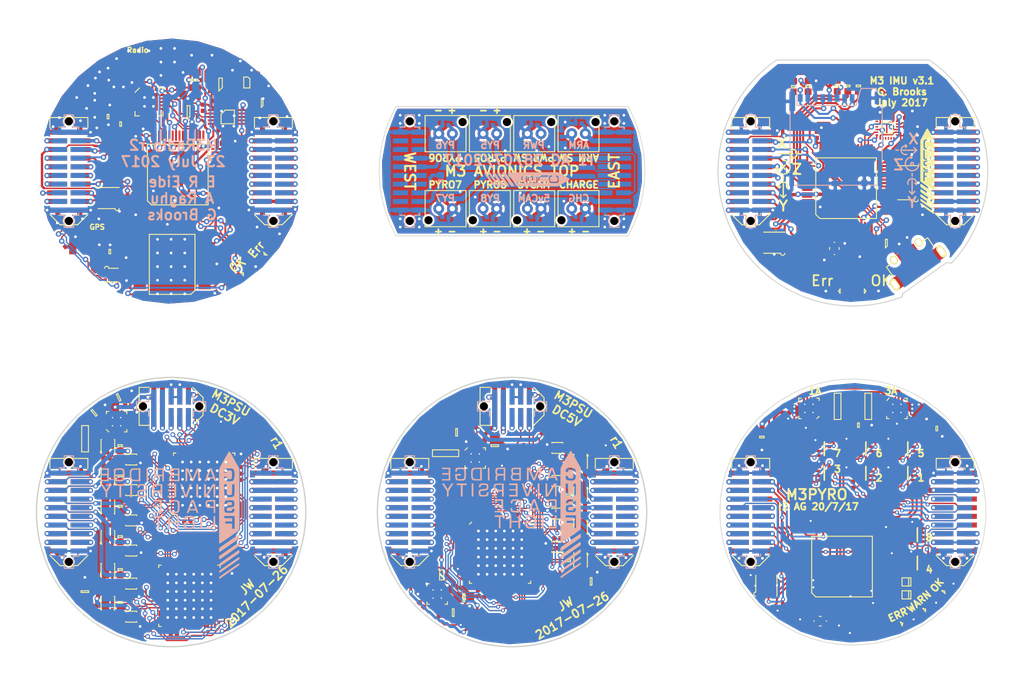
<source format=kicad_pcb>
(kicad_pcb (version 20170123) (host pcbnew no-vcs-found-d3b382c~59~ubuntu16.04.1)
  (title_block (title "M3PSU - DC/DC 5V Board") (date 2017-02-28) (rev 1) (company "CU Spaceflight") (comment 1 "Drawn by: Jamie Wood"))
  (layers (0 F.Cu signal) (31 B.Cu signal) (34 B.Paste user) (35 F.Paste user) (36 B.SilkS user) (37 F.SilkS user) (38 B.Mask user) (39 F.Mask user) (44 Edge.Cuts user))
  (net 0 "")
  (net 1 GND)
  (net 2 3v3)
  (net 3 "Net-(C110-Pad1)")
  (net 4 "Net-(C111-Pad1)")
  (net 5 /5v_CAN)
  (net 6 "Net-(D101-Pad2)")
  (net 7 "Net-(D102-Pad2)")
  (net 8 /LED_RED)
  (net 9 /LED_GRN)
  (net 10 /Radio/Radio_nSEL)
  (net 11 /JTMS)
  (net 12 /JTCK)
  (net 13 /JTDI)
  (net 14 /JTDO)
  (net 15 /CAN_RXD)
  (net 16 /CAN_TXD)
  (net 17 /CAN-)
  (net 18 /CAN+)
  (net 19 /3v3_IMU)
  (net 20 /3v3_FC)
  (net 21 /3v3_PYRO)
  (net 22 /JTDR)
  (net 23 /3v3_DL)
  (net 24 /RSVD1)
  (net 25 /3v3_AUX1)
  (net 26 /3v3_AUX2)
  (net 27 /RSVD2)
  (net 28 /PYRO_SO)
  (net 29 /PYRO_SI)
  (net 30 /5v_RADIO)
  (net 31 /PYRO1)
  (net 32 /5v_IMU)
  (net 33 /PYRO2)
  (net 34 /5v_AUX1)
  (net 35 /PYRO3)
  (net 36 /5v_AUX2)
  (net 37 /PYRO4)
  (net 38 /5v_CAM)
  (net 39 /PWR)
  (net 40 /CHARGE)
  (net 41 /Radio/RXp)
  (net 42 /Radio/RXn)
  (net 43 /Radio/TX_pin)
  (net 44 "Net-(C204-Pad2)")
  (net 45 "Net-(C205-Pad2)")
  (net 46 "Net-(C207-Pad1)")
  (net 47 "Net-(C1-Pad2)")
  (net 48 "Net-(C2-Pad1)")
  (net 49 "Net-(C3-Pad2)")
  (net 50 "Net-(C5-Pad1)")
  (net 51 "Net-(C5-Pad2)")
  (net 52 "Net-(D1-Pad1)")
  (net 53 "Net-(IC1-Pad2)")
  (net 54 /GPS_RX)
  (net 55 /GPS_TX)
  (net 56 /GPS_RESET_N)
  (net 57 "Net-(L1-Pad1)")
  (net 58 "Net-(L2-Pad1)")
  (net 59 1v8)
  (net 60 /ANT_~FLAG)
  (net 61 /ANT_~EN)
  (net 62 "Net-(IC2-Pad4)")
  (net 63 "Net-(IC3-Pad3)")
  (net 64 /GPS_TIM1)
  (net 65 /PLL_SCL)
  (net 66 /PLL_SDA)
  (net 67 /STM_HSE)
  (net 68 /GPS_PPS)
  (net 69 /Radio_GATE)
  (net 70 /Radio_nSEL)
  (net 71 /Radio_CLK)
  (net 72 /Radio_SCLK)
  (net 73 /Radio_SDO)
  (net 74 /Radio_SDI)
  (net 75 /Radio_SDN)
  (net 76 /Radio_nIRQ)
  (net 77 /Radio_GPIO1)
  (net 78 "Net-(IC201-Pad17)")
  (net 79 "Net-(Y1-Pad1)")
  (net 80 "Net-(IC2-Pad1)")
  (net 81 "Net-(U1-Pad2)")
  (net 82 "Net-(IC201-Pad5)")
  (net 83 "Net-(IC201-Pad7)")
  (net 84 "Net-(IC201-Pad9)")
  (net 85 "Net-(IC201-Pad16)")
  (net 86 "Net-(IC201-Pad19)")
  (net 87 "Net-(IC201-Pad20)")
  (net 88 "Net-(IC3-Pad4)")
  (net 89 "Net-(IC3-Pad6)")
  (net 90 "Net-(IC5-Pad5)")
  (net 91 "Net-(IC5-Pad13)")
  (net 92 "Net-(IC5-Pad15)")
  (net 93 "Net-(IC5-Pad16)")
  (net 94 "Net-(IC5-Pad17)")
  (net 95 "Net-(IC101-Pad2)")
  (net 96 "Net-(IC101-Pad6)")
  (net 97 "Net-(IC101-Pad7)")
  (net 98 "Net-(IC101-Pad8)")
  (net 99 "Net-(IC101-Pad9)")
  (net 100 "Net-(IC101-Pad10)")
  (net 101 "Net-(IC101-Pad11)")
  (net 102 "Net-(IC101-Pad23)")
  (net 103 "Net-(IC101-Pad24)")
  (net 104 "Net-(IC101-Pad25)")
  (net 105 "Net-(IC101-Pad26)")
  (net 106 "Net-(IC101-Pad27)")
  (net 107 "Net-(IC101-Pad28)")
  (net 108 "Net-(IC101-Pad33)")
  (net 109 "Net-(IC101-Pad38)")
  (net 110 "Net-(IC101-Pad39)")
  (net 111 "Net-(IC101-Pad40)")
  (net 112 "Net-(IC101-Pad42)")
  (net 113 "Net-(IC101-Pad43)")
  (net 114 "Net-(IC101-Pad51)")
  (net 115 "Net-(IC101-Pad52)")
  (net 116 "Net-(IC101-Pad53)")
  (net 117 "Net-(IC101-Pad54)")
  (net 118 "Net-(IC101-Pad56)")
  (net 119 "Net-(IC101-Pad57)")
  (net 120 "Net-(IC101-Pad58)")
  (net 121 "Net-(IC101-Pad59)")
  (net 122 "Net-(IC4-Pad4)")
  (net 123 "Net-(IC4-Pad5)")
  (net 124 "Net-(IC4-Pad10)")
  (net 125 /3v3_RADIO)
  (net 126 /PYRO8)
  (net 127 /PYRO7)
  (net 128 /PYRO6)
  (net 129 /PYRO5)
  (net 130 "Net-(C2-Pad2)")
  (net 131 VCC)
  (net 132 "Net-(IC1-Pad32)")
  (net 133 /VBATT)
  (net 134 /SDA)
  (net 135 /SCL)
  (net 136 /~ALERT)
  (net 137 "Net-(IC1-Pad24)")
  (net 138 /ISNS0+)
  (net 139 /VEN_0)
  (net 140 /VEN_1)
  (net 141 /VEN_2)
  (net 142 /VEN_3)
  (net 143 "Net-(IC1-Pad22)")
  (net 144 "Net-(IC1-Pad23)")
  (net 145 "Net-(IC1-Pad25)")
  (net 146 "Net-(IC1-Pad26)")
  (net 147 "Net-(IC1-Pad33)")
  (net 148 "Net-(C4-Pad1)")
  (net 149 "Net-(C4-Pad2)")
  (net 150 /ISNS1+)
  (net 151 /ISNS2+)
  (net 152 /ISNS3+)
  (net 153 "Net-(Q1-PadD)")
  (net 154 "Net-(Q2-PadD)")
  (net 155 "Net-(Q3-PadD)")
  (net 156 "Net-(Q4-PadD)")
  (net 157 "Net-(C7-Pad1)")
  (net 158 "Net-(IC1-Pad18)")
  (net 159 /PSU_RSVD)
  (net 160 "Net-(C10-Pad2)")
  (net 161 "Net-(C11-Pad2)")
  (net 162 "Net-(C12-Pad1)")
  (net 163 "Net-(C12-Pad2)")
  (net 164 /ISNS4+)
  (net 165 /VEN_4)
  (net 166 /VEN_5)
  (net 167 /ISNS5+)
  (net 168 /3v3_BASE)
  (net 169 "Net-(IC3-Pad18)")
  (net 170 "Net-(IC3-Pad22)")
  (net 171 "Net-(IC3-Pad23)")
  (net 172 "Net-(IC3-Pad24)")
  (net 173 "Net-(IC3-Pad25)")
  (net 174 "Net-(IC3-Pad26)")
  (net 175 "Net-(IC3-Pad32)")
  (net 176 "Net-(IC3-Pad33)")
  (net 177 /3v3_AUX)
  (net 178 "Net-(Q10-PadG)")
  (net 179 "Net-(Q11-PadD)")
  (net 180 "Net-(C10-Pad1)")
  (net 181 "Net-(C11-Pad1)")
  (net 182 "Net-(C16-Pad1)")
  (net 183 "Net-(D1-Pad2)")
  (net 184 "Net-(D3-Pad2)")
  (net 185 "Net-(IC1-Pad6)")
  (net 186 /BARO_SCLK)
  (net 187 /BARO_SDO)
  (net 188 /BARO_SDI)
  (net 189 /BARO_CS)
  (net 190 /MPU_IRQ)
  (net 191 /~MPU_SS)
  (net 192 /OTG_FS_DP)
  (net 193 /OTG_FS_DM)
  (net 194 /SCLK)
  (net 195 /MISO)
  (net 196 /MOSI)
  (net 197 /USB_DETECT)
  (net 198 "Net-(D2-Pad1)")
  (net 199 "Net-(D2-Pad3)")
  (net 200 /SDIO_D0)
  (net 201 /SDIO_D1)
  (net 202 /SDIO_D2)
  (net 203 /SDIO_D3)
  (net 204 /SDIO_CK)
  (net 205 /SDIO_CMD)
  (net 206 5v)
  (net 207 "Net-(C6-Pad1)")
  (net 208 /BUS)
  (net 209 "Net-(IC4-Pad1)")
  (net 210 /CONT)
  (net 211 /CONT_EN)
  (net 212 "Net-(IC2-Pad9)")
  (net 213 /3A_EN)
  (net 214 /1A_EN)
  (net 215 "Net-(IC4-Pad9)")
  (net 216 "Net-(IC1-Pad3)")
  (net 217 "Net-(IC1-Pad4)")
  (net 218 "Net-(IC1-Pad8)")
  (net 219 "Net-(IC1-Pad9)")
  (net 220 "Net-(IC1-Pad10)")
  (net 221 "Net-(IC1-Pad11)")
  (net 222 "Net-(IC1-Pad17)")
  (net 223 "Net-(IC1-Pad27)")
  (net 224 "Net-(IC1-Pad28)")
  (net 225 "Net-(IC1-Pad29)")
  (net 226 "Net-(IC1-Pad51)")
  (net 227 "Net-(IC1-Pad52)")
  (net 228 "Net-(IC1-Pad53)")
  (net 229 "Net-(IC1-Pad54)")
  (net 230 "Net-(IC1-Pad56)")
  (net 231 "Net-(IC1-Pad57)")
  (net 232 "Net-(IC1-Pad58)")
  (net 233 /CH3)
  (net 234 "Net-(Q3-Pad4)")
  (net 235 "Net-(Q8-Pad4)")
  (net 236 /CH8)
  (net 237 /CH1)
  (net 238 "Net-(Q1-Pad4)")
  (net 239 "Net-(Q2-Pad4)")
  (net 240 /CH2)
  (net 241 /CH4)
  (net 242 "Net-(Q4-Pad4)")
  (net 243 "Net-(Q5-Pad4)")
  (net 244 /CH5)
  (net 245 /CH6)
  (net 246 "Net-(Q6-Pad4)")
  (net 247 "Net-(Q7-Pad4)")
  (net 248 /CH7)
  (net 249 "Net-(D2-Pad2)")
  (net 250 /SI_DIV)
  (net 251 /LED_YLW)
  (net 252 /BUS_DIV)
  (net 253 "Net-(IC1-Pad7)")
  (net 254 "Net-(IC1-Pad35)")
  (net 255 "Net-(IC1-Pad30)")
  (net 256 /V_DIST)
  (net 257 "Net-(IC3-Pad1)")
  (module agg:LQFP-64 (layer F.Cu) (at 75.975 75.5 90)
    (fp_text reference IC101)
    (fp_text value STM32F405RxTx)
    (pad 1 smd rect (at -5.7 -3.75 90) (size 1.5 0.3) (layers F.Cu F.Paste F.Mask) (net 2 3v3))
    (pad 2 smd rect (at -5.7 -3.25 90) (size 1.5 0.3) (layers F.Cu F.Paste F.Mask) (net 95 "Net-(IC101-Pad2)"))
    (pad 3 smd rect (at -5.7 -2.75 90) (size 1.5 0.3) (layers F.Cu F.Paste F.Mask) (net 60 /ANT_~FLAG))
    (pad 4 smd rect (at -5.7 -2.25 90) (size 1.5 0.3) (layers F.Cu F.Paste F.Mask) (net 61 /ANT_~EN))
    (pad 5 smd rect (at -5.7 -1.75 90) (size 1.5 0.3) (layers F.Cu F.Paste F.Mask) (net 67 /STM_HSE))
    (pad 6 smd rect (at -5.7 -1.25 90) (size 1.5 0.3) (layers F.Cu F.Paste F.Mask) (net 96 "Net-(IC101-Pad6)"))
    (pad 7 smd rect (at -5.7 -0.75 90) (size 1.5 0.3) (layers F.Cu F.Paste F.Mask) (net 97 "Net-(IC101-Pad7)"))
    (pad 8 smd rect (at -5.7 -0.25 90) (size 1.5 0.3) (layers F.Cu F.Paste F.Mask) (net 98 "Net-(IC101-Pad8)"))
    (pad 9 smd rect (at -5.7 0.25 90) (size 1.5 0.3) (layers F.Cu F.Paste F.Mask) (net 99 "Net-(IC101-Pad9)"))
    (pad 10 smd rect (at -5.7 0.75 90) (size 1.5 0.3) (layers F.Cu F.Paste F.Mask) (net 100 "Net-(IC101-Pad10)"))
    (pad 11 smd rect (at -5.7 1.25 90) (size 1.5 0.3) (layers F.Cu F.Paste F.Mask) (net 101 "Net-(IC101-Pad11)"))
    (pad 12 smd rect (at -5.7 1.75 90) (size 1.5 0.3) (layers F.Cu F.Paste F.Mask) (net 1 GND))
    (pad 13 smd rect (at -5.7 2.25 90) (size 1.5 0.3) (layers F.Cu F.Paste F.Mask) (net 2 3v3))
    (pad 14 smd rect (at -5.7 2.75 90) (size 1.5 0.3) (layers F.Cu F.Paste F.Mask) (net 54 /GPS_RX))
    (pad 15 smd rect (at -5.7 3.25 90) (size 1.5 0.3) (layers F.Cu F.Paste F.Mask) (net 55 /GPS_TX))
    (pad 16 smd rect (at -5.7 3.75 90) (size 1.5 0.3) (layers F.Cu F.Paste F.Mask) (net 56 /GPS_RESET_N))
    (pad 17 smd rect (at -3.75 5.7 90) (size 0.3 1.5) (layers F.Cu F.Paste F.Mask) (net 70 /Radio_nSEL))
    (pad 18 smd rect (at -3.25 5.7 90) (size 0.3 1.5) (layers F.Cu F.Paste F.Mask) (net 1 GND))
    (pad 19 smd rect (at -2.75 5.7 90) (size 0.3 1.5) (layers F.Cu F.Paste F.Mask) (net 2 3v3))
    (pad 20 smd rect (at -2.25 5.7 90) (size 0.3 1.5) (layers F.Cu F.Paste F.Mask) (net 9 /LED_GRN))
    (pad 21 smd rect (at -1.75 5.7 90) (size 0.3 1.5) (layers F.Cu F.Paste F.Mask) (net 68 /GPS_PPS))
    (pad 22 smd rect (at -1.25 5.7 90) (size 0.3 1.5) (layers F.Cu F.Paste F.Mask) (net 8 /LED_RED))
    (pad 23 smd rect (at -0.75 5.7 90) (size 0.3 1.5) (layers F.Cu F.Paste F.Mask) (net 102 "Net-(IC101-Pad23)"))
    (pad 24 smd rect (at -0.25 5.7 90) (size 0.3 1.5) (layers F.Cu F.Paste F.Mask) (net 103 "Net-(IC101-Pad24)"))
    (pad 25 smd rect (at 0.25 5.7 90) (size 0.3 1.5) (layers F.Cu F.Paste F.Mask) (net 104 "Net-(IC101-Pad25)"))
    (pad 26 smd rect (at 0.75 5.7 90) (size 0.3 1.5) (layers F.Cu F.Paste F.Mask) (net 105 "Net-(IC101-Pad26)"))
    (pad 27 smd rect (at 1.25 5.7 90) (size 0.3 1.5) (layers F.Cu F.Paste F.Mask) (net 106 "Net-(IC101-Pad27)"))
    (pad 28 smd rect (at 1.75 5.7 90) (size 0.3 1.5) (layers F.Cu F.Paste F.Mask) (net 107 "Net-(IC101-Pad28)"))
    (pad 29 smd rect (at 2.25 5.7 90) (size 0.3 1.5) (layers F.Cu F.Paste F.Mask) (net 65 /PLL_SCL))
    (pad 30 smd rect (at 2.75 5.7 90) (size 0.3 1.5) (layers F.Cu F.Paste F.Mask) (net 66 /PLL_SDA))
    (pad 31 smd rect (at 3.25 5.7 90) (size 0.3 1.5) (layers F.Cu F.Paste F.Mask) (net 4 "Net-(C111-Pad1)"))
    (pad 32 smd rect (at 3.75 5.7 90) (size 0.3 1.5) (layers F.Cu F.Paste F.Mask) (net 2 3v3))
    (pad 33 smd rect (at 5.7 3.75 90) (size 1.5 0.3) (layers F.Cu F.Paste F.Mask) (net 108 "Net-(IC101-Pad33)"))
    (pad 34 smd rect (at 5.7 3.25 90) (size 1.5 0.3) (layers F.Cu F.Paste F.Mask) (net 72 /Radio_SCLK))
    (pad 35 smd rect (at 5.7 2.75 90) (size 1.5 0.3) (layers F.Cu F.Paste F.Mask) (net 73 /Radio_SDO))
    (pad 36 smd rect (at 5.7 2.25 90) (size 1.5 0.3) (layers F.Cu F.Paste F.Mask) (net 74 /Radio_SDI))
    (pad 37 smd rect (at 5.7 1.75 90) (size 1.5 0.3) (layers F.Cu F.Paste F.Mask) (net 75 /Radio_SDN))
    (pad 38 smd rect (at 5.7 1.25 90) (size 1.5 0.3) (layers F.Cu F.Paste F.Mask) (net 109 "Net-(IC101-Pad38)"))
    (pad 39 smd rect (at 5.7 0.75 90) (size 1.5 0.3) (layers F.Cu F.Paste F.Mask) (net 110 "Net-(IC101-Pad39)"))
    (pad 40 smd rect (at 5.7 0.25 90) (size 1.5 0.3) (layers F.Cu F.Paste F.Mask) (net 111 "Net-(IC101-Pad40)"))
    (pad 41 smd rect (at 5.7 -0.25 90) (size 1.5 0.3) (layers F.Cu F.Paste F.Mask) (net 69 /Radio_GATE))
    (pad 42 smd rect (at 5.7 -0.75 90) (size 1.5 0.3) (layers F.Cu F.Paste F.Mask) (net 112 "Net-(IC101-Pad42)"))
    (pad 43 smd rect (at 5.7 -1.25 90) (size 1.5 0.3) (layers F.Cu F.Paste F.Mask) (net 113 "Net-(IC101-Pad43)"))
    (pad 44 smd rect (at 5.7 -1.75 90) (size 1.5 0.3) (layers F.Cu F.Paste F.Mask) (net 76 /Radio_nIRQ))
    (pad 45 smd rect (at 5.7 -2.25 90) (size 1.5 0.3) (layers F.Cu F.Paste F.Mask) (net 77 /Radio_GPIO1))
    (pad 46 smd rect (at 5.7 -2.75 90) (size 1.5 0.3) (layers F.Cu F.Paste F.Mask) (net 11 /JTMS))
    (pad 47 smd rect (at 5.7 -3.25 90) (size 1.5 0.3) (layers F.Cu F.Paste F.Mask) (net 3 "Net-(C110-Pad1)"))
    (pad 48 smd rect (at 5.7 -3.75 90) (size 1.5 0.3) (layers F.Cu F.Paste F.Mask) (net 2 3v3))
    (pad 49 smd rect (at 3.75 -5.7 90) (size 0.3 1.5) (layers F.Cu F.Paste F.Mask) (net 12 /JTCK))
    (pad 50 smd rect (at 3.25 -5.7 90) (size 0.3 1.5) (layers F.Cu F.Paste F.Mask) (net 13 /JTDI))
    (pad 51 smd rect (at 2.75 -5.7 90) (size 0.3 1.5) (layers F.Cu F.Paste F.Mask) (net 114 "Net-(IC101-Pad51)"))
    (pad 52 smd rect (at 2.25 -5.7 90) (size 0.3 1.5) (layers F.Cu F.Paste F.Mask) (net 115 "Net-(IC101-Pad52)"))
    (pad 53 smd rect (at 1.75 -5.7 90) (size 0.3 1.5) (layers F.Cu F.Paste F.Mask) (net 116 "Net-(IC101-Pad53)"))
    (pad 54 smd rect (at 1.25 -5.7 90) (size 0.3 1.5) (layers F.Cu F.Paste F.Mask) (net 117 "Net-(IC101-Pad54)"))
    (pad 55 smd rect (at 0.75 -5.7 90) (size 0.3 1.5) (layers F.Cu F.Paste F.Mask) (net 14 /JTDO))
    (pad 56 smd rect (at 0.25 -5.7 90) (size 0.3 1.5) (layers F.Cu F.Paste F.Mask) (net 118 "Net-(IC101-Pad56)"))
    (pad 57 smd rect (at -0.25 -5.7 90) (size 0.3 1.5) (layers F.Cu F.Paste F.Mask) (net 119 "Net-(IC101-Pad57)"))
    (pad 58 smd rect (at -0.75 -5.7 90) (size 0.3 1.5) (layers F.Cu F.Paste F.Mask) (net 120 "Net-(IC101-Pad58)"))
    (pad 59 smd rect (at -1.25 -5.7 90) (size 0.3 1.5) (layers F.Cu F.Paste F.Mask) (net 121 "Net-(IC101-Pad59)"))
    (pad 60 smd rect (at -1.75 -5.7 90) (size 0.3 1.5) (layers F.Cu F.Paste F.Mask) (net 1 GND))
    (pad 61 smd rect (at -2.25 -5.7 90) (size 0.3 1.5) (layers F.Cu F.Paste F.Mask) (net 15 /CAN_RXD))
    (pad 62 smd rect (at -2.75 -5.7 90) (size 0.3 1.5) (layers F.Cu F.Paste F.Mask) (net 16 /CAN_TXD))
    (pad 63 smd rect (at -3.25 -5.7 90) (size 0.3 1.5) (layers F.Cu F.Paste F.Mask) (net 1 GND))
    (pad 64 smd rect (at -3.75 -5.7 90) (size 0.3 1.5) (layers F.Cu F.Paste F.Mask) (net 2 3v3))
  )
  (module agg:SC-70-6 (layer F.Cu) (at 78.5 61.65 270)
    (fp_text reference IC6)
    (fp_text value SN74LVC1G0832)
    (pad 1 smd rect (at -1.1 -0.65 270) (size 0.95 0.4) (layers F.Cu F.Paste F.Mask) (net 68 /GPS_PPS))
    (pad 2 smd rect (at -1.1 0 270) (size 0.95 0.4) (layers F.Cu F.Paste F.Mask) (net 1 GND))
    (pad 3 smd rect (at -1.1 0.65 270) (size 0.95 0.4) (layers F.Cu F.Paste F.Mask) (net 69 /Radio_GATE))
    (pad 4 smd rect (at 1.1 0.65 270) (size 0.95 0.4) (layers F.Cu F.Paste F.Mask) (net 10 /Radio/Radio_nSEL))
    (pad 5 smd rect (at 1.1 0 270) (size 0.95 0.4) (layers F.Cu F.Paste F.Mask) (net 2 3v3))
    (pad 6 smd rect (at 1.1 -0.65 270) (size 0.95 0.4) (layers F.Cu F.Paste F.Mask) (net 70 /Radio_nSEL))
  )
  (module agg:0402 (layer F.Cu) (at 64.3 65.8 180)
    (fp_text reference C206)
    (fp_text value 5.6p)
    (pad 1 smd rect (at -0.45 0 180) (size 0.62 0.62) (layers F.Cu F.Paste F.Mask) (net 45 "Net-(C205-Pad2)"))
    (pad 2 smd rect (at 0.45 0 180) (size 0.62 0.62) (layers F.Cu F.Paste F.Mask) (net 1 GND))
  )
  (module agg:0402 (layer F.Cu) (at 88.4 62.025 270)
    (fp_text reference C8)
    (fp_text value 1u)
    (pad 1 smd rect (at -0.45 0 270) (size 0.62 0.62) (layers F.Cu F.Paste F.Mask) (net 1 GND))
    (pad 2 smd rect (at 0.45 0 270) (size 0.62 0.62) (layers F.Cu F.Paste F.Mask) (net 59 1v8))
  )
  (module agg:0402 (layer F.Cu) (at 66.75 88.25 180)
    (fp_text reference C1)
    (fp_text value 100n)
    (pad 1 smd rect (at -0.45 0 180) (size 0.62 0.62) (layers F.Cu F.Paste F.Mask) (net 1 GND))
    (pad 2 smd rect (at 0.45 0 180) (size 0.62 0.62) (layers F.Cu F.Paste F.Mask) (net 47 "Net-(C1-Pad2)"))
  )
  (module M3radio:U.FL-R-SMT-1 (layer F.Cu) (at 62.05 86.1 180)
    (fp_text reference P101)
    (fp_text value COAX)
    (pad 1 smd rect (at 0 1.525 180) (size 1 1.05) (layers F.Cu F.Paste F.Mask) (net 52 "Net-(D1-Pad1)"))
    (pad 2 smd rect (at -1.475 0 180) (size 1.05 2.2) (layers F.Cu F.Paste F.Mask) (net 1 GND))
    (pad 2 smd rect (at 1.475 0 180) (size 1.05 2.2) (layers F.Cu F.Paste F.Mask) (net 1 GND))
  )
  (module agg:0402 (layer F.Cu) (at 83.3 71.15 90)
    (fp_text reference C111)
    (fp_text value 2u2)
    (pad 1 smd rect (at -0.45 0 90) (size 0.62 0.62) (layers F.Cu F.Paste F.Mask) (net 4 "Net-(C111-Pad1)"))
    (pad 2 smd rect (at 0.45 0 90) (size 0.62 0.62) (layers F.Cu F.Paste F.Mask) (net 1 GND))
  )
  (module agg:0402 (layer F.Cu) (at 81.87 87.11 270)
    (fp_text reference C113)
    (fp_text value 100n)
    (pad 1 smd rect (at -0.45 0 270) (size 0.62 0.62) (layers F.Cu F.Paste F.Mask) (net 2 3v3))
    (pad 2 smd rect (at 0.45 0 270) (size 0.62 0.62) (layers F.Cu F.Paste F.Mask) (net 1 GND))
  )
  (module agg:TFML-110-02-L-D (layer F.Cu) (at 60 75 270)
    (fp_text reference J101)
    (fp_text value "WEST TOP")
    (pad 1 smd rect (at -5.715 1.715 270) (size 0.74 2.92) (layers F.Cu F.Paste F.Mask) (net 1 GND))
    (pad 2 smd rect (at -5.715 -1.715 270) (size 0.74 2.92) (layers F.Cu F.Paste F.Mask) (net 1 GND))
    (pad 3 smd rect (at -4.445 1.715 270) (size 0.74 2.92) (layers F.Cu F.Paste F.Mask) (net 19 /3v3_IMU))
    (pad 4 smd rect (at -4.445 -1.715 270) (size 0.74 2.92) (layers F.Cu F.Paste F.Mask) (net 11 /JTMS))
    (pad 5 smd rect (at -3.175 1.715 270) (size 0.74 2.92) (layers F.Cu F.Paste F.Mask) (net 2 3v3))
    (pad 6 smd rect (at -3.175 -1.715 270) (size 0.74 2.92) (layers F.Cu F.Paste F.Mask) (net 12 /JTCK))
    (pad 7 smd rect (at -1.905 1.715 270) (size 0.74 2.92) (layers F.Cu F.Paste F.Mask) (net 20 /3v3_FC))
    (pad 8 smd rect (at -1.905 -1.715 270) (size 0.74 2.92) (layers F.Cu F.Paste F.Mask) (net 14 /JTDO))
    (pad 9 smd rect (at -0.635 1.715 270) (size 0.74 2.92) (layers F.Cu F.Paste F.Mask) (net 21 /3v3_PYRO))
    (pad 10 smd rect (at -0.635 -1.715 270) (size 0.74 2.92) (layers F.Cu F.Paste F.Mask) (net 22 /JTDR))
    (pad 11 smd rect (at 0.635 1.715 270) (size 0.74 2.92) (layers F.Cu F.Paste F.Mask) (net 23 /3v3_DL))
    (pad 12 smd rect (at 0.635 -1.715 270) (size 0.74 2.92) (layers F.Cu F.Paste F.Mask) (net 24 /RSVD1))
    (pad 13 smd rect (at 1.905 1.715 270) (size 0.74 2.92) (layers F.Cu F.Paste F.Mask) (net 25 /3v3_AUX1))
    (pad 14 smd rect (at 1.905 -1.715 270) (size 0.74 2.92) (layers F.Cu F.Paste F.Mask) (net 5 /5v_CAN))
    (pad 15 smd rect (at 3.175 1.715 270) (size 0.74 2.92) (layers F.Cu F.Paste F.Mask) (net 26 /3v3_AUX2))
    (pad 16 smd rect (at 3.175 -1.715 270) (size 0.74 2.92) (layers F.Cu F.Paste F.Mask) (net 17 /CAN-))
    (pad 17 smd rect (at 4.445 1.715 270) (size 0.74 2.92) (layers F.Cu F.Paste F.Mask) (net 27 /RSVD2))
    (pad 18 smd rect (at 4.445 -1.715 270) (size 0.74 2.92) (layers F.Cu F.Paste F.Mask) (net 18 /CAN+))
    (pad 19 smd rect (at 5.715 1.715 270) (size 0.74 2.92) (layers F.Cu F.Paste F.Mask) (net 1 GND))
    (pad 20 smd rect (at 5.715 -1.715 270) (size 0.74 2.92) (layers F.Cu F.Paste F.Mask) (net 1 GND))
  )
  (module agg:0402 (layer F.Cu) (at 83.3 81 90)
    (fp_text reference C103)
    (fp_text value 4u7)
    (pad 1 smd rect (at -0.45 0 90) (size 0.62 0.62) (layers F.Cu F.Paste F.Mask) (net 1 GND))
    (pad 2 smd rect (at 0.45 0 90) (size 0.62 0.62) (layers F.Cu F.Paste F.Mask) (net 2 3v3))
  )
  (module agg:0402 (layer F.Cu) (at 83.75 69.45 180)
    (fp_text reference C104)
    (fp_text value 100n)
    (pad 1 smd rect (at -0.45 0 180) (size 0.62 0.62) (layers F.Cu F.Paste F.Mask) (net 1 GND))
    (pad 2 smd rect (at 0.45 0 180) (size 0.62 0.62) (layers F.Cu F.Paste F.Mask) (net 2 3v3))
  )
  (module agg:0402 (layer F.Cu) (at 68.6 81.2 90)
    (fp_text reference C105)
    (fp_text value 100n)
    (pad 1 smd rect (at -0.45 0 90) (size 0.62 0.62) (layers F.Cu F.Paste F.Mask) (net 1 GND))
    (pad 2 smd rect (at 0.45 0 90) (size 0.62 0.62) (layers F.Cu F.Paste F.Mask) (net 2 3v3))
  )
  (module agg:0402 (layer F.Cu) (at 75.7 82.8)
    (fp_text reference C106)
    (fp_text value 1u)
    (pad 1 smd rect (at -0.45 0) (size 0.62 0.62) (layers F.Cu F.Paste F.Mask) (net 1 GND))
    (pad 2 smd rect (at 0.45 0) (size 0.62 0.62) (layers F.Cu F.Paste F.Mask) (net 2 3v3))
  )
  (module agg:0402 (layer F.Cu) (at 83.3 79 90)
    (fp_text reference C107)
    (fp_text value 100n)
    (pad 1 smd rect (at -0.45 0 90) (size 0.62 0.62) (layers F.Cu F.Paste F.Mask) (net 1 GND))
    (pad 2 smd rect (at 0.45 0 90) (size 0.62 0.62) (layers F.Cu F.Paste F.Mask) (net 2 3v3))
  )
  (module agg:0402 (layer F.Cu) (at 77.8 82.8)
    (fp_text reference C108)
    (fp_text value 100n)
    (pad 1 smd rect (at -0.45 0) (size 0.62 0.62) (layers F.Cu F.Paste F.Mask) (net 1 GND))
    (pad 2 smd rect (at 0.45 0) (size 0.62 0.62) (layers F.Cu F.Paste F.Mask) (net 2 3v3))
  )
  (module agg:0402 (layer F.Cu) (at 68.7 69.7 90)
    (fp_text reference C109)
    (fp_text value 100n)
    (pad 1 smd rect (at -0.45 0 90) (size 0.62 0.62) (layers F.Cu F.Paste F.Mask) (net 1 GND))
    (pad 2 smd rect (at 0.45 0 90) (size 0.62 0.62) (layers F.Cu F.Paste F.Mask) (net 2 3v3))
  )
  (module agg:0402 (layer F.Cu) (at 71.95 68.15 180)
    (fp_text reference C110)
    (fp_text value 2u2)
    (pad 1 smd rect (at -0.45 0 180) (size 0.62 0.62) (layers F.Cu F.Paste F.Mask) (net 3 "Net-(C110-Pad1)"))
    (pad 2 smd rect (at 0.45 0 180) (size 0.62 0.62) (layers F.Cu F.Paste F.Mask) (net 1 GND))
  )
  (module agg:0402 (layer F.Cu) (at 68.6 79 270)
    (fp_text reference C112)
    (fp_text value 100n)
    (pad 1 smd rect (at -0.45 0 270) (size 0.62 0.62) (layers F.Cu F.Paste F.Mask) (net 5 /5v_CAN))
    (pad 2 smd rect (at 0.45 0 270) (size 0.62 0.62) (layers F.Cu F.Paste F.Mask) (net 1 GND))
  )
  (module agg:0603-LED (layer F.Cu) (at 88.75 87.2 50)
    (fp_text reference D101)
    (fp_text value RED)
    (pad 1 smd rect (at -0.8 0 50) (size 0.95 1) (layers F.Cu F.Paste F.Mask) (net 1 GND))
    (pad 2 smd rect (at 0.8 0 50) (size 0.95 1) (layers F.Cu F.Paste F.Mask) (net 6 "Net-(D101-Pad2)"))
  )
  (module agg:0603-LED (layer F.Cu) (at 85.5 90 215)
    (fp_text reference D102)
    (fp_text value GRN)
    (pad 1 smd rect (at -0.8 0 215) (size 0.95 1) (layers F.Cu F.Paste F.Mask) (net 1 GND))
    (pad 2 smd rect (at 0.8 0 215) (size 0.95 1) (layers F.Cu F.Paste F.Mask) (net 7 "Net-(D102-Pad2)"))
  )
  (module agg:DFN-8-EP-MICROCHIP (layer F.Cu) (at 65.825 78.95 180)
    (fp_text reference IC102)
    (fp_text value MCP2562)
    (pad 1 smd rect (at -1.55 -0.975 180) (size 0.65 0.35) (layers F.Cu F.Paste F.Mask) (net 16 /CAN_TXD))
    (pad 2 smd rect (at -1.55 -0.325 180) (size 0.65 0.35) (layers F.Cu F.Paste F.Mask) (net 1 GND))
    (pad 3 smd rect (at -1.55 0.325 180) (size 0.65 0.35) (layers F.Cu F.Paste F.Mask) (net 5 /5v_CAN))
    (pad 4 smd rect (at -1.55 0.975 180) (size 0.65 0.35) (layers F.Cu F.Paste F.Mask) (net 15 /CAN_RXD))
    (pad 5 smd rect (at 1.55 0.975 180) (size 0.65 0.35) (layers F.Cu F.Paste F.Mask) (net 2 3v3))
    (pad 6 smd rect (at 1.55 0.325 180) (size 0.65 0.35) (layers F.Cu F.Paste F.Mask) (net 17 /CAN-))
    (pad 7 smd rect (at 1.55 -0.325 180) (size 0.65 0.35) (layers F.Cu F.Paste F.Mask) (net 18 /CAN+))
    (pad 8 smd rect (at 1.55 -0.975 180) (size 0.65 0.35) (layers F.Cu F.Paste F.Mask) (net 1 GND))
    (pad EP smd rect (at 0 -0.6 180) (size 0.8 0.8) (layers F.Cu F.Mask) (net 1 GND))
    (pad EP smd rect (at 0 0.6 180) (size 0.8 0.8) (layers F.Cu F.Mask) (net 1 GND))
    (pad EP smd rect (at 0 -0.6 180) (size 0.8 0.8) (layers F.Cu F.Paste) (net 1 GND))
    (pad EP smd rect (at 0 0.6 180) (size 0.8 0.8) (layers F.Cu F.Paste) (net 1 GND))
    (pad EP smd rect (at 0 0 180) (size 1.55 2.4) (layers F.Cu) (net 1 GND))
  )
  (module agg:QFN-20-EP-SI (layer F.Cu) (at 71.75 64.85)
    (fp_text reference IC201)
    (fp_text value Si4461)
    (pad 1 smd rect (at -2 -1) (size 0.75 0.3) (layers F.Cu F.Paste F.Mask) (net 75 /Radio_SDN))
    (pad 2 smd rect (at -2 -0.5) (size 0.75 0.3) (layers F.Cu F.Paste F.Mask) (net 41 /Radio/RXp))
    (pad 3 smd rect (at -2 0) (size 0.75 0.3) (layers F.Cu F.Paste F.Mask) (net 42 /Radio/RXn))
    (pad 4 smd rect (at -2 0.5) (size 0.75 0.3) (layers F.Cu F.Paste F.Mask) (net 43 /Radio/TX_pin))
    (pad 5 smd rect (at -2 1) (size 0.75 0.3) (layers F.Cu F.Paste F.Mask) (net 82 "Net-(IC201-Pad5)"))
    (pad 6 smd rect (at -1 2) (size 0.3 0.75) (layers F.Cu F.Paste F.Mask) (net 2 3v3))
    (pad 7 smd rect (at -0.5 2) (size 0.3 0.75) (layers F.Cu F.Paste F.Mask) (net 83 "Net-(IC201-Pad7)"))
    (pad 8 smd rect (at 0 2) (size 0.3 0.75) (layers F.Cu F.Paste F.Mask) (net 2 3v3))
    (pad 9 smd rect (at 0.5 2) (size 0.3 0.75) (layers F.Cu F.Paste F.Mask) (net 84 "Net-(IC201-Pad9)"))
    (pad 10 smd rect (at 1 2) (size 0.3 0.75) (layers F.Cu F.Paste F.Mask) (net 77 /Radio_GPIO1))
    (pad 11 smd rect (at 2 1) (size 0.75 0.3) (layers F.Cu F.Paste F.Mask) (net 76 /Radio_nIRQ))
    (pad 12 smd rect (at 2 0.5) (size 0.75 0.3) (layers F.Cu F.Paste F.Mask) (net 72 /Radio_SCLK))
    (pad 13 smd rect (at 2 0) (size 0.75 0.3) (layers F.Cu F.Paste F.Mask) (net 73 /Radio_SDO))
    (pad 14 smd rect (at 2 -0.5) (size 0.75 0.3) (layers F.Cu F.Paste F.Mask) (net 74 /Radio_SDI))
    (pad 15 smd rect (at 2 -1) (size 0.75 0.3) (layers F.Cu F.Paste F.Mask) (net 10 /Radio/Radio_nSEL))
    (pad 16 smd rect (at 1 -2) (size 0.3 0.75) (layers F.Cu F.Paste F.Mask) (net 85 "Net-(IC201-Pad16)"))
    (pad 17 smd rect (at 0.5 -2) (size 0.3 0.75) (layers F.Cu F.Paste F.Mask) (net 78 "Net-(IC201-Pad17)"))
    (pad 18 smd rect (at 0 -2) (size 0.3 0.75) (layers F.Cu F.Paste F.Mask) (net 1 GND))
    (pad 19 smd rect (at -0.5 -2) (size 0.3 0.75) (layers F.Cu F.Paste F.Mask) (net 86 "Net-(IC201-Pad19)"))
    (pad 20 smd rect (at -1 -2) (size 0.3 0.75) (layers F.Cu F.Paste F.Mask) (net 87 "Net-(IC201-Pad20)"))
    (pad EP smd rect (at -0.65 -0.65) (size 1.1 1.1) (layers F.Cu F.Paste) (net 1 GND))
    (pad EP smd rect (at -0.65 0.65) (size 1.1 1.1) (layers F.Cu F.Paste) (net 1 GND))
    (pad EP smd rect (at 0.65 -0.65) (size 1.1 1.1) (layers F.Cu F.Paste) (net 1 GND))
    (pad EP smd rect (at 0.65 0.65) (size 1.1 1.1) (layers F.Cu F.Paste) (net 1 GND))
    (pad EP smd rect (at 0 0) (size 2.6 2.6) (layers F.Cu F.Mask) (net 1 GND))
  )
  (module agg:SFML-110-02-L-D-LC (layer B.Cu) (at 60 75 270)
    (fp_text reference J102)
    (fp_text value "WEST BOT")
    (pad 1 smd rect (at -5.715 1.365 270) (size 0.74 2.22) (layers B.Cu B.Paste B.Mask) (net 1 GND))
    (pad 2 smd rect (at -5.715 -1.365 270) (size 0.74 2.22) (layers B.Cu B.Paste B.Mask) (net 1 GND))
    (pad 3 smd rect (at -4.445 1.365 270) (size 0.74 2.22) (layers B.Cu B.Paste B.Mask) (net 19 /3v3_IMU))
    (pad 4 smd rect (at -4.445 -1.365 270) (size 0.74 2.22) (layers B.Cu B.Paste B.Mask) (net 11 /JTMS))
    (pad 5 smd rect (at -3.175 1.365 270) (size 0.74 2.22) (layers B.Cu B.Paste B.Mask) (net 2 3v3))
    (pad 6 smd rect (at -3.175 -1.365 270) (size 0.74 2.22) (layers B.Cu B.Paste B.Mask) (net 12 /JTCK))
    (pad 7 smd rect (at -1.905 1.365 270) (size 0.74 2.22) (layers B.Cu B.Paste B.Mask) (net 20 /3v3_FC))
    (pad 8 smd rect (at -1.905 -1.365 270) (size 0.74 2.22) (layers B.Cu B.Paste B.Mask) (net 13 /JTDI))
    (pad 9 smd rect (at -0.635 1.365 270) (size 0.74 2.22) (layers B.Cu B.Paste B.Mask) (net 21 /3v3_PYRO))
    (pad 10 smd rect (at -0.635 -1.365 270) (size 0.74 2.22) (layers B.Cu B.Paste B.Mask) (net 22 /JTDR))
    (pad 11 smd rect (at 0.635 1.365 270) (size 0.74 2.22) (layers B.Cu B.Paste B.Mask) (net 23 /3v3_DL))
    (pad 12 smd rect (at 0.635 -1.365 270) (size 0.74 2.22) (layers B.Cu B.Paste B.Mask) (net 24 /RSVD1))
    (pad 13 smd rect (at 1.905 1.365 270) (size 0.74 2.22) (layers B.Cu B.Paste B.Mask) (net 25 /3v3_AUX1))
    (pad 14 smd rect (at 1.905 -1.365 270) (size 0.74 2.22) (layers B.Cu B.Paste B.Mask) (net 5 /5v_CAN))
    (pad 15 smd rect (at 3.175 1.365 270) (size 0.74 2.22) (layers B.Cu B.Paste B.Mask) (net 26 /3v3_AUX2))
    (pad 16 smd rect (at 3.175 -1.365 270) (size 0.74 2.22) (layers B.Cu B.Paste B.Mask) (net 17 /CAN-))
    (pad 17 smd rect (at 4.445 1.365 270) (size 0.74 2.22) (layers B.Cu B.Paste B.Mask) (net 27 /RSVD2))
    (pad 18 smd rect (at 4.445 -1.365 270) (size 0.74 2.22) (layers B.Cu B.Paste B.Mask) (net 18 /CAN+))
    (pad 19 smd rect (at 5.715 1.365 270) (size 0.74 2.22) (layers B.Cu B.Paste B.Mask) (net 1 GND))
    (pad 20 smd rect (at 5.715 -1.365 270) (size 0.74 2.22) (layers B.Cu B.Paste B.Mask) (net 1 GND))
    (pad "" np_thru_hole circle (at 7.305 0 270) (size 1.2 1.2) (drill 1.2) (layers *.Mask))
    (pad "" np_thru_hole circle (at -7.305 0 270) (size 1.2 1.2) (drill 1.2) (layers *.Mask))
  )
  (module agg:TFML-110-02-L-D (layer F.Cu) (at 90 75 270)
    (fp_text reference J103)
    (fp_text value "EAST TOP")
    (pad 1 smd rect (at -5.715 1.715 270) (size 0.74 2.92) (layers F.Cu F.Paste F.Mask) (net 1 GND))
    (pad 2 smd rect (at -5.715 -1.715 270) (size 0.74 2.92) (layers F.Cu F.Paste F.Mask) (net 1 GND))
    (pad 3 smd rect (at -4.445 1.715 270) (size 0.74 2.92) (layers F.Cu F.Paste F.Mask) (net 28 /PYRO_SO))
    (pad 4 smd rect (at -4.445 -1.715 270) (size 0.74 2.92) (layers F.Cu F.Paste F.Mask) (net 28 /PYRO_SO))
    (pad 5 smd rect (at -3.175 1.715 270) (size 0.74 2.92) (layers F.Cu F.Paste F.Mask) (net 29 /PYRO_SI))
    (pad 6 smd rect (at -3.175 -1.715 270) (size 0.74 2.92) (layers F.Cu F.Paste F.Mask) (net 29 /PYRO_SI))
    (pad 7 smd rect (at -1.905 1.715 270) (size 0.74 2.92) (layers F.Cu F.Paste F.Mask) (net 30 /5v_RADIO))
    (pad 8 smd rect (at -1.905 -1.715 270) (size 0.74 2.92) (layers F.Cu F.Paste F.Mask) (net 31 /PYRO1))
    (pad 9 smd rect (at -0.635 1.715 270) (size 0.74 2.92) (layers F.Cu F.Paste F.Mask) (net 32 /5v_IMU))
    (pad 10 smd rect (at -0.635 -1.715 270) (size 0.74 2.92) (layers F.Cu F.Paste F.Mask) (net 33 /PYRO2))
    (pad 11 smd rect (at 0.635 1.715 270) (size 0.74 2.92) (layers F.Cu F.Paste F.Mask) (net 34 /5v_AUX1))
    (pad 12 smd rect (at 0.635 -1.715 270) (size 0.74 2.92) (layers F.Cu F.Paste F.Mask) (net 35 /PYRO3))
    (pad 13 smd rect (at 1.905 1.715 270) (size 0.74 2.92) (layers F.Cu F.Paste F.Mask) (net 36 /5v_AUX2))
    (pad 14 smd rect (at 1.905 -1.715 270) (size 0.74 2.92) (layers F.Cu F.Paste F.Mask) (net 37 /PYRO4))
    (pad 15 smd rect (at 3.175 1.715 270) (size 0.74 2.92) (layers F.Cu F.Paste F.Mask) (net 38 /5v_CAM))
    (pad 16 smd rect (at 3.175 -1.715 270) (size 0.74 2.92) (layers F.Cu F.Paste F.Mask) (net 39 /PWR))
    (pad 17 smd rect (at 4.445 1.715 270) (size 0.74 2.92) (layers F.Cu F.Paste F.Mask) (net 40 /CHARGE))
    (pad 18 smd rect (at 4.445 -1.715 270) (size 0.74 2.92) (layers F.Cu F.Paste F.Mask) (net 40 /CHARGE))
    (pad 19 smd rect (at 5.715 1.715 270) (size 0.74 2.92) (layers F.Cu F.Paste F.Mask) (net 1 GND))
    (pad 20 smd rect (at 5.715 -1.715 270) (size 0.74 2.92) (layers F.Cu F.Paste F.Mask) (net 1 GND))
  )
  (module agg:SFML-110-02-L-D-LC (layer B.Cu) (at 90 75 270)
    (fp_text reference J104)
    (fp_text value "EAST BOT")
    (pad 1 smd rect (at -5.715 1.365 270) (size 0.74 2.22) (layers B.Cu B.Paste B.Mask) (net 1 GND))
    (pad 2 smd rect (at -5.715 -1.365 270) (size 0.74 2.22) (layers B.Cu B.Paste B.Mask) (net 1 GND))
    (pad 3 smd rect (at -4.445 1.365 270) (size 0.74 2.22) (layers B.Cu B.Paste B.Mask) (net 28 /PYRO_SO))
    (pad 4 smd rect (at -4.445 -1.365 270) (size 0.74 2.22) (layers B.Cu B.Paste B.Mask) (net 28 /PYRO_SO))
    (pad 5 smd rect (at -3.175 1.365 270) (size 0.74 2.22) (layers B.Cu B.Paste B.Mask) (net 29 /PYRO_SI))
    (pad 6 smd rect (at -3.175 -1.365 270) (size 0.74 2.22) (layers B.Cu B.Paste B.Mask) (net 29 /PYRO_SI))
    (pad 7 smd rect (at -1.905 1.365 270) (size 0.74 2.22) (layers B.Cu B.Paste B.Mask) (net 30 /5v_RADIO))
    (pad 8 smd rect (at -1.905 -1.365 270) (size 0.74 2.22) (layers B.Cu B.Paste B.Mask) (net 31 /PYRO1))
    (pad 9 smd rect (at -0.635 1.365 270) (size 0.74 2.22) (layers B.Cu B.Paste B.Mask) (net 32 /5v_IMU))
    (pad 10 smd rect (at -0.635 -1.365 270) (size 0.74 2.22) (layers B.Cu B.Paste B.Mask) (net 33 /PYRO2))
    (pad 11 smd rect (at 0.635 1.365 270) (size 0.74 2.22) (layers B.Cu B.Paste B.Mask) (net 34 /5v_AUX1))
    (pad 12 smd rect (at 0.635 -1.365 270) (size 0.74 2.22) (layers B.Cu B.Paste B.Mask) (net 35 /PYRO3))
    (pad 13 smd rect (at 1.905 1.365 270) (size 0.74 2.22) (layers B.Cu B.Paste B.Mask) (net 36 /5v_AUX2))
    (pad 14 smd rect (at 1.905 -1.365 270) (size 0.74 2.22) (layers B.Cu B.Paste B.Mask) (net 37 /PYRO4))
    (pad 15 smd rect (at 3.175 1.365 270) (size 0.74 2.22) (layers B.Cu B.Paste B.Mask) (net 38 /5v_CAM))
    (pad 16 smd rect (at 3.175 -1.365 270) (size 0.74 2.22) (layers B.Cu B.Paste B.Mask) (net 39 /PWR))
    (pad 17 smd rect (at 4.445 1.365 270) (size 0.74 2.22) (layers B.Cu B.Paste B.Mask) (net 40 /CHARGE))
    (pad 18 smd rect (at 4.445 -1.365 270) (size 0.74 2.22) (layers B.Cu B.Paste B.Mask) (net 40 /CHARGE))
    (pad 19 smd rect (at 5.715 1.365 270) (size 0.74 2.22) (layers B.Cu B.Paste B.Mask) (net 1 GND))
    (pad 20 smd rect (at 5.715 -1.365 270) (size 0.74 2.22) (layers B.Cu B.Paste B.Mask) (net 1 GND))
    (pad "" np_thru_hole circle (at 7.305 0 270) (size 1.2 1.2) (drill 1.2) (layers *.Mask))
    (pad "" np_thru_hole circle (at -7.305 0 270) (size 1.2 1.2) (drill 1.2) (layers *.Mask))
  )
  (module agg:0402 (layer F.Cu) (at 85.9 84.7 270)
    (fp_text reference R102)
    (fp_text value 100)
    (pad 1 smd rect (at -0.45 0 270) (size 0.62 0.62) (layers F.Cu F.Paste F.Mask) (net 8 /LED_RED))
    (pad 2 smd rect (at 0.45 0 270) (size 0.62 0.62) (layers F.Cu F.Paste F.Mask) (net 6 "Net-(D101-Pad2)"))
  )
  (module agg:0402 (layer F.Cu) (at 84.5 84.7 270)
    (fp_text reference R103)
    (fp_text value 100)
    (pad 1 smd rect (at -0.45 0 270) (size 0.62 0.62) (layers F.Cu F.Paste F.Mask) (net 9 /LED_GRN))
    (pad 2 smd rect (at 0.45 0 270) (size 0.62 0.62) (layers F.Cu F.Paste F.Mask) (net 7 "Net-(D102-Pad2)"))
  )
  (module agg:0402 (layer F.Cu) (at 69.85 68.15)
    (fp_text reference C201)
    (fp_text value 100p)
    (pad 1 smd rect (at -0.45 0) (size 0.62 0.62) (layers F.Cu F.Paste F.Mask) (net 2 3v3))
    (pad 2 smd rect (at 0.45 0) (size 0.62 0.62) (layers F.Cu F.Paste F.Mask) (net 1 GND))
  )
  (module agg:0402 (layer F.Cu) (at 66.3 69.7 270)
    (fp_text reference C202)
    (fp_text value 100n)
    (pad 1 smd rect (at -0.45 0 270) (size 0.62 0.62) (layers F.Cu F.Paste F.Mask) (net 2 3v3))
    (pad 2 smd rect (at 0.45 0 270) (size 0.62 0.62) (layers F.Cu F.Paste F.Mask) (net 1 GND))
  )
  (module agg:0402 (layer F.Cu) (at 66 64.1 270)
    (fp_text reference C203)
    (fp_text value 3p)
    (pad 1 smd rect (at -0.45 0 270) (size 0.62 0.62) (layers F.Cu F.Paste F.Mask) (net 41 /Radio/RXp))
    (pad 2 smd rect (at 0.45 0 270) (size 0.62 0.62) (layers F.Cu F.Paste F.Mask) (net 1 GND))
  )
  (module agg:0402 (layer F.Cu) (at 68.05 67.05 180)
    (fp_text reference C204)
    (fp_text value 22p)
    (pad 1 smd rect (at -0.45 0 180) (size 0.62 0.62) (layers F.Cu F.Paste F.Mask) (net 43 /Radio/TX_pin))
    (pad 2 smd rect (at 0.45 0 180) (size 0.62 0.62) (layers F.Cu F.Paste F.Mask) (net 44 "Net-(C204-Pad2)"))
  )
  (module agg:0402 (layer F.Cu) (at 67.3 65.8 180)
    (fp_text reference C205)
    (fp_text value 1p)
    (pad 1 smd rect (at -0.45 0 180) (size 0.62 0.62) (layers F.Cu F.Paste F.Mask) (net 42 /Radio/RXn))
    (pad 2 smd rect (at 0.45 0 180) (size 0.62 0.62) (layers F.Cu F.Paste F.Mask) (net 45 "Net-(C205-Pad2)"))
  )
  (module agg:0402 (layer F.Cu) (at 64.35 62.45 180)
    (fp_text reference C207)
    (fp_text value 5.6p)
    (pad 1 smd rect (at -0.45 0 180) (size 0.62 0.62) (layers F.Cu F.Paste F.Mask) (net 46 "Net-(C207-Pad1)"))
    (pad 2 smd rect (at 0.45 0 180) (size 0.62 0.62) (layers F.Cu F.Paste F.Mask) (net 1 GND))
  )
  (module agg:0603-L (layer F.Cu) (at 67.6 68.1)
    (fp_text reference L201)
    (fp_text value 120nH)
    (pad 1 smd rect (at -0.7 0) (size 0.75 0.9) (layers F.Cu F.Paste F.Mask) (net 2 3v3))
    (pad 2 smd rect (at 0.7 0) (size 0.75 0.9) (layers F.Cu F.Paste F.Mask) (net 43 /Radio/TX_pin))
  )
  (module agg:0603-L (layer F.Cu) (at 65.75 67 180)
    (fp_text reference L204)
    (fp_text value 8.2nH)
    (pad 1 smd rect (at -0.7 0 180) (size 0.75 0.9) (layers F.Cu F.Paste F.Mask) (net 44 "Net-(C204-Pad2)"))
    (pad 2 smd rect (at 0.7 0 180) (size 0.75 0.9) (layers F.Cu F.Paste F.Mask) (net 45 "Net-(C205-Pad2)"))
  )
  (module agg:0402 (layer F.Cu) (at 68.5 89.4 270)
    (fp_text reference C2)
    (fp_text value 1u)
    (pad 1 smd rect (at -0.45 0 270) (size 0.62 0.62) (layers F.Cu F.Paste F.Mask) (net 48 "Net-(C2-Pad1)"))
    (pad 2 smd rect (at 0.45 0 270) (size 0.62 0.62) (layers F.Cu F.Paste F.Mask) (net 1 GND))
  )
  (module agg:0402 (layer F.Cu) (at 64.4 88.35 270)
    (fp_text reference C3)
    (fp_text value 1u)
    (pad 1 smd rect (at -0.45 0 270) (size 0.62 0.62) (layers F.Cu F.Paste F.Mask) (net 1 GND))
    (pad 2 smd rect (at 0.45 0 270) (size 0.62 0.62) (layers F.Cu F.Paste F.Mask) (net 49 "Net-(C3-Pad2)"))
  )
  (module agg:0402 (layer F.Cu) (at 88.725 63.45)
    (fp_text reference C4)
    (fp_text value 100n)
    (pad 1 smd rect (at -0.45 0) (size 0.62 0.62) (layers F.Cu F.Paste F.Mask) (net 59 1v8))
    (pad 2 smd rect (at 0.45 0) (size 0.62 0.62) (layers F.Cu F.Paste F.Mask) (net 1 GND))
  )
  (module agg:0402 (layer F.Cu) (at 83.75 64.7)
    (fp_text reference C5)
    (fp_text value 1n)
    (pad 1 smd rect (at -0.45 0) (size 0.62 0.62) (layers F.Cu F.Paste F.Mask) (net 50 "Net-(C5-Pad1)"))
    (pad 2 smd rect (at 0.45 0) (size 0.62 0.62) (layers F.Cu F.Paste F.Mask) (net 51 "Net-(C5-Pad2)"))
  )
  (module agg:0402 (layer F.Cu) (at 65.25 84.85 270)
    (fp_text reference D1)
    (fp_text value ESD_DIODE)
    (pad 1 smd rect (at -0.45 0 270) (size 0.62 0.62) (layers F.Cu F.Paste F.Mask) (net 52 "Net-(D1-Pad1)"))
    (pad 2 smd rect (at 0.45 0 270) (size 0.62 0.62) (layers F.Cu F.Paste F.Mask) (net 1 GND))
  )
  (module agg:0402 (layer F.Cu) (at 66.95 60.35 90)
    (fp_text reference D2)
    (fp_text value ESD_DIODE)
    (pad 1 smd rect (at -0.45 0 90) (size 0.62 0.62) (layers F.Cu F.Paste F.Mask) (net 46 "Net-(C207-Pad1)"))
    (pad 2 smd rect (at 0.45 0 90) (size 0.62 0.62) (layers F.Cu F.Paste F.Mask) (net 1 GND))
  )
  (module agg:DFN-6-EP-ONSEMI (layer F.Cu) (at 66.25 90.25)
    (fp_text reference IC1)
    (fp_text value NCP380)
    (pad 1 smd rect (at -0.915 -0.65) (size 0.47 0.4) (layers F.Cu F.Paste F.Mask) (net 49 "Net-(C3-Pad2)"))
    (pad 2 smd rect (at -0.915 0) (size 0.47 0.4) (layers F.Cu F.Paste F.Mask) (net 53 "Net-(IC1-Pad2)"))
    (pad 3 smd rect (at -0.915 0.65) (size 0.47 0.4) (layers F.Cu F.Paste F.Mask) (net 60 /ANT_~FLAG))
    (pad 4 smd rect (at 0.915 0.65) (size 0.47 0.4) (layers F.Cu F.Paste F.Mask) (net 61 /ANT_~EN))
    (pad 5 smd rect (at 0.915 0) (size 0.47 0.4) (layers F.Cu F.Paste F.Mask) (net 1 GND))
    (pad 6 smd rect (at 0.915 -0.65) (size 0.47 0.4) (layers F.Cu F.Paste F.Mask) (net 48 "Net-(C2-Pad1)"))
    (pad EP smd rect (at 0 -0.35) (size 0.5 0.5) (layers F.Cu F.Paste) (net 1 GND))
    (pad EP smd rect (at 0 0.35) (size 0.5 0.5) (layers F.Cu F.Paste) (net 1 GND))
    (pad EP smd rect (at 0 0) (size 0.95 1.7) (layers F.Cu F.Mask) (net 1 GND))
  )
  (module agg:0402-L (layer F.Cu) (at 66.4 84.6 90)
    (fp_text reference L1)
    (fp_text value 91nH)
    (pad 1 smd rect (at -0.4 0 90) (size 0.52 0.52) (layers F.Cu F.Paste F.Mask) (net 57 "Net-(L1-Pad1)"))
    (pad 2 smd rect (at 0.4 0 90) (size 0.52 0.52) (layers F.Cu F.Paste F.Mask) (net 52 "Net-(D1-Pad1)"))
  )
  (module agg:0402-L (layer F.Cu) (at 67.7 85 180)
    (fp_text reference L2)
    (fp_text value 91nH)
    (pad 1 smd rect (at -0.4 0 180) (size 0.52 0.52) (layers F.Cu F.Paste F.Mask) (net 58 "Net-(L2-Pad1)"))
    (pad 2 smd rect (at 0.4 0 180) (size 0.52 0.52) (layers F.Cu F.Paste F.Mask) (net 57 "Net-(L1-Pad1)"))
  )
  (module agg:0402-L (layer F.Cu) (at 68.1 86.3 90)
    (fp_text reference L3)
    (fp_text value 91nH)
    (pad 1 smd rect (at -0.4 0 90) (size 0.52 0.52) (layers F.Cu F.Paste F.Mask) (net 47 "Net-(C1-Pad2)"))
    (pad 2 smd rect (at 0.4 0 90) (size 0.52 0.52) (layers F.Cu F.Paste F.Mask) (net 58 "Net-(L2-Pad1)"))
  )
  (module agg:0603 (layer F.Cu) (at 66 86.8)
    (fp_text reference R1)
    (fp_text value 10)
    (pad 1 smd rect (at -0.8 0) (size 0.95 1) (layers F.Cu F.Paste F.Mask) (net 49 "Net-(C3-Pad2)"))
    (pad 2 smd rect (at 0.8 0) (size 0.95 1) (layers F.Cu F.Paste F.Mask) (net 47 "Net-(C1-Pad2)"))
  )
  (module agg:0402 (layer F.Cu) (at 63.4 88.35 270)
    (fp_text reference R2)
    (fp_text value 110k)
    (pad 1 smd rect (at -0.45 0 270) (size 0.62 0.62) (layers F.Cu F.Paste F.Mask) (net 1 GND))
    (pad 2 smd rect (at 0.45 0 270) (size 0.62 0.62) (layers F.Cu F.Paste F.Mask) (net 53 "Net-(IC1-Pad2)"))
  )
  (module M3radio:U.FL-R-SMT-1 (layer F.Cu) (at 70.2 59.375)
    (fp_text reference P201)
    (fp_text value COAX)
    (pad 1 smd rect (at 0 1.525) (size 1 1.05) (layers F.Cu F.Paste F.Mask) (net 46 "Net-(C207-Pad1)"))
    (pad 2 smd rect (at -1.475 0) (size 1.05 2.2) (layers F.Cu F.Paste F.Mask) (net 1 GND))
    (pad 2 smd rect (at 1.475 0) (size 1.05 2.2) (layers F.Cu F.Paste F.Mask) (net 1 GND))
  )
  (module agg:0402 (layer F.Cu) (at 90.85 65.25 270)
    (fp_text reference C7)
    (fp_text value 1u)
    (pad 1 smd rect (at -0.45 0 270) (size 0.62 0.62) (layers F.Cu F.Paste F.Mask) (net 1 GND))
    (pad 2 smd rect (at 0.45 0 270) (size 0.62 0.62) (layers F.Cu F.Paste F.Mask) (net 2 3v3))
  )
  (module agg:SC-70-5 (layer F.Cu) (at 88.35 65 180)
    (fp_text reference U1)
    (fp_text value NCP4620)
    (pad 1 smd rect (at -1.1 -0.65 180) (size 0.95 0.4) (layers F.Cu F.Paste F.Mask) (net 2 3v3))
    (pad 2 smd rect (at -1.1 0 180) (size 0.95 0.4) (layers F.Cu F.Paste F.Mask) (net 81 "Net-(U1-Pad2)"))
    (pad 3 smd rect (at -1.1 0.65 180) (size 0.95 0.4) (layers F.Cu F.Paste F.Mask) (net 1 GND))
    (pad 4 smd rect (at 1.1 0.65 180) (size 0.95 0.4) (layers F.Cu F.Paste F.Mask) (net 59 1v8))
    (pad 5 smd rect (at 1.1 -0.65 180) (size 0.95 0.4) (layers F.Cu F.Paste F.Mask) (net 2 3v3))
  )
  (module agg:0402 (layer F.Cu) (at 79.65 65.7 270)
    (fp_text reference C9)
    (fp_text value 100n)
    (pad 1 smd rect (at -0.45 0 270) (size 0.62 0.62) (layers F.Cu F.Paste F.Mask) (net 2 3v3))
    (pad 2 smd rect (at 0.45 0 270) (size 0.62 0.62) (layers F.Cu F.Paste F.Mask) (net 1 GND))
  )
  (module agg:0402 (layer F.Cu) (at 78.6 64.25 180)
    (fp_text reference C10)
    (fp_text value 100n)
    (pad 1 smd rect (at -0.45 0 180) (size 0.62 0.62) (layers F.Cu F.Paste F.Mask) (net 2 3v3))
    (pad 2 smd rect (at 0.45 0 180) (size 0.62 0.62) (layers F.Cu F.Paste F.Mask) (net 1 GND))
  )
  (module agg:0402 (layer F.Cu) (at 81.4 64.7 180)
    (fp_text reference C11)
    (fp_text value 1n)
    (pad 1 smd rect (at -0.45 0 180) (size 0.62 0.62) (layers F.Cu F.Paste F.Mask) (net 1 GND))
    (pad 2 smd rect (at 0.45 0 180) (size 0.62 0.62) (layers F.Cu F.Paste F.Mask) (net 2 3v3))
  )
  (module agg:SOT-23-5 (layer F.Cu) (at 82.25 62.3 180)
    (fp_text reference IC2)
    (fp_text value NC7SZ04)
    (pad 1 smd rect (at -1.3 -0.95 180) (size 1.1 0.6) (layers F.Cu F.Paste F.Mask) (net 80 "Net-(IC2-Pad1)"))
    (pad 2 smd rect (at -1.3 0 180) (size 1.1 0.6) (layers F.Cu F.Paste F.Mask) (net 50 "Net-(C5-Pad1)"))
    (pad 3 smd rect (at -1.3 0.95 180) (size 1.1 0.6) (layers F.Cu F.Paste F.Mask) (net 1 GND))
    (pad 4 smd rect (at 1.3 0.95 180) (size 1.1 0.6) (layers F.Cu F.Paste F.Mask) (net 62 "Net-(IC2-Pad4)"))
    (pad 5 smd rect (at 1.3 -0.95 180) (size 1.1 0.6) (layers F.Cu F.Paste F.Mask) (net 2 3v3))
  )
  (module agg:MSOP-10 (layer F.Cu) (at 83.3 67.05)
    (fp_text reference IC3)
    (fp_text value CS2100-CP)
    (pad 1 smd rect (at -2.2 -1) (size 1.45 0.3) (layers F.Cu F.Paste F.Mask) (net 2 3v3))
    (pad 2 smd rect (at -2.2 -0.5) (size 1.45 0.3) (layers F.Cu F.Paste F.Mask) (net 1 GND))
    (pad 3 smd rect (at -2.2 0) (size 1.45 0.3) (layers F.Cu F.Paste F.Mask) (net 63 "Net-(IC3-Pad3)"))
    (pad 4 smd rect (at -2.2 0.5) (size 1.45 0.3) (layers F.Cu F.Paste F.Mask) (net 88 "Net-(IC3-Pad4)"))
    (pad 5 smd rect (at -2.2 1) (size 1.45 0.3) (layers F.Cu F.Paste F.Mask) (net 64 /GPS_TIM1))
    (pad 6 smd rect (at 2.2 1) (size 1.45 0.3) (layers F.Cu F.Paste F.Mask) (net 89 "Net-(IC3-Pad6)"))
    (pad 7 smd rect (at 2.2 0.5) (size 1.45 0.3) (layers F.Cu F.Paste F.Mask) (net 62 "Net-(IC2-Pad4)"))
    (pad 8 smd rect (at 2.2 0) (size 1.45 0.3) (layers F.Cu F.Paste F.Mask) (net 1 GND))
    (pad 9 smd rect (at 2.2 -0.5) (size 1.45 0.3) (layers F.Cu F.Paste F.Mask) (net 65 /PLL_SCL))
    (pad 10 smd rect (at 2.2 -1) (size 1.45 0.3) (layers F.Cu F.Paste F.Mask) (net 66 /PLL_SDA))
  )
  (module agg:DFN-10-SL18860DC (layer F.Cu) (at 77.55 66.2 180)
    (fp_text reference IC4)
    (fp_text value SL18860DC)
    (pad 1 smd rect (at -0.6 -0.8 180) (size 0.6 0.2) (layers F.Cu F.Paste F.Mask) (net 1 GND))
    (pad 2 smd rect (at -0.6 -0.4 180) (size 0.6 0.2) (layers F.Cu F.Paste F.Mask) (net 2 3v3))
    (pad 3 smd rect (at -0.6 0 180) (size 0.6 0.2) (layers F.Cu F.Paste F.Mask) (net 63 "Net-(IC3-Pad3)"))
    (pad 4 smd rect (at -0.6 0.4 180) (size 0.6 0.2) (layers F.Cu F.Paste F.Mask) (net 122 "Net-(IC4-Pad4)"))
    (pad 5 smd rect (at -0.6 0.8 180) (size 0.6 0.2) (layers F.Cu F.Paste F.Mask) (net 123 "Net-(IC4-Pad5)"))
    (pad 6 smd rect (at 0.6 0.8 180) (size 0.6 0.2) (layers F.Cu F.Paste F.Mask) (net 2 3v3))
    (pad 7 smd rect (at 0.6 0.4 180) (size 0.6 0.2) (layers F.Cu F.Paste F.Mask) (net 2 3v3))
    (pad 8 smd rect (at 0.6 0 180) (size 0.6 0.2) (layers F.Cu F.Paste F.Mask) (net 67 /STM_HSE))
    (pad 9 smd rect (at 0.6 -0.4 180) (size 0.6 0.2) (layers F.Cu F.Paste F.Mask) (net 71 /Radio_CLK))
    (pad 10 smd rect (at 0.6 -0.8 180) (size 0.6 0.2) (layers F.Cu F.Paste F.Mask) (net 124 "Net-(IC4-Pad10)"))
  )
  (module agg:MAX-M8Q (layer F.Cu) (at 75.15 88.675 180)
    (fp_text reference IC5)
    (fp_text value MAX_M8Q)
    (pad 1 smd rect (at -4.75 -4.4 180) (size 1.8 0.7) (layers F.Cu F.Paste F.Mask) (net 1 GND))
    (pad 2 smd rect (at -4.75 -3.3 180) (size 1.8 0.7) (layers F.Cu F.Paste F.Mask) (net 55 /GPS_TX))
    (pad 3 smd rect (at -4.75 -2.2 180) (size 1.8 0.7) (layers F.Cu F.Paste F.Mask) (net 54 /GPS_RX))
    (pad 4 smd rect (at -4.75 -1.1 180) (size 1.8 0.7) (layers F.Cu F.Paste F.Mask) (net 64 /GPS_TIM1))
    (pad 5 smd rect (at -4.75 0 180) (size 1.8 0.7) (layers F.Cu F.Paste F.Mask) (net 90 "Net-(IC5-Pad5)"))
    (pad 6 smd rect (at -4.75 1.1 180) (size 1.8 0.7) (layers F.Cu F.Paste F.Mask) (net 2 3v3))
    (pad 7 smd rect (at -4.75 2.2 180) (size 1.8 0.7) (layers F.Cu F.Paste F.Mask) (net 2 3v3))
    (pad 8 smd rect (at -4.75 3.3 180) (size 1.8 0.7) (layers F.Cu F.Paste F.Mask) (net 2 3v3))
    (pad 9 smd rect (at -4.75 4.4 180) (size 1.8 0.7) (layers F.Cu F.Paste F.Mask) (net 56 /GPS_RESET_N))
    (pad 10 smd rect (at 4.75 4.4 180) (size 1.8 0.7) (layers F.Cu F.Paste F.Mask) (net 1 GND))
    (pad 11 smd rect (at 4.75 3.3 180) (size 1.8 0.7) (layers F.Cu F.Paste F.Mask) (net 52 "Net-(D1-Pad1)"))
    (pad 12 smd rect (at 4.75 2.2 180) (size 1.8 0.7) (layers F.Cu F.Paste F.Mask) (net 1 GND))
    (pad 13 smd rect (at 4.75 1.1 180) (size 1.8 0.7) (layers F.Cu F.Paste F.Mask) (net 91 "Net-(IC5-Pad13)"))
    (pad 14 smd rect (at 4.75 0 180) (size 1.8 0.7) (layers F.Cu F.Paste F.Mask) (net 48 "Net-(C2-Pad1)"))
    (pad 15 smd rect (at 4.75 -1.1 180) (size 1.8 0.7) (layers F.Cu F.Paste F.Mask) (net 92 "Net-(IC5-Pad15)"))
    (pad 16 smd rect (at 4.75 -2.2 180) (size 1.8 0.7) (layers F.Cu F.Paste F.Mask) (net 93 "Net-(IC5-Pad16)"))
    (pad 17 smd rect (at 4.75 -3.3 180) (size 1.8 0.7) (layers F.Cu F.Paste F.Mask) (net 94 "Net-(IC5-Pad17)"))
    (pad 18 smd rect (at 4.75 -4.4 180) (size 1.8 0.7) (layers F.Cu F.Paste F.Mask) (net 68 /GPS_PPS))
  )
  (module agg:0402 (layer F.Cu) (at 82.25 59.85 180)
    (fp_text reference R3)
    (fp_text value 1M)
    (pad 1 smd rect (at -0.45 0 180) (size 0.62 0.62) (layers F.Cu F.Paste F.Mask) (net 50 "Net-(C5-Pad1)"))
    (pad 2 smd rect (at 0.45 0 180) (size 0.62 0.62) (layers F.Cu F.Paste F.Mask) (net 62 "Net-(IC2-Pad4)"))
  )
  (module agg:TG-5006CG (layer F.Cu) (at 86.1 62 270)
    (fp_text reference Y1)
    (fp_text value TCXO)
    (pad 1 smd rect (at -0.7 -1.05 270) (size 1 0.8) (layers F.Cu F.Paste F.Mask) (net 79 "Net-(Y1-Pad1)"))
    (pad 4 smd rect (at 0.7 -1.05 270) (size 1 0.8) (layers F.Cu F.Paste F.Mask) (net 59 1v8))
    (pad 2 smd rect (at -0.7 1.05 270) (size 1 0.8) (layers F.Cu F.Paste F.Mask) (net 1 GND))
    (pad 3 smd rect (at 0.7 1.05 270) (size 1 0.8) (layers F.Cu F.Paste F.Mask) (net 51 "Net-(C5-Pad2)"))
  )
  (module agg:0402 (layer F.Cu) (at 67.5 69.7 270)
    (fp_text reference C12)
    (fp_text value 220p)
    (pad 1 smd rect (at -0.45 0 270) (size 0.62 0.62) (layers F.Cu F.Paste F.Mask) (net 2 3v3))
    (pad 2 smd rect (at 0.45 0 270) (size 0.62 0.62) (layers F.Cu F.Paste F.Mask) (net 1 GND))
  )
  (module agg:0402 (layer F.Cu) (at 68.4 64.1 90)
    (fp_text reference L202)
    (fp_text value 20nH)
    (pad 1 smd rect (at -0.45 0 90) (size 0.62 0.62) (layers F.Cu F.Paste F.Mask) (net 42 /Radio/RXn))
    (pad 2 smd rect (at 0.45 0 90) (size 0.62 0.62) (layers F.Cu F.Paste F.Mask) (net 41 /Radio/RXp))
  )
  (module agg:0402 (layer F.Cu) (at 67.2 64.1 270)
    (fp_text reference L203)
    (fp_text value 24nH)
    (pad 2 smd rect (at 0.45 0 270) (size 0.62 0.62) (layers F.Cu F.Paste F.Mask) (net 45 "Net-(C205-Pad2)"))
    (pad 1 smd rect (at -0.45 0 270) (size 0.62 0.62) (layers F.Cu F.Paste F.Mask) (net 41 /Radio/RXp))
  )
  (module agg:0402 (layer F.Cu) (at 64.8 64.1 90)
    (fp_text reference L205)
    (fp_text value 6.8nH)
    (pad 2 smd rect (at 0.45 0 90) (size 0.62 0.62) (layers F.Cu F.Paste F.Mask) (net 46 "Net-(C207-Pad1)"))
    (pad 1 smd rect (at -0.45 0 90) (size 0.62 0.62) (layers F.Cu F.Paste F.Mask) (net 45 "Net-(C205-Pad2)"))
  )
  (module agg:0402 (layer F.Cu) (at 75.625 61.675 90)
    (fp_text reference R4)
    (fp_text value 10k)
    (pad 1 smd rect (at -0.45 0 90) (size 0.62 0.62) (layers F.Cu F.Paste F.Mask) (net 71 /Radio_CLK))
    (pad 2 smd rect (at 0.45 0 90) (size 0.62 0.62) (layers F.Cu F.Paste F.Mask) (net 78 "Net-(IC201-Pad17)"))
  )
  (module agg:0402 (layer F.Cu) (at 74.525 61.25 90)
    (fp_text reference R5)
    (fp_text value 10k)
    (pad 2 smd rect (at 0.45 0 90) (size 0.62 0.62) (layers F.Cu F.Paste F.Mask) (net 1 GND))
    (pad 1 smd rect (at -0.45 0 90) (size 0.62 0.62) (layers F.Cu F.Paste F.Mask) (net 78 "Net-(IC201-Pad17)"))
  )
  (module agg:0402 (layer F.Cu) (at 65.1 69.7 270)
    (fp_text reference C13)
    (fp_text value 2.2u)
    (pad 1 smd rect (at -0.45 0 270) (size 0.62 0.62) (layers F.Cu F.Paste F.Mask) (net 2 3v3))
    (pad 2 smd rect (at 0.45 0 270) (size 0.62 0.62) (layers F.Cu F.Paste F.Mask) (net 1 GND))
  )
  (module m3fc:cusf_logo_small (layer B.Cu) (at 127.2 76.2 90)
    (fp_text reference G*** hide)
    (fp_text value LOGO hide)
  )
  (module agg:0402 (layer B.Cu) (at 132.25 69.5 90)
    (fp_text reference D6)
    (fp_text value ESD_DIODE)
    (pad 2 smd rect (at 0.45 0 90) (size 0.62 0.62) (layers B.Cu B.Paste B.Mask) (net 1 GND))
    (pad 1 smd rect (at -0.45 0 90) (size 0.62 0.62) (layers B.Cu B.Paste B.Mask) (net 29 /PYRO_SI))
  )
  (module agg:0603 (layer B.Cu) (at 114.55 76.4 270)
    (fp_text reference R1)
    (fp_text value 120)
    (pad 1 smd rect (at -0.8 0 270) (size 0.95 1) (layers B.Cu B.Paste B.Mask) (net 17 /CAN-))
    (pad 2 smd rect (at 0.8 0 270) (size 0.95 1) (layers B.Cu B.Paste B.Mask) (net 18 /CAN+))
  )
  (module agg:0402 (layer B.Cu) (at 134.75 68 180)
    (fp_text reference D7)
    (fp_text value ESD_DIODE)
    (pad 1 smd rect (at -0.45 0 180) (size 0.62 0.62) (layers B.Cu B.Paste B.Mask) (net 28 /PYRO_SO))
    (pad 2 smd rect (at 0.45 0 180) (size 0.62 0.62) (layers B.Cu B.Paste B.Mask) (net 1 GND))
  )
  (module agg:0402 (layer B.Cu) (at 128.25 68.25 180)
    (fp_text reference D8)
    (fp_text value ESD_DIODE)
    (pad 2 smd rect (at 0.45 0 180) (size 0.62 0.62) (layers B.Cu B.Paste B.Mask) (net 1 GND))
    (pad 1 smd rect (at -0.45 0 180) (size 0.62 0.62) (layers B.Cu B.Paste B.Mask) (net 39 /PWR))
  )
  (module agg:0402 (layer B.Cu) (at 134.75 81.75)
    (fp_text reference D9)
    (fp_text value ESD_DIODE)
    (pad 1 smd rect (at -0.45 0) (size 0.62 0.62) (layers B.Cu B.Paste B.Mask) (net 40 /CHARGE))
    (pad 2 smd rect (at 0.45 0) (size 0.62 0.62) (layers B.Cu B.Paste B.Mask) (net 1 GND))
  )
  (module agg:B02B-PASK (layer F.Cu) (at 134.75 80.5 180)
    (fp_text reference J10)
    (fp_text value CHARGE)
    (pad "" np_thru_hole circle (at 2.5 -1.7 180) (size 1.2 1.2) (drill 1.2) (layers *.Mask))
    (pad 1 thru_hole circle (at 1 0 180) (size 1.6 1.6) (drill 0.8) (layers *.Cu *.Mask) (net 40 /CHARGE))
    (pad 2 thru_hole circle (at -1 0 180) (size 1.6 1.6) (drill 0.8) (layers *.Cu *.Mask) (net 1 GND))
  )
  (module agg:B02B-PASK (layer F.Cu) (at 128.25 69.5)
    (fp_text reference J9)
    (fp_text value PWR)
    (pad 2 thru_hole circle (at -1 0) (size 1.6 1.6) (drill 0.8) (layers *.Cu *.Mask) (net 1 GND))
    (pad 1 thru_hole circle (at 1 0) (size 1.6 1.6) (drill 0.8) (layers *.Cu *.Mask) (net 39 /PWR))
    (pad "" np_thru_hole circle (at 2.5 -1.7) (size 1.2 1.2) (drill 1.2) (layers *.Mask))
  )
  (module agg:B02B-PASK (layer F.Cu) (at 134.75 69.5)
    (fp_text reference J8)
    (fp_text value ARM)
    (pad "" np_thru_hole circle (at 2.5 -1.7) (size 1.2 1.2) (drill 1.2) (layers *.Mask))
    (pad 1 thru_hole circle (at 1 0) (size 1.6 1.6) (drill 0.8) (layers *.Cu *.Mask) (net 28 /PYRO_SO))
    (pad 2 thru_hole circle (at -1 0) (size 1.6 1.6) (drill 0.8) (layers *.Cu *.Mask) (net 29 /PYRO_SI))
  )
  (module agg:0402 (layer B.Cu) (at 128.25 81.75)
    (fp_text reference D5)
    (fp_text value ESD_DIODE)
    (pad 1 smd rect (at -0.45 0) (size 0.62 0.62) (layers B.Cu B.Paste B.Mask) (net 38 /5v_CAM))
    (pad 2 smd rect (at 0.45 0) (size 0.62 0.62) (layers B.Cu B.Paste B.Mask) (net 1 GND))
  )
  (module agg:0402 (layer B.Cu) (at 121.75 81.75)
    (fp_text reference D4)
    (fp_text value ESD_DIODE)
    (pad 2 smd rect (at 0.45 0) (size 0.62 0.62) (layers B.Cu B.Paste B.Mask) (net 1 GND))
    (pad 1 smd rect (at -0.45 0) (size 0.62 0.62) (layers B.Cu B.Paste B.Mask) (net 126 /PYRO8))
  )
  (module agg:0402 (layer B.Cu) (at 115.25 81.75)
    (fp_text reference D3)
    (fp_text value ESD_DIODE)
    (pad 1 smd rect (at -0.45 0) (size 0.62 0.62) (layers B.Cu B.Paste B.Mask) (net 127 /PYRO7))
    (pad 2 smd rect (at 0.45 0) (size 0.62 0.62) (layers B.Cu B.Paste B.Mask) (net 1 GND))
  )
  (module agg:0402 (layer B.Cu) (at 115.25 68.25 180)
    (fp_text reference D2)
    (fp_text value ESD_DIODE)
    (pad 2 smd rect (at 0.45 0 180) (size 0.62 0.62) (layers B.Cu B.Paste B.Mask) (net 1 GND))
    (pad 1 smd rect (at -0.45 0 180) (size 0.62 0.62) (layers B.Cu B.Paste B.Mask) (net 128 /PYRO6))
  )
  (module agg:0402 (layer B.Cu) (at 121.75 68.25 180)
    (fp_text reference D1)
    (fp_text value ESD_DIODE)
    (pad 1 smd rect (at -0.45 0 180) (size 0.62 0.62) (layers B.Cu B.Paste B.Mask) (net 129 /PYRO5))
    (pad 2 smd rect (at 0.45 0 180) (size 0.62 0.62) (layers B.Cu B.Paste B.Mask) (net 1 GND))
  )
  (module agg:B02B-PASK (layer F.Cu) (at 128.25 80.5 180)
    (fp_text reference J7)
    (fp_text value 5v_CAM)
    (pad "" np_thru_hole circle (at 2.5 -1.7 180) (size 1.2 1.2) (drill 1.2) (layers *.Mask))
    (pad 1 thru_hole circle (at 1 0 180) (size 1.6 1.6) (drill 0.8) (layers *.Cu *.Mask) (net 38 /5v_CAM))
    (pad 2 thru_hole circle (at -1 0 180) (size 1.6 1.6) (drill 0.8) (layers *.Cu *.Mask) (net 1 GND))
  )
  (module agg:B02B-PASK (layer F.Cu) (at 121.75 80.5 180)
    (fp_text reference J6)
    (fp_text value PYRO8)
    (pad 2 thru_hole circle (at -1 0 180) (size 1.6 1.6) (drill 0.8) (layers *.Cu *.Mask) (net 1 GND))
    (pad 1 thru_hole circle (at 1 0 180) (size 1.6 1.6) (drill 0.8) (layers *.Cu *.Mask) (net 126 /PYRO8))
    (pad "" np_thru_hole circle (at 2.5 -1.7 180) (size 1.2 1.2) (drill 1.2) (layers *.Mask))
  )
  (module agg:B02B-PASK (layer F.Cu) (at 115.25 80.5 180)
    (fp_text reference J5)
    (fp_text value PYRO7)
    (pad "" np_thru_hole circle (at 2.5 -1.7 180) (size 1.2 1.2) (drill 1.2) (layers *.Mask))
    (pad 1 thru_hole circle (at 1 0 180) (size 1.6 1.6) (drill 0.8) (layers *.Cu *.Mask) (net 127 /PYRO7))
    (pad 2 thru_hole circle (at -1 0 180) (size 1.6 1.6) (drill 0.8) (layers *.Cu *.Mask) (net 1 GND))
  )
  (module agg:B02B-PASK (layer F.Cu) (at 115.25 69.5)
    (fp_text reference J3)
    (fp_text value PYRO6)
    (pad 2 thru_hole circle (at -1 0) (size 1.6 1.6) (drill 0.8) (layers *.Cu *.Mask) (net 1 GND))
    (pad 1 thru_hole circle (at 1 0) (size 1.6 1.6) (drill 0.8) (layers *.Cu *.Mask) (net 128 /PYRO6))
    (pad "" np_thru_hole circle (at 2.5 -1.7) (size 1.2 1.2) (drill 1.2) (layers *.Mask))
  )
  (module agg:B02B-PASK (layer F.Cu) (at 121.75 69.5)
    (fp_text reference J1)
    (fp_text value PYRO5)
    (pad "" np_thru_hole circle (at 2.5 -1.7) (size 1.2 1.2) (drill 1.2) (layers *.Mask))
    (pad 1 thru_hole circle (at 1 0) (size 1.6 1.6) (drill 0.8) (layers *.Cu *.Mask) (net 129 /PYRO5))
    (pad 2 thru_hole circle (at -1 0) (size 1.6 1.6) (drill 0.8) (layers *.Cu *.Mask) (net 1 GND))
  )
  (module agg:SFML-110-02-L-D-LC (layer B.Cu) (at 140 75 270)
    (fp_text reference J4)
    (fp_text value "EAST BOT")
    (pad "" np_thru_hole circle (at -7.305 0 270) (size 1.2 1.2) (drill 1.2) (layers *.Mask))
    (pad "" np_thru_hole circle (at 7.305 0 270) (size 1.2 1.2) (drill 1.2) (layers *.Mask))
    (pad 20 smd rect (at 5.715 -1.365 270) (size 0.74 2.22) (layers B.Cu B.Paste B.Mask) (net 1 GND))
    (pad 19 smd rect (at 5.715 1.365 270) (size 0.74 2.22) (layers B.Cu B.Paste B.Mask) (net 1 GND))
    (pad 18 smd rect (at 4.445 -1.365 270) (size 0.74 2.22) (layers B.Cu B.Paste B.Mask) (net 40 /CHARGE))
    (pad 17 smd rect (at 4.445 1.365 270) (size 0.74 2.22) (layers B.Cu B.Paste B.Mask) (net 40 /CHARGE))
    (pad 16 smd rect (at 3.175 -1.365 270) (size 0.74 2.22) (layers B.Cu B.Paste B.Mask) (net 39 /PWR))
    (pad 15 smd rect (at 3.175 1.365 270) (size 0.74 2.22) (layers B.Cu B.Paste B.Mask) (net 38 /5v_CAM))
    (pad 14 smd rect (at 1.905 -1.365 270) (size 0.74 2.22) (layers B.Cu B.Paste B.Mask) (net 126 /PYRO8))
    (pad 13 smd rect (at 1.905 1.365 270) (size 0.74 2.22) (layers B.Cu B.Paste B.Mask) (net 36 /5v_AUX2))
    (pad 12 smd rect (at 0.635 -1.365 270) (size 0.74 2.22) (layers B.Cu B.Paste B.Mask) (net 127 /PYRO7))
    (pad 11 smd rect (at 0.635 1.365 270) (size 0.74 2.22) (layers B.Cu B.Paste B.Mask) (net 34 /5v_AUX1))
    (pad 10 smd rect (at -0.635 -1.365 270) (size 0.74 2.22) (layers B.Cu B.Paste B.Mask) (net 128 /PYRO6))
    (pad 9 smd rect (at -0.635 1.365 270) (size 0.74 2.22) (layers B.Cu B.Paste B.Mask) (net 32 /5v_IMU))
    (pad 8 smd rect (at -1.905 -1.365 270) (size 0.74 2.22) (layers B.Cu B.Paste B.Mask) (net 129 /PYRO5))
    (pad 7 smd rect (at -1.905 1.365 270) (size 0.74 2.22) (layers B.Cu B.Paste B.Mask) (net 30 /5v_RADIO))
    (pad 6 smd rect (at -3.175 -1.365 270) (size 0.74 2.22) (layers B.Cu B.Paste B.Mask) (net 29 /PYRO_SI))
    (pad 5 smd rect (at -3.175 1.365 270) (size 0.74 2.22) (layers B.Cu B.Paste B.Mask) (net 29 /PYRO_SI))
    (pad 4 smd rect (at -4.445 -1.365 270) (size 0.74 2.22) (layers B.Cu B.Paste B.Mask) (net 28 /PYRO_SO))
    (pad 3 smd rect (at -4.445 1.365 270) (size 0.74 2.22) (layers B.Cu B.Paste B.Mask) (net 28 /PYRO_SO))
    (pad 2 smd rect (at -5.715 -1.365 270) (size 0.74 2.22) (layers B.Cu B.Paste B.Mask) (net 1 GND))
    (pad 1 smd rect (at -5.715 1.365 270) (size 0.74 2.22) (layers B.Cu B.Paste B.Mask) (net 1 GND))
  )
  (module agg:SFML-110-02-L-D-LC (layer B.Cu) (at 110 75 270)
    (fp_text reference J2)
    (fp_text value "WEST BOT")
    (pad 1 smd rect (at -5.715 1.365 270) (size 0.74 2.22) (layers B.Cu B.Paste B.Mask) (net 1 GND))
    (pad 2 smd rect (at -5.715 -1.365 270) (size 0.74 2.22) (layers B.Cu B.Paste B.Mask) (net 1 GND))
    (pad 3 smd rect (at -4.445 1.365 270) (size 0.74 2.22) (layers B.Cu B.Paste B.Mask) (net 19 /3v3_IMU))
    (pad 4 smd rect (at -4.445 -1.365 270) (size 0.74 2.22) (layers B.Cu B.Paste B.Mask) (net 11 /JTMS))
    (pad 5 smd rect (at -3.175 1.365 270) (size 0.74 2.22) (layers B.Cu B.Paste B.Mask) (net 125 /3v3_RADIO))
    (pad 6 smd rect (at -3.175 -1.365 270) (size 0.74 2.22) (layers B.Cu B.Paste B.Mask) (net 12 /JTCK))
    (pad 7 smd rect (at -1.905 1.365 270) (size 0.74 2.22) (layers B.Cu B.Paste B.Mask) (net 20 /3v3_FC))
    (pad 8 smd rect (at -1.905 -1.365 270) (size 0.74 2.22) (layers B.Cu B.Paste B.Mask) (net 13 /JTDI))
    (pad 9 smd rect (at -0.635 1.365 270) (size 0.74 2.22) (layers B.Cu B.Paste B.Mask) (net 21 /3v3_PYRO))
    (pad 10 smd rect (at -0.635 -1.365 270) (size 0.74 2.22) (layers B.Cu B.Paste B.Mask) (net 13 /JTDI))
    (pad 11 smd rect (at 0.635 1.365 270) (size 0.74 2.22) (layers B.Cu B.Paste B.Mask) (net 23 /3v3_DL))
    (pad 12 smd rect (at 0.635 -1.365 270) (size 0.74 2.22) (layers B.Cu B.Paste B.Mask) (net 24 /RSVD1))
    (pad 13 smd rect (at 1.905 1.365 270) (size 0.74 2.22) (layers B.Cu B.Paste B.Mask) (net 25 /3v3_AUX1))
    (pad 14 smd rect (at 1.905 -1.365 270) (size 0.74 2.22) (layers B.Cu B.Paste B.Mask) (net 5 /5v_CAN))
    (pad 15 smd rect (at 3.175 1.365 270) (size 0.74 2.22) (layers B.Cu B.Paste B.Mask) (net 26 /3v3_AUX2))
    (pad 16 smd rect (at 3.175 -1.365 270) (size 0.74 2.22) (layers B.Cu B.Paste B.Mask) (net 17 /CAN-))
    (pad 17 smd rect (at 4.445 1.365 270) (size 0.74 2.22) (layers B.Cu B.Paste B.Mask) (net 27 /RSVD2))
    (pad 18 smd rect (at 4.445 -1.365 270) (size 0.74 2.22) (layers B.Cu B.Paste B.Mask) (net 18 /CAN+))
    (pad 19 smd rect (at 5.715 1.365 270) (size 0.74 2.22) (layers B.Cu B.Paste B.Mask) (net 1 GND))
    (pad 20 smd rect (at 5.715 -1.365 270) (size 0.74 2.22) (layers B.Cu B.Paste B.Mask) (net 1 GND))
    (pad "" np_thru_hole circle (at 7.305 0 270) (size 1.2 1.2) (drill 1.2) (layers *.Mask))
    (pad "" np_thru_hole circle (at -7.305 0 270) (size 1.2 1.2) (drill 1.2) (layers *.Mask))
  )
  (module agg:QFN-64-EP-LTC-UP (layer F.Cu) (at 77.68 137.295 180)
    (fp_text reference IC1)
    (fp_text value LTC2975)
    (pad EP smd rect (at 0 0 180) (size 7.15 7.15) (layers F.Cu) (net 1 GND))
    (pad EP thru_hole circle (at 3.175 3.175 180) (size 0.8 0.8) (drill 0.4) (layers *.Cu) (net 1 GND))
    (pad EP thru_hole circle (at 3.175 1.905 180) (size 0.8 0.8) (drill 0.4) (layers *.Cu) (net 1 GND))
    (pad EP thru_hole circle (at 3.175 0.635 180) (size 0.8 0.8) (drill 0.4) (layers *.Cu) (net 1 GND))
    (pad EP thru_hole circle (at 3.175 -0.635 180) (size 0.8 0.8) (drill 0.4) (layers *.Cu) (net 1 GND))
    (pad EP thru_hole circle (at 3.175 -1.905 180) (size 0.8 0.8) (drill 0.4) (layers *.Cu) (net 1 GND))
    (pad EP thru_hole circle (at 3.175 -3.175 180) (size 0.8 0.8) (drill 0.4) (layers *.Cu) (net 1 GND))
    (pad EP thru_hole circle (at 1.905 3.175 180) (size 0.8 0.8) (drill 0.4) (layers *.Cu) (net 1 GND))
    (pad EP thru_hole circle (at 1.905 1.905 180) (size 0.8 0.8) (drill 0.4) (layers *.Cu) (net 1 GND))
    (pad EP thru_hole circle (at 1.905 0.635 180) (size 0.8 0.8) (drill 0.4) (layers *.Cu) (net 1 GND))
    (pad EP thru_hole circle (at 1.905 -0.635 180) (size 0.8 0.8) (drill 0.4) (layers *.Cu) (net 1 GND))
    (pad EP thru_hole circle (at 1.905 -1.905 180) (size 0.8 0.8) (drill 0.4) (layers *.Cu) (net 1 GND))
    (pad EP thru_hole circle (at 1.905 -3.175 180) (size 0.8 0.8) (drill 0.4) (layers *.Cu) (net 1 GND))
    (pad EP thru_hole circle (at 0.635 3.175 180) (size 0.8 0.8) (drill 0.4) (layers *.Cu) (net 1 GND))
    (pad EP thru_hole circle (at 0.635 1.905 180) (size 0.8 0.8) (drill 0.4) (layers *.Cu) (net 1 GND))
    (pad EP thru_hole circle (at 0.635 0.635 180) (size 0.8 0.8) (drill 0.4) (layers *.Cu) (net 1 GND))
    (pad EP thru_hole circle (at 0.635 -0.635 180) (size 0.8 0.8) (drill 0.4) (layers *.Cu) (net 1 GND))
    (pad EP thru_hole circle (at 0.635 -1.905 180) (size 0.8 0.8) (drill 0.4) (layers *.Cu) (net 1 GND))
    (pad EP thru_hole circle (at 0.635 -3.175 180) (size 0.8 0.8) (drill 0.4) (layers *.Cu) (net 1 GND))
    (pad EP thru_hole circle (at -0.635 3.175 180) (size 0.8 0.8) (drill 0.4) (layers *.Cu) (net 1 GND))
    (pad EP thru_hole circle (at -0.635 1.905 180) (size 0.8 0.8) (drill 0.4) (layers *.Cu) (net 1 GND))
    (pad EP thru_hole circle (at -0.635 0.635 180) (size 0.8 0.8) (drill 0.4) (layers *.Cu) (net 1 GND))
    (pad EP thru_hole circle (at -0.635 -0.635 180) (size 0.8 0.8) (drill 0.4) (layers *.Cu) (net 1 GND))
    (pad EP thru_hole circle (at -0.635 -1.905 180) (size 0.8 0.8) (drill 0.4) (layers *.Cu) (net 1 GND))
    (pad EP thru_hole circle (at -0.635 -3.175 180) (size 0.8 0.8) (drill 0.4) (layers *.Cu) (net 1 GND))
    (pad EP thru_hole circle (at -1.905 3.175 180) (size 0.8 0.8) (drill 0.4) (layers *.Cu) (net 1 GND))
    (pad EP thru_hole circle (at -1.905 1.905 180) (size 0.8 0.8) (drill 0.4) (layers *.Cu) (net 1 GND))
    (pad EP thru_hole circle (at -1.905 0.635 180) (size 0.8 0.8) (drill 0.4) (layers *.Cu) (net 1 GND))
    (pad EP thru_hole circle (at -1.905 -0.635 180) (size 0.8 0.8) (drill 0.4) (layers *.Cu) (net 1 GND))
    (pad EP thru_hole circle (at -1.905 -1.905 180) (size 0.8 0.8) (drill 0.4) (layers *.Cu) (net 1 GND))
    (pad EP thru_hole circle (at -1.905 -3.175 180) (size 0.8 0.8) (drill 0.4) (layers *.Cu) (net 1 GND))
    (pad EP thru_hole circle (at -3.175 3.175 180) (size 0.8 0.8) (drill 0.4) (layers *.Cu) (net 1 GND))
    (pad EP thru_hole circle (at -3.175 1.905 180) (size 0.8 0.8) (drill 0.4) (layers *.Cu) (net 1 GND))
    (pad EP thru_hole circle (at -3.175 0.635 180) (size 0.8 0.8) (drill 0.4) (layers *.Cu) (net 1 GND))
    (pad EP thru_hole circle (at -3.175 -0.635 180) (size 0.8 0.8) (drill 0.4) (layers *.Cu) (net 1 GND))
    (pad EP thru_hole circle (at -3.175 -1.905 180) (size 0.8 0.8) (drill 0.4) (layers *.Cu) (net 1 GND))
    (pad EP thru_hole circle (at -3.175 -3.175 180) (size 0.8 0.8) (drill 0.4) (layers *.Cu) (net 1 GND))
    (pad 64 smd rect (at -3.75 -4.4 180) (size 0.25 0.7) (layers F.Cu F.Paste F.Mask) (net 1 GND))
    (pad 63 smd rect (at -3.25 -4.4 180) (size 0.25 0.7) (layers F.Cu F.Paste F.Mask) (net 167 /ISNS5+))
    (pad 62 smd rect (at -2.75 -4.4 180) (size 0.25 0.7) (layers F.Cu F.Paste F.Mask) (net 1 GND))
    (pad 61 smd rect (at -2.25 -4.4 180) (size 0.25 0.7) (layers F.Cu F.Paste F.Mask) (net 1 GND))
    (pad 60 smd rect (at -1.75 -4.4 180) (size 0.25 0.7) (layers F.Cu F.Paste F.Mask) (net 1 GND))
    (pad 59 smd rect (at -1.25 -4.4 180) (size 0.25 0.7) (layers F.Cu F.Paste F.Mask) (net 1 GND))
    (pad 58 smd rect (at -0.75 -4.4 180) (size 0.25 0.7) (layers F.Cu F.Paste F.Mask))
    (pad 57 smd rect (at -0.25 -4.4 180) (size 0.25 0.7) (layers F.Cu F.Paste F.Mask))
    (pad 56 smd rect (at 0.25 -4.4 180) (size 0.25 0.7) (layers F.Cu F.Paste F.Mask) (net 2 3v3))
    (pad 55 smd rect (at 0.75 -4.4 180) (size 0.25 0.7) (layers F.Cu F.Paste F.Mask) (net 2 3v3))
    (pad 54 smd rect (at 1.25 -4.4 180) (size 0.25 0.7) (layers F.Cu F.Paste F.Mask))
    (pad 53 smd rect (at 1.75 -4.4 180) (size 0.25 0.7) (layers F.Cu F.Paste F.Mask))
    (pad 52 smd rect (at 2.25 -4.4 180) (size 0.25 0.7) (layers F.Cu F.Paste F.Mask) (net 1 GND))
    (pad 51 smd rect (at 2.75 -4.4 180) (size 0.25 0.7) (layers F.Cu F.Paste F.Mask) (net 130 "Net-(C2-Pad2)"))
    (pad 50 smd rect (at 3.25 -4.4 180) (size 0.25 0.7) (layers F.Cu F.Paste F.Mask) (net 1 GND))
    (pad 49 smd rect (at 3.75 -4.4 180) (size 0.25 0.7) (layers F.Cu F.Paste F.Mask) (net 1 GND))
    (pad 48 smd rect (at 4.4 -3.75 180) (size 0.7 0.25) (layers F.Cu F.Paste F.Mask) (net 1 GND))
    (pad 47 smd rect (at 4.4 -3.25 180) (size 0.7 0.25) (layers F.Cu F.Paste F.Mask) (net 1 GND))
    (pad 46 smd rect (at 4.4 -2.75 180) (size 0.7 0.25) (layers F.Cu F.Paste F.Mask) (net 1 GND))
    (pad 45 smd rect (at 4.4 -2.25 180) (size 0.7 0.25) (layers F.Cu F.Paste F.Mask) (net 1 GND))
    (pad 44 smd rect (at 4.4 -1.75 180) (size 0.7 0.25) (layers F.Cu F.Paste F.Mask) (net 168 /3v3_BASE))
    (pad 43 smd rect (at 4.4 -1.25 180) (size 0.7 0.25) (layers F.Cu F.Paste F.Mask) (net 167 /ISNS5+))
    (pad 42 smd rect (at 4.4 -0.75 180) (size 0.7 0.25) (layers F.Cu F.Paste F.Mask) (net 23 /3v3_DL))
    (pad 41 smd rect (at 4.4 -0.25 180) (size 0.7 0.25) (layers F.Cu F.Paste F.Mask) (net 164 /ISNS4+))
    (pad 40 smd rect (at 4.4 0.25 180) (size 0.7 0.25) (layers F.Cu F.Paste F.Mask) (net 149 "Net-(C4-Pad2)"))
    (pad 39 smd rect (at 4.4 0.75 180) (size 0.7 0.25) (layers F.Cu F.Paste F.Mask) (net 1 GND))
    (pad 38 smd rect (at 4.4 1.25 180) (size 0.7 0.25) (layers F.Cu F.Paste F.Mask) (net 148 "Net-(C4-Pad1)"))
    (pad 37 smd rect (at 4.4 1.75 180) (size 0.7 0.25) (layers F.Cu F.Paste F.Mask) (net 1 GND))
    (pad 36 smd rect (at 4.4 2.25 180) (size 0.7 0.25) (layers F.Cu F.Paste F.Mask) (net 1 GND))
    (pad 35 smd rect (at 4.4 2.75 180) (size 0.7 0.25) (layers F.Cu F.Paste F.Mask) (net 2 3v3))
    (pad 34 smd rect (at 4.4 3.25 180) (size 0.7 0.25) (layers F.Cu F.Paste F.Mask) (net 1 GND))
    (pad 33 smd rect (at 4.4 3.75 180) (size 0.7 0.25) (layers F.Cu F.Paste F.Mask) (net 147 "Net-(IC1-Pad33)"))
    (pad 32 smd rect (at 3.75 4.4 180) (size 0.25 0.7) (layers F.Cu F.Paste F.Mask) (net 132 "Net-(IC1-Pad32)"))
    (pad 31 smd rect (at 3.25 4.4 180) (size 0.25 0.7) (layers F.Cu F.Paste F.Mask) (net 136 /~ALERT))
    (pad 30 smd rect (at 2.75 4.4 180) (size 0.25 0.7) (layers F.Cu F.Paste F.Mask) (net 135 /SCL))
    (pad 29 smd rect (at 2.25 4.4 180) (size 0.25 0.7) (layers F.Cu F.Paste F.Mask) (net 134 /SDA))
    (pad 28 smd rect (at 1.75 4.4 180) (size 0.25 0.7) (layers F.Cu F.Paste F.Mask) (net 1 GND))
    (pad 27 smd rect (at 1.25 4.4 180) (size 0.25 0.7) (layers F.Cu F.Paste F.Mask) (net 1 GND))
    (pad 26 smd rect (at 0.75 4.4 180) (size 0.25 0.7) (layers F.Cu F.Paste F.Mask) (net 146 "Net-(IC1-Pad26)"))
    (pad 25 smd rect (at 0.25 4.4 180) (size 0.25 0.7) (layers F.Cu F.Paste F.Mask) (net 145 "Net-(IC1-Pad25)"))
    (pad 24 smd rect (at -0.25 4.4 180) (size 0.25 0.7) (layers F.Cu F.Paste F.Mask) (net 137 "Net-(IC1-Pad24)"))
    (pad 23 smd rect (at -0.75 4.4 180) (size 0.25 0.7) (layers F.Cu F.Paste F.Mask) (net 144 "Net-(IC1-Pad23)"))
    (pad 22 smd rect (at -1.25 4.4 180) (size 0.25 0.7) (layers F.Cu F.Paste F.Mask) (net 143 "Net-(IC1-Pad22)"))
    (pad 21 smd rect (at -1.75 4.4 180) (size 0.25 0.7) (layers F.Cu F.Paste F.Mask) (net 1 GND))
    (pad 20 smd rect (at -2.25 4.4 180) (size 0.25 0.7) (layers F.Cu F.Paste F.Mask) (net 1 GND))
    (pad 19 smd rect (at -2.75 4.4 180) (size 0.25 0.7) (layers F.Cu F.Paste F.Mask) (net 1 GND))
    (pad 18 smd rect (at -3.25 4.4 180) (size 0.25 0.7) (layers F.Cu F.Paste F.Mask) (net 158 "Net-(IC1-Pad18)"))
    (pad 17 smd rect (at -3.75 4.4 180) (size 0.25 0.7) (layers F.Cu F.Paste F.Mask))
    (pad 16 smd rect (at -4.4 3.75 180) (size 0.7 0.25) (layers F.Cu F.Paste F.Mask) (net 1 GND))
    (pad 15 smd rect (at -4.4 3.25 180) (size 0.7 0.25) (layers F.Cu F.Paste F.Mask) (net 1 GND))
    (pad 14 smd rect (at -4.4 2.75 180) (size 0.7 0.25) (layers F.Cu F.Paste F.Mask) (net 49 "Net-(C3-Pad2)"))
    (pad 13 smd rect (at -4.4 2.25 180) (size 0.7 0.25) (layers F.Cu F.Paste F.Mask) (net 49 "Net-(C3-Pad2)"))
    (pad 12 smd rect (at -4.4 1.75 180) (size 0.7 0.25) (layers F.Cu F.Paste F.Mask) (net 2 3v3))
    (pad 11 smd rect (at -4.4 1.25 180) (size 0.7 0.25) (layers F.Cu F.Paste F.Mask) (net 2 3v3))
    (pad 10 smd rect (at -4.4 0.75 180) (size 0.7 0.25) (layers F.Cu F.Paste F.Mask) (net 2 3v3))
    (pad 9 smd rect (at -4.4 0.25 180) (size 0.7 0.25) (layers F.Cu F.Paste F.Mask) (net 2 3v3))
    (pad 8 smd rect (at -4.4 -0.25 180) (size 0.7 0.25) (layers F.Cu F.Paste F.Mask))
    (pad 7 smd rect (at -4.4 -0.75 180) (size 0.7 0.25) (layers F.Cu F.Paste F.Mask))
    (pad 6 smd rect (at -4.4 -1.25 180) (size 0.7 0.25) (layers F.Cu F.Paste F.Mask))
    (pad 5 smd rect (at -4.4 -1.75 180) (size 0.7 0.25) (layers F.Cu F.Paste F.Mask))
    (pad 4 smd rect (at -4.4 -2.25 180) (size 0.7 0.25) (layers F.Cu F.Paste F.Mask) (net 166 /VEN_5))
    (pad 3 smd rect (at -4.4 -2.75 180) (size 0.7 0.25) (layers F.Cu F.Paste F.Mask) (net 165 /VEN_4))
    (pad 2 smd rect (at -4.4 -3.25 180) (size 0.7 0.25) (layers F.Cu F.Paste F.Mask) (net 1 GND))
    (pad 1 smd rect (at -4.4 -3.75 180) (size 0.7 0.25) (layers F.Cu F.Paste F.Mask) (net 164 /ISNS4+))
  )
  (module agg:QFN-64-EP-LTC-UP (layer F.Cu) (at 79.85 120.84 180)
    (fp_text reference IC3)
    (fp_text value LTC2975)
    (pad EP smd rect (at 0 0 180) (size 7.15 7.15) (layers F.Cu) (net 1 GND))
    (pad EP thru_hole circle (at 3.175 3.175 180) (size 0.8 0.8) (drill 0.4) (layers *.Cu) (net 1 GND))
    (pad EP thru_hole circle (at 3.175 1.905 180) (size 0.8 0.8) (drill 0.4) (layers *.Cu) (net 1 GND))
    (pad EP thru_hole circle (at 3.175 0.635 180) (size 0.8 0.8) (drill 0.4) (layers *.Cu) (net 1 GND))
    (pad EP thru_hole circle (at 3.175 -0.635 180) (size 0.8 0.8) (drill 0.4) (layers *.Cu) (net 1 GND))
    (pad EP thru_hole circle (at 3.175 -1.905 180) (size 0.8 0.8) (drill 0.4) (layers *.Cu) (net 1 GND))
    (pad EP thru_hole circle (at 3.175 -3.175 180) (size 0.8 0.8) (drill 0.4) (layers *.Cu) (net 1 GND))
    (pad EP thru_hole circle (at 1.905 3.175 180) (size 0.8 0.8) (drill 0.4) (layers *.Cu) (net 1 GND))
    (pad EP thru_hole circle (at 1.905 1.905 180) (size 0.8 0.8) (drill 0.4) (layers *.Cu) (net 1 GND))
    (pad EP thru_hole circle (at 1.905 0.635 180) (size 0.8 0.8) (drill 0.4) (layers *.Cu) (net 1 GND))
    (pad EP thru_hole circle (at 1.905 -0.635 180) (size 0.8 0.8) (drill 0.4) (layers *.Cu) (net 1 GND))
    (pad EP thru_hole circle (at 1.905 -1.905 180) (size 0.8 0.8) (drill 0.4) (layers *.Cu) (net 1 GND))
    (pad EP thru_hole circle (at 1.905 -3.175 180) (size 0.8 0.8) (drill 0.4) (layers *.Cu) (net 1 GND))
    (pad EP thru_hole circle (at 0.635 3.175 180) (size 0.8 0.8) (drill 0.4) (layers *.Cu) (net 1 GND))
    (pad EP thru_hole circle (at 0.635 1.905 180) (size 0.8 0.8) (drill 0.4) (layers *.Cu) (net 1 GND))
    (pad EP thru_hole circle (at 0.635 0.635 180) (size 0.8 0.8) (drill 0.4) (layers *.Cu) (net 1 GND))
    (pad EP thru_hole circle (at 0.635 -0.635 180) (size 0.8 0.8) (drill 0.4) (layers *.Cu) (net 1 GND))
    (pad EP thru_hole circle (at 0.635 -1.905 180) (size 0.8 0.8) (drill 0.4) (layers *.Cu) (net 1 GND))
    (pad EP thru_hole circle (at 0.635 -3.175 180) (size 0.8 0.8) (drill 0.4) (layers *.Cu) (net 1 GND))
    (pad EP thru_hole circle (at -0.635 3.175 180) (size 0.8 0.8) (drill 0.4) (layers *.Cu) (net 1 GND))
    (pad EP thru_hole circle (at -0.635 1.905 180) (size 0.8 0.8) (drill 0.4) (layers *.Cu) (net 1 GND))
    (pad EP thru_hole circle (at -0.635 0.635 180) (size 0.8 0.8) (drill 0.4) (layers *.Cu) (net 1 GND))
    (pad EP thru_hole circle (at -0.635 -0.635 180) (size 0.8 0.8) (drill 0.4) (layers *.Cu) (net 1 GND))
    (pad EP thru_hole circle (at -0.635 -1.905 180) (size 0.8 0.8) (drill 0.4) (layers *.Cu) (net 1 GND))
    (pad EP thru_hole circle (at -0.635 -3.175 180) (size 0.8 0.8) (drill 0.4) (layers *.Cu) (net 1 GND))
    (pad EP thru_hole circle (at -1.905 3.175 180) (size 0.8 0.8) (drill 0.4) (layers *.Cu) (net 1 GND))
    (pad EP thru_hole circle (at -1.905 1.905 180) (size 0.8 0.8) (drill 0.4) (layers *.Cu) (net 1 GND))
    (pad EP thru_hole circle (at -1.905 0.635 180) (size 0.8 0.8) (drill 0.4) (layers *.Cu) (net 1 GND))
    (pad EP thru_hole circle (at -1.905 -0.635 180) (size 0.8 0.8) (drill 0.4) (layers *.Cu) (net 1 GND))
    (pad EP thru_hole circle (at -1.905 -1.905 180) (size 0.8 0.8) (drill 0.4) (layers *.Cu) (net 1 GND))
    (pad EP thru_hole circle (at -1.905 -3.175 180) (size 0.8 0.8) (drill 0.4) (layers *.Cu) (net 1 GND))
    (pad EP thru_hole circle (at -3.175 3.175 180) (size 0.8 0.8) (drill 0.4) (layers *.Cu) (net 1 GND))
    (pad EP thru_hole circle (at -3.175 1.905 180) (size 0.8 0.8) (drill 0.4) (layers *.Cu) (net 1 GND))
    (pad EP thru_hole circle (at -3.175 0.635 180) (size 0.8 0.8) (drill 0.4) (layers *.Cu) (net 1 GND))
    (pad EP thru_hole circle (at -3.175 -0.635 180) (size 0.8 0.8) (drill 0.4) (layers *.Cu) (net 1 GND))
    (pad EP thru_hole circle (at -3.175 -1.905 180) (size 0.8 0.8) (drill 0.4) (layers *.Cu) (net 1 GND))
    (pad EP thru_hole circle (at -3.175 -3.175 180) (size 0.8 0.8) (drill 0.4) (layers *.Cu) (net 1 GND))
    (pad 64 smd rect (at -3.75 -4.4 180) (size 0.25 0.7) (layers F.Cu F.Paste F.Mask) (net 1 GND))
    (pad 63 smd rect (at -3.25 -4.4 180) (size 0.25 0.7) (layers F.Cu F.Paste F.Mask) (net 150 /ISNS1+))
    (pad 62 smd rect (at -2.75 -4.4 180) (size 0.25 0.7) (layers F.Cu F.Paste F.Mask) (net 1 GND))
    (pad 61 smd rect (at -2.25 -4.4 180) (size 0.25 0.7) (layers F.Cu F.Paste F.Mask) (net 151 /ISNS2+))
    (pad 60 smd rect (at -1.75 -4.4 180) (size 0.25 0.7) (layers F.Cu F.Paste F.Mask) (net 1 GND))
    (pad 59 smd rect (at -1.25 -4.4 180) (size 0.25 0.7) (layers F.Cu F.Paste F.Mask) (net 1 GND))
    (pad 58 smd rect (at -0.75 -4.4 180) (size 0.25 0.7) (layers F.Cu F.Paste F.Mask))
    (pad 57 smd rect (at -0.25 -4.4 180) (size 0.25 0.7) (layers F.Cu F.Paste F.Mask))
    (pad 56 smd rect (at 0.25 -4.4 180) (size 0.25 0.7) (layers F.Cu F.Paste F.Mask) (net 2 3v3))
    (pad 55 smd rect (at 0.75 -4.4 180) (size 0.25 0.7) (layers F.Cu F.Paste F.Mask) (net 2 3v3))
    (pad 54 smd rect (at 1.25 -4.4 180) (size 0.25 0.7) (layers F.Cu F.Paste F.Mask))
    (pad 53 smd rect (at 1.75 -4.4 180) (size 0.25 0.7) (layers F.Cu F.Paste F.Mask))
    (pad 52 smd rect (at 2.25 -4.4 180) (size 0.25 0.7) (layers F.Cu F.Paste F.Mask) (net 1 GND))
    (pad 51 smd rect (at 2.75 -4.4 180) (size 0.25 0.7) (layers F.Cu F.Paste F.Mask) (net 160 "Net-(C10-Pad2)"))
    (pad 50 smd rect (at 3.25 -4.4 180) (size 0.25 0.7) (layers F.Cu F.Paste F.Mask) (net 1 GND))
    (pad 49 smd rect (at 3.75 -4.4 180) (size 0.25 0.7) (layers F.Cu F.Paste F.Mask) (net 152 /ISNS3+))
    (pad 48 smd rect (at 4.4 -3.75 180) (size 0.7 0.25) (layers F.Cu F.Paste F.Mask) (net 21 /3v3_PYRO))
    (pad 47 smd rect (at 4.4 -3.25 180) (size 0.7 0.25) (layers F.Cu F.Paste F.Mask) (net 152 /ISNS3+))
    (pad 46 smd rect (at 4.4 -2.75 180) (size 0.7 0.25) (layers F.Cu F.Paste F.Mask) (net 20 /3v3_FC))
    (pad 45 smd rect (at 4.4 -2.25 180) (size 0.7 0.25) (layers F.Cu F.Paste F.Mask) (net 151 /ISNS2+))
    (pad 44 smd rect (at 4.4 -1.75 180) (size 0.7 0.25) (layers F.Cu F.Paste F.Mask) (net 125 /3v3_RADIO))
    (pad 43 smd rect (at 4.4 -1.25 180) (size 0.7 0.25) (layers F.Cu F.Paste F.Mask) (net 150 /ISNS1+))
    (pad 42 smd rect (at 4.4 -0.75 180) (size 0.7 0.25) (layers F.Cu F.Paste F.Mask) (net 19 /3v3_IMU))
    (pad 41 smd rect (at 4.4 -0.25 180) (size 0.7 0.25) (layers F.Cu F.Paste F.Mask) (net 138 /ISNS0+))
    (pad 40 smd rect (at 4.4 0.25 180) (size 0.7 0.25) (layers F.Cu F.Paste F.Mask) (net 163 "Net-(C12-Pad2)"))
    (pad 39 smd rect (at 4.4 0.75 180) (size 0.7 0.25) (layers F.Cu F.Paste F.Mask) (net 1 GND))
    (pad 38 smd rect (at 4.4 1.25 180) (size 0.7 0.25) (layers F.Cu F.Paste F.Mask) (net 162 "Net-(C12-Pad1)"))
    (pad 37 smd rect (at 4.4 1.75 180) (size 0.7 0.25) (layers F.Cu F.Paste F.Mask) (net 1 GND))
    (pad 36 smd rect (at 4.4 2.25 180) (size 0.7 0.25) (layers F.Cu F.Paste F.Mask) (net 1 GND))
    (pad 35 smd rect (at 4.4 2.75 180) (size 0.7 0.25) (layers F.Cu F.Paste F.Mask))
    (pad 34 smd rect (at 4.4 3.25 180) (size 0.7 0.25) (layers F.Cu F.Paste F.Mask) (net 1 GND))
    (pad 33 smd rect (at 4.4 3.75 180) (size 0.7 0.25) (layers F.Cu F.Paste F.Mask) (net 176 "Net-(IC3-Pad33)"))
    (pad 32 smd rect (at 3.75 4.4 180) (size 0.25 0.7) (layers F.Cu F.Paste F.Mask) (net 175 "Net-(IC3-Pad32)"))
    (pad 31 smd rect (at 3.25 4.4 180) (size 0.25 0.7) (layers F.Cu F.Paste F.Mask) (net 136 /~ALERT))
    (pad 30 smd rect (at 2.75 4.4 180) (size 0.25 0.7) (layers F.Cu F.Paste F.Mask) (net 135 /SCL))
    (pad 29 smd rect (at 2.25 4.4 180) (size 0.25 0.7) (layers F.Cu F.Paste F.Mask) (net 134 /SDA))
    (pad 28 smd rect (at 1.75 4.4 180) (size 0.25 0.7) (layers F.Cu F.Paste F.Mask) (net 1 GND))
    (pad 27 smd rect (at 1.25 4.4 180) (size 0.25 0.7) (layers F.Cu F.Paste F.Mask) (net 1 GND))
    (pad 26 smd rect (at 0.75 4.4 180) (size 0.25 0.7) (layers F.Cu F.Paste F.Mask) (net 174 "Net-(IC3-Pad26)"))
    (pad 25 smd rect (at 0.25 4.4 180) (size 0.25 0.7) (layers F.Cu F.Paste F.Mask) (net 173 "Net-(IC3-Pad25)"))
    (pad 24 smd rect (at -0.25 4.4 180) (size 0.25 0.7) (layers F.Cu F.Paste F.Mask) (net 172 "Net-(IC3-Pad24)"))
    (pad 23 smd rect (at -0.75 4.4 180) (size 0.25 0.7) (layers F.Cu F.Paste F.Mask) (net 171 "Net-(IC3-Pad23)"))
    (pad 22 smd rect (at -1.25 4.4 180) (size 0.25 0.7) (layers F.Cu F.Paste F.Mask) (net 170 "Net-(IC3-Pad22)"))
    (pad 21 smd rect (at -1.75 4.4 180) (size 0.25 0.7) (layers F.Cu F.Paste F.Mask) (net 1 GND))
    (pad 20 smd rect (at -2.25 4.4 180) (size 0.25 0.7) (layers F.Cu F.Paste F.Mask) (net 1 GND))
    (pad 19 smd rect (at -2.75 4.4 180) (size 0.25 0.7) (layers F.Cu F.Paste F.Mask) (net 1 GND))
    (pad 18 smd rect (at -3.25 4.4 180) (size 0.25 0.7) (layers F.Cu F.Paste F.Mask) (net 169 "Net-(IC3-Pad18)"))
    (pad 17 smd rect (at -3.75 4.4 180) (size 0.25 0.7) (layers F.Cu F.Paste F.Mask))
    (pad 16 smd rect (at -4.4 3.75 180) (size 0.7 0.25) (layers F.Cu F.Paste F.Mask) (net 1 GND))
    (pad 15 smd rect (at -4.4 3.25 180) (size 0.7 0.25) (layers F.Cu F.Paste F.Mask) (net 1 GND))
    (pad 14 smd rect (at -4.4 2.75 180) (size 0.7 0.25) (layers F.Cu F.Paste F.Mask) (net 161 "Net-(C11-Pad2)"))
    (pad 13 smd rect (at -4.4 2.25 180) (size 0.7 0.25) (layers F.Cu F.Paste F.Mask) (net 161 "Net-(C11-Pad2)"))
    (pad 12 smd rect (at -4.4 1.75 180) (size 0.7 0.25) (layers F.Cu F.Paste F.Mask) (net 2 3v3))
    (pad 11 smd rect (at -4.4 1.25 180) (size 0.7 0.25) (layers F.Cu F.Paste F.Mask) (net 2 3v3))
    (pad 10 smd rect (at -4.4 0.75 180) (size 0.7 0.25) (layers F.Cu F.Paste F.Mask) (net 2 3v3))
    (pad 9 smd rect (at -4.4 0.25 180) (size 0.7 0.25) (layers F.Cu F.Paste F.Mask) (net 2 3v3))
    (pad 8 smd rect (at -4.4 -0.25 180) (size 0.7 0.25) (layers F.Cu F.Paste F.Mask))
    (pad 7 smd rect (at -4.4 -0.75 180) (size 0.7 0.25) (layers F.Cu F.Paste F.Mask))
    (pad 6 smd rect (at -4.4 -1.25 180) (size 0.7 0.25) (layers F.Cu F.Paste F.Mask) (net 142 /VEN_3))
    (pad 5 smd rect (at -4.4 -1.75 180) (size 0.7 0.25) (layers F.Cu F.Paste F.Mask) (net 141 /VEN_2))
    (pad 4 smd rect (at -4.4 -2.25 180) (size 0.7 0.25) (layers F.Cu F.Paste F.Mask) (net 140 /VEN_1))
    (pad 3 smd rect (at -4.4 -2.75 180) (size 0.7 0.25) (layers F.Cu F.Paste F.Mask) (net 139 /VEN_0))
    (pad 2 smd rect (at -4.4 -3.25 180) (size 0.7 0.25) (layers F.Cu F.Paste F.Mask) (net 1 GND))
    (pad 1 smd rect (at -4.4 -3.75 180) (size 0.7 0.25) (layers F.Cu F.Paste F.Mask) (net 138 /ISNS0+))
  )
  (module m3psu:cusf_logo_full (layer B.Cu) (at 74.85 125.425 180)
    (fp_text reference G*** hide)
    (fp_text value LOGO hide)
  )
  (module agg:PowerPAK-SC-75-6L-Single (layer F.Cu) (at 69.15 130.65 270)
    (fp_text reference Q4)
    (fp_text value NFET_GDS)
    (pad D smd rect (at -0.5 -0.7 270) (size 0.25 0.3) (layers F.Cu F.Paste F.Mask) (net 156 "Net-(Q4-PadD)"))
    (pad D smd rect (at 0 -0.7 270) (size 0.25 0.3) (layers F.Cu F.Paste F.Mask) (net 156 "Net-(Q4-PadD)"))
    (pad S smd rect (at 0.5 -0.7 270) (size 0.25 0.3) (layers F.Cu F.Paste F.Mask) (net 1 GND))
    (pad S smd rect (at 0.5 -0.06 270) (size 0.2 0.62) (layers F.Cu F.Paste F.Mask) (net 1 GND))
    (pad D smd rect (at -0.21 0 270) (size 0.67 1.1) (layers F.Cu F.Paste F.Mask) (net 156 "Net-(Q4-PadD)"))
    (pad D smd rect (at -0.5 0.7 270) (size 0.25 0.3) (layers F.Cu F.Paste F.Mask) (net 156 "Net-(Q4-PadD)"))
    (pad D smd rect (at 0 0.7 270) (size 0.25 0.3) (layers F.Cu F.Paste F.Mask) (net 156 "Net-(Q4-PadD)"))
    (pad G smd rect (at 0.5 0.7 270) (size 0.25 0.3) (layers F.Cu F.Paste F.Mask) (net 142 /VEN_3))
  )
  (module agg:PowerPAK-SC-75-6L-Single (layer F.Cu) (at 69.15 117.3 270)
    (fp_text reference Q1)
    (fp_text value NFET_GDS)
    (pad D smd rect (at -0.5 -0.7 270) (size 0.25 0.3) (layers F.Cu F.Paste F.Mask) (net 153 "Net-(Q1-PadD)"))
    (pad D smd rect (at 0 -0.7 270) (size 0.25 0.3) (layers F.Cu F.Paste F.Mask) (net 153 "Net-(Q1-PadD)"))
    (pad S smd rect (at 0.5 -0.7 270) (size 0.25 0.3) (layers F.Cu F.Paste F.Mask) (net 1 GND))
    (pad S smd rect (at 0.5 -0.06 270) (size 0.2 0.62) (layers F.Cu F.Paste F.Mask) (net 1 GND))
    (pad D smd rect (at -0.21 0 270) (size 0.67 1.1) (layers F.Cu F.Paste F.Mask) (net 153 "Net-(Q1-PadD)"))
    (pad D smd rect (at -0.5 0.7 270) (size 0.25 0.3) (layers F.Cu F.Paste F.Mask) (net 153 "Net-(Q1-PadD)"))
    (pad D smd rect (at 0 0.7 270) (size 0.25 0.3) (layers F.Cu F.Paste F.Mask) (net 153 "Net-(Q1-PadD)"))
    (pad G smd rect (at 0.5 0.7 270) (size 0.25 0.3) (layers F.Cu F.Paste F.Mask) (net 139 /VEN_0))
  )
  (module agg:XFL4020 (layer F.Cu) (at 62.375 114.25 180)
    (fp_text reference L1)
    (fp_text value 2u2)
    (pad 2 smd rect (at 1.185 0 180) (size 0.98 3.4) (layers F.Cu F.Paste F.Mask) (net 2 3v3))
    (pad 1 smd rect (at -1.185 0 180) (size 0.98 3.4) (layers F.Cu F.Paste F.Mask) (net 80 "Net-(IC2-Pad1)"))
  )
  (module agg:TFML-105-02-L-D (layer F.Cu) (at 75 109.5)
    (fp_text reference J3)
    (fp_text value "NORTH TOP")
    (pad 1 smd rect (at -2.54 1.715) (size 0.74 2.92) (layers F.Cu F.Paste F.Mask) (net 131 VCC))
    (pad 2 smd rect (at -2.54 -1.715) (size 0.74 2.92) (layers F.Cu F.Paste F.Mask) (net 131 VCC))
    (pad 3 smd rect (at -1.27 1.715) (size 0.74 2.92) (layers F.Cu F.Paste F.Mask) (net 133 /VBATT))
    (pad 4 smd rect (at -1.27 -1.715) (size 0.74 2.92) (layers F.Cu F.Paste F.Mask) (net 133 /VBATT))
    (pad 5 smd rect (at 0 1.715) (size 0.74 2.92) (layers F.Cu F.Paste F.Mask) (net 159 /PSU_RSVD))
    (pad 6 smd rect (at 0 -1.715) (size 0.74 2.92) (layers F.Cu F.Paste F.Mask) (net 1 GND))
    (pad 7 smd rect (at 1.27 1.715) (size 0.74 2.92) (layers F.Cu F.Paste F.Mask) (net 134 /SDA))
    (pad 8 smd rect (at 1.27 -1.715) (size 0.74 2.92) (layers F.Cu F.Paste F.Mask) (net 1 GND))
    (pad 9 smd rect (at 2.54 1.715) (size 0.74 2.92) (layers F.Cu F.Paste F.Mask) (net 135 /SCL))
    (pad 10 smd rect (at 2.54 -1.715) (size 0.74 2.92) (layers F.Cu F.Paste F.Mask) (net 136 /~ALERT))
  )
  (module agg:SFML-110-02-L-D-LC (layer B.Cu) (at 90 125 270)
    (fp_text reference J5)
    (fp_text value "EAST BOT")
    (pad 1 smd rect (at -5.715 1.365 270) (size 0.74 2.22) (layers B.Cu B.Paste B.Mask) (net 1 GND))
    (pad 2 smd rect (at -5.715 -1.365 270) (size 0.74 2.22) (layers B.Cu B.Paste B.Mask) (net 1 GND))
    (pad 3 smd rect (at -4.445 1.365 270) (size 0.74 2.22) (layers B.Cu B.Paste B.Mask) (net 28 /PYRO_SO))
    (pad 4 smd rect (at -4.445 -1.365 270) (size 0.74 2.22) (layers B.Cu B.Paste B.Mask) (net 28 /PYRO_SO))
    (pad 5 smd rect (at -3.175 1.365 270) (size 0.74 2.22) (layers B.Cu B.Paste B.Mask) (net 29 /PYRO_SI))
    (pad 6 smd rect (at -3.175 -1.365 270) (size 0.74 2.22) (layers B.Cu B.Paste B.Mask) (net 29 /PYRO_SI))
    (pad 7 smd rect (at -1.905 1.365 270) (size 0.74 2.22) (layers B.Cu B.Paste B.Mask) (net 30 /5v_RADIO))
    (pad 8 smd rect (at -1.905 -1.365 270) (size 0.74 2.22) (layers B.Cu B.Paste B.Mask) (net 31 /PYRO1))
    (pad 9 smd rect (at -0.635 1.365 270) (size 0.74 2.22) (layers B.Cu B.Paste B.Mask) (net 32 /5v_IMU))
    (pad 10 smd rect (at -0.635 -1.365 270) (size 0.74 2.22) (layers B.Cu B.Paste B.Mask) (net 33 /PYRO2))
    (pad 11 smd rect (at 0.635 1.365 270) (size 0.74 2.22) (layers B.Cu B.Paste B.Mask) (net 34 /5v_AUX1))
    (pad 12 smd rect (at 0.635 -1.365 270) (size 0.74 2.22) (layers B.Cu B.Paste B.Mask) (net 35 /PYRO3))
    (pad 13 smd rect (at 1.905 1.365 270) (size 0.74 2.22) (layers B.Cu B.Paste B.Mask) (net 36 /5v_AUX2))
    (pad 14 smd rect (at 1.905 -1.365 270) (size 0.74 2.22) (layers B.Cu B.Paste B.Mask) (net 37 /PYRO4))
    (pad 15 smd rect (at 3.175 1.365 270) (size 0.74 2.22) (layers B.Cu B.Paste B.Mask) (net 38 /5v_CAM))
    (pad 16 smd rect (at 3.175 -1.365 270) (size 0.74 2.22) (layers B.Cu B.Paste B.Mask) (net 39 /PWR))
    (pad 17 smd rect (at 4.445 1.365 270) (size 0.74 2.22) (layers B.Cu B.Paste B.Mask) (net 40 /CHARGE))
    (pad 18 smd rect (at 4.445 -1.365 270) (size 0.74 2.22) (layers B.Cu B.Paste B.Mask) (net 40 /CHARGE))
    (pad 19 smd rect (at 5.715 1.365 270) (size 0.74 2.22) (layers B.Cu B.Paste B.Mask) (net 1 GND))
    (pad 20 smd rect (at 5.715 -1.365 270) (size 0.74 2.22) (layers B.Cu B.Paste B.Mask) (net 1 GND))
    (pad "" np_thru_hole circle (at 7.305 0 270) (size 1.2 1.2) (drill 1.2) (layers *.Mask))
    (pad "" np_thru_hole circle (at -7.305 0 270) (size 1.2 1.2) (drill 1.2) (layers *.Mask))
  )
  (module agg:TFML-110-02-L-D (layer F.Cu) (at 90 125 270)
    (fp_text reference J4)
    (fp_text value "EAST TOP")
    (pad 1 smd rect (at -5.715 1.715 270) (size 0.74 2.92) (layers F.Cu F.Paste F.Mask) (net 1 GND))
    (pad 2 smd rect (at -5.715 -1.715 270) (size 0.74 2.92) (layers F.Cu F.Paste F.Mask) (net 1 GND))
    (pad 3 smd rect (at -4.445 1.715 270) (size 0.74 2.92) (layers F.Cu F.Paste F.Mask) (net 28 /PYRO_SO))
    (pad 4 smd rect (at -4.445 -1.715 270) (size 0.74 2.92) (layers F.Cu F.Paste F.Mask) (net 28 /PYRO_SO))
    (pad 5 smd rect (at -3.175 1.715 270) (size 0.74 2.92) (layers F.Cu F.Paste F.Mask) (net 29 /PYRO_SI))
    (pad 6 smd rect (at -3.175 -1.715 270) (size 0.74 2.92) (layers F.Cu F.Paste F.Mask) (net 29 /PYRO_SI))
    (pad 7 smd rect (at -1.905 1.715 270) (size 0.74 2.92) (layers F.Cu F.Paste F.Mask) (net 30 /5v_RADIO))
    (pad 8 smd rect (at -1.905 -1.715 270) (size 0.74 2.92) (layers F.Cu F.Paste F.Mask) (net 31 /PYRO1))
    (pad 9 smd rect (at -0.635 1.715 270) (size 0.74 2.92) (layers F.Cu F.Paste F.Mask) (net 32 /5v_IMU))
    (pad 10 smd rect (at -0.635 -1.715 270) (size 0.74 2.92) (layers F.Cu F.Paste F.Mask) (net 33 /PYRO2))
    (pad 11 smd rect (at 0.635 1.715 270) (size 0.74 2.92) (layers F.Cu F.Paste F.Mask) (net 34 /5v_AUX1))
    (pad 12 smd rect (at 0.635 -1.715 270) (size 0.74 2.92) (layers F.Cu F.Paste F.Mask) (net 35 /PYRO3))
    (pad 13 smd rect (at 1.905 1.715 270) (size 0.74 2.92) (layers F.Cu F.Paste F.Mask) (net 36 /5v_AUX2))
    (pad 14 smd rect (at 1.905 -1.715 270) (size 0.74 2.92) (layers F.Cu F.Paste F.Mask) (net 37 /PYRO4))
    (pad 15 smd rect (at 3.175 1.715 270) (size 0.74 2.92) (layers F.Cu F.Paste F.Mask) (net 38 /5v_CAM))
    (pad 16 smd rect (at 3.175 -1.715 270) (size 0.74 2.92) (layers F.Cu F.Paste F.Mask) (net 39 /PWR))
    (pad 17 smd rect (at 4.445 1.715 270) (size 0.74 2.92) (layers F.Cu F.Paste F.Mask) (net 40 /CHARGE))
    (pad 18 smd rect (at 4.445 -1.715 270) (size 0.74 2.92) (layers F.Cu F.Paste F.Mask) (net 40 /CHARGE))
    (pad 19 smd rect (at 5.715 1.715 270) (size 0.74 2.92) (layers F.Cu F.Paste F.Mask) (net 1 GND))
    (pad 20 smd rect (at 5.715 -1.715 270) (size 0.74 2.92) (layers F.Cu F.Paste F.Mask) (net 1 GND))
  )
  (module agg:SFML-110-02-L-D-LC (layer B.Cu) (at 60 125 270)
    (fp_text reference J2)
    (fp_text value "WEST BOT")
    (pad 1 smd rect (at -5.715 1.365 270) (size 0.74 2.22) (layers B.Cu B.Paste B.Mask) (net 1 GND))
    (pad 2 smd rect (at -5.715 -1.365 270) (size 0.74 2.22) (layers B.Cu B.Paste B.Mask) (net 1 GND))
    (pad 3 smd rect (at -4.445 1.365 270) (size 0.74 2.22) (layers B.Cu B.Paste B.Mask) (net 19 /3v3_IMU))
    (pad 4 smd rect (at -4.445 -1.365 270) (size 0.74 2.22) (layers B.Cu B.Paste B.Mask) (net 11 /JTMS))
    (pad 5 smd rect (at -3.175 1.365 270) (size 0.74 2.22) (layers B.Cu B.Paste B.Mask) (net 125 /3v3_RADIO))
    (pad 6 smd rect (at -3.175 -1.365 270) (size 0.74 2.22) (layers B.Cu B.Paste B.Mask) (net 12 /JTCK))
    (pad 7 smd rect (at -1.905 1.365 270) (size 0.74 2.22) (layers B.Cu B.Paste B.Mask) (net 20 /3v3_FC))
    (pad 8 smd rect (at -1.905 -1.365 270) (size 0.74 2.22) (layers B.Cu B.Paste B.Mask) (net 13 /JTDI))
    (pad 9 smd rect (at -0.635 1.365 270) (size 0.74 2.22) (layers B.Cu B.Paste B.Mask) (net 21 /3v3_PYRO))
    (pad 10 smd rect (at -0.635 -1.365 270) (size 0.74 2.22) (layers B.Cu B.Paste B.Mask) (net 22 /JTDR))
    (pad 11 smd rect (at 0.635 1.365 270) (size 0.74 2.22) (layers B.Cu B.Paste B.Mask) (net 23 /3v3_DL))
    (pad 12 smd rect (at 0.635 -1.365 270) (size 0.74 2.22) (layers B.Cu B.Paste B.Mask) (net 24 /RSVD1))
    (pad 13 smd rect (at 1.905 1.365 270) (size 0.74 2.22) (layers B.Cu B.Paste B.Mask) (net 168 /3v3_BASE))
    (pad 14 smd rect (at 1.905 -1.365 270) (size 0.74 2.22) (layers B.Cu B.Paste B.Mask) (net 5 /5v_CAN))
    (pad 15 smd rect (at 3.175 1.365 270) (size 0.74 2.22) (layers B.Cu B.Paste B.Mask) (net 177 /3v3_AUX))
    (pad 16 smd rect (at 3.175 -1.365 270) (size 0.74 2.22) (layers B.Cu B.Paste B.Mask) (net 17 /CAN-))
    (pad 17 smd rect (at 4.445 1.365 270) (size 0.74 2.22) (layers B.Cu B.Paste B.Mask) (net 27 /RSVD2))
    (pad 18 smd rect (at 4.445 -1.365 270) (size 0.74 2.22) (layers B.Cu B.Paste B.Mask) (net 18 /CAN+))
    (pad 19 smd rect (at 5.715 1.365 270) (size 0.74 2.22) (layers B.Cu B.Paste B.Mask) (net 1 GND))
    (pad 20 smd rect (at 5.715 -1.365 270) (size 0.74 2.22) (layers B.Cu B.Paste B.Mask) (net 1 GND))
    (pad "" np_thru_hole circle (at 7.305 0 270) (size 1.2 1.2) (drill 1.2) (layers *.Mask))
    (pad "" np_thru_hole circle (at -7.305 0 270) (size 1.2 1.2) (drill 1.2) (layers *.Mask))
  )
  (module agg:TFML-110-02-L-D (layer F.Cu) (at 60 125 270)
    (fp_text reference J1)
    (fp_text value "WEST TOP")
    (pad 1 smd rect (at -5.715 1.715 270) (size 0.74 2.92) (layers F.Cu F.Paste F.Mask) (net 1 GND))
    (pad 2 smd rect (at -5.715 -1.715 270) (size 0.74 2.92) (layers F.Cu F.Paste F.Mask) (net 1 GND))
    (pad 3 smd rect (at -4.445 1.715 270) (size 0.74 2.92) (layers F.Cu F.Paste F.Mask) (net 19 /3v3_IMU))
    (pad 4 smd rect (at -4.445 -1.715 270) (size 0.74 2.92) (layers F.Cu F.Paste F.Mask) (net 11 /JTMS))
    (pad 5 smd rect (at -3.175 1.715 270) (size 0.74 2.92) (layers F.Cu F.Paste F.Mask) (net 125 /3v3_RADIO))
    (pad 6 smd rect (at -3.175 -1.715 270) (size 0.74 2.92) (layers F.Cu F.Paste F.Mask) (net 12 /JTCK))
    (pad 7 smd rect (at -1.905 1.715 270) (size 0.74 2.92) (layers F.Cu F.Paste F.Mask) (net 20 /3v3_FC))
    (pad 8 smd rect (at -1.905 -1.715 270) (size 0.74 2.92) (layers F.Cu F.Paste F.Mask) (net 13 /JTDI))
    (pad 9 smd rect (at -0.635 1.715 270) (size 0.74 2.92) (layers F.Cu F.Paste F.Mask) (net 21 /3v3_PYRO))
    (pad 10 smd rect (at -0.635 -1.715 270) (size 0.74 2.92) (layers F.Cu F.Paste F.Mask) (net 22 /JTDR))
    (pad 11 smd rect (at 0.635 1.715 270) (size 0.74 2.92) (layers F.Cu F.Paste F.Mask) (net 23 /3v3_DL))
    (pad 12 smd rect (at 0.635 -1.715 270) (size 0.74 2.92) (layers F.Cu F.Paste F.Mask) (net 24 /RSVD1))
    (pad 13 smd rect (at 1.905 1.715 270) (size 0.74 2.92) (layers F.Cu F.Paste F.Mask) (net 168 /3v3_BASE))
    (pad 14 smd rect (at 1.905 -1.715 270) (size 0.74 2.92) (layers F.Cu F.Paste F.Mask) (net 5 /5v_CAN))
    (pad 15 smd rect (at 3.175 1.715 270) (size 0.74 2.92) (layers F.Cu F.Paste F.Mask) (net 177 /3v3_AUX))
    (pad 16 smd rect (at 3.175 -1.715 270) (size 0.74 2.92) (layers F.Cu F.Paste F.Mask) (net 17 /CAN-))
    (pad 17 smd rect (at 4.445 1.715 270) (size 0.74 2.92) (layers F.Cu F.Paste F.Mask) (net 27 /RSVD2))
    (pad 18 smd rect (at 4.445 -1.715 270) (size 0.74 2.92) (layers F.Cu F.Paste F.Mask) (net 18 /CAN+))
    (pad 19 smd rect (at 5.715 1.715 270) (size 0.74 2.92) (layers F.Cu F.Paste F.Mask) (net 1 GND))
    (pad 20 smd rect (at 5.715 -1.715 270) (size 0.74 2.92) (layers F.Cu F.Paste F.Mask) (net 1 GND))
  )
  (module agg:SFML-105-02-L-D-LC (layer B.Cu) (at 75 109.5)
    (fp_text reference J6)
    (fp_text value "NORTH BOT")
    (pad 1 smd rect (at -2.54 1.365) (size 0.74 2.22) (layers B.Cu B.Paste B.Mask) (net 131 VCC))
    (pad 2 smd rect (at -2.54 -1.365) (size 0.74 2.22) (layers B.Cu B.Paste B.Mask) (net 131 VCC))
    (pad 3 smd rect (at -1.27 1.365) (size 0.74 2.22) (layers B.Cu B.Paste B.Mask) (net 133 /VBATT))
    (pad 4 smd rect (at -1.27 -1.365) (size 0.74 2.22) (layers B.Cu B.Paste B.Mask) (net 133 /VBATT))
    (pad 5 smd rect (at 0 1.365) (size 0.74 2.22) (layers B.Cu B.Paste B.Mask) (net 159 /PSU_RSVD))
    (pad 6 smd rect (at 0 -1.365) (size 0.74 2.22) (layers B.Cu B.Paste B.Mask) (net 1 GND))
    (pad 7 smd rect (at 1.27 1.365) (size 0.74 2.22) (layers B.Cu B.Paste B.Mask) (net 134 /SDA))
    (pad 8 smd rect (at 1.27 -1.365) (size 0.74 2.22) (layers B.Cu B.Paste B.Mask) (net 1 GND))
    (pad 9 smd rect (at 2.54 1.365) (size 0.74 2.22) (layers B.Cu B.Paste B.Mask) (net 135 /SCL))
    (pad 10 smd rect (at 2.54 -1.365) (size 0.74 2.22) (layers B.Cu B.Paste B.Mask) (net 136 /~ALERT))
    (pad "" np_thru_hole circle (at 4.13 0) (size 1.2 1.2) (drill 1.2) (layers *.Mask))
    (pad "" np_thru_hole circle (at -4.13 0) (size 1.2 1.2) (drill 1.2) (layers *.Mask))
  )
  (module agg:0402 (layer F.Cu) (at 83.075 135.875 270)
    (fp_text reference C1)
    (fp_text value 100n)
    (pad 2 smd rect (at 0.45 0 270) (size 0.62 0.62) (layers F.Cu F.Paste F.Mask) (net 2 3v3))
    (pad 1 smd rect (at -0.45 0 270) (size 0.62 0.62) (layers F.Cu F.Paste F.Mask) (net 1 GND))
  )
  (module agg:0402 (layer F.Cu) (at 75.4 142.85 180)
    (fp_text reference C2)
    (fp_text value 10n)
    (pad 2 smd rect (at 0.45 0 180) (size 0.62 0.62) (layers F.Cu F.Paste F.Mask) (net 130 "Net-(C2-Pad2)"))
    (pad 1 smd rect (at -0.45 0 180) (size 0.62 0.62) (layers F.Cu F.Paste F.Mask) (net 1 GND))
  )
  (module agg:0402 (layer F.Cu) (at 83.075 134 270)
    (fp_text reference C3)
    (fp_text value 100n)
    (pad 1 smd rect (at -0.45 0 270) (size 0.62 0.62) (layers F.Cu F.Paste F.Mask) (net 1 GND))
    (pad 2 smd rect (at 0.45 0 270) (size 0.62 0.62) (layers F.Cu F.Paste F.Mask) (net 49 "Net-(C3-Pad2)"))
  )
  (module agg:0402 (layer F.Cu) (at 72.225 136.425 270)
    (fp_text reference C4)
    (fp_text value 100n)
    (pad 2 smd rect (at 0.45 0 270) (size 0.62 0.62) (layers F.Cu F.Paste F.Mask) (net 149 "Net-(C4-Pad2)"))
    (pad 1 smd rect (at -0.45 0 270) (size 0.62 0.62) (layers F.Cu F.Paste F.Mask) (net 148 "Net-(C4-Pad1)"))
  )
  (module agg:0402 (layer F.Cu) (at 77.225 131.225 270)
    (fp_text reference R2)
    (fp_text value 10k)
    (pad 2 smd rect (at 0.45 0 270) (size 0.62 0.62) (layers F.Cu F.Paste F.Mask) (net 145 "Net-(IC1-Pad25)"))
    (pad 1 smd rect (at -0.45 0 270) (size 0.62 0.62) (layers F.Cu F.Paste F.Mask) (net 2 3v3))
  )
  (module agg:0402 (layer F.Cu) (at 72.325 133.325 270)
    (fp_text reference R3)
    (fp_text value 10k)
    (pad 2 smd rect (at 0.45 0 270) (size 0.62 0.62) (layers F.Cu F.Paste F.Mask) (net 147 "Net-(IC1-Pad33)"))
    (pad 1 smd rect (at -0.45 0 270) (size 0.62 0.62) (layers F.Cu F.Paste F.Mask) (net 2 3v3))
  )
  (module agg:0402 (layer F.Cu) (at 79.075 131.225 270)
    (fp_text reference R4)
    (fp_text value 10k)
    (pad 1 smd rect (at -0.45 0 270) (size 0.62 0.62) (layers F.Cu F.Paste F.Mask) (net 2 3v3))
    (pad 2 smd rect (at 0.45 0 270) (size 0.62 0.62) (layers F.Cu F.Paste F.Mask) (net 144 "Net-(IC1-Pad23)"))
  )
  (module agg:0402 (layer F.Cu) (at 72.975 131.925)
    (fp_text reference R5)
    (fp_text value 10k)
    (pad 1 smd rect (at -0.45 0) (size 0.62 0.62) (layers F.Cu F.Paste F.Mask) (net 2 3v3))
    (pad 2 smd rect (at 0.45 0) (size 0.62 0.62) (layers F.Cu F.Paste F.Mask) (net 132 "Net-(IC1-Pad32)"))
  )
  (module agg:0402 (layer F.Cu) (at 80 131.225 270)
    (fp_text reference R6)
    (fp_text value 10k)
    (pad 1 smd rect (at -0.45 0 270) (size 0.62 0.62) (layers F.Cu F.Paste F.Mask) (net 2 3v3))
    (pad 2 smd rect (at 0.45 0 270) (size 0.62 0.62) (layers F.Cu F.Paste F.Mask) (net 143 "Net-(IC1-Pad22)"))
  )
  (module agg:0402 (layer F.Cu) (at 78.15 131.225 270)
    (fp_text reference R7)
    (fp_text value 10k)
    (pad 1 smd rect (at -0.45 0 270) (size 0.62 0.62) (layers F.Cu F.Paste F.Mask) (net 2 3v3))
    (pad 2 smd rect (at 0.45 0 270) (size 0.62 0.62) (layers F.Cu F.Paste F.Mask) (net 137 "Net-(IC1-Pad24)"))
  )
  (module agg:0402 (layer F.Cu) (at 76.3 131.225 270)
    (fp_text reference R8)
    (fp_text value 10k)
    (pad 1 smd rect (at -0.45 0 270) (size 0.62 0.62) (layers F.Cu F.Paste F.Mask) (net 2 3v3))
    (pad 2 smd rect (at 0.45 0 270) (size 0.62 0.62) (layers F.Cu F.Paste F.Mask) (net 146 "Net-(IC1-Pad26)"))
  )
  (module agg:0402 (layer F.Cu) (at 65.525 118.05)
    (fp_text reference R9)
    (fp_text value 33k)
    (pad 2 smd rect (at 0.45 0) (size 0.62 0.62) (layers F.Cu F.Paste F.Mask) (net 139 /VEN_0))
    (pad 1 smd rect (at -0.45 0) (size 0.62 0.62) (layers F.Cu F.Paste F.Mask) (net 2 3v3))
  )
  (module agg:0402 (layer F.Cu) (at 65.525 122.5)
    (fp_text reference R10)
    (fp_text value 33k)
    (pad 2 smd rect (at 0.45 0) (size 0.62 0.62) (layers F.Cu F.Paste F.Mask) (net 140 /VEN_1))
    (pad 1 smd rect (at -0.45 0) (size 0.62 0.62) (layers F.Cu F.Paste F.Mask) (net 2 3v3))
  )
  (module agg:0402 (layer F.Cu) (at 65.525 126.95)
    (fp_text reference R11)
    (fp_text value 33k)
    (pad 2 smd rect (at 0.45 0) (size 0.62 0.62) (layers F.Cu F.Paste F.Mask) (net 141 /VEN_2))
    (pad 1 smd rect (at -0.45 0) (size 0.62 0.62) (layers F.Cu F.Paste F.Mask) (net 2 3v3))
  )
  (module agg:0402 (layer F.Cu) (at 65.525 131.4)
    (fp_text reference R12)
    (fp_text value 33k)
    (pad 2 smd rect (at 0.45 0) (size 0.62 0.62) (layers F.Cu F.Paste F.Mask) (net 142 /VEN_3))
    (pad 1 smd rect (at -0.45 0) (size 0.62 0.62) (layers F.Cu F.Paste F.Mask) (net 2 3v3))
  )
  (module agg:0402 (layer F.Cu) (at 65.525 117.125)
    (fp_text reference R13)
    (fp_text value 33k)
    (pad 1 smd rect (at -0.45 0) (size 0.62 0.62) (layers F.Cu F.Paste F.Mask) (net 2 3v3))
    (pad 2 smd rect (at 0.45 0) (size 0.62 0.62) (layers F.Cu F.Paste F.Mask) (net 153 "Net-(Q1-PadD)"))
  )
  (module agg:0402 (layer F.Cu) (at 65.525 121.575)
    (fp_text reference R14)
    (fp_text value 33k)
    (pad 1 smd rect (at -0.45 0) (size 0.62 0.62) (layers F.Cu F.Paste F.Mask) (net 2 3v3))
    (pad 2 smd rect (at 0.45 0) (size 0.62 0.62) (layers F.Cu F.Paste F.Mask) (net 154 "Net-(Q2-PadD)"))
  )
  (module agg:0402 (layer F.Cu) (at 65.525 126.025)
    (fp_text reference R15)
    (fp_text value 33k)
    (pad 1 smd rect (at -0.45 0) (size 0.62 0.62) (layers F.Cu F.Paste F.Mask) (net 2 3v3))
    (pad 2 smd rect (at 0.45 0) (size 0.62 0.62) (layers F.Cu F.Paste F.Mask) (net 155 "Net-(Q3-PadD)"))
  )
  (module agg:0402 (layer F.Cu) (at 65.525 130.475)
    (fp_text reference R16)
    (fp_text value 33k)
    (pad 1 smd rect (at -0.45 0) (size 0.62 0.62) (layers F.Cu F.Paste F.Mask) (net 2 3v3))
    (pad 2 smd rect (at 0.45 0) (size 0.62 0.62) (layers F.Cu F.Paste F.Mask) (net 156 "Net-(Q4-PadD)"))
  )
  (module agg:SON2x2 (layer F.Cu) (at 65.725 115.375)
    (fp_text reference Q5)
    (fp_text value PFET_GDS)
    (pad D smd rect (at 0.65 -0.096) (size 0.4 0.85) (layers F.Cu F.Paste F.Mask) (net 138 /ISNS0+))
    (pad D smd rect (at 0.65 -0.9225) (size 0.4 0.455) (layers F.Cu F.Paste F.Mask) (net 138 /ISNS0+))
    (pad G smd rect (at 0.65 0.9225) (size 0.4 0.455) (layers F.Cu F.Paste F.Mask) (net 153 "Net-(Q1-PadD)"))
    (pad S smd rect (at 0 -0.9225) (size 0.4 0.455) (layers F.Cu F.Paste F.Mask) (net 2 3v3))
    (pad S smd rect (at -0.65 -0.9225) (size 0.4 0.455) (layers F.Cu F.Paste F.Mask) (net 2 3v3))
    (pad S smd rect (at -0.65 0.9225) (size 0.4 0.455) (layers F.Cu F.Paste F.Mask) (net 2 3v3))
    (pad S smd rect (at -0.325 0) (size 1.05 1.1) (layers F.Cu F.Paste F.Mask) (net 2 3v3))
    (pad S smd rect (at 0 0.9225) (size 0.4 0.455) (layers F.Cu F.Paste F.Mask) (net 2 3v3))
  )
  (module agg:0603 (layer F.Cu) (at 67.525 115.25 90)
    (fp_text reference R17)
    (fp_text value 10m)
    (pad 2 smd rect (at 0.8 0 90) (size 0.95 1) (layers F.Cu F.Paste F.Mask) (net 138 /ISNS0+))
    (pad 1 smd rect (at -0.8 0 90) (size 0.95 1) (layers F.Cu F.Paste F.Mask) (net 19 /3v3_IMU))
  )
  (module agg:0603 (layer F.Cu) (at 67.525 119.7 90)
    (fp_text reference R18)
    (fp_text value 10m)
    (pad 2 smd rect (at 0.8 0 90) (size 0.95 1) (layers F.Cu F.Paste F.Mask) (net 150 /ISNS1+))
    (pad 1 smd rect (at -0.8 0 90) (size 0.95 1) (layers F.Cu F.Paste F.Mask) (net 125 /3v3_RADIO))
  )
  (module agg:0603 (layer F.Cu) (at 67.525 124.15 90)
    (fp_text reference R19)
    (fp_text value 10m)
    (pad 1 smd rect (at -0.8 0 90) (size 0.95 1) (layers F.Cu F.Paste F.Mask) (net 20 /3v3_FC))
    (pad 2 smd rect (at 0.8 0 90) (size 0.95 1) (layers F.Cu F.Paste F.Mask) (net 151 /ISNS2+))
  )
  (module agg:0603 (layer F.Cu) (at 67.525 128.6 90)
    (fp_text reference R20)
    (fp_text value 10m)
    (pad 1 smd rect (at -0.8 0 90) (size 0.95 1) (layers F.Cu F.Paste F.Mask) (net 21 /3v3_PYRO))
    (pad 2 smd rect (at 0.8 0 90) (size 0.95 1) (layers F.Cu F.Paste F.Mask) (net 152 /ISNS3+))
  )
  (module agg:SON2x2 (layer F.Cu) (at 65.725 119.821)
    (fp_text reference Q6)
    (fp_text value PFET_GDS)
    (pad D smd rect (at 0.65 -0.096) (size 0.4 0.85) (layers F.Cu F.Paste F.Mask) (net 150 /ISNS1+))
    (pad D smd rect (at 0.65 -0.9225) (size 0.4 0.455) (layers F.Cu F.Paste F.Mask) (net 150 /ISNS1+))
    (pad G smd rect (at 0.65 0.9225) (size 0.4 0.455) (layers F.Cu F.Paste F.Mask) (net 154 "Net-(Q2-PadD)"))
    (pad S smd rect (at 0 -0.9225) (size 0.4 0.455) (layers F.Cu F.Paste F.Mask) (net 2 3v3))
    (pad S smd rect (at -0.65 -0.9225) (size 0.4 0.455) (layers F.Cu F.Paste F.Mask) (net 2 3v3))
    (pad S smd rect (at -0.65 0.9225) (size 0.4 0.455) (layers F.Cu F.Paste F.Mask) (net 2 3v3))
    (pad S smd rect (at -0.325 0) (size 1.05 1.1) (layers F.Cu F.Paste F.Mask) (net 2 3v3))
    (pad S smd rect (at 0 0.9225) (size 0.4 0.455) (layers F.Cu F.Paste F.Mask) (net 2 3v3))
  )
  (module agg:SON2x2 (layer F.Cu) (at 65.725 124.271)
    (fp_text reference Q7)
    (fp_text value PFET_GDS)
    (pad S smd rect (at 0 0.9225) (size 0.4 0.455) (layers F.Cu F.Paste F.Mask) (net 2 3v3))
    (pad S smd rect (at -0.325 0) (size 1.05 1.1) (layers F.Cu F.Paste F.Mask) (net 2 3v3))
    (pad S smd rect (at -0.65 0.9225) (size 0.4 0.455) (layers F.Cu F.Paste F.Mask) (net 2 3v3))
    (pad S smd rect (at -0.65 -0.9225) (size 0.4 0.455) (layers F.Cu F.Paste F.Mask) (net 2 3v3))
    (pad S smd rect (at 0 -0.9225) (size 0.4 0.455) (layers F.Cu F.Paste F.Mask) (net 2 3v3))
    (pad G smd rect (at 0.65 0.9225) (size 0.4 0.455) (layers F.Cu F.Paste F.Mask) (net 155 "Net-(Q3-PadD)"))
    (pad D smd rect (at 0.65 -0.9225) (size 0.4 0.455) (layers F.Cu F.Paste F.Mask) (net 151 /ISNS2+))
    (pad D smd rect (at 0.65 -0.096) (size 0.4 0.85) (layers F.Cu F.Paste F.Mask) (net 151 /ISNS2+))
  )
  (module agg:SON2x2 (layer F.Cu) (at 65.725 128.725)
    (fp_text reference Q8)
    (fp_text value PFET_GDS)
    (pad D smd rect (at 0.65 -0.096) (size 0.4 0.85) (layers F.Cu F.Paste F.Mask) (net 152 /ISNS3+))
    (pad D smd rect (at 0.65 -0.9225) (size 0.4 0.455) (layers F.Cu F.Paste F.Mask) (net 152 /ISNS3+))
    (pad G smd rect (at 0.65 0.9225) (size 0.4 0.455) (layers F.Cu F.Paste F.Mask) (net 156 "Net-(Q4-PadD)"))
    (pad S smd rect (at 0 -0.9225) (size 0.4 0.455) (layers F.Cu F.Paste F.Mask) (net 2 3v3))
    (pad S smd rect (at -0.65 -0.9225) (size 0.4 0.455) (layers F.Cu F.Paste F.Mask) (net 2 3v3))
    (pad S smd rect (at -0.65 0.9225) (size 0.4 0.455) (layers F.Cu F.Paste F.Mask) (net 2 3v3))
    (pad S smd rect (at -0.325 0) (size 1.05 1.1) (layers F.Cu F.Paste F.Mask) (net 2 3v3))
    (pad S smd rect (at 0 0.9225) (size 0.4 0.455) (layers F.Cu F.Paste F.Mask) (net 2 3v3))
  )
  (module agg:0805 (layer F.Cu) (at 67.3 108.175 25)
    (fp_text reference C5)
    (fp_text value 10u)
    (pad 1 smd rect (at -0.9 0 25) (size 1.15 1.45) (layers F.Cu F.Paste F.Mask) (net 131 VCC))
    (pad 2 smd rect (at 0.9 0 25) (size 1.15 1.45) (layers F.Cu F.Paste F.Mask) (net 1 GND))
  )
  (module agg:0402 (layer F.Cu) (at 68.7 109.4)
    (fp_text reference C6)
    (fp_text value 100n)
    (pad 2 smd rect (at 0.45 0) (size 0.62 0.62) (layers F.Cu F.Paste F.Mask) (net 1 GND))
    (pad 1 smd rect (at -0.45 0) (size 0.62 0.62) (layers F.Cu F.Paste F.Mask) (net 131 VCC))
  )
  (module agg:0402 (layer F.Cu) (at 69.32 111.7 270)
    (fp_text reference C7)
    (fp_text value 3n3)
    (pad 1 smd rect (at -0.45 0 270) (size 0.62 0.62) (layers F.Cu F.Paste F.Mask) (net 157 "Net-(C7-Pad1)"))
    (pad 2 smd rect (at 0.45 0 270) (size 0.62 0.62) (layers F.Cu F.Paste F.Mask) (net 1 GND))
  )
  (module agg:0805 (layer F.Cu) (at 63.7 110.46 40)
    (fp_text reference C8)
    (fp_text value 22u)
    (pad 2 smd rect (at 0.9 0 40) (size 1.15 1.45) (layers F.Cu F.Paste F.Mask) (net 1 GND))
    (pad 1 smd rect (at -0.9 0 40) (size 1.15 1.45) (layers F.Cu F.Paste F.Mask) (net 2 3v3))
  )
  (module agg:0402 (layer F.Cu) (at 77.375 126.375 180)
    (fp_text reference C10)
    (fp_text value 10n)
    (pad 1 smd rect (at -0.45 0 180) (size 0.62 0.62) (layers F.Cu F.Paste F.Mask) (net 1 GND))
    (pad 2 smd rect (at 0.45 0 180) (size 0.62 0.62) (layers F.Cu F.Paste F.Mask) (net 160 "Net-(C10-Pad2)"))
  )
  (module agg:0402 (layer F.Cu) (at 85.25 117.95 270)
    (fp_text reference C11)
    (fp_text value 100n)
    (pad 1 smd rect (at -0.45 0 270) (size 0.62 0.62) (layers F.Cu F.Paste F.Mask) (net 1 GND))
    (pad 2 smd rect (at 0.45 0 270) (size 0.62 0.62) (layers F.Cu F.Paste F.Mask) (net 161 "Net-(C11-Pad2)"))
  )
  (module agg:QFN-16-EP-TI (layer F.Cu) (at 67 111.749999 90)
    (fp_text reference IC2)
    (fp_text value TPS62132)
    (pad 1 smd rect (at -1.4 -0.750001 90) (size 0.6 0.25) (layers F.Cu F.Paste F.Mask) (net 80 "Net-(IC2-Pad1)"))
    (pad 2 smd rect (at -1.4 -0.25 90) (size 0.6 0.25) (layers F.Cu F.Paste F.Mask) (net 80 "Net-(IC2-Pad1)"))
    (pad 3 smd rect (at -1.4 0.25 90) (size 0.6 0.25) (layers F.Cu F.Paste F.Mask) (net 80 "Net-(IC2-Pad1)"))
    (pad 4 smd rect (at -1.4 0.750001 90) (size 0.6 0.25) (layers F.Cu F.Paste F.Mask))
    (pad 5 smd rect (at -0.750001 1.4 90) (size 0.25 0.6) (layers F.Cu F.Paste F.Mask) (net 1 GND))
    (pad 6 smd rect (at -0.25 1.4 90) (size 0.25 0.6) (layers F.Cu F.Paste F.Mask) (net 1 GND))
    (pad 7 smd rect (at 0.25 1.4 90) (size 0.25 0.6) (layers F.Cu F.Paste F.Mask) (net 1 GND))
    (pad 8 smd rect (at 0.750001 1.4 90) (size 0.25 0.6) (layers F.Cu F.Paste F.Mask) (net 1 GND))
    (pad 9 smd rect (at 1.4 0.750001 90) (size 0.6 0.25) (layers F.Cu F.Paste F.Mask) (net 157 "Net-(C7-Pad1)"))
    (pad 10 smd rect (at 1.4 0.25 90) (size 0.6 0.25) (layers F.Cu F.Paste F.Mask) (net 131 VCC))
    (pad 11 smd rect (at 1.4 -0.25 90) (size 0.6 0.25) (layers F.Cu F.Paste F.Mask) (net 131 VCC))
    (pad 12 smd rect (at 1.4 -0.750001 90) (size 0.6 0.25) (layers F.Cu F.Paste F.Mask) (net 131 VCC))
    (pad 13 smd rect (at 0.750001 -1.4 90) (size 0.25 0.6) (layers F.Cu F.Paste F.Mask) (net 131 VCC))
    (pad 14 smd rect (at 0.25 -1.4 90) (size 0.25 0.6) (layers F.Cu F.Paste F.Mask) (net 2 3v3))
    (pad 15 smd rect (at -0.25 -1.4 90) (size 0.25 0.6) (layers F.Cu F.Paste F.Mask) (net 1 GND))
    (pad 16 smd rect (at -0.750001 -1.4 90) (size 0.25 0.6) (layers F.Cu F.Paste F.Mask) (net 1 GND))
    (pad EP thru_hole circle (at -0.6 -0.6 90) (size 0.3 0.3) (drill 0.2) (layers *.Cu) (net 1 GND))
    (pad EP thru_hole circle (at -0.6 0.6 90) (size 0.3 0.3) (drill 0.2) (layers *.Cu) (net 1 GND))
    (pad EP thru_hole circle (at 0.6 -0.6 90) (size 0.3 0.3) (drill 0.2) (layers *.Cu) (net 1 GND))
    (pad EP thru_hole circle (at 0.6 0.6 90) (size 0.3 0.3) (drill 0.2) (layers *.Cu) (net 1 GND))
    (pad EP smd rect (at 0 0 90) (size 1.7 1.7) (layers F.Cu F.Mask) (net 1 GND))
  )
  (module agg:0402 (layer F.Cu) (at 80.925 131.225 270)
    (fp_text reference R1)
    (fp_text value 5k49)
    (pad 1 smd rect (at -0.45 0 270) (size 0.62 0.62) (layers F.Cu F.Paste F.Mask) (net 2 3v3))
    (pad 2 smd rect (at 0.45 0 270) (size 0.62 0.62) (layers F.Cu F.Paste F.Mask) (net 158 "Net-(IC1-Pad18)"))
  )
  (module agg:0402 (layer F.Cu) (at 85.25 119.825 270)
    (fp_text reference C9)
    (fp_text value 100n)
    (pad 1 smd rect (at -0.45 0 270) (size 0.62 0.62) (layers F.Cu F.Paste F.Mask) (net 1 GND))
    (pad 2 smd rect (at 0.45 0 270) (size 0.62 0.62) (layers F.Cu F.Paste F.Mask) (net 2 3v3))
  )
  (module agg:0402 (layer F.Cu) (at 74.45 120.1 270)
    (fp_text reference C12)
    (fp_text value 100n)
    (pad 1 smd rect (at -0.45 0 270) (size 0.62 0.62) (layers F.Cu F.Paste F.Mask) (net 162 "Net-(C12-Pad1)"))
    (pad 2 smd rect (at 0.45 0 270) (size 0.62 0.62) (layers F.Cu F.Paste F.Mask) (net 163 "Net-(C12-Pad2)"))
  )
  (module agg:SON2x2 (layer F.Cu) (at 65.725 133.5475)
    (fp_text reference Q10)
    (fp_text value PFET_GDS)
    (pad S smd rect (at 0 0.9225) (size 0.4 0.455) (layers F.Cu F.Paste F.Mask) (net 2 3v3))
    (pad S smd rect (at -0.325 0) (size 1.05 1.1) (layers F.Cu F.Paste F.Mask) (net 2 3v3))
    (pad S smd rect (at -0.65 0.9225) (size 0.4 0.455) (layers F.Cu F.Paste F.Mask) (net 2 3v3))
    (pad S smd rect (at -0.65 -0.9225) (size 0.4 0.455) (layers F.Cu F.Paste F.Mask) (net 2 3v3))
    (pad S smd rect (at 0 -0.9225) (size 0.4 0.455) (layers F.Cu F.Paste F.Mask) (net 2 3v3))
    (pad G smd rect (at 0.65 0.9225) (size 0.4 0.455) (layers F.Cu F.Paste F.Mask) (net 178 "Net-(Q10-PadG)"))
    (pad D smd rect (at 0.65 -0.9225) (size 0.4 0.455) (layers F.Cu F.Paste F.Mask) (net 164 /ISNS4+))
    (pad D smd rect (at 0.65 -0.096) (size 0.4 0.85) (layers F.Cu F.Paste F.Mask) (net 164 /ISNS4+))
  )
  (module agg:SON2x2 (layer F.Cu) (at 65.725 138.375)
    (fp_text reference Q12)
    (fp_text value PFET_GDS)
    (pad S smd rect (at 0 0.9225) (size 0.4 0.455) (layers F.Cu F.Paste F.Mask) (net 2 3v3))
    (pad S smd rect (at -0.325 0) (size 1.05 1.1) (layers F.Cu F.Paste F.Mask) (net 2 3v3))
    (pad S smd rect (at -0.65 0.9225) (size 0.4 0.455) (layers F.Cu F.Paste F.Mask) (net 2 3v3))
    (pad S smd rect (at -0.65 -0.9225) (size 0.4 0.455) (layers F.Cu F.Paste F.Mask) (net 2 3v3))
    (pad S smd rect (at 0 -0.9225) (size 0.4 0.455) (layers F.Cu F.Paste F.Mask) (net 2 3v3))
    (pad G smd rect (at 0.65 0.9225) (size 0.4 0.455) (layers F.Cu F.Paste F.Mask) (net 179 "Net-(Q11-PadD)"))
    (pad D smd rect (at 0.65 -0.9225) (size 0.4 0.455) (layers F.Cu F.Paste F.Mask) (net 167 /ISNS5+))
    (pad D smd rect (at 0.65 -0.096) (size 0.4 0.85) (layers F.Cu F.Paste F.Mask) (net 167 /ISNS5+))
  )
  (module agg:0402 (layer F.Cu) (at 79.425 114.775 270)
    (fp_text reference R21)
    (fp_text value 10k)
    (pad 1 smd rect (at -0.45 0 270) (size 0.62 0.62) (layers F.Cu F.Paste F.Mask) (net 2 3v3))
    (pad 2 smd rect (at 0.45 0 270) (size 0.62 0.62) (layers F.Cu F.Paste F.Mask) (net 173 "Net-(IC3-Pad25)"))
  )
  (module agg:0402 (layer F.Cu) (at 74 117.35)
    (fp_text reference R22)
    (fp_text value 10k)
    (pad 1 smd rect (at -0.45 0) (size 0.62 0.62) (layers F.Cu F.Paste F.Mask) (net 2 3v3))
    (pad 2 smd rect (at 0.45 0) (size 0.62 0.62) (layers F.Cu F.Paste F.Mask) (net 176 "Net-(IC3-Pad33)"))
  )
  (module agg:0402 (layer F.Cu) (at 81.275 114.775 270)
    (fp_text reference R23)
    (fp_text value 10k)
    (pad 1 smd rect (at -0.45 0 270) (size 0.62 0.62) (layers F.Cu F.Paste F.Mask) (net 2 3v3))
    (pad 2 smd rect (at 0.45 0 270) (size 0.62 0.62) (layers F.Cu F.Paste F.Mask) (net 171 "Net-(IC3-Pad23)"))
  )
  (module agg:0402 (layer F.Cu) (at 74 116.425)
    (fp_text reference R24)
    (fp_text value 10k)
    (pad 1 smd rect (at -0.45 0) (size 0.62 0.62) (layers F.Cu F.Paste F.Mask) (net 2 3v3))
    (pad 2 smd rect (at 0.45 0) (size 0.62 0.62) (layers F.Cu F.Paste F.Mask) (net 175 "Net-(IC3-Pad32)"))
  )
  (module agg:0402 (layer F.Cu) (at 82.2 114.775 270)
    (fp_text reference R25)
    (fp_text value 10k)
    (pad 1 smd rect (at -0.45 0 270) (size 0.62 0.62) (layers F.Cu F.Paste F.Mask) (net 2 3v3))
    (pad 2 smd rect (at 0.45 0 270) (size 0.62 0.62) (layers F.Cu F.Paste F.Mask) (net 170 "Net-(IC3-Pad22)"))
  )
  (module agg:0402 (layer F.Cu) (at 83.125 114.775 270)
    (fp_text reference R26)
    (fp_text value 5k49)
    (pad 1 smd rect (at -0.45 0 270) (size 0.62 0.62) (layers F.Cu F.Paste F.Mask) (net 2 3v3))
    (pad 2 smd rect (at 0.45 0 270) (size 0.62 0.62) (layers F.Cu F.Paste F.Mask) (net 169 "Net-(IC3-Pad18)"))
  )
  (module agg:0402 (layer F.Cu) (at 80.35 114.775 270)
    (fp_text reference R27)
    (fp_text value 10k)
    (pad 2 smd rect (at 0.45 0 270) (size 0.62 0.62) (layers F.Cu F.Paste F.Mask) (net 172 "Net-(IC3-Pad24)"))
    (pad 1 smd rect (at -0.45 0 270) (size 0.62 0.62) (layers F.Cu F.Paste F.Mask) (net 2 3v3))
  )
  (module agg:0402 (layer F.Cu) (at 78.5 114.775 270)
    (fp_text reference R28)
    (fp_text value 10k)
    (pad 2 smd rect (at 0.45 0 270) (size 0.62 0.62) (layers F.Cu F.Paste F.Mask) (net 174 "Net-(IC3-Pad26)"))
    (pad 1 smd rect (at -0.45 0 270) (size 0.62 0.62) (layers F.Cu F.Paste F.Mask) (net 2 3v3))
  )
  (module agg:0402 (layer F.Cu) (at 65.525 136.225)
    (fp_text reference R29)
    (fp_text value 33k)
    (pad 1 smd rect (at -0.45 0) (size 0.62 0.62) (layers F.Cu F.Paste F.Mask) (net 2 3v3))
    (pad 2 smd rect (at 0.45 0) (size 0.62 0.62) (layers F.Cu F.Paste F.Mask) (net 165 /VEN_4))
  )
  (module agg:0402 (layer F.Cu) (at 65.525 135.3)
    (fp_text reference R30)
    (fp_text value 33k)
    (pad 1 smd rect (at -0.45 0) (size 0.62 0.62) (layers F.Cu F.Paste F.Mask) (net 2 3v3))
    (pad 2 smd rect (at 0.45 0) (size 0.62 0.62) (layers F.Cu F.Paste F.Mask) (net 178 "Net-(Q10-PadG)"))
  )
  (module agg:0603 (layer F.Cu) (at 67.525 133.425 90)
    (fp_text reference R31)
    (fp_text value 10m)
    (pad 2 smd rect (at 0.8 0 90) (size 0.95 1) (layers F.Cu F.Paste F.Mask) (net 164 /ISNS4+))
    (pad 1 smd rect (at -0.8 0 90) (size 0.95 1) (layers F.Cu F.Paste F.Mask) (net 23 /3v3_DL))
  )
  (module agg:0402 (layer F.Cu) (at 65.525 141.05)
    (fp_text reference R32)
    (fp_text value 33k)
    (pad 2 smd rect (at 0.45 0) (size 0.62 0.62) (layers F.Cu F.Paste F.Mask) (net 166 /VEN_5))
    (pad 1 smd rect (at -0.45 0) (size 0.62 0.62) (layers F.Cu F.Paste F.Mask) (net 2 3v3))
  )
  (module agg:0402 (layer F.Cu) (at 65.525 140.125)
    (fp_text reference R33)
    (fp_text value 33k)
    (pad 2 smd rect (at 0.45 0) (size 0.62 0.62) (layers F.Cu F.Paste F.Mask) (net 179 "Net-(Q11-PadD)"))
    (pad 1 smd rect (at -0.45 0) (size 0.62 0.62) (layers F.Cu F.Paste F.Mask) (net 2 3v3))
  )
  (module agg:0603 (layer F.Cu) (at 67.525 138.25 90)
    (fp_text reference R34)
    (fp_text value 10m)
    (pad 2 smd rect (at 0.8 0 90) (size 0.95 1) (layers F.Cu F.Paste F.Mask) (net 167 /ISNS5+))
    (pad 1 smd rect (at -0.8 0 90) (size 0.95 1) (layers F.Cu F.Paste F.Mask) (net 168 /3v3_BASE))
  )
  (module agg:PowerPAK-SC-75-6L-Single (layer F.Cu) (at 69.15 121.785 270)
    (fp_text reference Q2)
    (fp_text value NFET_GDS)
    (pad G smd rect (at 0.5 0.7 270) (size 0.25 0.3) (layers F.Cu F.Paste F.Mask) (net 140 /VEN_1))
    (pad D smd rect (at 0 0.7 270) (size 0.25 0.3) (layers F.Cu F.Paste F.Mask) (net 154 "Net-(Q2-PadD)"))
    (pad D smd rect (at -0.5 0.7 270) (size 0.25 0.3) (layers F.Cu F.Paste F.Mask) (net 154 "Net-(Q2-PadD)"))
    (pad D smd rect (at -0.21 0 270) (size 0.67 1.1) (layers F.Cu F.Paste F.Mask) (net 154 "Net-(Q2-PadD)"))
    (pad S smd rect (at 0.5 -0.06 270) (size 0.2 0.62) (layers F.Cu F.Paste F.Mask) (net 1 GND))
    (pad S smd rect (at 0.5 -0.7 270) (size 0.25 0.3) (layers F.Cu F.Paste F.Mask) (net 1 GND))
    (pad D smd rect (at 0 -0.7 270) (size 0.25 0.3) (layers F.Cu F.Paste F.Mask) (net 154 "Net-(Q2-PadD)"))
    (pad D smd rect (at -0.5 -0.7 270) (size 0.25 0.3) (layers F.Cu F.Paste F.Mask) (net 154 "Net-(Q2-PadD)"))
  )
  (module agg:PowerPAK-SC-75-6L-Single (layer F.Cu) (at 69.15 126.225 270)
    (fp_text reference Q3)
    (fp_text value NFET_GDS)
    (pad G smd rect (at 0.5 0.7 270) (size 0.25 0.3) (layers F.Cu F.Paste F.Mask) (net 141 /VEN_2))
    (pad D smd rect (at 0 0.7 270) (size 0.25 0.3) (layers F.Cu F.Paste F.Mask) (net 155 "Net-(Q3-PadD)"))
    (pad D smd rect (at -0.5 0.7 270) (size 0.25 0.3) (layers F.Cu F.Paste F.Mask) (net 155 "Net-(Q3-PadD)"))
    (pad D smd rect (at -0.21 0 270) (size 0.67 1.1) (layers F.Cu F.Paste F.Mask) (net 155 "Net-(Q3-PadD)"))
    (pad S smd rect (at 0.5 -0.06 270) (size 0.2 0.62) (layers F.Cu F.Paste F.Mask) (net 1 GND))
    (pad S smd rect (at 0.5 -0.7 270) (size 0.25 0.3) (layers F.Cu F.Paste F.Mask) (net 1 GND))
    (pad D smd rect (at 0 -0.7 270) (size 0.25 0.3) (layers F.Cu F.Paste F.Mask) (net 155 "Net-(Q3-PadD)"))
    (pad D smd rect (at -0.5 -0.7 270) (size 0.25 0.3) (layers F.Cu F.Paste F.Mask) (net 155 "Net-(Q3-PadD)"))
  )
  (module agg:PowerPAK-SC-75-6L-Single (layer F.Cu) (at 69.15 135.5 270)
    (fp_text reference Q9)
    (fp_text value NFET_GDS)
    (pad G smd rect (at 0.5 0.7 270) (size 0.25 0.3) (layers F.Cu F.Paste F.Mask) (net 165 /VEN_4))
    (pad D smd rect (at 0 0.7 270) (size 0.25 0.3) (layers F.Cu F.Paste F.Mask) (net 178 "Net-(Q10-PadG)"))
    (pad D smd rect (at -0.5 0.7 270) (size 0.25 0.3) (layers F.Cu F.Paste F.Mask) (net 178 "Net-(Q10-PadG)"))
    (pad D smd rect (at -0.21 0 270) (size 0.67 1.1) (layers F.Cu F.Paste F.Mask) (net 178 "Net-(Q10-PadG)"))
    (pad S smd rect (at 0.5 -0.06 270) (size 0.2 0.62) (layers F.Cu F.Paste F.Mask) (net 1 GND))
    (pad S smd rect (at 0.5 -0.7 270) (size 0.25 0.3) (layers F.Cu F.Paste F.Mask) (net 1 GND))
    (pad D smd rect (at 0 -0.7 270) (size 0.25 0.3) (layers F.Cu F.Paste F.Mask) (net 178 "Net-(Q10-PadG)"))
    (pad D smd rect (at -0.5 -0.7 270) (size 0.25 0.3) (layers F.Cu F.Paste F.Mask) (net 178 "Net-(Q10-PadG)"))
  )
  (module agg:PowerPAK-SC-75-6L-Single (layer F.Cu) (at 69.15 140.35 270)
    (fp_text reference Q11)
    (fp_text value NFET_GDS)
    (pad D smd rect (at -0.5 -0.7 270) (size 0.25 0.3) (layers F.Cu F.Paste F.Mask) (net 179 "Net-(Q11-PadD)"))
    (pad D smd rect (at 0 -0.7 270) (size 0.25 0.3) (layers F.Cu F.Paste F.Mask) (net 179 "Net-(Q11-PadD)"))
    (pad S smd rect (at 0.5 -0.7 270) (size 0.25 0.3) (layers F.Cu F.Paste F.Mask) (net 1 GND))
    (pad S smd rect (at 0.5 -0.06 270) (size 0.2 0.62) (layers F.Cu F.Paste F.Mask) (net 1 GND))
    (pad D smd rect (at -0.21 0 270) (size 0.67 1.1) (layers F.Cu F.Paste F.Mask) (net 179 "Net-(Q11-PadD)"))
    (pad D smd rect (at -0.5 0.7 270) (size 0.25 0.3) (layers F.Cu F.Paste F.Mask) (net 179 "Net-(Q11-PadD)"))
    (pad D smd rect (at 0 0.7 270) (size 0.25 0.3) (layers F.Cu F.Paste F.Mask) (net 179 "Net-(Q11-PadD)"))
    (pad G smd rect (at 0.5 0.7 270) (size 0.25 0.3) (layers F.Cu F.Paste F.Mask) (net 166 /VEN_5))
  )
  (module agg:0402 (layer F.Cu) (at 69.125 118.55)
    (fp_text reference R35)
    (fp_text value 1M)
    (pad 1 smd rect (at -0.45 0) (size 0.62 0.62) (layers F.Cu F.Paste F.Mask) (net 139 /VEN_0))
    (pad 2 smd rect (at 0.45 0) (size 0.62 0.62) (layers F.Cu F.Paste F.Mask) (net 1 GND))
  )
  (module agg:0402 (layer F.Cu) (at 69.125 123.025)
    (fp_text reference R36)
    (fp_text value 1M)
    (pad 2 smd rect (at 0.45 0) (size 0.62 0.62) (layers F.Cu F.Paste F.Mask) (net 1 GND))
    (pad 1 smd rect (at -0.45 0) (size 0.62 0.62) (layers F.Cu F.Paste F.Mask) (net 140 /VEN_1))
  )
  (module agg:0402 (layer F.Cu) (at 69.125 127.475)
    (fp_text reference R37)
    (fp_text value 1M)
    (pad 1 smd rect (at -0.45 0) (size 0.62 0.62) (layers F.Cu F.Paste F.Mask) (net 141 /VEN_2))
    (pad 2 smd rect (at 0.45 0) (size 0.62 0.62) (layers F.Cu F.Paste F.Mask) (net 1 GND))
  )
  (module agg:0402 (layer F.Cu) (at 69.675 131.875)
    (fp_text reference R38)
    (fp_text value 1M)
    (pad 2 smd rect (at 0.45 0) (size 0.62 0.62) (layers F.Cu F.Paste F.Mask) (net 1 GND))
    (pad 1 smd rect (at -0.45 0) (size 0.62 0.62) (layers F.Cu F.Paste F.Mask) (net 142 /VEN_3))
  )
  (module agg:0402 (layer F.Cu) (at 69.125 136.875)
    (fp_text reference R39)
    (fp_text value 1M)
    (pad 1 smd rect (at -0.45 0) (size 0.62 0.62) (layers F.Cu F.Paste F.Mask) (net 165 /VEN_4))
    (pad 2 smd rect (at 0.45 0) (size 0.62 0.62) (layers F.Cu F.Paste F.Mask) (net 1 GND))
  )
  (module agg:0402 (layer F.Cu) (at 69.15 141.775)
    (fp_text reference R40)
    (fp_text value 1M)
    (pad 2 smd rect (at 0.45 0) (size 0.62 0.62) (layers F.Cu F.Paste F.Mask) (net 1 GND))
    (pad 1 smd rect (at -0.45 0) (size 0.62 0.62) (layers F.Cu F.Paste F.Mask) (net 166 /VEN_5))
  )
  (module agg:0805 (layer F.Cu) (at 62.35 136.675 90)
    (fp_text reference C13)
    (fp_text value 22u)
    (pad 1 smd rect (at -0.9 0 90) (size 1.15 1.45) (layers F.Cu F.Paste F.Mask) (net 2 3v3))
    (pad 2 smd rect (at 0.9 0 90) (size 1.15 1.45) (layers F.Cu F.Paste F.Mask) (net 1 GND))
  )
  (module agg:TESTPAD (layer F.Cu) (at 88.95 115.475)
    (fp_text reference TP1 hide)
    (fp_text value TESTPAD hide)
    (pad 1 smd circle (at 0 0) (size 1 1) (layers F.Cu F.Mask) (net 134 /SDA))
  )
  (module agg:TESTPAD (layer F.Cu) (at 87.425 113.825)
    (fp_text reference TP2 hide)
    (fp_text value TESTPAD hide)
    (pad 1 smd circle (at 0 0) (size 1 1) (layers F.Cu F.Mask) (net 135 /SCL))
  )
  (module agg:TESTPAD (layer F.Cu) (at 85.825 112.425)
    (fp_text reference TP3 hide)
    (fp_text value TESTPAD hide)
    (pad 1 smd circle (at 0 0) (size 1 1) (layers F.Cu F.Mask) (net 136 /~ALERT))
  )
  (module agg:TESTPAD (layer F.Cu) (at 81.25 111.775)
    (fp_text reference TP4 hide)
    (fp_text value TESTPAD hide)
    (pad 1 smd circle (at 0 0) (size 1 1) (layers F.Cu F.Mask) (net 1 GND))
  )
  (module agg:SOT-666 (layer F.Cu) (at 179.902 85.49 180)
    (fp_text reference D2)
    (fp_text value USBLC6-2P6)
    (pad 1 smd rect (at -0.719999 -0.5 180) (size 0.71 0.3) (layers F.Cu F.Paste F.Mask) (net 198 "Net-(D2-Pad1)"))
    (pad 2 smd rect (at -0.72 0 180) (size 0.71 0.3) (layers F.Cu F.Paste F.Mask) (net 1 GND))
    (pad 3 smd rect (at -0.719999 0.5 180) (size 0.71 0.3) (layers F.Cu F.Paste F.Mask) (net 199 "Net-(D2-Pad3)"))
    (pad 4 smd rect (at 0.719999 0.5 180) (size 0.71 0.3) (layers F.Cu F.Paste F.Mask) (net 192 /OTG_FS_DP))
    (pad 5 smd rect (at 0.72 0 180) (size 0.71 0.3) (layers F.Cu F.Paste F.Mask) (net 197 /USB_DETECT))
    (pad 6 smd rect (at 0.719999 -0.5 180) (size 0.71 0.3) (layers F.Cu F.Paste F.Mask) (net 193 /OTG_FS_DM))
  )
  (module agg:MICROSD_MOLEX_503398-1892 (layer B.Cu) (at 172.48 66.97 180)
    (fp_text reference U2)
    (fp_text value MICROSD-RESCUE-main)
    (pad 1 smd rect (at -2.4 2.7 180) (size 0.7 1.1) (layers B.Cu B.Paste B.Mask) (net 202 /SDIO_D2))
    (pad 2 smd rect (at -1.3 2.7 180) (size 0.7 1.1) (layers B.Cu B.Paste B.Mask) (net 203 /SDIO_D3))
    (pad 3 smd rect (at -0.2 2.7 180) (size 0.7 1.1) (layers B.Cu B.Paste B.Mask) (net 205 /SDIO_CMD))
    (pad 4 smd rect (at 0.9 2.7 180) (size 0.7 1.1) (layers B.Cu B.Paste B.Mask) (net 2 3v3))
    (pad 5 smd rect (at 1.9 2.7 180) (size 0.7 1.1) (layers B.Cu B.Paste B.Mask) (net 204 /SDIO_CK))
    (pad 6 smd rect (at 3 2.7 180) (size 0.7 1.1) (layers B.Cu B.Paste B.Mask) (net 1 GND))
    (pad 7 smd rect (at 4.1 2.7 180) (size 0.7 1.1) (layers B.Cu B.Paste B.Mask) (net 200 /SDIO_D0))
    (pad 8 smd rect (at 5.2 2.7 180) (size 0.7 1.1) (layers B.Cu B.Paste B.Mask) (net 201 /SDIO_D1))
    (pad 9 smd rect (at -6.28 2.685 180) (size 1.14 1.83) (layers B.Cu B.Paste B.Mask) (net 1 GND))
    (pad 9 smd rect (at 6.38 2.2 180) (size 0.86 2.8) (layers B.Cu B.Paste B.Mask) (net 1 GND))
    (pad 9 smd rect (at 6.46 -8.565 180) (size 0.7 3.33) (layers B.Cu B.Paste B.Mask) (net 1 GND))
    (pad 9 smd rect (at -6.5 -8.565 180) (size 0.7 3.33) (layers B.Cu B.Paste B.Mask) (net 1 GND))
    (pad 10 smd rect (at -4.19 -9.765 180) (size 0.9 0.93) (layers B.Cu B.Paste B.Mask) (net 1 GND))
    (pad 11 smd rect (at 0.075 -9.84 180) (size 1.05 0.78) (layers B.Cu B.Paste B.Mask) (net 1 GND))
  )
  (module agg:MICROUSB_MOLEX_47589-0001 (layer F.Cu) (at 184.559409 89.2051 35.35)
    (fp_text reference J1)
    (fp_text value MICROUSB)
    (pad 3 smd rect (at 0 -2.675001 35.35) (size 0.4 1.35) (layers F.Cu F.Paste F.Mask) (net 199 "Net-(D2-Pad3)"))
    (pad 4 smd rect (at 0.65 -2.675 35.35) (size 0.4 1.35) (layers F.Cu F.Paste F.Mask))
    (pad 2 smd rect (at -0.65 -2.675 35.35) (size 0.4 1.35) (layers F.Cu F.Paste F.Mask) (net 198 "Net-(D2-Pad1)"))
    (pad 1 smd rect (at -1.3 -2.675 35.35) (size 0.4 1.35) (layers F.Cu F.Paste F.Mask) (net 197 /USB_DETECT))
    (pad 5 smd rect (at 1.3 -2.675 35.35) (size 0.4 1.35) (layers F.Cu F.Paste F.Mask) (net 1 GND))
    (pad S thru_hole oval (at 2.225 -2.999999 35.35) (size 1 1.25) (drill oval 0.65 0.85) (layers *.Cu *.Mask F.SilkS))
    (pad "" thru_hole oval (at -2.225 -3 35.35) (size 1 1.25) (drill oval 0.65 0.85) (layers *.Cu *.Mask F.SilkS))
    (pad "" smd rect (at 1.15 0 35.35) (size 1.8 1.9) (layers F.Cu F.Paste F.Mask))
    (pad "" smd rect (at -1.15 0 35.35) (size 1.8 1.9) (layers F.Cu F.Paste F.Mask))
    (pad "" smd rect (at 3.3875 0 35.35) (size 1.575 1.9) (layers F.Cu F.Paste F.Mask))
    (pad "" thru_hole oval (at 4.175 0 35.35) (size 1 1.9) (drill oval 0.6 1.3) (layers *.Cu *.Mask F.SilkS))
    (pad "" smd rect (at -3.3875 0 35.35) (size 1.575 1.9) (layers F.Cu F.Paste F.Mask))
    (pad "" thru_hole oval (at -4.175 0 35.35) (size 1 1.9) (drill oval 0.6 1.3) (layers *.Cu *.Mask F.SilkS))
  )
  (module M3_IMU:cusf_logo_small (layer F.Cu) (at 185.9 75)
    (fp_text reference X1 hide)
    (fp_text value PART hide)
  )
  (module agg:MS5611 (layer F.Cu) (at 183.05 76.7 180)
    (fp_text reference IC3)
    (fp_text value MS5611-01BA03)
    (pad 1 smd rect (at -1.1 -1.875 180) (size 1.1 0.6) (layers F.Cu F.Paste F.Mask) (net 2 3v3))
    (pad 2 smd rect (at -1.1 -0.625 180) (size 1.1 0.6) (layers F.Cu F.Paste F.Mask) (net 1 GND))
    (pad 3 smd rect (at -1.1 0.625 180) (size 1.1 0.6) (layers F.Cu F.Paste F.Mask) (net 1 GND))
    (pad 4 smd rect (at -1.1 1.875 180) (size 1.1 0.6) (layers F.Cu F.Paste F.Mask))
    (pad 5 smd rect (at 1.1 1.875 180) (size 1.1 0.6) (layers F.Cu F.Paste F.Mask) (net 189 /BARO_CS))
    (pad 6 smd rect (at 1.1 0.625 180) (size 1.1 0.6) (layers F.Cu F.Paste F.Mask) (net 187 /BARO_SDO))
    (pad 7 smd rect (at 1.1 -0.625 180) (size 1.1 0.6) (layers F.Cu F.Paste F.Mask) (net 188 /BARO_SDI))
    (pad 8 smd rect (at 1.1 -1.875 180) (size 1.1 0.6) (layers F.Cu F.Paste F.Mask) (net 186 /BARO_SCLK))
  )
  (module agg:0402 (layer F.Cu) (at 166.75 81.25 270)
    (fp_text reference C5)
    (fp_text value 100n)
    (pad 1 smd rect (at -0.45 0 270) (size 0.62 0.62) (layers F.Cu F.Paste F.Mask) (net 1 GND))
    (pad 2 smd rect (at 0.45 0 270) (size 0.62 0.62) (layers F.Cu F.Paste F.Mask) (net 2 3v3))
  )
  (module agg:TFML-110-02-L-D (layer F.Cu) (at 160 75 270)
    (fp_text reference J3)
    (fp_text value "WEST TOP")
    (pad 1 smd rect (at -5.715 1.715 270) (size 0.74 2.92) (layers F.Cu F.Paste F.Mask) (net 1 GND))
    (pad 2 smd rect (at -5.715 -1.715 270) (size 0.74 2.92) (layers F.Cu F.Paste F.Mask) (net 1 GND))
    (pad 3 smd rect (at -4.445 1.715 270) (size 0.74 2.92) (layers F.Cu F.Paste F.Mask) (net 2 3v3))
    (pad 4 smd rect (at -4.445 -1.715 270) (size 0.74 2.92) (layers F.Cu F.Paste F.Mask) (net 11 /JTMS))
    (pad 5 smd rect (at -3.175 1.715 270) (size 0.74 2.92) (layers F.Cu F.Paste F.Mask) (net 125 /3v3_RADIO))
    (pad 6 smd rect (at -3.175 -1.715 270) (size 0.74 2.92) (layers F.Cu F.Paste F.Mask) (net 12 /JTCK))
    (pad 7 smd rect (at -1.905 1.715 270) (size 0.74 2.92) (layers F.Cu F.Paste F.Mask) (net 20 /3v3_FC))
    (pad 8 smd rect (at -1.905 -1.715 270) (size 0.74 2.92) (layers F.Cu F.Paste F.Mask) (net 14 /JTDO))
    (pad 9 smd rect (at -0.635 1.715 270) (size 0.74 2.92) (layers F.Cu F.Paste F.Mask) (net 21 /3v3_PYRO))
    (pad 10 smd rect (at -0.635 -1.715 270) (size 0.74 2.92) (layers F.Cu F.Paste F.Mask) (net 22 /JTDR))
    (pad 11 smd rect (at 0.635 1.715 270) (size 0.74 2.92) (layers F.Cu F.Paste F.Mask) (net 23 /3v3_DL))
    (pad 12 smd rect (at 0.635 -1.715 270) (size 0.74 2.92) (layers F.Cu F.Paste F.Mask) (net 24 /RSVD1))
    (pad 13 smd rect (at 1.905 1.715 270) (size 0.74 2.92) (layers F.Cu F.Paste F.Mask) (net 25 /3v3_AUX1))
    (pad 14 smd rect (at 1.905 -1.715 270) (size 0.74 2.92) (layers F.Cu F.Paste F.Mask) (net 5 /5v_CAN))
    (pad 15 smd rect (at 3.175 1.715 270) (size 0.74 2.92) (layers F.Cu F.Paste F.Mask) (net 26 /3v3_AUX2))
    (pad 16 smd rect (at 3.175 -1.715 270) (size 0.74 2.92) (layers F.Cu F.Paste F.Mask) (net 17 /CAN-))
    (pad 17 smd rect (at 4.445 1.715 270) (size 0.74 2.92) (layers F.Cu F.Paste F.Mask) (net 27 /RSVD2))
    (pad 18 smd rect (at 4.445 -1.715 270) (size 0.74 2.92) (layers F.Cu F.Paste F.Mask) (net 18 /CAN+))
    (pad 19 smd rect (at 5.715 1.715 270) (size 0.74 2.92) (layers F.Cu F.Paste F.Mask) (net 1 GND))
    (pad 20 smd rect (at 5.715 -1.715 270) (size 0.74 2.92) (layers F.Cu F.Paste F.Mask) (net 1 GND))
  )
  (module agg:LQFP-64 (layer F.Cu) (at 174 77.5 90)
    (fp_text reference IC1)
    (fp_text value STM32F405RxTx)
    (pad 1 smd rect (at -5.7 -3.75 90) (size 1.5 0.3) (layers F.Cu F.Paste F.Mask) (net 2 3v3))
    (pad 2 smd rect (at -5.7 -3.25 90) (size 1.5 0.3) (layers F.Cu F.Paste F.Mask))
    (pad 3 smd rect (at -5.7 -2.75 90) (size 1.5 0.3) (layers F.Cu F.Paste F.Mask))
    (pad 4 smd rect (at -5.7 -2.25 90) (size 1.5 0.3) (layers F.Cu F.Paste F.Mask))
    (pad 5 smd rect (at -5.7 -1.75 90) (size 1.5 0.3) (layers F.Cu F.Paste F.Mask) (net 47 "Net-(C1-Pad2)"))
    (pad 6 smd rect (at -5.7 -1.25 90) (size 1.5 0.3) (layers F.Cu F.Paste F.Mask) (net 185 "Net-(IC1-Pad6)"))
    (pad 7 smd rect (at -5.7 -0.75 90) (size 1.5 0.3) (layers F.Cu F.Paste F.Mask))
    (pad 8 smd rect (at -5.7 -0.25 90) (size 1.5 0.3) (layers F.Cu F.Paste F.Mask))
    (pad 9 smd rect (at -5.7 0.25 90) (size 1.5 0.3) (layers F.Cu F.Paste F.Mask))
    (pad 10 smd rect (at -5.7 0.75 90) (size 1.5 0.3) (layers F.Cu F.Paste F.Mask))
    (pad 11 smd rect (at -5.7 1.25 90) (size 1.5 0.3) (layers F.Cu F.Paste F.Mask))
    (pad 12 smd rect (at -5.7 1.75 90) (size 1.5 0.3) (layers F.Cu F.Paste F.Mask) (net 1 GND))
    (pad 13 smd rect (at -5.7 2.25 90) (size 1.5 0.3) (layers F.Cu F.Paste F.Mask) (net 2 3v3))
    (pad 14 smd rect (at -5.7 2.75 90) (size 1.5 0.3) (layers F.Cu F.Paste F.Mask))
    (pad 15 smd rect (at -5.7 3.25 90) (size 1.5 0.3) (layers F.Cu F.Paste F.Mask) (net 8 /LED_RED))
    (pad 16 smd rect (at -5.7 3.75 90) (size 1.5 0.3) (layers F.Cu F.Paste F.Mask) (net 9 /LED_GRN))
    (pad 17 smd rect (at -3.75 5.7 90) (size 0.3 1.5) (layers F.Cu F.Paste F.Mask))
    (pad 18 smd rect (at -3.25 5.7 90) (size 0.3 1.5) (layers F.Cu F.Paste F.Mask) (net 1 GND))
    (pad 19 smd rect (at -2.75 5.7 90) (size 0.3 1.5) (layers F.Cu F.Paste F.Mask) (net 2 3v3))
    (pad 20 smd rect (at -2.25 5.7 90) (size 0.3 1.5) (layers F.Cu F.Paste F.Mask))
    (pad 21 smd rect (at -1.75 5.7 90) (size 0.3 1.5) (layers F.Cu F.Paste F.Mask) (net 186 /BARO_SCLK))
    (pad 22 smd rect (at -1.25 5.7 90) (size 0.3 1.5) (layers F.Cu F.Paste F.Mask) (net 187 /BARO_SDO))
    (pad 23 smd rect (at -0.75 5.7 90) (size 0.3 1.5) (layers F.Cu F.Paste F.Mask) (net 188 /BARO_SDI))
    (pad 24 smd rect (at -0.25 5.7 90) (size 0.3 1.5) (layers F.Cu F.Paste F.Mask) (net 189 /BARO_CS))
    (pad 25 smd rect (at 0.25 5.7 90) (size 0.3 1.5) (layers F.Cu F.Paste F.Mask))
    (pad 26 smd rect (at 0.75 5.7 90) (size 0.3 1.5) (layers F.Cu F.Paste F.Mask))
    (pad 27 smd rect (at 1.25 5.7 90) (size 0.3 1.5) (layers F.Cu F.Paste F.Mask))
    (pad 28 smd rect (at 1.75 5.7 90) (size 0.3 1.5) (layers F.Cu F.Paste F.Mask))
    (pad 29 smd rect (at 2.25 5.7 90) (size 0.3 1.5) (layers F.Cu F.Paste F.Mask))
    (pad 30 smd rect (at 2.75 5.7 90) (size 0.3 1.5) (layers F.Cu F.Paste F.Mask) (net 190 /MPU_IRQ))
    (pad 31 smd rect (at 3.25 5.7 90) (size 0.3 1.5) (layers F.Cu F.Paste F.Mask) (net 181 "Net-(C11-Pad1)"))
    (pad 32 smd rect (at 3.75 5.7 90) (size 0.3 1.5) (layers F.Cu F.Paste F.Mask) (net 2 3v3))
    (pad 33 smd rect (at 5.7 3.75 90) (size 1.5 0.3) (layers F.Cu F.Paste F.Mask) (net 191 /~MPU_SS))
    (pad 34 smd rect (at 5.7 3.25 90) (size 1.5 0.3) (layers F.Cu F.Paste F.Mask) (net 194 /SCLK))
    (pad 35 smd rect (at 5.7 2.75 90) (size 1.5 0.3) (layers F.Cu F.Paste F.Mask) (net 195 /MISO))
    (pad 36 smd rect (at 5.7 2.25 90) (size 1.5 0.3) (layers F.Cu F.Paste F.Mask) (net 196 /MOSI))
    (pad 37 smd rect (at 5.7 1.75 90) (size 1.5 0.3) (layers F.Cu F.Paste F.Mask))
    (pad 38 smd rect (at 5.7 1.25 90) (size 1.5 0.3) (layers F.Cu F.Paste F.Mask))
    (pad 39 smd rect (at 5.7 0.75 90) (size 1.5 0.3) (layers F.Cu F.Paste F.Mask) (net 200 /SDIO_D0))
    (pad 40 smd rect (at 5.7 0.25 90) (size 1.5 0.3) (layers F.Cu F.Paste F.Mask) (net 201 /SDIO_D1))
    (pad 41 smd rect (at 5.7 -0.25 90) (size 1.5 0.3) (layers F.Cu F.Paste F.Mask))
    (pad 42 smd rect (at 5.7 -0.75 90) (size 1.5 0.3) (layers F.Cu F.Paste F.Mask) (net 197 /USB_DETECT))
    (pad 43 smd rect (at 5.7 -1.25 90) (size 1.5 0.3) (layers F.Cu F.Paste F.Mask))
    (pad 44 smd rect (at 5.7 -1.75 90) (size 1.5 0.3) (layers F.Cu F.Paste F.Mask) (net 193 /OTG_FS_DM))
    (pad 45 smd rect (at 5.7 -2.25 90) (size 1.5 0.3) (layers F.Cu F.Paste F.Mask) (net 192 /OTG_FS_DP))
    (pad 46 smd rect (at 5.7 -2.75 90) (size 1.5 0.3) (layers F.Cu F.Paste F.Mask) (net 11 /JTMS))
    (pad 47 smd rect (at 5.7 -3.25 90) (size 1.5 0.3) (layers F.Cu F.Paste F.Mask) (net 180 "Net-(C10-Pad1)"))
    (pad 48 smd rect (at 5.7 -3.75 90) (size 1.5 0.3) (layers F.Cu F.Paste F.Mask) (net 2 3v3))
    (pad 49 smd rect (at 3.75 -5.7 90) (size 0.3 1.5) (layers F.Cu F.Paste F.Mask) (net 12 /JTCK))
    (pad 50 smd rect (at 3.25 -5.7 90) (size 0.3 1.5) (layers F.Cu F.Paste F.Mask) (net 13 /JTDI))
    (pad 51 smd rect (at 2.75 -5.7 90) (size 0.3 1.5) (layers F.Cu F.Paste F.Mask) (net 202 /SDIO_D2))
    (pad 52 smd rect (at 2.25 -5.7 90) (size 0.3 1.5) (layers F.Cu F.Paste F.Mask) (net 203 /SDIO_D3))
    (pad 53 smd rect (at 1.75 -5.7 90) (size 0.3 1.5) (layers F.Cu F.Paste F.Mask) (net 204 /SDIO_CK))
    (pad 54 smd rect (at 1.25 -5.7 90) (size 0.3 1.5) (layers F.Cu F.Paste F.Mask) (net 205 /SDIO_CMD))
    (pad 55 smd rect (at 0.75 -5.7 90) (size 0.3 1.5) (layers F.Cu F.Paste F.Mask) (net 14 /JTDO))
    (pad 56 smd rect (at 0.25 -5.7 90) (size 0.3 1.5) (layers F.Cu F.Paste F.Mask))
    (pad 57 smd rect (at -0.25 -5.7 90) (size 0.3 1.5) (layers F.Cu F.Paste F.Mask))
    (pad 58 smd rect (at -0.75 -5.7 90) (size 0.3 1.5) (layers F.Cu F.Paste F.Mask))
    (pad 59 smd rect (at -1.25 -5.7 90) (size 0.3 1.5) (layers F.Cu F.Paste F.Mask))
    (pad 60 smd rect (at -1.75 -5.7 90) (size 0.3 1.5) (layers F.Cu F.Paste F.Mask) (net 1 GND))
    (pad 61 smd rect (at -2.25 -5.7 90) (size 0.3 1.5) (layers F.Cu F.Paste F.Mask) (net 15 /CAN_RXD))
    (pad 62 smd rect (at -2.75 -5.7 90) (size 0.3 1.5) (layers F.Cu F.Paste F.Mask) (net 16 /CAN_TXD))
    (pad 63 smd rect (at -3.25 -5.7 90) (size 0.3 1.5) (layers F.Cu F.Paste F.Mask) (net 1 GND))
    (pad 64 smd rect (at -3.75 -5.7 90) (size 0.3 1.5) (layers F.Cu F.Paste F.Mask) (net 2 3v3))
  )
  (module agg:0603 (layer F.Cu) (at 166.31 62.57 270)
    (fp_text reference R6)
    (fp_text value 47K)
    (pad 1 smd rect (at -0.8 0 270) (size 0.95 1) (layers F.Cu F.Paste F.Mask) (net 2 3v3))
    (pad 2 smd rect (at 0.8 0 270) (size 0.95 1) (layers F.Cu F.Paste F.Mask) (net 201 /SDIO_D1))
  )
  (module agg:SFML-110-02-L-D-LC (layer B.Cu) (at 190 75 270)
    (fp_text reference J4)
    (fp_text value "EAST BOT")
    (pad 1 smd rect (at -5.715 1.365 270) (size 0.74 2.22) (layers B.Cu B.Paste B.Mask) (net 1 GND))
    (pad 2 smd rect (at -5.715 -1.365 270) (size 0.74 2.22) (layers B.Cu B.Paste B.Mask) (net 1 GND))
    (pad 3 smd rect (at -4.445 1.365 270) (size 0.74 2.22) (layers B.Cu B.Paste B.Mask) (net 28 /PYRO_SO))
    (pad 4 smd rect (at -4.445 -1.365 270) (size 0.74 2.22) (layers B.Cu B.Paste B.Mask) (net 28 /PYRO_SO))
    (pad 5 smd rect (at -3.175 1.365 270) (size 0.74 2.22) (layers B.Cu B.Paste B.Mask) (net 29 /PYRO_SI))
    (pad 6 smd rect (at -3.175 -1.365 270) (size 0.74 2.22) (layers B.Cu B.Paste B.Mask) (net 29 /PYRO_SI))
    (pad 7 smd rect (at -1.905 1.365 270) (size 0.74 2.22) (layers B.Cu B.Paste B.Mask) (net 30 /5v_RADIO))
    (pad 8 smd rect (at -1.905 -1.365 270) (size 0.74 2.22) (layers B.Cu B.Paste B.Mask) (net 31 /PYRO1))
    (pad 9 smd rect (at -0.635 1.365 270) (size 0.74 2.22) (layers B.Cu B.Paste B.Mask) (net 206 5v))
    (pad 10 smd rect (at -0.635 -1.365 270) (size 0.74 2.22) (layers B.Cu B.Paste B.Mask) (net 33 /PYRO2))
    (pad 11 smd rect (at 0.635 1.365 270) (size 0.74 2.22) (layers B.Cu B.Paste B.Mask) (net 34 /5v_AUX1))
    (pad 12 smd rect (at 0.635 -1.365 270) (size 0.74 2.22) (layers B.Cu B.Paste B.Mask) (net 35 /PYRO3))
    (pad 13 smd rect (at 1.905 1.365 270) (size 0.74 2.22) (layers B.Cu B.Paste B.Mask) (net 36 /5v_AUX2))
    (pad 14 smd rect (at 1.905 -1.365 270) (size 0.74 2.22) (layers B.Cu B.Paste B.Mask) (net 37 /PYRO4))
    (pad 15 smd rect (at 3.175 1.365 270) (size 0.74 2.22) (layers B.Cu B.Paste B.Mask) (net 38 /5v_CAM))
    (pad 16 smd rect (at 3.175 -1.365 270) (size 0.74 2.22) (layers B.Cu B.Paste B.Mask) (net 39 /PWR))
    (pad 17 smd rect (at 4.445 1.365 270) (size 0.74 2.22) (layers B.Cu B.Paste B.Mask) (net 40 /CHARGE))
    (pad 18 smd rect (at 4.445 -1.365 270) (size 0.74 2.22) (layers B.Cu B.Paste B.Mask) (net 40 /CHARGE))
    (pad 19 smd rect (at 5.715 1.365 270) (size 0.74 2.22) (layers B.Cu B.Paste B.Mask) (net 1 GND))
    (pad 20 smd rect (at 5.715 -1.365 270) (size 0.74 2.22) (layers B.Cu B.Paste B.Mask) (net 1 GND))
    (pad "" np_thru_hole circle (at 7.305 0 270) (size 1.2 1.2) (drill 1.2) (layers *.Mask))
    (pad "" np_thru_hole circle (at -7.305 0 270) (size 1.2 1.2) (drill 1.2) (layers *.Mask))
  )
  (module agg:0402 (layer F.Cu) (at 173 91.2)
    (fp_text reference R2)
    (fp_text value 100)
    (pad 1 smd rect (at -0.45 0) (size 0.62 0.62) (layers F.Cu F.Paste F.Mask) (net 8 /LED_RED))
    (pad 2 smd rect (at 0.45 0) (size 0.62 0.62) (layers F.Cu F.Paste F.Mask) (net 183 "Net-(D1-Pad2)"))
  )
  (module agg:QFN-24-MPU9250 (layer F.Cu) (at 180 68.7 90)
    (fp_text reference IC4)
    (fp_text value MPU-9250)
    (pad 1 smd rect (at -1.5 -1 90) (size 0.4 0.2) (layers F.Cu F.Paste F.Mask) (net 2 3v3))
    (pad 2 smd rect (at -1.5 -0.6 90) (size 0.4 0.2) (layers F.Cu F.Paste F.Mask))
    (pad 3 smd rect (at -1.5 -0.2 90) (size 0.4 0.2) (layers F.Cu F.Paste F.Mask))
    (pad 4 smd rect (at -1.5 0.2 90) (size 0.4 0.2) (layers F.Cu F.Paste F.Mask))
    (pad 5 smd rect (at -1.5 0.6 90) (size 0.4 0.2) (layers F.Cu F.Paste F.Mask))
    (pad 6 smd rect (at -1.5 1 90) (size 0.4 0.2) (layers F.Cu F.Paste F.Mask))
    (pad 7 smd rect (at -1 1.5 90) (size 0.2 0.4) (layers F.Cu F.Paste F.Mask))
    (pad 8 smd rect (at -0.6 1.5 90) (size 0.2 0.4) (layers F.Cu F.Paste F.Mask) (net 2 3v3))
    (pad 9 smd rect (at -0.2 1.5 90) (size 0.2 0.4) (layers F.Cu F.Paste F.Mask) (net 195 /MISO))
    (pad 10 smd rect (at 0.2 1.5 90) (size 0.2 0.4) (layers F.Cu F.Paste F.Mask) (net 182 "Net-(C16-Pad1)"))
    (pad 11 smd rect (at 0.6 1.5 90) (size 0.2 0.4) (layers F.Cu F.Paste F.Mask) (net 1 GND))
    (pad 12 smd rect (at 1 1.5 90) (size 0.2 0.4) (layers F.Cu F.Paste F.Mask) (net 190 /MPU_IRQ))
    (pad 13 smd rect (at 1.5 1 90) (size 0.4 0.2) (layers F.Cu F.Paste F.Mask) (net 2 3v3))
    (pad 14 smd rect (at 1.5 0.6 90) (size 0.4 0.2) (layers F.Cu F.Paste F.Mask))
    (pad 15 smd rect (at 1.5 0.2 90) (size 0.4 0.2) (layers F.Cu F.Paste F.Mask))
    (pad 16 smd rect (at 1.5 -0.2 90) (size 0.4 0.2) (layers F.Cu F.Paste F.Mask))
    (pad 17 smd rect (at 1.5 -0.6 90) (size 0.4 0.2) (layers F.Cu F.Paste F.Mask))
    (pad 18 smd rect (at 1.5 -1 90) (size 0.4 0.2) (layers F.Cu F.Paste F.Mask) (net 1 GND))
    (pad 19 smd rect (at 1 -1.5 90) (size 0.2 0.4) (layers F.Cu F.Paste F.Mask))
    (pad 20 smd rect (at 0.6 -1.5 90) (size 0.2 0.4) (layers F.Cu F.Paste F.Mask) (net 1 GND))
    (pad 21 smd rect (at 0.2 -1.5 90) (size 0.2 0.4) (layers F.Cu F.Paste F.Mask))
    (pad 22 smd rect (at -0.2 -1.5 90) (size 0.2 0.4) (layers F.Cu F.Paste F.Mask) (net 191 /~MPU_SS))
    (pad 23 smd rect (at -0.6 -1.5 90) (size 0.2 0.4) (layers F.Cu F.Paste F.Mask) (net 194 /SCLK))
    (pad 24 smd rect (at -1 -1.5 90) (size 0.2 0.4) (layers F.Cu F.Paste F.Mask) (net 196 /MOSI))
  )
  (module agg:0402 (layer F.Cu) (at 183.1 67.2 180)
    (fp_text reference C13)
    (fp_text value 100n)
    (pad 1 smd rect (at -0.45 0 180) (size 0.62 0.62) (layers F.Cu F.Paste F.Mask) (net 1 GND))
    (pad 2 smd rect (at 0.45 0 180) (size 0.62 0.62) (layers F.Cu F.Paste F.Mask) (net 2 3v3))
  )
  (module agg:SFML-110-02-L-D-LC (layer B.Cu) (at 160 75 270)
    (fp_text reference J2)
    (fp_text value "WEST BOT")
    (pad 1 smd rect (at -5.715 1.365 270) (size 0.74 2.22) (layers B.Cu B.Paste B.Mask) (net 1 GND))
    (pad 2 smd rect (at -5.715 -1.365 270) (size 0.74 2.22) (layers B.Cu B.Paste B.Mask) (net 1 GND))
    (pad 3 smd rect (at -4.445 1.365 270) (size 0.74 2.22) (layers B.Cu B.Paste B.Mask) (net 2 3v3))
    (pad 4 smd rect (at -4.445 -1.365 270) (size 0.74 2.22) (layers B.Cu B.Paste B.Mask) (net 11 /JTMS))
    (pad 5 smd rect (at -3.175 1.365 270) (size 0.74 2.22) (layers B.Cu B.Paste B.Mask) (net 125 /3v3_RADIO))
    (pad 6 smd rect (at -3.175 -1.365 270) (size 0.74 2.22) (layers B.Cu B.Paste B.Mask) (net 12 /JTCK))
    (pad 7 smd rect (at -1.905 1.365 270) (size 0.74 2.22) (layers B.Cu B.Paste B.Mask) (net 20 /3v3_FC))
    (pad 8 smd rect (at -1.905 -1.365 270) (size 0.74 2.22) (layers B.Cu B.Paste B.Mask) (net 13 /JTDI))
    (pad 9 smd rect (at -0.635 1.365 270) (size 0.74 2.22) (layers B.Cu B.Paste B.Mask) (net 21 /3v3_PYRO))
    (pad 10 smd rect (at -0.635 -1.365 270) (size 0.74 2.22) (layers B.Cu B.Paste B.Mask) (net 22 /JTDR))
    (pad 11 smd rect (at 0.635 1.365 270) (size 0.74 2.22) (layers B.Cu B.Paste B.Mask) (net 23 /3v3_DL))
    (pad 12 smd rect (at 0.635 -1.365 270) (size 0.74 2.22) (layers B.Cu B.Paste B.Mask) (net 24 /RSVD1))
    (pad 13 smd rect (at 1.905 1.365 270) (size 0.74 2.22) (layers B.Cu B.Paste B.Mask) (net 25 /3v3_AUX1))
    (pad 14 smd rect (at 1.905 -1.365 270) (size 0.74 2.22) (layers B.Cu B.Paste B.Mask) (net 5 /5v_CAN))
    (pad 15 smd rect (at 3.175 1.365 270) (size 0.74 2.22) (layers B.Cu B.Paste B.Mask) (net 26 /3v3_AUX2))
    (pad 16 smd rect (at 3.175 -1.365 270) (size 0.74 2.22) (layers B.Cu B.Paste B.Mask) (net 17 /CAN-))
    (pad 17 smd rect (at 4.445 1.365 270) (size 0.74 2.22) (layers B.Cu B.Paste B.Mask) (net 27 /RSVD2))
    (pad 18 smd rect (at 4.445 -1.365 270) (size 0.74 2.22) (layers B.Cu B.Paste B.Mask) (net 18 /CAN+))
    (pad 19 smd rect (at 5.715 1.365 270) (size 0.74 2.22) (layers B.Cu B.Paste B.Mask) (net 1 GND))
    (pad 20 smd rect (at 5.715 -1.365 270) (size 0.74 2.22) (layers B.Cu B.Paste B.Mask) (net 1 GND))
    (pad "" np_thru_hole circle (at 7.305 0 270) (size 1.2 1.2) (drill 1.2) (layers *.Mask))
    (pad "" np_thru_hole circle (at -7.305 0 270) (size 1.2 1.2) (drill 1.2) (layers *.Mask))
  )
  (module agg:DFN-8-EP-MICROCHIP (layer F.Cu) (at 163.45 85.5 180)
    (fp_text reference IC2)
    (fp_text value MCP2562)
    (pad 1 smd rect (at -1.55 -0.975 180) (size 0.65 0.35) (layers F.Cu F.Paste F.Mask) (net 16 /CAN_TXD))
    (pad 2 smd rect (at -1.55 -0.325 180) (size 0.65 0.35) (layers F.Cu F.Paste F.Mask) (net 1 GND))
    (pad 3 smd rect (at -1.55 0.325 180) (size 0.65 0.35) (layers F.Cu F.Paste F.Mask) (net 5 /5v_CAN))
    (pad 4 smd rect (at -1.55 0.975 180) (size 0.65 0.35) (layers F.Cu F.Paste F.Mask) (net 15 /CAN_RXD))
    (pad 5 smd rect (at 1.55 0.975 180) (size 0.65 0.35) (layers F.Cu F.Paste F.Mask) (net 2 3v3))
    (pad 6 smd rect (at 1.55 0.325 180) (size 0.65 0.35) (layers F.Cu F.Paste F.Mask) (net 17 /CAN-))
    (pad 7 smd rect (at 1.55 -0.325 180) (size 0.65 0.35) (layers F.Cu F.Paste F.Mask) (net 18 /CAN+))
    (pad 8 smd rect (at 1.55 -0.975 180) (size 0.65 0.35) (layers F.Cu F.Paste F.Mask) (net 1 GND))
    (pad EP smd rect (at 0 -0.6 180) (size 0.8 0.8) (layers F.Cu F.Mask) (net 1 GND))
    (pad EP smd rect (at 0 0.6 180) (size 0.8 0.8) (layers F.Cu F.Mask) (net 1 GND))
    (pad EP smd rect (at 0 -0.6 180) (size 0.8 0.8) (layers F.Cu F.Paste) (net 1 GND))
    (pad EP smd rect (at 0 0.6 180) (size 0.8 0.8) (layers F.Cu F.Paste) (net 1 GND))
    (pad EP smd rect (at 0 0 180) (size 1.55 2.4) (layers F.Cu) (net 1 GND))
  )
  (module agg:0402 (layer F.Cu) (at 176.441107 85.065147)
    (fp_text reference C9)
    (fp_text value 100n)
    (pad 1 smd rect (at -0.45 0) (size 0.62 0.62) (layers F.Cu F.Paste F.Mask) (net 1 GND))
    (pad 2 smd rect (at 0.45 0) (size 0.62 0.62) (layers F.Cu F.Paste F.Mask) (net 2 3v3))
  )
  (module agg:0402 (layer F.Cu) (at 176.441107 86.565147)
    (fp_text reference C6)
    (fp_text value 1µ)
    (pad 1 smd rect (at -0.45 0) (size 0.62 0.62) (layers F.Cu F.Paste F.Mask) (net 1 GND))
    (pad 2 smd rect (at 0.45 0) (size 0.62 0.62) (layers F.Cu F.Paste F.Mask) (net 2 3v3))
  )
  (module agg:0402 (layer F.Cu) (at 183.7 81.4 180)
    (fp_text reference C3)
    (fp_text value 4µ7)
    (pad 1 smd rect (at -0.45 0 180) (size 0.62 0.62) (layers F.Cu F.Paste F.Mask) (net 1 GND))
    (pad 2 smd rect (at 0.45 0 180) (size 0.62 0.62) (layers F.Cu F.Paste F.Mask) (net 2 3v3))
  )
  (module agg:0402 (layer F.Cu) (at 181.5 81.4)
    (fp_text reference C7)
    (fp_text value 100n)
    (pad 1 smd rect (at -0.45 0) (size 0.62 0.62) (layers F.Cu F.Paste F.Mask) (net 1 GND))
    (pad 2 smd rect (at 0.45 0) (size 0.62 0.62) (layers F.Cu F.Paste F.Mask) (net 2 3v3))
  )
  (module agg:0402 (layer F.Cu) (at 183.1 68.5)
    (fp_text reference C16)
    (fp_text value 100n)
    (pad 1 smd rect (at -0.45 0) (size 0.62 0.62) (layers F.Cu F.Paste F.Mask) (net 182 "Net-(C16-Pad1)"))
    (pad 2 smd rect (at 0.45 0) (size 0.62 0.62) (layers F.Cu F.Paste F.Mask) (net 1 GND))
  )
  (module agg:0402 (layer F.Cu) (at 183.1 69.8 180)
    (fp_text reference C14)
    (fp_text value 10n)
    (pad 1 smd rect (at -0.45 0 180) (size 0.62 0.62) (layers F.Cu F.Paste F.Mask) (net 1 GND))
    (pad 2 smd rect (at 0.45 0 180) (size 0.62 0.62) (layers F.Cu F.Paste F.Mask) (net 2 3v3))
  )
  (module agg:0402 (layer F.Cu) (at 170.25 86.4 90)
    (fp_text reference C1)
    (fp_text value 10p)
    (pad 1 smd rect (at -0.45 0 90) (size 0.62 0.62) (layers F.Cu F.Paste F.Mask) (net 1 GND))
    (pad 2 smd rect (at 0.45 0 90) (size 0.62 0.62) (layers F.Cu F.Paste F.Mask) (net 47 "Net-(C1-Pad2)"))
  )
  (module agg:0402 (layer F.Cu) (at 172.405047 88.866527 180)
    (fp_text reference C2)
    (fp_text value 10p)
    (pad 1 smd rect (at -0.45 0 180) (size 0.62 0.62) (layers F.Cu F.Paste F.Mask) (net 48 "Net-(C2-Pad1)"))
    (pad 2 smd rect (at 0.45 0 180) (size 0.62 0.62) (layers F.Cu F.Paste F.Mask) (net 1 GND))
  )
  (module agg:0402 (layer F.Cu) (at 182.025 72.05 180)
    (fp_text reference C4)
    (fp_text value 100n)
    (pad 1 smd rect (at -0.45 0 180) (size 0.62 0.62) (layers F.Cu F.Paste F.Mask) (net 1 GND))
    (pad 2 smd rect (at 0.45 0 180) (size 0.62 0.62) (layers F.Cu F.Paste F.Mask) (net 2 3v3))
  )
  (module agg:0402 (layer F.Cu) (at 169.7 69.675 270)
    (fp_text reference C8)
    (fp_text value 100n)
    (pad 1 smd rect (at -0.45 0 270) (size 0.62 0.62) (layers F.Cu F.Paste F.Mask) (net 1 GND))
    (pad 2 smd rect (at 0.45 0 270) (size 0.62 0.62) (layers F.Cu F.Paste F.Mask) (net 2 3v3))
  )
  (module agg:0402 (layer F.Cu) (at 171 69.675 90)
    (fp_text reference C10)
    (fp_text value 2µ2)
    (pad 1 smd rect (at -0.45 0 90) (size 0.62 0.62) (layers F.Cu F.Paste F.Mask) (net 180 "Net-(C10-Pad1)"))
    (pad 2 smd rect (at 0.45 0 90) (size 0.62 0.62) (layers F.Cu F.Paste F.Mask) (net 1 GND))
  )
  (module agg:0402 (layer F.Cu) (at 182 73.1)
    (fp_text reference C11)
    (fp_text value 2µ2)
    (pad 1 smd rect (at -0.45 0) (size 0.62 0.62) (layers F.Cu F.Paste F.Mask) (net 181 "Net-(C11-Pad1)"))
    (pad 2 smd rect (at 0.45 0) (size 0.62 0.62) (layers F.Cu F.Paste F.Mask) (net 1 GND))
  )
  (module agg:0402 (layer F.Cu) (at 166.25 85.6 270)
    (fp_text reference C12)
    (fp_text value 100n)
    (pad 1 smd rect (at -0.45 0 270) (size 0.62 0.62) (layers F.Cu F.Paste F.Mask) (net 5 /5v_CAN))
    (pad 2 smd rect (at 0.45 0 270) (size 0.62 0.62) (layers F.Cu F.Paste F.Mask) (net 1 GND))
  )
  (module agg:0402 (layer F.Cu) (at 183.7 80.15)
    (fp_text reference C15)
    (fp_text value 100n)
    (pad 1 smd rect (at -0.45 0) (size 0.62 0.62) (layers F.Cu F.Paste F.Mask) (net 2 3v3))
    (pad 2 smd rect (at 0.45 0) (size 0.62 0.62) (layers F.Cu F.Paste F.Mask) (net 1 GND))
  )
  (module agg:0603-LED (layer F.Cu) (at 173 92.6)
    (fp_text reference D1)
    (fp_text value RED)
    (pad 1 smd rect (at -0.8 0) (size 0.95 1) (layers F.Cu F.Paste F.Mask) (net 1 GND))
    (pad 2 smd rect (at 0.8 0) (size 0.95 1) (layers F.Cu F.Paste F.Mask) (net 183 "Net-(D1-Pad2)"))
  )
  (module agg:0603-LED (layer F.Cu) (at 176.8 92.6 180)
    (fp_text reference D3)
    (fp_text value GRN)
    (pad 1 smd rect (at -0.8 0 180) (size 0.95 1) (layers F.Cu F.Paste F.Mask) (net 1 GND))
    (pad 2 smd rect (at 0.8 0 180) (size 0.95 1) (layers F.Cu F.Paste F.Mask) (net 184 "Net-(D3-Pad2)"))
  )
  (module agg:0402 (layer F.Cu) (at 174.705047 86.366527 90)
    (fp_text reference R1)
    (fp_text value 100)
    (pad 1 smd rect (at -0.45 0 90) (size 0.62 0.62) (layers F.Cu F.Paste F.Mask) (net 48 "Net-(C2-Pad1)"))
    (pad 2 smd rect (at 0.45 0 90) (size 0.62 0.62) (layers F.Cu F.Paste F.Mask) (net 185 "Net-(IC1-Pad6)"))
  )
  (module agg:0402 (layer F.Cu) (at 176.8 91.2 180)
    (fp_text reference R4)
    (fp_text value 100)
    (pad 1 smd rect (at -0.45 0 180) (size 0.62 0.62) (layers F.Cu F.Paste F.Mask) (net 9 /LED_GRN))
    (pad 2 smd rect (at 0.45 0 180) (size 0.62 0.62) (layers F.Cu F.Paste F.Mask) (net 184 "Net-(D3-Pad2)"))
  )
  (module agg:XTAL-20x16 (layer F.Cu) (at 172.280047 86.341527)
    (fp_text reference Y1)
    (fp_text value 26M)
    (pad 1 smd rect (at -0.575 -0.725 270) (size 0.95 0.85) (layers F.Cu F.Paste F.Mask) (net 47 "Net-(C1-Pad2)"))
    (pad 2 smd rect (at -0.575 0.725 270) (size 0.95 0.85) (layers F.Cu F.Paste F.Mask) (net 1 GND))
    (pad 3 smd rect (at 0.575 0.725 270) (size 0.95 0.85) (layers F.Cu F.Paste F.Mask) (net 48 "Net-(C2-Pad1)"))
    (pad 4 smd rect (at 0.575 -0.725 270) (size 0.95 0.85) (layers F.Cu F.Paste F.Mask) (net 1 GND))
  )
  (module agg:0603 (layer F.Cu) (at 168.425 62.55 270)
    (fp_text reference R3)
    (fp_text value 47K)
    (pad 1 smd rect (at -0.8 0 270) (size 0.95 1) (layers F.Cu F.Paste F.Mask) (net 2 3v3))
    (pad 2 smd rect (at 0.8 0 270) (size 0.95 1) (layers F.Cu F.Paste F.Mask) (net 200 /SDIO_D0))
  )
  (module agg:0603 (layer F.Cu) (at 175.8 62.5 270)
    (fp_text reference R7)
    (fp_text value 47K)
    (pad 1 smd rect (at -0.8 0 270) (size 0.95 1) (layers F.Cu F.Paste F.Mask) (net 2 3v3))
    (pad 2 smd rect (at 0.8 0 270) (size 0.95 1) (layers F.Cu F.Paste F.Mask) (net 202 /SDIO_D2))
  )
  (module agg:0603 (layer F.Cu) (at 174.25 62.5 270)
    (fp_text reference R8)
    (fp_text value 47K)
    (pad 1 smd rect (at -0.8 0 270) (size 0.95 1) (layers F.Cu F.Paste F.Mask) (net 2 3v3))
    (pad 2 smd rect (at 0.8 0 270) (size 0.95 1) (layers F.Cu F.Paste F.Mask) (net 203 /SDIO_D3))
  )
  (module agg:0603 (layer F.Cu) (at 172.7 62.5 270)
    (fp_text reference R9)
    (fp_text value 47K)
    (pad 1 smd rect (at -0.8 0 270) (size 0.95 1) (layers F.Cu F.Paste F.Mask) (net 2 3v3))
    (pad 2 smd rect (at 0.8 0 270) (size 0.95 1) (layers F.Cu F.Paste F.Mask) (net 205 /SDIO_CMD))
  )
  (module agg:0402 (layer F.Cu) (at 170.675 61.75 180)
    (fp_text reference C17)
    (fp_text value 100n)
    (pad 1 smd rect (at -0.45 0 180) (size 0.62 0.62) (layers F.Cu F.Paste F.Mask) (net 2 3v3))
    (pad 2 smd rect (at 0.45 0 180) (size 0.62 0.62) (layers F.Cu F.Paste F.Mask) (net 1 GND))
  )
  (module agg:TFML-110-02-L-D (layer F.Cu) (at 190 75 270)
    (fp_text reference J5)
    (fp_text value "EAST TOP")
    (pad 1 smd rect (at -5.715 1.715 270) (size 0.74 2.92) (layers F.Cu F.Paste F.Mask) (net 1 GND))
    (pad 2 smd rect (at -5.715 -1.715 270) (size 0.74 2.92) (layers F.Cu F.Paste F.Mask) (net 1 GND))
    (pad 3 smd rect (at -4.445 1.715 270) (size 0.74 2.92) (layers F.Cu F.Paste F.Mask) (net 28 /PYRO_SO))
    (pad 4 smd rect (at -4.445 -1.715 270) (size 0.74 2.92) (layers F.Cu F.Paste F.Mask) (net 28 /PYRO_SO))
    (pad 5 smd rect (at -3.175 1.715 270) (size 0.74 2.92) (layers F.Cu F.Paste F.Mask) (net 29 /PYRO_SI))
    (pad 6 smd rect (at -3.175 -1.715 270) (size 0.74 2.92) (layers F.Cu F.Paste F.Mask) (net 29 /PYRO_SI))
    (pad 7 smd rect (at -1.905 1.715 270) (size 0.74 2.92) (layers F.Cu F.Paste F.Mask) (net 30 /5v_RADIO))
    (pad 8 smd rect (at -1.905 -1.715 270) (size 0.74 2.92) (layers F.Cu F.Paste F.Mask) (net 31 /PYRO1))
    (pad 9 smd rect (at -0.635 1.715 270) (size 0.74 2.92) (layers F.Cu F.Paste F.Mask) (net 206 5v))
    (pad 10 smd rect (at -0.635 -1.715 270) (size 0.74 2.92) (layers F.Cu F.Paste F.Mask) (net 33 /PYRO2))
    (pad 11 smd rect (at 0.635 1.715 270) (size 0.74 2.92) (layers F.Cu F.Paste F.Mask) (net 34 /5v_AUX1))
    (pad 12 smd rect (at 0.635 -1.715 270) (size 0.74 2.92) (layers F.Cu F.Paste F.Mask) (net 35 /PYRO3))
    (pad 13 smd rect (at 1.905 1.715 270) (size 0.74 2.92) (layers F.Cu F.Paste F.Mask) (net 36 /5v_AUX2))
    (pad 14 smd rect (at 1.905 -1.715 270) (size 0.74 2.92) (layers F.Cu F.Paste F.Mask) (net 37 /PYRO4))
    (pad 15 smd rect (at 3.175 1.715 270) (size 0.74 2.92) (layers F.Cu F.Paste F.Mask) (net 38 /5v_CAM))
    (pad 16 smd rect (at 3.175 -1.715 270) (size 0.74 2.92) (layers F.Cu F.Paste F.Mask) (net 39 /PWR))
    (pad 17 smd rect (at 4.445 1.715 270) (size 0.74 2.92) (layers F.Cu F.Paste F.Mask) (net 40 /CHARGE))
    (pad 18 smd rect (at 4.445 -1.715 270) (size 0.74 2.92) (layers F.Cu F.Paste F.Mask) (net 40 /CHARGE))
    (pad 19 smd rect (at 5.715 1.715 270) (size 0.74 2.92) (layers F.Cu F.Paste F.Mask) (net 1 GND))
    (pad 20 smd rect (at 5.715 -1.715 270) (size 0.74 2.92) (layers F.Cu F.Paste F.Mask) (net 1 GND))
  )
  (module agg:0603 (layer F.Cu) (at 161.65 114 270)
    (fp_text reference C17)
    (fp_text value 10µ)
    (pad 1 smd rect (at -0.8 0 270) (size 0.95 1) (layers F.Cu F.Paste F.Mask) (net 29 /PYRO_SI))
    (pad 2 smd rect (at 0.8 0 270) (size 0.95 1) (layers F.Cu F.Paste F.Mask) (net 1 GND))
  )
  (module agg:ChipFET-1206-8 (layer F.Cu) (at 184.45 132.5)
    (fp_text reference Q8)
    (fp_text value Si5515CDC)
    (pad 8 smd rect (at 0.7365 -0.975) (size 0.559 0.406) (layers F.Cu F.Paste F.Mask) (net 235 "Net-(Q8-Pad4)"))
    (pad 7 smd rect (at 0.7365 -0.325) (size 0.559 0.406) (layers F.Cu F.Paste F.Mask) (net 235 "Net-(Q8-Pad4)"))
    (pad 6 smd rect (at 0.7365 0.325) (size 0.559 0.406) (layers F.Cu F.Paste F.Mask) (net 37 /PYRO4))
    (pad 5 smd rect (at 0.7365 0.975) (size 0.559 0.406) (layers F.Cu F.Paste F.Mask) (net 37 /PYRO4))
    (pad 4 smd rect (at -0.7365 0.975) (size 0.559 0.406) (layers F.Cu F.Paste F.Mask) (net 235 "Net-(Q8-Pad4)"))
    (pad 3 smd rect (at -0.7365 0.325) (size 0.559 0.406) (layers F.Cu F.Paste F.Mask) (net 208 /BUS))
    (pad 2 smd rect (at -0.7365 -0.325) (size 0.559 0.406) (layers F.Cu F.Paste F.Mask) (net 241 /CH4))
    (pad 1 smd rect (at -0.7365 -0.975) (size 0.559 0.406) (layers F.Cu F.Paste F.Mask) (net 1 GND))
  )
  (module agg:0603-LED (layer F.Cu) (at 188.35 136.65 230)
    (fp_text reference D3)
    (fp_text value GRN)
    (pad 1 smd rect (at -0.8 0 230) (size 0.95 1) (layers F.Cu F.Paste F.Mask) (net 1 GND))
    (pad 2 smd rect (at 0.8 0 230) (size 0.95 1) (layers F.Cu F.Paste F.Mask) (net 184 "Net-(D3-Pad2)"))
  )
  (module agg:ChipFET-1206-8 (layer F.Cu) (at 170.8 115.75)
    (fp_text reference Q1)
    (fp_text value Si5515CDC)
    (pad 1 smd rect (at -0.7365 -0.975) (size 0.559 0.406) (layers F.Cu F.Paste F.Mask) (net 1 GND))
    (pad 2 smd rect (at -0.7365 -0.325) (size 0.559 0.406) (layers F.Cu F.Paste F.Mask) (net 248 /CH7))
    (pad 3 smd rect (at -0.7365 0.325) (size 0.559 0.406) (layers F.Cu F.Paste F.Mask) (net 208 /BUS))
    (pad 4 smd rect (at -0.7365 0.975) (size 0.559 0.406) (layers F.Cu F.Paste F.Mask) (net 238 "Net-(Q1-Pad4)"))
    (pad 5 smd rect (at 0.7365 0.975) (size 0.559 0.406) (layers F.Cu F.Paste F.Mask) (net 127 /PYRO7))
    (pad 6 smd rect (at 0.7365 0.325) (size 0.559 0.406) (layers F.Cu F.Paste F.Mask) (net 127 /PYRO7))
    (pad 7 smd rect (at 0.7365 -0.325) (size 0.559 0.406) (layers F.Cu F.Paste F.Mask) (net 238 "Net-(Q1-Pad4)"))
    (pad 8 smd rect (at 0.7365 -0.975) (size 0.559 0.406) (layers F.Cu F.Paste F.Mask) (net 238 "Net-(Q1-Pad4)"))
  )
  (module agg:0402 (layer F.Cu) (at 169.85 125.7 180)
    (fp_text reference C10)
    (fp_text value 2µ2)
    (pad 1 smd rect (at -0.45 0 180) (size 0.62 0.62) (layers F.Cu F.Paste F.Mask) (net 180 "Net-(C10-Pad1)"))
    (pad 2 smd rect (at 0.45 0 180) (size 0.62 0.62) (layers F.Cu F.Paste F.Mask) (net 1 GND))
  )
  (module agg:0402 (layer F.Cu) (at 167.75 125.7 180)
    (fp_text reference C2)
    (fp_text value 4µ7)
    (pad 2 smd rect (at 0.45 0 180) (size 0.62 0.62) (layers F.Cu F.Paste F.Mask) (net 2 3v3))
    (pad 1 smd rect (at -0.45 0 180) (size 0.62 0.62) (layers F.Cu F.Paste F.Mask) (net 1 GND))
  )
  (module agg:0402 (layer F.Cu) (at 175 121 270)
    (fp_text reference R27)
    (fp_text value 10k)
    (pad 2 smd rect (at 0.45 0 270) (size 0.62 0.62) (layers F.Cu F.Paste F.Mask) (net 246 "Net-(Q6-Pad4)"))
    (pad 1 smd rect (at -0.45 0 270) (size 0.62 0.62) (layers F.Cu F.Paste F.Mask) (net 208 /BUS))
  )
  (module agg:0402 (layer F.Cu) (at 182.55 129.2 270)
    (fp_text reference R26)
    (fp_text value 10k)
    (pad 1 smd rect (at -0.45 0 270) (size 0.62 0.62) (layers F.Cu F.Paste F.Mask) (net 208 /BUS))
    (pad 2 smd rect (at 0.45 0 270) (size 0.62 0.62) (layers F.Cu F.Paste F.Mask) (net 242 "Net-(Q4-Pad4)"))
  )
  (module agg:0402 (layer F.Cu) (at 175 116.8 270)
    (fp_text reference R25)
    (fp_text value 10k)
    (pad 2 smd rect (at 0.45 0 270) (size 0.62 0.62) (layers F.Cu F.Paste F.Mask) (net 239 "Net-(Q2-Pad4)"))
    (pad 1 smd rect (at -0.45 0 270) (size 0.62 0.62) (layers F.Cu F.Paste F.Mask) (net 208 /BUS))
  )
  (module agg:0402 (layer F.Cu) (at 182.55 131.3 90)
    (fp_text reference R24)
    (fp_text value 10k)
    (pad 1 smd rect (at -0.45 0 90) (size 0.62 0.62) (layers F.Cu F.Paste F.Mask) (net 241 /CH4))
    (pad 2 smd rect (at 0.45 0 90) (size 0.62 0.62) (layers F.Cu F.Paste F.Mask) (net 1 GND))
  )
  (module agg:0402 (layer F.Cu) (at 175 118.9 90)
    (fp_text reference R23)
    (fp_text value 10k)
    (pad 2 smd rect (at 0.45 0 90) (size 0.62 0.62) (layers F.Cu F.Paste F.Mask) (net 1 GND))
    (pad 1 smd rect (at -0.45 0 90) (size 0.62 0.62) (layers F.Cu F.Paste F.Mask) (net 240 /CH2))
  )
  (module agg:0402 (layer F.Cu) (at 182.55 127.1 90)
    (fp_text reference R22)
    (fp_text value 10k)
    (pad 1 smd rect (at -0.45 0 90) (size 0.62 0.62) (layers F.Cu F.Paste F.Mask) (net 236 /CH8))
    (pad 2 smd rect (at 0.45 0 90) (size 0.62 0.62) (layers F.Cu F.Paste F.Mask) (net 1 GND))
  )
  (module agg:0402 (layer F.Cu) (at 175 114.7 90)
    (fp_text reference R21)
    (fp_text value 10k)
    (pad 2 smd rect (at 0.45 0 90) (size 0.62 0.62) (layers F.Cu F.Paste F.Mask) (net 1 GND))
    (pad 1 smd rect (at -0.45 0 90) (size 0.62 0.62) (layers F.Cu F.Paste F.Mask) (net 245 /CH6))
  )
  (module agg:0402 (layer F.Cu) (at 164.95 114.5 90)
    (fp_text reference R20)
    (fp_text value 3k3)
    (pad 1 smd rect (at -0.45 0 90) (size 0.62 0.62) (layers F.Cu F.Paste F.Mask) (net 210 /CONT))
    (pad 2 smd rect (at 0.45 0 90) (size 0.62 0.62) (layers F.Cu F.Paste F.Mask) (net 208 /BUS))
  )
  (module agg:0402 (layer F.Cu) (at 166.15 114.5 270)
    (fp_text reference R19)
    (fp_text value 3k3)
    (pad 2 smd rect (at 0.45 0 270) (size 0.62 0.62) (layers F.Cu F.Paste F.Mask) (net 211 /CONT_EN))
    (pad 1 smd rect (at -0.45 0 270) (size 0.62 0.62) (layers F.Cu F.Paste F.Mask) (net 208 /BUS))
  )
  (module agg:0402 (layer F.Cu) (at 182.55 133.4 270)
    (fp_text reference R28)
    (fp_text value 10k)
    (pad 1 smd rect (at -0.45 0 270) (size 0.62 0.62) (layers F.Cu F.Paste F.Mask) (net 208 /BUS))
    (pad 2 smd rect (at 0.45 0 270) (size 0.62 0.62) (layers F.Cu F.Paste F.Mask) (net 235 "Net-(Q8-Pad4)"))
  )
  (module agg:0402 (layer F.Cu) (at 168.9 120.1 270)
    (fp_text reference R17)
    (fp_text value 10k)
    (pad 2 smd rect (at 0.45 0 270) (size 0.62 0.62) (layers F.Cu F.Paste F.Mask) (net 243 "Net-(Q5-Pad4)"))
    (pad 1 smd rect (at -0.45 0 270) (size 0.62 0.62) (layers F.Cu F.Paste F.Mask) (net 208 /BUS))
  )
  (module agg:0402 (layer F.Cu) (at 181.15 116.8 270)
    (fp_text reference R16)
    (fp_text value 10k)
    (pad 1 smd rect (at -0.45 0 270) (size 0.62 0.62) (layers F.Cu F.Paste F.Mask) (net 208 /BUS))
    (pad 2 smd rect (at 0.45 0 270) (size 0.62 0.62) (layers F.Cu F.Paste F.Mask) (net 234 "Net-(Q3-Pad4)"))
  )
  (module agg:0402 (layer F.Cu) (at 168.45 116.15 180)
    (fp_text reference R15)
    (fp_text value 10k)
    (pad 2 smd rect (at 0.45 0 180) (size 0.62 0.62) (layers F.Cu F.Paste F.Mask) (net 238 "Net-(Q1-Pad4)"))
    (pad 1 smd rect (at -0.45 0 180) (size 0.62 0.62) (layers F.Cu F.Paste F.Mask) (net 208 /BUS))
  )
  (module agg:0402 (layer F.Cu) (at 181.15 118.9 90)
    (fp_text reference R14)
    (fp_text value 10k)
    (pad 1 smd rect (at -0.45 0 90) (size 0.62 0.62) (layers F.Cu F.Paste F.Mask) (net 237 /CH1))
    (pad 2 smd rect (at 0.45 0 90) (size 0.62 0.62) (layers F.Cu F.Paste F.Mask) (net 1 GND))
  )
  (module agg:0402 (layer F.Cu) (at 168.45 118.15)
    (fp_text reference R13)
    (fp_text value 10k)
    (pad 2 smd rect (at 0.45 0) (size 0.62 0.62) (layers F.Cu F.Paste F.Mask) (net 1 GND))
    (pad 1 smd rect (at -0.45 0) (size 0.62 0.62) (layers F.Cu F.Paste F.Mask) (net 233 /CH3))
  )
  (module agg:0402 (layer F.Cu) (at 181.15 114.7 90)
    (fp_text reference R12)
    (fp_text value 10k)
    (pad 1 smd rect (at -0.45 0 90) (size 0.62 0.62) (layers F.Cu F.Paste F.Mask) (net 244 /CH5))
    (pad 2 smd rect (at 0.45 0 90) (size 0.62 0.62) (layers F.Cu F.Paste F.Mask) (net 1 GND))
  )
  (module agg:0402 (layer F.Cu) (at 168.45 114.55)
    (fp_text reference R11)
    (fp_text value 10k)
    (pad 2 smd rect (at 0.45 0) (size 0.62 0.62) (layers F.Cu F.Paste F.Mask) (net 1 GND))
    (pad 1 smd rect (at -0.45 0) (size 0.62 0.62) (layers F.Cu F.Paste F.Mask) (net 248 /CH7))
  )
  (module agg:0402 (layer F.Cu) (at 171.1 112.4 180)
    (fp_text reference R10)
    (fp_text value 3k3)
    (pad 1 smd rect (at -0.45 0 180) (size 0.62 0.62) (layers F.Cu F.Paste F.Mask) (net 252 /BUS_DIV))
    (pad 2 smd rect (at 0.45 0 180) (size 0.62 0.62) (layers F.Cu F.Paste F.Mask) (net 1 GND))
  )
  (module agg:0402 (layer F.Cu) (at 173.2 112.4 180)
    (fp_text reference R9)
    (fp_text value 10k)
    (pad 1 smd rect (at -0.45 0 180) (size 0.62 0.62) (layers F.Cu F.Paste F.Mask) (net 208 /BUS))
    (pad 2 smd rect (at 0.45 0 180) (size 0.62 0.62) (layers F.Cu F.Paste F.Mask) (net 252 /BUS_DIV))
  )
  (module agg:0402 (layer F.Cu) (at 181.15 121 270)
    (fp_text reference R18)
    (fp_text value 10k)
    (pad 2 smd rect (at 0.45 0 270) (size 0.62 0.62) (layers F.Cu F.Paste F.Mask) (net 247 "Net-(Q7-Pad4)"))
    (pad 1 smd rect (at -0.45 0 270) (size 0.62 0.62) (layers F.Cu F.Paste F.Mask) (net 208 /BUS))
  )
  (module agg:0402 (layer F.Cu) (at 165.2 110.45 180)
    (fp_text reference R7)
    (fp_text value 10k)
    (pad 1 smd rect (at -0.45 0 180) (size 0.62 0.62) (layers F.Cu F.Paste F.Mask) (net 29 /PYRO_SI))
    (pad 2 smd rect (at 0.45 0 180) (size 0.62 0.62) (layers F.Cu F.Paste F.Mask) (net 250 /SI_DIV))
  )
  (module agg:0402 (layer F.Cu) (at 170.2 142.9)
    (fp_text reference R5)
    (fp_text value 100)
    (pad 1 smd rect (at -0.45 0) (size 0.62 0.62) (layers F.Cu F.Paste F.Mask) (net 207 "Net-(C6-Pad1)"))
    (pad 2 smd rect (at 0.45 0) (size 0.62 0.62) (layers F.Cu F.Paste F.Mask) (net 185 "Net-(IC1-Pad6)"))
  )
  (module agg:0402 (layer F.Cu) (at 179.05 140.3)
    (fp_text reference R4)
    (fp_text value 100)
    (pad 2 smd rect (at 0.45 0) (size 0.62 0.62) (layers F.Cu F.Paste F.Mask) (net 184 "Net-(D3-Pad2)"))
    (pad 1 smd rect (at -0.45 0) (size 0.62 0.62) (layers F.Cu F.Paste F.Mask) (net 9 /LED_GRN))
  )
  (module agg:0402 (layer F.Cu) (at 179.05 141.5)
    (fp_text reference R3)
    (fp_text value 100)
    (pad 1 smd rect (at -0.45 0) (size 0.62 0.62) (layers F.Cu F.Paste F.Mask) (net 251 /LED_YLW))
    (pad 2 smd rect (at 0.45 0) (size 0.62 0.62) (layers F.Cu F.Paste F.Mask) (net 249 "Net-(D2-Pad2)"))
  )
  (module agg:0402 (layer F.Cu) (at 179.05 142.7)
    (fp_text reference R2)
    (fp_text value 100)
    (pad 2 smd rect (at 0.45 0) (size 0.62 0.62) (layers F.Cu F.Paste F.Mask) (net 183 "Net-(D1-Pad2)"))
    (pad 1 smd rect (at -0.45 0) (size 0.62 0.62) (layers F.Cu F.Paste F.Mask) (net 8 /LED_RED))
  )
  (module agg:0402 (layer F.Cu) (at 180.7 127.65 270)
    (fp_text reference C3)
    (fp_text value 100n)
    (pad 2 smd rect (at 0.45 0 270) (size 0.62 0.62) (layers F.Cu F.Paste F.Mask) (net 2 3v3))
    (pad 1 smd rect (at -0.45 0 270) (size 0.62 0.62) (layers F.Cu F.Paste F.Mask) (net 1 GND))
  )
  (module agg:0402 (layer F.Cu) (at 163.85 112)
    (fp_text reference R8)
    (fp_text value 3k3)
    (pad 1 smd rect (at -0.45 0) (size 0.62 0.62) (layers F.Cu F.Paste F.Mask) (net 250 /SI_DIV))
    (pad 2 smd rect (at 0.45 0) (size 0.62 0.62) (layers F.Cu F.Paste F.Mask) (net 1 GND))
  )
  (module agg:0402 (layer F.Cu) (at 168.1 141.2 90)
    (fp_text reference C6)
    (fp_text value 10p)
    (pad 2 smd rect (at 0.45 0 90) (size 0.62 0.62) (layers F.Cu F.Paste F.Mask) (net 1 GND))
    (pad 1 smd rect (at -0.45 0 90) (size 0.62 0.62) (layers F.Cu F.Paste F.Mask) (net 207 "Net-(C6-Pad1)"))
  )
  (module agg:0402 (layer F.Cu) (at 179.05 139.1)
    (fp_text reference C7)
    (fp_text value 100n)
    (pad 1 smd rect (at -0.45 0) (size 0.62 0.62) (layers F.Cu F.Paste F.Mask) (net 1 GND))
    (pad 2 smd rect (at 0.45 0) (size 0.62 0.62) (layers F.Cu F.Paste F.Mask) (net 2 3v3))
  )
  (module agg:0402 (layer F.Cu) (at 172.3 141.2 90)
    (fp_text reference C1)
    (fp_text value 10p)
    (pad 2 smd rect (at 0.45 0 90) (size 0.62 0.62) (layers F.Cu F.Paste F.Mask) (net 47 "Net-(C1-Pad2)"))
    (pad 1 smd rect (at -0.45 0 90) (size 0.62 0.62) (layers F.Cu F.Paste F.Mask) (net 1 GND))
  )
  (module agg:0402 (layer F.Cu) (at 167.75 126.9 180)
    (fp_text reference C8)
    (fp_text value 100n)
    (pad 1 smd rect (at -0.45 0 180) (size 0.62 0.62) (layers F.Cu F.Paste F.Mask) (net 1 GND))
    (pad 2 smd rect (at 0.45 0 180) (size 0.62 0.62) (layers F.Cu F.Paste F.Mask) (net 2 3v3))
  )
  (module agg:0402 (layer F.Cu) (at 175 140.7)
    (fp_text reference C9)
    (fp_text value 100n)
    (pad 2 smd rect (at 0.45 0) (size 0.62 0.62) (layers F.Cu F.Paste F.Mask) (net 2 3v3))
    (pad 1 smd rect (at -0.45 0) (size 0.62 0.62) (layers F.Cu F.Paste F.Mask) (net 1 GND))
  )
  (module agg:0402 (layer F.Cu) (at 180.7 129.75 270)
    (fp_text reference C11)
    (fp_text value 2µ2)
    (pad 2 smd rect (at 0.45 0 270) (size 0.62 0.62) (layers F.Cu F.Paste F.Mask) (net 1 GND))
    (pad 1 smd rect (at -0.45 0 270) (size 0.62 0.62) (layers F.Cu F.Paste F.Mask) (net 181 "Net-(C11-Pad1)"))
  )
  (module agg:0402 (layer F.Cu) (at 184.45 111.35)
    (fp_text reference C13)
    (fp_text value 100n)
    (pad 1 smd rect (at -0.45 0) (size 0.62 0.62) (layers F.Cu F.Paste F.Mask) (net 29 /PYRO_SI))
    (pad 2 smd rect (at 0.45 0) (size 0.62 0.62) (layers F.Cu F.Paste F.Mask) (net 1 GND))
  )
  (module agg:0402 (layer F.Cu) (at 165.95 112 180)
    (fp_text reference C14)
    (fp_text value 100n)
    (pad 2 smd rect (at 0.45 0 180) (size 0.62 0.62) (layers F.Cu F.Paste F.Mask) (net 1 GND))
    (pad 1 smd rect (at -0.45 0 180) (size 0.62 0.62) (layers F.Cu F.Paste F.Mask) (net 29 /PYRO_SI))
  )
  (module agg:0402 (layer F.Cu) (at 164.75 139 270)
    (fp_text reference C15)
    (fp_text value 100n)
    (pad 1 smd rect (at -0.45 0 270) (size 0.62 0.62) (layers F.Cu F.Paste F.Mask) (net 5 /5v_CAN))
    (pad 2 smd rect (at 0.45 0 270) (size 0.62 0.62) (layers F.Cu F.Paste F.Mask) (net 1 GND))
  )
  (module agg:0402 (layer F.Cu) (at 175 141.9)
    (fp_text reference C5)
    (fp_text value 1µ)
    (pad 2 smd rect (at 0.45 0) (size 0.62 0.62) (layers F.Cu F.Paste F.Mask) (net 2 3v3))
    (pad 1 smd rect (at -0.45 0) (size 0.62 0.62) (layers F.Cu F.Paste F.Mask) (net 1 GND))
  )
  (module agg:0402 (layer F.Cu) (at 166.1 137.1 270)
    (fp_text reference C4)
    (fp_text value 100n)
    (pad 1 smd rect (at -0.45 0 270) (size 0.62 0.62) (layers F.Cu F.Paste F.Mask) (net 1 GND))
    (pad 2 smd rect (at 0.45 0 270) (size 0.62 0.62) (layers F.Cu F.Paste F.Mask) (net 2 3v3))
  )
  (module agg:0603 (layer F.Cu) (at 187.3 112.75)
    (fp_text reference C12)
    (fp_text value 10µ)
    (pad 2 smd rect (at 0.8 0) (size 0.95 1) (layers F.Cu F.Paste F.Mask) (net 1 GND))
    (pad 1 smd rect (at -0.8 0) (size 0.95 1) (layers F.Cu F.Paste F.Mask) (net 29 /PYRO_SI))
  )
  (module agg:0603 (layer F.Cu) (at 175.8 112.25)
    (fp_text reference C16)
    (fp_text value 22µ)
    (pad 1 smd rect (at -0.8 0) (size 0.95 1) (layers F.Cu F.Paste F.Mask) (net 208 /BUS))
    (pad 2 smd rect (at 0.8 0) (size 0.95 1) (layers F.Cu F.Paste F.Mask) (net 1 GND))
  )
  (module agg:0603-LED (layer F.Cu) (at 182.2 141.35 205)
    (fp_text reference D1)
    (fp_text value RED)
    (pad 1 smd rect (at -0.8 0 205) (size 0.95 1) (layers F.Cu F.Paste F.Mask) (net 1 GND))
    (pad 2 smd rect (at 0.8 0 205) (size 0.95 1) (layers F.Cu F.Paste F.Mask) (net 183 "Net-(D1-Pad2)"))
  )
  (module agg:0603-LED (layer F.Cu) (at 185.55 139.3 220)
    (fp_text reference D2)
    (fp_text value YLW)
    (pad 2 smd rect (at 0.8 0 220) (size 0.95 1) (layers F.Cu F.Paste F.Mask) (net 249 "Net-(D2-Pad2)"))
    (pad 1 smd rect (at -0.8 0 220) (size 0.95 1) (layers F.Cu F.Paste F.Mask) (net 1 GND))
  )
  (module agg:ChipFET-1206-8 (layer F.Cu) (at 183.05 119.35)
    (fp_text reference Q7)
    (fp_text value Si5515CDC)
    (pad 8 smd rect (at 0.7365 -0.975) (size 0.559 0.406) (layers F.Cu F.Paste F.Mask) (net 247 "Net-(Q7-Pad4)"))
    (pad 7 smd rect (at 0.7365 -0.325) (size 0.559 0.406) (layers F.Cu F.Paste F.Mask) (net 247 "Net-(Q7-Pad4)"))
    (pad 6 smd rect (at 0.7365 0.325) (size 0.559 0.406) (layers F.Cu F.Paste F.Mask) (net 31 /PYRO1))
    (pad 5 smd rect (at 0.7365 0.975) (size 0.559 0.406) (layers F.Cu F.Paste F.Mask) (net 31 /PYRO1))
    (pad 4 smd rect (at -0.7365 0.975) (size 0.559 0.406) (layers F.Cu F.Paste F.Mask) (net 247 "Net-(Q7-Pad4)"))
    (pad 3 smd rect (at -0.7365 0.325) (size 0.559 0.406) (layers F.Cu F.Paste F.Mask) (net 208 /BUS))
    (pad 2 smd rect (at -0.7365 -0.325) (size 0.559 0.406) (layers F.Cu F.Paste F.Mask) (net 237 /CH1))
    (pad 1 smd rect (at -0.7365 -0.975) (size 0.559 0.406) (layers F.Cu F.Paste F.Mask) (net 1 GND))
  )
  (module agg:ChipFET-1206-8 (layer F.Cu) (at 176.9 119.35)
    (fp_text reference Q6)
    (fp_text value Si5515CDC)
    (pad 1 smd rect (at -0.7365 -0.975) (size 0.559 0.406) (layers F.Cu F.Paste F.Mask) (net 1 GND))
    (pad 2 smd rect (at -0.7365 -0.325) (size 0.559 0.406) (layers F.Cu F.Paste F.Mask) (net 240 /CH2))
    (pad 3 smd rect (at -0.7365 0.325) (size 0.559 0.406) (layers F.Cu F.Paste F.Mask) (net 208 /BUS))
    (pad 4 smd rect (at -0.7365 0.975) (size 0.559 0.406) (layers F.Cu F.Paste F.Mask) (net 246 "Net-(Q6-Pad4)"))
    (pad 5 smd rect (at 0.7365 0.975) (size 0.559 0.406) (layers F.Cu F.Paste F.Mask) (net 33 /PYRO2))
    (pad 6 smd rect (at 0.7365 0.325) (size 0.559 0.406) (layers F.Cu F.Paste F.Mask) (net 33 /PYRO2))
    (pad 7 smd rect (at 0.7365 -0.325) (size 0.559 0.406) (layers F.Cu F.Paste F.Mask) (net 246 "Net-(Q6-Pad4)"))
    (pad 8 smd rect (at 0.7365 -0.975) (size 0.559 0.406) (layers F.Cu F.Paste F.Mask) (net 246 "Net-(Q6-Pad4)"))
  )
  (module agg:ChipFET-1206-8 (layer F.Cu) (at 170.8 119.35)
    (fp_text reference Q5)
    (fp_text value Si5515CDC)
    (pad 8 smd rect (at 0.7365 -0.975) (size 0.559 0.406) (layers F.Cu F.Paste F.Mask) (net 243 "Net-(Q5-Pad4)"))
    (pad 7 smd rect (at 0.7365 -0.325) (size 0.559 0.406) (layers F.Cu F.Paste F.Mask) (net 243 "Net-(Q5-Pad4)"))
    (pad 6 smd rect (at 0.7365 0.325) (size 0.559 0.406) (layers F.Cu F.Paste F.Mask) (net 35 /PYRO3))
    (pad 5 smd rect (at 0.7365 0.975) (size 0.559 0.406) (layers F.Cu F.Paste F.Mask) (net 35 /PYRO3))
    (pad 4 smd rect (at -0.7365 0.975) (size 0.559 0.406) (layers F.Cu F.Paste F.Mask) (net 243 "Net-(Q5-Pad4)"))
    (pad 3 smd rect (at -0.7365 0.325) (size 0.559 0.406) (layers F.Cu F.Paste F.Mask) (net 208 /BUS))
    (pad 2 smd rect (at -0.7365 -0.325) (size 0.559 0.406) (layers F.Cu F.Paste F.Mask) (net 233 /CH3))
    (pad 1 smd rect (at -0.7365 -0.975) (size 0.559 0.406) (layers F.Cu F.Paste F.Mask) (net 1 GND))
  )
  (module agg:ChipFET-1206-8 (layer F.Cu) (at 184.45 128.35)
    (fp_text reference Q4)
    (fp_text value Si5515CDC)
    (pad 8 smd rect (at 0.7365 -0.975) (size 0.559 0.406) (layers F.Cu F.Paste F.Mask) (net 242 "Net-(Q4-Pad4)"))
    (pad 7 smd rect (at 0.7365 -0.325) (size 0.559 0.406) (layers F.Cu F.Paste F.Mask) (net 242 "Net-(Q4-Pad4)"))
    (pad 6 smd rect (at 0.7365 0.325) (size 0.559 0.406) (layers F.Cu F.Paste F.Mask) (net 126 /PYRO8))
    (pad 5 smd rect (at 0.7365 0.975) (size 0.559 0.406) (layers F.Cu F.Paste F.Mask) (net 126 /PYRO8))
    (pad 4 smd rect (at -0.7365 0.975) (size 0.559 0.406) (layers F.Cu F.Paste F.Mask) (net 242 "Net-(Q4-Pad4)"))
    (pad 3 smd rect (at -0.7365 0.325) (size 0.559 0.406) (layers F.Cu F.Paste F.Mask) (net 208 /BUS))
    (pad 2 smd rect (at -0.7365 -0.325) (size 0.559 0.406) (layers F.Cu F.Paste F.Mask) (net 236 /CH8))
    (pad 1 smd rect (at -0.7365 -0.975) (size 0.559 0.406) (layers F.Cu F.Paste F.Mask) (net 1 GND))
  )
  (module agg:ChipFET-1206-8 (layer F.Cu) (at 176.9 115.75)
    (fp_text reference Q2)
    (fp_text value Si5515CDC)
    (pad 8 smd rect (at 0.7365 -0.975) (size 0.559 0.406) (layers F.Cu F.Paste F.Mask) (net 239 "Net-(Q2-Pad4)"))
    (pad 7 smd rect (at 0.7365 -0.325) (size 0.559 0.406) (layers F.Cu F.Paste F.Mask) (net 239 "Net-(Q2-Pad4)"))
    (pad 6 smd rect (at 0.7365 0.325) (size 0.559 0.406) (layers F.Cu F.Paste F.Mask) (net 128 /PYRO6))
    (pad 5 smd rect (at 0.7365 0.975) (size 0.559 0.406) (layers F.Cu F.Paste F.Mask) (net 128 /PYRO6))
    (pad 4 smd rect (at -0.7365 0.975) (size 0.559 0.406) (layers F.Cu F.Paste F.Mask) (net 239 "Net-(Q2-Pad4)"))
    (pad 3 smd rect (at -0.7365 0.325) (size 0.559 0.406) (layers F.Cu F.Paste F.Mask) (net 208 /BUS))
    (pad 2 smd rect (at -0.7365 -0.325) (size 0.559 0.406) (layers F.Cu F.Paste F.Mask) (net 245 /CH6))
    (pad 1 smd rect (at -0.7365 -0.975) (size 0.559 0.406) (layers F.Cu F.Paste F.Mask) (net 1 GND))
  )
  (module agg:ChipFET-1206-8 (layer F.Cu) (at 183.05 115.75)
    (fp_text reference Q3)
    (fp_text value Si5515CDC)
    (pad 1 smd rect (at -0.7365 -0.975) (size 0.559 0.406) (layers F.Cu F.Paste F.Mask) (net 1 GND))
    (pad 2 smd rect (at -0.7365 -0.325) (size 0.559 0.406) (layers F.Cu F.Paste F.Mask) (net 244 /CH5))
    (pad 3 smd rect (at -0.7365 0.325) (size 0.559 0.406) (layers F.Cu F.Paste F.Mask) (net 208 /BUS))
    (pad 4 smd rect (at -0.7365 0.975) (size 0.559 0.406) (layers F.Cu F.Paste F.Mask) (net 234 "Net-(Q3-Pad4)"))
    (pad 5 smd rect (at 0.7365 0.975) (size 0.559 0.406) (layers F.Cu F.Paste F.Mask) (net 129 /PYRO5))
    (pad 6 smd rect (at 0.7365 0.325) (size 0.559 0.406) (layers F.Cu F.Paste F.Mask) (net 129 /PYRO5))
    (pad 7 smd rect (at 0.7365 -0.325) (size 0.559 0.406) (layers F.Cu F.Paste F.Mask) (net 234 "Net-(Q3-Pad4)"))
    (pad 8 smd rect (at 0.7365 -0.975) (size 0.559 0.406) (layers F.Cu F.Paste F.Mask) (net 234 "Net-(Q3-Pad4)"))
  )
  (module agg:DFN-8-EP-MICROCHIP (layer F.Cu) (at 162.3 135.8 90)
    (fp_text reference IC3)
    (fp_text value MCP2562)
    (pad 1 smd rect (at -1.55 -0.975 90) (size 0.65 0.35) (layers F.Cu F.Paste F.Mask) (net 16 /CAN_TXD))
    (pad 2 smd rect (at -1.55 -0.325 90) (size 0.65 0.35) (layers F.Cu F.Paste F.Mask) (net 1 GND))
    (pad 3 smd rect (at -1.55 0.325 90) (size 0.65 0.35) (layers F.Cu F.Paste F.Mask) (net 5 /5v_CAN))
    (pad 4 smd rect (at -1.55 0.975 90) (size 0.65 0.35) (layers F.Cu F.Paste F.Mask) (net 15 /CAN_RXD))
    (pad 5 smd rect (at 1.55 0.975 90) (size 0.65 0.35) (layers F.Cu F.Paste F.Mask) (net 2 3v3))
    (pad 6 smd rect (at 1.55 0.325 90) (size 0.65 0.35) (layers F.Cu F.Paste F.Mask) (net 17 /CAN-))
    (pad 7 smd rect (at 1.55 -0.325 90) (size 0.65 0.35) (layers F.Cu F.Paste F.Mask) (net 18 /CAN+))
    (pad 8 smd rect (at 1.55 -0.975 90) (size 0.65 0.35) (layers F.Cu F.Paste F.Mask) (net 1 GND))
    (pad EP smd rect (at 0 0 90) (size 1.55 2.4) (layers F.Cu) (net 1 GND))
  )
  (module agg:LQFP-64 (layer F.Cu) (at 173.4 133 90)
    (fp_text reference IC1)
    (fp_text value STM32F405RxTx)
    (pad 1 smd rect (at -5.7 -3.75 90) (size 1.5 0.3) (layers F.Cu F.Paste F.Mask) (net 2 3v3))
    (pad 2 smd rect (at -5.7 -3.25 90) (size 1.5 0.3) (layers F.Cu F.Paste F.Mask) (net 53 "Net-(IC1-Pad2)"))
    (pad 3 smd rect (at -5.7 -2.75 90) (size 1.5 0.3) (layers F.Cu F.Paste F.Mask) (net 216 "Net-(IC1-Pad3)"))
    (pad 4 smd rect (at -5.7 -2.25 90) (size 1.5 0.3) (layers F.Cu F.Paste F.Mask) (net 217 "Net-(IC1-Pad4)"))
    (pad 5 smd rect (at -5.7 -1.75 90) (size 1.5 0.3) (layers F.Cu F.Paste F.Mask) (net 47 "Net-(C1-Pad2)"))
    (pad 6 smd rect (at -5.7 -1.25 90) (size 1.5 0.3) (layers F.Cu F.Paste F.Mask) (net 185 "Net-(IC1-Pad6)"))
    (pad 7 smd rect (at -5.7 -0.75 90) (size 1.5 0.3) (layers F.Cu F.Paste F.Mask) (net 253 "Net-(IC1-Pad7)"))
    (pad 8 smd rect (at -5.7 -0.25 90) (size 1.5 0.3) (layers F.Cu F.Paste F.Mask) (net 218 "Net-(IC1-Pad8)"))
    (pad 9 smd rect (at -5.7 0.25 90) (size 1.5 0.3) (layers F.Cu F.Paste F.Mask) (net 219 "Net-(IC1-Pad9)"))
    (pad 10 smd rect (at -5.7 0.75 90) (size 1.5 0.3) (layers F.Cu F.Paste F.Mask) (net 220 "Net-(IC1-Pad10)"))
    (pad 11 smd rect (at -5.7 1.25 90) (size 1.5 0.3) (layers F.Cu F.Paste F.Mask) (net 221 "Net-(IC1-Pad11)"))
    (pad 12 smd rect (at -5.7 1.75 90) (size 1.5 0.3) (layers F.Cu F.Paste F.Mask) (net 1 GND))
    (pad 13 smd rect (at -5.7 2.25 90) (size 1.5 0.3) (layers F.Cu F.Paste F.Mask) (net 2 3v3))
    (pad 14 smd rect (at -5.7 2.75 90) (size 1.5 0.3) (layers F.Cu F.Paste F.Mask) (net 8 /LED_RED))
    (pad 15 smd rect (at -5.7 3.25 90) (size 1.5 0.3) (layers F.Cu F.Paste F.Mask) (net 251 /LED_YLW))
    (pad 16 smd rect (at -5.7 3.75 90) (size 1.5 0.3) (layers F.Cu F.Paste F.Mask) (net 9 /LED_GRN))
    (pad 17 smd rect (at -3.75 5.7 90) (size 0.3 1.5) (layers F.Cu F.Paste F.Mask) (net 222 "Net-(IC1-Pad17)"))
    (pad 18 smd rect (at -3.25 5.7 90) (size 0.3 1.5) (layers F.Cu F.Paste F.Mask) (net 1 GND))
    (pad 19 smd rect (at -2.75 5.7 90) (size 0.3 1.5) (layers F.Cu F.Paste F.Mask) (net 2 3v3))
    (pad 20 smd rect (at -2.25 5.7 90) (size 0.3 1.5) (layers F.Cu F.Paste F.Mask) (net 250 /SI_DIV))
    (pad 21 smd rect (at -1.75 5.7 90) (size 0.3 1.5) (layers F.Cu F.Paste F.Mask) (net 252 /BUS_DIV))
    (pad 22 smd rect (at -1.25 5.7 90) (size 0.3 1.5) (layers F.Cu F.Paste F.Mask) (net 210 /CONT))
    (pad 23 smd rect (at -0.75 5.7 90) (size 0.3 1.5) (layers F.Cu F.Paste F.Mask) (net 211 /CONT_EN))
    (pad 24 smd rect (at -0.25 5.7 90) (size 0.3 1.5) (layers F.Cu F.Paste F.Mask) (net 241 /CH4))
    (pad 25 smd rect (at 0.25 5.7 90) (size 0.3 1.5) (layers F.Cu F.Paste F.Mask) (net 236 /CH8))
    (pad 26 smd rect (at 0.75 5.7 90) (size 0.3 1.5) (layers F.Cu F.Paste F.Mask) (net 146 "Net-(IC1-Pad26)"))
    (pad 27 smd rect (at 1.25 5.7 90) (size 0.3 1.5) (layers F.Cu F.Paste F.Mask) (net 223 "Net-(IC1-Pad27)"))
    (pad 28 smd rect (at 1.75 5.7 90) (size 0.3 1.5) (layers F.Cu F.Paste F.Mask) (net 224 "Net-(IC1-Pad28)"))
    (pad 29 smd rect (at 2.25 5.7 90) (size 0.3 1.5) (layers F.Cu F.Paste F.Mask) (net 225 "Net-(IC1-Pad29)"))
    (pad 30 smd rect (at 2.75 5.7 90) (size 0.3 1.5) (layers F.Cu F.Paste F.Mask) (net 255 "Net-(IC1-Pad30)"))
    (pad 31 smd rect (at 3.25 5.7 90) (size 0.3 1.5) (layers F.Cu F.Paste F.Mask) (net 181 "Net-(C11-Pad1)"))
    (pad 32 smd rect (at 3.75 5.7 90) (size 0.3 1.5) (layers F.Cu F.Paste F.Mask) (net 2 3v3))
    (pad 33 smd rect (at 5.7 3.75 90) (size 1.5 0.3) (layers F.Cu F.Paste F.Mask) (net 237 /CH1))
    (pad 34 smd rect (at 5.7 3.25 90) (size 1.5 0.3) (layers F.Cu F.Paste F.Mask) (net 244 /CH5))
    (pad 35 smd rect (at 5.7 2.75 90) (size 1.5 0.3) (layers F.Cu F.Paste F.Mask) (net 254 "Net-(IC1-Pad35)"))
    (pad 36 smd rect (at 5.7 2.25 90) (size 1.5 0.3) (layers F.Cu F.Paste F.Mask) (net 240 /CH2))
    (pad 37 smd rect (at 5.7 1.75 90) (size 1.5 0.3) (layers F.Cu F.Paste F.Mask) (net 245 /CH6))
    (pad 38 smd rect (at 5.7 1.25 90) (size 1.5 0.3) (layers F.Cu F.Paste F.Mask) (net 233 /CH3))
    (pad 39 smd rect (at 5.7 0.75 90) (size 1.5 0.3) (layers F.Cu F.Paste F.Mask) (net 248 /CH7))
    (pad 40 smd rect (at 5.7 0.25 90) (size 1.5 0.3) (layers F.Cu F.Paste F.Mask) (net 211 /CONT_EN))
    (pad 41 smd rect (at 5.7 -0.25 90) (size 1.5 0.3) (layers F.Cu F.Paste F.Mask) (net 210 /CONT))
    (pad 42 smd rect (at 5.7 -0.75 90) (size 1.5 0.3) (layers F.Cu F.Paste F.Mask) (net 252 /BUS_DIV))
    (pad 43 smd rect (at 5.7 -1.25 90) (size 1.5 0.3) (layers F.Cu F.Paste F.Mask) (net 214 /1A_EN))
    (pad 44 smd rect (at 5.7 -1.75 90) (size 1.5 0.3) (layers F.Cu F.Paste F.Mask) (net 250 /SI_DIV))
    (pad 45 smd rect (at 5.7 -2.25 90) (size 1.5 0.3) (layers F.Cu F.Paste F.Mask) (net 213 /3A_EN))
    (pad 46 smd rect (at 5.7 -2.75 90) (size 1.5 0.3) (layers F.Cu F.Paste F.Mask) (net 11 /JTMS))
    (pad 47 smd rect (at 5.7 -3.25 90) (size 1.5 0.3) (layers F.Cu F.Paste F.Mask) (net 180 "Net-(C10-Pad1)"))
    (pad 48 smd rect (at 5.7 -3.75 90) (size 1.5 0.3) (layers F.Cu F.Paste F.Mask) (net 2 3v3))
    (pad 49 smd rect (at 3.75 -5.7 90) (size 0.3 1.5) (layers F.Cu F.Paste F.Mask) (net 12 /JTCK))
    (pad 50 smd rect (at 3.25 -5.7 90) (size 0.3 1.5) (layers F.Cu F.Paste F.Mask) (net 13 /JTDI))
    (pad 51 smd rect (at 2.75 -5.7 90) (size 0.3 1.5) (layers F.Cu F.Paste F.Mask) (net 226 "Net-(IC1-Pad51)"))
    (pad 52 smd rect (at 2.25 -5.7 90) (size 0.3 1.5) (layers F.Cu F.Paste F.Mask) (net 227 "Net-(IC1-Pad52)"))
    (pad 53 smd rect (at 1.75 -5.7 90) (size 0.3 1.5) (layers F.Cu F.Paste F.Mask) (net 228 "Net-(IC1-Pad53)"))
    (pad 54 smd rect (at 1.25 -5.7 90) (size 0.3 1.5) (layers F.Cu F.Paste F.Mask) (net 229 "Net-(IC1-Pad54)"))
    (pad 55 smd rect (at 0.75 -5.7 90) (size 0.3 1.5) (layers F.Cu F.Paste F.Mask) (net 14 /JTDO))
    (pad 56 smd rect (at 0.25 -5.7 90) (size 0.3 1.5) (layers F.Cu F.Paste F.Mask) (net 230 "Net-(IC1-Pad56)"))
    (pad 57 smd rect (at -0.25 -5.7 90) (size 0.3 1.5) (layers F.Cu F.Paste F.Mask) (net 231 "Net-(IC1-Pad57)"))
    (pad 58 smd rect (at -0.75 -5.7 90) (size 0.3 1.5) (layers F.Cu F.Paste F.Mask) (net 232 "Net-(IC1-Pad58)"))
    (pad 59 smd rect (at -1.25 -5.7 90) (size 0.3 1.5) (layers F.Cu F.Paste F.Mask) (net 2 3v3))
    (pad 60 smd rect (at -1.75 -5.7 90) (size 0.3 1.5) (layers F.Cu F.Paste F.Mask) (net 1 GND))
    (pad 61 smd rect (at -2.25 -5.7 90) (size 0.3 1.5) (layers F.Cu F.Paste F.Mask) (net 15 /CAN_RXD))
    (pad 62 smd rect (at -2.75 -5.7 90) (size 0.3 1.5) (layers F.Cu F.Paste F.Mask) (net 16 /CAN_TXD))
    (pad 63 smd rect (at -3.25 -5.7 90) (size 0.3 1.5) (layers F.Cu F.Paste F.Mask) (net 1 GND))
    (pad 64 smd rect (at -3.75 -5.7 90) (size 0.3 1.5) (layers F.Cu F.Paste F.Mask) (net 2 3v3))
  )
  (module agg:QFN-16-EP-TI (layer F.Cu) (at 168.55 109.8 180)
    (fp_text reference IC4)
    (fp_text value TPS62150)
    (pad EP smd rect (at 0 0 180) (size 1.7 1.7) (layers F.Cu F.Mask) (net 1 GND))
    (pad EP thru_hole circle (at 0.6 0.6 180) (size 0.3 0.3) (drill 0.2) (layers *.Cu) (net 1 GND))
    (pad EP thru_hole circle (at 0.6 -0.6 180) (size 0.3 0.3) (drill 0.2) (layers *.Cu) (net 1 GND))
    (pad EP thru_hole circle (at -0.6 0.6 180) (size 0.3 0.3) (drill 0.2) (layers *.Cu) (net 1 GND))
    (pad EP thru_hole circle (at -0.6 -0.6 180) (size 0.3 0.3) (drill 0.2) (layers *.Cu) (net 1 GND))
    (pad 16 smd rect (at -0.75 -1.4 180) (size 0.25 0.6) (layers F.Cu F.Paste F.Mask) (net 1 GND))
    (pad 15 smd rect (at -0.25 -1.4 180) (size 0.25 0.6) (layers F.Cu F.Paste F.Mask) (net 1 GND))
    (pad 14 smd rect (at 0.25 -1.4 180) (size 0.25 0.6) (layers F.Cu F.Paste F.Mask) (net 208 /BUS))
    (pad 13 smd rect (at 0.75 -1.4 180) (size 0.25 0.6) (layers F.Cu F.Paste F.Mask) (net 214 /1A_EN))
    (pad 12 smd rect (at 1.4 -0.75 180) (size 0.6 0.25) (layers F.Cu F.Paste F.Mask) (net 29 /PYRO_SI))
    (pad 11 smd rect (at 1.4 -0.25 180) (size 0.6 0.25) (layers F.Cu F.Paste F.Mask) (net 29 /PYRO_SI))
    (pad 10 smd rect (at 1.4 0.25 180) (size 0.6 0.25) (layers F.Cu F.Paste F.Mask) (net 29 /PYRO_SI))
    (pad 9 smd rect (at 1.4 0.75 180) (size 0.6 0.25) (layers F.Cu F.Paste F.Mask) (net 215 "Net-(IC4-Pad9)"))
    (pad 8 smd rect (at 0.75 1.4 180) (size 0.25 0.6) (layers F.Cu F.Paste F.Mask) (net 1 GND))
    (pad 7 smd rect (at 0.25 1.4 180) (size 0.25 0.6) (layers F.Cu F.Paste F.Mask) (net 1 GND))
    (pad 6 smd rect (at -0.25 1.4 180) (size 0.25 0.6) (layers F.Cu F.Paste F.Mask) (net 1 GND))
    (pad 5 smd rect (at -0.75 1.4 180) (size 0.25 0.6) (layers F.Cu F.Paste F.Mask) (net 1 GND))
    (pad 4 smd rect (at -1.4 0.75 180) (size 0.6 0.25) (layers F.Cu F.Paste F.Mask) (net 122 "Net-(IC4-Pad4)"))
    (pad 3 smd rect (at -1.4 0.25 180) (size 0.6 0.25) (layers F.Cu F.Paste F.Mask) (net 209 "Net-(IC4-Pad1)"))
    (pad 2 smd rect (at -1.4 -0.25 180) (size 0.6 0.25) (layers F.Cu F.Paste F.Mask) (net 209 "Net-(IC4-Pad1)"))
    (pad 1 smd rect (at -1.4 -0.75 180) (size 0.6 0.25) (layers F.Cu F.Paste F.Mask) (net 209 "Net-(IC4-Pad1)"))
  )
  (module agg:QFN-16-EP-TI (layer F.Cu) (at 181.45 109.8)
    (fp_text reference IC2)
    (fp_text value TPS62130)
    (pad 1 smd rect (at -1.4 -0.75) (size 0.6 0.25) (layers F.Cu F.Paste F.Mask) (net 80 "Net-(IC2-Pad1)"))
    (pad 2 smd rect (at -1.4 -0.25) (size 0.6 0.25) (layers F.Cu F.Paste F.Mask) (net 80 "Net-(IC2-Pad1)"))
    (pad 3 smd rect (at -1.4 0.25) (size 0.6 0.25) (layers F.Cu F.Paste F.Mask) (net 80 "Net-(IC2-Pad1)"))
    (pad 4 smd rect (at -1.4 0.75) (size 0.6 0.25) (layers F.Cu F.Paste F.Mask) (net 62 "Net-(IC2-Pad4)"))
    (pad 5 smd rect (at -0.75 1.4) (size 0.25 0.6) (layers F.Cu F.Paste F.Mask) (net 1 GND))
    (pad 6 smd rect (at -0.25 1.4) (size 0.25 0.6) (layers F.Cu F.Paste F.Mask) (net 1 GND))
    (pad 7 smd rect (at 0.25 1.4) (size 0.25 0.6) (layers F.Cu F.Paste F.Mask) (net 1 GND))
    (pad 8 smd rect (at 0.75 1.4) (size 0.25 0.6) (layers F.Cu F.Paste F.Mask) (net 1 GND))
    (pad 9 smd rect (at 1.4 0.75) (size 0.6 0.25) (layers F.Cu F.Paste F.Mask) (net 212 "Net-(IC2-Pad9)"))
    (pad 10 smd rect (at 1.4 0.25) (size 0.6 0.25) (layers F.Cu F.Paste F.Mask) (net 29 /PYRO_SI))
    (pad 11 smd rect (at 1.4 -0.25) (size 0.6 0.25) (layers F.Cu F.Paste F.Mask) (net 29 /PYRO_SI))
    (pad 12 smd rect (at 1.4 -0.75) (size 0.6 0.25) (layers F.Cu F.Paste F.Mask) (net 29 /PYRO_SI))
    (pad 13 smd rect (at 0.75 -1.4) (size 0.25 0.6) (layers F.Cu F.Paste F.Mask) (net 213 /3A_EN))
    (pad 14 smd rect (at 0.25 -1.4) (size 0.25 0.6) (layers F.Cu F.Paste F.Mask) (net 208 /BUS))
    (pad 15 smd rect (at -0.25 -1.4) (size 0.25 0.6) (layers F.Cu F.Paste F.Mask) (net 1 GND))
    (pad 16 smd rect (at -0.75 -1.4) (size 0.25 0.6) (layers F.Cu F.Paste F.Mask) (net 1 GND))
    (pad EP thru_hole circle (at -0.6 -0.6) (size 0.3 0.3) (drill 0.2) (layers *.Cu) (net 1 GND))
    (pad EP thru_hole circle (at -0.6 0.6) (size 0.3 0.3) (drill 0.2) (layers *.Cu) (net 1 GND))
    (pad EP thru_hole circle (at 0.6 -0.6) (size 0.3 0.3) (drill 0.2) (layers *.Cu) (net 1 GND))
    (pad EP thru_hole circle (at 0.6 0.6) (size 0.3 0.3) (drill 0.2) (layers *.Cu) (net 1 GND))
    (pad EP smd rect (at 0 0) (size 1.7 1.7) (layers F.Cu F.Mask) (net 1 GND))
  )
  (module agg:SFML-110-02-L-D-LC (layer B.Cu) (at 190 125 270)
    (fp_text reference J4)
    (fp_text value "EAST BOT")
    (pad "" np_thru_hole circle (at -7.305 0 270) (size 1.2 1.2) (drill 1.2) (layers *.Mask))
    (pad "" np_thru_hole circle (at 7.305 0 270) (size 1.2 1.2) (drill 1.2) (layers *.Mask))
    (pad 20 smd rect (at 5.715 -1.365 270) (size 0.74 2.22) (layers B.Cu B.Paste B.Mask) (net 1 GND))
    (pad 19 smd rect (at 5.715 1.365 270) (size 0.74 2.22) (layers B.Cu B.Paste B.Mask) (net 1 GND))
    (pad 18 smd rect (at 4.445 -1.365 270) (size 0.74 2.22) (layers B.Cu B.Paste B.Mask) (net 40 /CHARGE))
    (pad 17 smd rect (at 4.445 1.365 270) (size 0.74 2.22) (layers B.Cu B.Paste B.Mask) (net 40 /CHARGE))
    (pad 16 smd rect (at 3.175 -1.365 270) (size 0.74 2.22) (layers B.Cu B.Paste B.Mask) (net 39 /PWR))
    (pad 15 smd rect (at 3.175 1.365 270) (size 0.74 2.22) (layers B.Cu B.Paste B.Mask) (net 38 /5v_CAM))
    (pad 14 smd rect (at 1.905 -1.365 270) (size 0.74 2.22) (layers B.Cu B.Paste B.Mask) (net 37 /PYRO4))
    (pad 13 smd rect (at 1.905 1.365 270) (size 0.74 2.22) (layers B.Cu B.Paste B.Mask) (net 36 /5v_AUX2))
    (pad 12 smd rect (at 0.635 -1.365 270) (size 0.74 2.22) (layers B.Cu B.Paste B.Mask) (net 35 /PYRO3))
    (pad 11 smd rect (at 0.635 1.365 270) (size 0.74 2.22) (layers B.Cu B.Paste B.Mask) (net 34 /5v_AUX1))
    (pad 10 smd rect (at -0.635 -1.365 270) (size 0.74 2.22) (layers B.Cu B.Paste B.Mask) (net 33 /PYRO2))
    (pad 9 smd rect (at -0.635 1.365 270) (size 0.74 2.22) (layers B.Cu B.Paste B.Mask) (net 32 /5v_IMU))
    (pad 8 smd rect (at -1.905 -1.365 270) (size 0.74 2.22) (layers B.Cu B.Paste B.Mask) (net 31 /PYRO1))
    (pad 7 smd rect (at -1.905 1.365 270) (size 0.74 2.22) (layers B.Cu B.Paste B.Mask) (net 30 /5v_RADIO))
    (pad 6 smd rect (at -3.175 -1.365 270) (size 0.74 2.22) (layers B.Cu B.Paste B.Mask) (net 29 /PYRO_SI))
    (pad 5 smd rect (at -3.175 1.365 270) (size 0.74 2.22) (layers B.Cu B.Paste B.Mask) (net 29 /PYRO_SI))
    (pad 4 smd rect (at -4.445 -1.365 270) (size 0.74 2.22) (layers B.Cu B.Paste B.Mask) (net 28 /PYRO_SO))
    (pad 3 smd rect (at -4.445 1.365 270) (size 0.74 2.22) (layers B.Cu B.Paste B.Mask) (net 28 /PYRO_SO))
    (pad 2 smd rect (at -5.715 -1.365 270) (size 0.74 2.22) (layers B.Cu B.Paste B.Mask) (net 1 GND))
    (pad 1 smd rect (at -5.715 1.365 270) (size 0.74 2.22) (layers B.Cu B.Paste B.Mask) (net 1 GND))
  )
  (module agg:SFML-110-02-L-D-LC (layer B.Cu) (at 160 125 270)
    (fp_text reference J2)
    (fp_text value "WEST BOT")
    (pad 1 smd rect (at -5.715 1.365 270) (size 0.74 2.22) (layers B.Cu B.Paste B.Mask) (net 1 GND))
    (pad 2 smd rect (at -5.715 -1.365 270) (size 0.74 2.22) (layers B.Cu B.Paste B.Mask) (net 1 GND))
    (pad 3 smd rect (at -4.445 1.365 270) (size 0.74 2.22) (layers B.Cu B.Paste B.Mask) (net 19 /3v3_IMU))
    (pad 4 smd rect (at -4.445 -1.365 270) (size 0.74 2.22) (layers B.Cu B.Paste B.Mask) (net 11 /JTMS))
    (pad 5 smd rect (at -3.175 1.365 270) (size 0.74 2.22) (layers B.Cu B.Paste B.Mask) (net 125 /3v3_RADIO))
    (pad 6 smd rect (at -3.175 -1.365 270) (size 0.74 2.22) (layers B.Cu B.Paste B.Mask) (net 12 /JTCK))
    (pad 7 smd rect (at -1.905 1.365 270) (size 0.74 2.22) (layers B.Cu B.Paste B.Mask) (net 20 /3v3_FC))
    (pad 8 smd rect (at -1.905 -1.365 270) (size 0.74 2.22) (layers B.Cu B.Paste B.Mask) (net 13 /JTDI))
    (pad 9 smd rect (at -0.635 1.365 270) (size 0.74 2.22) (layers B.Cu B.Paste B.Mask) (net 2 3v3))
    (pad 10 smd rect (at -0.635 -1.365 270) (size 0.74 2.22) (layers B.Cu B.Paste B.Mask) (net 22 /JTDR))
    (pad 11 smd rect (at 0.635 1.365 270) (size 0.74 2.22) (layers B.Cu B.Paste B.Mask) (net 23 /3v3_DL))
    (pad 12 smd rect (at 0.635 -1.365 270) (size 0.74 2.22) (layers B.Cu B.Paste B.Mask) (net 24 /RSVD1))
    (pad 13 smd rect (at 1.905 1.365 270) (size 0.74 2.22) (layers B.Cu B.Paste B.Mask) (net 25 /3v3_AUX1))
    (pad 14 smd rect (at 1.905 -1.365 270) (size 0.74 2.22) (layers B.Cu B.Paste B.Mask) (net 5 /5v_CAN))
    (pad 15 smd rect (at 3.175 1.365 270) (size 0.74 2.22) (layers B.Cu B.Paste B.Mask) (net 26 /3v3_AUX2))
    (pad 16 smd rect (at 3.175 -1.365 270) (size 0.74 2.22) (layers B.Cu B.Paste B.Mask) (net 17 /CAN-))
    (pad 17 smd rect (at 4.445 1.365 270) (size 0.74 2.22) (layers B.Cu B.Paste B.Mask) (net 27 /RSVD2))
    (pad 18 smd rect (at 4.445 -1.365 270) (size 0.74 2.22) (layers B.Cu B.Paste B.Mask) (net 18 /CAN+))
    (pad 19 smd rect (at 5.715 1.365 270) (size 0.74 2.22) (layers B.Cu B.Paste B.Mask) (net 1 GND))
    (pad 20 smd rect (at 5.715 -1.365 270) (size 0.74 2.22) (layers B.Cu B.Paste B.Mask) (net 1 GND))
    (pad "" np_thru_hole circle (at 7.305 0 270) (size 1.2 1.2) (drill 1.2) (layers *.Mask))
    (pad "" np_thru_hole circle (at -7.305 0 270) (size 1.2 1.2) (drill 1.2) (layers *.Mask))
  )
  (module agg:SOD-323 (layer F.Cu) (at 182.85 135.25 180)
    (fp_text reference D4)
    (fp_text value PMEG2005AEA)
    (pad 2 smd rect (at 1.3 0 180) (size 0.9 0.5) (layers F.Cu F.Paste F.Mask) (net 211 /CONT_EN))
    (pad 1 smd rect (at -1.3 0 180) (size 0.9 0.5) (layers F.Cu F.Paste F.Mask) (net 2 3v3))
  )
  (module agg:SOD-323 (layer F.Cu) (at 182.85 137.15 180)
    (fp_text reference D5)
    (fp_text value PMEG2005AEA)
    (pad 1 smd rect (at -1.3 0 180) (size 0.9 0.5) (layers F.Cu F.Paste F.Mask) (net 2 3v3))
    (pad 2 smd rect (at 1.3 0 180) (size 0.9 0.5) (layers F.Cu F.Paste F.Mask) (net 210 /CONT))
  )
  (module agg:TFML-110-02-L-D (layer F.Cu) (at 190 125 270)
    (fp_text reference J3)
    (fp_text value "EAST TOP")
    (pad 20 smd rect (at 5.715 -1.715 270) (size 0.74 2.92) (layers F.Cu F.Paste F.Mask) (net 1 GND))
    (pad 19 smd rect (at 5.715 1.715 270) (size 0.74 2.92) (layers F.Cu F.Paste F.Mask) (net 1 GND))
    (pad 18 smd rect (at 4.445 -1.715 270) (size 0.74 2.92) (layers F.Cu F.Paste F.Mask) (net 40 /CHARGE))
    (pad 17 smd rect (at 4.445 1.715 270) (size 0.74 2.92) (layers F.Cu F.Paste F.Mask) (net 40 /CHARGE))
    (pad 16 smd rect (at 3.175 -1.715 270) (size 0.74 2.92) (layers F.Cu F.Paste F.Mask) (net 39 /PWR))
    (pad 15 smd rect (at 3.175 1.715 270) (size 0.74 2.92) (layers F.Cu F.Paste F.Mask) (net 38 /5v_CAM))
    (pad 14 smd rect (at 1.905 -1.715 270) (size 0.74 2.92) (layers F.Cu F.Paste F.Mask) (net 126 /PYRO8))
    (pad 13 smd rect (at 1.905 1.715 270) (size 0.74 2.92) (layers F.Cu F.Paste F.Mask) (net 36 /5v_AUX2))
    (pad 12 smd rect (at 0.635 -1.715 270) (size 0.74 2.92) (layers F.Cu F.Paste F.Mask) (net 127 /PYRO7))
    (pad 11 smd rect (at 0.635 1.715 270) (size 0.74 2.92) (layers F.Cu F.Paste F.Mask) (net 34 /5v_AUX1))
    (pad 10 smd rect (at -0.635 -1.715 270) (size 0.74 2.92) (layers F.Cu F.Paste F.Mask) (net 128 /PYRO6))
    (pad 9 smd rect (at -0.635 1.715 270) (size 0.74 2.92) (layers F.Cu F.Paste F.Mask) (net 32 /5v_IMU))
    (pad 8 smd rect (at -1.905 -1.715 270) (size 0.74 2.92) (layers F.Cu F.Paste F.Mask) (net 129 /PYRO5))
    (pad 7 smd rect (at -1.905 1.715 270) (size 0.74 2.92) (layers F.Cu F.Paste F.Mask) (net 30 /5v_RADIO))
    (pad 6 smd rect (at -3.175 -1.715 270) (size 0.74 2.92) (layers F.Cu F.Paste F.Mask) (net 29 /PYRO_SI))
    (pad 5 smd rect (at -3.175 1.715 270) (size 0.74 2.92) (layers F.Cu F.Paste F.Mask) (net 29 /PYRO_SI))
    (pad 4 smd rect (at -4.445 -1.715 270) (size 0.74 2.92) (layers F.Cu F.Paste F.Mask) (net 28 /PYRO_SO))
    (pad 3 smd rect (at -4.445 1.715 270) (size 0.74 2.92) (layers F.Cu F.Paste F.Mask) (net 28 /PYRO_SO))
    (pad 2 smd rect (at -5.715 -1.715 270) (size 0.74 2.92) (layers F.Cu F.Paste F.Mask) (net 1 GND))
    (pad 1 smd rect (at -5.715 1.715 270) (size 0.74 2.92) (layers F.Cu F.Paste F.Mask) (net 1 GND))
  )
  (module agg:TFML-110-02-L-D (layer F.Cu) (at 160 125 270)
    (fp_text reference J1)
    (fp_text value "WEST TOP")
    (pad 1 smd rect (at -5.715 1.715 270) (size 0.74 2.92) (layers F.Cu F.Paste F.Mask) (net 1 GND))
    (pad 2 smd rect (at -5.715 -1.715 270) (size 0.74 2.92) (layers F.Cu F.Paste F.Mask) (net 1 GND))
    (pad 3 smd rect (at -4.445 1.715 270) (size 0.74 2.92) (layers F.Cu F.Paste F.Mask) (net 19 /3v3_IMU))
    (pad 4 smd rect (at -4.445 -1.715 270) (size 0.74 2.92) (layers F.Cu F.Paste F.Mask) (net 11 /JTMS))
    (pad 5 smd rect (at -3.175 1.715 270) (size 0.74 2.92) (layers F.Cu F.Paste F.Mask) (net 125 /3v3_RADIO))
    (pad 6 smd rect (at -3.175 -1.715 270) (size 0.74 2.92) (layers F.Cu F.Paste F.Mask) (net 12 /JTCK))
    (pad 7 smd rect (at -1.905 1.715 270) (size 0.74 2.92) (layers F.Cu F.Paste F.Mask) (net 20 /3v3_FC))
    (pad 8 smd rect (at -1.905 -1.715 270) (size 0.74 2.92) (layers F.Cu F.Paste F.Mask) (net 14 /JTDO))
    (pad 9 smd rect (at -0.635 1.715 270) (size 0.74 2.92) (layers F.Cu F.Paste F.Mask) (net 2 3v3))
    (pad 10 smd rect (at -0.635 -1.715 270) (size 0.74 2.92) (layers F.Cu F.Paste F.Mask) (net 22 /JTDR))
    (pad 11 smd rect (at 0.635 1.715 270) (size 0.74 2.92) (layers F.Cu F.Paste F.Mask) (net 23 /3v3_DL))
    (pad 12 smd rect (at 0.635 -1.715 270) (size 0.74 2.92) (layers F.Cu F.Paste F.Mask) (net 24 /RSVD1))
    (pad 13 smd rect (at 1.905 1.715 270) (size 0.74 2.92) (layers F.Cu F.Paste F.Mask) (net 25 /3v3_AUX1))
    (pad 14 smd rect (at 1.905 -1.715 270) (size 0.74 2.92) (layers F.Cu F.Paste F.Mask) (net 5 /5v_CAN))
    (pad 15 smd rect (at 3.175 1.715 270) (size 0.74 2.92) (layers F.Cu F.Paste F.Mask) (net 26 /3v3_AUX2))
    (pad 16 smd rect (at 3.175 -1.715 270) (size 0.74 2.92) (layers F.Cu F.Paste F.Mask) (net 17 /CAN-))
    (pad 17 smd rect (at 4.445 1.715 270) (size 0.74 2.92) (layers F.Cu F.Paste F.Mask) (net 27 /RSVD2))
    (pad 18 smd rect (at 4.445 -1.715 270) (size 0.74 2.92) (layers F.Cu F.Paste F.Mask) (net 18 /CAN+))
    (pad 19 smd rect (at 5.715 1.715 270) (size 0.74 2.92) (layers F.Cu F.Paste F.Mask) (net 1 GND))
    (pad 20 smd rect (at 5.715 -1.715 270) (size 0.74 2.92) (layers F.Cu F.Paste F.Mask) (net 1 GND))
  )
  (module agg:XFL4020 (layer F.Cu) (at 172.75 109.5)
    (fp_text reference L2)
    (fp_text value 2µ2)
    (pad 2 smd rect (at 1.185 0) (size 0.98 3.4) (layers F.Cu F.Paste F.Mask) (net 208 /BUS))
    (pad 1 smd rect (at -1.185 0) (size 0.98 3.4) (layers F.Cu F.Paste F.Mask) (net 209 "Net-(IC4-Pad1)"))
  )
  (module agg:XFL4020 (layer F.Cu) (at 177.25 109.5 180)
    (fp_text reference L1)
    (fp_text value 2µ2)
    (pad 1 smd rect (at -1.185 0 180) (size 0.98 3.4) (layers F.Cu F.Paste F.Mask) (net 80 "Net-(IC2-Pad1)"))
    (pad 2 smd rect (at 1.185 0 180) (size 0.98 3.4) (layers F.Cu F.Paste F.Mask) (net 208 /BUS))
  )
  (module agg:XTAL-20x16 (layer F.Cu) (at 170.2 141 270)
    (fp_text reference Y1)
    (fp_text value 26M)
    (pad 1 smd rect (at -0.575 -0.725 180) (size 0.95 0.85) (layers F.Cu F.Paste F.Mask) (net 47 "Net-(C1-Pad2)"))
    (pad 2 smd rect (at -0.575 0.725 180) (size 0.95 0.85) (layers F.Cu F.Paste F.Mask) (net 1 GND))
    (pad 3 smd rect (at 0.575 0.725 180) (size 0.95 0.85) (layers F.Cu F.Paste F.Mask) (net 207 "Net-(C6-Pad1)"))
    (pad 4 smd rect (at 0.575 -0.725 180) (size 0.95 0.85) (layers F.Cu F.Paste F.Mask) (net 1 GND))
  )
  (module agg:QFN-64-EP-LTC-UP (layer F.Cu) (at 123.245 130.955)
    (fp_text reference IC1)
    (fp_text value LTC2975)
    (pad EP smd rect (at 0 0) (size 7.15 7.15) (layers F.Cu) (net 1 GND))
    (pad EP thru_hole circle (at 3.175 3.175) (size 0.8 0.8) (drill 0.4) (layers *.Cu) (net 1 GND))
    (pad EP thru_hole circle (at 3.175 1.905) (size 0.8 0.8) (drill 0.4) (layers *.Cu) (net 1 GND))
    (pad EP thru_hole circle (at 3.175 0.635) (size 0.8 0.8) (drill 0.4) (layers *.Cu) (net 1 GND))
    (pad EP thru_hole circle (at 3.175 -0.635) (size 0.8 0.8) (drill 0.4) (layers *.Cu) (net 1 GND))
    (pad EP thru_hole circle (at 3.175 -1.905) (size 0.8 0.8) (drill 0.4) (layers *.Cu) (net 1 GND))
    (pad EP thru_hole circle (at 3.175 -3.175) (size 0.8 0.8) (drill 0.4) (layers *.Cu) (net 1 GND))
    (pad EP thru_hole circle (at 1.905 3.175) (size 0.8 0.8) (drill 0.4) (layers *.Cu) (net 1 GND))
    (pad EP thru_hole circle (at 1.905 1.905) (size 0.8 0.8) (drill 0.4) (layers *.Cu) (net 1 GND))
    (pad EP thru_hole circle (at 1.905 0.635) (size 0.8 0.8) (drill 0.4) (layers *.Cu) (net 1 GND))
    (pad EP thru_hole circle (at 1.905 -0.635) (size 0.8 0.8) (drill 0.4) (layers *.Cu) (net 1 GND))
    (pad EP thru_hole circle (at 1.905 -1.905) (size 0.8 0.8) (drill 0.4) (layers *.Cu) (net 1 GND))
    (pad EP thru_hole circle (at 1.905 -3.175) (size 0.8 0.8) (drill 0.4) (layers *.Cu) (net 1 GND))
    (pad EP thru_hole circle (at 0.635 3.175) (size 0.8 0.8) (drill 0.4) (layers *.Cu) (net 1 GND))
    (pad EP thru_hole circle (at 0.635 1.905) (size 0.8 0.8) (drill 0.4) (layers *.Cu) (net 1 GND))
    (pad EP thru_hole circle (at 0.635 0.635) (size 0.8 0.8) (drill 0.4) (layers *.Cu) (net 1 GND))
    (pad EP thru_hole circle (at 0.635 -0.635) (size 0.8 0.8) (drill 0.4) (layers *.Cu) (net 1 GND))
    (pad EP thru_hole circle (at 0.635 -1.905) (size 0.8 0.8) (drill 0.4) (layers *.Cu) (net 1 GND))
    (pad EP thru_hole circle (at 0.635 -3.175) (size 0.8 0.8) (drill 0.4) (layers *.Cu) (net 1 GND))
    (pad EP thru_hole circle (at -0.635 3.175) (size 0.8 0.8) (drill 0.4) (layers *.Cu) (net 1 GND))
    (pad EP thru_hole circle (at -0.635 1.905) (size 0.8 0.8) (drill 0.4) (layers *.Cu) (net 1 GND))
    (pad EP thru_hole circle (at -0.635 0.635) (size 0.8 0.8) (drill 0.4) (layers *.Cu) (net 1 GND))
    (pad EP thru_hole circle (at -0.635 -0.635) (size 0.8 0.8) (drill 0.4) (layers *.Cu) (net 1 GND))
    (pad EP thru_hole circle (at -0.635 -1.905) (size 0.8 0.8) (drill 0.4) (layers *.Cu) (net 1 GND))
    (pad EP thru_hole circle (at -0.635 -3.175) (size 0.8 0.8) (drill 0.4) (layers *.Cu) (net 1 GND))
    (pad EP thru_hole circle (at -1.905 3.175) (size 0.8 0.8) (drill 0.4) (layers *.Cu) (net 1 GND))
    (pad EP thru_hole circle (at -1.905 1.905) (size 0.8 0.8) (drill 0.4) (layers *.Cu) (net 1 GND))
    (pad EP thru_hole circle (at -1.905 0.635) (size 0.8 0.8) (drill 0.4) (layers *.Cu) (net 1 GND))
    (pad EP thru_hole circle (at -1.905 -0.635) (size 0.8 0.8) (drill 0.4) (layers *.Cu) (net 1 GND))
    (pad EP thru_hole circle (at -1.905 -1.905) (size 0.8 0.8) (drill 0.4) (layers *.Cu) (net 1 GND))
    (pad EP thru_hole circle (at -1.905 -3.175) (size 0.8 0.8) (drill 0.4) (layers *.Cu) (net 1 GND))
    (pad EP thru_hole circle (at -3.175 3.175) (size 0.8 0.8) (drill 0.4) (layers *.Cu) (net 1 GND))
    (pad EP thru_hole circle (at -3.175 1.905) (size 0.8 0.8) (drill 0.4) (layers *.Cu) (net 1 GND))
    (pad EP thru_hole circle (at -3.175 0.635) (size 0.8 0.8) (drill 0.4) (layers *.Cu) (net 1 GND))
    (pad EP thru_hole circle (at -3.175 -0.635) (size 0.8 0.8) (drill 0.4) (layers *.Cu) (net 1 GND))
    (pad EP thru_hole circle (at -3.175 -1.905) (size 0.8 0.8) (drill 0.4) (layers *.Cu) (net 1 GND))
    (pad EP thru_hole circle (at -3.175 -3.175) (size 0.8 0.8) (drill 0.4) (layers *.Cu) (net 1 GND))
    (pad 64 smd rect (at -3.75 -4.4) (size 0.25 0.7) (layers F.Cu F.Paste F.Mask) (net 1 GND))
    (pad 63 smd rect (at -3.25 -4.4) (size 0.25 0.7) (layers F.Cu F.Paste F.Mask) (net 150 /ISNS1+))
    (pad 62 smd rect (at -2.75 -4.4) (size 0.25 0.7) (layers F.Cu F.Paste F.Mask) (net 1 GND))
    (pad 61 smd rect (at -2.25 -4.4) (size 0.25 0.7) (layers F.Cu F.Paste F.Mask) (net 151 /ISNS2+))
    (pad 60 smd rect (at -1.75 -4.4) (size 0.25 0.7) (layers F.Cu F.Paste F.Mask) (net 1 GND))
    (pad 59 smd rect (at -1.25 -4.4) (size 0.25 0.7) (layers F.Cu F.Paste F.Mask) (net 1 GND))
    (pad 58 smd rect (at -0.75 -4.4) (size 0.25 0.7) (layers F.Cu F.Paste F.Mask))
    (pad 57 smd rect (at -0.25 -4.4) (size 0.25 0.7) (layers F.Cu F.Paste F.Mask))
    (pad 56 smd rect (at 0.25 -4.4) (size 0.25 0.7) (layers F.Cu F.Paste F.Mask) (net 256 /V_DIST))
    (pad 55 smd rect (at 0.75 -4.4) (size 0.25 0.7) (layers F.Cu F.Paste F.Mask) (net 256 /V_DIST))
    (pad 54 smd rect (at 1.25 -4.4) (size 0.25 0.7) (layers F.Cu F.Paste F.Mask))
    (pad 53 smd rect (at 1.75 -4.4) (size 0.25 0.7) (layers F.Cu F.Paste F.Mask))
    (pad 52 smd rect (at 2.25 -4.4) (size 0.25 0.7) (layers F.Cu F.Paste F.Mask) (net 1 GND))
    (pad 51 smd rect (at 2.75 -4.4) (size 0.25 0.7) (layers F.Cu F.Paste F.Mask) (net 130 "Net-(C2-Pad2)"))
    (pad 50 smd rect (at 3.25 -4.4) (size 0.25 0.7) (layers F.Cu F.Paste F.Mask) (net 1 GND))
    (pad 49 smd rect (at 3.75 -4.4) (size 0.25 0.7) (layers F.Cu F.Paste F.Mask) (net 152 /ISNS3+))
    (pad 48 smd rect (at 4.4 -3.75) (size 0.7 0.25) (layers F.Cu F.Paste F.Mask) (net 30 /5v_RADIO))
    (pad 47 smd rect (at 4.4 -3.25) (size 0.7 0.25) (layers F.Cu F.Paste F.Mask) (net 152 /ISNS3+))
    (pad 46 smd rect (at 4.4 -2.75) (size 0.7 0.25) (layers F.Cu F.Paste F.Mask) (net 32 /5v_IMU))
    (pad 45 smd rect (at 4.4 -2.25) (size 0.7 0.25) (layers F.Cu F.Paste F.Mask) (net 151 /ISNS2+))
    (pad 44 smd rect (at 4.4 -1.75) (size 0.7 0.25) (layers F.Cu F.Paste F.Mask) (net 38 /5v_CAM))
    (pad 43 smd rect (at 4.4 -1.25) (size 0.7 0.25) (layers F.Cu F.Paste F.Mask) (net 150 /ISNS1+))
    (pad 42 smd rect (at 4.4 -0.75) (size 0.7 0.25) (layers F.Cu F.Paste F.Mask) (net 5 /5v_CAN))
    (pad 41 smd rect (at 4.4 -0.25) (size 0.7 0.25) (layers F.Cu F.Paste F.Mask) (net 138 /ISNS0+))
    (pad 40 smd rect (at 4.4 0.25) (size 0.7 0.25) (layers F.Cu F.Paste F.Mask) (net 149 "Net-(C4-Pad2)"))
    (pad 39 smd rect (at 4.4 0.75) (size 0.7 0.25) (layers F.Cu F.Paste F.Mask) (net 1 GND))
    (pad 38 smd rect (at 4.4 1.25) (size 0.7 0.25) (layers F.Cu F.Paste F.Mask) (net 148 "Net-(C4-Pad1)"))
    (pad 37 smd rect (at 4.4 1.75) (size 0.7 0.25) (layers F.Cu F.Paste F.Mask) (net 1 GND))
    (pad 36 smd rect (at 4.4 2.25) (size 0.7 0.25) (layers F.Cu F.Paste F.Mask) (net 1 GND))
    (pad 35 smd rect (at 4.4 2.75) (size 0.7 0.25) (layers F.Cu F.Paste F.Mask) (net 1 GND))
    (pad 34 smd rect (at 4.4 3.25) (size 0.7 0.25) (layers F.Cu F.Paste F.Mask) (net 1 GND))
    (pad 33 smd rect (at 4.4 3.75) (size 0.7 0.25) (layers F.Cu F.Paste F.Mask) (net 147 "Net-(IC1-Pad33)"))
    (pad 32 smd rect (at 3.75 4.4) (size 0.25 0.7) (layers F.Cu F.Paste F.Mask) (net 132 "Net-(IC1-Pad32)"))
    (pad 31 smd rect (at 3.25 4.4) (size 0.25 0.7) (layers F.Cu F.Paste F.Mask) (net 136 /~ALERT))
    (pad 30 smd rect (at 2.75 4.4) (size 0.25 0.7) (layers F.Cu F.Paste F.Mask) (net 135 /SCL))
    (pad 29 smd rect (at 2.25 4.4) (size 0.25 0.7) (layers F.Cu F.Paste F.Mask) (net 134 /SDA))
    (pad 28 smd rect (at 1.75 4.4) (size 0.25 0.7) (layers F.Cu F.Paste F.Mask) (net 1 GND))
    (pad 27 smd rect (at 1.25 4.4) (size 0.25 0.7) (layers F.Cu F.Paste F.Mask) (net 1 GND))
    (pad 26 smd rect (at 0.75 4.4) (size 0.25 0.7) (layers F.Cu F.Paste F.Mask) (net 146 "Net-(IC1-Pad26)"))
    (pad 25 smd rect (at 0.25 4.4) (size 0.25 0.7) (layers F.Cu F.Paste F.Mask) (net 145 "Net-(IC1-Pad25)"))
    (pad 24 smd rect (at -0.25 4.4) (size 0.25 0.7) (layers F.Cu F.Paste F.Mask) (net 137 "Net-(IC1-Pad24)"))
    (pad 23 smd rect (at -0.75 4.4) (size 0.25 0.7) (layers F.Cu F.Paste F.Mask) (net 144 "Net-(IC1-Pad23)"))
    (pad 22 smd rect (at -1.25 4.4) (size 0.25 0.7) (layers F.Cu F.Paste F.Mask) (net 143 "Net-(IC1-Pad22)"))
    (pad 21 smd rect (at -1.75 4.4) (size 0.25 0.7) (layers F.Cu F.Paste F.Mask) (net 1 GND))
    (pad 20 smd rect (at -2.25 4.4) (size 0.25 0.7) (layers F.Cu F.Paste F.Mask) (net 1 GND))
    (pad 19 smd rect (at -2.75 4.4) (size 0.25 0.7) (layers F.Cu F.Paste F.Mask) (net 1 GND))
    (pad 18 smd rect (at -3.25 4.4) (size 0.25 0.7) (layers F.Cu F.Paste F.Mask) (net 158 "Net-(IC1-Pad18)"))
    (pad 17 smd rect (at -3.75 4.4) (size 0.25 0.7) (layers F.Cu F.Paste F.Mask))
    (pad 16 smd rect (at -4.4 3.75) (size 0.7 0.25) (layers F.Cu F.Paste F.Mask) (net 1 GND))
    (pad 15 smd rect (at -4.4 3.25) (size 0.7 0.25) (layers F.Cu F.Paste F.Mask) (net 1 GND))
    (pad 14 smd rect (at -4.4 2.75) (size 0.7 0.25) (layers F.Cu F.Paste F.Mask) (net 49 "Net-(C3-Pad2)"))
    (pad 13 smd rect (at -4.4 2.25) (size 0.7 0.25) (layers F.Cu F.Paste F.Mask) (net 49 "Net-(C3-Pad2)"))
    (pad 12 smd rect (at -4.4 1.75) (size 0.7 0.25) (layers F.Cu F.Paste F.Mask) (net 2 3v3))
    (pad 11 smd rect (at -4.4 1.25) (size 0.7 0.25) (layers F.Cu F.Paste F.Mask) (net 2 3v3))
    (pad 10 smd rect (at -4.4 0.75) (size 0.7 0.25) (layers F.Cu F.Paste F.Mask) (net 2 3v3))
    (pad 9 smd rect (at -4.4 0.25) (size 0.7 0.25) (layers F.Cu F.Paste F.Mask) (net 256 /V_DIST))
    (pad 8 smd rect (at -4.4 -0.25) (size 0.7 0.25) (layers F.Cu F.Paste F.Mask))
    (pad 7 smd rect (at -4.4 -0.75) (size 0.7 0.25) (layers F.Cu F.Paste F.Mask))
    (pad 6 smd rect (at -4.4 -1.25) (size 0.7 0.25) (layers F.Cu F.Paste F.Mask) (net 142 /VEN_3))
    (pad 5 smd rect (at -4.4 -1.75) (size 0.7 0.25) (layers F.Cu F.Paste F.Mask) (net 141 /VEN_2))
    (pad 4 smd rect (at -4.4 -2.25) (size 0.7 0.25) (layers F.Cu F.Paste F.Mask) (net 140 /VEN_1))
    (pad 3 smd rect (at -4.4 -2.75) (size 0.7 0.25) (layers F.Cu F.Paste F.Mask) (net 139 /VEN_0))
    (pad 2 smd rect (at -4.4 -3.25) (size 0.7 0.25) (layers F.Cu F.Paste F.Mask) (net 1 GND))
    (pad 1 smd rect (at -4.4 -3.75) (size 0.7 0.25) (layers F.Cu F.Paste F.Mask) (net 138 /ISNS0+))
  )
  (module agg:0402 (layer F.Cu) (at 131.65 128.85 180)
    (fp_text reference R21)
    (fp_text value 1M)
    (pad 1 smd rect (at -0.45 0 180) (size 0.62 0.62) (layers F.Cu F.Paste F.Mask) (net 139 /VEN_0))
    (pad 2 smd rect (at 0.45 0 180) (size 0.62 0.62) (layers F.Cu F.Paste F.Mask) (net 1 GND))
  )
  (module m3psu:cusf_logo_full (layer B.Cu) (at 124.925 125.325 180)
    (fp_text reference G*** hide)
    (fp_text value LOGO hide)
  )
  (module agg:XFL4020 (layer F.Cu) (at 115.25 116.375 90)
    (fp_text reference L1)
    (fp_text value 2u2)
    (pad 1 smd rect (at -1.185 0 90) (size 0.98 3.4) (layers F.Cu F.Paste F.Mask) (net 80 "Net-(IC2-Pad1)"))
    (pad 2 smd rect (at 1.185 0 90) (size 0.98 3.4) (layers F.Cu F.Paste F.Mask) (net 256 /V_DIST))
  )
  (module agg:TFML-105-02-L-D (layer F.Cu) (at 125 109.5)
    (fp_text reference J3)
    (fp_text value "NORTH TOP")
    (pad 1 smd rect (at -2.54 1.715) (size 0.74 2.92) (layers F.Cu F.Paste F.Mask) (net 131 VCC))
    (pad 2 smd rect (at -2.54 -1.715) (size 0.74 2.92) (layers F.Cu F.Paste F.Mask) (net 131 VCC))
    (pad 3 smd rect (at -1.27 1.715) (size 0.74 2.92) (layers F.Cu F.Paste F.Mask) (net 133 /VBATT))
    (pad 4 smd rect (at -1.27 -1.715) (size 0.74 2.92) (layers F.Cu F.Paste F.Mask) (net 133 /VBATT))
    (pad 5 smd rect (at 0 1.715) (size 0.74 2.92) (layers F.Cu F.Paste F.Mask) (net 159 /PSU_RSVD))
    (pad 6 smd rect (at 0 -1.715) (size 0.74 2.92) (layers F.Cu F.Paste F.Mask) (net 1 GND))
    (pad 7 smd rect (at 1.27 1.715) (size 0.74 2.92) (layers F.Cu F.Paste F.Mask) (net 134 /SDA))
    (pad 8 smd rect (at 1.27 -1.715) (size 0.74 2.92) (layers F.Cu F.Paste F.Mask) (net 1 GND))
    (pad 9 smd rect (at 2.54 1.715) (size 0.74 2.92) (layers F.Cu F.Paste F.Mask) (net 135 /SCL))
    (pad 10 smd rect (at 2.54 -1.715) (size 0.74 2.92) (layers F.Cu F.Paste F.Mask) (net 136 /~ALERT))
  )
  (module agg:SFML-110-02-L-D-LC (layer B.Cu) (at 140 125 270)
    (fp_text reference J5)
    (fp_text value "EAST BOT")
    (pad 1 smd rect (at -5.715 1.365 270) (size 0.74 2.22) (layers B.Cu B.Paste B.Mask) (net 1 GND))
    (pad 2 smd rect (at -5.715 -1.365 270) (size 0.74 2.22) (layers B.Cu B.Paste B.Mask) (net 1 GND))
    (pad 3 smd rect (at -4.445 1.365 270) (size 0.74 2.22) (layers B.Cu B.Paste B.Mask) (net 28 /PYRO_SO))
    (pad 4 smd rect (at -4.445 -1.365 270) (size 0.74 2.22) (layers B.Cu B.Paste B.Mask) (net 28 /PYRO_SO))
    (pad 5 smd rect (at -3.175 1.365 270) (size 0.74 2.22) (layers B.Cu B.Paste B.Mask) (net 29 /PYRO_SI))
    (pad 6 smd rect (at -3.175 -1.365 270) (size 0.74 2.22) (layers B.Cu B.Paste B.Mask) (net 29 /PYRO_SI))
    (pad 7 smd rect (at -1.905 1.365 270) (size 0.74 2.22) (layers B.Cu B.Paste B.Mask) (net 30 /5v_RADIO))
    (pad 8 smd rect (at -1.905 -1.365 270) (size 0.74 2.22) (layers B.Cu B.Paste B.Mask) (net 31 /PYRO1))
    (pad 9 smd rect (at -0.635 1.365 270) (size 0.74 2.22) (layers B.Cu B.Paste B.Mask) (net 32 /5v_IMU))
    (pad 10 smd rect (at -0.635 -1.365 270) (size 0.74 2.22) (layers B.Cu B.Paste B.Mask) (net 33 /PYRO2))
    (pad 11 smd rect (at 0.635 1.365 270) (size 0.74 2.22) (layers B.Cu B.Paste B.Mask) (net 34 /5v_AUX1))
    (pad 12 smd rect (at 0.635 -1.365 270) (size 0.74 2.22) (layers B.Cu B.Paste B.Mask) (net 35 /PYRO3))
    (pad 13 smd rect (at 1.905 1.365 270) (size 0.74 2.22) (layers B.Cu B.Paste B.Mask) (net 36 /5v_AUX2))
    (pad 14 smd rect (at 1.905 -1.365 270) (size 0.74 2.22) (layers B.Cu B.Paste B.Mask) (net 37 /PYRO4))
    (pad 15 smd rect (at 3.175 1.365 270) (size 0.74 2.22) (layers B.Cu B.Paste B.Mask) (net 38 /5v_CAM))
    (pad 16 smd rect (at 3.175 -1.365 270) (size 0.74 2.22) (layers B.Cu B.Paste B.Mask) (net 39 /PWR))
    (pad 17 smd rect (at 4.445 1.365 270) (size 0.74 2.22) (layers B.Cu B.Paste B.Mask) (net 40 /CHARGE))
    (pad 18 smd rect (at 4.445 -1.365 270) (size 0.74 2.22) (layers B.Cu B.Paste B.Mask) (net 40 /CHARGE))
    (pad 19 smd rect (at 5.715 1.365 270) (size 0.74 2.22) (layers B.Cu B.Paste B.Mask) (net 1 GND))
    (pad 20 smd rect (at 5.715 -1.365 270) (size 0.74 2.22) (layers B.Cu B.Paste B.Mask) (net 1 GND))
    (pad "" np_thru_hole circle (at 7.305 0 270) (size 1.2 1.2) (drill 1.2) (layers *.Mask))
    (pad "" np_thru_hole circle (at -7.305 0 270) (size 1.2 1.2) (drill 1.2) (layers *.Mask))
  )
  (module agg:TFML-110-02-L-D (layer F.Cu) (at 140 125 270)
    (fp_text reference J4)
    (fp_text value "EAST TOP")
    (pad 1 smd rect (at -5.715 1.715 270) (size 0.74 2.92) (layers F.Cu F.Paste F.Mask) (net 1 GND))
    (pad 2 smd rect (at -5.715 -1.715 270) (size 0.74 2.92) (layers F.Cu F.Paste F.Mask) (net 1 GND))
    (pad 3 smd rect (at -4.445 1.715 270) (size 0.74 2.92) (layers F.Cu F.Paste F.Mask) (net 28 /PYRO_SO))
    (pad 4 smd rect (at -4.445 -1.715 270) (size 0.74 2.92) (layers F.Cu F.Paste F.Mask) (net 28 /PYRO_SO))
    (pad 5 smd rect (at -3.175 1.715 270) (size 0.74 2.92) (layers F.Cu F.Paste F.Mask) (net 29 /PYRO_SI))
    (pad 6 smd rect (at -3.175 -1.715 270) (size 0.74 2.92) (layers F.Cu F.Paste F.Mask) (net 29 /PYRO_SI))
    (pad 7 smd rect (at -1.905 1.715 270) (size 0.74 2.92) (layers F.Cu F.Paste F.Mask) (net 30 /5v_RADIO))
    (pad 8 smd rect (at -1.905 -1.715 270) (size 0.74 2.92) (layers F.Cu F.Paste F.Mask) (net 31 /PYRO1))
    (pad 9 smd rect (at -0.635 1.715 270) (size 0.74 2.92) (layers F.Cu F.Paste F.Mask) (net 32 /5v_IMU))
    (pad 10 smd rect (at -0.635 -1.715 270) (size 0.74 2.92) (layers F.Cu F.Paste F.Mask) (net 33 /PYRO2))
    (pad 11 smd rect (at 0.635 1.715 270) (size 0.74 2.92) (layers F.Cu F.Paste F.Mask) (net 34 /5v_AUX1))
    (pad 12 smd rect (at 0.635 -1.715 270) (size 0.74 2.92) (layers F.Cu F.Paste F.Mask) (net 35 /PYRO3))
    (pad 13 smd rect (at 1.905 1.715 270) (size 0.74 2.92) (layers F.Cu F.Paste F.Mask) (net 36 /5v_AUX2))
    (pad 14 smd rect (at 1.905 -1.715 270) (size 0.74 2.92) (layers F.Cu F.Paste F.Mask) (net 37 /PYRO4))
    (pad 15 smd rect (at 3.175 1.715 270) (size 0.74 2.92) (layers F.Cu F.Paste F.Mask) (net 38 /5v_CAM))
    (pad 16 smd rect (at 3.175 -1.715 270) (size 0.74 2.92) (layers F.Cu F.Paste F.Mask) (net 39 /PWR))
    (pad 17 smd rect (at 4.445 1.715 270) (size 0.74 2.92) (layers F.Cu F.Paste F.Mask) (net 40 /CHARGE))
    (pad 18 smd rect (at 4.445 -1.715 270) (size 0.74 2.92) (layers F.Cu F.Paste F.Mask) (net 40 /CHARGE))
    (pad 19 smd rect (at 5.715 1.715 270) (size 0.74 2.92) (layers F.Cu F.Paste F.Mask) (net 1 GND))
    (pad 20 smd rect (at 5.715 -1.715 270) (size 0.74 2.92) (layers F.Cu F.Paste F.Mask) (net 1 GND))
  )
  (module agg:SFML-110-02-L-D-LC (layer B.Cu) (at 110 125 270)
    (fp_text reference J2)
    (fp_text value "WEST BOT")
    (pad 1 smd rect (at -5.715 1.365 270) (size 0.74 2.22) (layers B.Cu B.Paste B.Mask) (net 1 GND))
    (pad 2 smd rect (at -5.715 -1.365 270) (size 0.74 2.22) (layers B.Cu B.Paste B.Mask) (net 1 GND))
    (pad 3 smd rect (at -4.445 1.365 270) (size 0.74 2.22) (layers B.Cu B.Paste B.Mask) (net 19 /3v3_IMU))
    (pad 4 smd rect (at -4.445 -1.365 270) (size 0.74 2.22) (layers B.Cu B.Paste B.Mask) (net 11 /JTMS))
    (pad 5 smd rect (at -3.175 1.365 270) (size 0.74 2.22) (layers B.Cu B.Paste B.Mask) (net 125 /3v3_RADIO))
    (pad 6 smd rect (at -3.175 -1.365 270) (size 0.74 2.22) (layers B.Cu B.Paste B.Mask) (net 12 /JTCK))
    (pad 7 smd rect (at -1.905 1.365 270) (size 0.74 2.22) (layers B.Cu B.Paste B.Mask) (net 20 /3v3_FC))
    (pad 8 smd rect (at -1.905 -1.365 270) (size 0.74 2.22) (layers B.Cu B.Paste B.Mask) (net 13 /JTDI))
    (pad 9 smd rect (at -0.635 1.365 270) (size 0.74 2.22) (layers B.Cu B.Paste B.Mask) (net 21 /3v3_PYRO))
    (pad 10 smd rect (at -0.635 -1.365 270) (size 0.74 2.22) (layers B.Cu B.Paste B.Mask) (net 22 /JTDR))
    (pad 11 smd rect (at 0.635 1.365 270) (size 0.74 2.22) (layers B.Cu B.Paste B.Mask) (net 23 /3v3_DL))
    (pad 12 smd rect (at 0.635 -1.365 270) (size 0.74 2.22) (layers B.Cu B.Paste B.Mask) (net 24 /RSVD1))
    (pad 13 smd rect (at 1.905 1.365 270) (size 0.74 2.22) (layers B.Cu B.Paste B.Mask) (net 25 /3v3_AUX1))
    (pad 14 smd rect (at 1.905 -1.365 270) (size 0.74 2.22) (layers B.Cu B.Paste B.Mask) (net 5 /5v_CAN))
    (pad 15 smd rect (at 3.175 1.365 270) (size 0.74 2.22) (layers B.Cu B.Paste B.Mask) (net 26 /3v3_AUX2))
    (pad 16 smd rect (at 3.175 -1.365 270) (size 0.74 2.22) (layers B.Cu B.Paste B.Mask) (net 17 /CAN-))
    (pad 17 smd rect (at 4.445 1.365 270) (size 0.74 2.22) (layers B.Cu B.Paste B.Mask) (net 27 /RSVD2))
    (pad 18 smd rect (at 4.445 -1.365 270) (size 0.74 2.22) (layers B.Cu B.Paste B.Mask) (net 18 /CAN+))
    (pad 19 smd rect (at 5.715 1.365 270) (size 0.74 2.22) (layers B.Cu B.Paste B.Mask) (net 1 GND))
    (pad 20 smd rect (at 5.715 -1.365 270) (size 0.74 2.22) (layers B.Cu B.Paste B.Mask) (net 1 GND))
    (pad "" np_thru_hole circle (at 7.305 0 270) (size 1.2 1.2) (drill 1.2) (layers *.Mask))
    (pad "" np_thru_hole circle (at -7.305 0 270) (size 1.2 1.2) (drill 1.2) (layers *.Mask))
  )
  (module agg:TFML-110-02-L-D (layer F.Cu) (at 110 125 270)
    (fp_text reference J1)
    (fp_text value "WEST TOP")
    (pad 1 smd rect (at -5.715 1.715 270) (size 0.74 2.92) (layers F.Cu F.Paste F.Mask) (net 1 GND))
    (pad 2 smd rect (at -5.715 -1.715 270) (size 0.74 2.92) (layers F.Cu F.Paste F.Mask) (net 1 GND))
    (pad 3 smd rect (at -4.445 1.715 270) (size 0.74 2.92) (layers F.Cu F.Paste F.Mask) (net 19 /3v3_IMU))
    (pad 4 smd rect (at -4.445 -1.715 270) (size 0.74 2.92) (layers F.Cu F.Paste F.Mask) (net 11 /JTMS))
    (pad 5 smd rect (at -3.175 1.715 270) (size 0.74 2.92) (layers F.Cu F.Paste F.Mask) (net 125 /3v3_RADIO))
    (pad 6 smd rect (at -3.175 -1.715 270) (size 0.74 2.92) (layers F.Cu F.Paste F.Mask) (net 12 /JTCK))
    (pad 7 smd rect (at -1.905 1.715 270) (size 0.74 2.92) (layers F.Cu F.Paste F.Mask) (net 20 /3v3_FC))
    (pad 8 smd rect (at -1.905 -1.715 270) (size 0.74 2.92) (layers F.Cu F.Paste F.Mask) (net 13 /JTDI))
    (pad 9 smd rect (at -0.635 1.715 270) (size 0.74 2.92) (layers F.Cu F.Paste F.Mask) (net 21 /3v3_PYRO))
    (pad 10 smd rect (at -0.635 -1.715 270) (size 0.74 2.92) (layers F.Cu F.Paste F.Mask) (net 22 /JTDR))
    (pad 11 smd rect (at 0.635 1.715 270) (size 0.74 2.92) (layers F.Cu F.Paste F.Mask) (net 23 /3v3_DL))
    (pad 12 smd rect (at 0.635 -1.715 270) (size 0.74 2.92) (layers F.Cu F.Paste F.Mask) (net 24 /RSVD1))
    (pad 13 smd rect (at 1.905 1.715 270) (size 0.74 2.92) (layers F.Cu F.Paste F.Mask) (net 25 /3v3_AUX1))
    (pad 14 smd rect (at 1.905 -1.715 270) (size 0.74 2.92) (layers F.Cu F.Paste F.Mask) (net 5 /5v_CAN))
    (pad 15 smd rect (at 3.175 1.715 270) (size 0.74 2.92) (layers F.Cu F.Paste F.Mask) (net 26 /3v3_AUX2))
    (pad 16 smd rect (at 3.175 -1.715 270) (size 0.74 2.92) (layers F.Cu F.Paste F.Mask) (net 17 /CAN-))
    (pad 17 smd rect (at 4.445 1.715 270) (size 0.74 2.92) (layers F.Cu F.Paste F.Mask) (net 27 /RSVD2))
    (pad 18 smd rect (at 4.445 -1.715 270) (size 0.74 2.92) (layers F.Cu F.Paste F.Mask) (net 18 /CAN+))
    (pad 19 smd rect (at 5.715 1.715 270) (size 0.74 2.92) (layers F.Cu F.Paste F.Mask) (net 1 GND))
    (pad 20 smd rect (at 5.715 -1.715 270) (size 0.74 2.92) (layers F.Cu F.Paste F.Mask) (net 1 GND))
  )
  (module agg:SFML-105-02-L-D-LC (layer B.Cu) (at 125 109.5)
    (fp_text reference J6)
    (fp_text value "NORTH BOT")
    (pad 1 smd rect (at -2.54 1.365) (size 0.74 2.22) (layers B.Cu B.Paste B.Mask) (net 131 VCC))
    (pad 2 smd rect (at -2.54 -1.365) (size 0.74 2.22) (layers B.Cu B.Paste B.Mask) (net 131 VCC))
    (pad 3 smd rect (at -1.27 1.365) (size 0.74 2.22) (layers B.Cu B.Paste B.Mask) (net 133 /VBATT))
    (pad 4 smd rect (at -1.27 -1.365) (size 0.74 2.22) (layers B.Cu B.Paste B.Mask) (net 133 /VBATT))
    (pad 5 smd rect (at 0 1.365) (size 0.74 2.22) (layers B.Cu B.Paste B.Mask) (net 159 /PSU_RSVD))
    (pad 6 smd rect (at 0 -1.365) (size 0.74 2.22) (layers B.Cu B.Paste B.Mask) (net 1 GND))
    (pad 7 smd rect (at 1.27 1.365) (size 0.74 2.22) (layers B.Cu B.Paste B.Mask) (net 134 /SDA))
    (pad 8 smd rect (at 1.27 -1.365) (size 0.74 2.22) (layers B.Cu B.Paste B.Mask) (net 1 GND))
    (pad 9 smd rect (at 2.54 1.365) (size 0.74 2.22) (layers B.Cu B.Paste B.Mask) (net 135 /SCL))
    (pad 10 smd rect (at 2.54 -1.365) (size 0.74 2.22) (layers B.Cu B.Paste B.Mask) (net 136 /~ALERT))
    (pad "" np_thru_hole circle (at 4.13 0) (size 1.2 1.2) (drill 1.2) (layers *.Mask))
    (pad "" np_thru_hole circle (at -4.13 0) (size 1.2 1.2) (drill 1.2) (layers *.Mask))
  )
  (module agg:0402 (layer F.Cu) (at 117.85 132.375 90)
    (fp_text reference C1)
    (fp_text value 100n)
    (pad 2 smd rect (at 0.45 0 90) (size 0.62 0.62) (layers F.Cu F.Paste F.Mask) (net 2 3v3))
    (pad 1 smd rect (at -0.45 0 90) (size 0.62 0.62) (layers F.Cu F.Paste F.Mask) (net 1 GND))
  )
  (module agg:0402 (layer F.Cu) (at 125.525 125.4)
    (fp_text reference C2)
    (fp_text value 10n)
    (pad 2 smd rect (at 0.45 0) (size 0.62 0.62) (layers F.Cu F.Paste F.Mask) (net 130 "Net-(C2-Pad2)"))
    (pad 1 smd rect (at -0.45 0) (size 0.62 0.62) (layers F.Cu F.Paste F.Mask) (net 1 GND))
  )
  (module agg:0402 (layer F.Cu) (at 117.85 134.25 90)
    (fp_text reference C3)
    (fp_text value 100n)
    (pad 1 smd rect (at -0.45 0 90) (size 0.62 0.62) (layers F.Cu F.Paste F.Mask) (net 1 GND))
    (pad 2 smd rect (at 0.45 0 90) (size 0.62 0.62) (layers F.Cu F.Paste F.Mask) (net 49 "Net-(C3-Pad2)"))
  )
  (module agg:0402 (layer F.Cu) (at 128.75 131.8 90)
    (fp_text reference C4)
    (fp_text value 100n)
    (pad 2 smd rect (at 0.45 0 90) (size 0.62 0.62) (layers F.Cu F.Paste F.Mask) (net 149 "Net-(C4-Pad2)"))
    (pad 1 smd rect (at -0.45 0 90) (size 0.62 0.62) (layers F.Cu F.Paste F.Mask) (net 148 "Net-(C4-Pad1)"))
  )
  (module agg:0402 (layer F.Cu) (at 123.7 137.025 90)
    (fp_text reference R2)
    (fp_text value 10k)
    (pad 2 smd rect (at 0.45 0 90) (size 0.62 0.62) (layers F.Cu F.Paste F.Mask) (net 145 "Net-(IC1-Pad25)"))
    (pad 1 smd rect (at -0.45 0 90) (size 0.62 0.62) (layers F.Cu F.Paste F.Mask) (net 2 3v3))
  )
  (module agg:0402 (layer F.Cu) (at 129.1 134.325 180)
    (fp_text reference R3)
    (fp_text value 10k)
    (pad 2 smd rect (at 0.45 0 180) (size 0.62 0.62) (layers F.Cu F.Paste F.Mask) (net 147 "Net-(IC1-Pad33)"))
    (pad 1 smd rect (at -0.45 0 180) (size 0.62 0.62) (layers F.Cu F.Paste F.Mask) (net 2 3v3))
  )
  (module agg:0402 (layer F.Cu) (at 121.85 137.025 90)
    (fp_text reference R4)
    (fp_text value 10k)
    (pad 1 smd rect (at -0.45 0 90) (size 0.62 0.62) (layers F.Cu F.Paste F.Mask) (net 2 3v3))
    (pad 2 smd rect (at 0.45 0 90) (size 0.62 0.62) (layers F.Cu F.Paste F.Mask) (net 144 "Net-(IC1-Pad23)"))
  )
  (module agg:0402 (layer F.Cu) (at 129.1 135.275 180)
    (fp_text reference R5)
    (fp_text value 10k)
    (pad 1 smd rect (at -0.45 0 180) (size 0.62 0.62) (layers F.Cu F.Paste F.Mask) (net 2 3v3))
    (pad 2 smd rect (at 0.45 0 180) (size 0.62 0.62) (layers F.Cu F.Paste F.Mask) (net 132 "Net-(IC1-Pad32)"))
  )
  (module agg:0402 (layer F.Cu) (at 120.925 137.025 90)
    (fp_text reference R6)
    (fp_text value 10k)
    (pad 1 smd rect (at -0.45 0 90) (size 0.62 0.62) (layers F.Cu F.Paste F.Mask) (net 2 3v3))
    (pad 2 smd rect (at 0.45 0 90) (size 0.62 0.62) (layers F.Cu F.Paste F.Mask) (net 143 "Net-(IC1-Pad22)"))
  )
  (module agg:0402 (layer F.Cu) (at 122.775 137.025 90)
    (fp_text reference R7)
    (fp_text value 10k)
    (pad 1 smd rect (at -0.45 0 90) (size 0.62 0.62) (layers F.Cu F.Paste F.Mask) (net 2 3v3))
    (pad 2 smd rect (at 0.45 0 90) (size 0.62 0.62) (layers F.Cu F.Paste F.Mask) (net 137 "Net-(IC1-Pad24)"))
  )
  (module agg:0402 (layer F.Cu) (at 124.625 137.025 90)
    (fp_text reference R8)
    (fp_text value 10k)
    (pad 1 smd rect (at -0.45 0 90) (size 0.62 0.62) (layers F.Cu F.Paste F.Mask) (net 2 3v3))
    (pad 2 smd rect (at 0.45 0 90) (size 0.62 0.62) (layers F.Cu F.Paste F.Mask) (net 146 "Net-(IC1-Pad26)"))
  )
  (module agg:0402 (layer F.Cu) (at 135.25 129.35 180)
    (fp_text reference R9)
    (fp_text value 33k)
    (pad 2 smd rect (at 0.45 0 180) (size 0.62 0.62) (layers F.Cu F.Paste F.Mask) (net 139 /VEN_0))
    (pad 1 smd rect (at -0.45 0 180) (size 0.62 0.62) (layers F.Cu F.Paste F.Mask) (net 256 /V_DIST))
  )
  (module agg:0402 (layer F.Cu) (at 135.25 124.525 180)
    (fp_text reference R10)
    (fp_text value 33k)
    (pad 2 smd rect (at 0.45 0 180) (size 0.62 0.62) (layers F.Cu F.Paste F.Mask) (net 140 /VEN_1))
    (pad 1 smd rect (at -0.45 0 180) (size 0.62 0.62) (layers F.Cu F.Paste F.Mask) (net 256 /V_DIST))
  )
  (module agg:0402 (layer F.Cu) (at 135.25 119.7 180)
    (fp_text reference R11)
    (fp_text value 33k)
    (pad 2 smd rect (at 0.45 0 180) (size 0.62 0.62) (layers F.Cu F.Paste F.Mask) (net 141 /VEN_2))
    (pad 1 smd rect (at -0.45 0 180) (size 0.62 0.62) (layers F.Cu F.Paste F.Mask) (net 256 /V_DIST))
  )
  (module agg:0402 (layer F.Cu) (at 135.25 114.875 180)
    (fp_text reference R12)
    (fp_text value 33k)
    (pad 2 smd rect (at 0.45 0 180) (size 0.62 0.62) (layers F.Cu F.Paste F.Mask) (net 142 /VEN_3))
    (pad 1 smd rect (at -0.45 0 180) (size 0.62 0.62) (layers F.Cu F.Paste F.Mask) (net 256 /V_DIST))
  )
  (module agg:0402 (layer F.Cu) (at 135.25 130.275 180)
    (fp_text reference R13)
    (fp_text value 33k)
    (pad 1 smd rect (at -0.45 0 180) (size 0.62 0.62) (layers F.Cu F.Paste F.Mask) (net 256 /V_DIST))
    (pad 2 smd rect (at 0.45 0 180) (size 0.62 0.62) (layers F.Cu F.Paste F.Mask) (net 153 "Net-(Q1-PadD)"))
  )
  (module agg:0402 (layer F.Cu) (at 135.25 125.45 180)
    (fp_text reference R14)
    (fp_text value 33k)
    (pad 1 smd rect (at -0.45 0 180) (size 0.62 0.62) (layers F.Cu F.Paste F.Mask) (net 256 /V_DIST))
    (pad 2 smd rect (at 0.45 0 180) (size 0.62 0.62) (layers F.Cu F.Paste F.Mask) (net 154 "Net-(Q2-PadD)"))
  )
  (module agg:0402 (layer F.Cu) (at 135.25 120.625 180)
    (fp_text reference R15)
    (fp_text value 33k)
    (pad 1 smd rect (at -0.45 0 180) (size 0.62 0.62) (layers F.Cu F.Paste F.Mask) (net 256 /V_DIST))
    (pad 2 smd rect (at 0.45 0 180) (size 0.62 0.62) (layers F.Cu F.Paste F.Mask) (net 155 "Net-(Q3-PadD)"))
  )
  (module agg:0402 (layer F.Cu) (at 135.25 115.8 180)
    (fp_text reference R16)
    (fp_text value 33k)
    (pad 1 smd rect (at -0.45 0 180) (size 0.62 0.62) (layers F.Cu F.Paste F.Mask) (net 256 /V_DIST))
    (pad 2 smd rect (at 0.45 0 180) (size 0.62 0.62) (layers F.Cu F.Paste F.Mask) (net 156 "Net-(Q4-PadD)"))
  )
  (module agg:SON2x2 (layer F.Cu) (at 135.05 132.025 180)
    (fp_text reference Q5)
    (fp_text value PFET_GDS)
    (pad D smd rect (at 0.65 -0.096 180) (size 0.4 0.85) (layers F.Cu F.Paste F.Mask) (net 138 /ISNS0+))
    (pad D smd rect (at 0.65 -0.9225 180) (size 0.4 0.455) (layers F.Cu F.Paste F.Mask) (net 138 /ISNS0+))
    (pad G smd rect (at 0.65 0.9225 180) (size 0.4 0.455) (layers F.Cu F.Paste F.Mask) (net 153 "Net-(Q1-PadD)"))
    (pad S smd rect (at 0 -0.9225 180) (size 0.4 0.455) (layers F.Cu F.Paste F.Mask) (net 256 /V_DIST))
    (pad S smd rect (at -0.65 -0.9225 180) (size 0.4 0.455) (layers F.Cu F.Paste F.Mask) (net 256 /V_DIST))
    (pad S smd rect (at -0.65 0.9225 180) (size 0.4 0.455) (layers F.Cu F.Paste F.Mask) (net 256 /V_DIST))
    (pad S smd rect (at -0.325 0 180) (size 1.05 1.1) (layers F.Cu F.Paste F.Mask) (net 256 /V_DIST))
    (pad S smd rect (at 0 0.9225 180) (size 0.4 0.455) (layers F.Cu F.Paste F.Mask) (net 256 /V_DIST))
  )
  (module agg:0603 (layer F.Cu) (at 133.25 132.15 270)
    (fp_text reference R17)
    (fp_text value 10m)
    (pad 2 smd rect (at 0.8 0 270) (size 0.95 1) (layers F.Cu F.Paste F.Mask) (net 138 /ISNS0+))
    (pad 1 smd rect (at -0.8 0 270) (size 0.95 1) (layers F.Cu F.Paste F.Mask) (net 5 /5v_CAN))
  )
  (module agg:0603 (layer F.Cu) (at 133.25 127.325 270)
    (fp_text reference R18)
    (fp_text value 10m)
    (pad 2 smd rect (at 0.8 0 270) (size 0.95 1) (layers F.Cu F.Paste F.Mask) (net 150 /ISNS1+))
    (pad 1 smd rect (at -0.8 0 270) (size 0.95 1) (layers F.Cu F.Paste F.Mask) (net 38 /5v_CAM))
  )
  (module agg:0603 (layer F.Cu) (at 133.25 122.5 270)
    (fp_text reference R19)
    (fp_text value 10m)
    (pad 1 smd rect (at -0.8 0 270) (size 0.95 1) (layers F.Cu F.Paste F.Mask) (net 32 /5v_IMU))
    (pad 2 smd rect (at 0.8 0 270) (size 0.95 1) (layers F.Cu F.Paste F.Mask) (net 151 /ISNS2+))
  )
  (module agg:0603 (layer F.Cu) (at 133.25 117.675 270)
    (fp_text reference R20)
    (fp_text value 10m)
    (pad 1 smd rect (at -0.8 0 270) (size 0.95 1) (layers F.Cu F.Paste F.Mask) (net 30 /5v_RADIO))
    (pad 2 smd rect (at 0.8 0 270) (size 0.95 1) (layers F.Cu F.Paste F.Mask) (net 152 /ISNS3+))
  )
  (module agg:SON2x2 (layer F.Cu) (at 135.05 127.204 180)
    (fp_text reference Q6)
    (fp_text value PFET_GDS)
    (pad D smd rect (at 0.65 -0.096 180) (size 0.4 0.85) (layers F.Cu F.Paste F.Mask) (net 150 /ISNS1+))
    (pad D smd rect (at 0.65 -0.9225 180) (size 0.4 0.455) (layers F.Cu F.Paste F.Mask) (net 150 /ISNS1+))
    (pad G smd rect (at 0.65 0.9225 180) (size 0.4 0.455) (layers F.Cu F.Paste F.Mask) (net 154 "Net-(Q2-PadD)"))
    (pad S smd rect (at 0 -0.9225 180) (size 0.4 0.455) (layers F.Cu F.Paste F.Mask) (net 256 /V_DIST))
    (pad S smd rect (at -0.65 -0.9225 180) (size 0.4 0.455) (layers F.Cu F.Paste F.Mask) (net 256 /V_DIST))
    (pad S smd rect (at -0.65 0.9225 180) (size 0.4 0.455) (layers F.Cu F.Paste F.Mask) (net 256 /V_DIST))
    (pad S smd rect (at -0.325 0 180) (size 1.05 1.1) (layers F.Cu F.Paste F.Mask) (net 256 /V_DIST))
    (pad S smd rect (at 0 0.9225 180) (size 0.4 0.455) (layers F.Cu F.Paste F.Mask) (net 256 /V_DIST))
  )
  (module agg:SON2x2 (layer F.Cu) (at 135.05 122.379 180)
    (fp_text reference Q7)
    (fp_text value PFET_GDS)
    (pad S smd rect (at 0 0.9225 180) (size 0.4 0.455) (layers F.Cu F.Paste F.Mask) (net 256 /V_DIST))
    (pad S smd rect (at -0.325 0 180) (size 1.05 1.1) (layers F.Cu F.Paste F.Mask) (net 256 /V_DIST))
    (pad S smd rect (at -0.65 0.9225 180) (size 0.4 0.455) (layers F.Cu F.Paste F.Mask) (net 256 /V_DIST))
    (pad S smd rect (at -0.65 -0.9225 180) (size 0.4 0.455) (layers F.Cu F.Paste F.Mask) (net 256 /V_DIST))
    (pad S smd rect (at 0 -0.9225 180) (size 0.4 0.455) (layers F.Cu F.Paste F.Mask) (net 256 /V_DIST))
    (pad G smd rect (at 0.65 0.9225 180) (size 0.4 0.455) (layers F.Cu F.Paste F.Mask) (net 155 "Net-(Q3-PadD)"))
    (pad D smd rect (at 0.65 -0.9225 180) (size 0.4 0.455) (layers F.Cu F.Paste F.Mask) (net 151 /ISNS2+))
    (pad D smd rect (at 0.65 -0.096 180) (size 0.4 0.85) (layers F.Cu F.Paste F.Mask) (net 151 /ISNS2+))
  )
  (module agg:SON2x2 (layer F.Cu) (at 135.05 117.55 180)
    (fp_text reference Q8)
    (fp_text value PFET_GDS)
    (pad D smd rect (at 0.65 -0.096 180) (size 0.4 0.85) (layers F.Cu F.Paste F.Mask) (net 152 /ISNS3+))
    (pad D smd rect (at 0.65 -0.9225 180) (size 0.4 0.455) (layers F.Cu F.Paste F.Mask) (net 152 /ISNS3+))
    (pad G smd rect (at 0.65 0.9225 180) (size 0.4 0.455) (layers F.Cu F.Paste F.Mask) (net 156 "Net-(Q4-PadD)"))
    (pad S smd rect (at 0 -0.9225 180) (size 0.4 0.455) (layers F.Cu F.Paste F.Mask) (net 256 /V_DIST))
    (pad S smd rect (at -0.65 -0.9225 180) (size 0.4 0.455) (layers F.Cu F.Paste F.Mask) (net 256 /V_DIST))
    (pad S smd rect (at -0.65 0.9225 180) (size 0.4 0.455) (layers F.Cu F.Paste F.Mask) (net 256 /V_DIST))
    (pad S smd rect (at -0.325 0 180) (size 1.05 1.1) (layers F.Cu F.Paste F.Mask) (net 256 /V_DIST))
    (pad S smd rect (at 0 0.9225 180) (size 0.4 0.455) (layers F.Cu F.Paste F.Mask) (net 256 /V_DIST))
  )
  (module agg:0805 (layer F.Cu) (at 122.475 115.275 90)
    (fp_text reference C5)
    (fp_text value 10u)
    (pad 2 smd rect (at 0.9 0 90) (size 1.15 1.45) (layers F.Cu F.Paste F.Mask) (net 1 GND))
    (pad 1 smd rect (at -0.9 0 90) (size 1.15 1.45) (layers F.Cu F.Paste F.Mask) (net 131 VCC))
  )
  (module agg:0402 (layer F.Cu) (at 122.425 117.6)
    (fp_text reference C6)
    (fp_text value 100n)
    (pad 1 smd rect (at -0.45 0) (size 0.62 0.62) (layers F.Cu F.Paste F.Mask) (net 131 VCC))
    (pad 2 smd rect (at 0.45 0) (size 0.62 0.62) (layers F.Cu F.Paste F.Mask) (net 1 GND))
  )
  (module agg:0402 (layer F.Cu) (at 122.425 118.8)
    (fp_text reference C7)
    (fp_text value 3n3)
    (pad 2 smd rect (at 0.45 0) (size 0.62 0.62) (layers F.Cu F.Paste F.Mask) (net 1 GND))
    (pad 1 smd rect (at -0.45 0) (size 0.62 0.62) (layers F.Cu F.Paste F.Mask) (net 157 "Net-(C7-Pad1)"))
  )
  (module agg:0805 (layer F.Cu) (at 116.875 113.3)
    (fp_text reference C8)
    (fp_text value 22u)
    (pad 1 smd rect (at -0.9 0) (size 1.15 1.45) (layers F.Cu F.Paste F.Mask) (net 256 /V_DIST))
    (pad 2 smd rect (at 0.9 0) (size 1.15 1.45) (layers F.Cu F.Paste F.Mask) (net 1 GND))
  )
  (module agg:0805 (layer F.Cu) (at 116.375 139.75)
    (fp_text reference C9)
    (fp_text value 22u)
    (pad 1 smd rect (at -0.9 0) (size 1.15 1.45) (layers F.Cu F.Paste F.Mask) (net 131 VCC))
    (pad 2 smd rect (at 0.9 0) (size 1.15 1.45) (layers F.Cu F.Paste F.Mask) (net 1 GND))
  )
  (module agg:0402 (layer F.Cu) (at 114.25 139.8 270)
    (fp_text reference C10)
    (fp_text value 100n)
    (pad 2 smd rect (at 0.45 0 270) (size 0.62 0.62) (layers F.Cu F.Paste F.Mask) (net 1 GND))
    (pad 1 smd rect (at -0.45 0 270) (size 0.62 0.62) (layers F.Cu F.Paste F.Mask) (net 131 VCC))
  )
  (module agg:0402 (layer F.Cu) (at 111.725 138.625 135)
    (fp_text reference C11)
    (fp_text value 3n3)
    (pad 2 smd rect (at 0.45 0 135) (size 0.62 0.62) (layers F.Cu F.Paste F.Mask) (net 1 GND))
    (pad 1 smd rect (at -0.45 0 135) (size 0.62 0.62) (layers F.Cu F.Paste F.Mask) (net 181 "Net-(C11-Pad1)"))
  )
  (module agg:0805 (layer F.Cu) (at 117.95 137.55 180)
    (fp_text reference C12)
    (fp_text value 22u)
    (pad 2 smd rect (at 0.9 0 180) (size 1.15 1.45) (layers F.Cu F.Paste F.Mask) (net 1 GND))
    (pad 1 smd rect (at -0.9 0 180) (size 1.15 1.45) (layers F.Cu F.Paste F.Mask) (net 2 3v3))
  )
  (module agg:QFN-16-EP-TI (layer F.Cu) (at 119.6 117.075)
    (fp_text reference IC2)
    (fp_text value TPS62133)
    (pad EP smd rect (at 0 0) (size 1.7 1.7) (layers F.Cu F.Mask) (net 1 GND))
    (pad EP thru_hole circle (at 0.6 0.6) (size 0.3 0.3) (drill 0.2) (layers *.Cu) (net 1 GND))
    (pad EP thru_hole circle (at 0.6 -0.6) (size 0.3 0.3) (drill 0.2) (layers *.Cu) (net 1 GND))
    (pad EP thru_hole circle (at -0.6 0.6) (size 0.3 0.3) (drill 0.2) (layers *.Cu) (net 1 GND))
    (pad EP thru_hole circle (at -0.6 -0.6) (size 0.3 0.3) (drill 0.2) (layers *.Cu) (net 1 GND))
    (pad 16 smd rect (at -0.75 -1.4) (size 0.25 0.6) (layers F.Cu F.Paste F.Mask) (net 1 GND))
    (pad 15 smd rect (at -0.25 -1.4) (size 0.25 0.6) (layers F.Cu F.Paste F.Mask) (net 1 GND))
    (pad 14 smd rect (at 0.25 -1.4) (size 0.25 0.6) (layers F.Cu F.Paste F.Mask) (net 256 /V_DIST))
    (pad 13 smd rect (at 0.75 -1.4) (size 0.25 0.6) (layers F.Cu F.Paste F.Mask) (net 131 VCC))
    (pad 12 smd rect (at 1.4 -0.75) (size 0.6 0.25) (layers F.Cu F.Paste F.Mask) (net 131 VCC))
    (pad 11 smd rect (at 1.4 -0.25) (size 0.6 0.25) (layers F.Cu F.Paste F.Mask) (net 131 VCC))
    (pad 10 smd rect (at 1.4 0.25) (size 0.6 0.25) (layers F.Cu F.Paste F.Mask) (net 131 VCC))
    (pad 9 smd rect (at 1.4 0.75) (size 0.6 0.25) (layers F.Cu F.Paste F.Mask) (net 157 "Net-(C7-Pad1)"))
    (pad 8 smd rect (at 0.75 1.4) (size 0.25 0.6) (layers F.Cu F.Paste F.Mask) (net 1 GND))
    (pad 7 smd rect (at 0.25 1.4) (size 0.25 0.6) (layers F.Cu F.Paste F.Mask) (net 1 GND))
    (pad 6 smd rect (at -0.25 1.4) (size 0.25 0.6) (layers F.Cu F.Paste F.Mask) (net 1 GND))
    (pad 5 smd rect (at -0.75 1.4) (size 0.25 0.6) (layers F.Cu F.Paste F.Mask) (net 1 GND))
    (pad 4 smd rect (at -1.4 0.75) (size 0.6 0.25) (layers F.Cu F.Paste F.Mask))
    (pad 3 smd rect (at -1.4 0.25) (size 0.6 0.25) (layers F.Cu F.Paste F.Mask) (net 80 "Net-(IC2-Pad1)"))
    (pad 2 smd rect (at -1.4 -0.25) (size 0.6 0.25) (layers F.Cu F.Paste F.Mask) (net 80 "Net-(IC2-Pad1)"))
    (pad 1 smd rect (at -1.4 -0.75) (size 0.6 0.25) (layers F.Cu F.Paste F.Mask) (net 80 "Net-(IC2-Pad1)"))
  )
  (module agg:QFN-16-EP-TI (layer F.Cu) (at 114.024307 137.025693 270)
    (fp_text reference IC3)
    (fp_text value TPS62152)
    (pad 1 smd rect (at -1.4 -0.75 270) (size 0.6 0.25) (layers F.Cu F.Paste F.Mask) (net 257 "Net-(IC3-Pad1)"))
    (pad 2 smd rect (at -1.4 -0.25 270) (size 0.6 0.25) (layers F.Cu F.Paste F.Mask) (net 257 "Net-(IC3-Pad1)"))
    (pad 3 smd rect (at -1.4 0.25 270) (size 0.6 0.25) (layers F.Cu F.Paste F.Mask) (net 257 "Net-(IC3-Pad1)"))
    (pad 4 smd rect (at -1.4 0.75 270) (size 0.6 0.25) (layers F.Cu F.Paste F.Mask))
    (pad 5 smd rect (at -0.75 1.4 270) (size 0.25 0.6) (layers F.Cu F.Paste F.Mask) (net 1 GND))
    (pad 6 smd rect (at -0.25 1.4 270) (size 0.25 0.6) (layers F.Cu F.Paste F.Mask) (net 1 GND))
    (pad 7 smd rect (at 0.25 1.4 270) (size 0.25 0.6) (layers F.Cu F.Paste F.Mask) (net 2 3v3))
    (pad 8 smd rect (at 0.75 1.4 270) (size 0.25 0.6) (layers F.Cu F.Paste F.Mask) (net 1 GND))
    (pad 9 smd rect (at 1.4 0.75 270) (size 0.6 0.25) (layers F.Cu F.Paste F.Mask) (net 181 "Net-(C11-Pad1)"))
    (pad 10 smd rect (at 1.4 0.25 270) (size 0.6 0.25) (layers F.Cu F.Paste F.Mask) (net 131 VCC))
    (pad 11 smd rect (at 1.4 -0.25 270) (size 0.6 0.25) (layers F.Cu F.Paste F.Mask) (net 131 VCC))
    (pad 12 smd rect (at 1.4 -0.75 270) (size 0.6 0.25) (layers F.Cu F.Paste F.Mask) (net 131 VCC))
    (pad 13 smd rect (at 0.75 -1.4 270) (size 0.25 0.6) (layers F.Cu F.Paste F.Mask) (net 131 VCC))
    (pad 14 smd rect (at 0.25 -1.4 270) (size 0.25 0.6) (layers F.Cu F.Paste F.Mask) (net 2 3v3))
    (pad 15 smd rect (at -0.25 -1.4 270) (size 0.25 0.6) (layers F.Cu F.Paste F.Mask) (net 1 GND))
    (pad 16 smd rect (at -0.75 -1.4 270) (size 0.25 0.6) (layers F.Cu F.Paste F.Mask) (net 1 GND))
    (pad EP thru_hole circle (at -0.6 -0.6 270) (size 0.3 0.3) (drill 0.2) (layers *.Cu) (net 1 GND))
    (pad EP thru_hole circle (at -0.6 0.6 270) (size 0.3 0.3) (drill 0.2) (layers *.Cu) (net 1 GND))
    (pad EP thru_hole circle (at 0.6 -0.6 270) (size 0.3 0.3) (drill 0.2) (layers *.Cu) (net 1 GND))
    (pad EP thru_hole circle (at 0.6 0.6 270) (size 0.3 0.3) (drill 0.2) (layers *.Cu) (net 1 GND))
    (pad EP smd rect (at 0 0 270) (size 1.7 1.7) (layers F.Cu F.Mask) (net 1 GND))
  )
  (module agg:VLS201610HBX-1 (layer F.Cu) (at 114.674307 134.225693)
    (fp_text reference L2)
    (fp_text value 3u3)
    (pad 2 smd rect (at 0.75 0) (size 0.5 1.6) (layers F.Cu F.Paste F.Mask) (net 2 3v3))
    (pad 1 smd rect (at -0.75 0) (size 0.5 1.6) (layers F.Cu F.Paste F.Mask) (net 257 "Net-(IC3-Pad1)"))
  )
  (module agg:0402 (layer F.Cu) (at 120 136.875 90)
    (fp_text reference R1)
    (fp_text value 5k49)
    (pad 1 smd rect (at -0.45 0 90) (size 0.62 0.62) (layers F.Cu F.Paste F.Mask) (net 2 3v3))
    (pad 2 smd rect (at 0.45 0 90) (size 0.62 0.62) (layers F.Cu F.Paste F.Mask) (net 158 "Net-(IC1-Pad18)"))
  )
  (module agg:PowerPAK-SC-75-6L-Single (layer F.Cu) (at 131.65 130.1 90)
    (fp_text reference Q1)
    (fp_text value NFET_GDS)
    (pad G smd rect (at 0.5 0.7 90) (size 0.25 0.3) (layers F.Cu F.Paste F.Mask) (net 139 /VEN_0))
    (pad D smd rect (at 0 0.7 90) (size 0.25 0.3) (layers F.Cu F.Paste F.Mask) (net 153 "Net-(Q1-PadD)"))
    (pad D smd rect (at -0.5 0.7 90) (size 0.25 0.3) (layers F.Cu F.Paste F.Mask) (net 153 "Net-(Q1-PadD)"))
    (pad D smd rect (at -0.21 0 90) (size 0.67 1.1) (layers F.Cu F.Paste F.Mask) (net 153 "Net-(Q1-PadD)"))
    (pad S smd rect (at 0.5 -0.06 90) (size 0.2 0.62) (layers F.Cu F.Paste F.Mask) (net 1 GND))
    (pad S smd rect (at 0.5 -0.7 90) (size 0.25 0.3) (layers F.Cu F.Paste F.Mask) (net 1 GND))
    (pad D smd rect (at 0 -0.7 90) (size 0.25 0.3) (layers F.Cu F.Paste F.Mask) (net 153 "Net-(Q1-PadD)"))
    (pad D smd rect (at -0.5 -0.7 90) (size 0.25 0.3) (layers F.Cu F.Paste F.Mask) (net 153 "Net-(Q1-PadD)"))
  )
  (module agg:PowerPAK-SC-75-6L-Single (layer F.Cu) (at 131.65 125.24 90)
    (fp_text reference Q2)
    (fp_text value NFET_GDS)
    (pad G smd rect (at 0.5 0.7 90) (size 0.25 0.3) (layers F.Cu F.Paste F.Mask) (net 140 /VEN_1))
    (pad D smd rect (at 0 0.7 90) (size 0.25 0.3) (layers F.Cu F.Paste F.Mask) (net 154 "Net-(Q2-PadD)"))
    (pad D smd rect (at -0.5 0.7 90) (size 0.25 0.3) (layers F.Cu F.Paste F.Mask) (net 154 "Net-(Q2-PadD)"))
    (pad D smd rect (at -0.21 0 90) (size 0.67 1.1) (layers F.Cu F.Paste F.Mask) (net 154 "Net-(Q2-PadD)"))
    (pad S smd rect (at 0.5 -0.06 90) (size 0.2 0.62) (layers F.Cu F.Paste F.Mask) (net 1 GND))
    (pad S smd rect (at 0.5 -0.7 90) (size 0.25 0.3) (layers F.Cu F.Paste F.Mask) (net 1 GND))
    (pad D smd rect (at 0 -0.7 90) (size 0.25 0.3) (layers F.Cu F.Paste F.Mask) (net 154 "Net-(Q2-PadD)"))
    (pad D smd rect (at -0.5 -0.7 90) (size 0.25 0.3) (layers F.Cu F.Paste F.Mask) (net 154 "Net-(Q2-PadD)"))
  )
  (module agg:PowerPAK-SC-75-6L-Single (layer F.Cu) (at 131.65 120.44 90)
    (fp_text reference Q3)
    (fp_text value NFET_GDS)
    (pad D smd rect (at -0.5 -0.7 90) (size 0.25 0.3) (layers F.Cu F.Paste F.Mask) (net 155 "Net-(Q3-PadD)"))
    (pad D smd rect (at 0 -0.7 90) (size 0.25 0.3) (layers F.Cu F.Paste F.Mask) (net 155 "Net-(Q3-PadD)"))
    (pad S smd rect (at 0.5 -0.7 90) (size 0.25 0.3) (layers F.Cu F.Paste F.Mask) (net 1 GND))
    (pad S smd rect (at 0.5 -0.06 90) (size 0.2 0.62) (layers F.Cu F.Paste F.Mask) (net 1 GND))
    (pad D smd rect (at -0.21 0 90) (size 0.67 1.1) (layers F.Cu F.Paste F.Mask) (net 155 "Net-(Q3-PadD)"))
    (pad D smd rect (at -0.5 0.7 90) (size 0.25 0.3) (layers F.Cu F.Paste F.Mask) (net 155 "Net-(Q3-PadD)"))
    (pad D smd rect (at 0 0.7 90) (size 0.25 0.3) (layers F.Cu F.Paste F.Mask) (net 155 "Net-(Q3-PadD)"))
    (pad G smd rect (at 0.5 0.7 90) (size 0.25 0.3) (layers F.Cu F.Paste F.Mask) (net 141 /VEN_2))
  )
  (module agg:PowerPAK-SC-75-6L-Single (layer F.Cu) (at 131.65 115.6 90)
    (fp_text reference Q4)
    (fp_text value NFET_GDS)
    (pad D smd rect (at -0.5 -0.7 90) (size 0.25 0.3) (layers F.Cu F.Paste F.Mask) (net 156 "Net-(Q4-PadD)"))
    (pad D smd rect (at 0 -0.7 90) (size 0.25 0.3) (layers F.Cu F.Paste F.Mask) (net 156 "Net-(Q4-PadD)"))
    (pad S smd rect (at 0.5 -0.7 90) (size 0.25 0.3) (layers F.Cu F.Paste F.Mask) (net 1 GND))
    (pad S smd rect (at 0.5 -0.06 90) (size 0.2 0.62) (layers F.Cu F.Paste F.Mask) (net 1 GND))
    (pad D smd rect (at -0.21 0 90) (size 0.67 1.1) (layers F.Cu F.Paste F.Mask) (net 156 "Net-(Q4-PadD)"))
    (pad D smd rect (at -0.5 0.7 90) (size 0.25 0.3) (layers F.Cu F.Paste F.Mask) (net 156 "Net-(Q4-PadD)"))
    (pad D smd rect (at 0 0.7 90) (size 0.25 0.3) (layers F.Cu F.Paste F.Mask) (net 156 "Net-(Q4-PadD)"))
    (pad G smd rect (at 0.5 0.7 90) (size 0.25 0.3) (layers F.Cu F.Paste F.Mask) (net 142 /VEN_3))
  )
  (module agg:0402 (layer F.Cu) (at 131.65 124 180)
    (fp_text reference R22)
    (fp_text value 1M)
    (pad 2 smd rect (at 0.45 0 180) (size 0.62 0.62) (layers F.Cu F.Paste F.Mask) (net 1 GND))
    (pad 1 smd rect (at -0.45 0 180) (size 0.62 0.62) (layers F.Cu F.Paste F.Mask) (net 140 /VEN_1))
  )
  (module agg:0402 (layer F.Cu) (at 131.65 119.2 180)
    (fp_text reference R23)
    (fp_text value 1M)
    (pad 1 smd rect (at -0.45 0 180) (size 0.62 0.62) (layers F.Cu F.Paste F.Mask) (net 141 /VEN_2))
    (pad 2 smd rect (at 0.45 0 180) (size 0.62 0.62) (layers F.Cu F.Paste F.Mask) (net 1 GND))
  )
  (module agg:0402 (layer F.Cu) (at 131.65 114.35 180)
    (fp_text reference R24)
    (fp_text value 1M)
    (pad 2 smd rect (at 0.45 0 180) (size 0.62 0.62) (layers F.Cu F.Paste F.Mask) (net 1 GND))
    (pad 1 smd rect (at -0.45 0 180) (size 0.62 0.62) (layers F.Cu F.Paste F.Mask) (net 142 /VEN_3))
  )
  (module agg:TESTPAD (layer F.Cu) (at 125.2 116.6)
    (fp_text reference TP1 hide)
    (fp_text value TESTPAD hide)
    (pad 1 smd circle (at 0 0) (size 1 1) (layers F.Cu F.Mask) (net 134 /SDA))
  )
  (module agg:TESTPAD (layer F.Cu) (at 126.7 115.35)
    (fp_text reference TP2 hide)
    (fp_text value TESTPAD hide)
    (pad 1 smd circle (at 0 0) (size 1 1) (layers F.Cu F.Mask) (net 135 /SCL))
  )
  (module agg:TESTPAD (layer F.Cu) (at 131.45 111.75)
    (fp_text reference TP3 hide)
    (fp_text value TESTPAD hide)
    (pad 1 smd circle (at 0 0) (size 1 1) (layers F.Cu F.Mask) (net 136 /~ALERT))
  )
  (module agg:TESTPAD (layer F.Cu) (at 137.525 115.225)
    (fp_text reference TP4 hide)
    (fp_text value TESTPAD hide)
    (pad 1 smd circle (at 0 0) (size 1 1) (layers F.Cu F.Mask) (net 1 GND))
  )
  (module agg:0805 (layer F.Cu) (at 136.6 135.175)
    (fp_text reference C13)
    (fp_text value 22u)
    (pad 1 smd rect (at -0.9 0) (size 1.15 1.45) (layers F.Cu F.Paste F.Mask) (net 256 /V_DIST))
    (pad 2 smd rect (at 0.9 0) (size 1.15 1.45) (layers F.Cu F.Paste F.Mask) (net 1 GND))
  )
  (gr_text "M3Radio r2\n23 July 2017" (at 75.3 72.4) (layer B.SilkS) (effects (font (size 1.5 1.5) (thickness 0.3)) (justify mirror)))
  (gr_circle (center 75 75) (end 94.75 75) (layer Edge.Cuts) (width 0.01))
  (gr_text Err (at 87.5 86.5 50) (layer F.SilkS) (effects (font (size 1.2 1.2) (thickness 0.25))))
  (gr_text OK (at 84.75 88.75 35) (layer F.SilkS) (effects (font (size 1.2 1.2) (thickness 0.25))))
  (gr_text "E R Eide\nA Raghu\nG Brooks" (at 76.6 79) (layer B.SilkS) (effects (font (size 1.5 1.5) (thickness 0.3)) (justify mirror)))
  (gr_text GPS (at 64.15 83.2) (layer F.SilkS) (effects (font (size 0.75 0.75) (thickness 0.1875))))
  (gr_text Radio (at 70.1 57.25) (layer F.SilkS) (effects (font (size 0.75 0.75) (thickness 0.1875))))
  (gr_text PY7 (at 115.2 79) (layer B.SilkS) (effects (font (size 1 1) (thickness 0.25)) (justify mirror)))
  (gr_text PY8 (at 121.8 79) (layer B.SilkS) (effects (font (size 1 1) (thickness 0.25)) (justify mirror)))
  (gr_text 5vCAM (at 128.2 79) (layer B.SilkS) (effects (font (size 1 1) (thickness 0.25)) (justify mirror)))
  (gr_text CHG (at 134.8 79) (layer B.SilkS) (effects (font (size 1 1) (thickness 0.25)) (justify mirror)))
  (gr_text ARM (at 134.8 71.2) (layer B.SilkS) (effects (font (size 1 1) (thickness 0.25)) (justify mirror)))
  (gr_text PWR (at 128.2 71.2) (layer B.SilkS) (effects (font (size 1 1) (thickness 0.25)) (justify mirror)))
  (gr_text PY5 (at 121.8 71.2) (layer B.SilkS) (effects (font (size 1 1) (thickness 0.25)) (justify mirror)))
  (gr_text PY6 (at 115.2 71.2) (layer B.SilkS) (effects (font (size 1 1) (thickness 0.25)) (justify mirror)))
  (gr_text "+ -" (at 121.8 66.2 180) (layer F.SilkS) (effects (font (size 1 1) (thickness 0.25))))
  (gr_text "+ -" (at 115.2 66.2 180) (layer F.SilkS) (effects (font (size 1 1) (thickness 0.25))))
  (gr_text "+ -" (at 134.8 83.8) (layer F.SilkS) (effects (font (size 1 1) (thickness 0.25))))
  (gr_text "+ -" (at 128.2 83.8) (layer F.SilkS) (effects (font (size 1 1) (thickness 0.25))))
  (gr_text "+ -" (at 115.2 83.8) (layer F.SilkS) (effects (font (size 1 1) (thickness 0.25))))
  (gr_text "+ -" (at 121.8 83.8) (layer F.SilkS) (effects (font (size 1 1) (thickness 0.25))))
  (gr_text "r1 AG 28/07/2017" (at 126 73.4) (layer B.SilkS) (effects (font (size 1.5 1.5) (thickness 0.3)) (justify mirror)))
  (gr_text "M3 AVIONICS TOP" (at 125 75) (layer F.SilkS) (effects (font (size 1.5 1.5) (thickness 0.3))))
  (gr_text "ARM SW" (at 134.8 73 180) (layer F.SilkS) (effects (font (size 1 1) (thickness 0.25))))
  (gr_text "PWR SW" (at 128.2 73 180) (layer F.SilkS) (effects (font (size 1 1) (thickness 0.25))))
  (gr_text PYRO5 (at 121.8 73 180) (layer F.SilkS) (effects (font (size 1 1) (thickness 0.25))))
  (gr_text PYRO6 (at 115.2 73 180) (layer F.SilkS) (effects (font (size 1 1) (thickness 0.25))))
  (gr_text CHARGE (at 134.8 77) (layer F.SilkS) (effects (font (size 1 1) (thickness 0.25))))
  (gr_text 5VCAM (at 128.2 77) (layer F.SilkS) (effects (font (size 1 1) (thickness 0.25))))
  (gr_text PYRO8 (at 121.8 77) (layer F.SilkS) (effects (font (size 1 1) (thickness 0.25))))
  (gr_text PYRO7 (at 115.2 77) (layer F.SilkS) (effects (font (size 1 1) (thickness 0.25))))
  (gr_text WEST (at 110 75 270) (layer F.SilkS) (effects (font (size 1.5 1.5) (thickness 0.3))))
  (gr_text EAST (at 140 75 90) (layer F.SilkS) (effects (font (size 1.5 1.5) (thickness 0.3))))
  (gr_line (start 142 84.5) (end 142 84.5) (layer Edge.Cuts) (width 0.1))
  (gr_line (start 108 84.5) (end 142 84.5) (layer Edge.Cuts) (width 0.1))
  (gr_line (start 108 65.5) (end 108 65.5) (layer Edge.Cuts) (width 0.1))
  (gr_line (start 142 65.5) (end 108 65.5) (layer Edge.Cuts) (width 0.1))
  (gr_arc (start 125 75) (end 141.999999 84.499999) (angle -58.39497209) (layer Edge.Cuts) (width 0.1))
  (gr_arc (start 125 75) (end 108.000001 65.500001) (angle -58.39497209) (layer Edge.Cuts) (width 0.1))
  (gr_text "JW\n2017-07-26" (at 86.85 136.7 45) (layer F.SilkS) (effects (font (size 1.2 1.2) (thickness 0.25))))
  (gr_text r1 (at 90.475 114.85 300) (layer F.SilkS) (effects (font (size 1.2 1.2) (thickness 0.25))))
  (gr_text "M3PSU\nDC3V" (at 83.3 109.85 331) (layer F.SilkS) (effects (font (size 1.2 1.2) (thickness 0.25))))
  (gr_circle (center 75 125) (end 94.75 125) (layer Edge.Cuts) (width 0.2))
  (gr_arc (start 175 75) (end 182.214358 93.419977) (angle 166.870791) (layer Edge.Cuts) (width 0.15))
  (gr_text "M3 IMU v3.1\nG. Brooks\nJuly 2017\n\n" (at 182.188 64.154) (layer F.SilkS) (effects (font (size 1 1) (thickness 0.25))))
  (gr_line (start 164.49 74.72) (end 165.06 74.1) (layer F.SilkS) (width 0.2))
  (gr_line (start 164.47 74.1) (end 165.06 74.73) (layer F.SilkS) (width 0.2))
  (gr_line (start 164.18344 77.462614) (end 164.38344 77.262614) (layer F.SilkS) (width 0.2))
  (gr_line (start 164.78344 78.881194) (end 165.18344 78.481194) (layer F.SilkS) (width 0.2))
  (gr_line (start 163.98344 77.262614) (end 164.18344 77.462614) (layer F.SilkS) (width 0.2))
  (gr_line (start 164.78344 78.837614) (end 164.78344 76.837614) (layer F.SilkS) (width 0.2))
  (gr_arc (start 164.78344 77.237614) (end 165.38344 77.437614) (angle -216.8698976) (layer F.SilkS) (width 0.2))
  (gr_text Y (at 164.78344 80.112614) (layer F.SilkS) (effects (font (size 1.5 1.5) (thickness 0.3))))
  (gr_line (start 164.78344 78.881194) (end 164.38344 78.481194) (layer F.SilkS) (width 0.2))
  (gr_line (start 164.15844 72.437614) (end 166.15844 72.437614) (layer F.SilkS) (width 0.2))
  (gr_line (start 167.03 72.46) (end 167.43 72.46) (layer F.SilkS) (width 0.2))
  (gr_line (start 165.96844 73.037614) (end 166.16844 73.237614) (layer F.SilkS) (width 0.2))
  (gr_line (start 166.15486 72.437614) (end 165.75486 72.837614) (layer F.SilkS) (width 0.2))
  (gr_arc (start 166.16844 72.437614) (end 165.96844 73.037614) (angle -216.8698976) (layer F.SilkS) (width 0.2))
  (gr_line (start 166.15486 72.437614) (end 165.75486 72.037614) (layer F.SilkS) (width 0.2))
  (gr_text X (at 164.58344 70.787614 180) (layer F.SilkS) (effects (font (size 1.5 1.5) (thickness 0.3))))
  (gr_line (start 166.16844 72.837614) (end 165.96844 73.037614) (layer F.SilkS) (width 0.2))
  (gr_line (start 163.78 74.44) (end 164.01 74.62) (layer F.SilkS) (width 0.2))
  (gr_arc (start 164.78344 74.437614) (end 163.78344 74.437614) (angle -270) (layer F.SilkS) (width 0.2))
  (gr_line (start 163.6 74.66) (end 163.78344 74.437614) (layer F.SilkS) (width 0.2))
  (gr_text Z (at 166.78344 74.587614 180) (layer F.SilkS) (effects (font (size 1.5 1.5) (thickness 0.3))))
  (gr_line (start 164.78344 76.237614) (end 164.78344 75.837614) (layer F.SilkS) (width 0.2))
  (gr_line (start 182.289376 92.982705) (end 182.214358 93.419977) (layer Edge.Cuts) (width 0.15))
  (gr_arc (start 175 75) (end 186.2 58.7) (angle 98.55) (layer Edge.Cuts) (width 0.15))
  (gr_line (start 182.289376 92.982705) (end 188.74886 88.400668) (layer Edge.Cuts) (width 0.15))
  (gr_line (start 189.45 88.5) (end 188.74886 88.400668) (layer Edge.Cuts) (width 0.15))
  (gr_line (start 163.79 58.7) (end 186.2 58.7) (layer Edge.Cuts) (width 0.15))
  (gr_text Err (at 170.504 91.078) (layer F.SilkS) (effects (font (size 1.5 1.5) (thickness 0.25))))
  (gr_text OK (at 179.14 91.078) (layer F.SilkS) (effects (font (size 1.5 1.5) (thickness 0.25))))
  (gr_line (start 182.905 71.33) (end 182.705 71.53) (layer B.SilkS) (width 0.2))
  (gr_text Z (at 181.68 74.08) (layer B.SilkS) (effects (font (size 1.5 1.5) (thickness 0.3)) (justify mirror)))
  (gr_text X (at 183.88 70.28) (layer B.SilkS) (effects (font (size 1.5 1.5) (thickness 0.3)) (justify mirror)))
  (gr_text Y (at 183.68 79.605) (layer B.SilkS) (effects (font (size 1.5 1.5) (thickness 0.3)) (justify mirror)))
  (gr_line (start 184.34858 71.93) (end 183.94858 71.53) (layer B.SilkS) (width 0.2))
  (gr_line (start 184.34858 71.93) (end 183.94858 72.33) (layer B.SilkS) (width 0.2))
  (gr_line (start 184.305 71.93) (end 182.305 71.93) (layer B.SilkS) (width 0.2))
  (gr_line (start 182.705 71.13) (end 182.905 71.33) (layer B.SilkS) (width 0.2))
  (gr_arc (start 182.705 71.93) (end 182.905 72.53) (angle 216.8698976) (layer B.SilkS) (width 0.2))
  (gr_line (start 181.705 71.93) (end 181.305 71.93) (layer B.SilkS) (width 0.2))
  (gr_line (start 183.68 72.93) (end 183.53 73.13) (layer B.SilkS) (width 0.2))
  (gr_line (start 183.68 72.93) (end 183.48 72.73) (layer B.SilkS) (width 0.2))
  (gr_arc (start 183.68 73.93) (end 184.68 73.93) (angle 270) (layer B.SilkS) (width 0.2))
  (gr_circle (center 183.68 73.93) (end 183.88 73.93) (layer B.SilkS) (width 0.2))
  (gr_line (start 183.68 75.73) (end 183.68 75.33) (layer B.SilkS) (width 0.2))
  (gr_line (start 184.28 76.955) (end 184.08 76.755) (layer B.SilkS) (width 0.2))
  (gr_line (start 184.48 76.755) (end 184.28 76.955) (layer B.SilkS) (width 0.2))
  (gr_arc (start 183.68 76.73) (end 183.08 76.93) (angle 216.8698976) (layer B.SilkS) (width 0.2))
  (gr_line (start 183.68 78.37358) (end 184.08 77.97358) (layer B.SilkS) (width 0.2))
  (gr_line (start 183.68 78.37358) (end 183.28 77.97358) (layer B.SilkS) (width 0.2))
  (gr_line (start 183.68 78.33) (end 183.68 76.33) (layer B.SilkS) (width 0.2))
  (gr_text ERR (at 181.6 140.1 25) (layer F.SilkS) (effects (font (size 1 1) (thickness 0.25))))
  (gr_text WARN (at 184.7 138.15 40) (layer F.SilkS) (effects (font (size 1 1) (thickness 0.25))))
  (gr_text OK (at 187.35 135.75 50) (layer F.SilkS) (effects (font (size 1 1) (thickness 0.25))))
  (gr_text 1A (at 170.5 107.25) (layer F.SilkS) (effects (font (size 1 1) (thickness 0.25)) (justify right)))
  (gr_text 3A (at 179.5 107.25) (layer F.SilkS) (effects (font (size 1 1) (thickness 0.25)) (justify left)))
  (gr_text 4 (at 185.55 133.45) (layer F.SilkS) (effects (font (size 1 1) (thickness 0.25)) (justify left)))
  (gr_text 8 (at 185.55 128.75) (layer F.SilkS) (effects (font (size 1 1) (thickness 0.25)) (justify left)))
  (gr_text 1 (at 184.35 120) (layer F.SilkS) (effects (font (size 1 1) (thickness 0.25)) (justify left)))
  (gr_text 5 (at 184.35 116.4) (layer F.SilkS) (effects (font (size 1 1) (thickness 0.25)) (justify left)))
  (gr_text 2 (at 178.2 120) (layer F.SilkS) (effects (font (size 1 1) (thickness 0.25)) (justify left)))
  (gr_text 6 (at 178.2 116.4) (layer F.SilkS) (effects (font (size 1 1) (thickness 0.25)) (justify left)))
  (gr_text 3 (at 172.1 118.7) (layer F.SilkS) (effects (font (size 1 1) (thickness 0.25)) (justify left)))
  (gr_text 7 (at 172.1 116.4) (layer F.SilkS) (effects (font (size 1 1) (thickness 0.25)) (justify left)))
  (gr_text "r2 AG 20/7/17" (at 163.85 124.2) (layer F.SilkS) (effects (font (size 1 1) (thickness 0.25)) (justify left)))
  (gr_text M3PYRO (at 165 122.45) (layer F.SilkS) (effects (font (size 1.5 1.5) (thickness 0.3)) (justify left)))
  (gr_circle (center 175 125) (end 194.5 125) (layer Edge.Cuts) (width 0.1))
  (gr_text r1 (at 140.3 114.775 300) (layer F.SilkS) (effects (font (size 1.2 1.2) (thickness 0.25))))
  (gr_text "JW\n2017-07-26" (at 133.35 139.35 30) (layer F.SilkS) (effects (font (size 1.2 1.2) (thickness 0.25))))
  (gr_text "M3PSU\nDC5V" (at 133.5 110.075 330) (layer F.SilkS) (effects (font (size 1.2 1.2) (thickness 0.25))))
  (gr_circle (center 125 125) (end 144.75 125) (layer Edge.Cuts) (width 0.2))
  (via (at 68.45 91.05) (size 0.8) (drill 0.4) (layers F.Cu B.Cu) (net 1))
  (via (at 89.3 62.5) (size 0.8) (drill 0.4) (layers F.Cu B.Cu) (net 1))
  (via (at 64.1 68.65) (size 0.8) (drill 0.4) (layers F.Cu B.Cu) (net 1))
  (via (at 68 62.65) (size 0.8) (drill 0.4) (layers F.Cu B.Cu) (net 1))
  (via (at 66.6 62.65) (size 0.8) (drill 0.4) (layers F.Cu B.Cu) (net 1))
  (via (at 69.25 62) (size 0.8) (drill 0.4) (layers F.Cu B.Cu) (net 1))
  (via (at 65.85 61.65) (size 0.8) (drill 0.4) (layers F.Cu B.Cu) (net 1))
  (via (at 61.15 64.2) (size 0.8) (drill 0.4) (layers F.Cu B.Cu) (net 1))
  (via (at 63.8 64.6) (size 0.8) (drill 0.4) (layers F.Cu B.Cu) (net 1))
  (via (at 63.8 63.6) (size 0.8) (drill 0.4) (layers F.Cu B.Cu) (net 1))
  (via (at 62.8 62.45) (size 0.8) (drill 0.4) (layers F.Cu B.Cu) (net 1))
  (via (at 63.9 61.35) (size 0.8) (drill 0.4) (layers F.Cu B.Cu) (net 1))
  (via (at 64.5 60.45) (size 0.8) (drill 0.4) (layers F.Cu B.Cu) (net 1))
  (via (at 65.75 59.9) (size 0.8) (drill 0.4) (layers F.Cu B.Cu) (net 1))
  (via (at 65.8 68.2) (size 0.8) (drill 0.4) (layers F.Cu B.Cu) (net 1))
  (via (at 63.8 67.1) (size 0.8) (drill 0.4) (layers F.Cu B.Cu) (net 1))
  (via (at 62.6 65.8) (size 0.8) (drill 0.4) (layers F.Cu B.Cu) (net 1))
  (segment (start 66 64.55) (end 66 65.3) (width 0.28) (layer F.Cu) (net 1))
  (via (at 66 65.3) (size 0.8) (drill 0.4) (layers F.Cu B.Cu) (net 1))
  (segment (start 68.7 70.15) (end 69.55 70.15) (width 0.28) (layer F.Cu) (net 1))
  (segment (start 69.55 70.15) (end 69.8 69.9) (width 0.28) (layer F.Cu) (net 1))
  (via (at 69.8 69.9) (size 0.8) (drill 0.4) (layers F.Cu B.Cu) (net 1))
  (segment (start 71.15 68.15) (end 70.9 68.4) (width 0.28) (layer F.Cu) (net 1))
  (segment (start 70.9 68.4) (end 70.9 68.8) (width 0.28) (layer F.Cu) (net 1))
  (via (at 70.9 68.8) (size 0.8) (drill 0.4) (layers F.Cu B.Cu) (net 1))
  (segment (start 71.5 68.15) (end 71.15 68.15) (width 0.28) (layer F.Cu) (net 1))
  (segment (start 70.9 68.15) (end 70.3 68.15) (width 0.35) (layer F.Cu) (net 1))
  (segment (start 64.85 70.15) (end 64 69.3) (width 0.28) (layer F.Cu) (net 1))
  (segment (start 64 69.3) (end 63.175 69.3) (width 0.28) (layer F.Cu) (net 1))
  (segment (start 65.1 70.15) (end 64.85 70.15) (width 0.28) (layer F.Cu) (net 1))
  (segment (start 75.5 59) (end 75.5 59.275) (width 0.28) (layer F.Cu) (net 1))
  (segment (start 75.5 59.275) (end 76.75 60.525) (width 0.28) (layer F.Cu) (net 1))
  (via (at 76.75 60.525) (size 0.8) (drill 0.4) (layers F.Cu B.Cu) (net 1))
  (segment (start 75.5 59) (end 73.5 59) (width 0.35) (layer F.Cu) (net 1))
  (segment (start 63.740685 69.3) (end 63.175 69.3) (width 0.35) (layer F.Cu) (net 1))
  (segment (start 63.908354 69.3) (end 63.740685 69.3) (width 0.35) (layer F.Cu) (net 1))
  (segment (start 67.825 70.2) (end 67.85 70.175) (width 0.28) (layer F.Cu) (net 1))
  (segment (start 66.85 70.225) (end 66.875 70.2) (width 0.28) (layer F.Cu) (net 1))
  (segment (start 67.875 70.15) (end 67.85 70.175) (width 0.28) (layer F.Cu) (net 1))
  (via (at 77.45 64.35) (size 0.8) (drill 0.4) (layers F.Cu B.Cu) (net 1))
  (segment (start 77.45 65.45) (end 78 66) (width 0.5) (layer B.Cu) (net 1))
  (segment (start 77.45 64.35) (end 77.45 65.45) (width 0.5) (layer B.Cu) (net 1))
  (segment (start 78 66) (end 78 67.1476) (width 0.5) (layer B.Cu) (net 1))
  (segment (start 78 67.1476) (end 78.056697 67.204297) (width 0.5) (layer B.Cu) (net 1))
  (segment (start 78.056697 67.204297) (end 78.056697 67.769982) (width 0.5) (layer B.Cu) (net 1))
  (segment (start 77.45 64.35) (end 77.55 64.25) (width 0.28) (layer F.Cu) (net 1))
  (segment (start 77.55 64.25) (end 78.15 64.25) (width 0.28) (layer F.Cu) (net 1))
  (segment (start 88.960001 61.925) (end 88.960001 61.625001) (width 0.2) (layer F.Cu) (net 1))
  (segment (start 88.960001 61.625001) (end 88.91 61.575) (width 0.2) (layer F.Cu) (net 1))
  (segment (start 88.91 61.575) (end 88.4 61.575) (width 0.2) (layer F.Cu) (net 1))
  (segment (start 89.175 62.139999) (end 88.960001 61.925) (width 0.28) (layer F.Cu) (net 1))
  (segment (start 89.175 63.45) (end 89.175 62.139999) (width 0.28) (layer F.Cu) (net 1))
  (segment (start 88.4 61.575) (end 88.4 61.5) (width 0.28) (layer F.Cu) (net 1))
  (segment (start 87.099999 60.499999) (end 86.8 60.2) (width 0.28) (layer F.Cu) (net 1))
  (segment (start 88.4 61.5) (end 87.875 60.975) (width 0.28) (layer F.Cu) (net 1))
  (segment (start 87.875 60.975) (end 87.875 60.584998) (width 0.28) (layer F.Cu) (net 1))
  (segment (start 87.875 60.584998) (end 87.790001 60.499999) (width 0.28) (layer F.Cu) (net 1))
  (segment (start 87.790001 60.499999) (end 87.099999 60.499999) (width 0.28) (layer F.Cu) (net 1))
  (segment (start 89.175 63.45) (end 89.175 64.075) (width 0.28) (layer F.Cu) (net 1))
  (segment (start 89.175 64.075) (end 89.45 64.35) (width 0.28) (layer F.Cu) (net 1))
  (segment (start 58.3 82.6) (end 59.558994 83.858994) (width 0.5) (layer B.Cu) (net 1))
  (segment (start 59.558994 83.858994) (end 60.208994 83.858994) (width 0.5) (layer B.Cu) (net 1))
  (segment (start 60.208994 83.858994) (end 60.972381 84.622381) (width 0.5) (layer B.Cu) (net 1))
  (segment (start 64.4 82) (end 66.325 82) (width 0.5) (layer F.Cu) (net 1))
  (segment (start 66.325 82) (end 67.425 80.9) (width 0.5) (layer F.Cu) (net 1))
  (via (at 67.425 80.9) (size 0.8) (drill 0.4) (layers F.Cu B.Cu) (net 1))
  (segment (start 68.4 87.691998) (end 68.770001 87.321997) (width 0.5) (layer F.Cu) (net 1))
  (segment (start 67.841998 88.25) (end 68.4 87.691998) (width 0.5) (layer F.Cu) (net 1))
  (via (at 68.4 87.691998) (size 0.8) (drill 0.4) (layers F.Cu B.Cu) (net 1))
  (segment (start 63.297822 84.622381) (end 64.47456 85.799119) (width 0.5) (layer B.Cu) (net 1))
  (segment (start 60.972381 84.622381) (end 63.297822 84.622381) (width 0.5) (layer B.Cu) (net 1))
  (segment (start 63.4 87.9) (end 64.4 87.9) (width 0.28) (layer F.Cu) (net 1))
  (segment (start 63.4 87.9) (end 63.4 86.225) (width 0.28) (layer F.Cu) (net 1))
  (segment (start 63.4 86.225) (end 63.525 86.1) (width 0.28) (layer F.Cu) (net 1))
  (segment (start 66.25 90.25) (end 66.25 89.523002) (width 0.35) (layer F.Cu) (net 1))
  (segment (start 66.25 89.523002) (end 67.2 88.573002) (width 0.35) (layer F.Cu) (net 1))
  (segment (start 67.2 88.573002) (end 67.2 88.25) (width 0.35) (layer F.Cu) (net 1))
  (segment (start 93.2 69.3) (end 91.38 69.3) (width 0.7) (layer B.Cu) (net 1))
  (segment (start 91.38 69.3) (end 91.365 69.285) (width 0.5) (layer B.Cu) (net 1))
  (segment (start 91.715 69.285) (end 93.185 69.285) (width 0.7) (layer F.Cu) (net 1))
  (segment (start 93.185 69.285) (end 93.2 69.3) (width 0.5) (layer F.Cu) (net 1))
  (via (at 93.2 69.3) (size 0.8) (drill 0.4) (layers F.Cu B.Cu) (net 1))
  (segment (start 91.715 80.715) (end 93.085 80.715) (width 0.28) (layer F.Cu) (net 1))
  (segment (start 93.085 80.715) (end 93.2 80.6) (width 0.28) (layer F.Cu) (net 1))
  (via (at 93.2 80.6) (size 0.8) (drill 0.4) (layers F.Cu B.Cu) (net 1))
  (segment (start 86.155322 89.541139) (end 86.858861 89.541139) (width 0.28) (layer F.Cu) (net 1))
  (segment (start 86.858861 89.541139) (end 87.4 89) (width 0.28) (layer F.Cu) (net 1))
  (via (at 87.4 89) (size 0.8) (drill 0.4) (layers F.Cu B.Cu) (net 1))
  (segment (start 80.634315 93.1) (end 80.534315 93) (width 0.28) (layer B.Cu) (net 1))
  (segment (start 80.534315 93) (end 77 93) (width 0.28) (layer B.Cu) (net 1))
  (segment (start 81.4 92.9) (end 80.834315 92.9) (width 0.28) (layer B.Cu) (net 1))
  (segment (start 80.834315 92.9) (end 80.634315 93.1) (width 0.28) (layer B.Cu) (net 1))
  (segment (start 79.9 93.075) (end 81.225 93.075) (width 0.28) (layer F.Cu) (net 1))
  (segment (start 81.225 93.075) (end 81.4 92.9) (width 0.28) (layer F.Cu) (net 1))
  (via (at 81.4 92.9) (size 0.8) (drill 0.4) (layers F.Cu B.Cu) (net 1))
  (segment (start 78 58) (end 81 58) (width 0.2) (layer F.Cu) (net 1))
  (via (at 81 58) (size 0.8) (drill 0.4) (layers F.Cu B.Cu) (net 1))
  (segment (start 75.5 57) (end 77 57) (width 0.2) (layer B.Cu) (net 1))
  (segment (start 77 57) (end 78 58) (width 0.2) (layer B.Cu) (net 1))
  (via (at 78 58) (size 0.8) (drill 0.4) (layers F.Cu B.Cu) (net 1))
  (segment (start 75.5 59) (end 75.5 57) (width 0.2) (layer F.Cu) (net 1))
  (via (at 75.5 57) (size 0.8) (drill 0.4) (layers F.Cu B.Cu) (net 1))
  (via (at 75.5 59) (size 0.8) (drill 0.4) (layers F.Cu B.Cu) (net 1))
  (segment (start 73.5 59) (end 73.5 60.964989) (width 0.2) (layer B.Cu) (net 1))
  (via (at 73.5 60.964989) (size 0.8) (drill 0.4) (layers F.Cu B.Cu) (net 1))
  (segment (start 73.5 57) (end 73.5 59) (width 0.2) (layer F.Cu) (net 1))
  (via (at 73.5 59) (size 0.8) (drill 0.4) (layers F.Cu B.Cu) (net 1))
  (segment (start 71.75 57.35) (end 73.15 57.35) (width 0.2) (layer B.Cu) (net 1))
  (segment (start 73.15 57.35) (end 73.5 57) (width 0.2) (layer B.Cu) (net 1))
  (via (at 73.5 57) (size 0.8) (drill 0.4) (layers F.Cu B.Cu) (net 1))
  (via (at 70.25 57.35) (size 0.8) (drill 0.4) (layers F.Cu B.Cu) (net 1))
  (segment (start 74.45 82.8) (end 74.45 81.25) (width 0.5) (layer B.Cu) (net 1))
  (segment (start 74.45 81.25) (end 75.5 80.2) (width 0.5) (layer B.Cu) (net 1))
  (segment (start 75.5 80.2) (end 75.5 79.3) (width 0.5) (layer B.Cu) (net 1))
  (segment (start 77.4 79.8) (end 77 79.4) (width 0.28) (layer F.Cu) (net 1))
  (segment (start 77 79.4) (end 76.91 79.31) (width 0.28) (layer F.Cu) (net 1))
  (segment (start 75.5 79.3) (end 76.9 79.3) (width 0.28) (layer F.Cu) (net 1))
  (segment (start 76.9 79.3) (end 77 79.4) (width 0.28) (layer F.Cu) (net 1))
  (segment (start 92.95 80.715) (end 91.365 80.715) (width 0.5) (layer B.Cu) (net 1))
  (segment (start 85.146231 58.853769) (end 84.828034 58.853769) (width 0.35) (layer F.Cu) (net 1))
  (segment (start 84.174265 58.2) (end 83.4 58.2) (width 0.35) (layer F.Cu) (net 1))
  (segment (start 84.828034 58.853769) (end 84.174265 58.2) (width 0.35) (layer F.Cu) (net 1))
  (segment (start 57.675 68.475) (end 57.675 68.075) (width 0.5) (layer B.Cu) (net 1))
  (segment (start 57.675 68.075) (end 58.6 67.15) (width 0.5) (layer B.Cu) (net 1))
  (segment (start 58.285 69.285) (end 58.285 69.085) (width 0.5) (layer F.Cu) (net 1))
  (segment (start 58.285 69.085) (end 57.675 68.475) (width 0.5) (layer F.Cu) (net 1))
  (via (at 57.675 68.475) (size 0.8) (drill 0.4) (layers F.Cu B.Cu) (net 1))
  (segment (start 79 59) (end 77.5 59) (width 0.5) (layer B.Cu) (net 1))
  (segment (start 80.2 58.8) (end 81 58.8) (width 0.28) (layer B.Cu) (net 1))
  (segment (start 81 58.8) (end 81.8 58) (width 0.28) (layer B.Cu) (net 1))
  (segment (start 80.2 58.8) (end 79.2 58.8) (width 0.28) (layer B.Cu) (net 1))
  (segment (start 79.2 58.8) (end 79 59) (width 0.28) (layer B.Cu) (net 1))
  (segment (start 88.23577 87.812836) (end 88.062836 87.812836) (width 0.28) (layer F.Cu) (net 1))
  (segment (start 88.062836 87.812836) (end 87 86.75) (width 0.28) (layer F.Cu) (net 1))
  (segment (start 85.575 88.175) (end 87 86.75) (width 0.28) (layer B.Cu) (net 1))
  (via (at 87 86.75) (size 0.8) (drill 0.4) (layers F.Cu B.Cu) (net 1))
  (segment (start 86.155322 89.541139) (end 86.155322 89.230322) (width 0.28) (layer F.Cu) (net 1))
  (segment (start 67.375 79.275) (end 68.425 79.275) (width 0.28) (layer F.Cu) (net 1))
  (segment (start 68.425 79.275) (end 68.6 79.45) (width 0.28) (layer F.Cu) (net 1))
  (segment (start 72.9 90.9) (end 73 91) (width 0.28) (layer B.Cu) (net 1))
  (segment (start 78.55 61.6) (end 78.55 59.45) (width 0.28) (layer B.Cu) (net 1))
  (segment (start 78.55 59.45) (end 79 59) (width 0.28) (layer B.Cu) (net 1))
  (segment (start 68.6 81.65) (end 69.55 81.65) (width 0.2) (layer F.Cu) (net 1))
  (segment (start 69.55 81.65) (end 69.8 81.4) (width 0.2) (layer F.Cu) (net 1))
  (via (at 69.8 81.4) (size 0.8) (drill 0.4) (layers F.Cu B.Cu) (net 1))
  (segment (start 63.86 69.3) (end 63.740685 69.3) (width 0.35) (layer F.Cu) (net 1))
  (segment (start 82 80.8) (end 82 80.4) (width 0.2) (layer F.Cu) (net 1))
  (segment (start 82.65 81.45) (end 82 80.8) (width 0.2) (layer F.Cu) (net 1))
  (segment (start 83.3 81.45) (end 82.65 81.45) (width 0.2) (layer F.Cu) (net 1))
  (segment (start 82.2 80) (end 82.2 80.2) (width 0.2) (layer F.Cu) (net 1))
  (segment (start 82.2 80.2) (end 82 80.4) (width 0.2) (layer F.Cu) (net 1))
  (via (at 82 80.4) (size 0.8) (drill 0.4) (layers F.Cu B.Cu) (net 1))
  (segment (start 82.75 79.45) (end 82.2 80) (width 0.2) (layer F.Cu) (net 1))
  (segment (start 82.79 79.45) (end 82.75 79.45) (width 0.2) (layer F.Cu) (net 1))
  (segment (start 90.9 84.2) (end 88.6 84.2) (width 0.5) (layer F.Cu) (net 1))
  (segment (start 88.6 84.2) (end 87.6 83.2) (width 0.5) (layer F.Cu) (net 1))
  (via (at 87.6 83.2) (size 0.8) (drill 0.4) (layers F.Cu B.Cu) (net 1))
  (segment (start 64.4 82) (end 65.6 82) (width 0.5) (layer B.Cu) (net 1))
  (segment (start 65.6 82) (end 66.2 81.4) (width 0.5) (layer B.Cu) (net 1))
  (segment (start 62 82) (end 64.4 82) (width 0.5) (layer F.Cu) (net 1))
  (via (at 64.4 82) (size 0.8) (drill 0.4) (layers F.Cu B.Cu) (net 1))
  (segment (start 78.2 68.47897) (end 78.2 69.2) (width 0.5) (layer B.Cu) (net 1))
  (segment (start 78.056697 67.769982) (end 78.056697 68.335667) (width 0.5) (layer B.Cu) (net 1))
  (segment (start 78.056697 68.335667) (end 78.2 68.47897) (width 0.5) (layer B.Cu) (net 1))
  (segment (start 86.825 69.275) (end 86.825 68.375) (width 0.5) (layer B.Cu) (net 1))
  (segment (start 86.825 68.375) (end 88 67.2) (width 0.5) (layer B.Cu) (net 1))
  (via (at 88 67.2) (size 0.8) (drill 0.4) (layers F.Cu B.Cu) (net 1))
  (segment (start 86.825 69.275) (end 85.5 70.6) (width 0.5) (layer B.Cu) (net 1))
  (segment (start 85.5 70.6) (end 84.4 70.6) (width 0.5) (layer B.Cu) (net 1))
  (segment (start 81.8 58) (end 83.2 58) (width 0.5) (layer F.Cu) (net 1))
  (segment (start 83.2 58) (end 83.4 58.2) (width 0.5) (layer F.Cu) (net 1))
  (segment (start 80.2 57.4) (end 80.2 58.8) (width 0.5) (layer B.Cu) (net 1))
  (segment (start 83.3 70.7) (end 84.3 70.7) (width 0.35) (layer F.Cu) (net 1))
  (segment (start 84.3 70.7) (end 84.4 70.6) (width 0.35) (layer F.Cu) (net 1))
  (via (at 84.4 70.6) (size 0.8) (drill 0.4) (layers F.Cu B.Cu) (net 1))
  (segment (start 82.6 68.4) (end 82.6 66.4) (width 0.35) (layer F.Cu) (net 1))
  (segment (start 82.6 66.4) (end 82.4 66.2) (width 0.35) (layer F.Cu) (net 1))
  (via (at 82.4 66.2) (size 0.8) (drill 0.4) (layers F.Cu B.Cu) (net 1))
  (segment (start 84.2 68.4) (end 82.6 68.4) (width 0.35) (layer B.Cu) (net 1))
  (via (at 82.6 68.4) (size 0.8) (drill 0.4) (layers F.Cu B.Cu) (net 1))
  (segment (start 84.2 69.45) (end 84.2 68.4) (width 0.35) (layer F.Cu) (net 1))
  (via (at 84.2 68.4) (size 0.8) (drill 0.4) (layers F.Cu B.Cu) (net 1))
  (segment (start 83.55 61.35) (end 83.55 60.65) (width 0.2) (layer F.Cu) (net 1))
  (segment (start 83.55 60.65) (end 84 60.2) (width 0.2) (layer F.Cu) (net 1))
  (via (at 84 60.2) (size 0.8) (drill 0.4) (layers F.Cu B.Cu) (net 1))
  (segment (start 89.45 64.35) (end 88.504023 64.35) (width 0.2) (layer F.Cu) (net 1))
  (via (at 88.491821 64.362202) (size 0.8) (drill 0.4) (layers F.Cu B.Cu) (net 1))
  (segment (start 88.504023 64.35) (end 88.491821 64.362202) (width 0.2) (layer F.Cu) (net 1))
  (segment (start 86.8 60.2) (end 86.492462 60.2) (width 0.5) (layer B.Cu) (net 1))
  (segment (start 86.492462 60.2) (end 85.146231 58.853769) (width 0.5) (layer B.Cu) (net 1))
  (via (at 85.146231 58.853769) (size 0.8) (drill 0.4) (layers F.Cu B.Cu) (net 1))
  (via (at 86.8 60.2) (size 0.8) (drill 0.4) (layers F.Cu B.Cu) (net 1))
  (segment (start 71.75 57.35) (end 73.25 57.35) (width 0.5) (layer B.Cu) (net 1))
  (segment (start 70.25 57.35) (end 71.75 57.35) (width 0.5) (layer F.Cu) (net 1))
  (via (at 71.75 57.35) (size 0.8) (drill 0.4) (layers F.Cu B.Cu) (net 1))
  (segment (start 69.315685 57.35) (end 70.25 57.35) (width 0.5) (layer B.Cu) (net 1))
  (segment (start 68.75 57.35) (end 69.315685 57.35) (width 0.5) (layer B.Cu) (net 1))
  (segment (start 68.725 59.375) (end 68.725 57.375) (width 0.5) (layer F.Cu) (net 1))
  (segment (start 68.725 57.375) (end 68.75 57.35) (width 0.5) (layer F.Cu) (net 1))
  (via (at 68.75 57.35) (size 0.8) (drill 0.4) (layers F.Cu B.Cu) (net 1))
  (segment (start 66.95 59.9) (end 66.95 58.55) (width 0.5) (layer F.Cu) (net 1))
  (segment (start 66.95 58.55) (end 67 58.5) (width 0.5) (layer F.Cu) (net 1))
  (via (at 67 58.5) (size 0.8) (drill 0.4) (layers F.Cu B.Cu) (net 1))
  (segment (start 79.65 66.15) (end 80.1 66.15) (width 0.2) (layer F.Cu) (net 1))
  (segment (start 80.1 66.15) (end 80.114999 66.164999) (width 0.2) (layer F.Cu) (net 1))
  (segment (start 80.114999 66.164999) (end 80.114999 66.489999) (width 0.2) (layer F.Cu) (net 1))
  (segment (start 80.114999 66.489999) (end 80.175 66.55) (width 0.2) (layer F.Cu) (net 1))
  (segment (start 80.175 66.55) (end 81.1 66.55) (width 0.2) (layer F.Cu) (net 1))
  (segment (start 75.25 82.8) (end 74.45 82.8) (width 0.2) (layer F.Cu) (net 1))
  (via (at 74.45 82.8) (size 0.8) (drill 0.4) (layers F.Cu B.Cu) (net 1))
  (segment (start 77.35 82.8) (end 77.35 82.45) (width 0.2) (layer F.Cu) (net 1))
  (segment (start 77.35 82.45) (end 77.725 82.075) (width 0.2) (layer F.Cu) (net 1))
  (segment (start 77.725 82.075) (end 77.725 81.2) (width 0.2) (layer F.Cu) (net 1))
  (segment (start 75.25 82.8) (end 75.25 84.75) (width 0.28) (layer F.Cu) (net 1))
  (segment (start 75.25 84.75) (end 75 85) (width 0.28) (layer F.Cu) (net 1))
  (segment (start 78.15 67) (end 78.15 67.676679) (width 0.2) (layer F.Cu) (net 1))
  (segment (start 78.15 67.676679) (end 78.056697 67.769982) (width 0.2) (layer F.Cu) (net 1))
  (via (at 78.056697 67.769982) (size 0.8) (drill 0.4) (layers F.Cu B.Cu) (net 1))
  (segment (start 66.95 59.9) (end 68.2 59.9) (width 0.28) (layer F.Cu) (net 1))
  (segment (start 68.2 59.9) (end 68.725 59.375) (width 0.28) (layer F.Cu) (net 1))
  (segment (start 82.015002 66.55) (end 82.2 66.365002) (width 0.28) (layer F.Cu) (net 1))
  (segment (start 82.2 66.365002) (end 82.2 65.64) (width 0.28) (layer F.Cu) (net 1))
  (segment (start 82.2 65.64) (end 81.85 65.29) (width 0.28) (layer F.Cu) (net 1))
  (segment (start 85.5 67.05) (end 84.421565 67.05) (width 0.28) (layer F.Cu) (net 1))
  (segment (start 84.421565 67.05) (end 84.24136 66.869795) (width 0.28) (layer F.Cu) (net 1))
  (via (at 84.24136 66.869795) (size 0.8) (drill 0.4) (layers F.Cu B.Cu) (net 1))
  (segment (start 78.5 60.55) (end 78.5 61.55) (width 0.28) (layer F.Cu) (net 1))
  (segment (start 78.5 61.55) (end 78.55 61.6) (width 0.28) (layer F.Cu) (net 1))
  (via (at 78.55 61.6) (size 0.8) (drill 0.4) (layers F.Cu B.Cu) (net 1))
  (segment (start 81.675 78.75) (end 82.543002 78.75) (width 0.2) (layer F.Cu) (net 1))
  (segment (start 82.543002 78.75) (end 82.685001 78.891999) (width 0.2) (layer F.Cu) (net 1))
  (segment (start 82.685001 78.891999) (end 82.685001 79.345001) (width 0.2) (layer F.Cu) (net 1))
  (segment (start 82.685001 79.345001) (end 82.79 79.45) (width 0.2) (layer F.Cu) (net 1))
  (segment (start 82.79 79.45) (end 83.3 79.45) (width 0.2) (layer F.Cu) (net 1))
  (segment (start 79.95 93.1) (end 77.1 93.1) (width 0.5) (layer F.Cu) (net 1))
  (segment (start 77.1 93.1) (end 77 93) (width 0.5) (layer F.Cu) (net 1))
  (segment (start 81.85 64.7) (end 81.85 65.29) (width 0.28) (layer F.Cu) (net 1))
  (segment (start 83.55 61.35) (end 85 61.35) (width 0.28) (layer F.Cu) (net 1))
  (segment (start 85 61.35) (end 85.05 61.3) (width 0.28) (layer F.Cu) (net 1))
  (segment (start 89.3 64.2) (end 89.45 64.35) (width 0.28) (layer F.Cu) (net 1))
  (segment (start 89.45 64.35) (end 90 64.35) (width 0.28) (layer F.Cu) (net 1))
  (segment (start 90 64.35) (end 90.45 64.8) (width 0.28) (layer F.Cu) (net 1))
  (segment (start 90.45 64.8) (end 90.85 64.8) (width 0.28) (layer F.Cu) (net 1))
  (segment (start 83.3 70.7) (end 83.96 70.7) (width 0.35) (layer F.Cu) (net 1))
  (segment (start 83.96 70.7) (end 84.2 70.46) (width 0.35) (layer F.Cu) (net 1))
  (segment (start 84.2 70.46) (end 84.2 69.45) (width 0.35) (layer F.Cu) (net 1))
  (segment (start 82.015002 66.55) (end 81.1 66.55) (width 0.28) (layer F.Cu) (net 1))
  (segment (start 73.01 84.99) (end 73 85) (width 0.2) (layer F.Cu) (net 1))
  (via (at 77 93) (size 0.8) (drill 0.4) (layers F.Cu B.Cu) (net 1))
  (segment (start 75 93) (end 77 93) (width 0.5) (layer F.Cu) (net 1))
  (segment (start 73 93) (end 75 93) (width 0.5) (layer B.Cu) (net 1))
  (via (at 75 93) (size 0.8) (drill 0.4) (layers F.Cu B.Cu) (net 1))
  (segment (start 73 91) (end 73 93) (width 0.5) (layer F.Cu) (net 1))
  (via (at 73 93) (size 0.8) (drill 0.4) (layers F.Cu B.Cu) (net 1))
  (segment (start 75 91) (end 73 91) (width 0.5) (layer B.Cu) (net 1))
  (via (at 73 91) (size 0.8) (drill 0.4) (layers F.Cu B.Cu) (net 1))
  (segment (start 77 91) (end 75 91) (width 0.5) (layer F.Cu) (net 1))
  (via (at 75 91) (size 0.8) (drill 0.4) (layers F.Cu B.Cu) (net 1))
  (segment (start 77 89) (end 77 91) (width 0.5) (layer B.Cu) (net 1))
  (via (at 77 91) (size 0.8) (drill 0.4) (layers F.Cu B.Cu) (net 1))
  (segment (start 75 89) (end 77 89) (width 0.5) (layer F.Cu) (net 1))
  (via (at 77 89) (size 0.8) (drill 0.4) (layers F.Cu B.Cu) (net 1))
  (segment (start 73 89) (end 75 89) (width 0.5) (layer B.Cu) (net 1))
  (via (at 75 89) (size 0.8) (drill 0.4) (layers F.Cu B.Cu) (net 1))
  (segment (start 73 87) (end 73 89) (width 0.5) (layer F.Cu) (net 1))
  (via (at 73 89) (size 0.8) (drill 0.4) (layers F.Cu B.Cu) (net 1))
  (segment (start 75 87) (end 73 87) (width 0.5) (layer B.Cu) (net 1))
  (via (at 73 87) (size 0.8) (drill 0.4) (layers F.Cu B.Cu) (net 1))
  (segment (start 77 87) (end 75 87) (width 0.5) (layer F.Cu) (net 1))
  (via (at 75 87) (size 0.8) (drill 0.4) (layers F.Cu B.Cu) (net 1))
  (segment (start 77 85) (end 77 87) (width 0.5) (layer B.Cu) (net 1))
  (via (at 77 87) (size 0.8) (drill 0.4) (layers F.Cu B.Cu) (net 1))
  (segment (start 75 85) (end 77 85) (width 0.5) (layer F.Cu) (net 1))
  (via (at 77 85) (size 0.8) (drill 0.4) (layers F.Cu B.Cu) (net 1))
  (segment (start 73 85) (end 75 85) (width 0.5) (layer B.Cu) (net 1))
  (via (at 75 85) (size 0.8) (drill 0.4) (layers F.Cu B.Cu) (net 1))
  (segment (start 70.5 84.3) (end 72.3 84.3) (width 0.5) (layer F.Cu) (net 1))
  (segment (start 72.3 84.3) (end 73 85) (width 0.5) (layer F.Cu) (net 1))
  (via (at 73 85) (size 0.8) (drill 0.4) (layers F.Cu B.Cu) (net 1))
  (segment (start 67.2 88.25) (end 67.841998 88.25) (width 0.5) (layer F.Cu) (net 1))
  (segment (start 68.770001 86.829999) (end 69.1 86.5) (width 0.5) (layer F.Cu) (net 1))
  (segment (start 68.770001 87.321997) (end 68.770001 86.829999) (width 0.5) (layer F.Cu) (net 1))
  (segment (start 69.1 86.5) (end 70.5 86.5) (width 0.5) (layer F.Cu) (net 1))
  (segment (start 70.5 86.5) (end 69.32 86.5) (width 0.5) (layer F.Cu) (net 1))
  (segment (start 58.200001 67.600001) (end 58.285 67.685) (width 0.5) (layer F.Cu) (net 1))
  (segment (start 58.285 67.685) (end 58.285 69.285) (width 0.5) (layer F.Cu) (net 1))
  (segment (start 58.6 67.15) (end 58.200001 67.549999) (width 0.5) (layer F.Cu) (net 1))
  (segment (start 58.200001 67.549999) (end 58.200001 67.600001) (width 0.5) (layer F.Cu) (net 1))
  (segment (start 58.635 69.285) (end 58.635 67.185) (width 0.5) (layer B.Cu) (net 1))
  (segment (start 58.635 67.185) (end 58.6 67.15) (width 0.5) (layer B.Cu) (net 1))
  (via (at 58.6 67.15) (size 0.8) (drill 0.4) (layers F.Cu B.Cu) (net 1))
  (segment (start 61.715 69.285) (end 61.715 67.615) (width 0.5) (layer F.Cu) (net 1))
  (segment (start 61.715 67.615) (end 61.7 67.6) (width 0.5) (layer F.Cu) (net 1))
  (via (at 61.7 67.6) (size 0.8) (drill 0.4) (layers F.Cu B.Cu) (net 1))
  (segment (start 60.972381 84.622381) (end 60.972381 84.727619) (width 0.5) (layer B.Cu) (net 1))
  (segment (start 60.575 86.15) (end 60.575 85.019762) (width 0.5) (layer F.Cu) (net 1))
  (segment (start 60.575 85.019762) (end 60.972381 84.622381) (width 0.5) (layer F.Cu) (net 1))
  (via (at 60.972381 84.622381) (size 0.8) (drill 0.4) (layers F.Cu B.Cu) (net 1))
  (segment (start 66.047937 85.812383) (end 64.487824 85.812383) (width 0.35) (layer B.Cu) (net 1))
  (segment (start 64.487824 85.812383) (end 64.47456 85.799119) (width 0.35) (layer B.Cu) (net 1))
  (segment (start 65.25 85.3) (end 65.535554 85.3) (width 0.35) (layer F.Cu) (net 1))
  (segment (start 65.535554 85.3) (end 66.047937 85.812383) (width 0.35) (layer F.Cu) (net 1))
  (via (at 66.047937 85.812383) (size 0.8) (drill 0.4) (layers F.Cu B.Cu) (net 1))
  (segment (start 64.47456 85.799119) (end 64.47456 87.345499) (width 0.35) (layer B.Cu) (net 1))
  (segment (start 64.39 85.56) (end 64.39 85.714559) (width 0.35) (layer F.Cu) (net 1))
  (segment (start 64.39 85.714559) (end 64.47456 85.799119) (width 0.35) (layer F.Cu) (net 1))
  (via (at 64.47456 85.799119) (size 0.8) (drill 0.4) (layers F.Cu B.Cu) (net 1))
  (via (at 75.5 79.3) (size 0.8) (drill 0.4) (layers F.Cu B.Cu) (net 1))
  (segment (start 92 67) (end 91.9 67) (width 0.5) (layer F.Cu) (net 1))
  (segment (start 91.715 69.285) (end 91.715 67.285) (width 0.5) (layer F.Cu) (net 1))
  (segment (start 91.715 67.285) (end 92 67) (width 0.5) (layer F.Cu) (net 1))
  (via (at 92 67) (size 0.8) (drill 0.4) (layers F.Cu B.Cu) (net 1))
  (segment (start 71.8 78.015143) (end 71.8 77.745) (width 0.28) (layer F.Cu) (net 1))
  (segment (start 71.8 78.255) (end 71.8 78.015143) (width 0.28) (layer F.Cu) (net 1))
  (segment (start 71.8 78.015143) (end 72.284857 78.015143) (width 0.28) (layer F.Cu) (net 1))
  (segment (start 72.284857 78.015143) (end 72.4 77.9) (width 0.28) (layer F.Cu) (net 1))
  (via (at 72.4 77.9) (size 0.8) (drill 0.4) (layers F.Cu B.Cu) (net 1))
  (segment (start 61.365 80.715) (end 61.365 81.365) (width 0.28) (layer B.Cu) (net 1))
  (segment (start 61.365 81.365) (end 62 82) (width 0.28) (layer B.Cu) (net 1))
  (via (at 62 82) (size 0.8) (drill 0.4) (layers F.Cu B.Cu) (net 1))
  (segment (start 58.285 80.715) (end 58.285 82.585) (width 0.28) (layer F.Cu) (net 1))
  (segment (start 58.285 82.585) (end 58.3 82.6) (width 0.28) (layer F.Cu) (net 1))
  (via (at 58.3 82.6) (size 0.8) (drill 0.4) (layers F.Cu B.Cu) (net 1))
  (via (at 90.9 84.2) (size 0.8) (drill 0.4) (layers F.Cu B.Cu) (net 1))
  (segment (start 91.715 83.385) (end 90.9 84.2) (width 0.5) (layer F.Cu) (net 1))
  (segment (start 91.715 80.715) (end 91.715 83.385) (width 0.5) (layer F.Cu) (net 1))
  (segment (start 71.305 77.25) (end 70.275 77.25) (width 0.28) (layer F.Cu) (net 1))
  (segment (start 71.8 77.745) (end 71.305 77.25) (width 0.28) (layer F.Cu) (net 1))
  (segment (start 70.275 78.75) (end 71.305 78.75) (width 0.28) (layer F.Cu) (net 1))
  (segment (start 71.305 78.75) (end 71.8 78.255) (width 0.28) (layer F.Cu) (net 1))
  (segment (start 81.7 87.55) (end 81.7 88.6) (width 0.28) (layer F.Cu) (net 1))
  (via (at 81.7 88.6) (size 0.8) (drill 0.4) (layers F.Cu B.Cu) (net 1))
  (segment (start 77.725 81.2) (end 77.725 80.125) (width 0.28) (layer F.Cu) (net 1))
  (segment (start 77.725 80.125) (end 77.4 79.8) (width 0.28) (layer F.Cu) (net 1))
  (segment (start 71.75 62.85) (end 71.75 64.85) (width 0.28) (layer F.Cu) (net 1))
  (segment (start 68.05 89.85) (end 68.05 89.88) (width 0.28) (layer F.Cu) (net 1))
  (segment (start 68.05 89.88) (end 67.68 90.25) (width 0.28) (layer F.Cu) (net 1))
  (segment (start 67.68 90.25) (end 67.165 90.25) (width 0.28) (layer F.Cu) (net 1))
  (segment (start 68.5 89.85) (end 68.05 89.85) (width 0.28) (layer F.Cu) (net 1))
  (segment (start 65.25 85.3) (end 64.66 85.3) (width 0.35) (layer F.Cu) (net 1))
  (segment (start 64.66 85.3) (end 64.4 85.56) (width 0.35) (layer F.Cu) (net 1))
  (segment (start 64.4 85.56) (end 64.39 85.56) (width 0.28) (layer F.Cu) (net 1))
  (segment (start 64.39 85.56) (end 63.8 86.15) (width 0.35) (layer F.Cu) (net 1))
  (segment (start 63.8 86.15) (end 63.525 86.15) (width 0.28) (layer F.Cu) (net 1))
  (segment (start 66.4 90.4) (end 66.25 90.25) (width 0.28) (layer F.Cu) (net 1))
  (segment (start 67.165 90.25) (end 66.25 90.25) (width 0.28) (layer F.Cu) (net 1))
  (segment (start 67.375 79.275) (end 66.15 79.275) (width 0.2) (layer F.Cu) (net 1))
  (segment (start 66.15 79.275) (end 65.825 78.95) (width 0.2) (layer F.Cu) (net 1))
  (segment (start 71.75 64.85) (end 71.75 64.949942) (width 0.28) (layer F.Cu) (net 1))
  (via (at 71.1 64.2) (size 0.8) (drill 0.4) (layers F.Cu B.Cu) (net 1))
  (segment (start 71.1 64.2) (end 71.75 64.85) (width 0.28) (layer F.Cu) (net 1))
  (via (at 71.1 65.5) (size 0.8) (drill 0.4) (layers F.Cu B.Cu) (net 1))
  (segment (start 71.499941 65.200001) (end 71.099942 65.6) (width 0.28) (layer F.Cu) (net 1))
  (segment (start 71.75 64.949942) (end 71.499941 65.200001) (width 0.28) (layer F.Cu) (net 1))
  (via (at 72.4 64.2) (size 0.8) (drill 0.4) (layers F.Cu B.Cu) (net 1))
  (segment (start 71.83 65.6) (end 71.665627 65.6) (width 0.28) (layer F.Cu) (net 1))
  (segment (start 71.665627 65.6) (end 71.099942 65.6) (width 0.28) (layer F.Cu) (net 1))
  (segment (start 72.4 64.2) (end 72.4 65.03) (width 0.28) (layer F.Cu) (net 1))
  (segment (start 72.4 65.03) (end 71.83 65.6) (width 0.28) (layer F.Cu) (net 1))
  (segment (start 71.1 64.2) (end 71.1 65.5) (width 0.28) (layer F.Cu) (net 1))
  (via (at 72.4 65.5) (size 0.8) (drill 0.4) (layers F.Cu B.Cu) (net 1))
  (segment (start 71.1 65.5) (end 72.4 65.5) (width 0.28) (layer F.Cu) (net 1))
  (segment (start 72.4 65.5) (end 72.4 64.2) (width 0.28) (layer F.Cu) (net 1))
  (segment (start 71.1 64.1) (end 71.1 64.2) (width 0.28) (layer F.Cu) (net 1))
  (segment (start 71.1 64.2) (end 71.1 65.599942) (width 0.28) (layer F.Cu) (net 1))
  (segment (start 71.1 65.599942) (end 71.099942 65.6) (width 0.28) (layer F.Cu) (net 1))
  (segment (start 72.3 65.6) (end 72.4 65.5) (width 0.28) (layer F.Cu) (net 1))
  (segment (start 71.099942 65.6) (end 72.3 65.6) (width 0.28) (layer F.Cu) (net 1))
  (segment (start 72.4 64.2) (end 71.1 64.2) (width 0.28) (layer F.Cu) (net 1))
  (segment (start 72.4 64.2) (end 71.75 64.85) (width 0.28) (layer F.Cu) (net 1))
  (segment (start 64.275 79.925) (end 64.85 79.925) (width 0.5) (layer F.Cu) (net 1))
  (segment (start 64.85 79.925) (end 65.825 78.95) (width 0.5) (layer F.Cu) (net 1))
  (segment (start 63.2 80.725) (end 63.475 80.725) (width 0.5) (layer F.Cu) (net 1))
  (segment (start 63.475 80.725) (end 64.275 79.925) (width 0.5) (layer F.Cu) (net 1))
  (segment (start 86.825 69.275) (end 88.625 69.275) (width 0.74) (layer B.Cu) (net 1))
  (segment (start 88.625 69.275) (end 88.635 69.285) (width 0.74) (layer B.Cu) (net 1))
  (segment (start 88.285 69.285) (end 86.835 69.285) (width 0.74) (layer F.Cu) (net 1))
  (segment (start 86.835 69.285) (end 86.825 69.275) (width 0.74) (layer F.Cu) (net 1))
  (via (at 86.825 69.275) (size 0.8) (drill 0.4) (layers F.Cu B.Cu) (net 1))
  (segment (start 91.365 80.715) (end 88.635 80.715) (width 0.74) (layer B.Cu) (net 1))
  (segment (start 86.4 80.7) (end 88.62 80.7) (width 0.74) (layer B.Cu) (net 1))
  (segment (start 88.62 80.7) (end 88.635 80.715) (width 0.74) (layer B.Cu) (net 1))
  (segment (start 88.285 80.715) (end 86.415 80.715) (width 0.74) (layer F.Cu) (net 1))
  (segment (start 86.415 80.715) (end 86.4 80.7) (width 0.74) (layer F.Cu) (net 1))
  (via (at 86.4 80.7) (size 0.8) (drill 0.4) (layers F.Cu B.Cu) (net 1))
  (segment (start 88.62 69.3) (end 88.635 69.285) (width 0.74) (layer B.Cu) (net 1))
  (segment (start 91.365 69.285) (end 88.635 69.285) (width 0.74) (layer B.Cu) (net 1))
  (segment (start 88.285 69.285) (end 91.715 69.285) (width 0.74) (layer F.Cu) (net 1))
  (segment (start 61.715 69.285) (end 58.285 69.285) (width 0.74) (layer F.Cu) (net 1))
  (segment (start 63.175 69.3) (end 61.73 69.3) (width 0.74) (layer F.Cu) (net 1))
  (segment (start 61.73 69.3) (end 61.715 69.285) (width 0.74) (layer F.Cu) (net 1))
  (segment (start 63.175 69.3) (end 61.38 69.3) (width 0.74) (layer B.Cu) (net 1))
  (segment (start 61.38 69.3) (end 61.365 69.285) (width 0.74) (layer B.Cu) (net 1))
  (segment (start 58.635 69.285) (end 61.365 69.285) (width 0.74) (layer B.Cu) (net 1))
  (segment (start 58.625 69.275) (end 58.635 69.285) (width 0.74) (layer B.Cu) (net 1))
  (via (at 63.175 69.3) (size 0.8) (drill 0.4) (layers F.Cu B.Cu) (net 1))
  (segment (start 61.715 80.715) (end 63.19 80.715) (width 0.74) (layer F.Cu) (net 1))
  (segment (start 63.19 80.715) (end 63.2 80.725) (width 0.74) (layer F.Cu) (net 1))
  (segment (start 58.285 80.715) (end 61.715 80.715) (width 0.74) (layer F.Cu) (net 1))
  (segment (start 56.8 80.725) (end 58.275 80.725) (width 0.74) (layer F.Cu) (net 1))
  (segment (start 58.275 80.725) (end 58.285 80.715) (width 0.74) (layer F.Cu) (net 1))
  (segment (start 56.8 80.725) (end 58.625 80.725) (width 0.74) (layer B.Cu) (net 1))
  (segment (start 58.625 80.725) (end 58.635 80.715) (width 0.74) (layer B.Cu) (net 1))
  (segment (start 61.365 80.715) (end 58.635 80.715) (width 0.74) (layer B.Cu) (net 1))
  (segment (start 63.2 80.725) (end 61.375 80.725) (width 0.74) (layer B.Cu) (net 1))
  (segment (start 61.375 80.725) (end 61.365 80.715) (width 0.74) (layer B.Cu) (net 1))
  (segment (start 61.365 80.715) (end 63.19 80.715) (width 0.5) (layer B.Cu) (net 1))
  (segment (start 63.19 80.715) (end 63.2 80.725) (width 0.5) (layer B.Cu) (net 1))
  (segment (start 58.635 80.715) (end 63.19 80.715) (width 0.5) (layer B.Cu) (net 1))
  (segment (start 56.8 80.725) (end 61.355 80.725) (width 0.5) (layer B.Cu) (net 1))
  (segment (start 61.355 80.725) (end 61.365 80.715) (width 0.5) (layer B.Cu) (net 1))
  (segment (start 58.625 80.725) (end 58.635 80.715) (width 0.5) (layer B.Cu) (net 1))
  (segment (start 58.285 80.715) (end 56.81 80.715) (width 0.5) (layer F.Cu) (net 1))
  (segment (start 56.81 80.715) (end 56.8 80.725) (width 0.5) (layer F.Cu) (net 1))
  (via (at 56.8 80.725) (size 0.8) (drill 0.4) (layers F.Cu B.Cu) (net 1))
  (segment (start 63.19 80.715) (end 63.2 80.725) (width 0.5) (layer F.Cu) (net 1))
  (via (at 63.2 80.725) (size 0.8) (drill 0.4) (layers F.Cu B.Cu) (net 1))
  (segment (start 61.365 80.715) (end 61.38 80.7) (width 0.5) (layer B.Cu) (net 1))
  (segment (start 63.5 71.2) (end 63.610011 71.310011) (width 0.2) (layer F.Cu) (net 2))
  (segment (start 63.610011 71.310011) (end 63.853761 71.310011) (width 0.2) (layer F.Cu) (net 2))
  (segment (start 63.5 71.185001) (end 59.964999 71.185001) (width 0.2) (layer F.Cu) (net 2))
  (segment (start 63.728751 71.185001) (end 63.5 71.185001) (width 0.2) (layer F.Cu) (net 2))
  (segment (start 63.5 71.185001) (end 63.5 71.2) (width 0.2) (layer F.Cu) (net 2))
  (segment (start 63.853761 71.310011) (end 63.728751 71.185001) (width 0.2) (layer F.Cu) (net 2))
  (segment (start 59.964999 71.185001) (end 59.325 71.825) (width 0.2) (layer F.Cu) (net 2))
  (segment (start 59.325 71.825) (end 58.285 71.825) (width 0.2) (layer F.Cu) (net 2))
  (segment (start 69.2 68.7) (end 69.4 68.5) (width 0.28) (layer F.Cu) (net 2))
  (segment (start 68.7 69.2) (end 69.2 68.7) (width 0.28) (layer F.Cu) (net 2))
  (segment (start 70.9 69.8) (end 69.8 68.7) (width 0.28) (layer F.Cu) (net 2))
  (segment (start 69.8 68.7) (end 69.4 68.3) (width 0.28) (layer F.Cu) (net 2))
  (segment (start 69.2 68.7) (end 69.8 68.7) (width 0.28) (layer F.Cu) (net 2))
  (segment (start 69.4 68.5) (end 69.4 68.15) (width 0.28) (layer F.Cu) (net 2))
  (segment (start 68.7 69.25) (end 68.7 69.2) (width 0.28) (layer F.Cu) (net 2))
  (segment (start 69.4 68.3) (end 69.4 68.15) (width 0.28) (layer F.Cu) (net 2))
  (segment (start 71.36 69.8) (end 70.9 69.8) (width 0.28) (layer F.Cu) (net 2))
  (segment (start 67.5 69.25) (end 66.9 69.25) (width 0.28) (layer F.Cu) (net 2))
  (segment (start 66.9 69.25) (end 66.3 69.25) (width 0.28) (layer F.Cu) (net 2))
  (segment (start 66.9 68.1) (end 66.9 69.25) (width 0.28) (layer F.Cu) (net 2))
  (segment (start 66.3 69.25) (end 65.1 69.25) (width 0.28) (layer F.Cu) (net 2))
  (segment (start 68.7 69.25) (end 67.5 69.25) (width 0.28) (layer F.Cu) (net 2))
  (segment (start 76.95 65.4) (end 76.95 65.1932) (width 0.2) (layer F.Cu) (net 2))
  (segment (start 76.95 65.1932) (end 77.033199 65.110001) (width 0.2) (layer F.Cu) (net 2))
  (segment (start 77.033199 65.110001) (end 77.589999 65.110001) (width 0.2) (layer F.Cu) (net 2))
  (segment (start 77.589999 65.110001) (end 77.665866 65.034134) (width 0.2) (layer F.Cu) (net 2))
  (segment (start 77.665866 65.034134) (end 78.99 65.034134) (width 0.2) (layer F.Cu) (net 2))
  (segment (start 63.853761 71.310011) (end 64.158798 71.310011) (width 0.35) (layer F.Cu) (net 2))
  (segment (start 69.314998 71.210012) (end 71.250001 71.210012) (width 0.35) (layer F.Cu) (net 2))
  (segment (start 64.158798 71.310011) (end 64.183798 71.335011) (width 0.35) (layer F.Cu) (net 2))
  (segment (start 64.183798 71.335011) (end 69.189999 71.335011) (width 0.35) (layer F.Cu) (net 2))
  (segment (start 69.189999 71.335011) (end 69.314998 71.210012) (width 0.35) (layer F.Cu) (net 2))
  (segment (start 71.250001 71.210012) (end 71.65 71.610011) (width 0.35) (layer F.Cu) (net 2))
  (segment (start 71.35 71.310011) (end 71.65 71.610011) (width 0.2) (layer F.Cu) (net 2))
  (segment (start 56.356099 77.493901) (end 56.397199 77.535001) (width 0.2) (layer F.Cu) (net 2))
  (segment (start 56.397199 77.535001) (end 63.685001 77.535001) (width 0.2) (layer F.Cu) (net 2))
  (segment (start 56.064999 77.202801) (end 56.356099 77.493901) (width 0.35) (layer F.Cu) (net 2))
  (segment (start 56.775 71.825) (end 56.064999 72.535001) (width 0.35) (layer F.Cu) (net 2))
  (segment (start 56.064999 72.535001) (end 56.064999 77.202801) (width 0.35) (layer F.Cu) (net 2))
  (segment (start 56.356099 77.493901) (end 56.342205 77.480007) (width 0.35) (layer F.Cu) (net 2))
  (segment (start 79.720019 78.25) (end 77.25 78.25) (width 0.5) (layer B.Cu) (net 2))
  (segment (start 77.25 78.25) (end 76.5 77.5) (width 0.5) (layer B.Cu) (net 2))
  (segment (start 78.225 80.17) (end 78.225 79.725) (width 0.28) (layer F.Cu) (net 2))
  (segment (start 78.225 79.725) (end 76.5 78) (width 0.28) (layer F.Cu) (net 2))
  (segment (start 76.5 78) (end 76.5 77.5) (width 0.28) (layer F.Cu) (net 2))
  (segment (start 76.5 77.5) (end 76.5 72.368537) (width 0.5) (layer F.Cu) (net 2))
  (via (at 76.5 77.5) (size 0.8) (drill 0.4) (layers F.Cu B.Cu) (net 2))
  (segment (start 72.408526 72.368537) (end 76.5 72.368537) (width 0.5) (layer F.Cu) (net 2))
  (segment (start 76.5 72.368537) (end 78.696453 72.368537) (width 0.5) (layer F.Cu) (net 2))
  (segment (start 69.629999 67.520001) (end 70.775001 67.520001) (width 0.2) (layer F.Cu) (net 2))
  (segment (start 70.775001 67.520001) (end 70.810001 67.485001) (width 0.2) (layer F.Cu) (net 2))
  (segment (start 78.886758 72.178232) (end 79.71499 71.35) (width 0.5) (layer F.Cu) (net 2))
  (segment (start 71.65 71.610011) (end 72.408526 72.368537) (width 0.5) (layer F.Cu) (net 2))
  (segment (start 78.696453 72.368537) (end 78.886758 72.178232) (width 0.5) (layer F.Cu) (net 2))
  (segment (start 80.487205 69.136688) (end 80.487205 71.102195) (width 0.35) (layer B.Cu) (net 2))
  (segment (start 80.487205 71.102195) (end 80.73501 71.35) (width 0.35) (layer B.Cu) (net 2))
  (segment (start 78.97768 67.499068) (end 79.543365 67.499068) (width 0.35) (layer F.Cu) (net 2))
  (segment (start 79.543365 67.499068) (end 79.984084 67.939787) (width 0.35) (layer F.Cu) (net 2))
  (segment (start 79.984084 67.939787) (end 79.984084 68.539711) (width 0.35) (layer F.Cu) (net 2))
  (segment (start 79.984084 68.539711) (end 80.487205 69.042832) (width 0.35) (layer F.Cu) (net 2))
  (segment (start 80.487205 69.042832) (end 80.487205 69.136688) (width 0.35) (layer F.Cu) (net 2))
  (via (at 80.487205 69.136688) (size 0.8) (drill 0.4) (layers F.Cu B.Cu) (net 2))
  (segment (start 83.649759 83.6) (end 83.649759 82.323243) (width 0.35) (layer F.Cu) (net 2))
  (segment (start 83.649759 82.323243) (end 84.25 81.723002) (width 0.35) (layer F.Cu) (net 2))
  (segment (start 84.25 81.723002) (end 84.25 80.26) (width 0.35) (layer F.Cu) (net 2))
  (segment (start 81.68177 85.21823) (end 82.031529 85.21823) (width 0.35) (layer B.Cu) (net 2))
  (segment (start 82.031529 85.21823) (end 83.649759 83.6) (width 0.35) (layer B.Cu) (net 2))
  (via (at 83.649759 83.6) (size 0.8) (drill 0.4) (layers F.Cu B.Cu) (net 2))
  (segment (start 81.153094 85.653094) (end 81.246906 85.653094) (width 0.35) (layer F.Cu) (net 2))
  (segment (start 81.246906 85.653094) (end 81.68177 85.21823) (width 0.35) (layer F.Cu) (net 2))
  (via (at 81.68177 85.21823) (size 0.8) (drill 0.4) (layers F.Cu B.Cu) (net 2))
  (segment (start 81.18501 70.9) (end 81.585009 70.500001) (width 0.28) (layer F.Cu) (net 2))
  (segment (start 81.585009 70.500001) (end 81.589999 70.500001) (width 0.28) (layer F.Cu) (net 2))
  (segment (start 81.589999 70.500001) (end 81.675 70.415) (width 0.28) (layer F.Cu) (net 2))
  (segment (start 79.71499 71.35) (end 80.73501 71.35) (width 0.5) (layer B.Cu) (net 2))
  (segment (start 80.73501 71.35) (end 81.18501 70.9) (width 0.5) (layer B.Cu) (net 2))
  (via (at 81.18501 70.9) (size 0.8) (drill 0.4) (layers F.Cu B.Cu) (net 2))
  (via (at 79.71499 71.35) (size 0.8) (drill 0.4) (layers F.Cu B.Cu) (net 2))
  (segment (start 80.725 78.25) (end 79.720019 78.25) (width 0.35) (layer F.Cu) (net 2))
  (via (at 79.720019 78.25) (size 0.8) (drill 0.4) (layers F.Cu B.Cu) (net 2))
  (segment (start 81.675 78.25) (end 80.725 78.25) (width 0.2) (layer F.Cu) (net 2))
  (segment (start 71.65 71.610011) (end 71.65 70.863222) (width 0.5) (layer B.Cu) (net 2))
  (segment (start 71.36 69.8) (end 71.36 70.365685) (width 0.5) (layer B.Cu) (net 2))
  (segment (start 71.36 70.365685) (end 71.65 70.655685) (width 0.5) (layer B.Cu) (net 2))
  (segment (start 71.65 70.655685) (end 71.65 70.863222) (width 0.5) (layer B.Cu) (net 2))
  (via (at 71.36 69.8) (size 0.8) (drill 0.4) (layers F.Cu B.Cu) (net 2))
  (segment (start 71.65 73.518763) (end 71.65 71.610011) (width 0.5) (layer F.Cu) (net 2))
  (via (at 71.65 71.610011) (size 0.8) (drill 0.4) (layers F.Cu B.Cu) (net 2))
  (segment (start 73.210001 76.660001) (end 73.210001 75.078764) (width 0.5) (layer F.Cu) (net 2))
  (segment (start 73.210001 75.078764) (end 71.65 73.518763) (width 0.5) (layer F.Cu) (net 2))
  (segment (start 72.005 79.95) (end 73.210001 78.744999) (width 0.5) (layer F.Cu) (net 2))
  (segment (start 73.210001 78.744999) (end 73.210001 76.660001) (width 0.5) (layer F.Cu) (net 2))
  (segment (start 70.75 66.85) (end 70.75 67.425) (width 0.2) (layer F.Cu) (net 2))
  (segment (start 70.75 67.425) (end 70.810001 67.485001) (width 0.2) (layer F.Cu) (net 2))
  (segment (start 70.810001 67.485001) (end 71.689999 67.485001) (width 0.2) (layer F.Cu) (net 2))
  (segment (start 71.689999 67.485001) (end 71.75 67.425) (width 0.2) (layer F.Cu) (net 2))
  (segment (start 71.75 67.425) (end 71.75 66.85) (width 0.2) (layer F.Cu) (net 2))
  (segment (start 69.729999 67.520001) (end 69.629999 67.520001) (width 0.2) (layer F.Cu) (net 2))
  (segment (start 69.629999 67.520001) (end 69.4 67.75) (width 0.2) (layer F.Cu) (net 2))
  (segment (start 69.4 67.75) (end 69.4 68.15) (width 0.2) (layer F.Cu) (net 2))
  (segment (start 76.15 82.8) (end 76.15 83.39) (width 0.28) (layer F.Cu) (net 2))
  (segment (start 76.15 83.39) (end 76.170001 83.410001) (width 0.28) (layer F.Cu) (net 2))
  (segment (start 76.170001 83.410001) (end 78.229999 83.410001) (width 0.28) (layer F.Cu) (net 2))
  (segment (start 78.229999 83.410001) (end 78.25 83.39) (width 0.28) (layer F.Cu) (net 2))
  (segment (start 78.25 83.39) (end 78.25 82.8) (width 0.28) (layer F.Cu) (net 2))
  (segment (start 78.225 81.2) (end 78.225 82.775) (width 0.2) (layer F.Cu) (net 2))
  (segment (start 78.225 82.775) (end 78.25 82.8) (width 0.2) (layer F.Cu) (net 2))
  (segment (start 78.97768 67.499068) (end 78.97768 65.046454) (width 0.35) (layer B.Cu) (net 2))
  (segment (start 78.97768 65.046454) (end 78.99 65.034134) (width 0.2) (layer B.Cu) (net 2))
  (segment (start 78.710001 66.660001) (end 78.710001 67.231389) (width 0.2) (layer F.Cu) (net 2))
  (segment (start 78.710001 67.231389) (end 78.97768 67.499068) (width 0.2) (layer F.Cu) (net 2))
  (via (at 78.97768 67.499068) (size 0.8) (drill 0.4) (layers F.Cu B.Cu) (net 2))
  (segment (start 80.708084 65.55) (end 80.408084 65.25) (width 0.28) (layer F.Cu) (net 2))
  (segment (start 80.408084 65.25) (end 79.65 65.25) (width 0.28) (layer F.Cu) (net 2))
  (segment (start 70.01475 79.92525) (end 70.0395 79.95) (width 0.28) (layer F.Cu) (net 2))
  (segment (start 70.0395 79.95) (end 72.005 79.95) (width 0.5) (layer F.Cu) (net 2))
  (segment (start 72.005 79.95) (end 72.225 80.17) (width 0.28) (layer F.Cu) (net 2))
  (segment (start 72.225 80.17) (end 72.225 81.2) (width 0.28) (layer F.Cu) (net 2))
  (segment (start 69.19 80.75) (end 70.01475 79.92525) (width 0.35) (layer F.Cu) (net 2))
  (segment (start 70.01475 79.92525) (end 70.275 79.665) (width 0.35) (layer F.Cu) (net 2))
  (segment (start 68.6 80.75) (end 69.19 80.75) (width 0.28) (layer F.Cu) (net 2))
  (segment (start 70.275 79.665) (end 70.275 79.575) (width 0.28) (layer F.Cu) (net 2))
  (segment (start 79.05 65.094134) (end 78.99 65.034134) (width 0.2) (layer B.Cu) (net 2))
  (segment (start 79.65 65.25) (end 79.205866 65.25) (width 0.2) (layer F.Cu) (net 2))
  (segment (start 79.205866 65.25) (end 78.99 65.034134) (width 0.2) (layer F.Cu) (net 2))
  (segment (start 78.99 65.09) (end 78.99 65.034134) (width 0.2) (layer F.Cu) (net 2))
  (via (at 78.99 65.034134) (size 0.8) (drill 0.4) (layers F.Cu B.Cu) (net 2))
  (segment (start 78.15 66.6) (end 78.65 66.6) (width 0.2) (layer F.Cu) (net 2))
  (segment (start 78.65 66.6) (end 78.710001 66.660001) (width 0.2) (layer F.Cu) (net 2))
  (segment (start 78.99 64.82) (end 78.99 65.034134) (width 0.2) (layer F.Cu) (net 2))
  (segment (start 82.85 78.475) (end 83.225 78.475) (width 0.2) (layer F.Cu) (net 2))
  (segment (start 83.225 78.475) (end 83.3 78.55) (width 0.2) (layer F.Cu) (net 2))
  (segment (start 81.675 78.25) (end 82.625 78.25) (width 0.2) (layer F.Cu) (net 2))
  (segment (start 82.625 78.25) (end 82.85 78.475) (width 0.2) (layer F.Cu) (net 2))
  (segment (start 84.25 80.26) (end 84.25 78.84) (width 0.35) (layer F.Cu) (net 2))
  (segment (start 84.25 78.84) (end 83.96 78.55) (width 0.35) (layer F.Cu) (net 2))
  (segment (start 83.96 78.55) (end 83.3 78.55) (width 0.35) (layer F.Cu) (net 2))
  (segment (start 83.3 80.55) (end 83.96 80.55) (width 0.35) (layer F.Cu) (net 2))
  (segment (start 83.96 80.55) (end 84.25 80.26) (width 0.35) (layer F.Cu) (net 2))
  (segment (start 84.458001 59.204999) (end 86.019332 60.76633) (width 0.35) (layer F.Cu) (net 2))
  (segment (start 86.393001 64.793001) (end 86.019332 64.419332) (width 0.35) (layer F.Cu) (net 2))
  (segment (start 86.019332 64.419332) (end 86.019332 60.76633) (width 0.35) (layer F.Cu) (net 2))
  (segment (start 86.414999 64.793001) (end 86.393001 64.793001) (width 0.35) (layer F.Cu) (net 2))
  (segment (start 89.45 65.65) (end 88.36857 65.65) (width 0.28) (layer F.Cu) (net 2))
  (segment (start 88.36857 65.65) (end 87.25 65.65) (width 0.28) (layer F.Cu) (net 2))
  (segment (start 80.05 60.338236) (end 81.183237 59.204999) (width 0.35) (layer F.Cu) (net 2))
  (segment (start 80.95 63.25) (end 80.95 62.7) (width 0.35) (layer F.Cu) (net 2))
  (segment (start 80.95 62.7) (end 80.05 61.8) (width 0.35) (layer F.Cu) (net 2))
  (segment (start 80.05 61.8) (end 80.05 60.338236) (width 0.35) (layer F.Cu) (net 2))
  (segment (start 81.183237 59.204999) (end 84.458001 59.204999) (width 0.35) (layer F.Cu) (net 2))
  (segment (start 86.414999 64.793001) (end 86.721998 65.1) (width 0.35) (layer F.Cu) (net 2))
  (segment (start 86.721998 65.1) (end 87.95 65.1) (width 0.35) (layer F.Cu) (net 2))
  (segment (start 87.95 65.1) (end 88.36857 65.51857) (width 0.35) (layer F.Cu) (net 2))
  (segment (start 88.36857 65.51857) (end 88.36857 65.65) (width 0.35) (layer F.Cu) (net 2))
  (segment (start 79.05 64.25) (end 79.05 64.76) (width 0.2) (layer F.Cu) (net 2))
  (segment (start 79.05 64.76) (end 78.99 64.82) (width 0.2) (layer F.Cu) (net 2))
  (segment (start 76.95 65.4) (end 76.95 65.8) (width 0.2) (layer F.Cu) (net 2))
  (segment (start 79.05 64.25) (end 79.05 63.85) (width 0.35) (layer F.Cu) (net 2))
  (segment (start 79.05 63.85) (end 78.5 63.3) (width 0.35) (layer F.Cu) (net 2))
  (segment (start 78.5 63.3) (end 78.5 62.75) (width 0.35) (layer F.Cu) (net 2))
  (segment (start 72.225 69.8) (end 71.36 69.8) (width 0.28) (layer F.Cu) (net 2))
  (segment (start 80.95 64.7) (end 80.95 65.49) (width 0.28) (layer F.Cu) (net 2))
  (segment (start 80.95 65.49) (end 80.89 65.55) (width 0.28) (layer F.Cu) (net 2))
  (segment (start 80.95 64.7) (end 80.95 63.25) (width 0.28) (layer F.Cu) (net 2))
  (segment (start 89.45 65.65) (end 90.8 65.65) (width 0.28) (layer F.Cu) (net 2))
  (segment (start 90.8 65.65) (end 90.85 65.7) (width 0.28) (layer F.Cu) (net 2))
  (segment (start 81.675 71.75) (end 81.675 70.415) (width 0.28) (layer F.Cu) (net 2))
  (segment (start 81.675 70.415) (end 82.64 69.45) (width 0.35) (layer F.Cu) (net 2))
  (segment (start 82.64 69.45) (end 83.3 69.45) (width 0.35) (layer F.Cu) (net 2))
  (segment (start 80.708084 65.55) (end 81.03 65.55) (width 0.28) (layer F.Cu) (net 2))
  (segment (start 80.89 65.55) (end 80.708084 65.55) (width 0.28) (layer F.Cu) (net 2))
  (segment (start 81.03 65.55) (end 81.1 65.62) (width 0.28) (layer F.Cu) (net 2))
  (segment (start 81.1 65.62) (end 81.1 66.05) (width 0.28) (layer F.Cu) (net 2))
  (segment (start 81.87 86.66) (end 81.163094 86.66) (width 0.28) (layer F.Cu) (net 2))
  (segment (start 81.163094 86.66) (end 81.153094 86.65) (width 0.28) (layer F.Cu) (net 2))
  (segment (start 81.089999 86.713095) (end 81.089999 86.670001) (width 0.28) (layer F.Cu) (net 2))
  (segment (start 81.089999 86.670001) (end 81.11 86.65) (width 0.28) (layer F.Cu) (net 2))
  (segment (start 80 87.6) (end 81 87.6) (width 0.28) (layer F.Cu) (net 2))
  (segment (start 81 87.6) (end 81.089999 87.510001) (width 0.28) (layer F.Cu) (net 2))
  (segment (start 81.089999 87.510001) (end 81.089999 86.713095) (width 0.28) (layer F.Cu) (net 2))
  (segment (start 81.089999 86.713095) (end 81.153094 86.65) (width 0.28) (layer F.Cu) (net 2))
  (segment (start 81.153094 86.65) (end 80.15 86.65) (width 0.28) (layer F.Cu) (net 2))
  (segment (start 80.9 85.4) (end 81.153094 85.653094) (width 0.28) (layer F.Cu) (net 2))
  (segment (start 81.153094 85.653094) (end 81.153094 86.65) (width 0.28) (layer F.Cu) (net 2))
  (segment (start 80 85.4) (end 80.9 85.4) (width 0.28) (layer F.Cu) (net 2))
  (segment (start 80.15 86.65) (end 80 86.5) (width 0.28) (layer F.Cu) (net 2))
  (segment (start 63.685001 77.535001) (end 64.125 77.975) (width 0.2) (layer F.Cu) (net 2))
  (segment (start 64.125 77.975) (end 64.275 77.975) (width 0.2) (layer F.Cu) (net 2))
  (segment (start 58.285 71.825) (end 58.285 71.985) (width 0.2) (layer F.Cu) (net 2))
  (segment (start 78.225 81.2) (end 78.225 80.17) (width 0.2) (layer F.Cu) (net 2))
  (segment (start 70.275 79.25) (end 70.275 79.575) (width 0.28) (layer F.Cu) (net 2))
  (segment (start 80.05 87.55) (end 80 87.6) (width 0.28) (layer F.Cu) (net 2))
  (segment (start 58.285 71.825) (end 59.375 71.825) (width 0.2) (layer F.Cu) (net 2))
  (segment (start 58.635 71.825) (end 56.775 71.825) (width 0.28) (layer B.Cu) (net 2))
  (segment (start 58.285 71.825) (end 56.775 71.825) (width 0.28) (layer F.Cu) (net 2))
  (via (at 56.775 71.825) (size 0.8) (drill 0.4) (layers F.Cu B.Cu) (net 2))
  (segment (start 59.375 71.825) (end 58.635 71.825) (width 0.2) (layer B.Cu) (net 2))
  (segment (start 72.4 68.5) (end 72.675001 68.775001) (width 0.28) (layer F.Cu) (net 3))
  (segment (start 72.675001 69.750001) (end 72.725 69.8) (width 0.28) (layer F.Cu) (net 3))
  (segment (start 72.675001 68.775001) (end 72.675001 69.750001) (width 0.28) (layer F.Cu) (net 3))
  (segment (start 72.4 68.15) (end 72.4 68.5) (width 0.28) (layer F.Cu) (net 3))
  (segment (start 72.742 69.783) (end 72.725 69.8) (width 0.28) (layer F.Cu) (net 3))
  (segment (start 83.3 72) (end 83.05 72.25) (width 0.28) (layer F.Cu) (net 4))
  (segment (start 83.05 72.25) (end 81.675 72.25) (width 0.28) (layer F.Cu) (net 4))
  (segment (start 83.3 71.6) (end 83.3 72) (width 0.28) (layer F.Cu) (net 4))
  (segment (start 67.375 78.625) (end 68.525 78.625) (width 0.28) (layer F.Cu) (net 5))
  (segment (start 68.525 78.625) (end 68.6 78.55) (width 0.28) (layer F.Cu) (net 5))
  (segment (start 68.6 77.85) (end 68.6 76.529989) (width 0.28) (layer B.Cu) (net 5))
  (segment (start 68.6 76.529989) (end 68.6 76.55) (width 0.28) (layer B.Cu) (net 5))
  (segment (start 64.65 76.55) (end 68.579989 76.55) (width 0.28) (layer F.Cu) (net 5))
  (segment (start 68.579989 76.55) (end 68.6 76.529989) (width 0.28) (layer F.Cu) (net 5))
  (via (at 68.6 76.529989) (size 0.8) (drill 0.4) (layers F.Cu B.Cu) (net 5))
  (segment (start 64.65 76.55) (end 64.31 76.89) (width 0.28) (layer F.Cu) (net 5))
  (segment (start 68.6 78.55) (end 68.6 77.85) (width 0.28) (layer F.Cu) (net 5))
  (via (at 68.6 77.85) (size 0.8) (drill 0.4) (layers F.Cu B.Cu) (net 5))
  (segment (start 64.31 76.89) (end 64.302686 76.882686) (width 0.28) (layer B.Cu) (net 5))
  (segment (start 64.302686 76.882686) (end 61.387314 76.882686) (width 0.28) (layer B.Cu) (net 5))
  (segment (start 61.387314 76.882686) (end 61.365 76.905) (width 0.28) (layer B.Cu) (net 5))
  (segment (start 63.763172 76.905) (end 64.295 76.905) (width 0.28) (layer F.Cu) (net 5))
  (segment (start 64.295 76.905) (end 64.31 76.89) (width 0.28) (layer F.Cu) (net 5))
  (via (at 64.31 76.89) (size 0.8) (drill 0.4) (layers F.Cu B.Cu) (net 5))
  (segment (start 61.715 76.905) (end 63.763172 76.905) (width 0.28) (layer F.Cu) (net 5))
  (segment (start 87.827066 85.15) (end 89.26423 86.587164) (width 0.28) (layer F.Cu) (net 6))
  (segment (start 85.9 85.15) (end 87.827066 85.15) (width 0.28) (layer F.Cu) (net 6))
  (segment (start 84.387024 87.787024) (end 84.387024 88.987024) (width 0.28) (layer B.Cu) (net 7))
  (segment (start 84.387024 88.987024) (end 84.8 89.4) (width 0.28) (layer B.Cu) (net 7))
  (segment (start 84.5 85.15) (end 84.5 87.674048) (width 0.28) (layer F.Cu) (net 7))
  (segment (start 84.5 87.674048) (end 84.387024 87.787024) (width 0.28) (layer F.Cu) (net 7))
  (via (at 84.387024 87.787024) (size 0.8) (drill 0.4) (layers F.Cu B.Cu) (net 7))
  (segment (start 84.844678 90.458861) (end 84.844678 89.444678) (width 0.28) (layer F.Cu) (net 7))
  (via (at 84.8 89.4) (size 0.8) (drill 0.4) (layers F.Cu B.Cu) (net 7))
  (segment (start 84.844678 89.444678) (end 84.8 89.4) (width 0.28) (layer F.Cu) (net 7))
  (segment (start 81.675 76.75) (end 84.172268 76.75) (width 0.2) (layer F.Cu) (net 8))
  (segment (start 84.172268 76.75) (end 85.699999 78.277731) (width 0.28) (layer F.Cu) (net 8))
  (segment (start 85.699999 78.277731) (end 85.699999 83.099999) (width 0.28) (layer F.Cu) (net 8))
  (segment (start 85.699999 83.099999) (end 85.9 83.3) (width 0.28) (layer F.Cu) (net 8))
  (segment (start 85.9 83.3) (end 85.9 84.25) (width 0.28) (layer F.Cu) (net 8))
  (segment (start 84.72501 78.75) (end 84.72501 83.43499) (width 0.28) (layer F.Cu) (net 9))
  (segment (start 81.675 77.75) (end 83.831765 77.75) (width 0.28) (layer F.Cu) (net 9))
  (segment (start 83.831765 77.75) (end 84.72501 78.643245) (width 0.28) (layer F.Cu) (net 9))
  (segment (start 84.72501 78.643245) (end 84.72501 78.75) (width 0.28) (layer F.Cu) (net 9))
  (segment (start 84.5 83.66) (end 84.72501 83.43499) (width 0.28) (layer F.Cu) (net 9))
  (segment (start 84.5 84.25) (end 84.5 83.66) (width 0.28) (layer F.Cu) (net 9))
  (segment (start 75.092918 63.097736) (end 75.658603 63.097736) (width 0.28) (layer F.Cu) (net 10))
  (segment (start 75.658603 63.097736) (end 76.006339 62.75) (width 0.28) (layer F.Cu) (net 10))
  (segment (start 76.006339 62.75) (end 77.284998 62.75) (width 0.28) (layer F.Cu) (net 10))
  (segment (start 77.284998 62.75) (end 77.435075 62.75) (width 0.28) (layer F.Cu) (net 10))
  (segment (start 73.665653 63.234347) (end 74.956307 63.234347) (width 0.28) (layer B.Cu) (net 10))
  (segment (start 74.956307 63.234347) (end 75.092918 63.097736) (width 0.28) (layer B.Cu) (net 10))
  (via (at 75.092918 63.097736) (size 0.8) (drill 0.4) (layers F.Cu B.Cu) (net 10))
  (segment (start 77.435075 62.75) (end 77.85 62.75) (width 0.2) (layer F.Cu) (net 10))
  (segment (start 73.75 63.85) (end 73.75 63.318694) (width 0.2) (layer F.Cu) (net 10))
  (segment (start 73.75 63.318694) (end 73.665653 63.234347) (width 0.2) (layer F.Cu) (net 10))
  (via (at 73.665653 63.234347) (size 0.8) (drill 0.4) (layers F.Cu B.Cu) (net 10))
  (segment (start 69.1 70.8) (end 64.320552 70.8) (width 0.2) (layer F.Cu) (net 11))
  (segment (start 64.320552 70.8) (end 64.072776 70.552224) (width 0.2) (layer F.Cu) (net 11))
  (segment (start 69.2 70.7) (end 69.1 70.8) (width 0.2) (layer F.Cu) (net 11))
  (segment (start 71.4 70.7) (end 69.2 70.7) (width 0.2) (layer F.Cu) (net 11))
  (segment (start 71.6 70.9) (end 71.4 70.7) (width 0.2) (layer F.Cu) (net 11))
  (segment (start 72.9 70.9) (end 71.6 70.9) (width 0.2) (layer F.Cu) (net 11))
  (segment (start 73.225 70.575) (end 72.9 70.9) (width 0.2) (layer F.Cu) (net 11))
  (segment (start 73.225 69.8) (end 73.225 70.575) (width 0.2) (layer F.Cu) (net 11))
  (segment (start 64.152224 70.552224) (end 64.072776 70.552224) (width 0.28) (layer F.Cu) (net 11))
  (segment (start 64.072776 70.552224) (end 61.367776 70.552224) (width 0.5) (layer B.Cu) (net 11))
  (segment (start 61.367776 70.552224) (end 61.365 70.555) (width 0.2) (layer B.Cu) (net 11))
  (segment (start 61.715 70.555) (end 64.07 70.555) (width 0.5) (layer F.Cu) (net 11))
  (segment (start 64.07 70.555) (end 64.072776 70.552224) (width 0.2) (layer F.Cu) (net 11))
  (via (at 64.072776 70.552224) (size 0.8) (drill 0.4) (layers F.Cu B.Cu) (net 11))
  (segment (start 63.816399 72.044061) (end 65.44024 72.044061) (width 0.2) (layer F.Cu) (net 12))
  (segment (start 65.44024 72.044061) (end 65.644302 71.839999) (width 0.2) (layer F.Cu) (net 12))
  (segment (start 65.644302 71.839999) (end 69.235001 71.839999) (width 0.2) (layer F.Cu) (net 12))
  (segment (start 69.235001 71.839999) (end 69.325 71.75) (width 0.2) (layer F.Cu) (net 12))
  (segment (start 69.325 71.75) (end 70.275 71.75) (width 0.2) (layer F.Cu) (net 12))
  (segment (start 63.275 71.825) (end 61.365 71.825) (width 0.5) (layer B.Cu) (net 12))
  (segment (start 63.494061 72.044061) (end 63.275 71.825) (width 0.5) (layer B.Cu) (net 12))
  (segment (start 63.816399 72.044061) (end 63.494061 72.044061) (width 0.5) (layer B.Cu) (net 12))
  (segment (start 61.715 71.825) (end 63.597338 71.825) (width 0.2) (layer F.Cu) (net 12))
  (segment (start 63.597338 71.825) (end 63.816399 72.044061) (width 0.2) (layer F.Cu) (net 12))
  (via (at 63.816399 72.044061) (size 0.8) (drill 0.4) (layers F.Cu B.Cu) (net 12))
  (segment (start 70.2 71.825) (end 70.275 71.75) (width 0.2) (layer F.Cu) (net 12))
  (segment (start 61.465 71.725) (end 61.365 71.825) (width 0.28) (layer B.Cu) (net 12))
  (segment (start 62.775 72.975) (end 62.775 73.075) (width 0.28) (layer B.Cu) (net 13))
  (segment (start 62.775 73.075) (end 62.755 73.095) (width 0.28) (layer B.Cu) (net 13))
  (segment (start 62.755 73.095) (end 61.365 73.095) (width 0.28) (layer B.Cu) (net 13))
  (segment (start 65.075 72.975) (end 62.775 72.975) (width 0.28) (layer B.Cu) (net 13))
  (segment (start 65.815685 72.25) (end 65.8 72.25) (width 0.28) (layer F.Cu) (net 13))
  (segment (start 65.8 72.25) (end 65.075 72.975) (width 0.28) (layer F.Cu) (net 13))
  (via (at 65.075 72.975) (size 0.8) (drill 0.4) (layers F.Cu B.Cu) (net 13))
  (segment (start 65.815685 72.25) (end 69.367268 72.25) (width 0.28) (layer F.Cu) (net 13))
  (segment (start 69.367268 72.25) (end 70.275 72.25) (width 0.2) (layer F.Cu) (net 13))
  (segment (start 65.340036 74.75) (end 69.05 74.75) (width 0.28) (layer F.Cu) (net 14))
  (segment (start 69.05 74.75) (end 70.275 74.75) (width 0.2) (layer F.Cu) (net 14))
  (segment (start 63.815018 73.224982) (end 65.340036 74.75) (width 0.28) (layer F.Cu) (net 14))
  (segment (start 61.715 73.095) (end 63.685036 73.095) (width 0.28) (layer F.Cu) (net 14))
  (segment (start 63.685036 73.095) (end 63.815018 73.224982) (width 0.28) (layer F.Cu) (net 14))
  (segment (start 69.260001 77.533199) (end 69.260001 77.685001) (width 0.2) (layer F.Cu) (net 15))
  (segment (start 69.260001 77.685001) (end 69.325 77.75) (width 0.2) (layer F.Cu) (net 15))
  (segment (start 69.325 77.75) (end 70.275 77.75) (width 0.2) (layer F.Cu) (net 15))
  (segment (start 67.828458 77.45) (end 68.023198 77.45) (width 0.2) (layer F.Cu) (net 15))
  (segment (start 68.916801 77.189999) (end 69.260001 77.533199) (width 0.2) (layer F.Cu) (net 15))
  (segment (start 68.023198 77.45) (end 68.283199 77.189999) (width 0.2) (layer F.Cu) (net 15))
  (segment (start 68.283199 77.189999) (end 68.916801 77.189999) (width 0.2) (layer F.Cu) (net 15))
  (segment (start 67.828458 77.45) (end 67.6 77.45) (width 0.28) (layer F.Cu) (net 15))
  (segment (start 67.6 77.45) (end 67.375 77.675) (width 0.28) (layer F.Cu) (net 15))
  (segment (start 67.375 77.675) (end 67.375 77.975) (width 0.28) (layer F.Cu) (net 15))
  (segment (start 70.255001 77.730001) (end 70.275 77.75) (width 0.28) (layer F.Cu) (net 15))
  (segment (start 67.375 77.975) (end 67.525 77.975) (width 0.28) (layer F.Cu) (net 15))
  (segment (start 70.275 78.25) (end 69.245 78.25) (width 0.28) (layer F.Cu) (net 16))
  (segment (start 69.245 78.25) (end 69.224999 78.270001) (width 0.28) (layer F.Cu) (net 16))
  (segment (start 69.224999 78.270001) (end 69.224999 79.985003) (width 0.28) (layer F.Cu) (net 16))
  (segment (start 68.115001 80.060001) (end 67.98 79.925) (width 0.28) (layer F.Cu) (net 16))
  (segment (start 69.224999 79.985003) (end 69.150001 80.060001) (width 0.28) (layer F.Cu) (net 16))
  (segment (start 67.98 79.925) (end 67.375 79.925) (width 0.28) (layer F.Cu) (net 16))
  (segment (start 69.150001 80.060001) (end 68.115001 80.060001) (width 0.28) (layer F.Cu) (net 16))
  (segment (start 63.625 78.625) (end 63.625 78.545) (width 0.28) (layer F.Cu) (net 17))
  (segment (start 63.625 78.545) (end 63.3 78.22) (width 0.28) (layer F.Cu) (net 17))
  (segment (start 63.3 78.22) (end 61.41 78.22) (width 0.28) (layer B.Cu) (net 17))
  (segment (start 61.41 78.22) (end 61.365 78.175) (width 0.2) (layer B.Cu) (net 17))
  (segment (start 61.715 78.175) (end 63.255 78.175) (width 0.28) (layer F.Cu) (net 17))
  (segment (start 63.255 78.175) (end 63.3 78.22) (width 0.2) (layer F.Cu) (net 17))
  (via (at 63.3 78.22) (size 0.8) (drill 0.4) (layers F.Cu B.Cu) (net 17))
  (segment (start 63.625 78.625) (end 64.275 78.625) (width 0.28) (layer F.Cu) (net 17))
  (segment (start 63.4 79.45) (end 63.575 79.275) (width 0.28) (layer F.Cu) (net 18))
  (segment (start 63.575 79.275) (end 64.275 79.275) (width 0.28) (layer F.Cu) (net 18))
  (segment (start 63.175 79.45) (end 63.4 79.45) (width 0.28) (layer F.Cu) (net 18))
  (segment (start 63.175 79.45) (end 61.37 79.45) (width 0.28) (layer B.Cu) (net 18))
  (segment (start 61.37 79.45) (end 61.365 79.445) (width 0.28) (layer B.Cu) (net 18))
  (segment (start 61.715 79.445) (end 63.17 79.445) (width 0.28) (layer F.Cu) (net 18))
  (segment (start 63.17 79.445) (end 63.175 79.45) (width 0.28) (layer F.Cu) (net 18))
  (via (at 63.175 79.45) (size 0.8) (drill 0.4) (layers F.Cu B.Cu) (net 18))
  (segment (start 58.635 70.555) (end 56.805 70.555) (width 0.28) (layer B.Cu) (net 19))
  (segment (start 56.805 70.555) (end 56.8 70.55) (width 0.28) (layer B.Cu) (net 19))
  (segment (start 58.285 70.555) (end 56.805 70.555) (width 0.28) (layer F.Cu) (net 19))
  (segment (start 56.805 70.555) (end 56.8 70.55) (width 0.28) (layer F.Cu) (net 19))
  (via (at 56.8 70.55) (size 0.8) (drill 0.4) (layers F.Cu B.Cu) (net 19))
  (segment (start 56.825 73.1) (end 58.63 73.1) (width 0.28) (layer B.Cu) (net 20))
  (segment (start 58.63 73.1) (end 58.635 73.095) (width 0.28) (layer B.Cu) (net 20))
  (segment (start 58.285 73.095) (end 56.83 73.095) (width 0.28) (layer F.Cu) (net 20))
  (segment (start 56.83 73.095) (end 56.825 73.1) (width 0.28) (layer F.Cu) (net 20))
  (via (at 56.825 73.1) (size 0.8) (drill 0.4) (layers F.Cu B.Cu) (net 20))
  (segment (start 56.825 74.375) (end 58.625 74.375) (width 0.28) (layer B.Cu) (net 21))
  (segment (start 58.625 74.375) (end 58.635 74.365) (width 0.28) (layer B.Cu) (net 21))
  (segment (start 58.285 74.365) (end 56.835 74.365) (width 0.28) (layer F.Cu) (net 21))
  (segment (start 56.835 74.365) (end 56.825 74.375) (width 0.28) (layer F.Cu) (net 21))
  (via (at 56.825 74.375) (size 0.8) (drill 0.4) (layers F.Cu B.Cu) (net 21))
  (segment (start 63.2 74.375) (end 61.375 74.375) (width 0.28) (layer B.Cu) (net 22))
  (segment (start 61.375 74.375) (end 61.365 74.365) (width 0.28) (layer B.Cu) (net 22))
  (segment (start 61.715 74.365) (end 63.19 74.365) (width 0.28) (layer F.Cu) (net 22))
  (segment (start 63.19 74.365) (end 63.2 74.375) (width 0.28) (layer F.Cu) (net 22))
  (via (at 63.2 74.375) (size 0.8) (drill 0.4) (layers F.Cu B.Cu) (net 22))
  (segment (start 58.285 75.635) (end 56.815 75.635) (width 0.28) (layer F.Cu) (net 23))
  (segment (start 56.815 75.635) (end 56.8 75.65) (width 0.28) (layer F.Cu) (net 23))
  (segment (start 58.635 75.635) (end 56.815 75.635) (width 0.28) (layer B.Cu) (net 23))
  (segment (start 56.815 75.635) (end 56.8 75.65) (width 0.28) (layer B.Cu) (net 23))
  (via (at 56.8 75.65) (size 0.8) (drill 0.4) (layers F.Cu B.Cu) (net 23))
  (segment (start 61.365 75.635) (end 63.16 75.635) (width 0.28) (layer B.Cu) (net 24))
  (segment (start 63.16 75.635) (end 63.175 75.65) (width 0.28) (layer B.Cu) (net 24))
  (segment (start 61.715 75.635) (end 63.16 75.635) (width 0.28) (layer F.Cu) (net 24))
  (via (at 63.175 75.65) (size 0.8) (drill 0.4) (layers F.Cu B.Cu) (net 24))
  (segment (start 63.16 75.635) (end 63.175 75.65) (width 0.28) (layer F.Cu) (net 24))
  (segment (start 56.825 76.875) (end 58.605 76.875) (width 0.35) (layer B.Cu) (net 25))
  (segment (start 58.605 76.875) (end 58.635 76.905) (width 0.35) (layer B.Cu) (net 25))
  (segment (start 58.285 76.905) (end 56.855 76.905) (width 0.35) (layer F.Cu) (net 25))
  (segment (start 56.855 76.905) (end 56.825 76.875) (width 0.35) (layer F.Cu) (net 25))
  (via (at 56.825 76.875) (size 0.8) (drill 0.4) (layers F.Cu B.Cu) (net 25))
  (segment (start 56.18 78.215008) (end 58.594992 78.215008) (width 0.28) (layer B.Cu) (net 26))
  (segment (start 58.594992 78.215008) (end 58.635 78.175) (width 0.28) (layer B.Cu) (net 26))
  (segment (start 56.8 78.175) (end 56.220008 78.175) (width 0.28) (layer F.Cu) (net 26))
  (segment (start 56.220008 78.175) (end 56.18 78.215008) (width 0.28) (layer F.Cu) (net 26))
  (via (at 56.18 78.215008) (size 0.8) (drill 0.4) (layers F.Cu B.Cu) (net 26))
  (segment (start 58.285 78.175) (end 56.8 78.175) (width 0.28) (layer F.Cu) (net 26))
  (segment (start 56.8 79.45) (end 58.63 79.45) (width 0.28) (layer B.Cu) (net 27))
  (segment (start 58.63 79.45) (end 58.635 79.445) (width 0.28) (layer B.Cu) (net 27))
  (segment (start 58.285 79.445) (end 56.805 79.445) (width 0.28) (layer F.Cu) (net 27))
  (segment (start 56.805 79.445) (end 56.8 79.45) (width 0.28) (layer F.Cu) (net 27))
  (via (at 56.8 79.45) (size 0.8) (drill 0.4) (layers F.Cu B.Cu) (net 27))
  (segment (start 86.775 70.55) (end 88.63 70.55) (width 0.5) (layer B.Cu) (net 28))
  (segment (start 88.63 70.55) (end 88.635 70.555) (width 0.5) (layer B.Cu) (net 28))
  (segment (start 88.285 70.555) (end 86.78 70.555) (width 0.5) (layer F.Cu) (net 28))
  (segment (start 86.78 70.555) (end 86.775 70.55) (width 0.5) (layer F.Cu) (net 28))
  (via (at 86.775 70.55) (size 0.8) (drill 0.4) (layers F.Cu B.Cu) (net 28))
  (segment (start 93.2 70.55) (end 91.72 70.55) (width 0.5) (layer F.Cu) (net 28))
  (segment (start 91.72 70.55) (end 91.715 70.555) (width 0.5) (layer F.Cu) (net 28))
  (segment (start 91.365 70.555) (end 93.195 70.555) (width 0.5) (layer B.Cu) (net 28))
  (segment (start 93.195 70.555) (end 93.2 70.55) (width 0.5) (layer B.Cu) (net 28))
  (via (at 93.2 70.55) (size 0.8) (drill 0.4) (layers F.Cu B.Cu) (net 28))
  (segment (start 88.635 70.555) (end 91.365 70.555) (width 0.5) (layer B.Cu) (net 28))
  (segment (start 93.2 71.8) (end 91.74 71.8) (width 0.5) (layer F.Cu) (net 29))
  (segment (start 91.74 71.8) (end 91.715 71.825) (width 0.5) (layer F.Cu) (net 29))
  (segment (start 91.365 71.825) (end 93.175 71.825) (width 0.5) (layer B.Cu) (net 29))
  (segment (start 93.175 71.825) (end 93.2 71.8) (width 0.5) (layer B.Cu) (net 29))
  (via (at 93.2 71.8) (size 0.8) (drill 0.4) (layers F.Cu B.Cu) (net 29))
  (segment (start 86.8 71.8) (end 88.61 71.8) (width 0.5) (layer B.Cu) (net 29))
  (segment (start 88.61 71.8) (end 88.635 71.825) (width 0.28) (layer B.Cu) (net 29))
  (segment (start 88.285 71.825) (end 86.825 71.825) (width 0.28) (layer F.Cu) (net 29))
  (segment (start 86.825 71.825) (end 86.8 71.8) (width 0.28) (layer F.Cu) (net 29))
  (via (at 86.8 71.8) (size 0.8) (drill 0.4) (layers F.Cu B.Cu) (net 29))
  (segment (start 88.635 71.825) (end 91.365 71.825) (width 0.5) (layer B.Cu) (net 29))
  (segment (start 86.825 73.1) (end 88.63 73.1) (width 0.5) (layer B.Cu) (net 30))
  (segment (start 88.63 73.1) (end 88.635 73.095) (width 0.5) (layer B.Cu) (net 30))
  (segment (start 88.285 73.095) (end 86.83 73.095) (width 0.5) (layer F.Cu) (net 30))
  (segment (start 86.83 73.095) (end 86.825 73.1) (width 0.5) (layer F.Cu) (net 30))
  (via (at 86.825 73.1) (size 0.8) (drill 0.4) (layers F.Cu B.Cu) (net 30))
  (segment (start 91.365 73.095) (end 93.195 73.095) (width 0.5) (layer B.Cu) (net 31))
  (segment (start 93.195 73.095) (end 93.2 73.1) (width 0.5) (layer B.Cu) (net 31))
  (segment (start 91.715 73.095) (end 93.195 73.095) (width 0.5) (layer F.Cu) (net 31))
  (via (at 93.2 73.1) (size 0.8) (drill 0.4) (layers F.Cu B.Cu) (net 31))
  (segment (start 93.195 73.095) (end 93.2 73.1) (width 0.5) (layer F.Cu) (net 31))
  (segment (start 86.825 74.35) (end 88.27 74.35) (width 0.5) (layer F.Cu) (net 32))
  (segment (start 88.27 74.35) (end 88.285 74.365) (width 0.5) (layer F.Cu) (net 32))
  (segment (start 88.635 74.365) (end 86.84 74.365) (width 0.5) (layer B.Cu) (net 32))
  (segment (start 86.84 74.365) (end 86.825 74.35) (width 0.5) (layer B.Cu) (net 32))
  (via (at 86.825 74.35) (size 0.8) (drill 0.4) (layers F.Cu B.Cu) (net 32))
  (segment (start 93.2 74.4) (end 91.75 74.4) (width 0.28) (layer F.Cu) (net 33))
  (segment (start 91.75 74.4) (end 91.715 74.365) (width 0.28) (layer F.Cu) (net 33))
  (segment (start 91.365 74.365) (end 93.165 74.365) (width 0.5) (layer B.Cu) (net 33))
  (segment (start 93.165 74.365) (end 93.2 74.4) (width 0.28) (layer B.Cu) (net 33))
  (via (at 93.2 74.4) (size 0.8) (drill 0.4) (layers F.Cu B.Cu) (net 33))
  (segment (start 91.37 74.37) (end 91.365 74.365) (width 0.5) (layer B.Cu) (net 33))
  (segment (start 86.8 75.625) (end 88.625 75.625) (width 0.5) (layer B.Cu) (net 34))
  (segment (start 88.625 75.625) (end 88.635 75.635) (width 0.5) (layer B.Cu) (net 34))
  (segment (start 88.285 75.635) (end 86.81 75.635) (width 0.5) (layer F.Cu) (net 34))
  (segment (start 86.81 75.635) (end 86.8 75.625) (width 0.5) (layer F.Cu) (net 34))
  (via (at 86.8 75.625) (size 0.8) (drill 0.4) (layers F.Cu B.Cu) (net 34))
  (segment (start 91.715 75.635) (end 93.16 75.635) (width 0.5) (layer F.Cu) (net 35))
  (segment (start 93.16 75.635) (end 93.175 75.65) (width 0.5) (layer F.Cu) (net 35))
  (segment (start 91.365 75.635) (end 93.16 75.635) (width 0.5) (layer B.Cu) (net 35))
  (segment (start 93.16 75.635) (end 93.175 75.65) (width 0.5) (layer B.Cu) (net 35))
  (via (at 93.175 75.65) (size 0.8) (drill 0.4) (layers F.Cu B.Cu) (net 35))
  (segment (start 86.825 76.9) (end 88.63 76.9) (width 0.5) (layer B.Cu) (net 36))
  (segment (start 88.63 76.9) (end 88.635 76.905) (width 0.5) (layer B.Cu) (net 36))
  (segment (start 88.285 76.905) (end 86.83 76.905) (width 0.5) (layer F.Cu) (net 36))
  (segment (start 86.83 76.905) (end 86.825 76.9) (width 0.5) (layer F.Cu) (net 36))
  (via (at 86.825 76.9) (size 0.8) (drill 0.4) (layers F.Cu B.Cu) (net 36))
  (segment (start 91.365 76.905) (end 93.17 76.905) (width 0.5) (layer B.Cu) (net 37))
  (segment (start 93.17 76.905) (end 93.175 76.9) (width 0.5) (layer B.Cu) (net 37))
  (segment (start 91.715 76.905) (end 93.17 76.905) (width 0.5) (layer F.Cu) (net 37))
  (segment (start 93.17 76.905) (end 93.175 76.9) (width 0.5) (layer F.Cu) (net 37))
  (via (at 93.175 76.9) (size 0.8) (drill 0.4) (layers F.Cu B.Cu) (net 37))
  (segment (start 86.8 78.175) (end 88.635 78.175) (width 0.5) (layer B.Cu) (net 38))
  (segment (start 88.285 78.175) (end 86.8 78.175) (width 0.5) (layer F.Cu) (net 38))
  (via (at 86.8 78.175) (size 0.8) (drill 0.4) (layers F.Cu B.Cu) (net 38))
  (segment (start 91.715 78.175) (end 93.175 78.175) (width 0.5) (layer F.Cu) (net 39))
  (segment (start 91.365 78.175) (end 93.175 78.175) (width 0.5) (layer B.Cu) (net 39))
  (via (at 93.175 78.175) (size 0.8) (drill 0.4) (layers F.Cu B.Cu) (net 39))
  (segment (start 88.285 79.445) (end 91.715 79.445) (width 0.5) (layer F.Cu) (net 40))
  (segment (start 88.635 79.445) (end 86.83 79.445) (width 0.5) (layer B.Cu) (net 40))
  (segment (start 86.83 79.445) (end 86.825 79.45) (width 0.5) (layer B.Cu) (net 40))
  (segment (start 88.285 79.445) (end 86.83 79.445) (width 0.5) (layer F.Cu) (net 40))
  (segment (start 86.83 79.445) (end 86.825 79.45) (width 0.5) (layer F.Cu) (net 40))
  (via (at 86.825 79.45) (size 0.8) (drill 0.4) (layers F.Cu B.Cu) (net 40))
  (segment (start 91.365 79.445) (end 93.17 79.445) (width 0.5) (layer B.Cu) (net 40))
  (segment (start 93.17 79.445) (end 93.175 79.45) (width 0.5) (layer B.Cu) (net 40))
  (segment (start 91.715 79.445) (end 93.17 79.445) (width 0.5) (layer F.Cu) (net 40))
  (segment (start 93.17 79.445) (end 93.175 79.45) (width 0.5) (layer F.Cu) (net 40))
  (via (at 93.175 79.45) (size 0.8) (drill 0.4) (layers F.Cu B.Cu) (net 40))
  (segment (start 67.2 63.65) (end 66 63.65) (width 0.28) (layer F.Cu) (net 41))
  (segment (start 68.4 63.65) (end 67.2 63.65) (width 0.28) (layer F.Cu) (net 41))
  (segment (start 69.25 64.35) (end 68.55 63.65) (width 0.28) (layer F.Cu) (net 41))
  (segment (start 68.55 63.65) (end 68.4 63.65) (width 0.28) (layer F.Cu) (net 41))
  (segment (start 69.75 64.35) (end 69.25 64.35) (width 0.28) (layer F.Cu) (net 41))
  (segment (start 66.15 63.5) (end 66 63.65) (width 0.28) (layer F.Cu) (net 41))
  (segment (start 68.4 65.15) (end 68.7 64.85) (width 0.28) (layer F.Cu) (net 42))
  (segment (start 68.4 64.55) (end 68.4 65.15) (width 0.28) (layer F.Cu) (net 42))
  (segment (start 68.4 65.15) (end 67.75 65.8) (width 0.28) (layer F.Cu) (net 42))
  (segment (start 69.75 64.85) (end 68.7 64.85) (width 0.28) (layer F.Cu) (net 42))
  (segment (start 68.7 64.85) (end 68.4 64.55) (width 0.28) (layer F.Cu) (net 42))
  (segment (start 68.5 67.05) (end 68.5 67.9) (width 0.28) (layer F.Cu) (net 43))
  (segment (start 68.5 67.9) (end 68.3 68.1) (width 0.28) (layer F.Cu) (net 43))
  (segment (start 69.2 65.35) (end 68.5 66.05) (width 0.28) (layer F.Cu) (net 43))
  (segment (start 68.5 66.05) (end 68.5 67.05) (width 0.28) (layer F.Cu) (net 43))
  (segment (start 69.75 65.35) (end 69.2 65.35) (width 0.28) (layer F.Cu) (net 43))
  (segment (start 67.6 67.05) (end 66.5 67.05) (width 0.28) (layer F.Cu) (net 44))
  (segment (start 66.5 67.05) (end 66.45 67) (width 0.28) (layer F.Cu) (net 44))
  (segment (start 64.8 64.55) (end 64.8 65.75) (width 0.28) (layer F.Cu) (net 45))
  (segment (start 64.8 65.75) (end 64.75 65.8) (width 0.28) (layer F.Cu) (net 45))
  (segment (start 64.75 65.8) (end 64.75 65.65) (width 0.28) (layer F.Cu) (net 45))
  (segment (start 65.2 66.1) (end 66.55 66.1) (width 0.28) (layer F.Cu) (net 45))
  (segment (start 66.55 66.1) (end 66.85 65.8) (width 0.28) (layer F.Cu) (net 45))
  (segment (start 64.9 65.8) (end 65.2 66.1) (width 0.28) (layer F.Cu) (net 45))
  (segment (start 64.75 65.8) (end 64.9 65.8) (width 0.28) (layer F.Cu) (net 45))
  (segment (start 65.05 67) (end 65.05 66.1) (width 0.28) (layer F.Cu) (net 45))
  (segment (start 65.05 66.1) (end 64.75 65.8) (width 0.28) (layer F.Cu) (net 45))
  (segment (start 66.85 65.8) (end 66.85 65.377732) (width 0.28) (layer F.Cu) (net 45))
  (segment (start 66.85 65.377732) (end 66.887733 65.339999) (width 0.28) (layer F.Cu) (net 45))
  (segment (start 66.887733 65.339999) (end 67.2 65.027732) (width 0.28) (layer F.Cu) (net 45))
  (segment (start 67.2 65.027732) (end 67.2 64.65) (width 0.28) (layer F.Cu) (net 45))
  (segment (start 70.2 60.9) (end 67.05 60.9) (width 0.28) (layer F.Cu) (net 46))
  (segment (start 67.05 60.9) (end 66.95 60.8) (width 0.28) (layer F.Cu) (net 46))
  (segment (start 64.8 61.4) (end 65.4 60.8) (width 0.28) (layer F.Cu) (net 46))
  (segment (start 65.4 60.8) (end 66.95 60.8) (width 0.28) (layer F.Cu) (net 46))
  (segment (start 64.8 62.45) (end 64.8 61.4) (width 0.28) (layer F.Cu) (net 46))
  (segment (start 64.8 63.65) (end 64.8 62.45) (width 0.28) (layer F.Cu) (net 46))
  (segment (start 67.1 60.95) (end 66.95 60.8) (width 0.28) (layer F.Cu) (net 46))
  (segment (start 66.3 88.25) (end 66.3 87.3) (width 0.5) (layer F.Cu) (net 47))
  (segment (start 66.3 87.3) (end 66.8 86.8) (width 0.5) (layer F.Cu) (net 47))
  (segment (start 66.8 86.8) (end 68 86.8) (width 0.5) (layer F.Cu) (net 47))
  (segment (start 68 86.8) (end 68.1 86.7) (width 0.28) (layer F.Cu) (net 47))
  (segment (start 68.1 89.05) (end 68.4 89.05) (width 0.28) (layer F.Cu) (net 48))
  (segment (start 68.4 89.05) (end 68.5 88.95) (width 0.28) (layer F.Cu) (net 48))
  (segment (start 67.76 89.39) (end 68.1 89.05) (width 0.28) (layer F.Cu) (net 48))
  (segment (start 67.76 89.45) (end 67.76 89.39) (width 0.28) (layer F.Cu) (net 48))
  (segment (start 69.1 88.95) (end 69.1 88.92) (width 0.28) (layer F.Cu) (net 48))
  (segment (start 69.1 88.92) (end 69.32 88.7) (width 0.28) (layer F.Cu) (net 48))
  (segment (start 69.32 88.7) (end 70.5 88.7) (width 0.28) (layer F.Cu) (net 48))
  (segment (start 68.5 88.95) (end 69.1 88.95) (width 0.28) (layer F.Cu) (net 48))
  (segment (start 67.6 89.61) (end 67.175 89.61) (width 0.28) (layer F.Cu) (net 48))
  (segment (start 67.175 89.61) (end 67.165 89.6) (width 0.28) (layer F.Cu) (net 48))
  (segment (start 67.76 89.45) (end 67.6 89.61) (width 0.28) (layer F.Cu) (net 48))
  (segment (start 64.4 88.8) (end 64.99 88.8) (width 0.28) (layer F.Cu) (net 49))
  (segment (start 64.99 88.8) (end 65.174982 88.615018) (width 0.28) (layer F.Cu) (net 49))
  (segment (start 65.174982 88.615018) (end 65.335 88.615018) (width 0.28) (layer F.Cu) (net 49))
  (segment (start 65.335 89.6) (end 65.335 89) (width 0.2) (layer F.Cu) (net 49))
  (segment (start 65.335 89) (end 65.335 88.615018) (width 0.35) (layer F.Cu) (net 49))
  (segment (start 65.335 88.615018) (end 65.309991 88.590009) (width 0.2) (layer F.Cu) (net 49))
  (segment (start 65.2 86.8) (end 65.2 87.36121) (width 0.5) (layer F.Cu) (net 49))
  (segment (start 65.2 87.36121) (end 65.309991 87.471201) (width 0.5) (layer F.Cu) (net 49))
  (segment (start 65.309991 87.471201) (end 65.309991 88.590009) (width 0.5) (layer F.Cu) (net 49))
  (segment (start 65.285 89.65) (end 65.335 89.6) (width 0.28) (layer F.Cu) (net 49))
  (segment (start 82.7 59.85) (end 82.7 60.5) (width 0.28) (layer F.Cu) (net 50))
  (segment (start 82.7 60.5) (end 82.4 60.8) (width 0.28) (layer F.Cu) (net 50))
  (segment (start 82.4 61.98) (end 82.699999 62.279999) (width 0.28) (layer F.Cu) (net 50))
  (segment (start 82.4 60.8) (end 82.4 61.98) (width 0.28) (layer F.Cu) (net 50))
  (segment (start 83.3 64.7) (end 83.3 64.3) (width 0.28) (layer F.Cu) (net 50))
  (segment (start 83.3 64.3) (end 82.699999 63.699999) (width 0.28) (layer F.Cu) (net 50))
  (segment (start 82.699999 63.699999) (end 82.699999 62.279999) (width 0.28) (layer F.Cu) (net 50))
  (segment (start 82.72 62.3) (end 83.55 62.3) (width 0.28) (layer F.Cu) (net 50))
  (segment (start 82.699999 62.279999) (end 82.72 62.3) (width 0.28) (layer F.Cu) (net 50))
  (segment (start 83.2 64.6) (end 83.3 64.7) (width 0.28) (layer F.Cu) (net 50))
  (segment (start 85.05 64.44) (end 85.05 62.7) (width 0.28) (layer F.Cu) (net 51))
  (segment (start 84.2 64.7) (end 84.79 64.7) (width 0.28) (layer F.Cu) (net 51))
  (segment (start 84.79 64.7) (end 85.05 64.44) (width 0.28) (layer F.Cu) (net 51))
  (segment (start 65.25 84.4) (end 62.275 84.4) (width 0.5) (layer F.Cu) (net 52))
  (segment (start 62.275 84.4) (end 62.05 84.625) (width 0.5) (layer F.Cu) (net 52))
  (segment (start 67.695501 84.190009) (end 68.566011 84.190009) (width 0.5) (layer F.Cu) (net 52))
  (segment (start 68.566011 84.190009) (end 68.780001 84.403999) (width 0.5) (layer F.Cu) (net 52))
  (segment (start 68.780001 84.403999) (end 68.780001 84.780001) (width 0.5) (layer F.Cu) (net 52))
  (segment (start 68.780001 84.780001) (end 69.4 85.4) (width 0.5) (layer F.Cu) (net 52))
  (segment (start 69.4 85.4) (end 70.5 85.4) (width 0.5) (layer F.Cu) (net 52))
  (segment (start 68.548011 84.190009) (end 67.695501 84.190009) (width 0.5) (layer F.Cu) (net 52))
  (segment (start 67.695501 84.190009) (end 67.1 84.190009) (width 0.5) (layer F.Cu) (net 52))
  (segment (start 65.8 84.4) (end 65.25 84.4) (width 0.5) (layer F.Cu) (net 52))
  (segment (start 66 84.2) (end 65.8 84.4) (width 0.5) (layer F.Cu) (net 52))
  (segment (start 66.4 84.2) (end 66 84.2) (width 0.5) (layer F.Cu) (net 52))
  (segment (start 66.4 84.2) (end 67.090009 84.2) (width 0.5) (layer F.Cu) (net 52))
  (segment (start 67.090009 84.2) (end 67.1 84.190009) (width 0.35) (layer F.Cu) (net 52))
  (segment (start 64.5 89.85) (end 64.9 90.25) (width 0.28) (layer F.Cu) (net 53))
  (segment (start 64.9 90.25) (end 65.335 90.25) (width 0.28) (layer F.Cu) (net 53))
  (segment (start 63.86 89.85) (end 64.5 89.85) (width 0.28) (layer F.Cu) (net 53))
  (segment (start 63.4 88.8) (end 63.4 89.39) (width 0.28) (layer F.Cu) (net 53))
  (segment (start 63.4 89.39) (end 63.86 89.85) (width 0.28) (layer F.Cu) (net 53))
  (segment (start 65.130837 90.25) (end 65.335 90.25) (width 0.2) (layer F.Cu) (net 53))
  (segment (start 80 90.9) (end 81.771765 90.9) (width 0.28) (layer F.Cu) (net 54))
  (segment (start 83.22501 89.446755) (end 83.22501 85.050243) (width 0.28) (layer F.Cu) (net 54))
  (segment (start 81.771765 90.9) (end 83.22501 89.446755) (width 0.28) (layer F.Cu) (net 54))
  (segment (start 83.22501 85.050243) (end 82.249748 84.074982) (width 0.28) (layer F.Cu) (net 54))
  (segment (start 82.249748 84.074982) (end 82.249748 83.350252) (width 0.28) (layer F.Cu) (net 54))
  (segment (start 79.35 83.1) (end 81.999496 83.1) (width 0.2) (layer B.Cu) (net 54))
  (segment (start 81.999496 83.1) (end 82.249748 83.350252) (width 0.2) (layer B.Cu) (net 54))
  (via (at 82.249748 83.350252) (size 0.8) (drill 0.4) (layers F.Cu B.Cu) (net 54))
  (segment (start 78.725 81.2) (end 78.725 82.229999) (width 0.2) (layer F.Cu) (net 54))
  (segment (start 79.35 82.854999) (end 79.35 83.1) (width 0.2) (layer F.Cu) (net 54))
  (segment (start 78.725 82.229999) (end 79.35 82.854999) (width 0.2) (layer F.Cu) (net 54))
  (via (at 79.35 83.1) (size 0.8) (drill 0.4) (layers F.Cu B.Cu) (net 54))
  (segment (start 82.3 82.25) (end 82.949749 82.899749) (width 0.28) (layer F.Cu) (net 55))
  (segment (start 82.949749 82.899749) (end 82.949749 84.149749) (width 0.28) (layer F.Cu) (net 55))
  (segment (start 82.949749 84.149749) (end 83.45 84.65) (width 0.28) (layer F.Cu) (net 55))
  (segment (start 83.45 84.65) (end 83.45 84.652965) (width 0.28) (layer F.Cu) (net 55))
  (segment (start 83.45 84.652965) (end 83.678398 84.881363) (width 0.28) (layer F.Cu) (net 55))
  (segment (start 83.678398 84.881363) (end 83.678398 89.621602) (width 0.28) (layer F.Cu) (net 55))
  (segment (start 83.678398 89.621602) (end 81.3 92) (width 0.28) (layer F.Cu) (net 55))
  (segment (start 81.3 92) (end 80 92) (width 0.28) (layer F.Cu) (net 55))
  (segment (start 82.3 82.25) (end 80.358498 82.25) (width 0.28) (layer B.Cu) (net 55))
  (segment (start 80.358498 82.25) (end 80.209009 82.399489) (width 0.28) (layer B.Cu) (net 55))
  (via (at 82.3 82.25) (size 0.8) (drill 0.4) (layers F.Cu B.Cu) (net 55))
  (segment (start 79.225 81.2) (end 79.225 82.15) (width 0.2) (layer F.Cu) (net 55))
  (segment (start 79.225 82.15) (end 79.474489 82.399489) (width 0.2) (layer F.Cu) (net 55))
  (segment (start 79.474489 82.399489) (end 80.209009 82.399489) (width 0.2) (layer F.Cu) (net 55))
  (via (at 80.209009 82.399489) (size 0.8) (drill 0.4) (layers F.Cu B.Cu) (net 55))
  (segment (start 80.3 83.1) (end 79.95 83.45) (width 0.2) (layer F.Cu) (net 56))
  (segment (start 79.95 83.45) (end 79.95 84.3) (width 0.2) (layer F.Cu) (net 56))
  (segment (start 80.4853 83.1) (end 80.3 83.1) (width 0.2) (layer F.Cu) (net 56))
  (segment (start 79.725 81.2) (end 80.075 81.2) (width 0.2) (layer F.Cu) (net 56))
  (segment (start 80.075 81.2) (end 81.1 82.225) (width 0.2) (layer F.Cu) (net 56))
  (segment (start 81.1 82.225) (end 81.1 82.4853) (width 0.2) (layer F.Cu) (net 56))
  (segment (start 81.1 82.4853) (end 80.4853 83.1) (width 0.2) (layer F.Cu) (net 56))
  (segment (start 67.3 85) (end 66.4 85) (width 0.5) (layer F.Cu) (net 57))
  (segment (start 68.1 85.9) (end 68.1 85) (width 0.5) (layer F.Cu) (net 58))
  (segment (start 88.4 62.475) (end 88.4 63.325) (width 0.28) (layer F.Cu) (net 59))
  (segment (start 88.4 63.325) (end 88.275 63.45) (width 0.28) (layer F.Cu) (net 59))
  (segment (start 87.25 64.35) (end 87.25 63.753028) (width 0.28) (layer F.Cu) (net 59))
  (segment (start 87.25 63.753028) (end 87.25 62.8) (width 0.28) (layer F.Cu) (net 59))
  (segment (start 88.146972 63.753028) (end 87.25 63.753028) (width 0.28) (layer F.Cu) (net 59))
  (segment (start 87.25 62.8) (end 87.15 62.7) (width 0.28) (layer F.Cu) (net 59))
  (segment (start 58.483299 84.217635) (end 59.117635 84.217635) (width 0.2) (layer B.Cu) (net 60))
  (segment (start 59.117635 84.217635) (end 59.65 84.75) (width 0.2) (layer B.Cu) (net 60))
  (segment (start 59.65 84.75) (end 59.65 85.4) (width 0.2) (layer B.Cu) (net 60))
  (segment (start 59.65 85.4) (end 62.2 87.95) (width 0.2) (layer B.Cu) (net 60))
  (segment (start 62.2 87.95) (end 62.45 87.95) (width 0.2) (layer B.Cu) (net 60))
  (segment (start 62.829999 88.870868) (end 62.829999 88.329999) (width 0.2) (layer F.Cu) (net 60))
  (segment (start 62.829999 88.329999) (end 62.45 87.95) (width 0.2) (layer F.Cu) (net 60))
  (via (at 62.45 87.95) (size 0.8) (drill 0.4) (layers F.Cu B.Cu) (net 60))
  (segment (start 65.335 90.9) (end 64.833382 90.9) (width 0.2) (layer F.Cu) (net 60))
  (segment (start 64.833382 90.9) (end 64.233382 90.3) (width 0.2) (layer F.Cu) (net 60))
  (segment (start 64.233382 90.3) (end 63.744301 90.3) (width 0.2) (layer F.Cu) (net 60))
  (segment (start 63.744301 90.3) (end 62.829999 89.385698) (width 0.2) (layer F.Cu) (net 60))
  (segment (start 62.829999 89.385698) (end 62.829999 88.870868) (width 0.2) (layer F.Cu) (net 60))
  (segment (start 61.068351 83.23165) (end 59.469284 83.23165) (width 0.2) (layer F.Cu) (net 60))
  (segment (start 59.469284 83.23165) (end 58.483299 84.217635) (width 0.2) (layer F.Cu) (net 60))
  (via (at 58.483299 84.217635) (size 0.8) (drill 0.4) (layers F.Cu B.Cu) (net 60))
  (segment (start 73.225 82.23) (end 73.225 81.2) (width 0.28) (layer F.Cu) (net 60))
  (segment (start 72.754999 82.700001) (end 73.225 82.23) (width 0.28) (layer F.Cu) (net 60))
  (segment (start 61.6 82.700001) (end 72.754999 82.700001) (width 0.28) (layer F.Cu) (net 60))
  (segment (start 61.068351 83.23165) (end 61.6 82.700001) (width 0.2) (layer F.Cu) (net 60))
  (segment (start 58.95 85.25) (end 61.75 88.05) (width 0.2) (layer B.Cu) (net 61))
  (segment (start 66.2 91.85) (end 67 91.85) (width 0.2) (layer B.Cu) (net 61))
  (segment (start 61.75 88.05) (end 61.75 88.2) (width 0.2) (layer B.Cu) (net 61))
  (segment (start 61.75 88.2) (end 64.55 91) (width 0.2) (layer B.Cu) (net 61))
  (segment (start 64.55 91) (end 65.35 91) (width 0.2) (layer B.Cu) (net 61))
  (segment (start 65.35 91) (end 66.2 91.85) (width 0.2) (layer B.Cu) (net 61))
  (segment (start 67.165 90.9) (end 67.165 91.685) (width 0.2) (layer F.Cu) (net 61))
  (segment (start 67.165 91.685) (end 67 91.85) (width 0.2) (layer F.Cu) (net 61))
  (via (at 67 91.85) (size 0.8) (drill 0.4) (layers F.Cu B.Cu) (net 61))
  (via (at 58.95 85.25) (size 0.8) (drill 0.4) (layers F.Cu B.Cu) (net 61))
  (segment (start 58.95 85.25) (end 58.95 84.684315) (width 0.2) (layer F.Cu) (net 61))
  (segment (start 58.95 84.684315) (end 60.042655 83.59166) (width 0.2) (layer F.Cu) (net 61))
  (segment (start 60.042655 83.59166) (end 72.429038 83.59166) (width 0.2) (layer F.Cu) (net 61))
  (segment (start 72.429038 83.59166) (end 73.725 82.295698) (width 0.2) (layer F.Cu) (net 61))
  (segment (start 73.725 82.295698) (end 73.725 82.15) (width 0.2) (layer F.Cu) (net 61))
  (segment (start 73.725 82.15) (end 73.725 81.2) (width 0.2) (layer F.Cu) (net 61))
  (segment (start 85.5 67.55) (end 84.495 67.55) (width 0.28) (layer F.Cu) (net 62))
  (segment (start 84.495 67.55) (end 84.395 67.65) (width 0.28) (layer F.Cu) (net 62))
  (segment (start 84.395 67.65) (end 83.985563 67.65) (width 0.28) (layer F.Cu) (net 62))
  (segment (start 81.800001 63.422269) (end 81.800001 62.780001) (width 0.28) (layer F.Cu) (net 62))
  (segment (start 83.985563 67.65) (end 83.15 66.814437) (width 0.28) (layer F.Cu) (net 62))
  (segment (start 83.139998 65.7) (end 82.5 65.060002) (width 0.28) (layer F.Cu) (net 62))
  (segment (start 83.15 66.814437) (end 83.15 65.7) (width 0.28) (layer F.Cu) (net 62))
  (segment (start 82.5 64.122268) (end 81.800001 63.422269) (width 0.28) (layer F.Cu) (net 62))
  (segment (start 83.15 65.7) (end 83.139998 65.7) (width 0.28) (layer F.Cu) (net 62))
  (segment (start 82.5 65.060002) (end 82.5 64.122268) (width 0.28) (layer F.Cu) (net 62))
  (segment (start 81.800001 62.780001) (end 80.95 61.93) (width 0.28) (layer F.Cu) (net 62))
  (segment (start 80.95 61.93) (end 80.95 61.35) (width 0.28) (layer F.Cu) (net 62))
  (segment (start 80.95 61.35) (end 80.95 60.11) (width 0.28) (layer F.Cu) (net 62))
  (segment (start 80.95 60.11) (end 81.21 59.85) (width 0.28) (layer F.Cu) (net 62))
  (segment (start 81.21 59.85) (end 81.8 59.85) (width 0.28) (layer F.Cu) (net 62))
  (segment (start 78.15 66.2) (end 78.759131 66.2) (width 0.2) (layer F.Cu) (net 63))
  (segment (start 78.759131 66.2) (end 79.079999 66.520868) (width 0.2) (layer F.Cu) (net 63))
  (segment (start 79.079999 66.520868) (end 79.079999 66.668001) (width 0.2) (layer F.Cu) (net 63))
  (segment (start 79.079999 66.668001) (end 79.461998 67.05) (width 0.2) (layer F.Cu) (net 63))
  (segment (start 79.461998 67.05) (end 80.175 67.05) (width 0.2) (layer F.Cu) (net 63))
  (segment (start 80.175 67.05) (end 81.1 67.05) (width 0.2) (layer F.Cu) (net 63))
  (segment (start 82.2 89.8) (end 82.75 89.25) (width 0.28) (layer F.Cu) (net 64))
  (segment (start 82.75 89.25) (end 82.75 85.246998) (width 0.35) (layer F.Cu) (net 64))
  (segment (start 82.75 85.246998) (end 81.514747 84.011745) (width 0.35) (layer F.Cu) (net 64))
  (segment (start 81.514747 84.011745) (end 81.514747 82.997451) (width 0.35) (layer F.Cu) (net 64))
  (segment (start 78.70001 79.30001) (end 77.6 78.2) (width 0.35) (layer F.Cu) (net 64))
  (segment (start 81.514747 82.997451) (end 81.53501 82.977188) (width 0.35) (layer F.Cu) (net 64))
  (segment (start 78.70001 79.70001) (end 78.70001 79.30001) (width 0.35) (layer F.Cu) (net 64))
  (segment (start 81.53501 82.977188) (end 81.53501 81.507008) (width 0.35) (layer F.Cu) (net 64))
  (segment (start 80.028002 80) (end 79 80) (width 0.35) (layer F.Cu) (net 64))
  (segment (start 77.6 78.2) (end 77.6 74.75) (width 0.35) (layer F.Cu) (net 64))
  (segment (start 81.53501 81.507008) (end 80.028002 80) (width 0.35) (layer F.Cu) (net 64))
  (segment (start 79 80) (end 78.70001 79.70001) (width 0.35) (layer F.Cu) (net 64))
  (segment (start 77.6 74.75) (end 78.150995 74.199005) (width 0.35) (layer F.Cu) (net 64))
  (segment (start 78.150995 74.199005) (end 80.45 71.9) (width 0.35) (layer F.Cu) (net 64))
  (segment (start 80.45 71.9) (end 80.45 70.599008) (width 0.28) (layer F.Cu) (net 64))
  (segment (start 80.45 70.599008) (end 81.187206 69.861802) (width 0.28) (layer F.Cu) (net 64))
  (segment (start 81.187206 69.861802) (end 81.187206 68.487206) (width 0.28) (layer F.Cu) (net 64))
  (segment (start 81.187206 68.487206) (end 81.1 68.4) (width 0.28) (layer F.Cu) (net 64))
  (segment (start 81.1 68.4) (end 81.1 68.05) (width 0.2) (layer F.Cu) (net 64))
  (segment (start 81.13 89.8) (end 82.2 89.8) (width 0.28) (layer F.Cu) (net 64))
  (segment (start 79.95 89.8) (end 81.13 89.8) (width 0.28) (layer F.Cu) (net 64))
  (segment (start 82.625 73.25) (end 83.43227 73.25) (width 0.28) (layer F.Cu) (net 65))
  (segment (start 83.43227 73.25) (end 86.05 70.63227) (width 0.28) (layer F.Cu) (net 65))
  (segment (start 86.05 70.63227) (end 86.05 68.915002) (width 0.28) (layer F.Cu) (net 65))
  (segment (start 81.675 73.25) (end 82.625 73.25) (width 0.2) (layer F.Cu) (net 65))
  (segment (start 86.525001 68.440001) (end 86.525001 66.570001) (width 0.28) (layer F.Cu) (net 65))
  (segment (start 86.505 66.55) (end 85.5 66.55) (width 0.28) (layer F.Cu) (net 65))
  (segment (start 86.05 68.915002) (end 86.525001 68.440001) (width 0.28) (layer F.Cu) (net 65))
  (segment (start 86.525001 66.570001) (end 86.505 66.55) (width 0.28) (layer F.Cu) (net 65))
  (segment (start 85.55 65.3) (end 85.55 66) (width 0.28) (layer F.Cu) (net 66))
  (segment (start 85.55 66) (end 85.5 66.05) (width 0.28) (layer F.Cu) (net 66))
  (segment (start 85.34999 69.05) (end 85.34999 65.50001) (width 0.28) (layer B.Cu) (net 66))
  (segment (start 85.34999 65.50001) (end 85.55 65.3) (width 0.28) (layer B.Cu) (net 66))
  (via (at 85.55 65.3) (size 0.8) (drill 0.4) (layers F.Cu B.Cu) (net 66))
  (segment (start 81.675 72.75) (end 83.310002 72.75) (width 0.2) (layer F.Cu) (net 66))
  (segment (start 83.310002 72.75) (end 85.34999 70.710012) (width 0.28) (layer F.Cu) (net 66))
  (segment (start 85.34999 70.710012) (end 85.34999 69.05) (width 0.28) (layer F.Cu) (net 66))
  (via (at 85.34999 69.05) (size 0.8) (drill 0.4) (layers F.Cu B.Cu) (net 66))
  (segment (start 75.421453 73.178547) (end 77.09496 71.50504) (width 0.5) (layer B.Cu) (net 67))
  (segment (start 77.09496 71.50504) (end 77.09496 67.70557) (width 0.5) (layer B.Cu) (net 67))
  (via (at 75.421453 73.178547) (size 0.8) (drill 0.4) (layers F.Cu B.Cu) (net 67))
  (segment (start 75.421453 73.178547) (end 74.380021 74.219979) (width 0.5) (layer F.Cu) (net 67))
  (segment (start 74.380021 79.297308) (end 74.225 79.452329) (width 0.5) (layer F.Cu) (net 67))
  (segment (start 74.380021 74.219979) (end 74.380021 79.297308) (width 0.5) (layer F.Cu) (net 67))
  (segment (start 74.225 81.2) (end 74.225 80.061998) (width 0.2) (layer F.Cu) (net 67))
  (segment (start 74.225 80.061998) (end 74.225 79.452329) (width 0.2) (layer F.Cu) (net 67))
  (via (at 77.09496 67.70557) (size 0.8) (drill 0.4) (layers F.Cu B.Cu) (net 67))
  (segment (start 77.45 66.2) (end 77.510001 66.260001) (width 0.2) (layer F.Cu) (net 67))
  (segment (start 77.510001 66.260001) (end 77.510001 67.290529) (width 0.2) (layer F.Cu) (net 67))
  (segment (start 77.510001 67.290529) (end 77.09496 67.70557) (width 0.2) (layer F.Cu) (net 67))
  (segment (start 76.95 66.2) (end 77.45 66.2) (width 0.2) (layer F.Cu) (net 67))
  (segment (start 84.3 88.863998) (end 85.259989 87.904009) (width 0.28) (layer F.Cu) (net 68))
  (segment (start 85.259989 87.904009) (end 85.259989 78.555956) (width 0.28) (layer F.Cu) (net 68))
  (segment (start 85.259989 78.555956) (end 83.954033 77.25) (width 0.28) (layer F.Cu) (net 68))
  (segment (start 68.818519 93.1) (end 68.843519 93.075) (width 0.28) (layer F.Cu) (net 68))
  (segment (start 68.843519 93.075) (end 70.4 93.075) (width 0.28) (layer F.Cu) (net 68))
  (segment (start 68.651851 92.933332) (end 68.818519 93.1) (width 0.28) (layer F.Cu) (net 68))
  (segment (start 82.4 92.1) (end 69.485183 92.1) (width 0.28) (layer B.Cu) (net 68))
  (segment (start 69.485183 92.1) (end 68.651851 92.933332) (width 0.28) (layer B.Cu) (net 68))
  (via (at 68.651851 92.933332) (size 0.8) (drill 0.4) (layers F.Cu B.Cu) (net 68))
  (segment (start 83.5 90.5) (end 83.5 91) (width 0.28) (layer F.Cu) (net 68))
  (via (at 82.4 92.1) (size 0.8) (drill 0.4) (layers F.Cu B.Cu) (net 68))
  (segment (start 83.5 91) (end 82.4 92.1) (width 0.28) (layer F.Cu) (net 68))
  (segment (start 84.139999 89.860001) (end 83.5 90.5) (width 0.2) (layer F.Cu) (net 68))
  (segment (start 84.3 88.863998) (end 84.139999 89.023999) (width 0.2) (layer F.Cu) (net 68))
  (segment (start 84.139999 89.023999) (end 84.139999 89.860001) (width 0.2) (layer F.Cu) (net 68))
  (segment (start 80.5 77.25) (end 81.675 77.25) (width 0.2) (layer F.Cu) (net 68))
  (segment (start 80.199235 76.949235) (end 80.5 77.25) (width 0.28) (layer F.Cu) (net 68))
  (segment (start 80.199235 73.369551) (end 80.199235 76.949235) (width 0.28) (layer F.Cu) (net 68))
  (segment (start 81.018259 68.63174) (end 81.885011 69.498492) (width 0.28) (layer B.Cu) (net 68))
  (segment (start 81.885011 69.498492) (end 81.885011 71.683775) (width 0.28) (layer B.Cu) (net 68))
  (segment (start 81.885011 71.683775) (end 80.199235 73.369551) (width 0.28) (layer B.Cu) (net 68))
  (via (at 80.199235 73.369551) (size 0.8) (drill 0.4) (layers F.Cu B.Cu) (net 68))
  (segment (start 80.823206 68.436687) (end 81.018259 68.63174) (width 0.28) (layer B.Cu) (net 68))
  (segment (start 79.580212 59.764825) (end 79.580212 62.872256) (width 0.28) (layer B.Cu) (net 68))
  (segment (start 79.580212 62.872256) (end 80.761166 64.05321) (width 0.28) (layer B.Cu) (net 68))
  (segment (start 80.761166 64.05321) (end 80.761166 68.436687) (width 0.28) (layer B.Cu) (net 68))
  (segment (start 80.761166 68.436687) (end 80.823206 68.436687) (width 0.28) (layer B.Cu) (net 68))
  (segment (start 79.15 59.9) (end 79.285175 59.764825) (width 0.28) (layer F.Cu) (net 68))
  (segment (start 79.285175 59.764825) (end 79.580212 59.764825) (width 0.28) (layer F.Cu) (net 68))
  (via (at 79.580212 59.764825) (size 0.8) (drill 0.4) (layers F.Cu B.Cu) (net 68))
  (segment (start 79.15 60.55) (end 79.15 59.9) (width 0.28) (layer F.Cu) (net 68))
  (segment (start 83.954033 77.25) (end 82.705 77.25) (width 0.2) (layer F.Cu) (net 68))
  (segment (start 82.705 77.25) (end 81.675 77.25) (width 0.2) (layer F.Cu) (net 68))
  (segment (start 75.5 68.5) (end 76.241483 67.758517) (width 0.28) (layer B.Cu) (net 69))
  (segment (start 76.241483 67.758517) (end 76.241483 64.508517) (width 0.28) (layer B.Cu) (net 69))
  (segment (start 76.241483 64.508517) (end 77.589997 63.160003) (width 0.28) (layer B.Cu) (net 69))
  (segment (start 77.589997 63.160003) (end 77.589997 61.6) (width 0.28) (layer B.Cu) (net 69))
  (segment (start 77.85 61.25) (end 77.85 60.55) (width 0.28) (layer F.Cu) (net 69))
  (segment (start 77.589997 61.510003) (end 77.85 61.25) (width 0.28) (layer F.Cu) (net 69))
  (segment (start 77.589997 61.6) (end 77.589997 61.510003) (width 0.28) (layer F.Cu) (net 69))
  (via (at 77.589997 61.6) (size 0.8) (drill 0.4) (layers F.Cu B.Cu) (net 69))
  (segment (start 75.725 69.8) (end 75.725 68.725) (width 0.2) (layer F.Cu) (net 69))
  (segment (start 75.725 68.725) (end 75.5 68.5) (width 0.2) (layer F.Cu) (net 69))
  (via (at 75.5 68.5) (size 0.8) (drill 0.4) (layers F.Cu B.Cu) (net 69))
  (segment (start 77.85 60.55) (end 77.85 60.825) (width 0.2) (layer F.Cu) (net 69))
  (segment (start 81.675 79.25) (end 79.55 79.25) (width 0.2) (layer F.Cu) (net 70))
  (segment (start 79.55 79.25) (end 78.7 78.4) (width 0.2) (layer F.Cu) (net 70))
  (segment (start 78.7 78.4) (end 78.7 77.7) (width 0.2) (layer F.Cu) (net 70))
  (segment (start 78.7 77.7) (end 79.3 77.1) (width 0.2) (layer F.Cu) (net 70))
  (segment (start 79.3 74.965685) (end 79.3 77.1) (width 0.28) (layer F.Cu) (net 70))
  (segment (start 79.3 74.4) (end 79.3 74.965685) (width 0.28) (layer F.Cu) (net 70))
  (segment (start 78.9 74) (end 79.3 74.4) (width 0.28) (layer B.Cu) (net 70))
  (via (at 79.3 74.4) (size 0.8) (drill 0.4) (layers F.Cu B.Cu) (net 70))
  (segment (start 78.9 73.4) (end 78.9 74) (width 0.28) (layer B.Cu) (net 70))
  (segment (start 80 64.3) (end 80 68) (width 0.28) (layer B.Cu) (net 70))
  (segment (start 80 68) (end 78.9 69.1) (width 0.28) (layer B.Cu) (net 70))
  (segment (start 78.9 69.1) (end 78.9 73.4) (width 0.28) (layer B.Cu) (net 70))
  (segment (start 80 63.05) (end 80 64.3) (width 0.28) (layer F.Cu) (net 70))
  (via (at 80 64.3) (size 0.8) (drill 0.4) (layers F.Cu B.Cu) (net 70))
  (segment (start 79.7 62.75) (end 80 63.05) (width 0.28) (layer F.Cu) (net 70))
  (segment (start 79.15 62.75) (end 79.7 62.75) (width 0.35) (layer F.Cu) (net 70))
  (segment (start 75.075001 62.310001) (end 75.260002 62.125) (width 0.28) (layer F.Cu) (net 71))
  (segment (start 75.260002 62.125) (end 75.625 62.125) (width 0.28) (layer F.Cu) (net 71))
  (segment (start 74.764999 62.310001) (end 75.075001 62.310001) (width 0.28) (layer F.Cu) (net 71))
  (segment (start 75.075001 62.310001) (end 75.15 62.235002) (width 0.28) (layer F.Cu) (net 71))
  (segment (start 74.365654 63.360422) (end 74.365654 62.709346) (width 0.28) (layer F.Cu) (net 71))
  (segment (start 74.365654 62.709346) (end 74.764999 62.310001) (width 0.28) (layer F.Cu) (net 71))
  (segment (start 74.365654 63.360422) (end 75.463749 64.458517) (width 0.28) (layer F.Cu) (net 71))
  (segment (start 75.463749 64.458517) (end 75.929283 64.458517) (width 0.28) (layer F.Cu) (net 71))
  (segment (start 75.929283 64.458517) (end 76.276483 64.805717) (width 0.28) (layer F.Cu) (net 71))
  (segment (start 76.4 66.55) (end 76.276483 66.426483) (width 0.35) (layer F.Cu) (net 71))
  (segment (start 76.276483 66.426483) (end 76.276483 64.805717) (width 0.35) (layer F.Cu) (net 71))
  (segment (start 76.95 66.6) (end 76.4 66.6) (width 0.2) (layer F.Cu) (net 71))
  (segment (start 75.080014 71.230025) (end 74.771112 70.921123) (width 0.28) (layer B.Cu) (net 72))
  (segment (start 75.080014 71.290011) (end 75.080014 71.230025) (width 0.28) (layer B.Cu) (net 72))
  (segment (start 75.340014 71.550011) (end 75.080014 71.290011) (width 0.28) (layer B.Cu) (net 72))
  (segment (start 74.771112 70.921123) (end 74.771112 67.875239) (width 0.28) (layer B.Cu) (net 72))
  (segment (start 78.835431 71.108068) (end 78.68539 71.258109) (width 0.28) (layer F.Cu) (net 72))
  (segment (start 75.759989 71.290011) (end 78.653488 71.290011) (width 0.28) (layer F.Cu) (net 72))
  (segment (start 78.653488 71.290011) (end 78.68539 71.258109) (width 0.28) (layer F.Cu) (net 72))
  (segment (start 75.340014 71.550011) (end 75.499989 71.550011) (width 0.28) (layer F.Cu) (net 72))
  (segment (start 75.499989 71.550011) (end 75.759989 71.290011) (width 0.28) (layer F.Cu) (net 72))
  (segment (start 75.420971 71.630968) (end 75.340014 71.550011) (width 0.28) (layer F.Cu) (net 72))
  (via (at 75.340014 71.550011) (size 0.8) (drill 0.4) (layers F.Cu B.Cu) (net 72))
  (segment (start 74.45 65.85) (end 74.45 67.554127) (width 0.28) (layer F.Cu) (net 72))
  (segment (start 74.45 67.554127) (end 74.771112 67.875239) (width 0.28) (layer F.Cu) (net 72))
  (segment (start 74.45 65.622696) (end 74.45 65.85) (width 0.2) (layer F.Cu) (net 72))
  (segment (start 74.177304 65.35) (end 74.45 65.622696) (width 0.2) (layer F.Cu) (net 72))
  (via (at 74.771112 67.875239) (size 0.8) (drill 0.4) (layers F.Cu B.Cu) (net 72))
  (segment (start 79.2 70.743499) (end 79.2 69.825) (width 0.2) (layer F.Cu) (net 72))
  (segment (start 78.835431 71.108068) (end 79.2 70.743499) (width 0.28) (layer F.Cu) (net 72))
  (segment (start 79.2 69.825) (end 79.225 69.8) (width 0.2) (layer F.Cu) (net 72))
  (segment (start 74.177304 65.35) (end 73.75 65.35) (width 0.2) (layer F.Cu) (net 72))
  (segment (start 79.225 69.8) (end 79.225 69.175) (width 0.2) (layer F.Cu) (net 72))
  (segment (start 79.225 69.175) (end 79.2 69.15) (width 0.2) (layer F.Cu) (net 72))
  (segment (start 78.725 69.8) (end 78.725 68.821093) (width 0.2) (layer F.Cu) (net 73))
  (segment (start 78.725 68.821093) (end 78.705224 68.821093) (width 0.2) (layer F.Cu) (net 73))
  (segment (start 78.705224 68.821093) (end 78.31412 68.429989) (width 0.2) (layer F.Cu) (net 73))
  (segment (start 78.31412 68.429989) (end 76.879989 68.429989) (width 0.2) (layer F.Cu) (net 73))
  (segment (start 76.389999 67.939999) (end 76.389999 67.155195) (width 0.2) (layer F.Cu) (net 73))
  (segment (start 76.879989 68.429989) (end 76.389999 67.939999) (width 0.2) (layer F.Cu) (net 73))
  (segment (start 76.389999 67.155195) (end 75.841474 66.60667) (width 0.2) (layer F.Cu) (net 73))
  (segment (start 75.841474 66.60667) (end 75.841474 66.448472) (width 0.2) (layer F.Cu) (net 73))
  (segment (start 75.841474 66.448472) (end 75.75 66.356998) (width 0.2) (layer F.Cu) (net 73))
  (segment (start 75.75 66.356998) (end 75.703144 66.310142) (width 0.28) (layer F.Cu) (net 73))
  (segment (start 74.243002 64.85) (end 75.703144 66.310142) (width 0.28) (layer F.Cu) (net 73))
  (segment (start 73.75 64.85) (end 74.243002 64.85) (width 0.2) (layer F.Cu) (net 73))
  (segment (start 75.201519 66.407748) (end 75.201519 65.498481) (width 0.28) (layer B.Cu) (net 74))
  (segment (start 75.233109 66.862611) (end 75.201519 66.831021) (width 0.2) (layer B.Cu) (net 74))
  (segment (start 75.201519 66.831021) (end 75.201519 66.407748) (width 0.28) (layer B.Cu) (net 74))
  (segment (start 76.029989 68.08912) (end 76.029989 67.659491) (width 0.2) (layer F.Cu) (net 74))
  (segment (start 76.029989 67.659491) (end 75.233109 66.862611) (width 0.2) (layer F.Cu) (net 74))
  (via (at 75.233109 66.862611) (size 0.8) (drill 0.4) (layers F.Cu B.Cu) (net 74))
  (segment (start 78.164999 68.789999) (end 76.730868 68.789999) (width 0.2) (layer F.Cu) (net 74))
  (segment (start 76.730868 68.789999) (end 76.029989 68.08912) (width 0.2) (layer F.Cu) (net 74))
  (segment (start 78.164999 68.789999) (end 78.225 68.85) (width 0.2) (layer F.Cu) (net 74))
  (segment (start 78.225 68.85) (end 78.225 69.8) (width 0.2) (layer F.Cu) (net 74))
  (segment (start 75.201519 65.498481) (end 75.541482 65.158518) (width 0.28) (layer B.Cu) (net 74))
  (segment (start 75.541482 65.158518) (end 74.732964 64.35) (width 0.28) (layer F.Cu) (net 74))
  (segment (start 74.732964 64.35) (end 74.325 64.35) (width 0.28) (layer F.Cu) (net 74))
  (via (at 75.541482 65.158518) (size 0.8) (drill 0.4) (layers F.Cu B.Cu) (net 74))
  (segment (start 73.75 64.35) (end 74.325 64.35) (width 0.2) (layer F.Cu) (net 74))
  (segment (start 78.225 69.8) (end 78.225 69.175) (width 0.2) (layer F.Cu) (net 74))
  (segment (start 78.225 69.175) (end 78.2 69.15) (width 0.2) (layer F.Cu) (net 74))
  (segment (start 71.838961 61.834655) (end 72.23896 62.234654) (width 0.28) (layer B.Cu) (net 75))
  (segment (start 72.23896 62.234654) (end 72.30196 62.234654) (width 0.28) (layer B.Cu) (net 75))
  (segment (start 72.30196 62.234654) (end 72.965652 62.898346) (width 0.28) (layer B.Cu) (net 75))
  (segment (start 70.591754 61.943244) (end 71.730372 61.943244) (width 0.28) (layer F.Cu) (net 75))
  (segment (start 71.730372 61.943244) (end 71.838961 61.834655) (width 0.28) (layer F.Cu) (net 75))
  (via (at 71.838961 61.834655) (size 0.8) (drill 0.4) (layers F.Cu B.Cu) (net 75))
  (segment (start 72.965652 62.898346) (end 72.965652 63.570348) (width 0.28) (layer B.Cu) (net 75))
  (segment (start 72.965652 63.570348) (end 73.303467 63.908163) (width 0.28) (layer B.Cu) (net 75))
  (segment (start 73.303467 63.908163) (end 73.303467 71.558536) (width 0.28) (layer B.Cu) (net 75))
  (segment (start 76.029915 70.850001) (end 74.012002 70.850001) (width 0.28) (layer F.Cu) (net 75))
  (via (at 73.303467 71.558536) (size 0.8) (drill 0.4) (layers F.Cu B.Cu) (net 75))
  (segment (start 74.012002 70.850001) (end 73.303467 71.558536) (width 0.28) (layer F.Cu) (net 75))
  (segment (start 76.252816 70.850001) (end 77.704999 70.850001) (width 0.28) (layer F.Cu) (net 75))
  (segment (start 76.252816 70.850001) (end 76.029915 70.850001) (width 0.28) (layer F.Cu) (net 75))
  (segment (start 77.704999 70.850001) (end 77.725 70.83) (width 0.28) (layer F.Cu) (net 75))
  (segment (start 77.725 70.83) (end 77.725 69.8) (width 0.2) (layer F.Cu) (net 75))
  (segment (start 69.75 63.85) (end 69.75 62.784998) (width 0.28) (layer F.Cu) (net 75))
  (segment (start 69.75 62.784998) (end 70.591754 61.943244) (width 0.28) (layer F.Cu) (net 75))
  (segment (start 73.75 67.00868) (end 73.75 66.288405) (width 0.2) (layer F.Cu) (net 76))
  (segment (start 73.75 68.375) (end 73.759999 68.365001) (width 0.28) (layer F.Cu) (net 76))
  (segment (start 73.75 66.288405) (end 73.75 65.85) (width 0.2) (layer F.Cu) (net 76))
  (segment (start 73.759999 68.365001) (end 73.759999 66.298404) (width 0.28) (layer F.Cu) (net 76))
  (segment (start 73.759999 66.298404) (end 73.75 66.288405) (width 0.28) (layer F.Cu) (net 76))
  (segment (start 73.925 68.55) (end 73.75 68.375) (width 0.28) (layer F.Cu) (net 76))
  (segment (start 74.225 69.8) (end 74.225 68.85) (width 0.2) (layer F.Cu) (net 76))
  (segment (start 74.225 68.85) (end 73.925 68.55) (width 0.2) (layer F.Cu) (net 76))
  (segment (start 72.75 66.85) (end 72.75 67.425) (width 0.2) (layer F.Cu) (net 77))
  (segment (start 72.75 67.425) (end 73.349992 68.024992) (width 0.2) (layer F.Cu) (net 77))
  (segment (start 73.349992 68.024992) (end 73.349992 68.55699) (width 0.2) (layer F.Cu) (net 77))
  (segment (start 73.349992 68.55699) (end 73.725 68.931998) (width 0.2) (layer F.Cu) (net 77))
  (segment (start 73.725 68.931998) (end 73.725 69.8) (width 0.2) (layer F.Cu) (net 77))
  (segment (start 72.481998 62.125) (end 72.906998 61.7) (width 0.28) (layer F.Cu) (net 78))
  (segment (start 72.906998 61.7) (end 74.525 61.7) (width 0.28) (layer F.Cu) (net 78))
  (segment (start 72.25 62.85) (end 72.25 62.356998) (width 0.2) (layer F.Cu) (net 78))
  (segment (start 72.25 62.356998) (end 72.481998 62.125) (width 0.2) (layer F.Cu) (net 78))
  (segment (start 75.625 61.225) (end 75.115 61.225) (width 0.2) (layer F.Cu) (net 78))
  (segment (start 75.115 61.225) (end 74.64 61.7) (width 0.2) (layer F.Cu) (net 78))
  (segment (start 74.64 61.7) (end 74.525 61.7) (width 0.2) (layer F.Cu) (net 78))
  (via (at 111.4 66.8) (size 0.8) (drill 0.4) (layers F.Cu B.Cu) (net 1))
  (via (at 108.6 66.8) (size 0.8) (drill 0.4) (layers F.Cu B.Cu) (net 1))
  (via (at 111.4 83.2) (size 0.8) (drill 0.4) (layers F.Cu B.Cu) (net 1))
  (via (at 108.6 83.2) (size 0.8) (drill 0.4) (layers F.Cu B.Cu) (net 1))
  (via (at 138.6 83.2) (size 0.8) (drill 0.4) (layers F.Cu B.Cu) (net 1))
  (via (at 141.4 83.2) (size 0.8) (drill 0.4) (layers F.Cu B.Cu) (net 1))
  (via (at 141.4 66.8) (size 0.8) (drill 0.4) (layers F.Cu B.Cu) (net 1))
  (via (at 138.6 66.8) (size 0.8) (drill 0.4) (layers F.Cu B.Cu) (net 1))
  (via (at 130.4 71.4) (size 0.8) (drill 0.4) (layers F.Cu B.Cu) (net 1))
  (via (at 132.8 71.6) (size 0.8) (drill 0.4) (layers F.Cu B.Cu) (net 1))
  (via (at 128.6 72) (size 0.8) (drill 0.4) (layers F.Cu B.Cu) (net 1))
  (via (at 119.6 78.8) (size 0.8) (drill 0.4) (layers F.Cu B.Cu) (net 1))
  (via (at 132.6 79.4) (size 0.8) (drill 0.4) (layers F.Cu B.Cu) (net 1))
  (via (at 126.2 78.2) (size 0.8) (drill 0.4) (layers F.Cu B.Cu) (net 1))
  (via (at 132.8 67.8) (size 0.8) (drill 0.4) (layers F.Cu B.Cu) (net 1))
  (via (at 124 72) (size 0.8) (drill 0.4) (layers F.Cu B.Cu) (net 1))
  (via (at 117.6 73.2) (size 0.8) (drill 0.4) (layers F.Cu B.Cu) (net 1))
  (via (at 122.4 73.4) (size 0.8) (drill 0.4) (layers F.Cu B.Cu) (net 1))
  (via (at 117.4 78) (size 0.8) (drill 0.4) (layers F.Cu B.Cu) (net 1))
  (via (at 119.6 75.6) (size 0.8) (drill 0.4) (layers F.Cu B.Cu) (net 1))
  (via (at 108.6 68) (size 0.8) (drill 0.4) (layers F.Cu B.Cu) (net 1))
  (via (at 111.4 68) (size 0.8) (drill 0.4) (layers F.Cu B.Cu) (net 1))
  (via (at 111.4 82) (size 0.8) (drill 0.4) (layers F.Cu B.Cu) (net 1))
  (via (at 108.6 82) (size 0.8) (drill 0.4) (layers F.Cu B.Cu) (net 1))
  (via (at 141.4 82) (size 0.8) (drill 0.4) (layers F.Cu B.Cu) (net 1))
  (via (at 138.6 82) (size 0.8) (drill 0.4) (layers F.Cu B.Cu) (net 1))
  (via (at 141.4 68) (size 0.8) (drill 0.4) (layers F.Cu B.Cu) (net 1))
  (via (at 138.6 68) (size 0.8) (drill 0.4) (layers F.Cu B.Cu) (net 1))
  (segment (start 127.25 69.5) (end 127.25 68.8) (width 0.5) (layer B.Cu) (net 1))
  (segment (start 127.25 68.8) (end 127.8 68.25) (width 0.5) (layer B.Cu) (net 1))
  (segment (start 120.75 69.5) (end 120.75 68.8) (width 0.5) (layer B.Cu) (net 1))
  (segment (start 120.75 68.8) (end 121.3 68.25) (width 0.5) (layer B.Cu) (net 1))
  (segment (start 114.25 69.5) (end 114.25 68.8) (width 0.5) (layer B.Cu) (net 1))
  (segment (start 114.25 68.8) (end 114.8 68.25) (width 0.5) (layer B.Cu) (net 1))
  (segment (start 116.25 80.5) (end 116.25 81.2) (width 0.5) (layer B.Cu) (net 1))
  (segment (start 116.25 81.2) (end 115.7 81.75) (width 0.5) (layer B.Cu) (net 1))
  (segment (start 122.75 80.5) (end 122.75 81.2) (width 0.5) (layer B.Cu) (net 1))
  (segment (start 122.75 81.2) (end 122.2 81.75) (width 0.5) (layer B.Cu) (net 1))
  (segment (start 129.25 80.5) (end 129.25 81.2) (width 0.5) (layer B.Cu) (net 1))
  (segment (start 129.25 81.2) (end 128.7 81.75) (width 0.5) (layer B.Cu) (net 1))
  (segment (start 135.75 80.5) (end 135.75 81.2) (width 0.5) (layer B.Cu) (net 1))
  (segment (start 135.75 81.2) (end 135.2 81.75) (width 0.5) (layer B.Cu) (net 1))
  (segment (start 111.365 74.365) (end 113.785 74.365) (width 0.5) (layer B.Cu) (net 13))
  (segment (start 113.785 74.365) (end 114.05 74.1) (width 0.5) (layer B.Cu) (net 13))
  (segment (start 114.05 74.1) (end 114.05 73.35) (width 0.5) (layer B.Cu) (net 13))
  (segment (start 114.05 73.35) (end 113.795 73.095) (width 0.5) (layer B.Cu) (net 13))
  (segment (start 113.795 73.095) (end 111.365 73.095) (width 0.5) (layer B.Cu) (net 13))
  (segment (start 113 75.95) (end 113.35 75.6) (width 0.5) (layer B.Cu) (net 17))
  (segment (start 113.35 75.6) (end 114.55 75.6) (width 0.5) (layer B.Cu) (net 17))
  (segment (start 113 77.55) (end 113 75.95) (width 0.5) (layer B.Cu) (net 17))
  (segment (start 112.375 78.175) (end 113 77.55) (width 0.5) (layer B.Cu) (net 17))
  (segment (start 111.365 78.175) (end 112.375 78.175) (width 0.5) (layer B.Cu) (net 17))
  (segment (start 114.55 77.2) (end 114.525 77.2) (width 0.5) (layer B.Cu) (net 18))
  (segment (start 114.525 77.2) (end 113.4 78.325) (width 0.5) (layer B.Cu) (net 18))
  (segment (start 113.4 78.325) (end 113.4 79.02) (width 0.5) (layer B.Cu) (net 18))
  (segment (start 113.4 79.02) (end 112.975 79.445) (width 0.5) (layer B.Cu) (net 18))
  (segment (start 112.975 79.445) (end 111.365 79.445) (width 0.5) (layer B.Cu) (net 18))
  (segment (start 133.75 80.5) (end 133.75 79.36863) (width 0.74) (layer B.Cu) (net 40))
  (segment (start 133.75 79.36863) (end 134.01863 79.1) (width 0.74) (layer B.Cu) (net 40))
  (segment (start 134.01863 79.1) (end 136.75 79.1) (width 0.74) (layer B.Cu) (net 40))
  (segment (start 136.75 79.1) (end 137.095 79.445) (width 0.74) (layer B.Cu) (net 40))
  (segment (start 137.095 79.445) (end 138.635 79.445) (width 0.74) (layer B.Cu) (net 40))
  (segment (start 133.75 80.5) (end 133.75 81.2) (width 0.5) (layer B.Cu) (net 40))
  (segment (start 133.75 81.2) (end 134.3 81.75) (width 0.5) (layer B.Cu) (net 40))
  (segment (start 141.365 79.445) (end 138.635 79.445) (width 0.74) (layer B.Cu) (net 40))
  (segment (start 130.25501 72.45501) (end 129.25 71.45) (width 0.2) (layer B.Cu) (net 39))
  (segment (start 129.25 71.45) (end 129.25 69.5) (width 0.2) (layer B.Cu) (net 39))
  (segment (start 143 77.85) (end 143 72.781998) (width 0.2) (layer B.Cu) (net 39))
  (segment (start 143 72.781998) (end 142.673012 72.45501) (width 0.2) (layer B.Cu) (net 39))
  (segment (start 142.673012 72.45501) (end 130.25501 72.45501) (width 0.2) (layer B.Cu) (net 39))
  (segment (start 141.365 78.175) (end 142.675 78.175) (width 0.2) (layer B.Cu) (net 39))
  (segment (start 142.675 78.175) (end 143 77.85) (width 0.2) (layer B.Cu) (net 39))
  (segment (start 129.25 69.5) (end 129.25 68.8) (width 0.5) (layer B.Cu) (net 39))
  (segment (start 129.25 68.8) (end 128.7 68.25) (width 0.5) (layer B.Cu) (net 39))
  (segment (start 127.25 80.5) (end 127.25 81.2) (width 0.5) (layer B.Cu) (net 38))
  (segment (start 127.25 81.2) (end 127.8 81.75) (width 0.5) (layer B.Cu) (net 38))
  (segment (start 127.975 78.175) (end 127.25 78.9) (width 0.74) (layer B.Cu) (net 38))
  (segment (start 127.25 78.9) (end 127.25 80.5) (width 0.74) (layer B.Cu) (net 38))
  (segment (start 138.635 78.175) (end 127.975 78.175) (width 0.74) (layer B.Cu) (net 38))
  (segment (start 136.7 77) (end 122.35 77) (width 0.74) (layer B.Cu) (net 126))
  (segment (start 122.35 77) (end 120.75 78.6) (width 0.74) (layer B.Cu) (net 126))
  (segment (start 120.75 78.6) (end 120.75 80.5) (width 0.74) (layer B.Cu) (net 126))
  (segment (start 137.24499 77.54499) (end 136.7 77) (width 0.2) (layer B.Cu) (net 126))
  (segment (start 141.365 76.905) (end 140.625 76.905) (width 0.2) (layer B.Cu) (net 126))
  (segment (start 140.625 76.905) (end 139.98501 77.54499) (width 0.2) (layer B.Cu) (net 126))
  (segment (start 139.98501 77.54499) (end 137.24499 77.54499) (width 0.2) (layer B.Cu) (net 126))
  (segment (start 120.75 80.5) (end 120.75 81.2) (width 0.5) (layer B.Cu) (net 126))
  (segment (start 120.75 81.2) (end 121.3 81.75) (width 0.5) (layer B.Cu) (net 126))
  (segment (start 114.25 80.5) (end 114.25 79.36863) (width 0.74) (layer B.Cu) (net 127))
  (segment (start 114.25 79.36863) (end 114.56863 79.05) (width 0.74) (layer B.Cu) (net 127))
  (segment (start 114.56863 79.05) (end 117.75 79.05) (width 0.74) (layer B.Cu) (net 127))
  (segment (start 117.75 79.05) (end 121.05 75.75) (width 0.74) (layer B.Cu) (net 127))
  (segment (start 121.05 75.75) (end 132.4 75.75) (width 0.74) (layer B.Cu) (net 127))
  (segment (start 132.4 75.75) (end 136.9 75.75) (width 0.74) (layer B.Cu) (net 127))
  (segment (start 137.424999 76.274999) (end 136.9 75.75) (width 0.2) (layer B.Cu) (net 127))
  (segment (start 141.365 75.635) (end 140.625 75.635) (width 0.2) (layer B.Cu) (net 127))
  (segment (start 140.625 75.635) (end 139.985001 76.274999) (width 0.2) (layer B.Cu) (net 127))
  (segment (start 139.985001 76.274999) (end 137.424999 76.274999) (width 0.2) (layer B.Cu) (net 127))
  (segment (start 114.25 80.5) (end 114.25 81.2) (width 0.5) (layer B.Cu) (net 127))
  (segment (start 114.25 81.2) (end 114.8 81.75) (width 0.5) (layer B.Cu) (net 127))
  (segment (start 136.85 74.45) (end 117.4 74.45) (width 0.74) (layer B.Cu) (net 128))
  (segment (start 117.4 74.45) (end 116.25 73.3) (width 0.74) (layer B.Cu) (net 128))
  (segment (start 116.25 73.3) (end 116.25 69.5) (width 0.74) (layer B.Cu) (net 128))
  (segment (start 137.395001 74.995001) (end 136.85 74.45) (width 0.2) (layer B.Cu) (net 128))
  (segment (start 141.365 74.365) (end 140.625 74.365) (width 0.2) (layer B.Cu) (net 128))
  (segment (start 140.625 74.365) (end 139.994999 74.995001) (width 0.2) (layer B.Cu) (net 128))
  (segment (start 139.994999 74.995001) (end 137.395001 74.995001) (width 0.2) (layer B.Cu) (net 128))
  (segment (start 116.25 69.5) (end 116.25 68.8) (width 0.5) (layer B.Cu) (net 128))
  (segment (start 116.25 68.8) (end 115.7 68.25) (width 0.5) (layer B.Cu) (net 128))
  (segment (start 136.75 73.2) (end 123.75 73.2) (width 0.74) (layer B.Cu) (net 129))
  (segment (start 123.75 73.2) (end 122.75 72.2) (width 0.74) (layer B.Cu) (net 129))
  (segment (start 122.75 72.2) (end 122.75 69.5) (width 0.74) (layer B.Cu) (net 129))
  (segment (start 137.275001 73.725001) (end 136.75 73.2) (width 0.2) (layer B.Cu) (net 129))
  (segment (start 141.365 73.095) (end 140.625 73.095) (width 0.2) (layer B.Cu) (net 129))
  (segment (start 140.625 73.095) (end 139.994999 73.725001) (width 0.2) (layer B.Cu) (net 129))
  (segment (start 139.994999 73.725001) (end 137.275001 73.725001) (width 0.2) (layer B.Cu) (net 129))
  (segment (start 122.75 69.5) (end 122.75 68.8) (width 0.5) (layer B.Cu) (net 129))
  (segment (start 122.75 68.8) (end 122.2 68.25) (width 0.5) (layer B.Cu) (net 129))
  (segment (start 134.425 71.825) (end 133.75 71.15) (width 0.74) (layer B.Cu) (net 29))
  (segment (start 133.75 71.15) (end 133.75 69.5) (width 0.74) (layer B.Cu) (net 29))
  (segment (start 138.635 71.825) (end 134.425 71.825) (width 0.74) (layer B.Cu) (net 29))
  (segment (start 132.25 69.95) (end 133.3 69.95) (width 0.5) (layer B.Cu) (net 29))
  (segment (start 133.3 69.95) (end 133.75 69.5) (width 0.5) (layer B.Cu) (net 29))
  (segment (start 141.365 71.825) (end 138.635 71.825) (width 0.74) (layer B.Cu) (net 29))
  (segment (start 135.75 69.5) (end 135.75 68.55) (width 0.5) (layer B.Cu) (net 28))
  (segment (start 135.75 68.55) (end 135.2 68) (width 0.5) (layer B.Cu) (net 28))
  (segment (start 136.1 69.15) (end 135.75 69.5) (width 0.5) (layer B.Cu) (net 28))
  (segment (start 138.635 70.555) (end 136.805 70.555) (width 0.74) (layer B.Cu) (net 28))
  (segment (start 136.805 70.555) (end 135.75 69.5) (width 0.74) (layer B.Cu) (net 28))
  (segment (start 141.365 70.555) (end 138.635 70.555) (width 0.74) (layer B.Cu) (net 28))
  (segment (start 62.35 135.775) (end 62.35 134.575) (width 0.6) (layer F.Cu) (net 1))
  (via (at 62.35 134.575) (size 0.7) (drill 0.4) (layers F.Cu B.Cu) (net 1))
  (segment (start 81.25 111.775) (end 82.275 111.775) (width 0.2) (layer F.Cu) (net 1))
  (segment (start 82.275 111.775) (end 82.3 111.75) (width 0.2) (layer F.Cu) (net 1))
  (via (at 82.3 111.75) (size 0.6) (drill 0.3) (layers F.Cu B.Cu) (net 1))
  (segment (start 69.575 136.875) (end 69.775 136.875) (width 0.2) (layer F.Cu) (net 1))
  (segment (start 69.775 136.875) (end 70.3 137.4) (width 0.2) (layer F.Cu) (net 1))
  (via (at 70.3 137.4) (size 0.7) (drill 0.4) (layers F.Cu B.Cu) (net 1))
  (segment (start 69.85 136) (end 69.85 136.6) (width 0.2) (layer F.Cu) (net 1))
  (segment (start 69.85 136.6) (end 69.575 136.875) (width 0.2) (layer F.Cu) (net 1))
  (segment (start 69.21 136) (end 69.85 136) (width 0.2) (layer F.Cu) (net 1))
  (segment (start 69.6 141.775) (end 70.45 141.775) (width 0.2) (layer F.Cu) (net 1))
  (via (at 70.45 141.775) (size 0.7) (drill 0.4) (layers F.Cu B.Cu) (net 1))
  (segment (start 69.85 140.85) (end 69.85 141.525) (width 0.2) (layer F.Cu) (net 1))
  (segment (start 69.85 141.525) (end 69.6 141.775) (width 0.2) (layer F.Cu) (net 1))
  (segment (start 69.21 140.85) (end 69.85 140.85) (width 0.2) (layer F.Cu) (net 1))
  (segment (start 70.125 131.425) (end 70.6 130.95) (width 0.2) (layer F.Cu) (net 1))
  (via (at 70.6 130.95) (size 0.7) (drill 0.4) (layers F.Cu B.Cu) (net 1))
  (segment (start 70.125 131.875) (end 70.125 131.425) (width 0.2) (layer F.Cu) (net 1))
  (segment (start 70.125 131.425) (end 69.85 131.15) (width 0.2) (layer F.Cu) (net 1))
  (segment (start 69.21 131.15) (end 69.85 131.15) (width 0.2) (layer F.Cu) (net 1))
  (segment (start 69.85 126.725) (end 70.525 126.725) (width 0.2) (layer F.Cu) (net 1))
  (segment (start 70.525 126.725) (end 70.675 126.575) (width 0.2) (layer F.Cu) (net 1))
  (via (at 70.675 126.575) (size 0.7) (drill 0.4) (layers F.Cu B.Cu) (net 1))
  (segment (start 69.85 126.725) (end 69.85 127.2) (width 0.2) (layer F.Cu) (net 1))
  (segment (start 69.85 127.2) (end 69.575 127.475) (width 0.2) (layer F.Cu) (net 1))
  (segment (start 69.85 122.285) (end 70.615 122.285) (width 0.2) (layer F.Cu) (net 1))
  (segment (start 70.615 122.285) (end 70.65 122.25) (width 0.2) (layer F.Cu) (net 1))
  (via (at 70.65 122.25) (size 0.7) (drill 0.4) (layers F.Cu B.Cu) (net 1))
  (segment (start 69.21 126.725) (end 69.85 126.725) (width 0.2) (layer F.Cu) (net 1))
  (segment (start 69.85 122.285) (end 69.85 122.75) (width 0.2) (layer F.Cu) (net 1))
  (segment (start 69.85 122.75) (end 69.575 123.025) (width 0.2) (layer F.Cu) (net 1))
  (segment (start 69.85 117.8) (end 69.85 118.275) (width 0.2) (layer F.Cu) (net 1))
  (segment (start 69.85 118.275) (end 69.575 118.55) (width 0.2) (layer F.Cu) (net 1))
  (segment (start 69.21 122.285) (end 69.85 122.285) (width 0.2) (layer F.Cu) (net 1))
  (segment (start 69.85 117.8) (end 70.5 117.8) (width 0.2) (layer F.Cu) (net 1))
  (via (at 70.5 117.8) (size 0.7) (drill 0.4) (layers F.Cu B.Cu) (net 1))
  (segment (start 69.21 117.8) (end 69.85 117.8) (width 0.2) (layer F.Cu) (net 1))
  (segment (start 85.820001 119.314999) (end 85.820001 117.045001) (width 0.2) (layer F.Cu) (net 1))
  (segment (start 85.25 116.475) (end 85.820001 117.045001) (width 0.2) (layer F.Cu) (net 1))
  (segment (start 85.25 117.5) (end 85.25 116.475) (width 0.2) (layer F.Cu) (net 1))
  (via (at 85.25 116.475) (size 0.7) (drill 0.4) (layers F.Cu B.Cu) (net 1))
  (segment (start 64.38944 109.881491) (end 64.708509 109.881491) (width 0.6) (layer F.Cu) (net 1))
  (segment (start 64.708509 109.881491) (end 65.31 109.28) (width 0.6) (layer F.Cu) (net 1))
  (via (at 65.31 109.28) (size 0.7) (drill 0.4) (layers F.Cu B.Cu) (net 1))
  (segment (start 69.32 112.15) (end 69.508002 112.15) (width 0.2) (layer F.Cu) (net 1))
  (segment (start 69.508002 112.15) (end 69.97 111.688002) (width 0.2) (layer F.Cu) (net 1))
  (segment (start 69.97 111.688002) (end 69.97 110.37) (width 0.2) (layer F.Cu) (net 1))
  (segment (start 69.15 109.4) (end 69.15 109.55) (width 0.2) (layer F.Cu) (net 1))
  (segment (start 69.15 109.55) (end 69.97 110.37) (width 0.2) (layer F.Cu) (net 1))
  (via (at 69.97 110.37) (size 0.7) (drill 0.4) (layers F.Cu B.Cu) (net 1))
  (segment (start 68.4 111.999999) (end 67.25 111.999999) (width 0.2) (layer F.Cu) (net 1))
  (segment (start 67.25 111.999999) (end 67 111.749999) (width 0.2) (layer F.Cu) (net 1))
  (segment (start 68.4 111.999999) (end 68.4 112.5) (width 0.2) (layer F.Cu) (net 1))
  (segment (start 68.4 111.499999) (end 68.4 111.999999) (width 0.2) (layer F.Cu) (net 1))
  (segment (start 68.4 110.999998) (end 68.4 111.499999) (width 0.2) (layer F.Cu) (net 1))
  (segment (start 65.6 112.5) (end 66.249999 112.5) (width 0.2) (layer F.Cu) (net 1))
  (segment (start 66.249999 112.5) (end 66.4 112.349999) (width 0.2) (layer F.Cu) (net 1))
  (segment (start 65.6 111.999999) (end 65.6 112.5) (width 0.2) (layer F.Cu) (net 1))
  (segment (start 68.115677 107.794644) (end 68.635356 107.794644) (width 0.6) (layer F.Cu) (net 1))
  (segment (start 68.635356 107.794644) (end 69.21 107.22) (width 0.6) (layer F.Cu) (net 1))
  (via (at 69.21 107.22) (size 0.7) (drill 0.4) (layers F.Cu B.Cu) (net 1))
  (segment (start 85.25 119.375) (end 85.76 119.375) (width 0.2) (layer F.Cu) (net 1))
  (segment (start 85.76 119.375) (end 85.820001 119.314999) (width 0.2) (layer F.Cu) (net 1))
  (segment (start 75.45 118.59) (end 76.37 118.59) (width 0.2) (layer F.Cu) (net 1))
  (segment (start 76.37 118.59) (end 76.775 118.995) (width 0.2) (layer F.Cu) (net 1))
  (segment (start 75.45 118.59) (end 75.45 119.09) (width 0.2) (layer F.Cu) (net 1))
  (segment (start 75.45 117.59) (end 76.6 117.59) (width 0.2) (layer F.Cu) (net 1))
  (segment (start 76.6 117.59) (end 76.775 117.765) (width 0.2) (layer F.Cu) (net 1))
  (segment (start 78.1 116.44) (end 78.6 116.44) (width 0.2) (layer F.Cu) (net 1))
  (segment (start 78.1 116.44) (end 78.1 117.67) (width 0.2) (layer F.Cu) (net 1))
  (segment (start 78.1 117.67) (end 78.005 117.765) (width 0.2) (layer F.Cu) (net 1))
  (segment (start 82.1 116.44) (end 82.1 117.36) (width 0.2) (layer F.Cu) (net 1))
  (segment (start 82.1 117.36) (end 81.695 117.765) (width 0.2) (layer F.Cu) (net 1))
  (segment (start 82.1 116.44) (end 82.6 116.44) (width 0.2) (layer F.Cu) (net 1))
  (segment (start 81.6 116.44) (end 82.1 116.44) (width 0.2) (layer F.Cu) (net 1))
  (segment (start 84.25 117.09) (end 84.25 117.59) (width 0.2) (layer F.Cu) (net 1))
  (segment (start 84.25 117.59) (end 83.1 117.59) (width 0.2) (layer F.Cu) (net 1))
  (segment (start 83.1 117.59) (end 82.925 117.765) (width 0.2) (layer F.Cu) (net 1))
  (segment (start 84.25 124.09) (end 83.1 124.09) (width 0.2) (layer F.Cu) (net 1))
  (segment (start 83.1 124.09) (end 82.925 123.915) (width 0.2) (layer F.Cu) (net 1))
  (segment (start 83.6 125.24) (end 83.6 124.59) (width 0.2) (layer F.Cu) (net 1))
  (segment (start 83.6 124.59) (end 82.925 123.915) (width 0.2) (layer F.Cu) (net 1))
  (segment (start 82.6 125.24) (end 82.6 124.24) (width 0.2) (layer F.Cu) (net 1))
  (segment (start 82.6 124.24) (end 82.925 123.915) (width 0.2) (layer F.Cu) (net 1))
  (segment (start 81.6 125.24) (end 81.6 124.01) (width 0.2) (layer F.Cu) (net 1))
  (segment (start 81.6 124.01) (end 81.695 123.915) (width 0.2) (layer F.Cu) (net 1))
  (segment (start 81.1 125.24) (end 81.6 125.24) (width 0.2) (layer F.Cu) (net 1))
  (segment (start 77.6 125.24) (end 77.6 124.32) (width 0.2) (layer F.Cu) (net 1))
  (segment (start 77.6 124.32) (end 78.005 123.915) (width 0.2) (layer F.Cu) (net 1))
  (segment (start 77.6 125.24) (end 77.6 126.15) (width 0.2) (layer F.Cu) (net 1))
  (segment (start 77.6 126.15) (end 77.825 126.375) (width 0.2) (layer F.Cu) (net 1))
  (segment (start 76.6 125.24) (end 76.6 124.09) (width 0.2) (layer F.Cu) (net 1))
  (segment (start 76.6 124.09) (end 76.775 123.915) (width 0.2) (layer F.Cu) (net 1))
  (segment (start 75.45 120.09) (end 76.64 120.09) (width 0.2) (layer F.Cu) (net 1))
  (segment (start 76.64 120.09) (end 76.775 120.225) (width 0.2) (layer F.Cu) (net 1))
  (segment (start 79.93 141.695) (end 79.43 141.695) (width 0.2) (layer F.Cu) (net 1))
  (segment (start 73.28 134.045) (end 74.43 134.045) (width 0.2) (layer F.Cu) (net 1))
  (segment (start 74.43 134.045) (end 74.605 134.22) (width 0.2) (layer F.Cu) (net 1))
  (segment (start 73.28 140.545) (end 74.43 140.545) (width 0.2) (layer F.Cu) (net 1))
  (segment (start 74.43 140.545) (end 74.605 140.37) (width 0.2) (layer F.Cu) (net 1))
  (segment (start 73.28 140.045) (end 73.28 139.545) (width 0.2) (layer F.Cu) (net 1))
  (segment (start 73.28 140.545) (end 73.28 140.045) (width 0.2) (layer F.Cu) (net 1))
  (segment (start 73.28 141.045) (end 73.28 140.545) (width 0.2) (layer F.Cu) (net 1))
  (segment (start 73.93 141.695) (end 74.43 141.695) (width 0.2) (layer F.Cu) (net 1))
  (segment (start 82.08 140.545) (end 80.93 140.545) (width 0.2) (layer F.Cu) (net 1))
  (segment (start 80.93 140.545) (end 80.755 140.37) (width 0.2) (layer F.Cu) (net 1))
  (segment (start 81.43 141.695) (end 81.43 141.045) (width 0.2) (layer F.Cu) (net 1))
  (segment (start 81.43 141.045) (end 80.755 140.37) (width 0.2) (layer F.Cu) (net 1))
  (segment (start 79.93 141.695) (end 80.43 141.695) (width 0.2) (layer F.Cu) (net 1))
  (segment (start 83.075 135.425) (end 83.585 135.425) (width 0.2) (layer F.Cu) (net 1))
  (segment (start 83.585 135.425) (end 83.925 135.085) (width 0.2) (layer F.Cu) (net 1))
  (segment (start 83.925 135.085) (end 83.925 134) (width 0.2) (layer F.Cu) (net 1))
  (segment (start 83.075 133.55) (end 83.475 133.55) (width 0.2) (layer F.Cu) (net 1))
  (segment (start 83.475 133.55) (end 83.925 134) (width 0.2) (layer F.Cu) (net 1))
  (via (at 83.925 134) (size 0.7) (drill 0.4) (layers F.Cu B.Cu) (net 1))
  (segment (start 75.43 141.695) (end 75.43 142.196998) (width 0.25) (layer F.Cu) (net 1))
  (segment (start 75.43 142.196998) (end 75.85 142.616998) (width 0.25) (layer F.Cu) (net 1))
  (segment (start 75.85 142.616998) (end 75.85 142.85) (width 0.25) (layer F.Cu) (net 1))
  (segment (start 76.43 132.895) (end 75.93 132.895) (width 0.25) (layer F.Cu) (net 1))
  (segment (start 82.08 134.045) (end 80.93 134.045) (width 0.25) (layer F.Cu) (net 1))
  (segment (start 80.93 134.045) (end 80.755 134.22) (width 0.25) (layer F.Cu) (net 1))
  (segment (start 82.08 134.045) (end 82.08 133.545) (width 0.25) (layer F.Cu) (net 1))
  (segment (start 79.43 141.695) (end 79.43 140.465) (width 0.2) (layer F.Cu) (net 1))
  (segment (start 79.43 140.465) (end 79.525 140.37) (width 0.2) (layer F.Cu) (net 1))
  (segment (start 78.93 141.695) (end 79.43 141.695) (width 0.2) (layer F.Cu) (net 1))
  (segment (start 74.43 141.695) (end 74.43 140.545) (width 0.2) (layer F.Cu) (net 1))
  (segment (start 75.43 141.695) (end 75.43 140.775) (width 0.2) (layer F.Cu) (net 1))
  (segment (start 75.43 140.775) (end 75.835 140.37) (width 0.2) (layer F.Cu) (net 1))
  (segment (start 73.28 136.545) (end 74.47 136.545) (width 0.2) (layer F.Cu) (net 1))
  (segment (start 74.47 136.545) (end 74.605 136.68) (width 0.2) (layer F.Cu) (net 1))
  (segment (start 73.28 135.045) (end 74.2 135.045) (width 0.2) (layer F.Cu) (net 1))
  (segment (start 74.2 135.045) (end 74.605 135.45) (width 0.2) (layer F.Cu) (net 1))
  (segment (start 73.28 135.045) (end 73.28 135.545) (width 0.2) (layer F.Cu) (net 1))
  (segment (start 75.93 132.895) (end 75.93 134.125) (width 0.2) (layer F.Cu) (net 1))
  (segment (start 75.93 134.125) (end 75.835 134.22) (width 0.2) (layer F.Cu) (net 1))
  (segment (start 79.93 132.895) (end 79.93 133.815) (width 0.2) (layer F.Cu) (net 1))
  (segment (start 79.93 133.815) (end 79.525 134.22) (width 0.2) (layer F.Cu) (net 1))
  (segment (start 79.93 132.895) (end 80.43 132.895) (width 0.2) (layer F.Cu) (net 1))
  (segment (start 79.43 132.895) (end 79.93 132.895) (width 0.2) (layer F.Cu) (net 1))
  (segment (start 58.285 130.715) (end 58.285 130.985) (width 0.74) (layer F.Cu) (net 1))
  (segment (start 58.285 130.985) (end 59 131.7) (width 0.74) (layer F.Cu) (net 1))
  (via (at 88.9 118.3) (size 0.7) (drill 0.4) (layers F.Cu B.Cu) (net 1))
  (segment (start 88.9 118.3) (end 88.9 118.67) (width 0.74) (layer F.Cu) (net 1))
  (segment (start 88.9 118.67) (end 88.285 119.285) (width 0.74) (layer F.Cu) (net 1))
  (segment (start 91.715 130.715) (end 91.715 131.685) (width 0.74) (layer F.Cu) (net 1))
  (segment (start 91.715 131.685) (end 91.7 131.7) (width 0.74) (layer F.Cu) (net 1))
  (via (at 91.7 131.7) (size 0.7) (drill 0.4) (layers F.Cu B.Cu) (net 1))
  (segment (start 59 131.7) (end 59 131.08) (width 0.74) (layer B.Cu) (net 1))
  (segment (start 59 131.08) (end 58.635 130.715) (width 0.74) (layer B.Cu) (net 1))
  (via (at 59 131.7) (size 0.7) (drill 0.4) (layers F.Cu B.Cu) (net 1))
  (segment (start 58.285 119.285) (end 61.715 119.285) (width 0.74) (layer F.Cu) (net 1))
  (segment (start 88.285 119.285) (end 91.715 119.285) (width 0.74) (layer F.Cu) (net 1))
  (segment (start 88.285 130.715) (end 91.715 130.715) (width 0.74) (layer F.Cu) (net 1))
  (segment (start 88.64 131.66) (end 88.64 131.07) (width 0.6) (layer F.Cu) (net 1))
  (segment (start 88.64 131.07) (end 88.285 130.715) (width 0.6) (layer F.Cu) (net 1))
  (segment (start 88.635 130.715) (end 88.635 131.655) (width 0.74) (layer B.Cu) (net 1))
  (segment (start 88.635 131.655) (end 88.64 131.66) (width 0.74) (layer B.Cu) (net 1))
  (via (at 88.64 131.66) (size 0.7) (drill 0.4) (layers F.Cu B.Cu) (net 1))
  (segment (start 91.37 130.72) (end 91.365 130.715) (width 0.74) (layer B.Cu) (net 1))
  (segment (start 93.18 119.29) (end 91.72 119.29) (width 0.74) (layer F.Cu) (net 1))
  (segment (start 91.72 119.29) (end 91.715 119.285) (width 0.74) (layer F.Cu) (net 1))
  (segment (start 91.365 119.285) (end 93.175 119.285) (width 0.74) (layer B.Cu) (net 1))
  (segment (start 93.175 119.285) (end 93.18 119.29) (width 0.74) (layer B.Cu) (net 1))
  (via (at 93.18 119.29) (size 0.7) (drill 0.4) (layers F.Cu B.Cu) (net 1))
  (segment (start 61.715 119.285) (end 61.715 118.315) (width 0.74) (layer F.Cu) (net 1))
  (segment (start 61.715 118.315) (end 61.7 118.3) (width 0.74) (layer F.Cu) (net 1))
  (via (at 61.7 118.3) (size 0.7) (drill 0.4) (layers F.Cu B.Cu) (net 1))
  (segment (start 63.18 130.72) (end 61.37 130.72) (width 0.7) (layer B.Cu) (net 1))
  (segment (start 61.37 130.72) (end 61.365 130.715) (width 0.4) (layer B.Cu) (net 1))
  (segment (start 63.175 130.715) (end 63.18 130.72) (width 0.4) (layer F.Cu) (net 1))
  (via (at 63.18 130.72) (size 0.7) (drill 0.4) (layers F.Cu B.Cu) (net 1))
  (segment (start 56.82 119.29) (end 58.28 119.29) (width 0.4) (layer F.Cu) (net 1))
  (segment (start 58.28 119.29) (end 58.285 119.285) (width 0.4) (layer F.Cu) (net 1))
  (segment (start 58.635 119.285) (end 56.825 119.285) (width 0.7) (layer B.Cu) (net 1))
  (segment (start 56.825 119.285) (end 56.82 119.29) (width 0.4) (layer B.Cu) (net 1))
  (via (at 56.82 119.29) (size 0.7) (drill 0.4) (layers F.Cu B.Cu) (net 1))
  (segment (start 58.63 130.72) (end 58.635 130.715) (width 0.4) (layer B.Cu) (net 1))
  (segment (start 75 106.32) (end 75 107.785) (width 0.74) (layer F.Cu) (net 1))
  (segment (start 75 108.135) (end 75 106.32) (width 0.74) (layer B.Cu) (net 1))
  (via (at 75 106.32) (size 0.7) (drill 0.4) (layers F.Cu B.Cu) (net 1))
  (segment (start 76.27 106.32) (end 76.27 108.135) (width 0.74) (layer B.Cu) (net 1))
  (segment (start 76.27 107.785) (end 76.27 106.32) (width 0.74) (layer F.Cu) (net 1))
  (via (at 76.27 106.32) (size 0.7) (drill 0.4) (layers F.Cu B.Cu) (net 1))
  (segment (start 73.28 141.07) (end 73.28 141.045) (width 0.2) (layer F.Cu) (net 1))
  (segment (start 74.93 141.695) (end 74.93 142.83) (width 0.25) (layer F.Cu) (net 130))
  (segment (start 74.93 142.83) (end 74.95 142.85) (width 0.25) (layer F.Cu) (net 130))
  (segment (start 82.08 134.545) (end 82.98 134.545) (width 0.2) (layer F.Cu) (net 49))
  (segment (start 82.98 134.545) (end 83.075 134.45) (width 0.2) (layer F.Cu) (net 49))
  (segment (start 82.08 135.045) (end 82.08 134.545) (width 0.2) (layer F.Cu) (net 49))
  (segment (start 66.8 109.61) (end 69.22 109.61) (width 0.6) (layer B.Cu) (net 131))
  (segment (start 69.22 109.61) (end 69.81 109.02) (width 0.6) (layer B.Cu) (net 131))
  (segment (start 69.81 109.02) (end 69.81 108.91) (width 0.6) (layer B.Cu) (net 131))
  (segment (start 69.81 108.91) (end 70.57 108.15) (width 0.6) (layer B.Cu) (net 131))
  (segment (start 70.57 108.15) (end 71.575 108.15) (width 0.6) (layer B.Cu) (net 131))
  (segment (start 66.484323 108.555356) (end 66.484323 109.294323) (width 0.6) (layer F.Cu) (net 131))
  (segment (start 66.484323 109.294323) (end 66.8 109.61) (width 0.6) (layer F.Cu) (net 131))
  (via (at 66.8 109.61) (size 0.7) (drill 0.4) (layers F.Cu B.Cu) (net 131))
  (segment (start 67.25 110.349999) (end 67.25 109.849999) (width 0.2) (layer F.Cu) (net 131))
  (segment (start 67.25 109.849999) (end 67.699999 109.4) (width 0.2) (layer F.Cu) (net 131))
  (segment (start 67.699999 109.4) (end 68.25 109.4) (width 0.2) (layer F.Cu) (net 131))
  (segment (start 66.75 110.349999) (end 67.25 110.349999) (width 0.2) (layer F.Cu) (net 131))
  (segment (start 66.249999 110.349999) (end 66.75 110.349999) (width 0.2) (layer F.Cu) (net 131))
  (segment (start 65.6 110.999998) (end 66.249999 110.349999) (width 0.2) (layer F.Cu) (net 131))
  (segment (start 71.575 108.15) (end 72.095 108.15) (width 0.74) (layer F.Cu) (net 131))
  (segment (start 72.095 108.15) (end 72.46 107.785) (width 0.74) (layer F.Cu) (net 131))
  (segment (start 72.46 108.135) (end 71.59 108.135) (width 0.74) (layer B.Cu) (net 131))
  (segment (start 71.59 108.135) (end 71.575 108.15) (width 0.74) (layer B.Cu) (net 131))
  (via (at 71.575 108.15) (size 0.7) (drill 0.4) (layers F.Cu B.Cu) (net 131))
  (segment (start 72.46 110.865) (end 72.46 112.69) (width 0.74) (layer B.Cu) (net 131))
  (segment (start 72.46 112.69) (end 72.45 112.7) (width 0.74) (layer B.Cu) (net 131))
  (segment (start 72.46 111.215) (end 72.46 112.69) (width 0.74) (layer F.Cu) (net 131))
  (segment (start 72.46 112.69) (end 72.45 112.7) (width 0.74) (layer F.Cu) (net 131))
  (via (at 72.45 112.7) (size 0.7) (drill 0.4) (layers F.Cu B.Cu) (net 131))
  (segment (start 72.46 108.135) (end 72.46 110.865) (width 0.74) (layer B.Cu) (net 131))
  (segment (start 72.46 107.785) (end 72.46 111.215) (width 0.74) (layer F.Cu) (net 131))
  (segment (start 73.93 132.895) (end 73.93 132.43) (width 0.2) (layer F.Cu) (net 132))
  (segment (start 73.93 132.43) (end 73.425 131.925) (width 0.2) (layer F.Cu) (net 132))
  (segment (start 63.18 120.55) (end 61.72 120.55) (width 0.74) (layer F.Cu) (net 11))
  (segment (start 61.72 120.55) (end 61.715 120.555) (width 0.4) (layer F.Cu) (net 11))
  (segment (start 61.365 120.555) (end 63.175 120.555) (width 0.74) (layer B.Cu) (net 11))
  (segment (start 63.175 120.555) (end 63.18 120.55) (width 0.4) (layer B.Cu) (net 11))
  (via (at 63.18 120.55) (size 0.7) (drill 0.4) (layers F.Cu B.Cu) (net 11))
  (segment (start 73.874606 122.59) (end 75.45 122.59) (width 0.2) (layer F.Cu) (net 125))
  (segment (start 67.525 120.5) (end 67.525 119.925) (width 0.2) (layer F.Cu) (net 125))
  (segment (start 67.525 119.925) (end 67.575 119.875) (width 0.2) (layer F.Cu) (net 125))
  (segment (start 67.575 119.875) (end 71.159606 119.875) (width 0.2) (layer F.Cu) (net 125))
  (segment (start 71.159606 119.875) (end 73.874606 122.59) (width 0.2) (layer F.Cu) (net 125))
  (segment (start 63.925 121.2) (end 64.6 120.525) (width 0.6) (layer B.Cu) (net 125))
  (segment (start 64.6 120.525) (end 68.625 120.525) (width 0.6) (layer B.Cu) (net 125))
  (via (at 68.625 120.525) (size 0.7) (drill 0.4) (layers F.Cu B.Cu) (net 125))
  (segment (start 68.625 120.525) (end 67.55 120.525) (width 0.6) (layer F.Cu) (net 125))
  (segment (start 67.55 120.525) (end 67.525 120.5) (width 0.6) (layer F.Cu) (net 125))
  (segment (start 58.635 121.825) (end 59.375 121.825) (width 0.2) (layer B.Cu) (net 125))
  (segment (start 59.375 121.825) (end 60.005001 121.194999) (width 0.2) (layer B.Cu) (net 125))
  (segment (start 60.005001 121.194999) (end 63.425025 121.194999) (width 0.2) (layer B.Cu) (net 125))
  (segment (start 63.425025 121.194999) (end 63.430026 121.2) (width 0.2) (layer B.Cu) (net 125))
  (segment (start 63.430026 121.2) (end 63.925 121.2) (width 0.2) (layer B.Cu) (net 125))
  (segment (start 58.285 121.825) (end 59.375 121.825) (width 0.2) (layer F.Cu) (net 125))
  (segment (start 59.375 121.825) (end 60.00501 121.19499) (width 0.2) (layer F.Cu) (net 125))
  (segment (start 60.00501 121.19499) (end 63.91999 121.19499) (width 0.2) (layer F.Cu) (net 125))
  (segment (start 63.91999 121.19499) (end 63.925 121.2) (width 0.2) (layer F.Cu) (net 125))
  (via (at 63.925 121.2) (size 0.7) (drill 0.4) (layers F.Cu B.Cu) (net 125))
  (segment (start 58.285 121.825) (end 56.825 121.825) (width 0.74) (layer F.Cu) (net 125))
  (segment (start 56.825 121.825) (end 56.8 121.85) (width 0.74) (layer F.Cu) (net 125))
  (segment (start 58.635 121.825) (end 56.825 121.825) (width 0.74) (layer B.Cu) (net 125))
  (segment (start 56.825 121.825) (end 56.8 121.85) (width 0.74) (layer B.Cu) (net 125))
  (via (at 56.8 121.85) (size 0.7) (drill 0.4) (layers F.Cu B.Cu) (net 125))
  (segment (start 61.715 121.825) (end 63.175 121.825) (width 0.74) (layer F.Cu) (net 12))
  (segment (start 63.175 121.825) (end 63.18 121.83) (width 0.74) (layer F.Cu) (net 12))
  (segment (start 63.18 121.83) (end 61.37 121.83) (width 0.74) (layer B.Cu) (net 12))
  (segment (start 61.37 121.83) (end 61.365 121.825) (width 0.4) (layer B.Cu) (net 12))
  (via (at 63.18 121.83) (size 0.7) (drill 0.4) (layers F.Cu B.Cu) (net 12))
  (segment (start 67.525 124.95) (end 67.525 124.4) (width 0.2) (layer F.Cu) (net 20))
  (segment (start 67.525 124.4) (end 67.6 124.325) (width 0.2) (layer F.Cu) (net 20))
  (segment (start 67.6 124.325) (end 72.3 124.325) (width 0.2) (layer F.Cu) (net 20))
  (segment (start 72.3 124.325) (end 73.035 123.59) (width 0.2) (layer F.Cu) (net 20))
  (segment (start 73.035 123.59) (end 75.45 123.59) (width 0.2) (layer F.Cu) (net 20))
  (segment (start 63.925 123.725) (end 67.375 123.725) (width 0.6) (layer B.Cu) (net 20))
  (segment (start 67.375 123.725) (end 68.625 124.975) (width 0.6) (layer B.Cu) (net 20))
  (via (at 68.625 124.975) (size 0.7) (drill 0.4) (layers F.Cu B.Cu) (net 20))
  (segment (start 63.415001 123.734999) (end 63.425 123.725) (width 0.2) (layer B.Cu) (net 20))
  (segment (start 63.425 123.725) (end 63.925 123.725) (width 0.2) (layer B.Cu) (net 20))
  (segment (start 59.709999 123.734999) (end 63.415001 123.734999) (width 0.2) (layer B.Cu) (net 20))
  (segment (start 59.07 123.095) (end 59.709999 123.734999) (width 0.2) (layer B.Cu) (net 20))
  (segment (start 58.635 123.095) (end 59.07 123.095) (width 0.2) (layer B.Cu) (net 20))
  (segment (start 59.07 123.095) (end 59.70999 123.73499) (width 0.2) (layer F.Cu) (net 20))
  (segment (start 59.70999 123.73499) (end 63.420036 123.73499) (width 0.2) (layer F.Cu) (net 20))
  (segment (start 63.420036 123.73499) (end 63.430026 123.725) (width 0.2) (layer F.Cu) (net 20))
  (segment (start 63.430026 123.725) (end 63.925 123.725) (width 0.2) (layer F.Cu) (net 20))
  (segment (start 58.285 123.095) (end 59.07 123.095) (width 0.2) (layer F.Cu) (net 20))
  (segment (start 68.625 124.975) (end 67.55 124.975) (width 0.6) (layer F.Cu) (net 20))
  (via (at 63.925 123.725) (size 0.7) (drill 0.4) (layers F.Cu B.Cu) (net 20))
  (segment (start 67.55 124.975) (end 67.525 124.95) (width 0.6) (layer F.Cu) (net 20))
  (segment (start 56.8 123.1) (end 58.63 123.1) (width 0.74) (layer B.Cu) (net 20))
  (segment (start 58.63 123.1) (end 58.635 123.095) (width 0.74) (layer B.Cu) (net 20))
  (segment (start 58.285 123.095) (end 56.805 123.095) (width 0.74) (layer F.Cu) (net 20))
  (segment (start 56.805 123.095) (end 56.8 123.1) (width 0.74) (layer F.Cu) (net 20))
  (via (at 56.8 123.1) (size 0.7) (drill 0.4) (layers F.Cu B.Cu) (net 20))
  (segment (start 67.525 129.4) (end 67.525 128.825) (width 0.2) (layer F.Cu) (net 21))
  (segment (start 70.561933 128.775) (end 74.746933 124.59) (width 0.2) (layer F.Cu) (net 21))
  (segment (start 67.525 128.825) (end 67.575 128.775) (width 0.2) (layer F.Cu) (net 21))
  (segment (start 67.575 128.775) (end 70.561933 128.775) (width 0.2) (layer F.Cu) (net 21))
  (segment (start 74.746933 124.59) (end 75.45 124.59) (width 0.2) (layer F.Cu) (net 21))
  (segment (start 75.225 124.59) (end 75.45 124.59) (width 0.2) (layer F.Cu) (net 21))
  (segment (start 68.625 129.4) (end 67.525 129.4) (width 0.6) (layer F.Cu) (net 21))
  (segment (start 65.65 128.475) (end 66.575 129.4) (width 0.6) (layer B.Cu) (net 21))
  (segment (start 66.575 129.4) (end 68.625 129.4) (width 0.6) (layer B.Cu) (net 21))
  (via (at 68.625 129.4) (size 0.7) (drill 0.4) (layers F.Cu B.Cu) (net 21))
  (segment (start 65.65 126.725) (end 65.65 128.475) (width 0.6) (layer B.Cu) (net 21))
  (segment (start 63.925 125) (end 65.65 126.725) (width 0.6) (layer B.Cu) (net 21))
  (segment (start 58.635 124.365) (end 59.375 124.365) (width 0.2) (layer B.Cu) (net 21))
  (segment (start 59.375 124.365) (end 60.01 125) (width 0.2) (layer B.Cu) (net 21))
  (segment (start 60.01 125) (end 63.925 125) (width 0.2) (layer B.Cu) (net 21))
  (segment (start 58.285 124.365) (end 59.375 124.365) (width 0.2) (layer F.Cu) (net 21))
  (segment (start 59.375 124.365) (end 60.01 125) (width 0.2) (layer F.Cu) (net 21))
  (segment (start 60.01 125) (end 63.925 125) (width 0.2) (layer F.Cu) (net 21))
  (via (at 63.925 125) (size 0.7) (drill 0.4) (layers F.Cu B.Cu) (net 21))
  (segment (start 58.285 124.365) (end 56.815 124.365) (width 0.74) (layer F.Cu) (net 21))
  (segment (start 56.815 124.365) (end 56.8 124.35) (width 0.74) (layer F.Cu) (net 21))
  (segment (start 58.635 124.365) (end 56.815 124.365) (width 0.74) (layer B.Cu) (net 21))
  (segment (start 56.815 124.365) (end 56.8 124.35) (width 0.74) (layer B.Cu) (net 21))
  (via (at 56.8 124.35) (size 0.7) (drill 0.4) (layers F.Cu B.Cu) (net 21))
  (segment (start 61.715 124.365) (end 63.165 124.365) (width 0.74) (layer F.Cu) (net 22))
  (via (at 63.165 124.365) (size 0.7) (drill 0.4) (layers F.Cu B.Cu) (net 22))
  (segment (start 61.365 124.365) (end 63.165 124.365) (width 0.74) (layer B.Cu) (net 22))
  (segment (start 73.28 138.045) (end 71.797802 138.045) (width 0.2) (layer F.Cu) (net 23))
  (segment (start 71.797802 138.045) (end 70.910001 137.157199) (width 0.2) (layer F.Cu) (net 23))
  (segment (start 70.910001 137.157199) (end 70.910001 137.010001) (width 0.2) (layer F.Cu) (net 23))
  (segment (start 70.910001 137.010001) (end 70.35 136.45) (width 0.2) (layer F.Cu) (net 23))
  (segment (start 70.35 136.45) (end 70.35 134.756998) (width 0.2) (layer F.Cu) (net 23))
  (segment (start 70.35 134.756998) (end 69.193002 133.6) (width 0.2) (layer F.Cu) (net 23))
  (segment (start 69.193002 133.6) (end 67.6 133.6) (width 0.2) (layer F.Cu) (net 23))
  (segment (start 67.6 133.6) (end 67.525 133.675) (width 0.2) (layer F.Cu) (net 23))
  (segment (start 67.525 133.675) (end 67.525 134.225) (width 0.2) (layer F.Cu) (net 23))
  (segment (start 68.55 134.225) (end 67.525 134.225) (width 0.6) (layer F.Cu) (net 23))
  (segment (start 64.775 133.6) (end 65.4 134.225) (width 0.6) (layer B.Cu) (net 23))
  (segment (start 65.4 134.225) (end 68.55 134.225) (width 0.6) (layer B.Cu) (net 23))
  (via (at 68.55 134.225) (size 0.7) (drill 0.4) (layers F.Cu B.Cu) (net 23))
  (segment (start 63.95999 126.26501) (end 64.775 127.08002) (width 0.6) (layer B.Cu) (net 23))
  (segment (start 64.775 127.08002) (end 64.775 133.6) (width 0.6) (layer B.Cu) (net 23))
  (segment (start 63.95999 126.26501) (end 60.014972 126.26501) (width 0.2) (layer B.Cu) (net 23))
  (segment (start 60.014972 126.26501) (end 60.009991 126.269991) (width 0.2) (layer B.Cu) (net 23))
  (via (at 63.95999 126.26501) (size 0.7) (drill 0.4) (layers F.Cu B.Cu) (net 23))
  (segment (start 58.635 125.635) (end 59.375 125.635) (width 0.2) (layer B.Cu) (net 23))
  (segment (start 59.375 125.635) (end 60.009991 126.269991) (width 0.2) (layer B.Cu) (net 23))
  (segment (start 58.285 125.635) (end 59.375 125.635) (width 0.2) (layer F.Cu) (net 23))
  (segment (start 59.375 125.635) (end 60.00501 126.26501) (width 0.2) (layer F.Cu) (net 23))
  (segment (start 60.00501 126.26501) (end 63.95999 126.26501) (width 0.2) (layer F.Cu) (net 23))
  (segment (start 58.635 125.635) (end 56.815 125.635) (width 0.74) (layer B.Cu) (net 23))
  (segment (start 56.815 125.635) (end 56.8 125.65) (width 0.74) (layer B.Cu) (net 23))
  (segment (start 58.285 125.635) (end 56.815 125.635) (width 0.74) (layer F.Cu) (net 23))
  (segment (start 56.815 125.635) (end 56.8 125.65) (width 0.74) (layer F.Cu) (net 23))
  (via (at 56.8 125.65) (size 0.7) (drill 0.4) (layers F.Cu B.Cu) (net 23))
  (via (at 63.185 125.635) (size 0.7) (drill 0.4) (layers F.Cu B.Cu) (net 24))
  (segment (start 61.365 125.635) (end 63.185 125.635) (width 0.74) (layer B.Cu) (net 24))
  (segment (start 61.715 125.635) (end 63.185 125.635) (width 0.74) (layer F.Cu) (net 24))
  (segment (start 61.715 128.175) (end 63.175 128.175) (width 0.74) (layer F.Cu) (net 17))
  (via (at 63.175 128.175) (size 0.7) (drill 0.4) (layers F.Cu B.Cu) (net 17))
  (segment (start 61.365 128.175) (end 63.175 128.175) (width 0.74) (layer B.Cu) (net 17))
  (segment (start 56.8 129.45) (end 58.28 129.45) (width 0.74) (layer F.Cu) (net 27))
  (segment (start 58.28 129.45) (end 58.285 129.445) (width 0.74) (layer F.Cu) (net 27))
  (segment (start 58.635 129.445) (end 56.805 129.445) (width 0.74) (layer B.Cu) (net 27))
  (segment (start 56.805 129.445) (end 56.8 129.45) (width 0.74) (layer B.Cu) (net 27))
  (via (at 56.8 129.45) (size 0.7) (drill 0.4) (layers F.Cu B.Cu) (net 27))
  (segment (start 61.365 129.445) (end 63.195 129.445) (width 0.74) (layer B.Cu) (net 18))
  (segment (start 63.195 129.445) (end 63.2 129.45) (width 0.74) (layer B.Cu) (net 18))
  (segment (start 61.715 129.445) (end 63.195 129.445) (width 0.74) (layer F.Cu) (net 18))
  (segment (start 63.195 129.445) (end 63.2 129.45) (width 0.74) (layer F.Cu) (net 18))
  (via (at 63.2 129.45) (size 0.7) (drill 0.4) (layers F.Cu B.Cu) (net 18))
  (segment (start 63.18 123.1) (end 61.72 123.1) (width 0.74) (layer F.Cu) (net 13))
  (segment (start 61.72 123.1) (end 61.715 123.095) (width 0.4) (layer F.Cu) (net 13))
  (segment (start 61.365 123.095) (end 63.175 123.095) (width 0.74) (layer B.Cu) (net 13))
  (segment (start 63.175 123.095) (end 63.18 123.1) (width 0.4) (layer B.Cu) (net 13))
  (via (at 63.18 123.1) (size 0.7) (drill 0.4) (layers F.Cu B.Cu) (net 13))
  (segment (start 73.725 108.13) (end 73.73 108.135) (width 0.74) (layer B.Cu) (net 133))
  (segment (start 73.73 107.785) (end 73.73 111.215) (width 0.74) (layer F.Cu) (net 133))
  (segment (start 73.73 110.865) (end 73.73 108.135) (width 0.74) (layer B.Cu) (net 133))
  (segment (start 73.73 112.68) (end 73.73 110.865) (width 0.74) (layer B.Cu) (net 133))
  (segment (start 73.73 111.215) (end 73.73 112.68) (width 0.74) (layer F.Cu) (net 133))
  (via (at 73.73 112.68) (size 0.7) (drill 0.4) (layers F.Cu B.Cu) (net 133))
  (segment (start 62.35 137.575) (end 62.35 138.125) (width 0.6) (layer F.Cu) (net 2))
  (segment (start 65.025 138.75) (end 65.4 138.375) (width 0.6) (layer F.Cu) (net 2))
  (segment (start 62.35 138.125) (end 62.975 138.75) (width 0.6) (layer F.Cu) (net 2))
  (segment (start 62.975 138.75) (end 65.025 138.75) (width 0.6) (layer F.Cu) (net 2))
  (segment (start 76.8 142.625) (end 79.35 142.625) (width 0.2) (layer B.Cu) (net 2))
  (segment (start 79.35 142.625) (end 80.075 141.9) (width 0.2) (layer B.Cu) (net 2))
  (segment (start 80.075 141.9) (end 81.3 141.9) (width 0.2) (layer B.Cu) (net 2))
  (segment (start 81.3 141.9) (end 82.2 141) (width 0.2) (layer B.Cu) (net 2))
  (segment (start 82.2 141) (end 84.075 141) (width 0.2) (layer B.Cu) (net 2))
  (segment (start 71.46998 132.87998) (end 71.47496 132.875) (width 0.2) (layer F.Cu) (net 2))
  (segment (start 71.47496 132.875) (end 72.325 132.875) (width 0.2) (layer F.Cu) (net 2))
  (segment (start 71.754999 132.935001) (end 71.815 132.875) (width 0.2) (layer F.Cu) (net 2))
  (segment (start 71.754999 134.293001) (end 71.754999 132.935001) (width 0.2) (layer F.Cu) (net 2))
  (segment (start 69.210849 132.87998) (end 71.46998 132.87998) (width 0.2) (layer F.Cu) (net 2))
  (segment (start 71.815 132.875) (end 72.325 132.875) (width 0.2) (layer F.Cu) (net 2))
  (segment (start 65.075 131.95) (end 65.095001 131.970001) (width 0.2) (layer F.Cu) (net 2))
  (segment (start 65.095001 131.970001) (end 66.629999 131.970001) (width 0.2) (layer F.Cu) (net 2))
  (segment (start 66.629999 131.970001) (end 66.710001 131.889999) (width 0.2) (layer F.Cu) (net 2))
  (segment (start 66.710001 131.889999) (end 68.220868 131.889999) (width 0.2) (layer F.Cu) (net 2))
  (segment (start 68.220868 131.889999) (end 69.210849 132.87998) (width 0.2) (layer F.Cu) (net 2))
  (segment (start 73.28 134.545) (end 72.006998 134.545) (width 0.2) (layer F.Cu) (net 2))
  (segment (start 72.006998 134.545) (end 71.754999 134.293001) (width 0.2) (layer F.Cu) (net 2))
  (segment (start 73.475 131.05) (end 72.89 131.05) (width 0.2) (layer F.Cu) (net 2))
  (segment (start 72.89 131.05) (end 72.525 131.415) (width 0.2) (layer F.Cu) (net 2))
  (segment (start 72.525 131.415) (end 72.525 131.925) (width 0.2) (layer F.Cu) (net 2))
  (segment (start 75.475 131.175) (end 73.6 131.175) (width 0.2) (layer B.Cu) (net 2))
  (segment (start 73.6 131.175) (end 73.475 131.05) (width 0.2) (layer B.Cu) (net 2))
  (via (at 73.475 131.05) (size 0.7) (drill 0.4) (layers F.Cu B.Cu) (net 2))
  (segment (start 72.325 132.875) (end 72.325 132.125) (width 0.2) (layer F.Cu) (net 2))
  (segment (start 72.325 132.125) (end 72.525 131.925) (width 0.2) (layer F.Cu) (net 2))
  (segment (start 65.725 114.4525) (end 65.725 114.206998) (width 0.2) (layer F.Cu) (net 2))
  (segment (start 65.725 114.206998) (end 66.216999 113.714999) (width 0.2) (layer F.Cu) (net 2))
  (segment (start 66.216999 113.714999) (end 71.945025 113.714999) (width 0.2) (layer F.Cu) (net 2))
  (segment (start 71.945025 113.714999) (end 73.55 115.319974) (width 0.2) (layer F.Cu) (net 2))
  (segment (start 76.3 130.775) (end 75.875 130.775) (width 0.2) (layer F.Cu) (net 2))
  (segment (start 75.875 130.775) (end 75.475 131.175) (width 0.2) (layer F.Cu) (net 2))
  (via (at 75.475 131.175) (size 0.7) (drill 0.4) (layers F.Cu B.Cu) (net 2))
  (segment (start 75.075 124.95) (end 76.325 126.2) (width 0.2) (layer B.Cu) (net 2))
  (segment (start 76.325 126.2) (end 78.725 126.2) (width 0.2) (layer B.Cu) (net 2))
  (segment (start 75.075 119.125) (end 75.075 124.95) (width 0.2) (layer B.Cu) (net 2))
  (segment (start 74.5 118.55) (end 75.075 119.125) (width 0.2) (layer B.Cu) (net 2))
  (segment (start 73.55 117.35) (end 73.55 117.6) (width 0.2) (layer F.Cu) (net 2))
  (segment (start 73.55 117.6) (end 74.5 118.55) (width 0.2) (layer F.Cu) (net 2))
  (via (at 74.5 118.55) (size 0.7) (drill 0.4) (layers F.Cu B.Cu) (net 2))
  (segment (start 74.375 114) (end 74.375 114.494974) (width 0.2) (layer F.Cu) (net 2))
  (segment (start 74.375 114.494974) (end 73.55 115.319974) (width 0.2) (layer F.Cu) (net 2))
  (segment (start 73.55 115.319974) (end 73.55 116.425) (width 0.2) (layer F.Cu) (net 2))
  (segment (start 77.625 114.5) (end 77.275001 114.849999) (width 0.2) (layer B.Cu) (net 2))
  (segment (start 77.275001 114.849999) (end 75.224999 114.849999) (width 0.2) (layer B.Cu) (net 2))
  (segment (start 75.224999 114.849999) (end 74.375 114) (width 0.2) (layer B.Cu) (net 2))
  (via (at 74.375 114) (size 0.7) (drill 0.4) (layers F.Cu B.Cu) (net 2))
  (segment (start 78.5 114.325) (end 77.8 114.325) (width 0.2) (layer F.Cu) (net 2))
  (segment (start 77.8 114.325) (end 77.625 114.5) (width 0.2) (layer F.Cu) (net 2))
  (via (at 77.625 114.5) (size 0.7) (drill 0.4) (layers F.Cu B.Cu) (net 2))
  (segment (start 79.1 125.24) (end 79.1 125.825) (width 0.2) (layer F.Cu) (net 2))
  (segment (start 79.1 125.825) (end 78.725 126.2) (width 0.2) (layer F.Cu) (net 2))
  (via (at 78.725 126.2) (size 0.7) (drill 0.4) (layers F.Cu B.Cu) (net 2))
  (segment (start 73.55 117.35) (end 73.55 116.425) (width 0.2) (layer F.Cu) (net 2))
  (segment (start 65.6 111.499999) (end 65.1 111.499999) (width 0.2) (layer F.Cu) (net 2))
  (segment (start 65.1 111.499999) (end 64.97617 111.623829) (width 0.2) (layer F.Cu) (net 2))
  (segment (start 64.97617 111.623829) (end 63.59588 111.623829) (width 0.2) (layer F.Cu) (net 2))
  (segment (start 63.59588 111.623829) (end 63.01056 111.038509) (width 0.2) (layer F.Cu) (net 2))
  (segment (start 61.19 114.25) (end 61.19 112.859069) (width 0.6) (layer F.Cu) (net 2))
  (segment (start 61.19 112.859069) (end 63.01056 111.038509) (width 0.6) (layer F.Cu) (net 2))
  (segment (start 65.075 117.125) (end 65.075 116.675) (width 0.6) (layer F.Cu) (net 2))
  (segment (start 65.075 116.675) (end 65.075 115.7) (width 0.6) (layer F.Cu) (net 2))
  (segment (start 61.19 114.25) (end 61.19 115.46) (width 0.6) (layer F.Cu) (net 2))
  (segment (start 61.19 115.46) (end 62.405 116.675) (width 0.6) (layer F.Cu) (net 2))
  (segment (start 62.405 116.675) (end 65.075 116.675) (width 0.6) (layer F.Cu) (net 2))
  (segment (start 84.075 141) (end 84.075 136.815) (width 0.2) (layer F.Cu) (net 2))
  (segment (start 84.075 136.815) (end 83.585 136.325) (width 0.2) (layer F.Cu) (net 2))
  (via (at 84.075 141) (size 0.7) (drill 0.4) (layers F.Cu B.Cu) (net 2))
  (segment (start 65.075 126.95) (end 65.075 128.4) (width 0.6) (layer F.Cu) (net 2))
  (segment (start 65.075 128.4) (end 65.4 128.725) (width 0.6) (layer F.Cu) (net 2))
  (segment (start 65.075 122.5) (end 65.075 123.946) (width 0.6) (layer F.Cu) (net 2))
  (segment (start 65.075 123.946) (end 65.4 124.271) (width 0.6) (layer F.Cu) (net 2))
  (segment (start 65.075 118.05) (end 65.075 119.496) (width 0.6) (layer F.Cu) (net 2))
  (segment (start 65.075 119.496) (end 65.4 119.821) (width 0.6) (layer F.Cu) (net 2))
  (segment (start 65.075 131.4) (end 65.075 131.95) (width 0.6) (layer F.Cu) (net 2))
  (segment (start 65.075 131.95) (end 65.075 133.2225) (width 0.6) (layer F.Cu) (net 2))
  (segment (start 76.93 141.695) (end 76.93 142.495) (width 0.2) (layer F.Cu) (net 2))
  (segment (start 76.93 142.495) (end 76.8 142.625) (width 0.2) (layer F.Cu) (net 2))
  (via (at 76.8 142.625) (size 0.7) (drill 0.4) (layers F.Cu B.Cu) (net 2))
  (segment (start 82.2 114.325) (end 83.125 114.325) (width 0.2) (layer F.Cu) (net 2))
  (segment (start 81.275 114.325) (end 82.2 114.325) (width 0.2) (layer F.Cu) (net 2))
  (segment (start 80.35 114.325) (end 81.275 114.325) (width 0.2) (layer F.Cu) (net 2))
  (segment (start 79.425 114.325) (end 80.35 114.325) (width 0.2) (layer F.Cu) (net 2))
  (segment (start 78.5 114.325) (end 79.425 114.325) (width 0.2) (layer F.Cu) (net 2))
  (segment (start 86.225 119.81) (end 86.225 116.472198) (width 0.2) (layer F.Cu) (net 2))
  (segment (start 86.225 116.472198) (end 84.077802 114.325) (width 0.2) (layer F.Cu) (net 2))
  (segment (start 84.077802 114.325) (end 83.125 114.325) (width 0.2) (layer F.Cu) (net 2))
  (segment (start 85.25 120.275) (end 85.76 120.275) (width 0.2) (layer F.Cu) (net 2))
  (segment (start 85.76 120.275) (end 86.225 119.81) (width 0.2) (layer F.Cu) (net 2))
  (segment (start 84.25 120.09) (end 85.065 120.09) (width 0.2) (layer F.Cu) (net 2))
  (segment (start 85.065 120.09) (end 85.25 120.275) (width 0.2) (layer F.Cu) (net 2))
  (segment (start 84.25 119.59) (end 84.25 119.09) (width 0.2) (layer F.Cu) (net 2))
  (segment (start 84.25 120.09) (end 84.25 119.59) (width 0.2) (layer F.Cu) (net 2))
  (segment (start 84.25 120.59) (end 84.25 120.09) (width 0.2) (layer F.Cu) (net 2))
  (segment (start 79.1 125.24) (end 79.6 125.24) (width 0.2) (layer F.Cu) (net 2))
  (segment (start 82.08 136.545) (end 82.08 137.045) (width 0.2) (layer F.Cu) (net 2))
  (segment (start 83.075 136.325) (end 83.585 136.325) (width 0.2) (layer F.Cu) (net 2))
  (segment (start 83.585 136.325) (end 84.535001 135.374999) (width 0.2) (layer F.Cu) (net 2))
  (segment (start 81.602802 130.775) (end 80.925 130.775) (width 0.2) (layer F.Cu) (net 2))
  (segment (start 84.535001 135.374999) (end 84.535001 133.707199) (width 0.2) (layer F.Cu) (net 2))
  (segment (start 84.535001 133.707199) (end 81.602802 130.775) (width 0.2) (layer F.Cu) (net 2))
  (segment (start 80 130.775) (end 80.925 130.775) (width 0.2) (layer F.Cu) (net 2))
  (segment (start 82.08 136.045) (end 82.795 136.045) (width 0.2) (layer F.Cu) (net 2))
  (segment (start 78.15 130.775) (end 77.225 130.775) (width 0.2) (layer F.Cu) (net 2))
  (segment (start 83.075 136.325) (end 83.19413 136.325) (width 0.2) (layer F.Cu) (net 2))
  (segment (start 82.795 136.045) (end 83.075 136.325) (width 0.2) (layer F.Cu) (net 2))
  (segment (start 77.225 130.775) (end 76.3 130.775) (width 0.2) (layer F.Cu) (net 2))
  (segment (start 79.075 130.775) (end 78.15 130.775) (width 0.2) (layer F.Cu) (net 2))
  (segment (start 80 130.775) (end 79.075 130.775) (width 0.2) (layer F.Cu) (net 2))
  (segment (start 82.08 136.045) (end 82.08 136.545) (width 0.2) (layer F.Cu) (net 2))
  (segment (start 82.08 136.045) (end 82.08 135.545) (width 0.2) (layer F.Cu) (net 2))
  (segment (start 65.075 141.05) (end 65.075 140.125) (width 0.6) (layer F.Cu) (net 2))
  (segment (start 65.075 140.125) (end 65.075 138.7) (width 0.6) (layer F.Cu) (net 2))
  (segment (start 65.075 138.7) (end 65.4 138.375) (width 0.6) (layer F.Cu) (net 2))
  (segment (start 65.075 136.225) (end 65.075 138.05) (width 0.6) (layer F.Cu) (net 2))
  (segment (start 65.075 138.05) (end 65.4 138.375) (width 0.6) (layer F.Cu) (net 2))
  (segment (start 65.075 136.225) (end 65.075 135.3) (width 0.6) (layer F.Cu) (net 2))
  (segment (start 65.075 135.3) (end 65.075 133.8725) (width 0.6) (layer F.Cu) (net 2))
  (segment (start 65.075 133.8725) (end 65.4 133.5475) (width 0.6) (layer F.Cu) (net 2))
  (segment (start 65.075 133.2225) (end 65.4 133.5475) (width 0.6) (layer F.Cu) (net 2))
  (segment (start 65.075 130.475) (end 65.075 129.05) (width 0.6) (layer F.Cu) (net 2))
  (segment (start 65.075 129.05) (end 65.4 128.725) (width 0.6) (layer F.Cu) (net 2))
  (segment (start 65.075 126.025) (end 65.075 124.596) (width 0.6) (layer F.Cu) (net 2))
  (segment (start 65.075 124.596) (end 65.4 124.271) (width 0.6) (layer F.Cu) (net 2))
  (segment (start 65.075 121.575) (end 65.075 120.146) (width 0.6) (layer F.Cu) (net 2))
  (segment (start 65.075 120.146) (end 65.4 119.821) (width 0.6) (layer F.Cu) (net 2))
  (segment (start 65.075 115.7) (end 65.4 115.375) (width 0.6) (layer F.Cu) (net 2))
  (segment (start 65.4 128.725) (end 65.4 129.3225) (width 0.2) (layer F.Cu) (net 2))
  (segment (start 65.4 129.3225) (end 65.075 129.6475) (width 0.2) (layer F.Cu) (net 2))
  (segment (start 65.4 129.3225) (end 65.725 129.6475) (width 0.2) (layer F.Cu) (net 2))
  (segment (start 65.4 128.725) (end 65.4 128.1275) (width 0.2) (layer F.Cu) (net 2))
  (segment (start 65.4 128.1275) (end 65.075 127.8025) (width 0.2) (layer F.Cu) (net 2))
  (segment (start 65.4 128.1275) (end 65.725 127.8025) (width 0.2) (layer F.Cu) (net 2))
  (segment (start 65.4 124.271) (end 65.4 124.8685) (width 0.2) (layer F.Cu) (net 2))
  (segment (start 65.4 124.8685) (end 65.725 125.1935) (width 0.2) (layer F.Cu) (net 2))
  (segment (start 65.4 124.8685) (end 65.075 125.1935) (width 0.2) (layer F.Cu) (net 2))
  (segment (start 65.4 124.271) (end 65.4 123.6735) (width 0.2) (layer F.Cu) (net 2))
  (segment (start 65.4 123.6735) (end 65.075 123.3485) (width 0.2) (layer F.Cu) (net 2))
  (segment (start 65.4 123.6735) (end 65.725 123.3485) (width 0.2) (layer F.Cu) (net 2))
  (segment (start 65.4 119.821) (end 65.4 120.4185) (width 0.2) (layer F.Cu) (net 2))
  (segment (start 65.4 120.4185) (end 65.075 120.7435) (width 0.2) (layer F.Cu) (net 2))
  (segment (start 65.4 120.4185) (end 65.725 120.7435) (width 0.2) (layer F.Cu) (net 2))
  (segment (start 65.4 119.821) (end 65.4 119.2235) (width 0.2) (layer F.Cu) (net 2))
  (segment (start 65.4 119.2235) (end 65.075 118.8985) (width 0.2) (layer F.Cu) (net 2))
  (segment (start 65.4 119.2235) (end 65.725 118.8985) (width 0.2) (layer F.Cu) (net 2))
  (segment (start 65.4 115.375) (end 65.4 114.7775) (width 0.2) (layer F.Cu) (net 2))
  (segment (start 65.4 114.7775) (end 65.075 114.4525) (width 0.2) (layer F.Cu) (net 2))
  (segment (start 65.4 114.7775) (end 65.725 114.4525) (width 0.2) (layer F.Cu) (net 2))
  (segment (start 65.4 115.375) (end 65.4 115.9725) (width 0.2) (layer F.Cu) (net 2))
  (segment (start 65.4 115.9725) (end 65.075 116.2975) (width 0.2) (layer F.Cu) (net 2))
  (segment (start 65.4 115.9725) (end 65.725 116.2975) (width 0.2) (layer F.Cu) (net 2))
  (segment (start 65.075 130.475) (end 65.075 131.4) (width 0.6) (layer F.Cu) (net 2))
  (segment (start 65.075 126.025) (end 65.075 126.95) (width 0.6) (layer F.Cu) (net 2))
  (segment (start 65.075 121.575) (end 65.075 122.5) (width 0.6) (layer F.Cu) (net 2))
  (segment (start 65.075 118.05) (end 65.075 117.125) (width 0.6) (layer F.Cu) (net 2))
  (segment (start 77.43 141.695) (end 76.93 141.695) (width 0.2) (layer F.Cu) (net 2))
  (segment (start 86.82 120.55) (end 88.63 120.55) (width 0.74) (layer B.Cu) (net 28))
  (segment (start 88.63 120.55) (end 88.635 120.555) (width 0.74) (layer B.Cu) (net 28))
  (segment (start 88.285 120.555) (end 86.825 120.555) (width 0.74) (layer F.Cu) (net 28))
  (segment (start 86.825 120.555) (end 86.82 120.55) (width 0.74) (layer F.Cu) (net 28))
  (via (at 86.82 120.55) (size 0.7) (drill 0.4) (layers F.Cu B.Cu) (net 28))
  (segment (start 91.365 120.555) (end 88.635 120.555) (width 0.74) (layer B.Cu) (net 28))
  (segment (start 88.285 120.555) (end 91.715 120.555) (width 0.74) (layer F.Cu) (net 28))
  (segment (start 93.18 120.56) (end 91.37 120.56) (width 0.74) (layer B.Cu) (net 28))
  (segment (start 91.37 120.56) (end 91.365 120.555) (width 0.74) (layer B.Cu) (net 28))
  (segment (start 91.715 120.555) (end 93.175 120.555) (width 0.74) (layer F.Cu) (net 28))
  (segment (start 93.175 120.555) (end 93.18 120.56) (width 0.74) (layer F.Cu) (net 28))
  (via (at 93.18 120.56) (size 0.7) (drill 0.4) (layers F.Cu B.Cu) (net 28))
  (segment (start 86.82 121.83) (end 88.28 121.83) (width 0.74) (layer F.Cu) (net 29))
  (segment (start 88.28 121.83) (end 88.285 121.825) (width 0.74) (layer F.Cu) (net 29))
  (segment (start 88.635 121.825) (end 86.825 121.825) (width 0.74) (layer B.Cu) (net 29))
  (segment (start 86.825 121.825) (end 86.82 121.83) (width 0.74) (layer B.Cu) (net 29))
  (via (at 86.82 121.83) (size 0.7) (drill 0.4) (layers F.Cu B.Cu) (net 29))
  (segment (start 91.715 121.825) (end 88.285 121.825) (width 0.74) (layer F.Cu) (net 29))
  (segment (start 88.635 121.825) (end 91.365 121.825) (width 0.74) (layer B.Cu) (net 29))
  (segment (start 93.18 121.83) (end 91.72 121.83) (width 0.74) (layer F.Cu) (net 29))
  (segment (start 91.72 121.83) (end 91.715 121.825) (width 0.74) (layer F.Cu) (net 29))
  (segment (start 91.365 121.825) (end 93.175 121.825) (width 0.74) (layer B.Cu) (net 29))
  (segment (start 93.175 121.825) (end 93.18 121.83) (width 0.74) (layer B.Cu) (net 29))
  (via (at 93.18 121.83) (size 0.7) (drill 0.4) (layers F.Cu B.Cu) (net 29))
  (via (at 86.82 123.09) (size 0.7) (drill 0.4) (layers F.Cu B.Cu) (net 30))
  (segment (start 86.82 123.09) (end 88.63 123.09) (width 0.74) (layer B.Cu) (net 30))
  (segment (start 88.285 123.095) (end 86.825 123.095) (width 0.74) (layer F.Cu) (net 30))
  (segment (start 86.825 123.095) (end 86.82 123.09) (width 0.74) (layer F.Cu) (net 30))
  (segment (start 93.18 123.09) (end 91.37 123.09) (width 0.74) (layer B.Cu) (net 31))
  (segment (start 91.37 123.09) (end 91.365 123.095) (width 0.74) (layer B.Cu) (net 31))
  (segment (start 91.715 123.095) (end 93.175 123.095) (width 0.74) (layer F.Cu) (net 31))
  (segment (start 93.175 123.095) (end 93.18 123.09) (width 0.74) (layer F.Cu) (net 31))
  (via (at 93.18 123.09) (size 0.7) (drill 0.4) (layers F.Cu B.Cu) (net 31))
  (segment (start 93.18 124.36) (end 91.72 124.36) (width 0.74) (layer F.Cu) (net 33))
  (segment (start 91.72 124.36) (end 91.715 124.365) (width 0.74) (layer F.Cu) (net 33))
  (segment (start 91.365 124.365) (end 93.175 124.365) (width 0.74) (layer B.Cu) (net 33))
  (segment (start 93.175 124.365) (end 93.18 124.36) (width 0.74) (layer B.Cu) (net 33))
  (via (at 93.18 124.36) (size 0.7) (drill 0.4) (layers F.Cu B.Cu) (net 33))
  (segment (start 93.18 125.63) (end 91.37 125.63) (width 0.74) (layer B.Cu) (net 35))
  (segment (start 91.37 125.63) (end 91.365 125.635) (width 0.74) (layer B.Cu) (net 35))
  (segment (start 91.715 125.635) (end 93.175 125.635) (width 0.74) (layer F.Cu) (net 35))
  (segment (start 93.175 125.635) (end 93.18 125.63) (width 0.74) (layer F.Cu) (net 35))
  (via (at 93.18 125.63) (size 0.7) (drill 0.4) (layers F.Cu B.Cu) (net 35))
  (segment (start 86.82 126.9) (end 88.63 126.9) (width 0.74) (layer B.Cu) (net 36))
  (segment (start 88.285 126.905) (end 86.825 126.905) (width 0.74) (layer F.Cu) (net 36))
  (segment (start 86.825 126.905) (end 86.82 126.9) (width 0.74) (layer F.Cu) (net 36))
  (via (at 86.82 126.9) (size 0.7) (drill 0.4) (layers F.Cu B.Cu) (net 36))
  (segment (start 91.365 126.905) (end 93.175 126.905) (width 0.74) (layer B.Cu) (net 37))
  (via (at 93.18 126.9) (size 0.7) (drill 0.4) (layers F.Cu B.Cu) (net 37))
  (segment (start 93.175 126.905) (end 93.18 126.9) (width 0.74) (layer B.Cu) (net 37))
  (segment (start 93.18 126.9) (end 91.72 126.9) (width 0.74) (layer F.Cu) (net 37))
  (segment (start 91.72 126.9) (end 91.715 126.905) (width 0.74) (layer F.Cu) (net 37))
  (via (at 86.82 128.18) (size 0.7) (drill 0.4) (layers F.Cu B.Cu) (net 38))
  (segment (start 86.82 128.18) (end 88.63 128.18) (width 0.74) (layer B.Cu) (net 38))
  (segment (start 88.63 128.18) (end 88.635 128.175) (width 0.74) (layer B.Cu) (net 38))
  (segment (start 88.285 128.175) (end 86.825 128.175) (width 0.74) (layer F.Cu) (net 38))
  (segment (start 86.825 128.175) (end 86.82 128.18) (width 0.74) (layer F.Cu) (net 38))
  (segment (start 93.18 128.18) (end 91.37 128.18) (width 0.74) (layer B.Cu) (net 39))
  (segment (start 91.37 128.18) (end 91.365 128.175) (width 0.74) (layer B.Cu) (net 39))
  (segment (start 91.715 128.175) (end 93.175 128.175) (width 0.74) (layer F.Cu) (net 39))
  (segment (start 93.175 128.175) (end 93.18 128.18) (width 0.74) (layer F.Cu) (net 39))
  (via (at 93.18 128.18) (size 0.7) (drill 0.4) (layers F.Cu B.Cu) (net 39))
  (segment (start 86.82 129.44) (end 88.63 129.44) (width 0.74) (layer B.Cu) (net 40))
  (segment (start 88.63 129.44) (end 88.635 129.445) (width 0.74) (layer B.Cu) (net 40))
  (segment (start 88.285 129.445) (end 86.825 129.445) (width 0.74) (layer F.Cu) (net 40))
  (segment (start 86.825 129.445) (end 86.82 129.44) (width 0.74) (layer F.Cu) (net 40))
  (via (at 86.82 129.44) (size 0.7) (drill 0.4) (layers F.Cu B.Cu) (net 40))
  (segment (start 91.365 129.445) (end 88.635 129.445) (width 0.74) (layer B.Cu) (net 40))
  (segment (start 88.285 129.445) (end 91.715 129.445) (width 0.74) (layer F.Cu) (net 40))
  (segment (start 93.18 129.44) (end 91.72 129.44) (width 0.74) (layer F.Cu) (net 40))
  (segment (start 91.72 129.44) (end 91.715 129.445) (width 0.74) (layer F.Cu) (net 40))
  (segment (start 91.365 129.445) (end 93.175 129.445) (width 0.74) (layer B.Cu) (net 40))
  (segment (start 93.175 129.445) (end 93.18 129.44) (width 0.74) (layer B.Cu) (net 40))
  (via (at 93.18 129.44) (size 0.7) (drill 0.4) (layers F.Cu B.Cu) (net 40))
  (via (at 86.82 124.36) (size 0.7) (drill 0.4) (layers F.Cu B.Cu) (net 32))
  (segment (start 86.82 124.36) (end 88.63 124.36) (width 0.74) (layer B.Cu) (net 32))
  (segment (start 88.285 124.365) (end 86.825 124.365) (width 0.74) (layer F.Cu) (net 32))
  (segment (start 86.825 124.365) (end 86.82 124.36) (width 0.74) (layer F.Cu) (net 32))
  (segment (start 86.82 125.64) (end 88.63 125.64) (width 0.74) (layer B.Cu) (net 34))
  (segment (start 88.63 125.64) (end 88.635 125.635) (width 0.74) (layer B.Cu) (net 34))
  (segment (start 88.285 125.635) (end 86.825 125.635) (width 0.74) (layer F.Cu) (net 34))
  (segment (start 86.825 125.635) (end 86.82 125.64) (width 0.74) (layer F.Cu) (net 34))
  (via (at 86.82 125.64) (size 0.7) (drill 0.4) (layers F.Cu B.Cu) (net 34))
  (segment (start 67.525 116.05) (end 67.525 115.525) (width 0.2) (layer F.Cu) (net 19))
  (segment (start 67.525 115.525) (end 67.625 115.425) (width 0.2) (layer F.Cu) (net 19))
  (segment (start 67.625 115.425) (end 70.05 115.425) (width 0.2) (layer F.Cu) (net 19))
  (segment (start 70.05 115.425) (end 73.41499 118.78999) (width 0.2) (layer F.Cu) (net 19))
  (segment (start 73.41499 118.78999) (end 73.41499 121.112123) (width 0.2) (layer F.Cu) (net 19))
  (segment (start 73.41499 121.112123) (end 73.892867 121.59) (width 0.2) (layer F.Cu) (net 19))
  (segment (start 73.892867 121.59) (end 75.45 121.59) (width 0.2) (layer F.Cu) (net 19))
  (segment (start 64.049999 118.600001) (end 66.6 116.05) (width 0.6) (layer B.Cu) (net 19))
  (segment (start 66.6 116.05) (end 68.65 116.05) (width 0.6) (layer B.Cu) (net 19))
  (segment (start 63.7 119.675) (end 64.049999 119.325001) (width 0.6) (layer B.Cu) (net 19))
  (segment (start 64.049999 119.325001) (end 64.049999 118.600001) (width 0.6) (layer B.Cu) (net 19))
  (segment (start 68.65 116.05) (end 67.525 116.05) (width 0.6) (layer F.Cu) (net 19))
  (via (at 68.65 116.05) (size 0.7) (drill 0.4) (layers F.Cu B.Cu) (net 19))
  (segment (start 58.635 120.555) (end 59.375 120.555) (width 0.2) (layer B.Cu) (net 19))
  (segment (start 59.375 120.555) (end 60.00501 119.92499) (width 0.2) (layer B.Cu) (net 19))
  (segment (start 60.00501 119.92499) (end 62.955036 119.92499) (width 0.2) (layer B.Cu) (net 19))
  (segment (start 62.955036 119.92499) (end 63.205026 119.675) (width 0.2) (layer B.Cu) (net 19))
  (segment (start 63.205026 119.675) (end 63.7 119.675) (width 0.2) (layer B.Cu) (net 19))
  (segment (start 58.285 120.555) (end 59.375 120.555) (width 0.2) (layer F.Cu) (net 19))
  (segment (start 59.375 120.555) (end 60.01001 119.91999) (width 0.2) (layer F.Cu) (net 19))
  (segment (start 60.01001 119.91999) (end 63.45501 119.91999) (width 0.2) (layer F.Cu) (net 19))
  (segment (start 63.45501 119.91999) (end 63.7 119.675) (width 0.2) (layer F.Cu) (net 19))
  (via (at 63.7 119.675) (size 0.7) (drill 0.4) (layers F.Cu B.Cu) (net 19))
  (segment (start 56.82 120.56) (end 58.63 120.56) (width 0.7) (layer B.Cu) (net 19))
  (segment (start 58.63 120.56) (end 58.635 120.555) (width 0.4) (layer B.Cu) (net 19))
  (segment (start 58.285 120.555) (end 56.825 120.555) (width 0.4) (layer F.Cu) (net 19))
  (segment (start 56.825 120.555) (end 56.82 120.56) (width 0.4) (layer F.Cu) (net 19))
  (via (at 56.82 120.56) (size 0.7) (drill 0.4) (layers F.Cu B.Cu) (net 19))
  (segment (start 61.365 126.905) (end 63.195 126.905) (width 0.74) (layer B.Cu) (net 5))
  (segment (start 63.195 126.905) (end 63.2 126.9) (width 0.74) (layer B.Cu) (net 5))
  (segment (start 61.715 126.905) (end 63.195 126.905) (width 0.74) (layer F.Cu) (net 5))
  (segment (start 63.195 126.905) (end 63.2 126.9) (width 0.74) (layer F.Cu) (net 5))
  (via (at 63.2 126.9) (size 0.7) (drill 0.4) (layers F.Cu B.Cu) (net 5))
  (segment (start 88.95 115.475) (end 88.95 117.029105) (width 0.2) (layer F.Cu) (net 134))
  (segment (start 87.469974 118.325) (end 86.975 118.325) (width 0.2) (layer F.Cu) (net 134))
  (segment (start 88.95 117.029105) (end 87.654105 118.325) (width 0.2) (layer F.Cu) (net 134))
  (segment (start 87.654105 118.325) (end 87.469974 118.325) (width 0.2) (layer F.Cu) (net 134))
  (segment (start 86.189991 118.615035) (end 86.189991 129.685009) (width 0.2) (layer B.Cu) (net 134))
  (segment (start 86.025 130.075) (end 86.025 129.85) (width 0.2) (layer B.Cu) (net 134))
  (segment (start 86.025 129.85) (end 86.189991 129.685009) (width 0.2) (layer B.Cu) (net 134))
  (segment (start 75.542199 130.204999) (end 85.895001 130.204999) (width 0.2) (layer F.Cu) (net 134))
  (segment (start 85.895001 130.204999) (end 86.025 130.075) (width 0.2) (layer F.Cu) (net 134))
  (via (at 86.025 130.075) (size 0.7) (drill 0.4) (layers F.Cu B.Cu) (net 134))
  (segment (start 75.43 132.895) (end 75.43 132.032802) (width 0.2) (layer F.Cu) (net 134))
  (segment (start 75.43 132.032802) (end 74.864999 131.467801) (width 0.2) (layer F.Cu) (net 134))
  (segment (start 74.864999 131.467801) (end 74.864999 130.882199) (width 0.2) (layer F.Cu) (net 134))
  (segment (start 74.864999 130.882199) (end 75.542199 130.204999) (width 0.2) (layer F.Cu) (net 134))
  (segment (start 86.975 118.325) (end 86.480026 118.325) (width 0.2) (layer B.Cu) (net 134))
  (segment (start 86.480026 118.325) (end 86.189991 118.615035) (width 0.2) (layer B.Cu) (net 134))
  (segment (start 83.911933 113.65) (end 86.58501 116.323077) (width 0.2) (layer F.Cu) (net 134))
  (segment (start 86.975 118.325) (end 86.58501 117.93501) (width 0.2) (layer F.Cu) (net 134))
  (segment (start 86.58501 117.93501) (end 86.58501 116.323077) (width 0.2) (layer F.Cu) (net 134))
  (via (at 86.975 118.325) (size 0.7) (drill 0.4) (layers F.Cu B.Cu) (net 134))
  (segment (start 77.6 116.44) (end 77.6 115.377802) (width 0.2) (layer F.Cu) (net 134))
  (segment (start 77.6 115.377802) (end 77.014999 114.792801) (width 0.2) (layer F.Cu) (net 134))
  (segment (start 77.014999 114.792801) (end 77.014999 113.865001) (width 0.2) (layer F.Cu) (net 134))
  (segment (start 77.014999 113.865001) (end 77.23 113.65) (width 0.2) (layer F.Cu) (net 134))
  (segment (start 76.27 112.69) (end 77.23 113.65) (width 0.2) (layer F.Cu) (net 134))
  (segment (start 77.23 113.65) (end 83.911933 113.65) (width 0.2) (layer F.Cu) (net 134))
  (segment (start 76.27 112.69) (end 76.27 110.865) (width 0.74) (layer B.Cu) (net 134))
  (segment (start 76.27 111.215) (end 76.27 112.69) (width 0.74) (layer F.Cu) (net 134))
  (via (at 76.27 112.69) (size 0.7) (drill 0.4) (layers F.Cu B.Cu) (net 134))
  (segment (start 87.425 113.825) (end 87.425 115.422198) (width 0.2) (layer F.Cu) (net 135))
  (segment (start 87.425 115.422198) (end 88.235001 116.232199) (width 0.2) (layer F.Cu) (net 135))
  (segment (start 88.235001 116.232199) (end 88.235001 117.234973) (width 0.2) (layer F.Cu) (net 135))
  (segment (start 88.235001 117.234973) (end 87.969974 117.5) (width 0.2) (layer F.Cu) (net 135))
  (segment (start 87.969974 117.5) (end 87.475 117.5) (width 0.2) (layer F.Cu) (net 135))
  (segment (start 85.829981 128.920019) (end 85.829981 118.452217) (width 0.2) (layer B.Cu) (net 135))
  (segment (start 85.25 129.5) (end 85.829981 128.920019) (width 0.2) (layer B.Cu) (net 135))
  (segment (start 75.393078 129.844989) (end 84.905011 129.844989) (width 0.2) (layer F.Cu) (net 135))
  (segment (start 84.905011 129.844989) (end 85.25 129.5) (width 0.2) (layer F.Cu) (net 135))
  (via (at 85.25 129.5) (size 0.7) (drill 0.4) (layers F.Cu B.Cu) (net 135))
  (segment (start 74.93 132.895) (end 74.93 132.041932) (width 0.2) (layer F.Cu) (net 135))
  (segment (start 74.93 132.041932) (end 74.504989 131.616921) (width 0.2) (layer F.Cu) (net 135))
  (segment (start 74.504989 131.616921) (end 74.504989 130.733078) (width 0.2) (layer F.Cu) (net 135))
  (segment (start 74.504989 130.733078) (end 75.393078 129.844989) (width 0.2) (layer F.Cu) (net 135))
  (segment (start 83.971065 113.2) (end 86.94502 116.173955) (width 0.2) (layer F.Cu) (net 135))
  (segment (start 87.475 117.5) (end 86.94502 116.97002) (width 0.2) (layer F.Cu) (net 135))
  (segment (start 86.94502 116.97002) (end 86.94502 116.173955) (width 0.2) (layer F.Cu) (net 135))
  (segment (start 86.782198 117.5) (end 87.475 117.5) (width 0.2) (layer B.Cu) (net 135))
  (via (at 87.475 117.5) (size 0.7) (drill 0.4) (layers F.Cu B.Cu) (net 135))
  (segment (start 85.829981 118.452217) (end 86.782198 117.5) (width 0.2) (layer B.Cu) (net 135))
  (segment (start 77.1 116.44) (end 77.1 115.386932) (width 0.2) (layer F.Cu) (net 135))
  (segment (start 77.1 115.386932) (end 76.25 114.536932) (width 0.2) (layer F.Cu) (net 135))
  (segment (start 76.25 114.536932) (end 76.25 113.65) (width 0.2) (layer F.Cu) (net 135))
  (segment (start 78.544974 113.2) (end 83.971065 113.2) (width 0.2) (layer F.Cu) (net 135))
  (segment (start 77.54 112.69) (end 78.034974 112.69) (width 0.2) (layer F.Cu) (net 135))
  (segment (start 78.034974 112.69) (end 78.544974 113.2) (width 0.2) (layer F.Cu) (net 135))
  (segment (start 76.25 113.65) (end 76.58 113.65) (width 0.2) (layer B.Cu) (net 135))
  (segment (start 76.58 113.65) (end 77.54 112.69) (width 0.2) (layer B.Cu) (net 135))
  (via (at 76.25 113.65) (size 0.7) (drill 0.4) (layers F.Cu B.Cu) (net 135))
  (segment (start 77.54 112.69) (end 77.54 111.215) (width 0.74) (layer F.Cu) (net 135))
  (segment (start 77.54 110.865) (end 77.54 112.69) (width 0.74) (layer B.Cu) (net 135))
  (via (at 77.54 112.69) (size 0.7) (drill 0.4) (layers F.Cu B.Cu) (net 135))
  (segment (start 84.120186 112.839991) (end 84.755195 113.475) (width 0.2) (layer F.Cu) (net 136))
  (segment (start 84.755195 113.475) (end 87.625 116.344805) (width 0.2) (layer F.Cu) (net 136))
  (segment (start 85.825 112.425) (end 84.775 113.475) (width 0.2) (layer F.Cu) (net 136))
  (segment (start 84.775 113.475) (end 84.755195 113.475) (width 0.2) (layer F.Cu) (net 136))
  (segment (start 75.243957 129.484979) (end 84.240021 129.484979) (width 0.2) (layer F.Cu) (net 136))
  (segment (start 84.240021 129.484979) (end 85.1 128.625) (width 0.2) (layer F.Cu) (net 136))
  (segment (start 74.43 132.895) (end 74.43 132.051062) (width 0.2) (layer F.Cu) (net 136))
  (segment (start 74.43 132.051062) (end 74.144979 131.766042) (width 0.2) (layer F.Cu) (net 136))
  (segment (start 74.144979 131.766042) (end 74.144979 130.583957) (width 0.2) (layer F.Cu) (net 136))
  (segment (start 74.144979 130.583957) (end 75.243957 129.484979) (width 0.2) (layer F.Cu) (net 136))
  (segment (start 85.469971 118.303096) (end 85.725 118.048068) (width 0.2) (layer B.Cu) (net 136))
  (segment (start 87.625 116.525) (end 87.248067 116.525) (width 0.2) (layer B.Cu) (net 136))
  (segment (start 87.248067 116.525) (end 85.725 118.048067) (width 0.2) (layer B.Cu) (net 136))
  (segment (start 85.725 118.048067) (end 85.725 118.048068) (width 0.2) (layer B.Cu) (net 136))
  (segment (start 87.625 116.344805) (end 87.625 116.525) (width 0.2) (layer F.Cu) (net 136))
  (via (at 87.625 116.525) (size 0.7) (drill 0.4) (layers F.Cu B.Cu) (net 136))
  (segment (start 79.46499 112.83999) (end 84.120186 112.839991) (width 0.2) (layer F.Cu) (net 136))
  (segment (start 85.1 128.625) (end 85.1 128.130026) (width 0.2) (layer B.Cu) (net 136))
  (segment (start 85.1 128.130026) (end 85.469971 127.760055) (width 0.2) (layer B.Cu) (net 136))
  (segment (start 85.469971 127.760055) (end 85.469971 118.303096) (width 0.2) (layer B.Cu) (net 136))
  (via (at 85.1 128.625) (size 0.7) (drill 0.4) (layers F.Cu B.Cu) (net 136))
  (segment (start 78.525 111.9) (end 79.46499 112.83999) (width 0.2) (layer F.Cu) (net 136))
  (segment (start 75.25 113.65) (end 75.88999 114.28999) (width 0.2) (layer F.Cu) (net 136))
  (segment (start 75.88999 114.28999) (end 75.88999 114.686053) (width 0.2) (layer F.Cu) (net 136))
  (segment (start 75.88999 114.686053) (end 76.6 115.396062) (width 0.2) (layer F.Cu) (net 136))
  (segment (start 76.6 115.396062) (end 76.6 116.44) (width 0.2) (layer F.Cu) (net 136))
  (segment (start 76.845968 114.275) (end 75.875 114.275) (width 0.2) (layer B.Cu) (net 136))
  (segment (start 75.875 114.275) (end 75.25 113.65) (width 0.2) (layer B.Cu) (net 136))
  (via (at 75.25 113.65) (size 0.7) (drill 0.4) (layers F.Cu B.Cu) (net 136))
  (segment (start 78.525 111.9) (end 78.525 112.595968) (width 0.2) (layer B.Cu) (net 136))
  (segment (start 78.525 112.595968) (end 76.845968 114.275) (width 0.2) (layer B.Cu) (net 136))
  (segment (start 80.125 108.925) (end 80.125 110.35) (width 0.2) (layer F.Cu) (net 136))
  (segment (start 79.005026 110.925) (end 79.55 110.925) (width 0.2) (layer F.Cu) (net 136))
  (segment (start 79.55 110.925) (end 80.125 110.35) (width 0.2) (layer F.Cu) (net 136))
  (segment (start 78.525 111.9) (end 78.525 111.405026) (width 0.2) (layer F.Cu) (net 136))
  (segment (start 78.525 111.405026) (end 79.005026 110.925) (width 0.2) (layer F.Cu) (net 136))
  (via (at 78.525 111.9) (size 0.7) (drill 0.4) (layers F.Cu B.Cu) (net 136))
  (segment (start 79 107.8) (end 80.125 108.925) (width 0.2) (layer F.Cu) (net 136))
  (segment (start 78.3 107.8) (end 79 107.8) (width 0.2) (layer F.Cu) (net 136))
  (segment (start 78.3 107.8) (end 77.875 107.8) (width 0.74) (layer B.Cu) (net 136))
  (segment (start 77.875 107.8) (end 77.54 108.135) (width 0.74) (layer B.Cu) (net 136))
  (segment (start 77.54 107.785) (end 78.285 107.785) (width 0.74) (layer F.Cu) (net 136))
  (segment (start 78.285 107.785) (end 78.3 107.8) (width 0.74) (layer F.Cu) (net 136))
  (via (at 78.3 107.8) (size 0.7) (drill 0.4) (layers F.Cu B.Cu) (net 136))
  (segment (start 77.54 108.875) (end 77.54 108.135) (width 0.16) (layer B.Cu) (net 136))
  (segment (start 77.93 132.895) (end 77.93 131.895) (width 0.2) (layer F.Cu) (net 137))
  (segment (start 77.93 131.895) (end 78.15 131.675) (width 0.2) (layer F.Cu) (net 137))
  (segment (start 81.25 127.35) (end 82.55 127.35) (width 0.2) (layer F.Cu) (net 138))
  (segment (start 82.55 127.35) (end 84.25 125.65) (width 0.2) (layer F.Cu) (net 138))
  (segment (start 84.25 125.65) (end 84.25 124.59) (width 0.2) (layer F.Cu) (net 138))
  (segment (start 76.127629 127.530021) (end 81.069979 127.530021) (width 0.2) (layer B.Cu) (net 138))
  (via (at 81.25 127.35) (size 0.7) (drill 0.4) (layers F.Cu B.Cu) (net 138))
  (segment (start 81.069979 127.530021) (end 81.25 127.35) (width 0.2) (layer B.Cu) (net 138))
  (segment (start 73.775 118.625) (end 72.1 116.95) (width 0.2) (layer F.Cu) (net 138))
  (segment (start 72.1 116.95) (end 70.21499 115.06499) (width 0.2) (layer F.Cu) (net 138))
  (segment (start 72.6 116.475) (end 72.125 116.95) (width 0.2) (layer F.Cu) (net 138))
  (segment (start 72.125 116.95) (end 72.1 116.95) (width 0.2) (layer F.Cu) (net 138))
  (segment (start 72.697198 119.3) (end 72.697198 116.572198) (width 0.2) (layer B.Cu) (net 138))
  (segment (start 72.697198 116.572198) (end 72.6 116.475) (width 0.2) (layer B.Cu) (net 138))
  (via (at 72.6 116.475) (size 0.7) (drill 0.4) (layers F.Cu B.Cu) (net 138))
  (segment (start 71.704989 121.295011) (end 72.189999 120.810001) (width 0.2) (layer B.Cu) (net 138))
  (segment (start 72.189999 120.810001) (end 72.189999 119.807199) (width 0.2) (layer B.Cu) (net 138))
  (segment (start 72.189999 119.807199) (end 72.697198 119.3) (width 0.2) (layer B.Cu) (net 138))
  (segment (start 73.4 124.536932) (end 71.704989 122.841922) (width 0.2) (layer B.Cu) (net 138))
  (segment (start 71.704989 122.841922) (end 71.704989 121.295011) (width 0.2) (layer B.Cu) (net 138))
  (segment (start 75.15 126.552391) (end 73.4 124.802391) (width 0.2) (layer B.Cu) (net 138))
  (segment (start 73.4 124.802391) (end 73.4 124.536932) (width 0.2) (layer B.Cu) (net 138))
  (segment (start 76.127629 127.530021) (end 75.15 126.552391) (width 0.2) (layer B.Cu) (net 138))
  (segment (start 75.45 121.09) (end 75.16 121.09) (width 0.2) (layer F.Cu) (net 138))
  (segment (start 75.16 121.09) (end 75.1 121.15) (width 0.2) (layer F.Cu) (net 138))
  (segment (start 75.1 121.15) (end 73.961998 121.15) (width 0.2) (layer F.Cu) (net 138))
  (segment (start 73.961998 121.15) (end 73.775 120.963002) (width 0.2) (layer F.Cu) (net 138))
  (segment (start 73.775 120.963002) (end 73.775 118.625) (width 0.2) (layer F.Cu) (net 138))
  (segment (start 70.21499 115.06499) (end 67.53999 115.06499) (width 0.2) (layer F.Cu) (net 138))
  (segment (start 67.53999 115.06499) (end 67.525 115.05) (width 0.2) (layer F.Cu) (net 138))
  (segment (start 67.525 115.05) (end 67.525 114.45) (width 0.2) (layer F.Cu) (net 138))
  (segment (start 68.45 117.8) (end 66.225 117.8) (width 0.2) (layer F.Cu) (net 139))
  (segment (start 66.225 117.8) (end 65.975 118.05) (width 0.2) (layer F.Cu) (net 139))
  (segment (start 71.975 119) (end 71.480026 119) (width 0.2) (layer F.Cu) (net 139))
  (segment (start 71.480026 119) (end 71.360025 119.120001) (width 0.2) (layer F.Cu) (net 139))
  (segment (start 71.360025 119.120001) (end 68.735001 119.120001) (width 0.2) (layer F.Cu) (net 139))
  (segment (start 68.735001 119.120001) (end 68.675 119.06) (width 0.2) (layer F.Cu) (net 139))
  (segment (start 68.675 119.06) (end 68.675 118.55) (width 0.2) (layer F.Cu) (net 139))
  (segment (start 68.675 118.55) (end 68.45 118.325) (width 0.2) (layer F.Cu) (net 139))
  (segment (start 68.45 118.325) (end 68.45 117.8) (width 0.2) (layer F.Cu) (net 139))
  (segment (start 75.3 127.7) (end 75.794974 127.7) (width 0.2) (layer F.Cu) (net 139))
  (segment (start 75.794974 127.7) (end 76.054975 127.960001) (width 0.2) (layer F.Cu) (net 139))
  (segment (start 76.054975 127.960001) (end 82.449129 127.960001) (width 0.2) (layer F.Cu) (net 139))
  (segment (start 84.85913 125.55) (end 82.449129 127.960001) (width 0.2) (layer F.Cu) (net 139))
  (segment (start 73.175 125.105026) (end 73.175 125.575) (width 0.2) (layer B.Cu) (net 139))
  (segment (start 73.175 125.575) (end 75.3 127.7) (width 0.2) (layer B.Cu) (net 139))
  (via (at 75.3 127.7) (size 0.7) (drill 0.4) (layers F.Cu B.Cu) (net 139))
  (segment (start 73.175 125.105026) (end 71.344979 123.275005) (width 0.2) (layer B.Cu) (net 139))
  (segment (start 84.25 123.59) (end 84.693002 123.59) (width 0.2) (layer F.Cu) (net 139))
  (segment (start 84.693002 123.59) (end 84.860001 123.756999) (width 0.2) (layer F.Cu) (net 139))
  (segment (start 84.860001 123.756999) (end 84.860001 125.55) (width 0.2) (layer F.Cu) (net 139))
  (segment (start 84.860001 125.55) (end 84.85913 125.55) (width 0.2) (layer F.Cu) (net 139))
  (via (at 71.975 119) (size 0.7) (drill 0.4) (layers F.Cu B.Cu) (net 139))
  (segment (start 71.975 119.513068) (end 71.975 119) (width 0.2) (layer B.Cu) (net 139))
  (segment (start 71.829989 119.658079) (end 71.975 119.513068) (width 0.2) (layer B.Cu) (net 139))
  (segment (start 71.344979 123.275005) (end 71.344979 121.145891) (width 0.2) (layer B.Cu) (net 139))
  (segment (start 71.344979 121.145891) (end 71.829989 120.660881) (width 0.2) (layer B.Cu) (net 139))
  (segment (start 71.829989 120.660881) (end 71.829989 119.658079) (width 0.2) (layer B.Cu) (net 139))
  (segment (start 70.65 123.2) (end 70.999999 123.549999) (width 0.2) (layer B.Cu) (net 140))
  (segment (start 70.999999 123.549999) (end 71.110843 123.549999) (width 0.2) (layer B.Cu) (net 140))
  (segment (start 71.110843 123.549999) (end 72.8 125.239156) (width 0.2) (layer B.Cu) (net 140))
  (segment (start 69.056999 123.595001) (end 70.254999 123.595001) (width 0.2) (layer F.Cu) (net 140))
  (segment (start 70.254999 123.595001) (end 70.65 123.2) (width 0.2) (layer F.Cu) (net 140))
  (via (at 70.65 123.2) (size 0.7) (drill 0.4) (layers F.Cu B.Cu) (net 140))
  (segment (start 72.8 125.70913) (end 72.8 125.239156) (width 0.2) (layer B.Cu) (net 140))
  (segment (start 68.675 123.025) (end 68.675 123.213002) (width 0.2) (layer F.Cu) (net 140))
  (segment (start 68.675 123.213002) (end 69.056999 123.595001) (width 0.2) (layer F.Cu) (net 140))
  (segment (start 68.675 123.025) (end 68.45 122.8) (width 0.2) (layer F.Cu) (net 140))
  (segment (start 68.45 122.8) (end 68.45 122.285) (width 0.2) (layer F.Cu) (net 140))
  (segment (start 74.325 127.75) (end 74.325 127.23413) (width 0.2) (layer B.Cu) (net 140))
  (segment (start 74.325 127.23413) (end 72.8 125.70913) (width 0.2) (layer B.Cu) (net 140))
  (segment (start 82.59825 128.320011) (end 74.895011 128.320011) (width 0.2) (layer F.Cu) (net 140))
  (segment (start 74.895011 128.320011) (end 74.325 127.75) (width 0.2) (layer F.Cu) (net 140))
  (via (at 74.325 127.75) (size 0.7) (drill 0.4) (layers F.Cu B.Cu) (net 140))
  (segment (start 68.45 122.285) (end 66.19 122.285) (width 0.2) (layer F.Cu) (net 140))
  (segment (start 66.19 122.285) (end 65.975 122.5) (width 0.2) (layer F.Cu) (net 140))
  (segment (start 84.25 123.09) (end 84.702133 123.09) (width 0.2) (layer F.Cu) (net 140))
  (segment (start 84.702133 123.09) (end 85.220011 123.607878) (width 0.2) (layer F.Cu) (net 140))
  (segment (start 84.01826 126.9) (end 82.59825 128.320011) (width 0.2) (layer F.Cu) (net 140))
  (segment (start 85.220011 123.607878) (end 85.220011 125.699121) (width 0.2) (layer F.Cu) (net 140))
  (segment (start 85.220011 125.699121) (end 84.019132 126.9) (width 0.2) (layer F.Cu) (net 140))
  (segment (start 84.019132 126.9) (end 84.01826 126.9) (width 0.2) (layer F.Cu) (net 140))
  (segment (start 82.747371 128.680021) (end 71.6 128.680021) (width 0.2) (layer F.Cu) (net 141))
  (segment (start 70.425 127.5) (end 70.425 127.505021) (width 0.2) (layer B.Cu) (net 141))
  (segment (start 70.425 127.505021) (end 71.6 128.680021) (width 0.2) (layer B.Cu) (net 141))
  (via (at 71.6 128.680021) (size 0.7) (drill 0.4) (layers F.Cu B.Cu) (net 141))
  (segment (start 68.675 127.475) (end 68.675 127.985) (width 0.2) (layer F.Cu) (net 141))
  (segment (start 68.675 127.985) (end 68.735001 128.045001) (width 0.2) (layer F.Cu) (net 141))
  (via (at 70.425 127.5) (size 0.7) (drill 0.4) (layers F.Cu B.Cu) (net 141))
  (segment (start 68.735001 128.045001) (end 70.093001 128.045001) (width 0.2) (layer F.Cu) (net 141))
  (segment (start 70.093001 128.045001) (end 70.425 127.713002) (width 0.2) (layer F.Cu) (net 141))
  (segment (start 70.425 127.713002) (end 70.425 127.5) (width 0.2) (layer F.Cu) (net 141))
  (segment (start 68.45 126.725) (end 68.45 127.25) (width 0.2) (layer F.Cu) (net 141))
  (segment (start 68.45 127.25) (end 68.675 127.475) (width 0.2) (layer F.Cu) (net 141))
  (segment (start 68.45 126.725) (end 66.2 126.725) (width 0.2) (layer F.Cu) (net 141))
  (segment (start 66.2 126.725) (end 65.975 126.95) (width 0.2) (layer F.Cu) (net 141))
  (segment (start 84.25 122.59) (end 84.8 122.59) (width 0.2) (layer F.Cu) (net 141))
  (segment (start 84.8 122.59) (end 85.580021 123.370021) (width 0.2) (layer F.Cu) (net 141))
  (segment (start 85.580021 123.370021) (end 85.580021 125.848242) (width 0.2) (layer F.Cu) (net 141))
  (segment (start 85.580021 125.848242) (end 83.952068 127.476195) (width 0.2) (layer F.Cu) (net 141))
  (segment (start 83.952068 127.476195) (end 83.951196 127.476195) (width 0.2) (layer F.Cu) (net 141))
  (segment (start 83.951196 127.476195) (end 82.747371 128.680021) (width 0.2) (layer F.Cu) (net 141))
  (segment (start 69.225 131.875) (end 68.715 131.875) (width 0.2) (layer F.Cu) (net 142))
  (segment (start 68.715 131.875) (end 68.45 131.61) (width 0.2) (layer F.Cu) (net 142))
  (segment (start 68.45 131.61) (end 68.45 131.15) (width 0.2) (layer F.Cu) (net 142))
  (segment (start 72.609969 129.040031) (end 71.5 130.15) (width 0.2) (layer F.Cu) (net 142))
  (segment (start 69.225 131.875) (end 69.225 132.385) (width 0.2) (layer F.Cu) (net 142))
  (segment (start 69.225 132.385) (end 69.285001 132.445001) (width 0.2) (layer F.Cu) (net 142))
  (segment (start 69.285001 132.445001) (end 70.643001 132.445001) (width 0.2) (layer F.Cu) (net 142))
  (segment (start 70.643001 132.445001) (end 71.5 131.588002) (width 0.2) (layer F.Cu) (net 142))
  (segment (start 71.5 131.588002) (end 71.5 130.15) (width 0.2) (layer F.Cu) (net 142))
  (segment (start 68.45 131.15) (end 66.225 131.15) (width 0.2) (layer F.Cu) (net 142))
  (segment (start 66.225 131.15) (end 65.975 131.4) (width 0.2) (layer F.Cu) (net 142))
  (segment (start 84.25 122.09) (end 84.80913 122.09) (width 0.2) (layer F.Cu) (net 142))
  (segment (start 84.80913 122.09) (end 85.940031 123.2209) (width 0.2) (layer F.Cu) (net 142))
  (segment (start 85.940031 123.2209) (end 85.940031 125.997363) (width 0.2) (layer F.Cu) (net 142))
  (segment (start 85.940031 125.997363) (end 82.897363 129.040031) (width 0.2) (layer F.Cu) (net 142))
  (segment (start 82.897363 129.040031) (end 72.609969 129.040031) (width 0.2) (layer F.Cu) (net 142))
  (segment (start 78.93 132.895) (end 78.93 132.451998) (width 0.2) (layer F.Cu) (net 143))
  (segment (start 78.93 132.451998) (end 79.136997 132.245001) (width 0.2) (layer F.Cu) (net 143))
  (segment (start 79.136997 132.245001) (end 79.939999 132.245001) (width 0.2) (layer F.Cu) (net 143))
  (segment (start 79.939999 132.245001) (end 80 132.185) (width 0.2) (layer F.Cu) (net 143))
  (segment (start 80 132.185) (end 80 131.675) (width 0.2) (layer F.Cu) (net 143))
  (segment (start 78.43 132.895) (end 78.43 132.442867) (width 0.2) (layer F.Cu) (net 144))
  (segment (start 78.43 132.442867) (end 79.075 131.797867) (width 0.2) (layer F.Cu) (net 144))
  (segment (start 79.075 131.797867) (end 79.075 131.675) (width 0.2) (layer F.Cu) (net 144))
  (segment (start 77.43 132.895) (end 77.43 131.88) (width 0.2) (layer F.Cu) (net 145))
  (segment (start 77.43 131.88) (end 77.225 131.675) (width 0.2) (layer F.Cu) (net 145))
  (segment (start 76.93 132.895) (end 76.93 132.468002) (width 0.2) (layer F.Cu) (net 146))
  (segment (start 76.93 132.468002) (end 76.3 131.838002) (width 0.2) (layer F.Cu) (net 146))
  (segment (start 76.3 131.838002) (end 76.3 131.675) (width 0.2) (layer F.Cu) (net 146))
  (segment (start 73.28 133.545) (end 72.555 133.545) (width 0.2) (layer F.Cu) (net 147))
  (segment (start 72.555 133.545) (end 72.325 133.775) (width 0.2) (layer F.Cu) (net 147))
  (segment (start 73.28 136.045) (end 72.295 136.045) (width 0.2) (layer F.Cu) (net 148))
  (segment (start 72.295 136.045) (end 72.225 135.975) (width 0.2) (layer F.Cu) (net 148))
  (segment (start 73.28 137.045) (end 72.395 137.045) (width 0.2) (layer F.Cu) (net 149))
  (segment (start 72.395 137.045) (end 72.225 136.875) (width 0.2) (layer F.Cu) (net 149))
  (segment (start 67.525 119.325) (end 67.525 118.9) (width 0.2) (layer F.Cu) (net 150))
  (segment (start 67.525 119.425) (end 67.525 119.325) (width 0.2) (layer F.Cu) (net 150))
  (segment (start 67.61499 119.51499) (end 67.525 119.425) (width 0.2) (layer F.Cu) (net 150))
  (segment (start 71.308726 119.51499) (end 67.61499 119.51499) (width 0.2) (layer F.Cu) (net 150))
  (segment (start 73.175 121.381264) (end 71.308726 119.51499) (width 0.2) (layer F.Cu) (net 150))
  (segment (start 80.525 126.725) (end 82.1 126.725) (width 0.2) (layer F.Cu) (net 150))
  (segment (start 82.1 126.725) (end 83.1 125.725) (width 0.2) (layer F.Cu) (net 150))
  (segment (start 83.1 125.725) (end 83.1 125.24) (width 0.2) (layer F.Cu) (net 150))
  (segment (start 76.27675 127.170011) (end 80.079989 127.170011) (width 0.2) (layer B.Cu) (net 150))
  (segment (start 80.079989 127.170011) (end 80.525 126.725) (width 0.2) (layer B.Cu) (net 150))
  (via (at 80.525 126.725) (size 0.7) (drill 0.4) (layers F.Cu B.Cu) (net 150))
  (segment (start 73.883736 122.09) (end 73.175 121.381264) (width 0.2) (layer F.Cu) (net 150))
  (segment (start 72.8 120.1) (end 72.8 121.006264) (width 0.2) (layer F.Cu) (net 150))
  (segment (start 72.8 121.006264) (end 73.175 121.381264) (width 0.2) (layer F.Cu) (net 150))
  (segment (start 72.064999 121.585001) (end 72.8 120.85) (width 0.2) (layer B.Cu) (net 150))
  (segment (start 72.8 120.85) (end 72.8 120.1) (width 0.2) (layer B.Cu) (net 150))
  (via (at 72.8 120.1) (size 0.7) (drill 0.4) (layers F.Cu B.Cu) (net 150))
  (segment (start 74.05 124.943261) (end 74.05 124.677802) (width 0.2) (layer B.Cu) (net 150))
  (segment (start 74.05 124.677802) (end 72.064999 122.692801) (width 0.2) (layer B.Cu) (net 150))
  (segment (start 72.064999 122.692801) (end 72.064999 121.585001) (width 0.2) (layer B.Cu) (net 150))
  (segment (start 76.27675 127.170011) (end 74.05 124.943261) (width 0.2) (layer B.Cu) (net 150))
  (segment (start 75.45 122.09) (end 73.883736 122.09) (width 0.2) (layer F.Cu) (net 150))
  (segment (start 67.625 118.8) (end 67.525 118.9) (width 0.2) (layer F.Cu) (net 150))
  (segment (start 74.478066 124.862196) (end 76.425871 126.810001) (width 0.2) (layer B.Cu) (net 151))
  (segment (start 74.478066 124.103066) (end 74.478066 124.862196) (width 0.2) (layer B.Cu) (net 151))
  (segment (start 73.02587 123.09) (end 74.3 123.09) (width 0.2) (layer F.Cu) (net 151))
  (segment (start 74.3 123.09) (end 75.45 123.09) (width 0.2) (layer F.Cu) (net 151))
  (segment (start 72.825 122.45) (end 73.465 123.09) (width 0.2) (layer F.Cu) (net 151))
  (segment (start 73.465 123.09) (end 74.3 123.09) (width 0.2) (layer F.Cu) (net 151))
  (segment (start 74.478066 124.103066) (end 72.825 122.45) (width 0.2) (layer B.Cu) (net 151))
  (via (at 72.825 122.45) (size 0.7) (drill 0.4) (layers F.Cu B.Cu) (net 151))
  (segment (start 73.02587 123.09) (end 72.15088 123.96499) (width 0.2) (layer F.Cu) (net 151))
  (segment (start 67.525 123.35) (end 67.525 123.85) (width 0.2) (layer F.Cu) (net 151))
  (segment (start 67.525 123.85) (end 67.63999 123.96499) (width 0.2) (layer F.Cu) (net 151))
  (segment (start 67.63999 123.96499) (end 72.15088 123.96499) (width 0.2) (layer F.Cu) (net 151))
  (segment (start 76.425871 126.810001) (end 79.114999 126.810001) (width 0.2) (layer B.Cu) (net 151))
  (segment (start 79.114999 126.810001) (end 79.825 126.1) (width 0.2) (layer B.Cu) (net 151))
  (segment (start 82.1 125.24) (end 82.1 125.79) (width 0.2) (layer F.Cu) (net 151))
  (segment (start 82.1 125.79) (end 81.79 126.1) (width 0.2) (layer F.Cu) (net 151))
  (segment (start 81.79 126.1) (end 79.825 126.1) (width 0.2) (layer F.Cu) (net 151))
  (via (at 79.825 126.1) (size 0.7) (drill 0.4) (layers F.Cu B.Cu) (net 151))
  (segment (start 73.45 127.35) (end 75.56 125.24) (width 0.2) (layer F.Cu) (net 152))
  (segment (start 75.56 125.24) (end 76.1 125.24) (width 0.2) (layer F.Cu) (net 152))
  (segment (start 72.1 125.55) (end 73.45 126.9) (width 0.2) (layer B.Cu) (net 152))
  (via (at 73.45 127.35) (size 0.7) (drill 0.4) (layers F.Cu B.Cu) (net 152))
  (segment (start 73.45 126.9) (end 73.45 127.35) (width 0.2) (layer B.Cu) (net 152))
  (segment (start 73.177802 125.65) (end 74.737802 124.09) (width 0.2) (layer F.Cu) (net 152))
  (segment (start 70.412812 128.41499) (end 73.177802 125.65) (width 0.2) (layer F.Cu) (net 152))
  (segment (start 73.177802 125.65) (end 72.2 125.65) (width 0.2) (layer F.Cu) (net 152))
  (segment (start 72.2 125.65) (end 72.1 125.55) (width 0.2) (layer F.Cu) (net 152))
  (via (at 72.1 125.55) (size 0.7) (drill 0.4) (layers F.Cu B.Cu) (net 152))
  (segment (start 67.525 127.8) (end 67.525 128.4) (width 0.2) (layer F.Cu) (net 152))
  (segment (start 67.525 128.4) (end 67.53999 128.41499) (width 0.2) (layer F.Cu) (net 152))
  (segment (start 67.53999 128.41499) (end 70.412812 128.41499) (width 0.2) (layer F.Cu) (net 152))
  (segment (start 74.737802 124.09) (end 75.45 124.09) (width 0.2) (layer F.Cu) (net 152))
  (segment (start 68.45 116.8) (end 66.45 116.8) (width 0.2) (layer F.Cu) (net 153))
  (segment (start 66.45 116.8) (end 66.375 116.725) (width 0.2) (layer F.Cu) (net 153))
  (segment (start 69.85 117.3) (end 69.36 117.3) (width 0.2) (layer F.Cu) (net 153))
  (segment (start 69.36 117.3) (end 69.15 117.09) (width 0.2) (layer F.Cu) (net 153))
  (segment (start 68.45 117.3) (end 68.94 117.3) (width 0.2) (layer F.Cu) (net 153))
  (segment (start 68.94 117.3) (end 69.15 117.09) (width 0.2) (layer F.Cu) (net 153))
  (segment (start 69.85 116.8) (end 69.44 116.8) (width 0.2) (layer F.Cu) (net 153))
  (segment (start 69.44 116.8) (end 69.15 117.09) (width 0.2) (layer F.Cu) (net 153))
  (segment (start 68.45 116.8) (end 68.86 116.8) (width 0.2) (layer F.Cu) (net 153))
  (segment (start 68.86 116.8) (end 69.15 117.09) (width 0.2) (layer F.Cu) (net 153))
  (segment (start 66.375 116.2975) (end 66.375 116.725) (width 0.2) (layer F.Cu) (net 153))
  (segment (start 66.375 116.725) (end 65.975 117.125) (width 0.2) (layer F.Cu) (net 153))
  (segment (start 66.075 117.025) (end 65.975 117.125) (width 0.2) (layer F.Cu) (net 153))
  (segment (start 68.45 121.285) (end 66.485 121.285) (width 0.2) (layer F.Cu) (net 154))
  (segment (start 66.485 121.285) (end 66.375 121.175) (width 0.2) (layer F.Cu) (net 154))
  (segment (start 69.85 121.285) (end 69.44 121.285) (width 0.2) (layer F.Cu) (net 154))
  (segment (start 69.44 121.285) (end 69.15 121.575) (width 0.2) (layer F.Cu) (net 154))
  (segment (start 68.45 121.285) (end 68.86 121.285) (width 0.2) (layer F.Cu) (net 154))
  (segment (start 68.86 121.285) (end 69.15 121.575) (width 0.2) (layer F.Cu) (net 154))
  (segment (start 69.85 121.785) (end 69.36 121.785) (width 0.2) (layer F.Cu) (net 154))
  (segment (start 69.36 121.785) (end 69.15 121.575) (width 0.2) (layer F.Cu) (net 154))
  (segment (start 68.45 121.785) (end 68.94 121.785) (width 0.2) (layer F.Cu) (net 154))
  (segment (start 68.94 121.785) (end 69.15 121.575) (width 0.2) (layer F.Cu) (net 154))
  (segment (start 66.375 120.7435) (end 66.375 121.175) (width 0.2) (layer F.Cu) (net 154))
  (segment (start 66.375 121.175) (end 65.975 121.575) (width 0.2) (layer F.Cu) (net 154))
  (segment (start 66.075 121.475) (end 65.975 121.575) (width 0.2) (layer F.Cu) (net 154))
  (segment (start 68.45 125.725) (end 66.475 125.725) (width 0.2) (layer F.Cu) (net 155))
  (segment (start 66.475 125.725) (end 66.375 125.625) (width 0.2) (layer F.Cu) (net 155))
  (segment (start 69.85 126.225) (end 69.36 126.225) (width 0.2) (layer F.Cu) (net 155))
  (segment (start 69.36 126.225) (end 69.15 126.015) (width 0.2) (layer F.Cu) (net 155))
  (segment (start 68.45 126.225) (end 68.94 126.225) (width 0.2) (layer F.Cu) (net 155))
  (segment (start 68.94 126.225) (end 69.15 126.015) (width 0.2) (layer F.Cu) (net 155))
  (segment (start 69.85 125.725) (end 69.44 125.725) (width 0.2) (layer F.Cu) (net 155))
  (segment (start 69.44 125.725) (end 69.15 126.015) (width 0.2) (layer F.Cu) (net 155))
  (segment (start 68.45 125.725) (end 68.86 125.725) (width 0.2) (layer F.Cu) (net 155))
  (segment (start 68.86 125.725) (end 69.15 126.015) (width 0.2) (layer F.Cu) (net 155))
  (segment (start 66.375 125.1935) (end 66.375 125.625) (width 0.2) (layer F.Cu) (net 155))
  (segment (start 66.375 125.625) (end 65.975 126.025) (width 0.2) (layer F.Cu) (net 155))
  (segment (start 66.075 125.925) (end 65.975 126.025) (width 0.2) (layer F.Cu) (net 155))
  (segment (start 68.45 130.15) (end 66.45 130.15) (width 0.2) (layer F.Cu) (net 156))
  (segment (start 66.45 130.15) (end 66.375 130.075) (width 0.2) (layer F.Cu) (net 156))
  (segment (start 69.85 130.15) (end 69.44 130.15) (width 0.2) (layer F.Cu) (net 156))
  (segment (start 69.44 130.15) (end 69.15 130.44) (width 0.2) (layer F.Cu) (net 156))
  (segment (start 69.85 130.65) (end 69.36 130.65) (width 0.2) (layer F.Cu) (net 156))
  (segment (start 69.36 130.65) (end 69.15 130.44) (width 0.2) (layer F.Cu) (net 156))
  (segment (start 68.45 130.65) (end 68.94 130.65) (width 0.2) (layer F.Cu) (net 156))
  (segment (start 68.94 130.65) (end 69.15 130.44) (width 0.2) (layer F.Cu) (net 156))
  (segment (start 68.45 130.15) (end 68.86 130.15) (width 0.2) (layer F.Cu) (net 156))
  (segment (start 68.86 130.15) (end 69.15 130.44) (width 0.2) (layer F.Cu) (net 156))
  (segment (start 66.375 129.6475) (end 66.375 130.075) (width 0.2) (layer F.Cu) (net 156))
  (segment (start 66.375 130.075) (end 65.975 130.475) (width 0.2) (layer F.Cu) (net 156))
  (segment (start 66.075 130.375) (end 65.975 130.475) (width 0.2) (layer F.Cu) (net 156))
  (segment (start 67.750001 110.349999) (end 68.929999 110.349999) (width 0.2) (layer F.Cu) (net 157))
  (segment (start 68.929999 110.349999) (end 69.32 110.74) (width 0.2) (layer F.Cu) (net 157))
  (segment (start 69.32 110.74) (end 69.32 111.25) (width 0.2) (layer F.Cu) (net 157))
  (segment (start 66.75 113.149999) (end 67.165 113.149999) (width 0.6) (layer F.Cu) (net 80))
  (segment (start 66.249999 113.149999) (end 66.75 113.149999) (width 0.6) (layer F.Cu) (net 80))
  (segment (start 63.56 114.25) (end 64.660001 113.149999) (width 0.6) (layer F.Cu) (net 80))
  (segment (start 64.660001 113.149999) (end 66.249999 113.149999) (width 0.6) (layer F.Cu) (net 80))
  (segment (start 80.93 132.895) (end 80.93 131.68) (width 0.2) (layer F.Cu) (net 158))
  (segment (start 80.93 131.68) (end 80.925 131.675) (width 0.2) (layer F.Cu) (net 158))
  (segment (start 75 112.68) (end 75 111.215) (width 0.74) (layer F.Cu) (net 159))
  (segment (start 75 110.865) (end 75 112.68) (width 0.74) (layer B.Cu) (net 159))
  (via (at 75 112.68) (size 0.7) (drill 0.4) (layers F.Cu B.Cu) (net 159))
  (segment (start 77.1 125.24) (end 77.1 126.2) (width 0.2) (layer F.Cu) (net 160))
  (segment (start 77.1 126.2) (end 76.925 126.375) (width 0.2) (layer F.Cu) (net 160))
  (segment (start 84.25 118.59) (end 85.06 118.59) (width 0.2) (layer F.Cu) (net 161))
  (segment (start 85.06 118.59) (end 85.25 118.4) (width 0.2) (layer F.Cu) (net 161))
  (segment (start 84.25 118.59) (end 84.25 118.09) (width 0.2) (layer F.Cu) (net 161))
  (segment (start 75.45 119.59) (end 74.51 119.59) (width 0.2) (layer F.Cu) (net 162))
  (segment (start 74.51 119.59) (end 74.45 119.65) (width 0.2) (layer F.Cu) (net 162))
  (segment (start 75.45 120.59) (end 74.49 120.59) (width 0.2) (layer F.Cu) (net 163))
  (segment (start 74.49 120.59) (end 74.45 120.55) (width 0.2) (layer F.Cu) (net 163))
  (segment (start 74.337877 143.83501) (end 72.65 142.147133) (width 0.2) (layer F.Cu) (net 164))
  (segment (start 71.85 140.575) (end 71.85 141.347132) (width 0.2) (layer F.Cu) (net 164))
  (segment (start 71.85 141.347132) (end 72.65 142.147132) (width 0.2) (layer F.Cu) (net 164))
  (segment (start 72.65 142.147132) (end 72.65 142.147133) (width 0.2) (layer F.Cu) (net 164))
  (segment (start 73.025 140.025) (end 72.475 140.575) (width 0.2) (layer B.Cu) (net 164))
  (segment (start 72.475 140.575) (end 71.85 140.575) (width 0.2) (layer B.Cu) (net 164))
  (via (at 71.85 140.575) (size 0.7) (drill 0.4) (layers F.Cu B.Cu) (net 164))
  (segment (start 73.025 139.15) (end 73.025 140.025) (width 0.2) (layer B.Cu) (net 164))
  (segment (start 71.375 137.5) (end 73.025 139.15) (width 0.2) (layer B.Cu) (net 164))
  (segment (start 71.375 136.025) (end 71.375 137.5) (width 0.2) (layer B.Cu) (net 164))
  (segment (start 71.270011 136.86088) (end 71.270011 136.129989) (width 0.2) (layer F.Cu) (net 164))
  (segment (start 71.270011 136.129989) (end 71.375 136.025) (width 0.2) (layer F.Cu) (net 164))
  (via (at 71.375 136.025) (size 0.7) (drill 0.4) (layers F.Cu B.Cu) (net 164))
  (segment (start 67.68999 133.23999) (end 69.342122 133.23999) (width 0.2) (layer F.Cu) (net 164))
  (segment (start 73.28 137.545) (end 71.806998 137.545) (width 0.2) (layer F.Cu) (net 164))
  (segment (start 71.806998 137.545) (end 71.270011 137.008013) (width 0.2) (layer F.Cu) (net 164))
  (segment (start 71.270011 137.008013) (end 71.270011 136.86088) (width 0.2) (layer F.Cu) (net 164))
  (segment (start 71.270011 136.86088) (end 70.71001 136.300879) (width 0.2) (layer F.Cu) (net 164))
  (segment (start 70.71001 136.300879) (end 70.71001 134.607877) (width 0.2) (layer F.Cu) (net 164))
  (segment (start 70.71001 134.607877) (end 69.342122 133.23999) (width 0.2) (layer F.Cu) (net 164))
  (segment (start 67.525 132.625) (end 67.525 133.075) (width 0.2) (layer F.Cu) (net 164))
  (segment (start 67.525 133.075) (end 67.68999 133.23999) (width 0.2) (layer F.Cu) (net 164))
  (segment (start 77.31499 143.83501) (end 74.337877 143.83501) (width 0.2) (layer F.Cu) (net 164))
  (segment (start 78.05 143.1) (end 77.31499 143.83501) (width 0.2) (layer F.Cu) (net 164))
  (segment (start 80.968002 143.1) (end 78.05 143.1) (width 0.2) (layer F.Cu) (net 164))
  (segment (start 82.08 141.045) (end 82.08 141.988002) (width 0.2) (layer F.Cu) (net 164))
  (segment (start 82.08 141.988002) (end 80.968002 143.1) (width 0.2) (layer F.Cu) (net 164))
  (segment (start 81.55 142.375) (end 82.275 141.65) (width 0.2) (layer B.Cu) (net 165))
  (segment (start 82.275 141.65) (end 82.825 141.65) (width 0.2) (layer B.Cu) (net 165))
  (segment (start 80.3 142.375) (end 81.55 142.375) (width 0.2) (layer B.Cu) (net 165))
  (segment (start 79.439999 143.235001) (end 80.3 142.375) (width 0.2) (layer B.Cu) (net 165))
  (segment (start 72.45 142.85) (end 72.835001 143.235001) (width 0.2) (layer B.Cu) (net 165))
  (segment (start 72.835001 143.235001) (end 79.439999 143.235001) (width 0.2) (layer B.Cu) (net 165))
  (segment (start 71.175 139.875) (end 71.175 141.575) (width 0.2) (layer F.Cu) (net 165))
  (segment (start 71.175 141.575) (end 72.45 142.85) (width 0.2) (layer F.Cu) (net 165))
  (via (at 72.45 142.85) (size 0.7) (drill 0.4) (layers F.Cu B.Cu) (net 165))
  (segment (start 69.955901 138.209099) (end 71.175 139.428198) (width 0.2) (layer B.Cu) (net 165))
  (segment (start 71.175 139.428198) (end 71.175 139.875) (width 0.2) (layer B.Cu) (net 165))
  (via (at 71.175 139.875) (size 0.7) (drill 0.4) (layers F.Cu B.Cu) (net 165))
  (segment (start 68.943213 137.653213) (end 69.400015 137.653213) (width 0.2) (layer F.Cu) (net 165))
  (segment (start 69.400015 137.653213) (end 69.955901 138.209099) (width 0.2) (layer F.Cu) (net 165))
  (via (at 69.955901 138.209099) (size 0.7) (drill 0.4) (layers F.Cu B.Cu) (net 165))
  (segment (start 68.675 136.875) (end 68.675 137.385) (width 0.2) (layer F.Cu) (net 165))
  (segment (start 68.675 137.385) (end 68.943213 137.653213) (width 0.2) (layer F.Cu) (net 165))
  (segment (start 68.45 136) (end 68.45 136.65) (width 0.2) (layer F.Cu) (net 165))
  (segment (start 68.45 136.65) (end 68.675 136.875) (width 0.2) (layer F.Cu) (net 165))
  (segment (start 68.45 136) (end 66.2 136) (width 0.2) (layer F.Cu) (net 165))
  (segment (start 66.2 136) (end 65.975 136.225) (width 0.2) (layer F.Cu) (net 165))
  (segment (start 82.08 140.045) (end 82.63 140.045) (width 0.2) (layer F.Cu) (net 165))
  (segment (start 82.63 140.045) (end 82.825 140.24) (width 0.2) (layer F.Cu) (net 165))
  (segment (start 82.825 140.24) (end 82.825 141.65) (width 0.2) (layer F.Cu) (net 165))
  (via (at 82.825 141.65) (size 0.7) (drill 0.4) (layers F.Cu B.Cu) (net 165))
  (segment (start 71.55 143.25) (end 71.899999 143.599999) (width 0.2) (layer B.Cu) (net 166))
  (segment (start 71.899999 143.599999) (end 77.725001 143.599999) (width 0.2) (layer B.Cu) (net 166))
  (segment (start 77.725001 143.599999) (end 77.72999 143.59501) (width 0.2) (layer B.Cu) (net 166))
  (segment (start 79.58912 143.59501) (end 80.40913 142.775) (width 0.2) (layer B.Cu) (net 166))
  (segment (start 79.58912 143.59501) (end 77.72999 143.59501) (width 0.2) (layer B.Cu) (net 166))
  (segment (start 83.435001 140.34087) (end 83.435001 141.942801) (width 0.2) (layer F.Cu) (net 166))
  (segment (start 82.475648 142.455025) (end 82.922777 142.455025) (width 0.2) (layer F.Cu) (net 166))
  (segment (start 82.922777 142.455025) (end 83.435001 141.942801) (width 0.2) (layer F.Cu) (net 166))
  (segment (start 80.40913 142.775) (end 82.155673 142.775) (width 0.2) (layer B.Cu) (net 166))
  (segment (start 82.155673 142.775) (end 82.475648 142.455025) (width 0.2) (layer B.Cu) (net 166))
  (via (at 82.475648 142.455025) (size 0.7) (drill 0.4) (layers F.Cu B.Cu) (net 166))
  (segment (start 71.55 143.25) (end 69.665 143.25) (width 0.2) (layer F.Cu) (net 166))
  (segment (start 69.665 143.25) (end 68.7 142.285) (width 0.2) (layer F.Cu) (net 166))
  (segment (start 68.7 142.285) (end 68.7 141.775) (width 0.2) (layer F.Cu) (net 166))
  (via (at 71.55 143.25) (size 0.7) (drill 0.4) (layers F.Cu B.Cu) (net 166))
  (segment (start 68.45 140.85) (end 68.45 141.525) (width 0.2) (layer F.Cu) (net 166))
  (segment (start 68.45 141.525) (end 68.7 141.775) (width 0.2) (layer F.Cu) (net 166))
  (segment (start 68.45 140.85) (end 66.175 140.85) (width 0.2) (layer F.Cu) (net 166))
  (segment (start 66.175 140.85) (end 65.975 141.05) (width 0.2) (layer F.Cu) (net 166))
  (segment (start 82.639131 139.545) (end 83.435001 140.34087) (width 0.2) (layer F.Cu) (net 166))
  (segment (start 82.08 139.545) (end 82.639131 139.545) (width 0.2) (layer F.Cu) (net 166))
  (segment (start 68.94912 138.06499) (end 67.58999 138.06499) (width 0.2) (layer F.Cu) (net 167))
  (segment (start 71.5 138.545) (end 71.455 138.545) (width 0.2) (layer F.Cu) (net 167))
  (segment (start 69.70913 138.825) (end 68.94912 138.06499) (width 0.2) (layer F.Cu) (net 167))
  (segment (start 71.455 138.545) (end 71.175 138.825) (width 0.2) (layer F.Cu) (net 167))
  (segment (start 71.175 138.825) (end 69.70913 138.825) (width 0.2) (layer F.Cu) (net 167))
  (segment (start 72.325 139.725) (end 70.95 138.35) (width 0.2) (layer B.Cu) (net 167))
  (segment (start 70.95 138.35) (end 70.95 138.1) (width 0.2) (layer B.Cu) (net 167))
  (segment (start 72.611998 141.6) (end 72.611998 140.011998) (width 0.2) (layer F.Cu) (net 167))
  (segment (start 72.611998 140.011998) (end 72.325 139.725) (width 0.2) (layer F.Cu) (net 167))
  (via (at 72.325 139.725) (size 0.7) (drill 0.4) (layers F.Cu B.Cu) (net 167))
  (segment (start 67.58999 138.06499) (end 67.525 138) (width 0.2) (layer F.Cu) (net 167))
  (segment (start 67.525 138) (end 67.525 137.45) (width 0.2) (layer F.Cu) (net 167))
  (segment (start 71.5 138.545) (end 71.395 138.545) (width 0.2) (layer F.Cu) (net 167))
  (segment (start 73.28 138.545) (end 71.5 138.545) (width 0.2) (layer F.Cu) (net 167))
  (segment (start 71.395 138.545) (end 70.95 138.1) (width 0.2) (layer F.Cu) (net 167))
  (via (at 70.95 138.1) (size 0.7) (drill 0.4) (layers F.Cu B.Cu) (net 167))
  (segment (start 72.611998 141.6) (end 74.486998 143.475) (width 0.2) (layer F.Cu) (net 167))
  (segment (start 74.486998 143.475) (end 76.852802 143.475) (width 0.2) (layer F.Cu) (net 167))
  (segment (start 80.93 142.138002) (end 80.93 141.695) (width 0.2) (layer F.Cu) (net 167))
  (segment (start 76.852802 143.475) (end 77.702802 142.625) (width 0.2) (layer F.Cu) (net 167))
  (segment (start 77.702802 142.625) (end 80.443002 142.625) (width 0.2) (layer F.Cu) (net 167))
  (segment (start 80.443002 142.625) (end 80.93 142.138002) (width 0.2) (layer F.Cu) (net 167))
  (segment (start 65.475 138.675) (end 68.175 138.675) (width 0.6) (layer B.Cu) (net 168))
  (segment (start 64.125 137.7) (end 64.125 138.194974) (width 0.6) (layer B.Cu) (net 168))
  (segment (start 64.125 138.194974) (end 64.605026 138.675) (width 0.6) (layer B.Cu) (net 168))
  (segment (start 64.605026 138.675) (end 65.475 138.675) (width 0.6) (layer B.Cu) (net 168))
  (segment (start 64.274999 127.899999) (end 64.274999 137.550001) (width 0.6) (layer F.Cu) (net 168))
  (segment (start 64.274999 137.550001) (end 64.125 137.7) (width 0.6) (layer F.Cu) (net 168))
  (via (at 64.125 137.7) (size 0.7) (drill 0.4) (layers F.Cu B.Cu) (net 168))
  (segment (start 68.175 138.675) (end 68.575 139.075) (width 0.6) (layer B.Cu) (net 168))
  (segment (start 63.925 127.55) (end 64.274999 127.899999) (width 0.6) (layer F.Cu) (net 168))
  (segment (start 67.6 138.425) (end 68.8 138.425) (width 0.2) (layer F.Cu) (net 168))
  (segment (start 73.28 139.045) (end 71.464131 139.045) (width 0.2) (layer F.Cu) (net 168))
  (segment (start 71.464131 139.045) (end 71.324121 139.18501) (width 0.2) (layer F.Cu) (net 168))
  (segment (start 71.324121 139.18501) (end 69.56001 139.18501) (width 0.2) (layer F.Cu) (net 168))
  (segment (start 69.56001 139.18501) (end 68.8 138.425) (width 0.2) (layer F.Cu) (net 168))
  (segment (start 67.525 139.05) (end 67.525 138.5) (width 0.2) (layer F.Cu) (net 168))
  (segment (start 67.525 138.5) (end 67.6 138.425) (width 0.2) (layer F.Cu) (net 168))
  (segment (start 68.575 139.075) (end 67.55 139.075) (width 0.6) (layer F.Cu) (net 168))
  (segment (start 67.55 139.075) (end 67.525 139.05) (width 0.6) (layer F.Cu) (net 168))
  (via (at 68.575 139.075) (size 0.7) (drill 0.4) (layers F.Cu B.Cu) (net 168))
  (segment (start 58.285 126.905) (end 59.375 126.905) (width 0.2) (layer F.Cu) (net 168))
  (segment (start 59.375 126.905) (end 60.00501 127.53501) (width 0.2) (layer F.Cu) (net 168))
  (segment (start 60.00501 127.53501) (end 63.91001 127.53501) (width 0.2) (layer F.Cu) (net 168))
  (segment (start 63.91001 127.53501) (end 63.925 127.55) (width 0.2) (layer F.Cu) (net 168))
  (segment (start 58.635 126.905) (end 59.375 126.905) (width 0.2) (layer B.Cu) (net 168))
  (segment (start 59.375 126.905) (end 60.00501 127.53501) (width 0.2) (layer B.Cu) (net 168))
  (segment (start 60.00501 127.53501) (end 63.91001 127.53501) (width 0.2) (layer B.Cu) (net 168))
  (segment (start 63.91001 127.53501) (end 63.925 127.55) (width 0.2) (layer B.Cu) (net 168))
  (via (at 63.925 127.55) (size 0.7) (drill 0.4) (layers F.Cu B.Cu) (net 168))
  (segment (start 58.285 126.905) (end 56.805 126.905) (width 0.74) (layer F.Cu) (net 168))
  (segment (start 56.805 126.905) (end 56.8 126.9) (width 0.74) (layer F.Cu) (net 168))
  (segment (start 58.635 126.905) (end 56.805 126.905) (width 0.74) (layer B.Cu) (net 168))
  (segment (start 56.805 126.905) (end 56.8 126.9) (width 0.74) (layer B.Cu) (net 168))
  (via (at 56.8 126.9) (size 0.7) (drill 0.4) (layers F.Cu B.Cu) (net 168))
  (segment (start 83.1 116.44) (end 83.1 115.25) (width 0.2) (layer F.Cu) (net 169))
  (segment (start 83.1 115.25) (end 83.125 115.225) (width 0.2) (layer F.Cu) (net 169))
  (segment (start 81.1 116.44) (end 81.1 115.996998) (width 0.2) (layer F.Cu) (net 170))
  (segment (start 81.1 115.996998) (end 81.301997 115.795001) (width 0.2) (layer F.Cu) (net 170))
  (segment (start 81.301997 115.795001) (end 82.139999 115.795001) (width 0.2) (layer F.Cu) (net 170))
  (segment (start 82.139999 115.795001) (end 82.2 115.735) (width 0.2) (layer F.Cu) (net 170))
  (segment (start 82.2 115.735) (end 82.2 115.225) (width 0.2) (layer F.Cu) (net 170))
  (segment (start 80.6 116.44) (end 80.6 115.987867) (width 0.2) (layer F.Cu) (net 171))
  (segment (start 80.6 115.987867) (end 81.275 115.312867) (width 0.2) (layer F.Cu) (net 171))
  (segment (start 81.275 115.312867) (end 81.275 115.225) (width 0.2) (layer F.Cu) (net 171))
  (segment (start 80.1 116.44) (end 80.1 115.475) (width 0.2) (layer F.Cu) (net 172))
  (segment (start 80.1 115.475) (end 80.35 115.225) (width 0.2) (layer F.Cu) (net 172))
  (segment (start 79.6 116.44) (end 79.6 115.4) (width 0.2) (layer F.Cu) (net 173))
  (segment (start 79.6 115.4) (end 79.425 115.225) (width 0.2) (layer F.Cu) (net 173))
  (segment (start 79.1 116.44) (end 79.1 115.89) (width 0.2) (layer F.Cu) (net 174))
  (segment (start 79.1 115.89) (end 78.5 115.29) (width 0.2) (layer F.Cu) (net 174))
  (segment (start 78.5 115.29) (end 78.5 115.225) (width 0.2) (layer F.Cu) (net 174))
  (segment (start 76.1 116.44) (end 74.465 116.44) (width 0.2) (layer F.Cu) (net 175))
  (segment (start 74.465 116.44) (end 74.45 116.425) (width 0.2) (layer F.Cu) (net 175))
  (segment (start 75.45 117.09) (end 74.71 117.09) (width 0.2) (layer F.Cu) (net 176))
  (segment (start 74.71 117.09) (end 74.45 117.35) (width 0.2) (layer F.Cu) (net 176))
  (segment (start 58.635 128.175) (end 56.825 128.175) (width 0.74) (layer B.Cu) (net 177))
  (segment (start 56.825 128.175) (end 56.8 128.15) (width 0.74) (layer B.Cu) (net 177))
  (segment (start 58.285 128.175) (end 56.825 128.175) (width 0.74) (layer F.Cu) (net 177))
  (segment (start 56.825 128.175) (end 56.8 128.15) (width 0.74) (layer F.Cu) (net 177))
  (via (at 56.8 128.15) (size 0.7) (drill 0.4) (layers F.Cu B.Cu) (net 177))
  (segment (start 68.45 135) (end 66.475 135) (width 0.2) (layer F.Cu) (net 178))
  (segment (start 66.475 135) (end 66.375 134.9) (width 0.2) (layer F.Cu) (net 178))
  (segment (start 69.85 135.5) (end 69.36 135.5) (width 0.2) (layer F.Cu) (net 178))
  (segment (start 69.36 135.5) (end 69.15 135.29) (width 0.2) (layer F.Cu) (net 178))
  (segment (start 68.45 135.5) (end 68.94 135.5) (width 0.2) (layer F.Cu) (net 178))
  (segment (start 68.94 135.5) (end 69.15 135.29) (width 0.2) (layer F.Cu) (net 178))
  (segment (start 69.85 135) (end 69.44 135) (width 0.2) (layer F.Cu) (net 178))
  (segment (start 69.44 135) (end 69.15 135.29) (width 0.2) (layer F.Cu) (net 178))
  (segment (start 68.45 135) (end 68.86 135) (width 0.2) (layer F.Cu) (net 178))
  (segment (start 68.86 135) (end 69.15 135.29) (width 0.2) (layer F.Cu) (net 178))
  (segment (start 66.075 135.2) (end 65.975 135.3) (width 0.2) (layer F.Cu) (net 178))
  (segment (start 65.975 135.3) (end 66.375 134.9) (width 0.2) (layer F.Cu) (net 178))
  (segment (start 66.375 134.9) (end 66.375 134.47) (width 0.2) (layer F.Cu) (net 178))
  (segment (start 68.45 139.85) (end 66.5 139.85) (width 0.2) (layer F.Cu) (net 179))
  (segment (start 66.5 139.85) (end 66.375 139.725) (width 0.2) (layer F.Cu) (net 179))
  (segment (start 69.85 139.85) (end 69.44 139.85) (width 0.2) (layer F.Cu) (net 179))
  (segment (start 69.44 139.85) (end 69.15 140.14) (width 0.2) (layer F.Cu) (net 179))
  (segment (start 69.85 140.35) (end 69.36 140.35) (width 0.2) (layer F.Cu) (net 179))
  (segment (start 69.36 140.35) (end 69.15 140.14) (width 0.2) (layer F.Cu) (net 179))
  (segment (start 68.45 140.35) (end 68.94 140.35) (width 0.2) (layer F.Cu) (net 179))
  (segment (start 68.94 140.35) (end 69.15 140.14) (width 0.2) (layer F.Cu) (net 179))
  (segment (start 68.45 139.85) (end 68.86 139.85) (width 0.2) (layer F.Cu) (net 179))
  (segment (start 68.86 139.85) (end 69.15 140.14) (width 0.2) (layer F.Cu) (net 179))
  (segment (start 65.975 140.125) (end 66.375 139.725) (width 0.2) (layer F.Cu) (net 179))
  (segment (start 66.375 139.725) (end 66.375 139.2975) (width 0.2) (layer F.Cu) (net 179))
  (segment (start 66.075 140.025) (end 65.975 140.125) (width 0.2) (layer F.Cu) (net 179))
  (segment (start 163.9 69.05) (end 163.665 69.285) (width 0.5) (layer B.Cu) (net 1))
  (segment (start 161.715 69.285) (end 163.665 69.285) (width 0.5) (layer F.Cu) (net 1))
  (via (at 163.9 69.05) (size 0.8) (drill 0.4) (layers F.Cu B.Cu) (net 1))
  (segment (start 164.05 69.2) (end 163.9 69.05) (width 0.3) (layer B.Cu) (net 1))
  (segment (start 163.665 69.285) (end 163.9 69.05) (width 0.5) (layer F.Cu) (net 1))
  (segment (start 163.665 69.285) (end 161.365 69.285) (width 0.5) (layer B.Cu) (net 1))
  (segment (start 184.15 81.4) (end 185.2 81.4) (width 0.3) (layer F.Cu) (net 1))
  (via (at 185.2 81.4) (size 0.8) (drill 0.4) (layers F.Cu B.Cu) (net 1))
  (segment (start 184.15 80.15) (end 185.2 80.15) (width 0.3) (layer F.Cu) (net 1))
  (via (at 185.2 80.15) (size 0.8) (drill 0.4) (layers F.Cu B.Cu) (net 1))
  (segment (start 182.95 84.728) (end 182.73734 84.728) (width 0.2) (layer B.Cu) (net 1))
  (segment (start 182.73734 84.728) (end 181.785789 85.679551) (width 0.2) (layer B.Cu) (net 1))
  (segment (start 184.072058 86.271141) (end 182.95 85.149083) (width 0.2) (layer F.Cu) (net 1))
  (segment (start 182.95 85.149083) (end 182.95 84.728) (width 0.2) (layer F.Cu) (net 1))
  (via (at 182.95 84.728) (size 0.8) (drill 0.4) (layers F.Cu B.Cu) (net 1))
  (segment (start 180.622 85.49) (end 181.596238 85.49) (width 0.2) (layer F.Cu) (net 1))
  (segment (start 181.596238 85.49) (end 181.785789 85.679551) (width 0.2) (layer F.Cu) (net 1))
  (via (at 181.785789 85.679551) (size 0.8) (drill 0.4) (layers F.Cu B.Cu) (net 1))
  (segment (start 183.55 69.8) (end 184.416 69.8) (width 0.5) (layer F.Cu) (net 1))
  (segment (start 184.416 69.8) (end 184.474 69.742) (width 0.5) (layer F.Cu) (net 1))
  (via (at 184.474 69.742) (size 0.8) (drill 0.4) (layers F.Cu B.Cu) (net 1))
  (segment (start 184.474 68.472) (end 183.578 68.472) (width 0.5) (layer F.Cu) (net 1))
  (segment (start 183.578 68.472) (end 183.55 68.5) (width 0.5) (layer F.Cu) (net 1))
  (segment (start 183.712 66.186) (end 183.712 67.71) (width 0.5) (layer B.Cu) (net 1))
  (segment (start 183.712 67.71) (end 184.474 68.472) (width 0.5) (layer B.Cu) (net 1))
  (via (at 184.474 68.472) (size 0.8) (drill 0.4) (layers F.Cu B.Cu) (net 1))
  (segment (start 183.55 67.2) (end 183.55 66.348) (width 0.5) (layer F.Cu) (net 1))
  (segment (start 183.55 66.348) (end 183.712 66.186) (width 0.5) (layer F.Cu) (net 1))
  (via (at 183.712 66.186) (size 0.8) (drill 0.4) (layers F.Cu B.Cu) (net 1))
  (via (at 193.25 69.3) (size 0.8) (drill 0.4) (layers F.Cu B.Cu) (net 1))
  (via (at 186.75 69.3) (size 0.8) (drill 0.4) (layers F.Cu B.Cu) (net 1))
  (via (at 186.75 80.725) (size 0.8) (drill 0.4) (layers F.Cu B.Cu) (net 1))
  (via (at 156.75 69.3) (size 0.8) (drill 0.4) (layers F.Cu B.Cu) (net 1))
  (via (at 156.75 80.725) (size 0.8) (drill 0.4) (layers F.Cu B.Cu) (net 1))
  (via (at 170.2 80.25) (size 0.8) (drill 0.4) (layers F.Cu B.Cu) (net 1))
  (via (at 163.45 87.2) (size 0.8) (drill 0.4) (layers F.Cu B.Cu) (net 1))
  (via (at 183.65 72.55) (size 0.8) (drill 0.4) (layers F.Cu B.Cu) (net 1))
  (via (at 184.6 76.7) (size 0.8) (drill 0.4) (layers F.Cu B.Cu) (net 1))
  (via (at 178.975 66.375) (size 0.8) (drill 0.4) (layers F.Cu B.Cu) (net 1))
  (via (at 169.6 61.75) (size 0.8) (drill 0.4) (layers F.Cu B.Cu) (net 1))
  (via (at 173.8 85.6) (size 0.8) (drill 0.4) (layers F.Cu B.Cu) (net 1))
  (via (at 176 87.55) (size 0.8) (drill 0.4) (layers F.Cu B.Cu) (net 1))
  (via (at 170.8 88.025) (size 0.8) (drill 0.4) (layers F.Cu B.Cu) (net 1))
  (via (at 163.25 80.725) (size 0.8) (drill 0.4) (layers F.Cu B.Cu) (net 1))
  (via (at 171.025 92.6) (size 0.8) (drill 0.4) (layers F.Cu B.Cu) (net 1))
  (via (at 193.25 80.725) (size 0.8) (drill 0.4) (layers F.Cu B.Cu) (net 1))
  (via (at 178.75 92.575) (size 0.8) (drill 0.4) (layers F.Cu B.Cu) (net 1))
  (via (at 170.375 68.625) (size 0.8) (drill 0.4) (layers F.Cu B.Cu) (net 1))
  (segment (start 191.365 69.285) (end 193.235 69.285) (width 0.5) (layer B.Cu) (net 1))
  (segment (start 193.25 69.3) (end 191.73 69.3) (width 0.5) (layer F.Cu) (net 1))
  (segment (start 188.635 69.285) (end 191.365 69.285) (width 0.5) (layer B.Cu) (net 1))
  (segment (start 186.765 69.285) (end 186.75 69.3) (width 0.5) (layer B.Cu) (net 1))
  (segment (start 188.635 69.285) (end 186.765 69.285) (width 0.5) (layer B.Cu) (net 1))
  (segment (start 186.75 69.3) (end 188.27 69.3) (width 0.5) (layer F.Cu) (net 1))
  (segment (start 193.24 80.715) (end 193.25 80.725) (width 0.5) (layer B.Cu) (net 1))
  (segment (start 191.365 80.715) (end 193.24 80.715) (width 0.5) (layer B.Cu) (net 1))
  (segment (start 191.725 80.725) (end 191.715 80.715) (width 0.5) (layer F.Cu) (net 1))
  (segment (start 186.76 80.715) (end 186.75 80.725) (width 0.5) (layer F.Cu) (net 1))
  (segment (start 188.285 80.715) (end 186.76 80.715) (width 0.5) (layer F.Cu) (net 1))
  (segment (start 156.75 80.725) (end 158.625 80.725) (width 0.5) (layer B.Cu) (net 1))
  (segment (start 163.24 80.715) (end 163.25 80.725) (width 0.5) (layer B.Cu) (net 1))
  (segment (start 163.25 80.725) (end 161.725 80.725) (width 0.5) (layer F.Cu) (net 1))
  (segment (start 191.73 69.3) (end 191.715 69.285) (width 0.5) (layer F.Cu) (net 1))
  (segment (start 175.75 84.4) (end 175.991107 84.641107) (width 0.3) (layer F.Cu) (net 1))
  (segment (start 165 85.825) (end 163.775 85.825) (width 0.3) (layer F.Cu) (net 1))
  (segment (start 161.9 86.475) (end 162.575 86.475) (width 0.3) (layer F.Cu) (net 1))
  (segment (start 171.705047 87.066527) (end 171.705047 88.005047) (width 0.3) (layer F.Cu) (net 1))
  (segment (start 171.705047 88.005047) (end 171.955047 88.255047) (width 0.3) (layer F.Cu) (net 1))
  (segment (start 169.7 80.75) (end 170.2 80.25) (width 0.3) (layer F.Cu) (net 1))
  (segment (start 168.3 80.75) (end 169.7 80.75) (width 0.3) (layer F.Cu) (net 1))
  (segment (start 169.2 79.25) (end 170.2 80.25) (width 0.3) (layer F.Cu) (net 1))
  (segment (start 171.48852 86.85) (end 171.705047 87.066527) (width 0.3) (layer F.Cu) (net 1))
  (segment (start 170.25 86.85) (end 171.48852 86.85) (width 0.3) (layer F.Cu) (net 1))
  (segment (start 158.285 80.715) (end 156.76 80.715) (width 0.5) (layer F.Cu) (net 1))
  (segment (start 163.25 81.6) (end 163.25 80.725) (width 0.3) (layer B.Cu) (net 1))
  (segment (start 163.01759 81.83241) (end 163.25 81.6) (width 0.3) (layer B.Cu) (net 1))
  (segment (start 162.875 69.3) (end 162.85 69.275) (width 0.5) (layer B.Cu) (net 1))
  (segment (start 161.725 80.725) (end 161.715 80.715) (width 0.5) (layer F.Cu) (net 1))
  (segment (start 163.775 85.825) (end 163.45 85.5) (width 0.3) (layer F.Cu) (net 1))
  (segment (start 193.235 69.285) (end 193.25 69.3) (width 0.5) (layer B.Cu) (net 1))
  (segment (start 162.85 69.275) (end 161.375 69.275) (width 0.5) (layer B.Cu) (net 1))
  (segment (start 158.635 69.285) (end 156.765 69.285) (width 0.5) (layer B.Cu) (net 1))
  (segment (start 163.45 85.5) (end 163.45 87.2) (width 0.5) (layer F.Cu) (net 1))
  (segment (start 175.75 84.15) (end 175.75 84.4) (width 0.2) (layer F.Cu) (net 1))
  (segment (start 162.575 86.475) (end 163.45 85.6) (width 0.3) (layer F.Cu) (net 1))
  (segment (start 188.625 80.725) (end 188.635 80.715) (width 0.5) (layer B.Cu) (net 1))
  (segment (start 156.75 69.3) (end 158.27 69.3) (width 0.5) (layer F.Cu) (net 1))
  (segment (start 175.75 83.2) (end 175.75 84.15) (width 0.2) (layer F.Cu) (net 1))
  (segment (start 181.05 80.89) (end 181.05 81.4) (width 0.2) (layer F.Cu) (net 1))
  (segment (start 182.139999 67.939999) (end 183.499999 67.939999) (width 0.2) (layer F.Cu) (net 1))
  (segment (start 175.991107 85.065147) (end 175.991107 86.565147) (width 0.3) (layer F.Cu) (net 1))
  (segment (start 181.979998 68.1) (end 182.139999 67.939999) (width 0.2) (layer F.Cu) (net 1))
  (segment (start 181.5 68.1) (end 181.979998 68.1) (width 0.2) (layer F.Cu) (net 1))
  (segment (start 183.499999 68.449999) (end 183.55 68.5) (width 0.5) (layer F.Cu) (net 1))
  (segment (start 182.45 73.1) (end 183.26 73.1) (width 0.5) (layer F.Cu) (net 1))
  (segment (start 193.25 80.725) (end 191.725 80.725) (width 0.5) (layer F.Cu) (net 1))
  (segment (start 183.3 72.55) (end 183.65 72.55) (width 0.5) (layer F.Cu) (net 1))
  (segment (start 183.55 67.99) (end 183.55 68.5) (width 0.2) (layer F.Cu) (net 1))
  (segment (start 175.991107 87.541107) (end 176 87.55) (width 0.5) (layer F.Cu) (net 1))
  (segment (start 183.26 73.1) (end 183.3 73.06) (width 0.5) (layer F.Cu) (net 1))
  (segment (start 166.8 80.75) (end 166.75 80.8) (width 0.2) (layer F.Cu) (net 1))
  (segment (start 184.15 76.7) (end 184.6 76.7) (width 0.3) (layer F.Cu) (net 1))
  (segment (start 184.15 76.075) (end 184.15 76.7) (width 0.3) (layer F.Cu) (net 1))
  (segment (start 184.15 76.7) (end 184.15 77.325) (width 0.3) (layer F.Cu) (net 1))
  (segment (start 170.325 69.225) (end 169.7 69.225) (width 0.3) (layer F.Cu) (net 1))
  (segment (start 171.955047 88.255047) (end 171.955047 88.866527) (width 0.3) (layer F.Cu) (net 1))
  (segment (start 179 67.6) (end 179 67.2) (width 0.2) (layer F.Cu) (net 1))
  (segment (start 165.6 86.05) (end 166.25 86.05) (width 0.3) (layer F.Cu) (net 1))
  (segment (start 178.850002 68.1) (end 179 67.950002) (width 0.2) (layer F.Cu) (net 1))
  (segment (start 178.5 68.1) (end 178.850002 68.1) (width 0.2) (layer F.Cu) (net 1))
  (segment (start 179 66.4) (end 178.975 66.375) (width 0.2) (layer F.Cu) (net 1))
  (segment (start 179 67.2) (end 179 66.4) (width 0.2) (layer F.Cu) (net 1))
  (segment (start 158.625 80.725) (end 158.635 80.715) (width 0.5) (layer B.Cu) (net 1))
  (segment (start 183.825 66.375) (end 186.75 69.3) (width 0.2) (layer B.Cu) (net 1))
  (segment (start 172.855047 85.616527) (end 173.783473 85.616527) (width 0.3) (layer F.Cu) (net 1))
  (segment (start 183.3 73.06) (end 183.3 72.55) (width 0.5) (layer F.Cu) (net 1))
  (segment (start 186.75 80.725) (end 188.625 80.725) (width 0.5) (layer B.Cu) (net 1))
  (segment (start 169.525 63.275) (end 169.5 63.3) (width 0.2) (layer B.Cu) (net 1))
  (segment (start 179 67.950002) (end 179 67.6) (width 0.2) (layer F.Cu) (net 1))
  (segment (start 165 85.825) (end 165.375 85.825) (width 0.3) (layer F.Cu) (net 1))
  (segment (start 170.225 61.75) (end 169.6 61.75) (width 0.2) (layer F.Cu) (net 1))
  (segment (start 188.27 69.3) (end 188.285 69.285) (width 0.5) (layer F.Cu) (net 1))
  (segment (start 183.499999 67.939999) (end 183.55 67.99) (width 0.2) (layer F.Cu) (net 1))
  (segment (start 169.6 63.2) (end 169.5 63.3) (width 0.2) (layer B.Cu) (net 1))
  (segment (start 169.6 61.75) (end 169.6 63.2) (width 0.2) (layer B.Cu) (net 1))
  (segment (start 168.3 80.75) (end 166.8 80.75) (width 0.2) (layer F.Cu) (net 1))
  (segment (start 168.3 79.25) (end 169.2 79.25) (width 0.3) (layer F.Cu) (net 1))
  (segment (start 158.27 69.3) (end 158.285 69.285) (width 0.5) (layer F.Cu) (net 1))
  (segment (start 184.15 82.01) (end 184.15 81.4) (width 0.3) (layer F.Cu) (net 1))
  (segment (start 181.05 81.4) (end 181.050001 82.010001) (width 0.3) (layer F.Cu) (net 1))
  (segment (start 173.783473 85.616527) (end 173.8 85.6) (width 0.3) (layer F.Cu) (net 1))
  (segment (start 161.375 69.275) (end 161.365 69.285) (width 0.5) (layer B.Cu) (net 1))
  (segment (start 165.375 85.825) (end 165.6 86.05) (width 0.3) (layer F.Cu) (net 1))
  (segment (start 161.365 80.715) (end 163.24 80.715) (width 0.5) (layer B.Cu) (net 1))
  (segment (start 170.8 88.025) (end 171.275 87.55) (width 0.3) (layer B.Cu) (net 1))
  (segment (start 175.991107 84.641107) (end 175.991107 85.065147) (width 0.3) (layer F.Cu) (net 1))
  (segment (start 156.76 80.715) (end 156.75 80.725) (width 0.5) (layer F.Cu) (net 1))
  (segment (start 170.325 69.225) (end 170.325 68.675) (width 0.3) (layer F.Cu) (net 1))
  (segment (start 179.7 80.75) (end 180.91 80.75) (width 0.2) (layer F.Cu) (net 1))
  (segment (start 172.2 92.6) (end 171.025 92.6) (width 0.3) (layer F.Cu) (net 1))
  (segment (start 175.991107 86.565147) (end 175.991107 87.541107) (width 0.5) (layer F.Cu) (net 1))
  (segment (start 171.275 87.55) (end 176 87.55) (width 0.3) (layer B.Cu) (net 1))
  (segment (start 177.6 92.6) (end 178.725 92.6) (width 0.3) (layer F.Cu) (net 1))
  (segment (start 170.819953 88.005047) (end 170.8 88.025) (width 0.3) (layer F.Cu) (net 1))
  (segment (start 171.05 92.575) (end 171.025 92.6) (width 0.3) (layer B.Cu) (net 1))
  (segment (start 170.325 68.675) (end 170.375 68.625) (width 0.3) (layer F.Cu) (net 1))
  (segment (start 178.75 92.575) (end 171.05 92.575) (width 0.3) (layer B.Cu) (net 1))
  (segment (start 163.45 85.6) (end 163.45 85.5) (width 0.3) (layer F.Cu) (net 1))
  (segment (start 171.705047 88.005047) (end 170.819953 88.005047) (width 0.3) (layer F.Cu) (net 1))
  (segment (start 183.3 72.065) (end 183.3 72.55) (width 0.5) (layer F.Cu) (net 1))
  (segment (start 183.285 72.05) (end 183.3 72.065) (width 0.5) (layer F.Cu) (net 1))
  (segment (start 182.475 72.05) (end 183.285 72.05) (width 0.5) (layer F.Cu) (net 1))
  (segment (start 180.91 80.75) (end 181.05 80.89) (width 0.2) (layer F.Cu) (net 1))
  (segment (start 171 69.225) (end 170.325 69.225) (width 0.3) (layer F.Cu) (net 1))
  (segment (start 186.350001 81.124999) (end 186.350001 81.150001) (width 0.3) (layer B.Cu) (net 1))
  (segment (start 186.75 80.725) (end 186.350001 81.124999) (width 0.3) (layer B.Cu) (net 1))
  (segment (start 181.050001 82.010001) (end 184.15 82.01) (width 0.3) (layer F.Cu) (net 1))
  (segment (start 186.350001 81.150001) (end 188.3 83.1) (width 0.3) (layer B.Cu) (net 1))
  (segment (start 156.765 69.285) (end 156.75 69.3) (width 0.5) (layer B.Cu) (net 1))
  (segment (start 178.725 92.6) (end 178.75 92.575) (width 0.3) (layer F.Cu) (net 1))
  (segment (start 172.25 83.2) (end 172.25 84.15) (width 0.2) (layer F.Cu) (net 47))
  (segment (start 170.25 85.95) (end 171.371574 85.95) (width 0.3) (layer F.Cu) (net 47))
  (segment (start 171.371574 85.95) (end 171.705047 85.616527) (width 0.3) (layer F.Cu) (net 47))
  (segment (start 172.25 84.15) (end 171.705047 84.694953) (width 0.3) (layer F.Cu) (net 47))
  (segment (start 171.705047 84.694953) (end 171.705047 84.941527) (width 0.3) (layer F.Cu) (net 47))
  (segment (start 171.705047 84.941527) (end 171.705047 85.616527) (width 0.3) (layer F.Cu) (net 47))
  (segment (start 172.855047 87.066527) (end 172.855047 88.866527) (width 0.3) (layer F.Cu) (net 48))
  (segment (start 173.833473 87.066527) (end 174.083473 86.816527) (width 0.3) (layer F.Cu) (net 48))
  (segment (start 174.083473 86.816527) (end 174.705047 86.816527) (width 0.3) (layer F.Cu) (net 48))
  (segment (start 172.855047 87.066527) (end 173.833473 87.066527) (width 0.3) (layer F.Cu) (net 48))
  (segment (start 176.71 60.65) (end 181.8 65.74) (width 0.5) (layer F.Cu) (net 2))
  (segment (start 181.8 65.74) (end 182.409999 66.349999) (width 0.5) (layer F.Cu) (net 2))
  (segment (start 181 66.575) (end 181 66.54) (width 0.3) (layer F.Cu) (net 2))
  (segment (start 181 66.54) (end 181.8 65.74) (width 0.3) (layer F.Cu) (net 2))
  (segment (start 169.5 70.95) (end 169.6 70.85) (width 0.3) (layer F.Cu) (net 2))
  (segment (start 169.6 70.85) (end 169.815 70.85) (width 0.3) (layer F.Cu) (net 2))
  (segment (start 169.5 71.35) (end 169.5 70.95) (width 0.3) (layer F.Cu) (net 2))
  (segment (start 164.9 69.8) (end 164.784999 69.915001) (width 0.3) (layer F.Cu) (net 2))
  (segment (start 164.784999 69.915001) (end 164.384999 69.915001) (width 0.3) (layer F.Cu) (net 2))
  (segment (start 169.2 69.75) (end 164.95 69.75) (width 0.3) (layer B.Cu) (net 2))
  (segment (start 164.95 69.75) (end 164.9 69.8) (width 0.3) (layer B.Cu) (net 2))
  (via (at 164.9 69.8) (size 0.8) (drill 0.4) (layers F.Cu B.Cu) (net 2))
  (segment (start 169.5 70.05) (end 169.2 69.75) (width 0.3) (layer B.Cu) (net 2))
  (segment (start 169.5 71.35) (end 169.5 70.05) (width 0.3) (layer B.Cu) (net 2))
  (segment (start 169.815 70.85) (end 169.815 71.035) (width 0.2) (layer F.Cu) (net 2))
  (segment (start 169.815 71.035) (end 169.5 71.35) (width 0.2) (layer F.Cu) (net 2))
  (via (at 169.5 71.35) (size 0.8) (drill 0.4) (layers F.Cu B.Cu) (net 2))
  (segment (start 164.384999 69.915001) (end 164.700001 69.599999) (width 0.2) (layer F.Cu) (net 2))
  (segment (start 159.375 70.555) (end 160.014999 69.915001) (width 0.2) (layer F.Cu) (net 2))
  (segment (start 158.285 70.555) (end 159.375 70.555) (width 0.2) (layer F.Cu) (net 2))
  (segment (start 164.700001 61.474999) (end 164.700001 69.599999) (width 0.5) (layer F.Cu) (net 2))
  (segment (start 164.700001 61.474999) (end 165.525 60.65) (width 0.5) (layer F.Cu) (net 2))
  (segment (start 166.325 60.65) (end 165.525 60.65) (width 0.5) (layer F.Cu) (net 2))
  (segment (start 160.014999 69.915001) (end 164.384999 69.915001) (width 0.2) (layer F.Cu) (net 2))
  (segment (start 166.31 61.77) (end 166.31 60.665) (width 0.5) (layer F.Cu) (net 2))
  (segment (start 166.31 60.665) (end 166.325 60.65) (width 0.5) (layer F.Cu) (net 2))
  (segment (start 178.22212 80.12788) (end 178.22212 80.17788) (width 0.3) (layer B.Cu) (net 2))
  (segment (start 178.22212 80.17788) (end 176.6 81.8) (width 0.3) (layer B.Cu) (net 2))
  (segment (start 176.25 82.15) (end 176.6 81.8) (width 0.3) (layer F.Cu) (net 2))
  (via (at 176.6 81.8) (size 0.8) (drill 0.4) (layers F.Cu B.Cu) (net 2))
  (segment (start 164.700001 69.599999) (end 164.699999 69.600001) (width 0.5) (layer F.Cu) (net 2))
  (segment (start 171.125 61.75) (end 171.125 62.36) (width 0.3) (layer F.Cu) (net 2))
  (segment (start 171.125 62.36) (end 171.319315 62.554315) (width 0.3) (layer F.Cu) (net 2))
  (segment (start 171.319315 62.554315) (end 171.53 62.554315) (width 0.3) (layer F.Cu) (net 2))
  (segment (start 171.53 63.12) (end 171.53 62.554315) (width 0.5) (layer F.Cu) (net 2))
  (segment (start 171.849999 60.699999) (end 171.8 60.65) (width 0.5) (layer F.Cu) (net 2))
  (segment (start 171.53 62.554315) (end 171.849999 62.234316) (width 0.5) (layer F.Cu) (net 2))
  (segment (start 171.849999 62.234316) (end 171.849999 60.699999) (width 0.5) (layer F.Cu) (net 2))
  (segment (start 171.53 63.12) (end 171.53 64.22) (width 0.3) (layer B.Cu) (net 2))
  (via (at 171.53 63.12) (size 0.8) (drill 0.4) (layers F.Cu B.Cu) (net 2))
  (segment (start 171.200011 81.199989) (end 175.299989 81.199989) (width 0.5) (layer F.Cu) (net 2))
  (segment (start 175.299989 81.199989) (end 175.599999 81.499999) (width 0.5) (layer F.Cu) (net 2))
  (segment (start 171.200011 73.636178) (end 171.200011 78.4) (width 0.5) (layer F.Cu) (net 2))
  (segment (start 171.200011 78.4) (end 171.200011 81.199989) (width 0.5) (layer F.Cu) (net 2))
  (segment (start 169.600002 78.4) (end 170.165687 78.4) (width 0.5) (layer F.Cu) (net 2))
  (segment (start 170.165687 78.4) (end 171.200011 78.4) (width 0.5) (layer F.Cu) (net 2))
  (segment (start 171.200011 81.199989) (end 170.900001 81.499999) (width 0.5) (layer F.Cu) (net 2))
  (segment (start 170.25 71.8) (end 170.25 72.740002) (width 0.3) (layer F.Cu) (net 2))
  (segment (start 170.25 72.740002) (end 171.146176 73.636178) (width 0.3) (layer F.Cu) (net 2))
  (segment (start 171.146176 73.636178) (end 171.200011 73.636178) (width 0.3) (layer F.Cu) (net 2))
  (segment (start 174.1 60.65) (end 172.825 60.65) (width 0.5) (layer F.Cu) (net 2))
  (segment (start 172.825 60.65) (end 171.8 60.65) (width 0.5) (layer F.Cu) (net 2))
  (segment (start 172.7 61.7) (end 172.7 60.725) (width 0.5) (layer F.Cu) (net 2))
  (segment (start 172.7 60.725) (end 172.775 60.65) (width 0.5) (layer F.Cu) (net 2))
  (segment (start 172.775 60.65) (end 172.825 60.65) (width 0.5) (layer F.Cu) (net 2))
  (segment (start 176.71 60.65) (end 175.85 60.65) (width 0.5) (layer F.Cu) (net 2))
  (segment (start 175.85 60.65) (end 174.1 60.65) (width 0.5) (layer F.Cu) (net 2))
  (segment (start 175.8 61.7) (end 175.8 60.7) (width 0.5) (layer F.Cu) (net 2))
  (segment (start 175.8 60.7) (end 175.85 60.65) (width 0.5) (layer F.Cu) (net 2))
  (segment (start 174.25 61.7) (end 174.25 60.725) (width 0.5) (layer F.Cu) (net 2))
  (segment (start 174.25 60.725) (end 174.175 60.65) (width 0.5) (layer F.Cu) (net 2))
  (segment (start 174.175 60.65) (end 174.1 60.65) (width 0.5) (layer F.Cu) (net 2))
  (segment (start 171.8 60.65) (end 168.4 60.65) (width 0.5) (layer F.Cu) (net 2))
  (segment (start 168.4 60.65) (end 166.325 60.65) (width 0.5) (layer F.Cu) (net 2))
  (segment (start 168.425 61.75) (end 168.425 60.675) (width 0.5) (layer F.Cu) (net 2))
  (segment (start 168.425 60.675) (end 168.4 60.65) (width 0.5) (layer F.Cu) (net 2))
  (segment (start 181 66.575) (end 181 67.2) (width 0.2) (layer F.Cu) (net 2))
  (segment (start 182.65 67.2) (end 182.65 66.59) (width 0.3) (layer F.Cu) (net 2))
  (segment (start 182.65 66.59) (end 182.409999 66.349999) (width 0.3) (layer F.Cu) (net 2))
  (segment (start 182 69.66) (end 182 70.577604) (width 0.2) (layer F.Cu) (net 2))
  (segment (start 182 70.577604) (end 180.79 71.787604) (width 0.3) (layer F.Cu) (net 2))
  (segment (start 180.79 71.787604) (end 180.79 72.05) (width 0.3) (layer F.Cu) (net 2))
  (segment (start 181.575 72.05) (end 180.79 72.05) (width 0.3) (layer F.Cu) (net 2))
  (segment (start 180.79 72.05) (end 179.7 73.14) (width 0.3) (layer F.Cu) (net 2))
  (segment (start 169.7 70.125) (end 169.7 70.735) (width 0.3) (layer F.Cu) (net 2))
  (segment (start 169.7 70.735) (end 169.815 70.85) (width 0.3) (layer F.Cu) (net 2))
  (segment (start 169.815 70.85) (end 170.25 70.85) (width 0.3) (layer F.Cu) (net 2))
  (segment (start 178.22212 80.12788) (end 178.34424 80.25) (width 0.3) (layer F.Cu) (net 2))
  (segment (start 178.34424 80.25) (end 179.7 80.25) (width 0.3) (layer F.Cu) (net 2))
  (via (at 178.22212 80.12788) (size 0.8) (drill 0.4) (layers F.Cu B.Cu) (net 2))
  (segment (start 176.25 82.15) (end 176.25 82.125) (width 0.3) (layer F.Cu) (net 2))
  (segment (start 176.25 83.2) (end 176.25 82.15) (width 0.3) (layer F.Cu) (net 2))
  (segment (start 176.25 82.15) (end 175.599999 81.499999) (width 0.3) (layer F.Cu) (net 2))
  (segment (start 170.25 70.85) (end 170.25 71.8) (width 0.2) (layer F.Cu) (net 2))
  (segment (start 181 67.2) (end 181 67.6) (width 0.2) (layer F.Cu) (net 2))
  (segment (start 181 67.6) (end 180.750001 67.849999) (width 0.2) (layer F.Cu) (net 2))
  (segment (start 180.750001 67.849999) (end 180.337999 67.849999) (width 0.2) (layer F.Cu) (net 2))
  (segment (start 180.337999 67.849999) (end 179.96569 68.222308) (width 0.2) (layer F.Cu) (net 2))
  (segment (start 179.96569 68.222308) (end 179.96569 69.583806) (width 0.2) (layer F.Cu) (net 2))
  (segment (start 179.200502 69.649496) (end 179.9 69.649496) (width 0.2) (layer F.Cu) (net 2))
  (segment (start 179.96569 69.583806) (end 179.9 69.649496) (width 0.2) (layer F.Cu) (net 2))
  (segment (start 179.9 69.649496) (end 180.750504 69.649496) (width 0.2) (layer F.Cu) (net 2))
  (segment (start 170.900001 81.499999) (end 170.25 82.15) (width 0.3) (layer F.Cu) (net 2))
  (segment (start 166.95 78.4) (end 169.600002 78.4) (width 0.5) (layer B.Cu) (net 2))
  (via (at 169.600002 78.4) (size 0.8) (drill 0.4) (layers F.Cu B.Cu) (net 2))
  (segment (start 165.75 78.9) (end 165.75 78.45) (width 0.5) (layer F.Cu) (net 2))
  (segment (start 165.75 78.45) (end 166.9 78.45) (width 0.5) (layer F.Cu) (net 2))
  (segment (start 166.9 78.45) (end 166.95 78.4) (width 0.3) (layer F.Cu) (net 2))
  (via (at 166.95 78.4) (size 0.8) (drill 0.4) (layers F.Cu B.Cu) (net 2))
  (segment (start 165.75 79.437889) (end 165.75 78.9) (width 0.2) (layer F.Cu) (net 2))
  (segment (start 183.25 80.15) (end 181.51 80.15) (width 0.3) (layer F.Cu) (net 2))
  (segment (start 181.51 80.15) (end 181.41 80.25) (width 0.3) (layer F.Cu) (net 2))
  (segment (start 181.41 80.25) (end 179.7 80.25) (width 0.2) (layer F.Cu) (net 2))
  (segment (start 184.15 78.575) (end 183.4 78.575) (width 0.2) (layer F.Cu) (net 2))
  (segment (start 183.4 78.575) (end 183.25 78.725) (width 0.2) (layer F.Cu) (net 2))
  (segment (start 183.25 78.725) (end 183.25 80.15) (width 0.2) (layer F.Cu) (net 2))
  (segment (start 168.3 81.25) (end 168.3 81.6) (width 0.2) (layer F.Cu) (net 2))
  (segment (start 168.3 81.6) (end 168.2 81.7) (width 0.2) (layer F.Cu) (net 2))
  (segment (start 168.2 81.7) (end 167.85 81.7) (width 0.2) (layer F.Cu) (net 2))
  (segment (start 166.75 81.7) (end 167.85 81.7) (width 0.2) (layer F.Cu) (net 2))
  (segment (start 182 69.66) (end 182 69.4) (width 0.2) (layer F.Cu) (net 2))
  (segment (start 182 69.4) (end 181.9 69.3) (width 0.2) (layer F.Cu) (net 2))
  (segment (start 181.9 69.3) (end 181.5 69.3) (width 0.2) (layer F.Cu) (net 2))
  (segment (start 182.65 69.8) (end 182.14 69.8) (width 0.2) (layer F.Cu) (net 2))
  (segment (start 182.14 69.8) (end 182 69.66) (width 0.2) (layer F.Cu) (net 2))
  (segment (start 179 70.2) (end 179 69.849998) (width 0.2) (layer F.Cu) (net 2))
  (segment (start 179 69.849998) (end 179.200502 69.649496) (width 0.2) (layer F.Cu) (net 2))
  (segment (start 180.750504 69.649496) (end 181.1 69.3) (width 0.2) (layer F.Cu) (net 2))
  (segment (start 181.1 69.3) (end 181.5 69.3) (width 0.2) (layer F.Cu) (net 2))
  (segment (start 179.7 73.14) (end 179.7 73.4) (width 0.2) (layer F.Cu) (net 2))
  (segment (start 179.7 73.4) (end 179.7 73.75) (width 0.2) (layer F.Cu) (net 2))
  (segment (start 181.95 80.79) (end 181.41 80.25) (width 0.3) (layer F.Cu) (net 2))
  (segment (start 176.25 83.2) (end 176.25 84.140002) (width 0.2) (layer F.Cu) (net 2))
  (segment (start 165.75 79.437889) (end 165.75 79.35) (width 0.2) (layer F.Cu) (net 2))
  (segment (start 165.289979 81.760021) (end 165.289979 79.89791) (width 0.2) (layer F.Cu) (net 2))
  (segment (start 165.289979 79.89791) (end 165.75 79.437889) (width 0.2) (layer F.Cu) (net 2))
  (segment (start 165.08998 81.96002) (end 165.289979 81.760021) (width 0.2) (layer F.Cu) (net 2))
  (segment (start 165.08998 81.966095) (end 165.08998 81.96002) (width 0.2) (layer F.Cu) (net 2))
  (segment (start 164.756075 82.3) (end 165.08998 81.966095) (width 0.3) (layer F.Cu) (net 2))
  (segment (start 164.4 82.656075) (end 164.756075 82.3) (width 0.3) (layer F.Cu) (net 2))
  (segment (start 161.9 84.525) (end 161.9 84.05) (width 0.3) (layer F.Cu) (net 2))
  (segment (start 161.9 84.05) (end 162.504174 83.445826) (width 0.3) (layer F.Cu) (net 2))
  (segment (start 162.504174 83.445826) (end 164.009841 83.445826) (width 0.3) (layer F.Cu) (net 2))
  (segment (start 164.009841 83.445826) (end 164.4 83.055667) (width 0.3) (layer F.Cu) (net 2))
  (segment (start 164.4 83.055667) (end 164.4 82.656075) (width 0.3) (layer F.Cu) (net 2))
  (segment (start 170.25 83.2) (end 170.25 82.15) (width 0.3) (layer F.Cu) (net 2))
  (segment (start 170.25 82.15) (end 169.35 81.25) (width 0.3) (layer F.Cu) (net 2))
  (segment (start 169.35 81.25) (end 168.3 81.25) (width 0.3) (layer F.Cu) (net 2))
  (segment (start 176.25 84.140002) (end 176.559998 84.45) (width 0.3) (layer F.Cu) (net 2))
  (segment (start 176.559998 84.45) (end 176.559998 84.459998) (width 0.3) (layer F.Cu) (net 2))
  (segment (start 176.559998 84.459998) (end 176.891107 84.791107) (width 0.3) (layer F.Cu) (net 2))
  (segment (start 176.891107 84.791107) (end 176.891107 85.065147) (width 0.3) (layer F.Cu) (net 2))
  (segment (start 176.891107 85.065147) (end 176.891107 86.565147) (width 0.3) (layer F.Cu) (net 2))
  (segment (start 176.949932 86.623972) (end 176.891107 86.565147) (width 0.2) (layer F.Cu) (net 2))
  (segment (start 181.95 80.79) (end 181.95 81.4) (width 0.3) (layer F.Cu) (net 2))
  (segment (start 183.25 81.4) (end 181.95 81.4) (width 0.3) (layer F.Cu) (net 2))
  (segment (start 156.775 70.575) (end 156.795 70.555) (width 0.5) (layer B.Cu) (net 2))
  (segment (start 156.795 70.555) (end 158.635 70.555) (width 0.5) (layer B.Cu) (net 2))
  (segment (start 156.75 70.55) (end 156.775 70.575) (width 0.5) (layer B.Cu) (net 2))
  (segment (start 158.285 70.555) (end 156.755 70.555) (width 0.5) (layer F.Cu) (net 2))
  (segment (start 156.755 70.555) (end 156.75 70.55) (width 0.5) (layer F.Cu) (net 2))
  (via (at 156.75 70.55) (size 0.8) (drill 0.4) (layers F.Cu B.Cu) (net 2))
  (segment (start 170.75 70.775) (end 170.75 71.8) (width 0.2) (layer F.Cu) (net 180))
  (segment (start 171 70.125) (end 171 70.525) (width 0.2) (layer F.Cu) (net 180))
  (segment (start 171 70.525) (end 170.75 70.775) (width 0.2) (layer F.Cu) (net 180))
  (segment (start 179.7 74.25) (end 180.91 74.25) (width 0.2) (layer F.Cu) (net 181))
  (segment (start 180.91 74.25) (end 181.55 73.61) (width 0.2) (layer F.Cu) (net 181))
  (segment (start 181.55 73.61) (end 181.55 73.1) (width 0.2) (layer F.Cu) (net 181))
  (segment (start 165.9 83.5) (end 165.9 84.065685) (width 0.3) (layer F.Cu) (net 5))
  (segment (start 165.9 84.065685) (end 166.25 84.415685) (width 0.3) (layer F.Cu) (net 5))
  (segment (start 166.25 84.415685) (end 166.25 84.5) (width 0.3) (layer F.Cu) (net 5))
  (segment (start 165.7 83.3) (end 165.9 83.5) (width 0.3) (layer B.Cu) (net 5))
  (via (at 165.9 83.5) (size 0.8) (drill 0.4) (layers F.Cu B.Cu) (net 5))
  (segment (start 164.85002 78.50002) (end 164.85002 81.569645) (width 0.2) (layer F.Cu) (net 5))
  (segment (start 164.85002 81.569645) (end 163.67384 82.745825) (width 0.2) (layer F.Cu) (net 5))
  (segment (start 163.67384 82.745825) (end 165.145825 82.745825) (width 0.3) (layer B.Cu) (net 5))
  (segment (start 165.145825 82.745825) (end 165.7 83.3) (width 0.3) (layer B.Cu) (net 5))
  (via (at 163.67384 82.745825) (size 0.8) (drill 0.4) (layers F.Cu B.Cu) (net 5))
  (segment (start 166.25 84.5) (end 166.25 85.15) (width 0.3) (layer F.Cu) (net 5))
  (segment (start 163.25 76.9) (end 164.85002 78.50002) (width 0.3) (layer F.Cu) (net 5))
  (segment (start 163.25 76.9) (end 161.37 76.9) (width 0.3) (layer B.Cu) (net 5))
  (segment (start 161.37 76.9) (end 161.365 76.905) (width 0.3) (layer B.Cu) (net 5))
  (segment (start 161.715 76.905) (end 163.245 76.905) (width 0.3) (layer F.Cu) (net 5))
  (segment (start 163.245 76.905) (end 163.25 76.9) (width 0.3) (layer F.Cu) (net 5))
  (via (at 163.25 76.9) (size 0.8) (drill 0.4) (layers F.Cu B.Cu) (net 5))
  (segment (start 165 85.175) (end 166.225 85.175) (width 0.3) (layer F.Cu) (net 5))
  (segment (start 166.225 85.175) (end 166.25 85.15) (width 0.3) (layer F.Cu) (net 5))
  (segment (start 182.65 68.5) (end 181.5 68.5) (width 0.2) (layer F.Cu) (net 182))
  (segment (start 173.625 91.8) (end 173.625 92.425) (width 0.3) (layer F.Cu) (net 183))
  (segment (start 173.625 92.425) (end 173.8 92.6) (width 0.3) (layer F.Cu) (net 183))
  (segment (start 173.45 91.625) (end 173.625 91.8) (width 0.3) (layer F.Cu) (net 183))
  (segment (start 173.45 91.2) (end 173.45 91.625) (width 0.3) (layer F.Cu) (net 183))
  (segment (start 176.35 91.2) (end 176.35 91.6) (width 0.3) (layer F.Cu) (net 184))
  (segment (start 176.35 91.6) (end 176 91.95) (width 0.3) (layer F.Cu) (net 184))
  (segment (start 176 91.95) (end 176 92.6) (width 0.3) (layer F.Cu) (net 184))
  (segment (start 172.75 83.2) (end 172.75 84.15) (width 0.2) (layer F.Cu) (net 185))
  (segment (start 173.886002 84.65) (end 173.25 84.65) (width 0.3) (layer F.Cu) (net 185))
  (segment (start 173.25 84.65) (end 172.75 84.15) (width 0.3) (layer F.Cu) (net 185))
  (segment (start 174.705047 85.406527) (end 174.642529 85.406527) (width 0.3) (layer F.Cu) (net 185))
  (segment (start 174.642529 85.406527) (end 173.886002 84.65) (width 0.3) (layer F.Cu) (net 185))
  (segment (start 174.705047 85.916527) (end 174.705047 85.406527) (width 0.3) (layer F.Cu) (net 185))
  (segment (start 173.275 89.725) (end 172.55 90.45) (width 0.3) (layer F.Cu) (net 8))
  (segment (start 172.55 90.45) (end 172.55 90.59) (width 0.3) (layer F.Cu) (net 8))
  (segment (start 172.55 90.59) (end 172.55 91.2) (width 0.3) (layer F.Cu) (net 8))
  (segment (start 175.55 89.725) (end 173.275 89.725) (width 0.3) (layer F.Cu) (net 8))
  (segment (start 177.501108 87.773892) (end 175.55 89.725) (width 0.3) (layer F.Cu) (net 8))
  (segment (start 177.25 83.2) (end 177.25 84.25) (width 0.3) (layer F.Cu) (net 8))
  (segment (start 177.25 84.25) (end 177.501108 84.501108) (width 0.3) (layer F.Cu) (net 8))
  (segment (start 177.501108 84.501108) (end 177.501108 87.773892) (width 0.3) (layer F.Cu) (net 8))
  (segment (start 177.951118 84.314708) (end 177.951118 89.888882) (width 0.3) (layer F.Cu) (net 9))
  (segment (start 177.951118 89.888882) (end 177.25 90.59) (width 0.3) (layer F.Cu) (net 9))
  (segment (start 177.25 90.59) (end 177.25 91.2) (width 0.3) (layer F.Cu) (net 9))
  (segment (start 177.75 83.2) (end 177.75 84.11359) (width 0.3) (layer F.Cu) (net 9))
  (segment (start 177.75 84.11359) (end 177.951118 84.314708) (width 0.3) (layer F.Cu) (net 9))
  (segment (start 179.7 79.25) (end 181.775 79.25) (width 0.2) (layer F.Cu) (net 186))
  (segment (start 181.775 79.25) (end 181.95 79.075) (width 0.2) (layer F.Cu) (net 186))
  (segment (start 181.95 79.075) (end 181.95 78.575) (width 0.2) (layer F.Cu) (net 186))
  (segment (start 179.7 78.75) (end 180.65 78.75) (width 0.2) (layer F.Cu) (net 187))
  (segment (start 180.65 78.75) (end 181.149999 78.250001) (width 0.2) (layer F.Cu) (net 187))
  (segment (start 181.149999 78.250001) (end 181.149999 78.074999) (width 0.2) (layer F.Cu) (net 187))
  (segment (start 182.7 76.075) (end 181.95 76.075) (width 0.2) (layer F.Cu) (net 187))
  (segment (start 181.149999 78.074999) (end 181.199999 78.024999) (width 0.2) (layer F.Cu) (net 187))
  (segment (start 181.199999 78.024999) (end 182.550003 78.024999) (width 0.2) (layer F.Cu) (net 187))
  (segment (start 182.750001 76.125001) (end 182.7 76.075) (width 0.2) (layer F.Cu) (net 187))
  (segment (start 182.550003 78.024999) (end 182.750001 77.825001) (width 0.2) (layer F.Cu) (net 187))
  (segment (start 182.750001 77.825001) (end 182.750001 76.125001) (width 0.2) (layer F.Cu) (net 187))
  (segment (start 180.575 78.25) (end 180.575 78.15501) (width 0.2) (layer F.Cu) (net 188))
  (segment (start 180.575 78.15501) (end 181.40501 77.325) (width 0.2) (layer F.Cu) (net 188))
  (segment (start 181.40501 77.325) (end 181.95 77.325) (width 0.2) (layer F.Cu) (net 188))
  (segment (start 180.575 78.25) (end 179.7 78.25) (width 0.2) (layer F.Cu) (net 188))
  (segment (start 181.324998 75.4) (end 181.875 75.4) (width 0.2) (layer F.Cu) (net 189))
  (segment (start 181.95 75.325) (end 181.95 74.825) (width 0.2) (layer F.Cu) (net 189))
  (segment (start 181.875 75.4) (end 181.95 75.325) (width 0.2) (layer F.Cu) (net 189))
  (segment (start 179.7 77.75) (end 180.485022 77.75) (width 0.2) (layer F.Cu) (net 189))
  (segment (start 180.485022 77.75) (end 181.149999 77.085023) (width 0.2) (layer F.Cu) (net 189))
  (segment (start 181.149999 77.085023) (end 181.149999 75.574999) (width 0.2) (layer F.Cu) (net 189))
  (segment (start 181.149999 75.574999) (end 181.324998 75.4) (width 0.2) (layer F.Cu) (net 189))
  (segment (start 180.5916 70.950002) (end 180.191601 71.350001) (width 0.3) (layer F.Cu) (net 190))
  (segment (start 180.191601 71.350001) (end 180.081384 71.350001) (width 0.3) (layer F.Cu) (net 190))
  (segment (start 180.081384 71.350001) (end 178.649983 72.781402) (width 0.3) (layer F.Cu) (net 190))
  (segment (start 180.581384 70.85) (end 180.5916 70.950002) (width 0.3) (layer F.Cu) (net 190))
  (segment (start 181.775 67.05) (end 181.775 69.766602) (width 0.3) (layer B.Cu) (net 190))
  (segment (start 181.775 69.766602) (end 180.5916 70.950002) (width 0.3) (layer B.Cu) (net 190))
  (via (at 180.5916 70.950002) (size 0.8) (drill 0.4) (layers F.Cu B.Cu) (net 190))
  (segment (start 178.649983 72.781402) (end 178.65 74.75) (width 0.3) (layer F.Cu) (net 190))
  (segment (start 178.65 74.75) (end 179.7 74.75) (width 0.3) (layer F.Cu) (net 190))
  (segment (start 181.5 67.7) (end 181.5 67.325) (width 0.2) (layer F.Cu) (net 190))
  (segment (start 181.5 67.325) (end 181.775 67.05) (width 0.2) (layer F.Cu) (net 190))
  (via (at 181.775 67.05) (size 0.8) (drill 0.4) (layers F.Cu B.Cu) (net 190))
  (segment (start 179.11 71.16) (end 178.47 71.8) (width 0.2) (layer F.Cu) (net 191))
  (segment (start 178.47 71.8) (end 178.1 71.8) (width 0.2) (layer F.Cu) (net 191))
  (segment (start 179.35 69.4) (end 179.35 70.92) (width 0.2) (layer B.Cu) (net 191))
  (segment (start 179.35 70.92) (end 179.11 71.16) (width 0.2) (layer B.Cu) (net 191))
  (via (at 179.11 71.16) (size 0.8) (drill 0.4) (layers F.Cu B.Cu) (net 191))
  (segment (start 179.315689 68.999495) (end 179.35 69.033806) (width 0.2) (layer B.Cu) (net 191))
  (segment (start 179.35 69.033806) (end 179.35 69.4) (width 0.2) (layer B.Cu) (net 191))
  (segment (start 178.85 68.9) (end 179.216194 68.9) (width 0.2) (layer F.Cu) (net 191))
  (segment (start 179.216194 68.9) (end 179.315689 68.999495) (width 0.2) (layer F.Cu) (net 191))
  (via (at 179.315689 68.999495) (size 0.8) (drill 0.4) (layers F.Cu B.Cu) (net 191))
  (segment (start 178.1 71.8) (end 177.75 71.8) (width 0.2) (layer F.Cu) (net 191))
  (segment (start 178.5 68.9) (end 178.85 68.9) (width 0.2) (layer F.Cu) (net 191))
  (segment (start 167.6 70.75) (end 168.479501 70.75) (width 0.3) (layer B.Cu) (net 11))
  (segment (start 168.479501 70.75) (end 168.664103 70.565398) (width 0.3) (layer B.Cu) (net 11))
  (segment (start 167.913816 70.75) (end 167.6 70.75) (width 0.3) (layer B.Cu) (net 11))
  (segment (start 168.666287 69.961338) (end 168.666287 70.563214) (width 0.3) (layer F.Cu) (net 11))
  (segment (start 168.666287 70.563214) (end 168.664103 70.565398) (width 0.3) (layer F.Cu) (net 11))
  (via (at 168.664103 70.565398) (size 0.8) (drill 0.4) (layers F.Cu B.Cu) (net 11))
  (segment (start 168.666287 69.961338) (end 168.666287 69.098711) (width 0.3) (layer F.Cu) (net 11))
  (segment (start 171.499999 67.924999) (end 171.75 68.175) (width 0.3) (layer F.Cu) (net 11))
  (segment (start 171.75 68.175) (end 171.75 70.5) (width 0.3) (layer F.Cu) (net 11))
  (segment (start 168.666287 69.098711) (end 169.839999 67.924999) (width 0.3) (layer F.Cu) (net 11))
  (segment (start 169.839999 67.924999) (end 171.499999 67.924999) (width 0.3) (layer F.Cu) (net 11))
  (segment (start 171.500001 70.749999) (end 171.359999 70.749999) (width 0.3) (layer F.Cu) (net 11))
  (segment (start 171.75 70.5) (end 171.500001 70.749999) (width 0.3) (layer F.Cu) (net 11))
  (segment (start 171.359999 70.749999) (end 171.25 70.859998) (width 0.3) (layer F.Cu) (net 11))
  (segment (start 171.25 70.859998) (end 171.25 71.8) (width 0.2) (layer F.Cu) (net 11))
  (segment (start 163.65 70.75) (end 167.6 70.75) (width 0.3) (layer B.Cu) (net 11))
  (segment (start 163.5 70.75) (end 163.305 70.555) (width 0.5) (layer F.Cu) (net 11))
  (segment (start 163.305 70.555) (end 161.715 70.555) (width 0.5) (layer F.Cu) (net 11))
  (segment (start 163.65 70.75) (end 163.5 70.75) (width 0.5) (layer F.Cu) (net 11))
  (segment (start 161.365 70.555) (end 163.455 70.555) (width 0.5) (layer B.Cu) (net 11))
  (segment (start 163.455 70.555) (end 163.65 70.75) (width 0.5) (layer B.Cu) (net 11))
  (via (at 163.65 70.75) (size 0.8) (drill 0.4) (layers F.Cu B.Cu) (net 11))
  (segment (start 161.72 70.55) (end 161.715 70.555) (width 0.5) (layer F.Cu) (net 11))
  (segment (start 168.3 73.75) (end 168.3 72.1) (width 0.3) (layer F.Cu) (net 12))
  (segment (start 167.975 71.825) (end 163.25 71.825) (width 0.3) (layer B.Cu) (net 12))
  (segment (start 168 71.8) (end 167.975 71.825) (width 0.3) (layer B.Cu) (net 12))
  (via (at 168 71.8) (size 0.8) (drill 0.4) (layers F.Cu B.Cu) (net 12))
  (segment (start 168.3 72.1) (end 168 71.8) (width 0.3) (layer F.Cu) (net 12))
  (segment (start 163.286668 71.861668) (end 163.25 71.825) (width 0.3) (layer B.Cu) (net 12))
  (segment (start 162.575 71.825) (end 161.365 71.825) (width 0.5) (layer B.Cu) (net 12))
  (segment (start 163.25 71.825) (end 162.575 71.825) (width 0.5) (layer B.Cu) (net 12))
  (segment (start 161.715 71.825) (end 163.25 71.825) (width 0.5) (layer F.Cu) (net 12))
  (via (at 163.25 71.825) (size 0.8) (drill 0.4) (layers F.Cu B.Cu) (net 12))
  (segment (start 169.95 74.2) (end 168.349999 72.599999) (width 0.3) (layer B.Cu) (net 13))
  (segment (start 168.349999 72.599999) (end 164.750001 72.599999) (width 0.3) (layer B.Cu) (net 13))
  (segment (start 164.359975 72.990025) (end 161.469975 72.990025) (width 0.3) (layer B.Cu) (net 13))
  (segment (start 164.750001 72.599999) (end 164.359975 72.990025) (width 0.3) (layer B.Cu) (net 13))
  (segment (start 161.469975 72.990025) (end 161.365 73.095) (width 0.3) (layer B.Cu) (net 13))
  (segment (start 168.3 74.25) (end 169.9 74.25) (width 0.2) (layer F.Cu) (net 13))
  (segment (start 169.9 74.25) (end 169.95 74.2) (width 0.2) (layer F.Cu) (net 13))
  (via (at 169.95 74.2) (size 0.8) (drill 0.4) (layers F.Cu B.Cu) (net 13))
  (segment (start 168.3 79.75) (end 167.9 79.75) (width 0.3) (layer F.Cu) (net 15))
  (segment (start 167.9 79.75) (end 167.889989 79.739989) (width 0.3) (layer F.Cu) (net 15))
  (segment (start 167.889989 79.739989) (end 166.013598 79.73999) (width 0.3) (layer F.Cu) (net 15))
  (segment (start 166.013598 79.73999) (end 165.689989 80.063599) (width 0.3) (layer F.Cu) (net 15))
  (segment (start 165.689989 80.063599) (end 165.689989 82.25) (width 0.3) (layer F.Cu) (net 15))
  (segment (start 165.689989 82.25) (end 165 82.939989) (width 0.3) (layer F.Cu) (net 15))
  (segment (start 165 84.525) (end 165 82.939989) (width 0.3) (layer F.Cu) (net 15))
  (segment (start 168.3 80.25) (end 167.360002 80.25) (width 0.3) (layer F.Cu) (net 16))
  (segment (start 166.860001 86.600001) (end 166.560002 86.9) (width 0.3) (layer F.Cu) (net 16))
  (segment (start 167.360002 80.25) (end 167.300001 80.189999) (width 0.3) (layer F.Cu) (net 16))
  (segment (start 166.139999 80.249999) (end 166.139999 82.250001) (width 0.3) (layer F.Cu) (net 16))
  (segment (start 167.300001 80.189999) (end 166.199999 80.189999) (width 0.3) (layer F.Cu) (net 16))
  (segment (start 166.199999 80.189999) (end 166.139999 80.249999) (width 0.3) (layer F.Cu) (net 16))
  (segment (start 166.139999 82.250001) (end 166.860001 82.970003) (width 0.3) (layer F.Cu) (net 16))
  (segment (start 166.860001 82.970003) (end 166.860001 86.600001) (width 0.3) (layer F.Cu) (net 16))
  (segment (start 166.560002 86.9) (end 165.1 86.9) (width 0.3) (layer F.Cu) (net 16))
  (segment (start 165.1 86.9) (end 165 86.8) (width 0.3) (layer F.Cu) (net 16))
  (segment (start 165 86.8) (end 165 86.475) (width 0.3) (layer F.Cu) (net 16))
  (segment (start 163.25 78.175) (end 164.400011 79.325011) (width 0.3) (layer F.Cu) (net 17))
  (segment (start 162.6864 82.05001) (end 161.011391 83.725019) (width 0.3) (layer F.Cu) (net 17))
  (segment (start 164.400011 79.325011) (end 164.400011 81.247401) (width 0.3) (layer F.Cu) (net 17))
  (segment (start 164.400011 81.247401) (end 163.597402 82.05001) (width 0.3) (layer F.Cu) (net 17))
  (segment (start 163.597402 82.05001) (end 162.6864 82.05001) (width 0.3) (layer F.Cu) (net 17))
  (segment (start 161.011391 83.725019) (end 161.011391 84.911391) (width 0.3) (layer F.Cu) (net 17))
  (segment (start 161.011391 84.911391) (end 161.275 85.175) (width 0.3) (layer F.Cu) (net 17))
  (segment (start 161.275 85.175) (end 161.9 85.175) (width 0.3) (layer F.Cu) (net 17))
  (segment (start 163.25 78.175) (end 161.715 78.175) (width 0.5) (layer F.Cu) (net 17))
  (segment (start 161.365 78.175) (end 163.25 78.175) (width 0.5) (layer B.Cu) (net 17))
  (via (at 163.25 78.175) (size 0.8) (drill 0.4) (layers F.Cu B.Cu) (net 17))
  (segment (start 163.25 79.45) (end 163.950001 80.150001) (width 0.3) (layer F.Cu) (net 18))
  (segment (start 163.950001 80.150001) (end 163.950001 81.061001) (width 0.3) (layer F.Cu) (net 18))
  (segment (start 161.275 85.825) (end 161.9 85.825) (width 0.3) (layer F.Cu) (net 18))
  (segment (start 163.950001 81.061001) (end 163.411002 81.6) (width 0.3) (layer F.Cu) (net 18))
  (segment (start 163.411002 81.6) (end 162.5 81.6) (width 0.3) (layer F.Cu) (net 18))
  (segment (start 162.5 81.6) (end 160.561381 83.538619) (width 0.3) (layer F.Cu) (net 18))
  (segment (start 160.561381 83.538619) (end 160.561381 85.111381) (width 0.3) (layer F.Cu) (net 18))
  (segment (start 160.561381 85.111381) (end 161.275 85.825) (width 0.3) (layer F.Cu) (net 18))
  (segment (start 163.25 79.45) (end 161.37 79.45) (width 0.5) (layer B.Cu) (net 18))
  (segment (start 161.37 79.45) (end 161.365 79.445) (width 0.5) (layer B.Cu) (net 18))
  (segment (start 161.715 79.445) (end 163.245 79.445) (width 0.5) (layer F.Cu) (net 18))
  (segment (start 163.245 79.445) (end 163.25 79.45) (width 0.5) (layer F.Cu) (net 18))
  (via (at 163.25 79.45) (size 0.8) (drill 0.4) (layers F.Cu B.Cu) (net 18))
  (segment (start 163.9 74.3) (end 161.43 74.3) (width 0.5) (layer B.Cu) (net 22))
  (segment (start 161.43 74.3) (end 161.365 74.365) (width 0.5) (layer B.Cu) (net 22))
  (segment (start 161.715 74.365) (end 163.835 74.365) (width 0.5) (layer F.Cu) (net 22))
  (segment (start 163.835 74.365) (end 163.9 74.3) (width 0.5) (layer F.Cu) (net 22))
  (via (at 163.9 74.3) (size 0.8) (drill 0.4) (layers F.Cu B.Cu) (net 22))
  (segment (start 161.715001 74.364999) (end 161.715 74.365) (width 0.5) (layer F.Cu) (net 22))
  (segment (start 161.73 74.35) (end 161.715 74.365) (width 0.5) (layer F.Cu) (net 22))
  (segment (start 191.365 70.555) (end 193.245 70.555) (width 0.5) (layer B.Cu) (net 28))
  (segment (start 193.245 70.555) (end 193.25 70.55) (width 0.3) (layer B.Cu) (net 28))
  (segment (start 188.635 70.555) (end 191.365 70.555) (width 0.5) (layer B.Cu) (net 28))
  (segment (start 186.75 70.55) (end 188.63 70.55) (width 0.5) (layer B.Cu) (net 28))
  (segment (start 188.63 70.55) (end 188.635 70.555) (width 0.5) (layer B.Cu) (net 28))
  (segment (start 188.285 70.555) (end 186.755 70.555) (width 0.5) (layer F.Cu) (net 28))
  (segment (start 186.755 70.555) (end 186.75 70.55) (width 0.5) (layer F.Cu) (net 28))
  (via (at 186.75 70.55) (size 0.8) (drill 0.4) (layers F.Cu B.Cu) (net 28))
  (segment (start 191.715 70.555) (end 193.245 70.555) (width 0.5) (layer F.Cu) (net 28))
  (segment (start 193.245 70.555) (end 193.25 70.55) (width 0.5) (layer F.Cu) (net 28))
  (via (at 193.25 70.55) (size 0.8) (drill 0.4) (layers F.Cu B.Cu) (net 28))
  (segment (start 188.635 71.825) (end 191.365 71.825) (width 0.5) (layer B.Cu) (net 29))
  (segment (start 186.75 71.825) (end 188.285 71.825) (width 0.5) (layer F.Cu) (net 29))
  (segment (start 188.635 71.825) (end 186.75 71.825) (width 0.5) (layer B.Cu) (net 29))
  (via (at 186.75 71.825) (size 0.8) (drill 0.4) (layers F.Cu B.Cu) (net 29))
  (segment (start 193.25 71.825) (end 191.365 71.825) (width 0.5) (layer B.Cu) (net 29))
  (segment (start 191.715 71.825) (end 193.25 71.825) (width 0.5) (layer F.Cu) (net 29))
  (via (at 193.25 71.825) (size 0.8) (drill 0.4) (layers F.Cu B.Cu) (net 29))
  (segment (start 188.635 79.445) (end 191.365 79.445) (width 0.5) (layer B.Cu) (net 40))
  (segment (start 186.75 79.45) (end 188.28 79.45) (width 0.5) (layer F.Cu) (net 40))
  (segment (start 188.28 79.45) (end 188.285 79.445) (width 0.5) (layer F.Cu) (net 40))
  (segment (start 188.635 79.445) (end 186.755 79.445) (width 0.5) (layer B.Cu) (net 40))
  (segment (start 186.755 79.445) (end 186.75 79.45) (width 0.5) (layer B.Cu) (net 40))
  (via (at 186.75 79.45) (size 0.8) (drill 0.4) (layers F.Cu B.Cu) (net 40))
  (segment (start 193.25 79.45) (end 191.37 79.45) (width 0.5) (layer B.Cu) (net 40))
  (segment (start 191.37 79.45) (end 191.365 79.445) (width 0.5) (layer B.Cu) (net 40))
  (segment (start 191.715 79.445) (end 193.245 79.445) (width 0.5) (layer F.Cu) (net 40))
  (segment (start 193.245 79.445) (end 193.25 79.45) (width 0.5) (layer F.Cu) (net 40))
  (via (at 193.25 79.45) (size 0.8) (drill 0.4) (layers F.Cu B.Cu) (net 40))
  (segment (start 171.75 72.75) (end 171.750021 72.750021) (width 0.3) (layer F.Cu) (net 192))
  (segment (start 171.750021 72.750021) (end 171.750021 75.796017) (width 0.3) (layer F.Cu) (net 192))
  (segment (start 171.750021 75.796017) (end 176.110004 80.156) (width 0.3) (layer F.Cu) (net 192))
  (segment (start 179.182001 84.99) (end 179.182001 83.227997) (width 0.2) (layer F.Cu) (net 192))
  (segment (start 179.182001 83.227997) (end 176.110004 80.156) (width 0.2) (layer F.Cu) (net 192))
  (segment (start 171.75 72.75) (end 171.75 71.8) (width 0.2) (layer F.Cu) (net 192))
  (segment (start 172.25 75.623588) (end 172.260838 75.623588) (width 0.3) (layer F.Cu) (net 193))
  (segment (start 172.260838 75.623588) (end 176.346 79.70875) (width 0.3) (layer F.Cu) (net 193))
  (segment (start 179.902 84.474) (end 179.902 83.26475) (width 0.2) (layer F.Cu) (net 193))
  (segment (start 179.902 83.26475) (end 176.346 79.70875) (width 0.2) (layer F.Cu) (net 193))
  (segment (start 179.902 85.825001) (end 179.902 84.474) (width 0.2) (layer F.Cu) (net 193))
  (segment (start 172.25 72.75) (end 172.25 75.623588) (width 0.3) (layer F.Cu) (net 193))
  (segment (start 179.182001 85.99) (end 179.737001 85.99) (width 0.2) (layer F.Cu) (net 193))
  (segment (start 179.737001 85.99) (end 179.902 85.825001) (width 0.2) (layer F.Cu) (net 193))
  (segment (start 172.25 72.75) (end 172.25 71.8) (width 0.2) (layer F.Cu) (net 193))
  (segment (start 178.5 69.3) (end 178.149998 69.3) (width 0.2) (layer F.Cu) (net 194))
  (segment (start 178.149998 69.3) (end 177.25 70.199998) (width 0.2) (layer F.Cu) (net 194))
  (segment (start 177.25 70.199998) (end 177.25 70.85) (width 0.2) (layer F.Cu) (net 194))
  (segment (start 177.25 70.85) (end 177.25 71.8) (width 0.2) (layer F.Cu) (net 194))
  (segment (start 180.65 68.5) (end 180.250001 68.100001) (width 0.2) (layer B.Cu) (net 195))
  (segment (start 180.250001 68.100001) (end 178.099999 68.100001) (width 0.2) (layer B.Cu) (net 195))
  (segment (start 178.099999 68.100001) (end 177.7 68.5) (width 0.2) (layer B.Cu) (net 195))
  (segment (start 181.5 68.9) (end 181.05 68.9) (width 0.2) (layer F.Cu) (net 195))
  (segment (start 181.05 68.9) (end 180.65 68.5) (width 0.2) (layer F.Cu) (net 195))
  (via (at 180.65 68.5) (size 0.8) (drill 0.4) (layers F.Cu B.Cu) (net 195))
  (segment (start 177.7 68.5) (end 176.75 69.45) (width 0.2) (layer F.Cu) (net 195))
  (segment (start 176.75 69.45) (end 176.75 71.8) (width 0.2) (layer F.Cu) (net 195))
  (segment (start 177.730001 68.530001) (end 177.7 68.5) (width 0.2) (layer B.Cu) (net 195))
  (via (at 177.7 68.5) (size 0.8) (drill 0.4) (layers F.Cu B.Cu) (net 195))
  (segment (start 176.07 70.45) (end 178.15 70.45) (width 0.2) (layer B.Cu) (net 196))
  (segment (start 176.25 70.85) (end 176.25 70.63) (width 0.2) (layer F.Cu) (net 196))
  (segment (start 176.25 70.63) (end 176.07 70.45) (width 0.2) (layer F.Cu) (net 196))
  (via (at 176.07 70.45) (size 0.8) (drill 0.4) (layers F.Cu B.Cu) (net 196))
  (segment (start 178.5 69.7) (end 178.5 70.1) (width 0.2) (layer F.Cu) (net 196))
  (segment (start 178.5 70.1) (end 178.15 70.45) (width 0.2) (layer F.Cu) (net 196))
  (via (at 178.15 70.45) (size 0.8) (drill 0.4) (layers F.Cu B.Cu) (net 196))
  (segment (start 176.25 70.85) (end 176.25 71.8) (width 0.2) (layer F.Cu) (net 196))
  (segment (start 176.63383 79.36017) (end 177.362 80.08834) (width 0.2) (layer F.Cu) (net 197))
  (segment (start 177.362 80.229762) (end 179.320238 82.188) (width 0.2) (layer F.Cu) (net 197))
  (segment (start 177.362 80.08834) (end 177.362 80.229762) (width 0.2) (layer F.Cu) (net 197))
  (segment (start 179.336315 82.188) (end 179.902 82.188) (width 0.2) (layer F.Cu) (net 197))
  (segment (start 179.320238 82.188) (end 179.336315 82.188) (width 0.2) (layer F.Cu) (net 197))
  (segment (start 173.25 75.97634) (end 176.63383 79.36017) (width 0.3) (layer F.Cu) (net 197))
  (segment (start 173.25 72.75) (end 173.25 75.97634) (width 0.3) (layer F.Cu) (net 197))
  (segment (start 178.450002 83.458) (end 178.632 83.458) (width 0.2) (layer B.Cu) (net 197))
  (segment (start 178.632 83.458) (end 179.902 82.188) (width 0.2) (layer B.Cu) (net 197))
  (via (at 179.902 82.188) (size 0.8) (drill 0.4) (layers F.Cu B.Cu) (net 197))
  (segment (start 178.378 85.739) (end 178.378 83.530002) (width 0.2) (layer F.Cu) (net 197))
  (segment (start 178.378 83.530002) (end 178.450002 83.458) (width 0.2) (layer F.Cu) (net 197))
  (via (at 178.450002 83.458) (size 0.8) (drill 0.4) (layers F.Cu B.Cu) (net 197))
  (segment (start 181.951412 87.775422) (end 180.918 86.74201) (width 0.2) (layer F.Cu) (net 197))
  (segment (start 178.378 85.739) (end 178.378 86.506) (width 0.2) (layer F.Cu) (net 197))
  (segment (start 179.182 85.49) (end 178.627 85.49) (width 0.2) (layer F.Cu) (net 197))
  (segment (start 178.627 85.49) (end 178.378 85.739) (width 0.2) (layer F.Cu) (net 197))
  (segment (start 178.378 86.506) (end 178.61401 86.74201) (width 0.2) (layer F.Cu) (net 197))
  (segment (start 178.61401 86.74201) (end 180.918 86.74201) (width 0.2) (layer F.Cu) (net 197))
  (segment (start 173.25 72.75) (end 173.25 71.8) (width 0.2) (layer F.Cu) (net 197))
  (segment (start 180.621999 85.99) (end 180.621999 86.34) (width 0.2) (layer F.Cu) (net 198))
  (segment (start 180.621999 86.34) (end 180.673999 86.392) (width 0.2) (layer F.Cu) (net 198))
  (segment (start 180.673999 86.392) (end 181.474222 86.392) (width 0.2) (layer F.Cu) (net 198))
  (segment (start 181.474222 86.392) (end 181.926717 86.844495) (width 0.2) (layer F.Cu) (net 198))
  (segment (start 181.926717 86.844495) (end 182.481574 87.399352) (width 0.2) (layer F.Cu) (net 198))
  (segment (start 182.481574 87.294575) (end 182.481574 87.399352) (width 0.2) (layer F.Cu) (net 198))
  (segment (start 180.621999 84.99) (end 182.05824 84.99) (width 0.2) (layer F.Cu) (net 199))
  (segment (start 182.05824 84.99) (end 182.456878 85.388638) (width 0.2) (layer F.Cu) (net 199))
  (segment (start 182.456878 85.388638) (end 182.456878 86.468424) (width 0.2) (layer F.Cu) (net 199))
  (segment (start 182.456878 86.468424) (end 183.011735 87.023281) (width 0.2) (layer F.Cu) (net 199))
  (segment (start 168.38 64.935059) (end 170.044941 66.6) (width 0.3) (layer B.Cu) (net 200))
  (segment (start 170.044941 66.6) (end 171.32 66.6) (width 0.3) (layer B.Cu) (net 200))
  (segment (start 171.499989 66.420011) (end 172.14 65.78) (width 0.3) (layer B.Cu) (net 200))
  (segment (start 171.32 66.6) (end 171.499989 66.420011) (width 0.3) (layer B.Cu) (net 200))
  (segment (start 174.75 69.06) (end 174.75 69.25) (width 0.3) (layer F.Cu) (net 200))
  (segment (start 174.75 69.25) (end 174.75 70.1) (width 0.3) (layer F.Cu) (net 200))
  (segment (start 172.14 65.78) (end 174.75 68.39) (width 0.3) (layer F.Cu) (net 200))
  (segment (start 174.75 68.39) (end 174.75 69.25) (width 0.3) (layer F.Cu) (net 200))
  (via (at 172.14 65.78) (size 0.8) (drill 0.4) (layers F.Cu B.Cu) (net 200))
  (segment (start 174.75 70.1) (end 174.75 70.75) (width 0.3) (layer F.Cu) (net 200))
  (segment (start 167.374998 61.7) (end 168.38 62.705002) (width 0.3) (layer B.Cu) (net 200))
  (segment (start 168.38 62.705002) (end 168.38 64.27) (width 0.3) (layer B.Cu) (net 200))
  (segment (start 168.425 62.575) (end 167.734998 62.575) (width 0.3) (layer F.Cu) (net 200))
  (segment (start 167.734998 62.575) (end 167.374998 62.215) (width 0.3) (layer F.Cu) (net 200))
  (segment (start 167.374998 62.215) (end 167.374998 61.7) (width 0.3) (layer F.Cu) (net 200))
  (via (at 167.374998 61.7) (size 0.8) (drill 0.4) (layers F.Cu B.Cu) (net 200))
  (segment (start 168.425 63.35) (end 168.425 62.575) (width 0.3) (layer F.Cu) (net 200))
  (segment (start 168.425 62.575) (end 168.4 62.55) (width 0.3) (layer F.Cu) (net 200))
  (segment (start 168.38 64.935059) (end 168.38 64.935062) (width 0.3) (layer B.Cu) (net 200))
  (segment (start 168.38 64.27) (end 168.38 64.935059) (width 0.3) (layer B.Cu) (net 200))
  (segment (start 168.38 63.62) (end 168.38 64.27) (width 0.3) (layer B.Cu) (net 200))
  (segment (start 168.425 63.35) (end 168.11 63.35) (width 0.3) (layer F.Cu) (net 200))
  (segment (start 174.75 71.8) (end 174.75 70.75) (width 0.2) (layer F.Cu) (net 200))
  (segment (start 174.75 70.75) (end 174.75 69.975) (width 0.2) (layer F.Cu) (net 200))
  (segment (start 174.25 70.75) (end 174.25 68.87995) (width 0.3) (layer F.Cu) (net 201))
  (segment (start 174.25 68.87995) (end 172.57005 67.2) (width 0.3) (layer F.Cu) (net 201))
  (segment (start 172.57005 67.2) (end 172.1 67.2) (width 0.3) (layer F.Cu) (net 201))
  (segment (start 172.1 67.2) (end 169.36 67.2) (width 0.3) (layer B.Cu) (net 201))
  (segment (start 169.36 67.2) (end 167.28 65.12) (width 0.3) (layer B.Cu) (net 201))
  (segment (start 167.28 65.12) (end 167.28 64.27) (width 0.3) (layer B.Cu) (net 201))
  (via (at 172.1 67.2) (size 0.8) (drill 0.4) (layers F.Cu B.Cu) (net 201))
  (segment (start 167.271864 63.099888) (end 166.580112 63.099888) (width 0.3) (layer F.Cu) (net 201))
  (segment (start 166.580112 63.099888) (end 166.31 63.37) (width 0.3) (layer F.Cu) (net 201))
  (segment (start 167.28 64.27) (end 167.28 63.108024) (width 0.3) (layer B.Cu) (net 201))
  (segment (start 167.28 63.108024) (end 167.271864 63.099888) (width 0.3) (layer B.Cu) (net 201))
  (via (at 167.271864 63.099888) (size 0.8) (drill 0.4) (layers F.Cu B.Cu) (net 201))
  (segment (start 174.25 70.75) (end 174.25 71.8) (width 0.2) (layer F.Cu) (net 201))
  (segment (start 167.249976 72.06) (end 167.249976 67.400024) (width 0.3) (layer F.Cu) (net 202))
  (segment (start 167.249976 67.400024) (end 169.62999 65.02001) (width 0.3) (layer F.Cu) (net 202))
  (segment (start 169.62999 65.02001) (end 172.534008 65.02001) (width 0.3) (layer F.Cu) (net 202))
  (segment (start 174.219999 65.910001) (end 174.490001 65.639999) (width 0.3) (layer F.Cu) (net 202))
  (segment (start 172.534008 65.02001) (end 173.423999 65.910001) (width 0.3) (layer F.Cu) (net 202))
  (segment (start 173.423999 65.910001) (end 174.219999 65.910001) (width 0.3) (layer F.Cu) (net 202))
  (segment (start 174.490001 65.639999) (end 174.89 65.24) (width 0.3) (layer F.Cu) (net 202))
  (segment (start 167.25 74.75) (end 167.249976 72.06) (width 0.3) (layer F.Cu) (net 202))
  (segment (start 167.249976 72.06) (end 167.249972 71.664027) (width 0.3) (layer F.Cu) (net 202))
  (segment (start 168.3 74.75) (end 167.25 74.75) (width 0.3) (layer F.Cu) (net 202))
  (segment (start 174.89 65.24) (end 175.8 64.33) (width 0.3) (layer F.Cu) (net 202))
  (segment (start 175.8 64.33) (end 175.8 63.3) (width 0.3) (layer F.Cu) (net 202))
  (segment (start 174.88 64.27) (end 174.88 65.23) (width 0.3) (layer B.Cu) (net 202))
  (segment (start 174.88 65.23) (end 174.89 65.24) (width 0.3) (layer B.Cu) (net 202))
  (via (at 174.89 65.24) (size 0.8) (drill 0.4) (layers F.Cu B.Cu) (net 202))
  (segment (start 175.8 63.3) (end 175.8 63.575) (width 0.3) (layer F.Cu) (net 202))
  (segment (start 173.76 65.21) (end 173.76 64.29) (width 0.3) (layer B.Cu) (net 203))
  (segment (start 173.76 64.29) (end 173.78 64.27) (width 0.3) (layer B.Cu) (net 203))
  (segment (start 173.83499 64.49001) (end 173.83499 65.13501) (width 0.3) (layer F.Cu) (net 203))
  (segment (start 173.83499 65.13501) (end 173.76 65.21) (width 0.3) (layer F.Cu) (net 203))
  (via (at 173.76 65.21) (size 0.8) (drill 0.4) (layers F.Cu B.Cu) (net 203))
  (segment (start 174.25 63.3) (end 174.25 64.075) (width 0.3) (layer F.Cu) (net 203))
  (segment (start 166.799962 67.12645) (end 166.799962 71.477632) (width 0.3) (layer F.Cu) (net 203))
  (segment (start 174.25 64.075) (end 173.83499 64.49001) (width 0.3) (layer F.Cu) (net 203))
  (segment (start 173.83499 64.49001) (end 171.7536 64.49001) (width 0.3) (layer F.Cu) (net 203))
  (segment (start 171.7536 64.49001) (end 171.670002 64.406412) (width 0.3) (layer F.Cu) (net 203))
  (segment (start 171.670002 64.406412) (end 169.52 64.406412) (width 0.3) (layer F.Cu) (net 203))
  (segment (start 169.52 64.406412) (end 166.799962 67.12645) (width 0.3) (layer F.Cu) (net 203))
  (segment (start 166.799962 71.477632) (end 166.799992 74.936403) (width 0.3) (layer F.Cu) (net 203))
  (segment (start 166.799992 74.936403) (end 167.11359 75.25) (width 0.3) (layer F.Cu) (net 203))
  (segment (start 167.11359 75.25) (end 168.3 75.25) (width 0.3) (layer F.Cu) (net 203))
  (segment (start 169.089999 72.303997) (end 169.089999 71.927997) (width 0.2) (layer F.Cu) (net 204))
  (segment (start 169.089999 71.927997) (end 167.699986 70.537984) (width 0.2) (layer F.Cu) (net 204))
  (segment (start 167.699986 70.537984) (end 167.699986 70.41) (width 0.2) (layer F.Cu) (net 204))
  (segment (start 170.58 64.27) (end 170.58 65.68) (width 0.3) (layer B.Cu) (net 204))
  (segment (start 169.48641 65.8) (end 169.4 65.88641) (width 0.3) (layer F.Cu) (net 204))
  (segment (start 170.7 65.8) (end 169.48641 65.8) (width 0.3) (layer F.Cu) (net 204))
  (via (at 170.7 65.8) (size 0.8) (drill 0.4) (layers F.Cu B.Cu) (net 204))
  (segment (start 170.58 65.68) (end 170.7 65.8) (width 0.3) (layer B.Cu) (net 204))
  (segment (start 169.4 65.88641) (end 169.4 65.9) (width 0.3) (layer F.Cu) (net 204))
  (segment (start 169.4 65.9) (end 169.4 65.88641) (width 0.3) (layer F.Cu) (net 204))
  (segment (start 167.699986 67.586424) (end 167.699986 70.41) (width 0.3) (layer F.Cu) (net 204))
  (segment (start 169.4 65.88641) (end 167.699986 67.586424) (width 0.3) (layer F.Cu) (net 204))
  (segment (start 169.436002 75.75) (end 168.3 75.75) (width 0.3) (layer F.Cu) (net 204))
  (segment (start 170.650001 74.536001) (end 169.436002 75.75) (width 0.3) (layer F.Cu) (net 204))
  (segment (start 169.089999 72.303997) (end 170.650001 73.863999) (width 0.3) (layer F.Cu) (net 204))
  (segment (start 170.650001 73.863999) (end 170.650001 74.536001) (width 0.3) (layer F.Cu) (net 204))
  (segment (start 167.699986 70.469986) (end 167.699986 70.41) (width 0.3) (layer F.Cu) (net 204))
  (segment (start 172.7 63.3) (end 172.7 64.04) (width 0.3) (layer F.Cu) (net 205))
  (segment (start 171.856402 63.956402) (end 171.94 64.04) (width 0.3) (layer F.Cu) (net 205))
  (segment (start 171.94 64.04) (end 172.7 64.04) (width 0.3) (layer F.Cu) (net 205))
  (segment (start 169.3336 63.956402) (end 171.856402 63.956402) (width 0.3) (layer F.Cu) (net 205))
  (segment (start 173.20918 62.724925) (end 172.68 63.254105) (width 0.3) (layer B.Cu) (net 205))
  (segment (start 172.68 63.254105) (end 172.68 64.27) (width 0.3) (layer B.Cu) (net 205))
  (segment (start 172.7 63.3) (end 172.7 63.234105) (width 0.3) (layer F.Cu) (net 205))
  (segment (start 172.7 63.234105) (end 173.20918 62.724925) (width 0.3) (layer F.Cu) (net 205))
  (via (at 173.20918 62.724925) (size 0.8) (drill 0.4) (layers F.Cu B.Cu) (net 205))
  (segment (start 168.3 76.25) (end 167.359998 76.25) (width 0.3) (layer F.Cu) (net 205))
  (segment (start 167.359998 76.25) (end 166.349952 75.239954) (width 0.3) (layer F.Cu) (net 205))
  (segment (start 166.349952 75.239954) (end 166.349952 66.94005) (width 0.3) (layer F.Cu) (net 205))
  (segment (start 166.349952 66.94005) (end 169.3336 63.956402) (width 0.3) (layer F.Cu) (net 205))
  (segment (start 172.7 63.3) (end 172.675 63.3) (width 0.3) (layer F.Cu) (net 205))
  (segment (start 156.75 71.825) (end 158.285 71.825) (width 0.5) (layer F.Cu) (net 125))
  (segment (start 158.635 71.825) (end 156.75 71.825) (width 0.5) (layer B.Cu) (net 125))
  (via (at 156.75 71.825) (size 0.8) (drill 0.4) (layers F.Cu B.Cu) (net 125))
  (segment (start 156.75 73.075) (end 158.615 73.075) (width 0.5) (layer B.Cu) (net 20))
  (segment (start 158.615 73.075) (end 158.635 73.095) (width 0.5) (layer B.Cu) (net 20))
  (segment (start 158.285 73.095) (end 156.77 73.095) (width 0.5) (layer F.Cu) (net 20))
  (segment (start 156.77 73.095) (end 156.75 73.075) (width 0.5) (layer F.Cu) (net 20))
  (via (at 156.75 73.075) (size 0.8) (drill 0.4) (layers F.Cu B.Cu) (net 20))
  (segment (start 156.75 74.375) (end 158.275 74.375) (width 0.5) (layer F.Cu) (net 21))
  (segment (start 158.275 74.375) (end 158.285 74.365) (width 0.5) (layer F.Cu) (net 21))
  (segment (start 158.635 74.365) (end 156.76 74.365) (width 0.5) (layer B.Cu) (net 21))
  (segment (start 156.76 74.365) (end 156.75 74.375) (width 0.5) (layer B.Cu) (net 21))
  (via (at 156.75 74.375) (size 0.8) (drill 0.4) (layers F.Cu B.Cu) (net 21))
  (segment (start 156.75 75.625) (end 158.625 75.625) (width 0.5) (layer B.Cu) (net 23))
  (segment (start 158.625 75.625) (end 158.635 75.635) (width 0.5) (layer B.Cu) (net 23))
  (segment (start 158.285 75.635) (end 156.76 75.635) (width 0.5) (layer F.Cu) (net 23))
  (segment (start 156.76 75.635) (end 156.75 75.625) (width 0.5) (layer F.Cu) (net 23))
  (via (at 156.75 75.625) (size 0.8) (drill 0.4) (layers F.Cu B.Cu) (net 23))
  (segment (start 162.600001 75.600001) (end 162.565002 75.635) (width 0.5) (layer B.Cu) (net 24))
  (segment (start 162.565002 75.635) (end 161.365 75.635) (width 0.5) (layer B.Cu) (net 24))
  (segment (start 164 76) (end 163.600001 75.600001) (width 0.5) (layer B.Cu) (net 24))
  (segment (start 163.600001 75.600001) (end 162.600001 75.600001) (width 0.5) (layer B.Cu) (net 24))
  (segment (start 161.715 75.635) (end 163.635 75.635) (width 0.5) (layer F.Cu) (net 24))
  (segment (start 163.635 75.635) (end 164 76) (width 0.5) (layer F.Cu) (net 24))
  (via (at 164 76) (size 0.8) (drill 0.4) (layers F.Cu B.Cu) (net 24))
  (segment (start 161.725 75.625) (end 161.715 75.635) (width 0.5) (layer F.Cu) (net 24))
  (segment (start 156.75 76.9) (end 158.28 76.9) (width 0.5) (layer F.Cu) (net 25))
  (segment (start 158.28 76.9) (end 158.285 76.905) (width 0.5) (layer F.Cu) (net 25))
  (segment (start 158.635 76.905) (end 156.755 76.905) (width 0.5) (layer B.Cu) (net 25))
  (segment (start 156.755 76.905) (end 156.75 76.9) (width 0.5) (layer B.Cu) (net 25))
  (via (at 156.75 76.9) (size 0.8) (drill 0.4) (layers F.Cu B.Cu) (net 25))
  (segment (start 156.75 78.175) (end 158.635 78.175) (width 0.5) (layer B.Cu) (net 26))
  (segment (start 158.285 78.175) (end 156.75 78.175) (width 0.5) (layer F.Cu) (net 26))
  (via (at 156.75 78.175) (size 0.8) (drill 0.4) (layers F.Cu B.Cu) (net 26))
  (segment (start 156.75 79.45) (end 158.28 79.45) (width 0.5) (layer F.Cu) (net 27))
  (segment (start 158.28 79.45) (end 158.285 79.445) (width 0.5) (layer F.Cu) (net 27))
  (segment (start 158.635 79.445) (end 156.755 79.445) (width 0.5) (layer B.Cu) (net 27))
  (segment (start 156.755 79.445) (end 156.75 79.45) (width 0.5) (layer B.Cu) (net 27))
  (via (at 156.75 79.45) (size 0.8) (drill 0.4) (layers F.Cu B.Cu) (net 27))
  (segment (start 186.75 73.1) (end 188.63 73.1) (width 0.5) (layer B.Cu) (net 30))
  (segment (start 188.63 73.1) (end 188.635 73.095) (width 0.5) (layer B.Cu) (net 30))
  (segment (start 188.285 73.095) (end 186.755 73.095) (width 0.5) (layer F.Cu) (net 30))
  (segment (start 186.755 73.095) (end 186.75 73.1) (width 0.5) (layer F.Cu) (net 30))
  (via (at 186.75 73.1) (size 0.8) (drill 0.4) (layers F.Cu B.Cu) (net 30))
  (segment (start 193.25 73.1) (end 191.72 73.1) (width 0.5) (layer F.Cu) (net 31))
  (segment (start 191.72 73.1) (end 191.715 73.095) (width 0.5) (layer F.Cu) (net 31))
  (segment (start 191.365 73.095) (end 193.245 73.095) (width 0.5) (layer B.Cu) (net 31))
  (segment (start 193.245 73.095) (end 193.25 73.1) (width 0.5) (layer B.Cu) (net 31))
  (via (at 193.25 73.1) (size 0.8) (drill 0.4) (layers F.Cu B.Cu) (net 31))
  (segment (start 186.75 74.375) (end 188.275 74.375) (width 0.5) (layer F.Cu) (net 206))
  (segment (start 188.275 74.375) (end 188.285 74.365) (width 0.5) (layer F.Cu) (net 206))
  (segment (start 188.635 74.365) (end 186.76 74.365) (width 0.5) (layer B.Cu) (net 206))
  (segment (start 186.76 74.365) (end 186.75 74.375) (width 0.5) (layer B.Cu) (net 206))
  (via (at 186.75 74.375) (size 0.8) (drill 0.4) (layers F.Cu B.Cu) (net 206))
  (segment (start 193.25 74.35) (end 191.38 74.35) (width 0.5) (layer B.Cu) (net 33))
  (segment (start 191.38 74.35) (end 191.365 74.365) (width 0.5) (layer B.Cu) (net 33))
  (segment (start 191.715 74.365) (end 193.235 74.365) (width 0.5) (layer F.Cu) (net 33))
  (segment (start 193.235 74.365) (end 193.25 74.35) (width 0.5) (layer F.Cu) (net 33))
  (via (at 193.25 74.35) (size 0.8) (drill 0.4) (layers F.Cu B.Cu) (net 33))
  (segment (start 186.75 75.65) (end 188.62 75.65) (width 0.5) (layer B.Cu) (net 34))
  (segment (start 188.62 75.65) (end 188.635 75.635) (width 0.5) (layer B.Cu) (net 34))
  (segment (start 188.285 75.635) (end 186.765 75.635) (width 0.5) (layer F.Cu) (net 34))
  (segment (start 186.765 75.635) (end 186.75 75.65) (width 0.5) (layer F.Cu) (net 34))
  (via (at 186.75 75.65) (size 0.8) (drill 0.4) (layers F.Cu B.Cu) (net 34))
  (segment (start 193.25 75.625) (end 191.725 75.625) (width 0.5) (layer F.Cu) (net 35))
  (segment (start 191.725 75.625) (end 191.715 75.635) (width 0.5) (layer F.Cu) (net 35))
  (segment (start 191.365 75.635) (end 193.24 75.635) (width 0.5) (layer B.Cu) (net 35))
  (via (at 193.25 75.625) (size 0.8) (drill 0.4) (layers F.Cu B.Cu) (net 35))
  (segment (start 193.24 75.635) (end 193.25 75.625) (width 0.5) (layer B.Cu) (net 35))
  (segment (start 186.75 76.9) (end 188.28 76.9) (width 0.5) (layer F.Cu) (net 36))
  (segment (start 188.28 76.9) (end 188.285 76.905) (width 0.5) (layer F.Cu) (net 36))
  (segment (start 188.635 76.905) (end 186.755 76.905) (width 0.5) (layer B.Cu) (net 36))
  (via (at 186.75 76.9) (size 0.8) (drill 0.4) (layers F.Cu B.Cu) (net 36))
  (segment (start 186.755 76.905) (end 186.75 76.9) (width 0.5) (layer B.Cu) (net 36))
  (segment (start 193.25 76.9) (end 191.37 76.9) (width 0.5) (layer B.Cu) (net 37))
  (segment (start 191.37 76.9) (end 191.365 76.905) (width 0.5) (layer B.Cu) (net 37))
  (segment (start 191.715 76.905) (end 193.245 76.905) (width 0.5) (layer F.Cu) (net 37))
  (segment (start 193.245 76.905) (end 193.25 76.9) (width 0.5) (layer F.Cu) (net 37))
  (via (at 193.25 76.9) (size 0.8) (drill 0.4) (layers F.Cu B.Cu) (net 37))
  (segment (start 186.75 78.175) (end 188.635 78.175) (width 0.5) (layer B.Cu) (net 38))
  (segment (start 188.285 78.175) (end 186.75 78.175) (width 0.5) (layer F.Cu) (net 38))
  (via (at 186.75 78.175) (size 0.8) (drill 0.4) (layers F.Cu B.Cu) (net 38))
  (segment (start 193.25 78.175) (end 191.715 78.175) (width 0.5) (layer F.Cu) (net 39))
  (segment (start 191.365 78.175) (end 193.25 78.175) (width 0.5) (layer B.Cu) (net 39))
  (via (at 193.25 78.175) (size 0.8) (drill 0.4) (layers F.Cu B.Cu) (net 39))
  (segment (start 168.3 76.75) (end 167.13 76.75) (width 0.3) (layer F.Cu) (net 14))
  (segment (start 167.13 76.75) (end 165.899942 75.519942) (width 0.3) (layer F.Cu) (net 14))
  (segment (start 165.899942 75.519942) (end 165.899942 74.899942) (width 0.3) (layer F.Cu) (net 14))
  (segment (start 165.899942 74.899942) (end 164.095 73.095) (width 0.3) (layer F.Cu) (net 14))
  (segment (start 164.095 73.095) (end 163.731002 73.095) (width 0.3) (layer F.Cu) (net 14))
  (segment (start 163.731002 73.095) (end 161.715 73.095) (width 0.3) (layer F.Cu) (net 14))
  (segment (start 170.925 140.425) (end 171.6 140.425) (width 0.28) (layer F.Cu) (net 47))
  (segment (start 171.6 140.425) (end 171.975 140.425) (width 0.28) (layer F.Cu) (net 47))
  (segment (start 171.65 138.7) (end 171.65 140.375) (width 0.28) (layer F.Cu) (net 47))
  (segment (start 171.65 140.375) (end 171.6 140.425) (width 0.28) (layer F.Cu) (net 47))
  (segment (start 171.975 140.425) (end 172.3 140.75) (width 0.28) (layer F.Cu) (net 47))
  (segment (start 188.1 112.75) (end 188.1 113.9) (width 0.74) (layer F.Cu) (net 1))
  (via (at 188.1 113.9) (size 0.8) (drill 0.4) (layers F.Cu B.Cu) (net 1))
  (segment (start 184.9 111.35) (end 185.8 111.35) (width 0.74) (layer F.Cu) (net 1))
  (via (at 185.8 111.35) (size 0.8) (drill 0.4) (layers F.Cu B.Cu) (net 1))
  (segment (start 161.65 114.8) (end 161.65 115.9) (width 0.74) (layer F.Cu) (net 1))
  (via (at 161.65 115.9) (size 0.8) (drill 0.4) (layers F.Cu B.Cu) (net 1))
  (segment (start 181.15 114.25) (end 180.2 114.25) (width 0.28) (layer F.Cu) (net 1))
  (via (at 180.2 114.25) (size 0.6) (drill 0.3) (layers F.Cu B.Cu) (net 1))
  (segment (start 181.15 118.45) (end 180.2 118.45) (width 0.28) (layer F.Cu) (net 1))
  (via (at 180.2 118.45) (size 0.6) (drill 0.3) (layers F.Cu B.Cu) (net 1))
  (segment (start 182.3135 118.375) (end 181.225 118.375) (width 0.2) (layer F.Cu) (net 1))
  (segment (start 181.225 118.375) (end 181.15 118.45) (width 0.2) (layer F.Cu) (net 1))
  (segment (start 182.3135 114.775) (end 181.7885 114.25) (width 0.2) (layer F.Cu) (net 1))
  (segment (start 181.7885 114.25) (end 181.15 114.25) (width 0.2) (layer F.Cu) (net 1))
  (segment (start 175 118.45) (end 174.05 118.45) (width 0.28) (layer F.Cu) (net 1))
  (via (at 174.05 118.45) (size 0.6) (drill 0.3) (layers F.Cu B.Cu) (net 1))
  (segment (start 175 114.25) (end 174.05 114.25) (width 0.28) (layer F.Cu) (net 1))
  (via (at 174.05 114.25) (size 0.6) (drill 0.3) (layers F.Cu B.Cu) (net 1))
  (segment (start 176.1635 118.375) (end 175.075 118.375) (width 0.2) (layer F.Cu) (net 1))
  (segment (start 175.075 118.375) (end 175 118.45) (width 0.2) (layer F.Cu) (net 1))
  (segment (start 175 114.25) (end 175.6385 114.25) (width 0.2) (layer F.Cu) (net 1))
  (segment (start 175.6385 114.25) (end 176.1635 114.775) (width 0.2) (layer F.Cu) (net 1))
  (segment (start 169.45 114.45) (end 169.35 114.55) (width 0.28) (layer F.Cu) (net 1))
  (segment (start 169.35 114.55) (end 168.9 114.55) (width 0.28) (layer F.Cu) (net 1))
  (segment (start 169.5 114.45) (end 169.45 114.45) (width 0.28) (layer F.Cu) (net 1))
  (segment (start 170.0635 114.775) (end 169.825 114.775) (width 0.28) (layer F.Cu) (net 1))
  (segment (start 169.825 114.775) (end 169.5 114.45) (width 0.28) (layer F.Cu) (net 1))
  (via (at 169.5 114.45) (size 0.6) (drill 0.3) (layers F.Cu B.Cu) (net 1))
  (segment (start 170.0635 118.375) (end 170.0635 117.6135) (width 0.28) (layer F.Cu) (net 1))
  (via (at 170.05 117.6) (size 0.6) (drill 0.3) (layers F.Cu B.Cu) (net 1))
  (segment (start 170.0635 117.6135) (end 170.05 117.6) (width 0.28) (layer F.Cu) (net 1))
  (segment (start 170.0635 118.375) (end 169.125 118.375) (width 0.2) (layer F.Cu) (net 1))
  (segment (start 169.125 118.375) (end 168.9 118.15) (width 0.2) (layer F.Cu) (net 1))
  (segment (start 170.0635 114.775) (end 169.125 114.775) (width 0.2) (layer F.Cu) (net 1))
  (segment (start 169.125 114.775) (end 168.9 114.55) (width 0.2) (layer F.Cu) (net 1))
  (segment (start 182.9 130.8) (end 182.6 130.8) (width 0.2) (layer F.Cu) (net 1))
  (segment (start 182.6 130.8) (end 182.55 130.85) (width 0.2) (layer F.Cu) (net 1))
  (segment (start 182.55 130.85) (end 182.85 130.85) (width 0.2) (layer F.Cu) (net 1))
  (segment (start 182.85 130.85) (end 183.0385 130.85) (width 0.2) (layer F.Cu) (net 1))
  (segment (start 183.55 130.8) (end 182.9 130.8) (width 0.2) (layer F.Cu) (net 1))
  (segment (start 182.9 130.8) (end 182.85 130.85) (width 0.2) (layer F.Cu) (net 1))
  (segment (start 183.0385 130.85) (end 183.15 130.9615) (width 0.2) (layer F.Cu) (net 1))
  (segment (start 183.15 130.9615) (end 183.2 131.0115) (width 0.2) (layer F.Cu) (net 1))
  (segment (start 183.55 130.8) (end 183.3115 130.8) (width 0.2) (layer F.Cu) (net 1))
  (segment (start 183.3115 130.8) (end 183.15 130.9615) (width 0.2) (layer F.Cu) (net 1))
  (segment (start 183.2 131.0115) (end 183.4 131.2115) (width 0.2) (layer F.Cu) (net 1))
  (segment (start 183.4115 130.8) (end 183.2 131.0115) (width 0.2) (layer F.Cu) (net 1))
  (segment (start 183.55 130.8) (end 183.4115 130.8) (width 0.2) (layer F.Cu) (net 1))
  (segment (start 183.4 131.2115) (end 183.7135 131.525) (width 0.2) (layer F.Cu) (net 1))
  (segment (start 183.4 131.2115) (end 183.4 130.95) (width 0.2) (layer F.Cu) (net 1))
  (segment (start 183.4 130.95) (end 183.55 130.8) (width 0.2) (layer F.Cu) (net 1))
  (segment (start 183.7135 131.3635) (end 183.689236 131.3635) (width 0.2) (layer F.Cu) (net 1))
  (segment (start 183.689236 131.3635) (end 183.55 131.224264) (width 0.2) (layer F.Cu) (net 1))
  (segment (start 183.55 131.224264) (end 183.55 130.8) (width 0.2) (layer F.Cu) (net 1))
  (segment (start 183.7135 131.525) (end 183.7135 131.3635) (width 0.2) (layer F.Cu) (net 1))
  (segment (start 183.7135 131.525) (end 183.7135 130.9635) (width 0.2) (layer F.Cu) (net 1))
  (segment (start 183.7135 130.9635) (end 183.55 130.8) (width 0.2) (layer F.Cu) (net 1))
  (via (at 183.55 130.8) (size 0.6) (drill 0.3) (layers F.Cu B.Cu) (net 1))
  (segment (start 188.285 130.715) (end 191.715 130.715) (width 0.28) (layer F.Cu) (net 1))
  (segment (start 183.7135 127.375) (end 183.7135 126.4635) (width 0.2) (layer F.Cu) (net 1))
  (segment (start 183.7135 126.4635) (end 183.7 126.45) (width 0.2) (layer F.Cu) (net 1))
  (via (at 183.7 126.45) (size 0.6) (drill 0.3) (layers F.Cu B.Cu) (net 1))
  (segment (start 182.55 126.65) (end 182.9885 126.65) (width 0.2) (layer F.Cu) (net 1))
  (segment (start 182.9885 126.65) (end 183.7135 127.375) (width 0.2) (layer F.Cu) (net 1))
  (segment (start 180.7 127.2) (end 179.85 127.2) (width 0.28) (layer F.Cu) (net 1))
  (via (at 179.85 127.2) (size 0.6) (drill 0.3) (layers F.Cu B.Cu) (net 1))
  (segment (start 180.7 130.2) (end 180.7 131.05) (width 0.28) (layer F.Cu) (net 1))
  (via (at 180.7 131.05) (size 0.6) (drill 0.3) (layers F.Cu B.Cu) (net 1))
  (segment (start 175.15 138.7) (end 175.15 137.67) (width 0.28) (layer F.Cu) (net 1))
  (segment (start 175.15 137.67) (end 174.83 137.35) (width 0.28) (layer F.Cu) (net 1))
  (segment (start 174.83 137.35) (end 174.65 137.35) (width 0.28) (layer F.Cu) (net 1))
  (via (at 174.65 137.35) (size 0.6) (drill 0.3) (layers F.Cu B.Cu) (net 1))
  (segment (start 179.1 136.25) (end 178 136.25) (width 0.28) (layer F.Cu) (net 1))
  (segment (start 178 136.25) (end 177.7 136.55) (width 0.28) (layer F.Cu) (net 1))
  (via (at 177.7 136.55) (size 0.6) (drill 0.3) (layers F.Cu B.Cu) (net 1))
  (segment (start 178.6 139.1) (end 178.6 139) (width 0.28) (layer F.Cu) (net 1))
  (segment (start 178.6 139) (end 177.95 138.35) (width 0.28) (layer F.Cu) (net 1))
  (via (at 177.95 138.35) (size 0.6) (drill 0.3) (layers F.Cu B.Cu) (net 1))
  (via (at 168.8 126.3) (size 0.6) (drill 0.3) (layers F.Cu B.Cu) (net 1))
  (segment (start 168.8 125.7) (end 168.8 126.3) (width 0.28) (layer F.Cu) (net 1))
  (segment (start 168.2 126.3) (end 168.8 126.3) (width 0.28) (layer F.Cu) (net 1))
  (segment (start 168.8 125.7) (end 169.4 125.7) (width 0.28) (layer F.Cu) (net 1))
  (segment (start 168.2 125.7) (end 168.8 125.7) (width 0.28) (layer F.Cu) (net 1))
  (segment (start 168.2 126.3) (end 168.2 126.9) (width 0.28) (layer F.Cu) (net 1))
  (segment (start 168.2 125.7) (end 168.2 126.3) (width 0.28) (layer F.Cu) (net 1))
  (segment (start 174.55 141.9) (end 174.55 142.75) (width 0.28) (layer F.Cu) (net 1))
  (via (at 174.55 142.75) (size 0.6) (drill 0.3) (layers F.Cu B.Cu) (net 1))
  (segment (start 174.55 140.7) (end 174.55 141.9) (width 0.28) (layer F.Cu) (net 1))
  (segment (start 174.55 140.45) (end 175.15 139.85) (width 0.28) (layer F.Cu) (net 1))
  (segment (start 175.15 139.85) (end 175.15 138.7) (width 0.28) (layer F.Cu) (net 1))
  (segment (start 174.55 140.7) (end 174.55 140.45) (width 0.28) (layer F.Cu) (net 1))
  (segment (start 170.3 112.75) (end 168.2 112.75) (width 0.28) (layer F.Cu) (net 1))
  (segment (start 168.2 112.75) (end 168.1 112.65) (width 0.28) (layer F.Cu) (net 1))
  (via (at 168.1 112.65) (size 0.6) (drill 0.3) (layers F.Cu B.Cu) (net 1))
  (segment (start 170.65 112.4) (end 170.3 112.75) (width 0.28) (layer F.Cu) (net 1))
  (segment (start 164.3 112) (end 165.5 112) (width 0.28) (layer F.Cu) (net 1))
  (segment (start 165.5 112) (end 165.5 111.3) (width 0.5) (layer F.Cu) (net 1))
  (via (at 165.5 111.3) (size 0.6) (drill 0.3) (layers F.Cu B.Cu) (net 1))
  (segment (start 169.3 108.4) (end 169.3 109.05) (width 0.28) (layer F.Cu) (net 1))
  (segment (start 169.3 109.05) (end 169.15 109.2) (width 0.28) (layer F.Cu) (net 1))
  (segment (start 168.8 108.4) (end 168.8 109.55) (width 0.28) (layer F.Cu) (net 1))
  (segment (start 168.8 109.55) (end 168.55 109.8) (width 0.28) (layer F.Cu) (net 1))
  (segment (start 168.3 108.4) (end 168.3 109.55) (width 0.28) (layer F.Cu) (net 1))
  (segment (start 168.3 109.55) (end 168.55 109.8) (width 0.28) (layer F.Cu) (net 1))
  (segment (start 167.8 108.4) (end 167.8 109.05) (width 0.28) (layer F.Cu) (net 1))
  (segment (start 167.8 109.05) (end 167.95 109.2) (width 0.28) (layer F.Cu) (net 1))
  (segment (start 176.6 112.25) (end 177.75 112.25) (width 0.74) (layer F.Cu) (net 1))
  (via (at 177.75 112.25) (size 0.8) (drill 0.4) (layers F.Cu B.Cu) (net 1))
  (segment (start 169.3 111.2) (end 169.3 110.55) (width 0.28) (layer F.Cu) (net 1))
  (segment (start 169.3 110.55) (end 169.15 110.4) (width 0.28) (layer F.Cu) (net 1))
  (segment (start 169.2 111.75) (end 169.3 111.65) (width 0.28) (layer F.Cu) (net 1))
  (segment (start 169.3 111.65) (end 169.3 111.2) (width 0.28) (layer F.Cu) (net 1))
  (segment (start 168.9 111.75) (end 169.2 111.75) (width 0.28) (layer F.Cu) (net 1))
  (segment (start 168.8 111.65) (end 168.9 111.75) (width 0.28) (layer F.Cu) (net 1))
  (segment (start 168.8 111.2) (end 168.8 111.65) (width 0.28) (layer F.Cu) (net 1))
  (segment (start 181.2 108.4) (end 181.2 109.55) (width 0.28) (layer F.Cu) (net 1))
  (segment (start 181.2 109.55) (end 181.45 109.8) (width 0.28) (layer F.Cu) (net 1))
  (segment (start 180.7 108.4) (end 180.7 109.05) (width 0.28) (layer F.Cu) (net 1))
  (segment (start 180.7 109.05) (end 180.85 109.2) (width 0.28) (layer F.Cu) (net 1))
  (segment (start 181.45 111.9) (end 181.7 111.9) (width 0.28) (layer F.Cu) (net 1))
  (segment (start 181.2 111.9) (end 181.45 111.9) (width 0.28) (layer F.Cu) (net 1))
  (segment (start 181.45 111.9) (end 181.45 112.05) (width 0.28) (layer F.Cu) (net 1))
  (via (at 181.45 112.05) (size 0.6) (drill 0.3) (layers F.Cu B.Cu) (net 1))
  (segment (start 180.8 111.9) (end 181.2 111.9) (width 0.28) (layer F.Cu) (net 1))
  (segment (start 181.2 111.2) (end 181.2 111.9) (width 0.28) (layer F.Cu) (net 1))
  (segment (start 181.7 111.9) (end 182.1 111.9) (width 0.28) (layer F.Cu) (net 1))
  (segment (start 181.7 111.2) (end 181.7 111.9) (width 0.28) (layer F.Cu) (net 1))
  (segment (start 182.1 111.9) (end 182.2 111.8) (width 0.28) (layer F.Cu) (net 1))
  (segment (start 182.2 111.8) (end 182.2 111.2) (width 0.28) (layer F.Cu) (net 1))
  (segment (start 180.7 111.8) (end 180.8 111.9) (width 0.28) (layer F.Cu) (net 1))
  (segment (start 180.7 111.2) (end 180.7 111.8) (width 0.28) (layer F.Cu) (net 1))
  (segment (start 162.3 135.8) (end 160.7 135.8) (width 0.28) (layer F.Cu) (net 1))
  (via (at 160.7 135.8) (size 0.6) (drill 0.3) (layers F.Cu B.Cu) (net 1))
  (segment (start 162.3 135.8) (end 163.8 135.8) (width 0.28) (layer F.Cu) (net 1))
  (segment (start 163.8 135.8) (end 163.85 135.75) (width 0.28) (layer F.Cu) (net 1))
  (via (at 163.85 135.75) (size 0.6) (drill 0.3) (layers F.Cu B.Cu) (net 1))
  (segment (start 164.75 139.45) (end 163.95 139.45) (width 0.28) (layer F.Cu) (net 1))
  (via (at 163.95 139.45) (size 0.6) (drill 0.3) (layers F.Cu B.Cu) (net 1))
  (segment (start 188.86423 136.037164) (end 189.212836 136.037164) (width 0.28) (layer F.Cu) (net 1))
  (segment (start 189.212836 136.037164) (end 189.75 135.5) (width 0.28) (layer F.Cu) (net 1))
  (via (at 189.75 135.5) (size 0.6) (drill 0.3) (layers F.Cu B.Cu) (net 1))
  (segment (start 186.162836 138.78577) (end 186.71423 138.78577) (width 0.28) (layer F.Cu) (net 1))
  (segment (start 186.71423 138.78577) (end 187.2 138.3) (width 0.28) (layer F.Cu) (net 1))
  (via (at 187.2 138.3) (size 0.6) (drill 0.3) (layers F.Cu B.Cu) (net 1))
  (segment (start 182.925046 141.011905) (end 183.638095 141.011905) (width 0.28) (layer F.Cu) (net 1))
  (segment (start 183.638095 141.011905) (end 183.9 140.75) (width 0.28) (layer F.Cu) (net 1))
  (via (at 183.9 140.75) (size 0.6) (drill 0.3) (layers F.Cu B.Cu) (net 1))
  (segment (start 191.75 118.225) (end 191.75 118.9) (width 0.74) (layer B.Cu) (net 1))
  (segment (start 191.75 118.9) (end 191.365 119.285) (width 0.74) (layer B.Cu) (net 1))
  (segment (start 191.715 119.285) (end 191.715 118.26) (width 0.74) (layer F.Cu) (net 1))
  (segment (start 191.715 118.26) (end 191.75 118.225) (width 0.74) (layer F.Cu) (net 1))
  (via (at 191.75 118.225) (size 0.8) (drill 0.4) (layers F.Cu B.Cu) (net 1))
  (segment (start 191.375 119.275) (end 191.365 119.285) (width 0.74) (layer B.Cu) (net 1))
  (segment (start 186.825 119.275) (end 188.625 119.275) (width 0.74) (layer B.Cu) (net 1))
  (segment (start 188.625 119.275) (end 188.635 119.285) (width 0.74) (layer B.Cu) (net 1))
  (segment (start 188.285 119.285) (end 186.835 119.285) (width 0.74) (layer F.Cu) (net 1))
  (segment (start 186.835 119.285) (end 186.825 119.275) (width 0.74) (layer F.Cu) (net 1))
  (via (at 186.825 119.275) (size 0.8) (drill 0.4) (layers F.Cu B.Cu) (net 1))
  (segment (start 161.715 130.715) (end 159.975 130.715) (width 0.28) (layer F.Cu) (net 1))
  (segment (start 159.975 130.715) (end 158.285 130.715) (width 0.28) (layer F.Cu) (net 1))
  (segment (start 158.285 119.285) (end 161.715 119.285) (width 0.28) (layer F.Cu) (net 1))
  (segment (start 188.285 119.285) (end 191.715 119.285) (width 0.28) (layer F.Cu) (net 1))
  (segment (start 191.725 131.775) (end 191.725 131.075) (width 0.74) (layer B.Cu) (net 1))
  (segment (start 191.725 131.075) (end 191.365 130.715) (width 0.74) (layer B.Cu) (net 1))
  (segment (start 191.715 130.715) (end 191.715 131.765) (width 0.74) (layer F.Cu) (net 1))
  (via (at 191.725 131.775) (size 0.8) (drill 0.4) (layers F.Cu B.Cu) (net 1))
  (segment (start 191.715 131.765) (end 191.725 131.775) (width 0.74) (layer F.Cu) (net 1))
  (segment (start 188.275 131.775) (end 188.275 131.075) (width 0.74) (layer B.Cu) (net 1))
  (segment (start 188.275 131.075) (end 188.635 130.715) (width 0.74) (layer B.Cu) (net 1))
  (segment (start 188.285 130.715) (end 188.285 131.765) (width 0.74) (layer F.Cu) (net 1))
  (segment (start 188.285 131.765) (end 188.275 131.775) (width 0.74) (layer F.Cu) (net 1))
  (via (at 188.275 131.775) (size 0.8) (drill 0.4) (layers F.Cu B.Cu) (net 1))
  (segment (start 161.725 118.2) (end 161.725 118.925) (width 0.74) (layer B.Cu) (net 1))
  (segment (start 161.725 118.925) (end 161.365 119.285) (width 0.74) (layer B.Cu) (net 1))
  (segment (start 161.715 119.285) (end 161.715 118.21) (width 0.74) (layer F.Cu) (net 1))
  (segment (start 161.715 118.21) (end 161.725 118.2) (width 0.74) (layer F.Cu) (net 1))
  (via (at 161.725 118.2) (size 0.8) (drill 0.4) (layers F.Cu B.Cu) (net 1))
  (segment (start 158.3 118.2) (end 158.3 118.95) (width 0.74) (layer B.Cu) (net 1))
  (segment (start 158.3 118.95) (end 158.635 119.285) (width 0.74) (layer B.Cu) (net 1))
  (segment (start 158.285 119.285) (end 158.285 118.215) (width 0.74) (layer F.Cu) (net 1))
  (segment (start 158.285 118.215) (end 158.3 118.2) (width 0.74) (layer F.Cu) (net 1))
  (via (at 158.3 118.2) (size 0.8) (drill 0.4) (layers F.Cu B.Cu) (net 1))
  (segment (start 161.725 131.775) (end 161.725 131.075) (width 0.74) (layer B.Cu) (net 1))
  (segment (start 161.725 131.075) (end 161.365 130.715) (width 0.74) (layer B.Cu) (net 1))
  (segment (start 161.715 130.715) (end 161.715 131.765) (width 0.74) (layer F.Cu) (net 1))
  (segment (start 161.715 131.765) (end 161.725 131.775) (width 0.74) (layer F.Cu) (net 1))
  (via (at 161.725 131.775) (size 0.8) (drill 0.4) (layers F.Cu B.Cu) (net 1))
  (segment (start 158.3 131.775) (end 158.3 131.05) (width 0.74) (layer B.Cu) (net 1))
  (segment (start 158.3 131.05) (end 158.635 130.715) (width 0.74) (layer B.Cu) (net 1))
  (segment (start 158.285 130.715) (end 158.285 131.76) (width 0.74) (layer F.Cu) (net 1))
  (segment (start 158.285 131.76) (end 158.3 131.775) (width 0.74) (layer F.Cu) (net 1))
  (via (at 158.3 131.775) (size 0.8) (drill 0.4) (layers F.Cu B.Cu) (net 1))
  (segment (start 167.7 134.75) (end 168.95 134.75) (width 0.28) (layer F.Cu) (net 1))
  (segment (start 168.95 134.75) (end 169.2 135) (width 0.28) (layer F.Cu) (net 1))
  (via (at 169.2 135) (size 0.6) (drill 0.3) (layers F.Cu B.Cu) (net 1))
  (segment (start 167.7 136.25) (end 169 136.25) (width 0.28) (layer F.Cu) (net 1))
  (segment (start 169 136.25) (end 169.2 136.05) (width 0.28) (layer F.Cu) (net 1))
  (via (at 169.2 136.05) (size 0.6) (drill 0.3) (layers F.Cu B.Cu) (net 1))
  (segment (start 172.3 141.65) (end 172.95 141.65) (width 0.28) (layer F.Cu) (net 1))
  (via (at 172.95 141.65) (size 0.6) (drill 0.3) (layers F.Cu B.Cu) (net 1))
  (segment (start 168.1 140.75) (end 167.25 140.75) (width 0.28) (layer F.Cu) (net 1))
  (via (at 167.25 140.75) (size 0.6) (drill 0.3) (layers F.Cu B.Cu) (net 1))
  (segment (start 161.325 134.975) (end 162.15 135.8) (width 0.28) (layer F.Cu) (net 1))
  (segment (start 162.15 135.8) (end 162.3 135.8) (width 0.28) (layer F.Cu) (net 1))
  (segment (start 161.325 134.25) (end 161.325 134.975) (width 0.28) (layer F.Cu) (net 1))
  (segment (start 161.325 134.25) (end 160 134.25) (width 0.28) (layer F.Cu) (net 1))
  (via (at 160 134.25) (size 0.6) (drill 0.3) (layers F.Cu B.Cu) (net 1))
  (segment (start 161.975 137.35) (end 161.975 136.125) (width 0.28) (layer F.Cu) (net 1))
  (segment (start 161.975 136.125) (end 162.3 135.8) (width 0.28) (layer F.Cu) (net 1))
  (segment (start 167.7 136.25) (end 166.5 136.25) (width 0.28) (layer F.Cu) (net 1))
  (segment (start 166.5 136.25) (end 166.1 136.65) (width 0.28) (layer F.Cu) (net 1))
  (segment (start 169.475 140.425) (end 168.425 140.425) (width 0.28) (layer F.Cu) (net 1))
  (segment (start 168.425 140.425) (end 168.1 140.75) (width 0.28) (layer F.Cu) (net 1))
  (segment (start 172.3 141.65) (end 171 141.65) (width 0.28) (layer F.Cu) (net 1))
  (segment (start 171 141.65) (end 170.925 141.575) (width 0.28) (layer F.Cu) (net 1))
  (segment (start 169.475 141.575) (end 168.175 141.575) (width 0.28) (layer F.Cu) (net 207))
  (segment (start 168.175 141.575) (end 168.1 141.65) (width 0.28) (layer F.Cu) (net 207))
  (segment (start 169.75 142.9) (end 169.75 141.85) (width 0.28) (layer F.Cu) (net 207))
  (segment (start 169.75 141.85) (end 169.475 141.575) (width 0.28) (layer F.Cu) (net 207))
  (segment (start 178.95 110.05) (end 178.95 110.015) (width 0.28) (layer F.Cu) (net 80))
  (segment (start 178.95 110.015) (end 178.435 109.5) (width 0.28) (layer F.Cu) (net 80))
  (segment (start 180.05 110.05) (end 178.95 110.05) (width 0.28) (layer F.Cu) (net 80))
  (segment (start 180.05 109.55) (end 178.485 109.55) (width 0.28) (layer F.Cu) (net 80))
  (segment (start 178.485 109.55) (end 178.435 109.5) (width 0.28) (layer F.Cu) (net 80))
  (segment (start 180.05 109.05) (end 178.885 109.05) (width 0.28) (layer F.Cu) (net 80))
  (segment (start 178.885 109.05) (end 178.435 109.5) (width 0.28) (layer F.Cu) (net 80))
  (segment (start 174.4 113.35) (end 174.68 113.35) (width 0.28) (layer F.Cu) (net 208))
  (segment (start 171.85 113.35) (end 174.4 113.35) (width 0.28) (layer F.Cu) (net 208))
  (segment (start 175.6 113.35) (end 174.9 113.35) (width 0.28) (layer F.Cu) (net 208))
  (segment (start 174.9 113.35) (end 174.78 113.35) (width 0.28) (layer F.Cu) (net 208))
  (segment (start 174.4 113.35) (end 174.9 113.35) (width 0.28) (layer F.Cu) (net 208))
  (segment (start 170.8 113.8) (end 171.4 113.8) (width 0.28) (layer F.Cu) (net 208))
  (segment (start 171.4 113.8) (end 171.85 113.35) (width 0.28) (layer F.Cu) (net 208))
  (segment (start 174.68 113.35) (end 174.73 113.3) (width 0.28) (layer F.Cu) (net 208))
  (segment (start 175.6 113.35) (end 176.9 113.35) (width 0.28) (layer F.Cu) (net 208))
  (segment (start 175.32 113.35) (end 175.6 113.35) (width 0.28) (layer F.Cu) (net 208))
  (segment (start 174.78 113.35) (end 174.73 113.3) (width 0.28) (layer F.Cu) (net 208))
  (segment (start 176.9 114.416998) (end 176.9 113.35) (width 0.28) (layer F.Cu) (net 208))
  (segment (start 176.9 113.35) (end 182.15 113.35) (width 0.28) (layer F.Cu) (net 208))
  (segment (start 175 113.03) (end 175.32 113.35) (width 0.28) (layer F.Cu) (net 208))
  (segment (start 182.15 113.35) (end 183.05 114.25) (width 0.28) (layer F.Cu) (net 208))
  (segment (start 183.05 114.25) (end 183.05 116.1) (width 0.28) (layer F.Cu) (net 208))
  (segment (start 174.73 113.3) (end 175 113.03) (width 0.28) (layer F.Cu) (net 208))
  (segment (start 183.05 119.7) (end 183.05 121.05) (width 0.28) (layer F.Cu) (net 208))
  (segment (start 185.059999 126.140001) (end 184.45 126.75) (width 0.28) (layer F.Cu) (net 208))
  (segment (start 184.45 126.75) (end 184.45 128.7) (width 0.28) (layer F.Cu) (net 208))
  (segment (start 183.05 121.05) (end 185.059999 123.059999) (width 0.28) (layer F.Cu) (net 208))
  (segment (start 185.059999 123.059999) (end 185.059999 126.140001) (width 0.28) (layer F.Cu) (net 208))
  (segment (start 183.05 116.1) (end 183.05 119.7) (width 0.28) (layer F.Cu) (net 208))
  (segment (start 182.3135 119.675) (end 183.025 119.675) (width 0.28) (layer F.Cu) (net 208))
  (segment (start 183.025 119.675) (end 183.05 119.7) (width 0.28) (layer F.Cu) (net 208))
  (segment (start 182.3135 119.675) (end 182.025 119.675) (width 0.2) (layer F.Cu) (net 208))
  (segment (start 182.025 119.675) (end 181.15 120.55) (width 0.2) (layer F.Cu) (net 208))
  (segment (start 182.3135 116.075) (end 181.425 116.075) (width 0.2) (layer F.Cu) (net 208))
  (segment (start 181.425 116.075) (end 181.15 116.35) (width 0.2) (layer F.Cu) (net 208))
  (segment (start 183.025 116.075) (end 182.3135 116.075) (width 0.28) (layer F.Cu) (net 208))
  (segment (start 183.05 116.1) (end 183.025 116.075) (width 0.28) (layer F.Cu) (net 208))
  (segment (start 176.9 119.498) (end 176.9 116.05) (width 0.28) (layer F.Cu) (net 208))
  (segment (start 176.9 116.05) (end 176.9 114.416998) (width 0.28) (layer F.Cu) (net 208))
  (segment (start 176.1635 116.075) (end 176.875 116.075) (width 0.28) (layer F.Cu) (net 208))
  (segment (start 176.875 116.075) (end 176.9 116.05) (width 0.28) (layer F.Cu) (net 208))
  (segment (start 176.1635 119.675) (end 176.723 119.675) (width 0.28) (layer F.Cu) (net 208))
  (segment (start 176.723 119.675) (end 176.9 119.498) (width 0.28) (layer F.Cu) (net 208))
  (segment (start 176.1635 119.675) (end 175.875 119.675) (width 0.2) (layer F.Cu) (net 208))
  (segment (start 175.875 119.675) (end 175 120.55) (width 0.2) (layer F.Cu) (net 208))
  (segment (start 176.1635 116.075) (end 175.275 116.075) (width 0.2) (layer F.Cu) (net 208))
  (segment (start 175.275 116.075) (end 175 116.35) (width 0.2) (layer F.Cu) (net 208))
  (segment (start 175 113.03) (end 175 112.25) (width 0.28) (layer F.Cu) (net 208))
  (segment (start 166.15 114.05) (end 164.95 114.05) (width 0.28) (layer F.Cu) (net 208))
  (segment (start 170.8 113.8) (end 166.4 113.8) (width 0.28) (layer F.Cu) (net 208))
  (segment (start 166.4 113.8) (end 166.15 114.05) (width 0.28) (layer F.Cu) (net 208))
  (segment (start 170.8 119.498) (end 170.8 116.05) (width 0.28) (layer F.Cu) (net 208))
  (segment (start 170.8 116.05) (end 170.8 113.8) (width 0.28) (layer F.Cu) (net 208))
  (segment (start 170.0635 116.075) (end 170.775 116.075) (width 0.28) (layer F.Cu) (net 208))
  (segment (start 170.775 116.075) (end 170.8 116.05) (width 0.28) (layer F.Cu) (net 208))
  (segment (start 170.0635 119.675) (end 170.623 119.675) (width 0.28) (layer F.Cu) (net 208))
  (segment (start 170.623 119.675) (end 170.8 119.498) (width 0.28) (layer F.Cu) (net 208))
  (segment (start 170.0635 116.075) (end 168.975 116.075) (width 0.2) (layer F.Cu) (net 208))
  (segment (start 168.975 116.075) (end 168.9 116.15) (width 0.2) (layer F.Cu) (net 208))
  (segment (start 170.0635 119.675) (end 168.925 119.675) (width 0.2) (layer F.Cu) (net 208))
  (segment (start 168.925 119.675) (end 168.9 119.65) (width 0.2) (layer F.Cu) (net 208))
  (segment (start 184.45 129.85) (end 184.45 128.7) (width 0.28) (layer F.Cu) (net 208))
  (segment (start 183.7135 128.675) (end 184.425 128.675) (width 0.28) (layer F.Cu) (net 208))
  (segment (start 184.425 128.675) (end 184.45 128.7) (width 0.28) (layer F.Cu) (net 208))
  (segment (start 184.45 132.533002) (end 184.45 129.85) (width 0.28) (layer F.Cu) (net 208))
  (segment (start 183.7135 132.825) (end 184.158002 132.825) (width 0.28) (layer F.Cu) (net 208))
  (segment (start 184.158002 132.825) (end 184.45 132.533002) (width 0.28) (layer F.Cu) (net 208))
  (segment (start 183.7135 128.675) (end 182.625 128.675) (width 0.2) (layer F.Cu) (net 208))
  (segment (start 182.625 128.675) (end 182.55 128.75) (width 0.2) (layer F.Cu) (net 208))
  (segment (start 183.7135 132.825) (end 182.675 132.825) (width 0.2) (layer F.Cu) (net 208))
  (segment (start 182.675 132.825) (end 182.55 132.95) (width 0.2) (layer F.Cu) (net 208))
  (segment (start 173.65 112.4) (end 174.85 112.4) (width 0.5) (layer F.Cu) (net 208))
  (segment (start 174.85 112.4) (end 175 112.25) (width 0.28) (layer F.Cu) (net 208))
  (segment (start 175 110.2) (end 174.635 110.2) (width 1) (layer F.Cu) (net 208))
  (segment (start 174.635 110.2) (end 173.935 109.5) (width 1) (layer F.Cu) (net 208))
  (segment (start 175 110.2) (end 175.365 110.2) (width 1) (layer F.Cu) (net 208))
  (segment (start 175.365 110.2) (end 176.065 109.5) (width 1) (layer F.Cu) (net 208))
  (segment (start 175 110.2) (end 175.5 110.7) (width 1) (layer F.Cu) (net 208))
  (segment (start 175 109.5) (end 175 110.2) (width 1) (layer F.Cu) (net 208))
  (segment (start 175 110.15) (end 174.45 110.7) (width 1) (layer F.Cu) (net 208))
  (segment (start 175 109.5) (end 175 110.15) (width 1) (layer F.Cu) (net 208))
  (segment (start 175 109.5) (end 176.065 109.5) (width 1) (layer F.Cu) (net 208))
  (segment (start 173.935 109.5) (end 175 109.5) (width 1) (layer F.Cu) (net 208))
  (segment (start 175 109.5) (end 175 112.25) (width 1) (layer F.Cu) (net 208))
  (segment (start 173.75 111.6) (end 173.935 111.415) (width 0.28) (layer F.Cu) (net 208))
  (segment (start 173.935 111.415) (end 173.935 109.5) (width 0.28) (layer F.Cu) (net 208))
  (segment (start 170.1 111.6) (end 173.75 111.6) (width 0.28) (layer F.Cu) (net 208))
  (segment (start 169.45 112.25) (end 170.1 111.6) (width 0.28) (layer F.Cu) (net 208))
  (segment (start 168.7 112.25) (end 169.45 112.25) (width 0.28) (layer F.Cu) (net 208))
  (segment (start 168.3 111.85) (end 168.7 112.25) (width 0.28) (layer F.Cu) (net 208))
  (segment (start 168.3 111.2) (end 168.3 111.85) (width 0.28) (layer F.Cu) (net 208))
  (segment (start 176.2 107.4) (end 176.065 107.535) (width 0.28) (layer F.Cu) (net 208))
  (segment (start 176.065 107.535) (end 176.065 109.5) (width 0.28) (layer F.Cu) (net 208))
  (segment (start 179.2 107.4) (end 176.2 107.4) (width 0.28) (layer F.Cu) (net 208))
  (segment (start 179.5 107.7) (end 179.2 107.4) (width 0.28) (layer F.Cu) (net 208))
  (segment (start 181.5 107.7) (end 179.5 107.7) (width 0.28) (layer F.Cu) (net 208))
  (segment (start 181.7 107.9) (end 181.5 107.7) (width 0.28) (layer F.Cu) (net 208))
  (segment (start 181.7 108.4) (end 181.7 107.9) (width 0.28) (layer F.Cu) (net 208))
  (segment (start 171.05 110.55) (end 171.05 110.015) (width 0.28) (layer F.Cu) (net 209))
  (segment (start 169.95 110.55) (end 171.05 110.55) (width 0.28) (layer F.Cu) (net 209))
  (segment (start 171.05 110.05) (end 171.05 110.015) (width 0.28) (layer F.Cu) (net 209))
  (segment (start 171.05 110.015) (end 171.565 109.5) (width 0.28) (layer F.Cu) (net 209))
  (segment (start 169.95 110.05) (end 171.05 110.05) (width 0.28) (layer F.Cu) (net 209))
  (segment (start 169.95 109.55) (end 171.515 109.55) (width 0.28) (layer F.Cu) (net 209))
  (segment (start 171.515 109.55) (end 171.565 109.5) (width 0.28) (layer F.Cu) (net 209))
  (segment (start 156.825 120.575) (end 158.615 120.575) (width 0.74) (layer B.Cu) (net 19))
  (segment (start 158.615 120.575) (end 158.635 120.555) (width 0.74) (layer B.Cu) (net 19))
  (segment (start 158.285 120.555) (end 156.845 120.555) (width 0.74) (layer F.Cu) (net 19))
  (segment (start 156.845 120.555) (end 156.825 120.575) (width 0.74) (layer F.Cu) (net 19))
  (via (at 156.825 120.575) (size 0.8) (drill 0.4) (layers F.Cu B.Cu) (net 19))
  (segment (start 170.65 128.6) (end 166 128.6) (width 0.28) (layer B.Cu) (net 11))
  (segment (start 170.65 127.3) (end 170.65 128.6) (width 0.28) (layer F.Cu) (net 11))
  (via (at 170.65 128.6) (size 0.6) (drill 0.3) (layers F.Cu B.Cu) (net 11))
  (segment (start 165.3 127.9) (end 166 128.6) (width 0.28) (layer B.Cu) (net 11))
  (segment (start 165.3 122.675) (end 165.3 127.9) (width 0.28) (layer B.Cu) (net 11))
  (segment (start 165.2 122.575) (end 165.3 122.675) (width 0.28) (layer B.Cu) (net 11))
  (segment (start 165.2 122.575) (end 163.175 120.55) (width 0.28) (layer B.Cu) (net 11))
  (segment (start 163.175 120.55) (end 163.35 120.55) (width 0.28) (layer B.Cu) (net 11))
  (segment (start 163.175 120.55) (end 161.37 120.55) (width 0.74) (layer B.Cu) (net 11))
  (segment (start 161.37 120.55) (end 161.365 120.555) (width 0.74) (layer B.Cu) (net 11))
  (segment (start 161.715 120.555) (end 163.17 120.555) (width 0.74) (layer F.Cu) (net 11))
  (segment (start 163.17 120.555) (end 163.175 120.55) (width 0.74) (layer F.Cu) (net 11))
  (via (at 163.175 120.55) (size 0.8) (drill 0.4) (layers F.Cu B.Cu) (net 11))
  (segment (start 161.715 120.555) (end 163.031038 120.555) (width 0.28) (layer F.Cu) (net 11))
  (segment (start 156.825 121.825) (end 158.635 121.825) (width 0.74) (layer B.Cu) (net 125))
  (segment (start 158.285 121.825) (end 156.825 121.825) (width 0.74) (layer F.Cu) (net 125))
  (via (at 156.825 121.825) (size 0.8) (drill 0.4) (layers F.Cu B.Cu) (net 125))
  (segment (start 167.7 129.25) (end 166.525 129.25) (width 0.28) (layer F.Cu) (net 12))
  (segment (start 166.525 129.25) (end 166.025 128.75) (width 0.28) (layer F.Cu) (net 12))
  (segment (start 166.025 128.75) (end 166.025 127.675) (width 0.28) (layer F.Cu) (net 12))
  (segment (start 166.025 127.675) (end 165.3 126.95) (width 0.28) (layer F.Cu) (net 12))
  (segment (start 165.3 126.95) (end 165.3 125.527798) (width 0.28) (layer F.Cu) (net 12))
  (segment (start 165.3 125.527798) (end 164.55 124.777798) (width 0.28) (layer F.Cu) (net 12))
  (segment (start 164.55 124.777798) (end 164.55 123.2) (width 0.28) (layer F.Cu) (net 12))
  (segment (start 164.55 123.2) (end 163.175 121.825) (width 0.28) (layer F.Cu) (net 12))
  (segment (start 163.175 121.825) (end 161.365 121.825) (width 0.74) (layer B.Cu) (net 12))
  (segment (start 161.715 121.825) (end 163.175 121.825) (width 0.74) (layer F.Cu) (net 12))
  (via (at 163.175 121.825) (size 0.8) (drill 0.4) (layers F.Cu B.Cu) (net 12))
  (segment (start 156.825 123.1) (end 158.63 123.1) (width 0.74) (layer B.Cu) (net 20))
  (segment (start 158.63 123.1) (end 158.635 123.095) (width 0.74) (layer B.Cu) (net 20))
  (segment (start 158.285 123.095) (end 156.83 123.095) (width 0.74) (layer F.Cu) (net 20))
  (via (at 156.825 123.1) (size 0.8) (drill 0.4) (layers F.Cu B.Cu) (net 20))
  (segment (start 156.83 123.095) (end 156.825 123.1) (width 0.74) (layer F.Cu) (net 20))
  (segment (start 166.55 132) (end 166.8 132.25) (width 0.28) (layer F.Cu) (net 14))
  (segment (start 166.8 132.25) (end 167.7 132.25) (width 0.28) (layer F.Cu) (net 14))
  (segment (start 166.55 130.75) (end 166.55 132) (width 0.28) (layer F.Cu) (net 14))
  (segment (start 165.01002 129.21002) (end 166.55 130.75) (width 0.28) (layer F.Cu) (net 14))
  (segment (start 165.01002 128.081184) (end 165.01002 129.21002) (width 0.28) (layer F.Cu) (net 14))
  (segment (start 161.715 123.095) (end 163.455 123.095) (width 0.28) (layer F.Cu) (net 14))
  (segment (start 163.455 123.095) (end 164.025 123.665) (width 0.28) (layer F.Cu) (net 14))
  (segment (start 164.025 123.665) (end 164.025 127.096164) (width 0.28) (layer F.Cu) (net 14))
  (segment (start 164.025 127.096164) (end 165.01002 128.081184) (width 0.28) (layer F.Cu) (net 14))
  (segment (start 161.715 123.095) (end 162.805 123.095) (width 0.28) (layer F.Cu) (net 14))
  (segment (start 174.3 130.85) (end 174.724264 130.85) (width 0.28) (layer F.Cu) (net 2))
  (segment (start 174.724264 130.85) (end 176.324264 129.25) (width 0.28) (layer F.Cu) (net 2))
  (segment (start 178.07 129.25) (end 179.1 129.25) (width 0.28) (layer F.Cu) (net 2))
  (segment (start 176.324264 129.25) (end 178.07 129.25) (width 0.28) (layer F.Cu) (net 2))
  (segment (start 171 130.85) (end 174.3 130.85) (width 0.28) (layer B.Cu) (net 2))
  (via (at 174.3 130.85) (size 0.6) (drill 0.3) (layers F.Cu B.Cu) (net 2))
  (segment (start 169.65 130.85) (end 169.65 134.1) (width 0.28) (layer F.Cu) (net 2))
  (segment (start 169.65 128.45) (end 169.65 130.85) (width 0.28) (layer F.Cu) (net 2))
  (segment (start 169.65 130.85) (end 171 130.85) (width 0.28) (layer F.Cu) (net 2))
  (via (at 171 130.85) (size 0.6) (drill 0.3) (layers F.Cu B.Cu) (net 2))
  (segment (start 179.1 129.25) (end 179.55 129.25) (width 0.28) (layer F.Cu) (net 2))
  (segment (start 179.55 129.25) (end 180.7 128.1) (width 0.28) (layer F.Cu) (net 2))
  (segment (start 179.1 129.25) (end 179.7 129.25) (width 0.2) (layer F.Cu) (net 2))
  (segment (start 180.7 128.25) (end 180.7 128.1) (width 0.2) (layer F.Cu) (net 2))
  (segment (start 170.4 136.3) (end 170 136.3) (width 0.28) (layer F.Cu) (net 2))
  (segment (start 175.65 136.3) (end 170.4 136.3) (width 0.28) (layer F.Cu) (net 2))
  (segment (start 170.4 136.3) (end 170.15 136.3) (width 0.28) (layer F.Cu) (net 2))
  (segment (start 170.15 136.3) (end 170 136.45) (width 0.28) (layer F.Cu) (net 2))
  (segment (start 167.55 137.2) (end 169.25 137.2) (width 0.28) (layer F.Cu) (net 2))
  (segment (start 169.25 137.2) (end 170 136.45) (width 0.28) (layer F.Cu) (net 2))
  (segment (start 176.25 136.3) (end 175.65 136.3) (width 0.28) (layer F.Cu) (net 2))
  (segment (start 175.65 138.7) (end 175.65 137.75) (width 0.28) (layer F.Cu) (net 2))
  (segment (start 175.65 137.75) (end 175.65 136.3) (width 0.28) (layer F.Cu) (net 2))
  (segment (start 170 134.75) (end 170 136.3) (width 0.28) (layer F.Cu) (net 2))
  (segment (start 170 136.3) (end 170 136.45) (width 0.28) (layer F.Cu) (net 2))
  (segment (start 184.15 137.15) (end 184.15 137.68) (width 0.28) (layer F.Cu) (net 2))
  (segment (start 184.15 137.68) (end 183.73 138.1) (width 0.28) (layer F.Cu) (net 2))
  (segment (start 183.73 138.1) (end 183.502691 138.1) (width 0.28) (layer F.Cu) (net 2))
  (segment (start 184.15 137.15) (end 184.15 135.25) (width 0.28) (layer F.Cu) (net 2))
  (segment (start 179.5 138.1) (end 183.502691 138.1) (width 0.28) (layer F.Cu) (net 2))
  (segment (start 178.75 137.35) (end 177.3 137.35) (width 0.28) (layer F.Cu) (net 2))
  (segment (start 177.3 137.35) (end 176.25 136.3) (width 0.28) (layer F.Cu) (net 2))
  (segment (start 179.5 138.1) (end 178.75 137.35) (width 0.28) (layer F.Cu) (net 2))
  (segment (start 179.5 139.1) (end 179.5 138.1) (width 0.28) (layer F.Cu) (net 2))
  (segment (start 176.8 135.75) (end 176.6 135.95) (width 0.28) (layer F.Cu) (net 2))
  (segment (start 176.6 135.95) (end 176.25 136.3) (width 0.28) (layer F.Cu) (net 2))
  (segment (start 169.65 127.3) (end 169.65 128.45) (width 0.28) (layer F.Cu) (net 2))
  (segment (start 168.26 128.45) (end 169.65 128.45) (width 0.28) (layer F.Cu) (net 2))
  (segment (start 167.3 126.9) (end 167.3 127.49) (width 0.28) (layer F.Cu) (net 2))
  (segment (start 167.3 127.49) (end 168.26 128.45) (width 0.28) (layer F.Cu) (net 2))
  (segment (start 170 134.75) (end 170 134.45) (width 0.28) (layer F.Cu) (net 2))
  (segment (start 170 134.45) (end 169.65 134.1) (width 0.28) (layer F.Cu) (net 2))
  (segment (start 169.65 134.1) (end 169.5 134.25) (width 0.28) (layer F.Cu) (net 2))
  (segment (start 167.3 125.7) (end 167.3 126.9) (width 0.28) (layer F.Cu) (net 2))
  (segment (start 167.7 134.25) (end 168.95 134.25) (width 0.28) (layer F.Cu) (net 2))
  (segment (start 168.95 134.25) (end 169.5 134.25) (width 0.28) (layer F.Cu) (net 2))
  (segment (start 163.95 124) (end 163.95 126.55) (width 0.28) (layer B.Cu) (net 2))
  (segment (start 163.95 126.55) (end 163.95 129.1) (width 0.28) (layer B.Cu) (net 2))
  (segment (start 164 126.5) (end 163.95 126.55) (width 0.28) (layer B.Cu) (net 2))
  (segment (start 169.65 127.3) (end 169.65 127.5) (width 0.28) (layer F.Cu) (net 2))
  (segment (start 175.45 140.7) (end 175.45 141.9) (width 0.28) (layer F.Cu) (net 2))
  (segment (start 175.65 138.7) (end 175.65 140.5) (width 0.28) (layer F.Cu) (net 2))
  (segment (start 175.65 140.5) (end 175.45 140.7) (width 0.28) (layer F.Cu) (net 2))
  (segment (start 165.15 134.7) (end 166.15 134.7) (width 0.28) (layer F.Cu) (net 2))
  (segment (start 166.15 134.7) (end 166.6 134.25) (width 0.28) (layer F.Cu) (net 2))
  (segment (start 164.65 135.2) (end 165.15 134.7) (width 0.28) (layer F.Cu) (net 2))
  (segment (start 164.3 135.2) (end 164.65 135.2) (width 0.28) (layer F.Cu) (net 2))
  (segment (start 163.35 134.25) (end 164.3 135.2) (width 0.28) (layer F.Cu) (net 2))
  (segment (start 163.275 134.25) (end 163.35 134.25) (width 0.28) (layer F.Cu) (net 2))
  (segment (start 166.05 133.7) (end 166.6 134.25) (width 0.28) (layer F.Cu) (net 2))
  (segment (start 166.6 134.25) (end 167.7 134.25) (width 0.28) (layer F.Cu) (net 2))
  (segment (start 166.05 131.2) (end 166.05 133.7) (width 0.28) (layer F.Cu) (net 2))
  (segment (start 165.2 130.35) (end 166.05 131.2) (width 0.28) (layer F.Cu) (net 2))
  (via (at 165.2 130.35) (size 0.6) (drill 0.3) (layers F.Cu B.Cu) (net 2))
  (segment (start 163.95 129.1) (end 165.2 130.35) (width 0.28) (layer B.Cu) (net 2))
  (segment (start 167.35 139.55) (end 166.1 138.3) (width 0.28) (layer F.Cu) (net 2))
  (segment (start 166.1 138.3) (end 166.1 137.55) (width 0.28) (layer F.Cu) (net 2))
  (segment (start 169.55 139.55) (end 167.35 139.55) (width 0.28) (layer F.Cu) (net 2))
  (segment (start 169.65 139.45) (end 169.55 139.55) (width 0.28) (layer F.Cu) (net 2))
  (segment (start 169.65 138.7) (end 169.65 139.45) (width 0.28) (layer F.Cu) (net 2))
  (segment (start 167.55 137.2) (end 167.2 137.55) (width 0.28) (layer F.Cu) (net 2))
  (segment (start 167.2 137.55) (end 166.6 137.55) (width 0.28) (layer F.Cu) (net 2))
  (segment (start 166.75 137.4) (end 166.6 137.55) (width 0.28) (layer F.Cu) (net 2))
  (segment (start 166.6 137.55) (end 166.1 137.55) (width 0.28) (layer F.Cu) (net 2))
  (segment (start 166.75 137) (end 166.75 137.4) (width 0.28) (layer F.Cu) (net 2))
  (segment (start 167 136.75) (end 166.75 137) (width 0.28) (layer F.Cu) (net 2))
  (segment (start 167.7 136.75) (end 167 136.75) (width 0.28) (layer F.Cu) (net 2))
  (segment (start 169.5 134.25) (end 170 134.75) (width 0.28) (layer F.Cu) (net 2))
  (segment (start 163.85 124) (end 163.95 124) (width 0.2) (layer B.Cu) (net 2))
  (segment (start 163.58 123.73) (end 163.85 124) (width 0.2) (layer B.Cu) (net 2))
  (segment (start 159.27 123.73) (end 163.58 123.73) (width 0.2) (layer B.Cu) (net 2))
  (segment (start 158.635 124.365) (end 159.27 123.73) (width 0.2) (layer B.Cu) (net 2))
  (segment (start 156.825 124.375) (end 158.625 124.375) (width 0.74) (layer B.Cu) (net 2))
  (segment (start 158.625 124.375) (end 158.635 124.365) (width 0.74) (layer B.Cu) (net 2))
  (segment (start 158.285 124.365) (end 156.835 124.365) (width 0.74) (layer F.Cu) (net 2))
  (segment (start 156.835 124.365) (end 156.825 124.375) (width 0.74) (layer F.Cu) (net 2))
  (via (at 156.825 124.375) (size 0.8) (drill 0.4) (layers F.Cu B.Cu) (net 2))
  (segment (start 179.1 135.75) (end 176.8 135.75) (width 0.28) (layer F.Cu) (net 2))
  (segment (start 167.7 136.75) (end 167.2 136.75) (width 0.28) (layer F.Cu) (net 2))
  (segment (start 161.365 124.365) (end 163.135 124.365) (width 0.74) (layer B.Cu) (net 22))
  (segment (start 163.135 124.365) (end 163.17 124.4) (width 0.74) (layer B.Cu) (net 22))
  (via (at 163.17 124.4) (size 0.8) (drill 0.4) (layers F.Cu B.Cu) (net 22))
  (segment (start 163.135 124.365) (end 161.715 124.365) (width 0.74) (layer F.Cu) (net 22))
  (segment (start 163.17 124.4) (end 163.135 124.365) (width 0.74) (layer F.Cu) (net 22))
  (segment (start 156.825 125.65) (end 158.62 125.65) (width 0.74) (layer B.Cu) (net 23))
  (segment (start 158.62 125.65) (end 158.635 125.635) (width 0.74) (layer B.Cu) (net 23))
  (segment (start 158.285 125.635) (end 156.84 125.635) (width 0.74) (layer F.Cu) (net 23))
  (segment (start 156.84 125.635) (end 156.825 125.65) (width 0.74) (layer F.Cu) (net 23))
  (via (at 156.825 125.65) (size 0.8) (drill 0.4) (layers F.Cu B.Cu) (net 23))
  (segment (start 163.175 125.625) (end 161.375 125.625) (width 0.74) (layer B.Cu) (net 24))
  (segment (start 161.375 125.625) (end 161.365 125.635) (width 0.74) (layer B.Cu) (net 24))
  (segment (start 161.715 125.635) (end 163.165 125.635) (width 0.74) (layer F.Cu) (net 24))
  (segment (start 163.165 125.635) (end 163.175 125.625) (width 0.74) (layer F.Cu) (net 24))
  (via (at 163.175 125.625) (size 0.8) (drill 0.4) (layers F.Cu B.Cu) (net 24))
  (segment (start 156.825 126.9) (end 158.63 126.9) (width 0.74) (layer B.Cu) (net 25))
  (segment (start 158.63 126.9) (end 158.635 126.905) (width 0.74) (layer B.Cu) (net 25))
  (segment (start 158.285 126.905) (end 156.83 126.905) (width 0.74) (layer F.Cu) (net 25))
  (segment (start 156.83 126.905) (end 156.825 126.9) (width 0.74) (layer F.Cu) (net 25))
  (via (at 156.825 126.9) (size 0.8) (drill 0.4) (layers F.Cu B.Cu) (net 25))
  (segment (start 164.5 134.4) (end 164.75 134.65) (width 0.28) (layer B.Cu) (net 5))
  (segment (start 164.75 134.65) (end 164.75 137.8) (width 0.28) (layer B.Cu) (net 5))
  (segment (start 164.53001 132.61999) (end 164.53001 134.36999) (width 0.28) (layer F.Cu) (net 5))
  (segment (start 164.53001 134.36999) (end 164.5 134.4) (width 0.28) (layer F.Cu) (net 5))
  (via (at 164.5 134.4) (size 0.6) (drill 0.3) (layers F.Cu B.Cu) (net 5))
  (segment (start 164.75 137.8) (end 164.75 138.55) (width 0.28) (layer F.Cu) (net 5))
  (segment (start 162.65 138.15) (end 164.4 138.15) (width 0.28) (layer B.Cu) (net 5))
  (segment (start 164.4 138.15) (end 164.75 137.8) (width 0.28) (layer B.Cu) (net 5))
  (via (at 164.75 137.8) (size 0.6) (drill 0.3) (layers F.Cu B.Cu) (net 5))
  (segment (start 162.625 137.35) (end 162.625 138.125) (width 0.28) (layer F.Cu) (net 5))
  (segment (start 162.625 138.125) (end 162.65 138.15) (width 0.28) (layer F.Cu) (net 5))
  (via (at 162.65 138.15) (size 0.6) (drill 0.3) (layers F.Cu B.Cu) (net 5))
  (segment (start 164.53001 128.851174) (end 164.53001 132.61999) (width 0.28) (layer F.Cu) (net 5))
  (segment (start 163.175 126.925) (end 164.530009 128.280009) (width 0.28) (layer F.Cu) (net 5))
  (segment (start 164.530009 128.280009) (end 164.53001 128.851174) (width 0.28) (layer F.Cu) (net 5))
  (segment (start 163.175 126.925) (end 161.385 126.925) (width 0.74) (layer B.Cu) (net 5))
  (segment (start 161.385 126.925) (end 161.365 126.905) (width 0.74) (layer B.Cu) (net 5))
  (segment (start 161.715 126.905) (end 163.155 126.905) (width 0.74) (layer F.Cu) (net 5))
  (segment (start 163.155 126.905) (end 163.175 126.925) (width 0.74) (layer F.Cu) (net 5))
  (via (at 163.175 126.925) (size 0.8) (drill 0.4) (layers F.Cu B.Cu) (net 5))
  (segment (start 156.825 128.175) (end 158.635 128.175) (width 0.74) (layer B.Cu) (net 26))
  (segment (start 158.285 128.175) (end 156.825 128.175) (width 0.74) (layer F.Cu) (net 26))
  (via (at 156.825 128.175) (size 0.8) (drill 0.4) (layers F.Cu B.Cu) (net 26))
  (segment (start 164.025 131.85) (end 164.025 129.025) (width 0.2) (layer F.Cu) (net 17))
  (segment (start 164.025 129.025) (end 163.175 128.175) (width 0.2) (layer F.Cu) (net 17))
  (segment (start 162.625 133.25) (end 164.025 131.85) (width 0.2) (layer F.Cu) (net 17))
  (segment (start 162.625 134.25) (end 162.625 133.25) (width 0.2) (layer F.Cu) (net 17))
  (segment (start 163.175 128.175) (end 161.365 128.175) (width 0.74) (layer B.Cu) (net 17))
  (segment (start 161.715 128.175) (end 163.175 128.175) (width 0.74) (layer F.Cu) (net 17))
  (via (at 163.175 128.175) (size 0.8) (drill 0.4) (layers F.Cu B.Cu) (net 17))
  (segment (start 156.825 129.45) (end 158.63 129.45) (width 0.74) (layer B.Cu) (net 27))
  (segment (start 158.63 129.45) (end 158.635 129.445) (width 0.74) (layer B.Cu) (net 27))
  (segment (start 158.285 129.445) (end 156.83 129.445) (width 0.74) (layer F.Cu) (net 27))
  (segment (start 156.83 129.445) (end 156.825 129.45) (width 0.74) (layer F.Cu) (net 27))
  (via (at 156.825 129.45) (size 0.8) (drill 0.4) (layers F.Cu B.Cu) (net 27))
  (segment (start 163.574999 131.425001) (end 161.975 133.025) (width 0.2) (layer F.Cu) (net 18))
  (segment (start 161.975 133.025) (end 161.975 134.25) (width 0.2) (layer F.Cu) (net 18))
  (segment (start 163.175 129.425) (end 163.574999 129.824999) (width 0.2) (layer F.Cu) (net 18))
  (segment (start 163.574999 129.824999) (end 163.574999 131.425001) (width 0.2) (layer F.Cu) (net 18))
  (segment (start 163.175 129.425) (end 161.385 129.425) (width 0.74) (layer B.Cu) (net 18))
  (segment (start 161.385 129.425) (end 161.365 129.445) (width 0.74) (layer B.Cu) (net 18))
  (segment (start 161.715 129.445) (end 163.155 129.445) (width 0.74) (layer F.Cu) (net 18))
  (segment (start 163.155 129.445) (end 163.175 129.425) (width 0.74) (layer F.Cu) (net 18))
  (via (at 163.175 129.425) (size 0.8) (drill 0.4) (layers F.Cu B.Cu) (net 18))
  (segment (start 188.285 129.445) (end 190.025 129.445) (width 0.28) (layer F.Cu) (net 40))
  (segment (start 190.025 129.445) (end 191.715 129.445) (width 0.28) (layer F.Cu) (net 40))
  (segment (start 188.635 129.445) (end 191.365 129.445) (width 0.28) (layer B.Cu) (net 40))
  (segment (start 186.825 129.45) (end 188.63 129.45) (width 0.74) (layer B.Cu) (net 40))
  (segment (start 188.63 129.45) (end 188.635 129.445) (width 0.74) (layer B.Cu) (net 40))
  (segment (start 188.285 129.445) (end 186.83 129.445) (width 0.74) (layer F.Cu) (net 40))
  (segment (start 186.83 129.445) (end 186.825 129.45) (width 0.74) (layer F.Cu) (net 40))
  (via (at 186.825 129.45) (size 0.8) (drill 0.4) (layers F.Cu B.Cu) (net 40))
  (segment (start 193.175 129.45) (end 191.37 129.45) (width 0.74) (layer B.Cu) (net 40))
  (segment (start 191.37 129.45) (end 191.365 129.445) (width 0.74) (layer B.Cu) (net 40))
  (segment (start 191.715 129.445) (end 193.17 129.445) (width 0.74) (layer F.Cu) (net 40))
  (segment (start 193.17 129.445) (end 193.175 129.45) (width 0.74) (layer F.Cu) (net 40))
  (via (at 193.175 129.45) (size 0.8) (drill 0.4) (layers F.Cu B.Cu) (net 40))
  (segment (start 193.175 128.175) (end 191.365 128.175) (width 0.74) (layer B.Cu) (net 39))
  (segment (start 191.715 128.175) (end 193.175 128.175) (width 0.74) (layer F.Cu) (net 39))
  (via (at 193.175 128.175) (size 0.8) (drill 0.4) (layers F.Cu B.Cu) (net 39))
  (segment (start 188.635 128.175) (end 186.855 128.175) (width 0.74) (layer B.Cu) (net 38))
  (segment (start 186.855 128.175) (end 186.82 128.21) (width 0.74) (layer B.Cu) (net 38))
  (segment (start 188.285 128.175) (end 186.855 128.175) (width 0.74) (layer F.Cu) (net 38))
  (segment (start 186.855 128.175) (end 186.82 128.21) (width 0.74) (layer F.Cu) (net 38))
  (via (at 186.82 128.21) (size 0.8) (drill 0.4) (layers F.Cu B.Cu) (net 38))
  (segment (start 186.1 128.891) (end 186.1 128.65) (width 0.2) (layer F.Cu) (net 126))
  (segment (start 186.1 128.65) (end 186.1 127.953198) (width 0.2) (layer F.Cu) (net 126))
  (segment (start 186.075 128.675) (end 186.1 128.65) (width 0.2) (layer F.Cu) (net 126))
  (segment (start 185.1865 128.675) (end 186.075 128.675) (width 0.2) (layer F.Cu) (net 126))
  (segment (start 186.1 127.953198) (end 186.518197 127.535001) (width 0.2) (layer F.Cu) (net 126))
  (segment (start 185.1865 129.325) (end 185.666 129.325) (width 0.2) (layer F.Cu) (net 126))
  (segment (start 185.666 129.325) (end 186.1 128.891) (width 0.2) (layer F.Cu) (net 126))
  (segment (start 185.1865 129.325) (end 185.263 129.325) (width 0.2) (layer F.Cu) (net 126))
  (segment (start 190.625 126.905) (end 191.715 126.905) (width 0.2) (layer F.Cu) (net 126))
  (segment (start 186.518197 127.535001) (end 189.994999 127.535001) (width 0.2) (layer F.Cu) (net 126))
  (segment (start 189.994999 127.535001) (end 190.625 126.905) (width 0.2) (layer F.Cu) (net 126))
  (segment (start 188.635 126.905) (end 186.825 126.905) (width 0.74) (layer B.Cu) (net 36))
  (segment (start 188.285 126.905) (end 186.83 126.905) (width 0.74) (layer F.Cu) (net 36))
  (via (at 186.825 126.905) (size 0.74) (drill 0.4) (layers F.Cu B.Cu) (net 36))
  (segment (start 176.49 122.32) (end 174.41 120.24) (width 0.28) (layer B.Cu) (net 127))
  (segment (start 174.41 120.24) (end 172.79 120.24) (width 0.28) (layer B.Cu) (net 127))
  (segment (start 172.79 120.24) (end 172.4 119.85) (width 0.28) (layer B.Cu) (net 127))
  (segment (start 179.45 124.45) (end 178.62 124.45) (width 0.28) (layer F.Cu) (net 127))
  (segment (start 178.62 124.45) (end 176.49 122.32) (width 0.28) (layer F.Cu) (net 127))
  (via (at 176.49 122.32) (size 0.6) (drill 0.3) (layers F.Cu B.Cu) (net 127))
  (segment (start 179.45 124.45) (end 181.89 124.45) (width 0.28) (layer F.Cu) (net 127))
  (segment (start 181.89 124.45) (end 182.2 124.76) (width 0.28) (layer F.Cu) (net 127))
  (segment (start 185.85 125.65) (end 184.96 124.76) (width 0.28) (layer B.Cu) (net 127))
  (segment (start 184.96 124.76) (end 182.2 124.76) (width 0.28) (layer B.Cu) (net 127))
  (via (at 182.2 124.76) (size 0.6) (drill 0.3) (layers F.Cu B.Cu) (net 127))
  (segment (start 186.165001 126.265001) (end 185.85 125.95) (width 0.2) (layer F.Cu) (net 127))
  (segment (start 185.85 125.95) (end 185.85 125.65) (width 0.2) (layer F.Cu) (net 127))
  (via (at 185.85 125.65) (size 0.6) (drill 0.3) (layers F.Cu B.Cu) (net 127))
  (segment (start 190.625 125.635) (end 189.994999 126.265001) (width 0.2) (layer F.Cu) (net 127))
  (segment (start 189.994999 126.265001) (end 186.165001 126.265001) (width 0.2) (layer F.Cu) (net 127))
  (segment (start 172.4 119.85) (end 172.4 116.75) (width 0.28) (layer F.Cu) (net 127))
  (segment (start 172.4 116.75) (end 172.4 116.379) (width 0.28) (layer F.Cu) (net 127))
  (segment (start 171.5365 116.725) (end 172.375 116.725) (width 0.28) (layer F.Cu) (net 127))
  (segment (start 172.375 116.725) (end 172.4 116.75) (width 0.28) (layer F.Cu) (net 127))
  (segment (start 172.096 116.075) (end 171.5365 116.075) (width 0.28) (layer F.Cu) (net 127))
  (segment (start 172.4 116.379) (end 172.096 116.075) (width 0.28) (layer F.Cu) (net 127))
  (via (at 172.4 119.85) (size 0.6) (drill 0.3) (layers F.Cu B.Cu) (net 127))
  (segment (start 191.715 125.635) (end 190.625 125.635) (width 0.2) (layer F.Cu) (net 127))
  (segment (start 188.635 125.635) (end 186.825 125.635) (width 0.74) (layer B.Cu) (net 34))
  (segment (start 188.285 125.635) (end 186.835 125.635) (width 0.74) (layer F.Cu) (net 34))
  (via (at 186.825 125.635) (size 0.74) (drill 0.4) (layers F.Cu B.Cu) (net 34))
  (segment (start 179.01999 116.61999) (end 179.01999 122.99999) (width 0.28) (layer F.Cu) (net 128))
  (segment (start 179.01999 122.99999) (end 179.430018 123.410018) (width 0.28) (layer F.Cu) (net 128))
  (segment (start 179.430018 123.410018) (end 182.912459 123.410018) (width 0.28) (layer F.Cu) (net 128))
  (segment (start 185.95 123.9) (end 185.650001 123.600001) (width 0.28) (layer B.Cu) (net 128))
  (segment (start 185.650001 123.600001) (end 183.102442 123.600001) (width 0.28) (layer B.Cu) (net 128))
  (segment (start 183.102442 123.600001) (end 183.072451 123.57001) (width 0.28) (layer B.Cu) (net 128))
  (via (at 183.072451 123.57001) (size 0.6) (drill 0.3) (layers F.Cu B.Cu) (net 128))
  (segment (start 182.912459 123.410018) (end 183.072451 123.57001) (width 0.2) (layer F.Cu) (net 128))
  (segment (start 190.625 124.365) (end 189.994999 123.734999) (width 0.2) (layer F.Cu) (net 128))
  (segment (start 189.994999 123.734999) (end 186.115001 123.734999) (width 0.2) (layer F.Cu) (net 128))
  (segment (start 186.115001 123.734999) (end 185.95 123.9) (width 0.2) (layer F.Cu) (net 128))
  (via (at 185.95 123.9) (size 0.6) (drill 0.3) (layers F.Cu B.Cu) (net 128))
  (segment (start 179.01999 116.61999) (end 178.91498 116.725) (width 0.28) (layer F.Cu) (net 128))
  (segment (start 178.91498 116.725) (end 177.6365 116.725) (width 0.28) (layer F.Cu) (net 128))
  (segment (start 177.6365 116.075) (end 178.475 116.075) (width 0.28) (layer F.Cu) (net 128))
  (segment (start 178.475 116.075) (end 179.01999 116.61999) (width 0.28) (layer F.Cu) (net 128))
  (segment (start 191.715 124.365) (end 190.625 124.365) (width 0.2) (layer F.Cu) (net 128))
  (segment (start 188.635 124.365) (end 186.825 124.365) (width 0.74) (layer B.Cu) (net 32))
  (segment (start 188.285 124.365) (end 186.835 124.365) (width 0.74) (layer F.Cu) (net 32))
  (via (at 186.825 124.365) (size 0.74) (drill 0.4) (layers F.Cu B.Cu) (net 32))
  (segment (start 185.793389 122.306611) (end 185.12999 121.643212) (width 0.28) (layer F.Cu) (net 129))
  (segment (start 185.12999 121.643212) (end 185.12999 116.90099) (width 0.28) (layer F.Cu) (net 129))
  (segment (start 185.12999 116.90099) (end 184.65 116.421) (width 0.28) (layer F.Cu) (net 129))
  (segment (start 184.346 116.075) (end 184.65 116.379001) (width 0.28) (layer F.Cu) (net 129))
  (segment (start 183.7865 116.725) (end 184.346 116.725) (width 0.28) (layer F.Cu) (net 129))
  (segment (start 184.65 116.421) (end 184.65 116.379001) (width 0.28) (layer F.Cu) (net 129))
  (segment (start 184.346 116.725) (end 184.65 116.421) (width 0.28) (layer F.Cu) (net 129))
  (segment (start 185.793389 122.306611) (end 185.951768 122.46499) (width 0.2) (layer F.Cu) (net 129))
  (segment (start 185.951768 122.46499) (end 189.99499 122.46499) (width 0.2) (layer F.Cu) (net 129))
  (segment (start 189.99499 122.46499) (end 190.625 123.095) (width 0.2) (layer F.Cu) (net 129))
  (segment (start 190.625 123.095) (end 191.715 123.095) (width 0.2) (layer F.Cu) (net 129))
  (segment (start 183.7865 116.075) (end 184.346 116.075) (width 0.28) (layer F.Cu) (net 129))
  (segment (start 188.635 123.095) (end 186.825 123.095) (width 0.74) (layer B.Cu) (net 30))
  (segment (start 188.285 123.095) (end 186.83 123.095) (width 0.74) (layer F.Cu) (net 30))
  (via (at 186.825 123.095) (size 0.74) (drill 0.4) (layers F.Cu B.Cu) (net 30))
  (segment (start 185.55 112.75) (end 184.35 112.75) (width 0.74) (layer F.Cu) (net 29))
  (segment (start 186.5 112.75) (end 185.55 112.75) (width 0.74) (layer F.Cu) (net 29))
  (segment (start 185.55 112.75) (end 185.55 113.95) (width 0.74) (layer F.Cu) (net 29))
  (segment (start 185.55 113.95) (end 185.8 114.2) (width 0.74) (layer F.Cu) (net 29))
  (segment (start 184.35 112.75) (end 184 112.4) (width 0.74) (layer F.Cu) (net 29))
  (segment (start 185.8 121.365685) (end 185.8 114.2) (width 0.74) (layer F.Cu) (net 29))
  (segment (start 184 111.35) (end 184 110.729999) (width 0.74) (layer F.Cu) (net 29))
  (segment (start 184 110.729999) (end 183.720001 110.45) (width 0.74) (layer F.Cu) (net 29))
  (segment (start 188.285 121.825) (end 186.259315 121.825) (width 0.74) (layer F.Cu) (net 29))
  (segment (start 186.259315 121.825) (end 185.8 121.365685) (width 0.74) (layer F.Cu) (net 29))
  (segment (start 185.8 114.2) (end 184 112.4) (width 0.74) (layer F.Cu) (net 29))
  (segment (start 184 112.4) (end 184 111.35) (width 0.74) (layer F.Cu) (net 29))
  (segment (start 183.7 109.25) (end 184.65 109.235771) (width 0.74) (layer F.Cu) (net 29))
  (via (at 184.65 109.235771) (size 0.6) (drill 0.3) (layers F.Cu B.Cu) (net 29))
  (segment (start 184.5 109.7) (end 183.7 109.85) (width 0.5) (layer F.Cu) (net 29))
  (segment (start 161.7 112.05) (end 161.65 113.2) (width 0.74) (layer F.Cu) (net 29))
  (segment (start 162.25 111.45) (end 161.7 112.05) (width 0.74) (layer B.Cu) (net 29))
  (via (at 161.7 112.05) (size 0.8) (drill 0.4) (layers F.Cu B.Cu) (net 29))
  (segment (start 164.925 109.425) (end 162.25 111.45) (width 0.74) (layer B.Cu) (net 29))
  (segment (start 166.4 110.75) (end 166.1 110.45) (width 0.28) (layer F.Cu) (net 29))
  (segment (start 165.65 110.45) (end 166.1 110.45) (width 0.28) (layer F.Cu) (net 29))
  (segment (start 166.1 110.45) (end 166.4 110.15) (width 0.28) (layer F.Cu) (net 29))
  (segment (start 166.4 112) (end 166.4 110.75) (width 0.28) (layer F.Cu) (net 29))
  (segment (start 184 111.35) (end 184 110.75) (width 0.28) (layer F.Cu) (net 29))
  (segment (start 184 110.75) (end 183.7 110.45) (width 0.28) (layer F.Cu) (net 29))
  (segment (start 165.7 109.025578) (end 164.925 109.425) (width 0.74) (layer B.Cu) (net 29))
  (segment (start 166.4 109.8) (end 165.95 109.35) (width 0.28) (layer B.Cu) (net 29))
  (segment (start 166.4 110.15) (end 166.4 109.8) (width 0.28) (layer B.Cu) (net 29))
  (segment (start 166.4 110.45) (end 165.5 109.55) (width 0.28) (layer B.Cu) (net 29))
  (segment (start 166.4 110.75) (end 166.4 110.45) (width 0.28) (layer B.Cu) (net 29))
  (segment (start 166.4 110.75) (end 165.075 109.425) (width 0.28) (layer B.Cu) (net 29))
  (segment (start 165.075 109.425) (end 164.925 109.425) (width 0.28) (layer B.Cu) (net 29))
  (segment (start 167.15 110.55) (end 166.6 110.55) (width 0.28) (layer F.Cu) (net 29))
  (segment (start 166.6 110.55) (end 166.4 110.75) (width 0.28) (layer F.Cu) (net 29))
  (via (at 166.4 110.75) (size 0.6) (drill 0.3) (layers F.Cu B.Cu) (net 29))
  (segment (start 165.85 108.94827) (end 165.7 109.025578) (width 0.74) (layer B.Cu) (net 29))
  (segment (start 166.4 110.15) (end 165.7 109.45) (width 0.28) (layer B.Cu) (net 29))
  (segment (start 165.7 109.45) (end 165.7 109.025578) (width 0.28) (layer B.Cu) (net 29))
  (segment (start 167.15 110.05) (end 166.5 110.05) (width 0.28) (layer F.Cu) (net 29))
  (via (at 166.4 110.15) (size 0.6) (drill 0.3) (layers F.Cu B.Cu) (net 29))
  (segment (start 166.5 110.05) (end 166.4 110.15) (width 0.28) (layer F.Cu) (net 29))
  (segment (start 168.175 107.75) (end 165.85 108.94827) (width 0.74) (layer B.Cu) (net 29))
  (segment (start 166.4 109.55) (end 166.4 109.49827) (width 0.28) (layer B.Cu) (net 29))
  (segment (start 166.4 109.49827) (end 165.85 108.94827) (width 0.28) (layer B.Cu) (net 29))
  (segment (start 167.15 109.55) (end 166.4 109.55) (width 0.28) (layer F.Cu) (net 29))
  (via (at 166.4 109.55) (size 0.6) (drill 0.3) (layers F.Cu B.Cu) (net 29))
  (segment (start 183.8 110.45) (end 184.65 109.6) (width 0.28) (layer B.Cu) (net 29))
  (segment (start 184.65 109.6) (end 184.65 109.235771) (width 0.28) (layer B.Cu) (net 29))
  (segment (start 183.7 110.45) (end 183.8 110.45) (width 0.28) (layer B.Cu) (net 29))
  (segment (start 184.65 109.235771) (end 184.4 109.099232) (width 0.74) (layer B.Cu) (net 29))
  (segment (start 183.7 110.45) (end 183.7 110.185771) (width 0.28) (layer B.Cu) (net 29))
  (segment (start 183.7 110.185771) (end 184.65 109.235771) (width 0.28) (layer B.Cu) (net 29))
  (segment (start 184.4 109.099232) (end 183.85 108.798847) (width 0.74) (layer B.Cu) (net 29))
  (segment (start 183.7 109.85) (end 183.7 109.799232) (width 0.28) (layer B.Cu) (net 29))
  (segment (start 183.7 109.799232) (end 184.4 109.099232) (width 0.28) (layer B.Cu) (net 29))
  (segment (start 183.7 109.85) (end 183.7 109.25) (width 0.28) (layer B.Cu) (net 29))
  (segment (start 183.7 109.25) (end 183.7 108.948847) (width 0.28) (layer B.Cu) (net 29))
  (segment (start 183.7 108.948847) (end 183.85 108.798847) (width 0.28) (layer B.Cu) (net 29))
  (segment (start 182.85 110.05) (end 183.3 110.05) (width 0.28) (layer F.Cu) (net 29))
  (segment (start 183.3 110.05) (end 183.7 110.45) (width 0.28) (layer F.Cu) (net 29))
  (via (at 183.7 110.45) (size 0.6) (drill 0.3) (layers F.Cu B.Cu) (net 29))
  (segment (start 182.85 109.55) (end 183.4 109.55) (width 0.28) (layer F.Cu) (net 29))
  (segment (start 183.4 109.55) (end 183.7 109.85) (width 0.28) (layer F.Cu) (net 29))
  (via (at 183.7 109.85) (size 0.6) (drill 0.3) (layers F.Cu B.Cu) (net 29))
  (segment (start 183.85 108.798847) (end 182.25 107.925) (width 0.74) (layer B.Cu) (net 29))
  (segment (start 183.7 109.25) (end 183.85 109.1) (width 0.28) (layer B.Cu) (net 29))
  (segment (start 183.85 109.1) (end 183.85 108.798847) (width 0.28) (layer B.Cu) (net 29))
  (segment (start 182.85 109.05) (end 183.5 109.05) (width 0.28) (layer F.Cu) (net 29))
  (segment (start 183.5 109.05) (end 183.7 109.25) (width 0.28) (layer F.Cu) (net 29))
  (via (at 183.7 109.25) (size 0.6) (drill 0.3) (layers F.Cu B.Cu) (net 29))
  (segment (start 171.55 106.775) (end 168.175 107.75) (width 0.74) (layer B.Cu) (net 29))
  (segment (start 175.25 106.45) (end 171.55 106.775) (width 0.74) (layer B.Cu) (net 29))
  (segment (start 178.825 106.85) (end 175.25 106.45) (width 0.74) (layer B.Cu) (net 29))
  (segment (start 182.25 107.925) (end 178.825 106.85) (width 0.74) (layer B.Cu) (net 29))
  (segment (start 188.285 121.825) (end 191.715 121.825) (width 0.5) (layer F.Cu) (net 29))
  (segment (start 188.635 121.825) (end 191.365 121.825) (width 0.5) (layer B.Cu) (net 29))
  (segment (start 193.175 121.825) (end 191.365 121.825) (width 0.74) (layer B.Cu) (net 29))
  (segment (start 191.715 121.825) (end 193.175 121.825) (width 0.74) (layer F.Cu) (net 29))
  (via (at 193.175 121.825) (size 0.8) (drill 0.4) (layers F.Cu B.Cu) (net 29))
  (segment (start 186.825 121.825) (end 188.635 121.825) (width 0.74) (layer B.Cu) (net 29))
  (via (at 186.825 121.8) (size 0.8) (drill 0.4) (layers F.Cu B.Cu) (net 29))
  (segment (start 188.285 120.555) (end 191.715 120.555) (width 0.28) (layer F.Cu) (net 28))
  (segment (start 188.635 120.555) (end 191.365 120.555) (width 0.28) (layer B.Cu) (net 28))
  (segment (start 193.175 120.55) (end 191.37 120.55) (width 0.74) (layer B.Cu) (net 28))
  (segment (start 191.37 120.55) (end 191.365 120.555) (width 0.74) (layer B.Cu) (net 28))
  (segment (start 191.715 120.555) (end 193.17 120.555) (width 0.74) (layer F.Cu) (net 28))
  (via (at 193.175 120.55) (size 0.8) (drill 0.4) (layers F.Cu B.Cu) (net 28))
  (segment (start 193.17 120.555) (end 193.175 120.55) (width 0.74) (layer F.Cu) (net 28))
  (segment (start 186.825 120.55) (end 188.63 120.55) (width 0.74) (layer B.Cu) (net 28))
  (segment (start 188.63 120.55) (end 188.635 120.555) (width 0.74) (layer B.Cu) (net 28))
  (segment (start 188.285 120.555) (end 186.83 120.555) (width 0.74) (layer F.Cu) (net 28))
  (segment (start 186.83 120.555) (end 186.825 120.55) (width 0.74) (layer F.Cu) (net 28))
  (via (at 186.825 120.55) (size 0.8) (drill 0.4) (layers F.Cu B.Cu) (net 28))
  (segment (start 173.15 127.3) (end 173.15 124.35) (width 0.28) (layer F.Cu) (net 210))
  (segment (start 173.15 124.35) (end 171.8 123) (width 0.28) (layer F.Cu) (net 210))
  (segment (start 171.8 123) (end 167.765344 123) (width 0.28) (layer F.Cu) (net 210))
  (segment (start 167.765344 123) (end 165.92004 121.154696) (width 0.28) (layer F.Cu) (net 210))
  (segment (start 165.92004 116.07004) (end 164.95 115.1) (width 0.28) (layer F.Cu) (net 210))
  (segment (start 165.92004 121.154696) (end 165.92004 116.07004) (width 0.28) (layer F.Cu) (net 210))
  (segment (start 164.95 115.1) (end 164.95 114.95) (width 0.28) (layer F.Cu) (net 210))
  (segment (start 180.45 136.9) (end 180.7 137.15) (width 0.28) (layer F.Cu) (net 210))
  (segment (start 180.7 137.15) (end 181.55 137.15) (width 0.28) (layer F.Cu) (net 210))
  (segment (start 180.45 134.57) (end 180.45 136.9) (width 0.28) (layer F.Cu) (net 210))
  (segment (start 179.1 134.25) (end 180.13 134.25) (width 0.28) (layer F.Cu) (net 210))
  (segment (start 180.13 134.25) (end 180.45 134.57) (width 0.28) (layer F.Cu) (net 210))
  (segment (start 179.1 134.25) (end 173.85 134.25) (width 0.28) (layer F.Cu) (net 210))
  (segment (start 173.85 134.25) (end 173.15 133.55) (width 0.28) (layer F.Cu) (net 210))
  (segment (start 173.15 133.55) (end 173.15 127.3) (width 0.28) (layer F.Cu) (net 210))
  (segment (start 173.65 127.3) (end 173.65 124.1) (width 0.28) (layer F.Cu) (net 211))
  (segment (start 166.15 115.05) (end 166.15 114.95) (width 0.28) (layer F.Cu) (net 211))
  (segment (start 173.65 124.1) (end 172.05 122.5) (width 0.28) (layer F.Cu) (net 211))
  (segment (start 172.05 122.5) (end 167.944178 122.5) (width 0.28) (layer F.Cu) (net 211))
  (segment (start 167.944178 122.5) (end 166.40005 120.955872) (width 0.28) (layer F.Cu) (net 211))
  (segment (start 166.40005 120.955872) (end 166.40005 115.30005) (width 0.28) (layer F.Cu) (net 211))
  (segment (start 166.40005 115.30005) (end 166.15 115.05) (width 0.28) (layer F.Cu) (net 211))
  (segment (start 180.95 134.05) (end 180.65 133.75) (width 0.28) (layer F.Cu) (net 211))
  (segment (start 180.65 133.75) (end 179.1 133.75) (width 0.28) (layer F.Cu) (net 211))
  (segment (start 180.95 135.1) (end 180.95 134.05) (width 0.28) (layer F.Cu) (net 211))
  (segment (start 181.55 135.25) (end 181.1 135.25) (width 0.28) (layer F.Cu) (net 211))
  (segment (start 181.1 135.25) (end 180.95 135.1) (width 0.28) (layer F.Cu) (net 211))
  (segment (start 173.65 133.2) (end 174.2 133.75) (width 0.28) (layer F.Cu) (net 211))
  (segment (start 174.2 133.75) (end 179.1 133.75) (width 0.28) (layer F.Cu) (net 211))
  (segment (start 173.65 127.3) (end 173.65 133.2) (width 0.28) (layer F.Cu) (net 211))
  (segment (start 163.995 123.095) (end 164.625 123.725) (width 0.28) (layer B.Cu) (net 13))
  (segment (start 164.625 123.725) (end 164.625 125.8) (width 0.28) (layer B.Cu) (net 13))
  (segment (start 161.365 123.095) (end 163.995 123.095) (width 0.28) (layer B.Cu) (net 13))
  (segment (start 167.7 129.75) (end 166.25 129.75) (width 0.28) (layer F.Cu) (net 13))
  (segment (start 166.25 129.75) (end 165.49003 128.99003) (width 0.28) (layer F.Cu) (net 13))
  (segment (start 165.49003 127.86503) (end 164.575 126.95) (width 0.28) (layer F.Cu) (net 13))
  (segment (start 165.49003 128.99003) (end 165.49003 127.86503) (width 0.28) (layer F.Cu) (net 13))
  (segment (start 164.575 126.95) (end 164.575 125.85) (width 0.28) (layer F.Cu) (net 13))
  (segment (start 164.575 125.85) (end 164.625 125.8) (width 0.28) (layer F.Cu) (net 13))
  (segment (start 164.545 125.72) (end 164.625 125.8) (width 0.28) (layer B.Cu) (net 13))
  (via (at 164.625 125.8) (size 0.6) (drill 0.3) (layers F.Cu B.Cu) (net 13))
  (segment (start 186.065576 127.987622) (end 186.065576 130.274424) (width 0.28) (layer B.Cu) (net 37))
  (segment (start 186.065576 130.274424) (end 185.84 130.5) (width 0.28) (layer B.Cu) (net 37))
  (segment (start 186.025 132.825) (end 186.025 130.685) (width 0.28) (layer F.Cu) (net 37))
  (segment (start 186.025 130.685) (end 185.84 130.5) (width 0.28) (layer F.Cu) (net 37))
  (via (at 185.84 130.5) (size 0.6) (drill 0.3) (layers F.Cu B.Cu) (net 37))
  (segment (start 186.518197 127.535001) (end 186.065576 127.987622) (width 0.2) (layer B.Cu) (net 37))
  (segment (start 186.065576 127.987622) (end 186.065576 128.018774) (width 0.2) (layer B.Cu) (net 37))
  (segment (start 186.025 132.825) (end 186.05 132.85) (width 0.28) (layer F.Cu) (net 37))
  (segment (start 186.05 132.85) (end 186.05 133.091) (width 0.28) (layer F.Cu) (net 37))
  (segment (start 185.1865 132.825) (end 186.025 132.825) (width 0.28) (layer F.Cu) (net 37))
  (segment (start 186.05 133.091) (end 185.666 133.475) (width 0.28) (layer F.Cu) (net 37))
  (segment (start 185.666 133.475) (end 185.1865 133.475) (width 0.28) (layer F.Cu) (net 37))
  (segment (start 189.994999 127.535001) (end 186.518197 127.535001) (width 0.2) (layer B.Cu) (net 37))
  (segment (start 190.625 126.905) (end 189.994999 127.535001) (width 0.2) (layer B.Cu) (net 37))
  (segment (start 191.365 126.905) (end 190.625 126.905) (width 0.2) (layer B.Cu) (net 37))
  (segment (start 175.59 122.32) (end 174.07 120.8) (width 0.28) (layer B.Cu) (net 35))
  (segment (start 174.07 120.8) (end 172.4 120.8) (width 0.28) (layer B.Cu) (net 35))
  (segment (start 179.15 125.05) (end 178.32 125.05) (width 0.28) (layer F.Cu) (net 35))
  (segment (start 178.32 125.05) (end 175.59 122.32) (width 0.28) (layer F.Cu) (net 35))
  (via (at 175.59 122.32) (size 0.6) (drill 0.3) (layers F.Cu B.Cu) (net 35))
  (segment (start 179.15 125.05) (end 181.45 125.05) (width 0.28) (layer F.Cu) (net 35))
  (segment (start 184.7 125.4) (end 185.565001 126.265001) (width 0.28) (layer B.Cu) (net 35))
  (segment (start 185.565001 126.265001) (end 185.965001 126.265001) (width 0.28) (layer B.Cu) (net 35))
  (segment (start 181.8 125.4) (end 184.7 125.4) (width 0.28) (layer B.Cu) (net 35))
  (segment (start 181.45 125.05) (end 181.8 125.4) (width 0.28) (layer B.Cu) (net 35))
  (via (at 181.45 125.05) (size 0.6) (drill 0.3) (layers F.Cu B.Cu) (net 35))
  (segment (start 190.625 125.635) (end 189.994999 126.265001) (width 0.2) (layer B.Cu) (net 35))
  (segment (start 189.994999 126.265001) (end 185.965001 126.265001) (width 0.2) (layer B.Cu) (net 35))
  (segment (start 171.5365 119.675) (end 171.5365 120.325) (width 0.28) (layer F.Cu) (net 35))
  (segment (start 171.5365 120.325) (end 171.925 120.325) (width 0.28) (layer F.Cu) (net 35))
  (segment (start 171.925 120.325) (end 172.4 120.8) (width 0.28) (layer F.Cu) (net 35))
  (via (at 172.4 120.8) (size 0.6) (drill 0.3) (layers F.Cu B.Cu) (net 35))
  (segment (start 191.365 125.635) (end 190.625 125.635) (width 0.2) (layer B.Cu) (net 35))
  (segment (start 178.5 120.35) (end 178.5 123.3) (width 0.28) (layer F.Cu) (net 33))
  (segment (start 178.5 123.3) (end 179.1 123.9) (width 0.28) (layer F.Cu) (net 33))
  (segment (start 179.1 123.9) (end 182.329235 123.9) (width 0.28) (layer F.Cu) (net 33))
  (segment (start 182.439253 124.010018) (end 182.599246 124.170011) (width 0.28) (layer B.Cu) (net 33))
  (segment (start 182.599246 124.170011) (end 185.270011 124.170011) (width 0.28) (layer B.Cu) (net 33))
  (segment (start 185.270011 124.170011) (end 186.1 125) (width 0.28) (layer B.Cu) (net 33))
  (segment (start 182.329235 123.9) (end 182.439253 124.010018) (width 0.2) (layer F.Cu) (net 33))
  (via (at 182.439253 124.010018) (size 0.6) (drill 0.3) (layers F.Cu B.Cu) (net 33))
  (segment (start 189.99 125) (end 186.1 125) (width 0.2) (layer B.Cu) (net 33))
  (segment (start 190.625 124.365) (end 189.99 125) (width 0.2) (layer B.Cu) (net 33))
  (segment (start 178.5 119.979) (end 178.5 120.35) (width 0.28) (layer F.Cu) (net 33))
  (segment (start 178.5 120.35) (end 178.475 120.325) (width 0.28) (layer F.Cu) (net 33))
  (segment (start 178.475 120.325) (end 177.6365 120.325) (width 0.28) (layer F.Cu) (net 33))
  (segment (start 177.6365 119.675) (end 178.196 119.675) (width 0.28) (layer F.Cu) (net 33))
  (segment (start 178.196 119.675) (end 178.5 119.979) (width 0.28) (layer F.Cu) (net 33))
  (segment (start 191.365 124.365) (end 190.625 124.365) (width 0.2) (layer B.Cu) (net 33))
  (segment (start 184.68998 120.35) (end 184.68998 121.93998) (width 0.28) (layer F.Cu) (net 31))
  (segment (start 184.68998 120.01898) (end 184.68998 120.35) (width 0.28) (layer F.Cu) (net 31))
  (segment (start 184.68998 120.35) (end 184.66498 120.325) (width 0.28) (layer F.Cu) (net 31))
  (segment (start 184.66498 120.325) (end 183.7865 120.325) (width 0.28) (layer F.Cu) (net 31))
  (segment (start 183.7865 119.675) (end 184.346 119.675) (width 0.28) (layer F.Cu) (net 31))
  (segment (start 184.346 119.675) (end 184.68998 120.01898) (width 0.28) (layer F.Cu) (net 31))
  (segment (start 184.68998 121.93998) (end 185.75 123) (width 0.28) (layer F.Cu) (net 31))
  (segment (start 191.365 123.095) (end 190.625 123.095) (width 0.2) (layer B.Cu) (net 31))
  (segment (start 190.625 123.095) (end 189.994999 122.464999) (width 0.2) (layer B.Cu) (net 31))
  (segment (start 189.994999 122.464999) (end 186.285001 122.464999) (width 0.2) (layer B.Cu) (net 31))
  (segment (start 186.285001 122.464999) (end 185.75 123) (width 0.2) (layer B.Cu) (net 31))
  (via (at 185.75 123) (size 0.6) (drill 0.3) (layers F.Cu B.Cu) (net 31))
  (segment (start 171.15 127.3) (end 171.15 125.2) (width 0.28) (layer F.Cu) (net 213))
  (segment (start 171.15 125.2) (end 170.95 125) (width 0.28) (layer F.Cu) (net 213))
  (segment (start 167.65 107.7) (end 168.15 107.55) (width 0.28) (layer F.Cu) (net 213))
  (segment (start 170.95 125) (end 167.05 125) (width 0.28) (layer F.Cu) (net 213))
  (segment (start 170.2 106.9) (end 179.4 106.9) (width 0.28) (layer F.Cu) (net 213))
  (segment (start 167.05 125) (end 164 121.95) (width 0.28) (layer F.Cu) (net 213))
  (segment (start 164 117.236508) (end 162.7 115.936506) (width 0.28) (layer F.Cu) (net 213))
  (segment (start 164 121.95) (end 164 117.236508) (width 0.28) (layer F.Cu) (net 213))
  (segment (start 167.25 107.9) (end 167.65 107.7) (width 0.28) (layer F.Cu) (net 213))
  (segment (start 162.7 115.936506) (end 162.7 110.95) (width 0.28) (layer F.Cu) (net 213))
  (segment (start 162.7 110.95) (end 163.3 110.35) (width 0.28) (layer F.Cu) (net 213))
  (segment (start 166.4 108.4) (end 167.25 107.9) (width 0.28) (layer F.Cu) (net 213))
  (segment (start 182.2 107.7) (end 182.2 108.4) (width 0.28) (layer F.Cu) (net 213))
  (segment (start 163.3 110.35) (end 164.9 109.25) (width 0.28) (layer F.Cu) (net 213))
  (segment (start 164.9 109.25) (end 166.4 108.4) (width 0.28) (layer F.Cu) (net 213))
  (segment (start 168.15 107.55) (end 170.2 106.9) (width 0.28) (layer F.Cu) (net 213))
  (segment (start 179.4 106.9) (end 179.7 107.2) (width 0.28) (layer F.Cu) (net 213))
  (segment (start 179.7 107.2) (end 181.7 107.2) (width 0.28) (layer F.Cu) (net 213))
  (segment (start 181.7 107.2) (end 182.2 107.7) (width 0.28) (layer F.Cu) (net 213))
  (segment (start 172.15 127.3) (end 172.15 124.75) (width 0.28) (layer F.Cu) (net 214))
  (segment (start 166.95 112.8) (end 167.8 111.95) (width 0.28) (layer F.Cu) (net 214))
  (segment (start 172.15 124.75) (end 171.4 124) (width 0.28) (layer F.Cu) (net 214))
  (segment (start 163.76999 115.648826) (end 163.769991 113.401173) (width 0.28) (layer F.Cu) (net 214))
  (segment (start 171.4 124) (end 167.407672 124) (width 0.28) (layer F.Cu) (net 214))
  (segment (start 167.407672 124) (end 164.96002 121.552348) (width 0.28) (layer F.Cu) (net 214))
  (segment (start 164.96002 116.838856) (end 163.76999 115.648826) (width 0.28) (layer F.Cu) (net 214))
  (segment (start 164.96002 121.552348) (end 164.96002 116.838856) (width 0.28) (layer F.Cu) (net 214))
  (segment (start 163.769991 113.401173) (end 164.371164 112.8) (width 0.28) (layer F.Cu) (net 214))
  (segment (start 164.371164 112.8) (end 166.95 112.8) (width 0.28) (layer F.Cu) (net 214))
  (segment (start 167.8 111.95) (end 167.8 111.2) (width 0.28) (layer F.Cu) (net 214))
  (segment (start 173.122202 142.425) (end 171.125 142.425) (width 0.28) (layer F.Cu) (net 185))
  (segment (start 171.125 142.425) (end 170.65 142.9) (width 0.28) (layer F.Cu) (net 185))
  (segment (start 173.6 140.575) (end 173.6 141.947202) (width 0.28) (layer F.Cu) (net 185))
  (segment (start 173.6 141.947202) (end 173.122202 142.425) (width 0.28) (layer F.Cu) (net 185))
  (segment (start 173.1 140.075) (end 173.6 140.575) (width 0.28) (layer F.Cu) (net 185))
  (segment (start 172.495 140.075) (end 173.1 140.075) (width 0.28) (layer F.Cu) (net 185))
  (segment (start 172.15 138.7) (end 172.15 139.73) (width 0.28) (layer F.Cu) (net 185))
  (segment (start 172.15 139.73) (end 172.495 140.075) (width 0.28) (layer F.Cu) (net 185))
  (segment (start 179.1 129.75) (end 179.990001 129.75) (width 0.28) (layer F.Cu) (net 181))
  (segment (start 179.990001 129.75) (end 180.440001 129.3) (width 0.28) (layer F.Cu) (net 181))
  (segment (start 180.440001 129.3) (end 180.7 129.3) (width 0.28) (layer F.Cu) (net 181))
  (segment (start 180.5 129.3) (end 180.7 129.3) (width 0.2) (layer F.Cu) (net 181))
  (segment (start 170.15 127.3) (end 170.15 125.85) (width 0.28) (layer F.Cu) (net 180))
  (segment (start 170.15 125.85) (end 170.3 125.7) (width 0.28) (layer F.Cu) (net 180))
  (segment (start 165.35 135.25) (end 163.275 137.325) (width 0.28) (layer F.Cu) (net 15))
  (segment (start 163.275 137.325) (end 163.275 137.35) (width 0.28) (layer F.Cu) (net 15))
  (segment (start 167.7 135.25) (end 165.35 135.25) (width 0.28) (layer F.Cu) (net 15))
  (segment (start 162.4 138.85) (end 161.325 137.775) (width 0.28) (layer F.Cu) (net 16))
  (segment (start 161.325 137.775) (end 161.325 137.35) (width 0.28) (layer F.Cu) (net 16))
  (segment (start 163.35 138.85) (end 162.4 138.85) (width 0.28) (layer F.Cu) (net 16))
  (segment (start 163.85 138.35) (end 163.35 138.85) (width 0.28) (layer F.Cu) (net 16))
  (segment (start 163.85 137.45) (end 163.85 138.35) (width 0.28) (layer F.Cu) (net 16))
  (segment (start 165.55 135.75) (end 163.85 137.45) (width 0.28) (layer F.Cu) (net 16))
  (segment (start 167.7 135.75) (end 165.55 135.75) (width 0.28) (layer F.Cu) (net 16))
  (segment (start 184.4 114.909) (end 184.4 115.4) (width 0.2) (layer F.Cu) (net 234))
  (segment (start 183.7865 114.775) (end 184.266 114.775) (width 0.2) (layer F.Cu) (net 234))
  (segment (start 184.266 114.775) (end 184.4 114.909) (width 0.2) (layer F.Cu) (net 234))
  (segment (start 184.4 115.4) (end 183.8115 115.4) (width 0.2) (layer F.Cu) (net 234))
  (segment (start 183.8115 115.4) (end 183.7865 115.425) (width 0.2) (layer F.Cu) (net 234))
  (segment (start 182.3 117.45) (end 184.35 115.4) (width 0.2) (layer B.Cu) (net 234))
  (segment (start 184.35 115.4) (end 184.4 115.4) (width 0.2) (layer B.Cu) (net 234))
  (via (at 184.4 115.4) (size 0.6) (drill 0.3) (layers F.Cu B.Cu) (net 234))
  (segment (start 181.7885 117.25) (end 182.1 117.25) (width 0.2) (layer F.Cu) (net 234))
  (segment (start 182.1 117.25) (end 182.3 117.45) (width 0.2) (layer F.Cu) (net 234))
  (via (at 182.3 117.45) (size 0.6) (drill 0.3) (layers F.Cu B.Cu) (net 234))
  (segment (start 183.7 134.2) (end 186.15 134.2) (width 0.2) (layer F.Cu) (net 235))
  (segment (start 186.15 134.2) (end 186.9 133.45) (width 0.2) (layer F.Cu) (net 235))
  (segment (start 186.9 133.45) (end 186.9 131.67) (width 0.2) (layer F.Cu) (net 235))
  (segment (start 186.9 131.67) (end 186.51 131.28) (width 0.2) (layer F.Cu) (net 235))
  (segment (start 186.51 131.28) (end 186.51 130.18) (width 0.2) (layer F.Cu) (net 235))
  (segment (start 186.19 129.86) (end 185.51 129.86) (width 0.2) (layer F.Cu) (net 235))
  (segment (start 186.51 130.18) (end 186.19 129.86) (width 0.2) (layer F.Cu) (net 235))
  (segment (start 185.51 129.86) (end 185.1865 130.1835) (width 0.2) (layer F.Cu) (net 235))
  (segment (start 185.1865 130.1835) (end 185.1865 131.525) (width 0.2) (layer F.Cu) (net 235))
  (segment (start 176.65 127.3) (end 176.65 126.05) (width 0.28) (layer F.Cu) (net 244))
  (segment (start 176.65 126.05) (end 177 125.7) (width 0.28) (layer F.Cu) (net 244))
  (segment (start 177 125.7) (end 181.747202 125.7) (width 0.28) (layer F.Cu) (net 244))
  (segment (start 181.747202 125.7) (end 182.047202 125.4) (width 0.28) (layer F.Cu) (net 244))
  (segment (start 182.047202 125.4) (end 183.05 125.4) (width 0.28) (layer F.Cu) (net 244))
  (segment (start 183.05 125.4) (end 183.75 124.7) (width 0.28) (layer F.Cu) (net 244))
  (segment (start 179.55 122.6) (end 179.55 115.9) (width 0.28) (layer F.Cu) (net 244))
  (segment (start 183.75 124.7) (end 183.75 123.3) (width 0.28) (layer F.Cu) (net 244))
  (segment (start 183.75 123.3) (end 183.38001 122.93001) (width 0.28) (layer F.Cu) (net 244))
  (segment (start 183.38001 122.93001) (end 179.88001 122.93001) (width 0.28) (layer F.Cu) (net 244))
  (segment (start 179.88001 122.93001) (end 179.55 122.6) (width 0.28) (layer F.Cu) (net 244))
  (segment (start 179.55 115.9) (end 180.3 115.15) (width 0.28) (layer F.Cu) (net 244))
  (segment (start 180.3 115.15) (end 181.15 115.15) (width 0.28) (layer F.Cu) (net 244))
  (segment (start 182.3135 115.425) (end 181.425 115.425) (width 0.2) (layer F.Cu) (net 244))
  (segment (start 181.425 115.425) (end 181.15 115.15) (width 0.2) (layer F.Cu) (net 244))
  (segment (start 182.3135 116.725) (end 181.7885 117.25) (width 0.2) (layer F.Cu) (net 234))
  (segment (start 181.7885 117.25) (end 181.15 117.25) (width 0.2) (layer F.Cu) (net 234))
  (segment (start 182.85 134.2) (end 183.7 134.2) (width 0.2) (layer F.Cu) (net 235))
  (segment (start 183.7135 133.475) (end 183.7135 134.1865) (width 0.2) (layer F.Cu) (net 235))
  (segment (start 183.7135 134.1865) (end 183.7 134.2) (width 0.2) (layer F.Cu) (net 235))
  (segment (start 182.55 133.9) (end 182.85 134.2) (width 0.2) (layer F.Cu) (net 235))
  (segment (start 182.55 133.85) (end 182.55 133.9) (width 0.2) (layer F.Cu) (net 235))
  (segment (start 183.7135 133.475) (end 183.79 133.475) (width 0.2) (layer F.Cu) (net 235))
  (segment (start 185.1865 132.175) (end 185.1865 131.525) (width 0.2) (layer F.Cu) (net 235))
  (segment (start 179.1 133.25) (end 181.05 133.25) (width 0.28) (layer F.Cu) (net 241))
  (segment (start 181.05 133.25) (end 182.55 131.75) (width 0.28) (layer F.Cu) (net 241))
  (segment (start 183.7135 132.175) (end 182.975 132.175) (width 0.2) (layer F.Cu) (net 241))
  (segment (start 182.975 132.175) (end 182.55 131.75) (width 0.2) (layer F.Cu) (net 241))
  (segment (start 166.88006 120.73006) (end 166.88006 115.45) (width 0.28) (layer F.Cu) (net 248))
  (segment (start 166.88006 115.45) (end 166.88006 115.06994) (width 0.28) (layer F.Cu) (net 248))
  (segment (start 166.90506 115.425) (end 166.88006 115.45) (width 0.2) (layer F.Cu) (net 248))
  (segment (start 170.0635 115.425) (end 166.90506 115.425) (width 0.2) (layer F.Cu) (net 248))
  (segment (start 166.88006 115.06994) (end 167.4 114.55) (width 0.28) (layer F.Cu) (net 248))
  (segment (start 167.4 114.55) (end 168 114.55) (width 0.28) (layer F.Cu) (net 248))
  (segment (start 174.15 127.3) (end 174.15 123.921164) (width 0.28) (layer F.Cu) (net 248))
  (segment (start 174.15 123.921164) (end 172.248826 122.01999) (width 0.28) (layer F.Cu) (net 248))
  (segment (start 172.248826 122.01999) (end 168.16999 122.01999) (width 0.28) (layer F.Cu) (net 248))
  (segment (start 168.16999 122.01999) (end 166.88006 120.73006) (width 0.28) (layer F.Cu) (net 248))
  (segment (start 172.2 114.879) (end 172.2 115.3) (width 0.28) (layer F.Cu) (net 238))
  (segment (start 171.5365 114.775) (end 172.096 114.775) (width 0.28) (layer F.Cu) (net 238))
  (segment (start 172.096 114.775) (end 172.2 114.879) (width 0.28) (layer F.Cu) (net 238))
  (segment (start 172.2 115.3) (end 171.6615 115.3) (width 0.28) (layer F.Cu) (net 238))
  (segment (start 171.6615 115.3) (end 171.5365 115.425) (width 0.28) (layer F.Cu) (net 238))
  (segment (start 169.35 117.05) (end 171.1 115.3) (width 0.28) (layer B.Cu) (net 238))
  (segment (start 171.1 115.3) (end 172.2 115.3) (width 0.28) (layer B.Cu) (net 238))
  (via (at 172.2 115.3) (size 0.6) (drill 0.3) (layers F.Cu B.Cu) (net 238))
  (segment (start 169.5 116.8) (end 169.9885 116.8) (width 0.2) (layer F.Cu) (net 238))
  (segment (start 169.5 116.8) (end 169.5 116.9) (width 0.28) (layer F.Cu) (net 238))
  (segment (start 169.4 116.8) (end 169.5 116.8) (width 0.2) (layer F.Cu) (net 238))
  (segment (start 169.5 116.9) (end 169.35 117.05) (width 0.28) (layer F.Cu) (net 238))
  (via (at 169.35 117.05) (size 0.6) (drill 0.3) (layers F.Cu B.Cu) (net 238))
  (segment (start 171.5 114.8115) (end 171.5365 114.775) (width 0.28) (layer F.Cu) (net 238))
  (segment (start 171.5 115.3885) (end 171.5365 115.425) (width 0.28) (layer F.Cu) (net 238))
  (segment (start 168.14 116.8) (end 169.4 116.8) (width 0.2) (layer F.Cu) (net 238))
  (segment (start 168 116.15) (end 168 116.66) (width 0.2) (layer F.Cu) (net 238))
  (segment (start 168 116.66) (end 168.14 116.8) (width 0.2) (layer F.Cu) (net 238))
  (segment (start 169.9885 116.8) (end 170.0635 116.725) (width 0.2) (layer F.Cu) (net 238))
  (segment (start 178.3 114.879) (end 178.3 115.435) (width 0.28) (layer F.Cu) (net 239))
  (segment (start 177.6365 114.775) (end 178.196 114.775) (width 0.28) (layer F.Cu) (net 239))
  (segment (start 178.196 114.775) (end 178.3 114.879) (width 0.28) (layer F.Cu) (net 239))
  (segment (start 178.3 115.435) (end 177.6465 115.435) (width 0.28) (layer F.Cu) (net 239))
  (segment (start 177.6465 115.435) (end 177.6365 115.425) (width 0.28) (layer F.Cu) (net 239))
  (segment (start 176.05 117.4) (end 178.015 115.435) (width 0.28) (layer B.Cu) (net 239))
  (segment (start 178.015 115.435) (end 178.3 115.435) (width 0.28) (layer B.Cu) (net 239))
  (via (at 178.3 115.435) (size 0.6) (drill 0.3) (layers F.Cu B.Cu) (net 239))
  (segment (start 175.7885 117.1) (end 175.6385 117.25) (width 0.2) (layer F.Cu) (net 239))
  (segment (start 176.1635 116.725) (end 175.7885 117.1) (width 0.2) (layer F.Cu) (net 239))
  (segment (start 175.7885 117.1) (end 175.7885 117.1385) (width 0.28) (layer F.Cu) (net 239))
  (segment (start 175.7885 117.1385) (end 176.05 117.4) (width 0.28) (layer F.Cu) (net 239))
  (via (at 176.05 117.4) (size 0.6) (drill 0.3) (layers F.Cu B.Cu) (net 239))
  (segment (start 175.6385 117.25) (end 175 117.25) (width 0.2) (layer F.Cu) (net 239))
  (segment (start 176.1635 115.425) (end 175.275 115.425) (width 0.2) (layer F.Cu) (net 245))
  (segment (start 175.275 115.425) (end 175 115.15) (width 0.2) (layer F.Cu) (net 245))
  (segment (start 173.1 116) (end 173.95 115.15) (width 0.28) (layer F.Cu) (net 245))
  (segment (start 173.95 115.15) (end 175 115.15) (width 0.28) (layer F.Cu) (net 245))
  (segment (start 173.1 121.513492) (end 173.1 116) (width 0.28) (layer F.Cu) (net 245))
  (segment (start 175.15 127.3) (end 175.15 123.563492) (width 0.28) (layer F.Cu) (net 245))
  (segment (start 175.15 123.563492) (end 173.1 121.513492) (width 0.28) (layer F.Cu) (net 245))
  (segment (start 181.65 131.23) (end 181.65 127.86) (width 0.28) (layer F.Cu) (net 236))
  (segment (start 181.65 127.86) (end 181.96 127.55) (width 0.28) (layer F.Cu) (net 236))
  (segment (start 181.96 127.55) (end 182.55 127.55) (width 0.28) (layer F.Cu) (net 236))
  (segment (start 179.1 132.75) (end 180.13 132.75) (width 0.28) (layer F.Cu) (net 236))
  (segment (start 180.13 132.75) (end 181.65 131.23) (width 0.28) (layer F.Cu) (net 236))
  (segment (start 183.7135 128.025) (end 183.025 128.025) (width 0.2) (layer F.Cu) (net 236))
  (segment (start 183.025 128.025) (end 182.55 127.55) (width 0.2) (layer F.Cu) (net 236))
  (segment (start 185.1865 127.375) (end 185.775 127.375) (width 0.2) (layer F.Cu) (net 242))
  (segment (start 185.775 127.375) (end 185.95 127.2) (width 0.2) (layer F.Cu) (net 242))
  (segment (start 185.1865 128.025) (end 185.1865 127.375) (width 0.2) (layer F.Cu) (net 242))
  (segment (start 185.6 129.7) (end 185.6 127.55) (width 0.2) (layer B.Cu) (net 242))
  (segment (start 185.6 127.55) (end 185.95 127.2) (width 0.2) (layer B.Cu) (net 242))
  (via (at 185.95 127.2) (size 0.6) (drill 0.3) (layers F.Cu B.Cu) (net 242))
  (segment (start 185.3 130) (end 185.6 129.7) (width 0.2) (layer B.Cu) (net 242))
  (segment (start 183.75 130) (end 185.3 130) (width 0.2) (layer B.Cu) (net 242))
  (segment (start 183.4885 129.5885) (end 183.6 129.7) (width 0.2) (layer F.Cu) (net 242))
  (segment (start 183.4885 129.55) (end 183.3885 129.65) (width 0.2) (layer F.Cu) (net 242))
  (segment (start 183.7135 129.325) (end 183.4885 129.55) (width 0.2) (layer F.Cu) (net 242))
  (segment (start 183.4885 129.55) (end 183.4885 129.5885) (width 0.2) (layer F.Cu) (net 242))
  (segment (start 183.7135 129.325) (end 183.7135 129.9635) (width 0.2) (layer F.Cu) (net 242))
  (segment (start 183.7135 129.9635) (end 183.75 130) (width 0.2) (layer F.Cu) (net 242))
  (segment (start 183.3885 129.65) (end 183.4 129.65) (width 0.2) (layer F.Cu) (net 242))
  (segment (start 183.4 129.65) (end 183.75 130) (width 0.2) (layer F.Cu) (net 242))
  (via (at 183.75 130) (size 0.6) (drill 0.3) (layers F.Cu B.Cu) (net 242))
  (segment (start 183.3885 129.65) (end 182.55 129.65) (width 0.2) (layer F.Cu) (net 242))
  (segment (start 171.5365 119.025) (end 171.5365 118.375) (width 0.28) (layer F.Cu) (net 243))
  (segment (start 168.9 120.55) (end 169.6 120.55) (width 0.2) (layer F.Cu) (net 243))
  (segment (start 169.6 120.55) (end 169.8385 120.55) (width 0.2) (layer F.Cu) (net 243))
  (segment (start 169.6 120.860001) (end 169.6 120.55) (width 0.28) (layer F.Cu) (net 243))
  (segment (start 171.55 117.7) (end 169.6 119.65) (width 0.28) (layer B.Cu) (net 243))
  (segment (start 169.6 119.65) (end 169.6 120.860001) (width 0.28) (layer B.Cu) (net 243))
  (via (at 169.6 120.860001) (size 0.6) (drill 0.3) (layers F.Cu B.Cu) (net 243))
  (segment (start 171.5365 118.375) (end 171.5365 117.7135) (width 0.28) (layer F.Cu) (net 243))
  (segment (start 171.5365 117.7135) (end 171.55 117.7) (width 0.28) (layer F.Cu) (net 243))
  (via (at 171.55 117.7) (size 0.6) (drill 0.3) (layers F.Cu B.Cu) (net 243))
  (segment (start 171.55 118.3885) (end 171.5365 118.375) (width 0.28) (layer F.Cu) (net 243))
  (segment (start 170.0635 120.325) (end 170.225 120.325) (width 0.28) (layer F.Cu) (net 243))
  (segment (start 169.8385 120.55) (end 170.0635 120.325) (width 0.2) (layer F.Cu) (net 243))
  (segment (start 183.2 125.95) (end 184.35 124.8) (width 0.28) (layer F.Cu) (net 237))
  (segment (start 184.35 124.8) (end 184.35 123.15) (width 0.28) (layer F.Cu) (net 237))
  (segment (start 180.13 122.17) (end 180.13 119.78) (width 0.28) (layer F.Cu) (net 237))
  (segment (start 180.13 119.78) (end 180.56 119.35) (width 0.28) (layer F.Cu) (net 237))
  (segment (start 184.35 123.15) (end 183.65 122.45) (width 0.28) (layer F.Cu) (net 237))
  (segment (start 183.65 122.45) (end 180.41 122.45) (width 0.28) (layer F.Cu) (net 237))
  (segment (start 180.41 122.45) (end 180.13 122.17) (width 0.28) (layer F.Cu) (net 237))
  (segment (start 180.56 119.35) (end 181.15 119.35) (width 0.28) (layer F.Cu) (net 237))
  (segment (start 181.4 126.2) (end 177.22 126.2) (width 0.28) (layer F.Cu) (net 237))
  (segment (start 177.22 126.2) (end 177.15 126.27) (width 0.28) (layer F.Cu) (net 237))
  (segment (start 177.15 126.27) (end 177.15 127.3) (width 0.28) (layer F.Cu) (net 237))
  (segment (start 181.889999 126.2) (end 181.4 126.2) (width 0.2) (layer F.Cu) (net 237))
  (segment (start 183.2 125.95) (end 182.139999 125.95) (width 0.2) (layer F.Cu) (net 237))
  (segment (start 182.139999 125.95) (end 181.889999 126.2) (width 0.2) (layer F.Cu) (net 237))
  (segment (start 178.35 118.529) (end 178.35 119.05) (width 0.28) (layer F.Cu) (net 246))
  (segment (start 177.6365 118.375) (end 178.196 118.375) (width 0.28) (layer F.Cu) (net 246))
  (segment (start 178.196 118.375) (end 178.35 118.529) (width 0.28) (layer F.Cu) (net 246))
  (segment (start 178.35 119.05) (end 177.6615 119.05) (width 0.28) (layer F.Cu) (net 246))
  (segment (start 177.6615 119.05) (end 177.6365 119.025) (width 0.28) (layer F.Cu) (net 246))
  (segment (start 177.85 121.1) (end 177.85 119.55) (width 0.28) (layer B.Cu) (net 246))
  (segment (start 177.85 119.55) (end 178.35 119.05) (width 0.28) (layer B.Cu) (net 246))
  (via (at 178.35 119.05) (size 0.6) (drill 0.3) (layers F.Cu B.Cu) (net 246))
  (segment (start 176.1635 120.7965) (end 176.467 121.1) (width 0.28) (layer F.Cu) (net 246))
  (segment (start 176.467 121.1) (end 177.85 121.1) (width 0.28) (layer F.Cu) (net 246))
  (via (at 177.85 121.1) (size 0.6) (drill 0.3) (layers F.Cu B.Cu) (net 246))
  (segment (start 184.45 118.559) (end 184.45 119) (width 0.2) (layer F.Cu) (net 247))
  (segment (start 183.7865 118.375) (end 184.266 118.375) (width 0.2) (layer F.Cu) (net 247))
  (segment (start 184.266 118.375) (end 184.45 118.559) (width 0.2) (layer F.Cu) (net 247))
  (segment (start 184.45 119) (end 183.8115 119) (width 0.2) (layer F.Cu) (net 247))
  (segment (start 183.8115 119) (end 183.7865 119.025) (width 0.2) (layer F.Cu) (net 247))
  (segment (start 182.3 121.4) (end 184.45 119.25) (width 0.2) (layer B.Cu) (net 247))
  (segment (start 184.45 119.25) (end 184.45 119) (width 0.2) (layer B.Cu) (net 247))
  (via (at 184.45 119) (size 0.6) (drill 0.3) (layers F.Cu B.Cu) (net 247))
  (segment (start 182 121.11) (end 182.3135 120.7965) (width 0.2) (layer F.Cu) (net 247))
  (segment (start 181.66 121.45) (end 182 121.11) (width 0.2) (layer F.Cu) (net 247))
  (segment (start 182 121.11) (end 182.01 121.11) (width 0.2) (layer F.Cu) (net 247))
  (segment (start 182.01 121.11) (end 182.3 121.4) (width 0.2) (layer F.Cu) (net 247))
  (via (at 182.3 121.4) (size 0.6) (drill 0.3) (layers F.Cu B.Cu) (net 247))
  (segment (start 168 121.1) (end 168 119.39) (width 0.28) (layer F.Cu) (net 233))
  (segment (start 168 119.39) (end 168.365 119.025) (width 0.28) (layer F.Cu) (net 233))
  (segment (start 168 118.15) (end 168 118.66) (width 0.28) (layer F.Cu) (net 233))
  (segment (start 168 118.66) (end 168.365 119.025) (width 0.28) (layer F.Cu) (net 233))
  (segment (start 168.365 119.025) (end 169.584 119.025) (width 0.2) (layer F.Cu) (net 233))
  (segment (start 169.584 119.025) (end 170.0635 119.025) (width 0.2) (layer F.Cu) (net 233))
  (segment (start 168 121.1) (end 168.400001 121.500001) (width 0.28) (layer F.Cu) (net 233))
  (segment (start 168.400001 121.500001) (end 172.407672 121.5) (width 0.28) (layer F.Cu) (net 233))
  (segment (start 172.407672 121.5) (end 174.65 123.742328) (width 0.28) (layer F.Cu) (net 233))
  (segment (start 174.65 123.742328) (end 174.65 127.3) (width 0.28) (layer F.Cu) (net 233))
  (segment (start 176.1635 119.025) (end 175.684 119.025) (width 0.2) (layer F.Cu) (net 240))
  (segment (start 175.684 119.025) (end 175.359 119.35) (width 0.2) (layer F.Cu) (net 240))
  (segment (start 175.359 119.35) (end 175 119.35) (width 0.2) (layer F.Cu) (net 240))
  (segment (start 173.6 119.8) (end 174.05 119.35) (width 0.28) (layer F.Cu) (net 240))
  (segment (start 174.05 119.35) (end 175 119.35) (width 0.28) (layer F.Cu) (net 240))
  (segment (start 173.6 121.3) (end 173.6 119.8) (width 0.28) (layer F.Cu) (net 240))
  (segment (start 175.65 123.35) (end 173.6 121.3) (width 0.28) (layer F.Cu) (net 240))
  (segment (start 175.65 127.3) (end 175.65 123.35) (width 0.28) (layer F.Cu) (net 240))
  (segment (start 175 121.45) (end 175.51 121.45) (width 0.2) (layer F.Cu) (net 246))
  (segment (start 176.1635 120.728) (end 176.1635 120.325) (width 0.2) (layer F.Cu) (net 246))
  (segment (start 175.51 121.45) (end 176.1635 120.7965) (width 0.2) (layer F.Cu) (net 246))
  (segment (start 176.1635 120.7965) (end 176.1635 120.728) (width 0.2) (layer F.Cu) (net 246))
  (segment (start 181.15 121.45) (end 181.66 121.45) (width 0.2) (layer F.Cu) (net 247))
  (segment (start 182.3135 120.7965) (end 182.3135 120.728) (width 0.2) (layer F.Cu) (net 247))
  (segment (start 182.3135 120.728) (end 182.3135 120.325) (width 0.2) (layer F.Cu) (net 247))
  (segment (start 182.3135 119.025) (end 181.834 119.025) (width 0.2) (layer F.Cu) (net 237))
  (segment (start 181.834 119.025) (end 181.509 119.35) (width 0.2) (layer F.Cu) (net 237))
  (segment (start 181.509 119.35) (end 181.15 119.35) (width 0.2) (layer F.Cu) (net 237))
  (segment (start 184.3 138.7) (end 185.737164 137.262836) (width 0.28) (layer F.Cu) (net 184))
  (segment (start 185.737164 137.262836) (end 187.83577 137.262836) (width 0.28) (layer F.Cu) (net 184))
  (segment (start 181.69 138.7) (end 184.3 138.7) (width 0.28) (layer F.Cu) (net 184))
  (segment (start 179.5 140.3) (end 180.09 140.3) (width 0.28) (layer F.Cu) (net 184))
  (segment (start 180.09 140.3) (end 181.69 138.7) (width 0.28) (layer F.Cu) (net 184))
  (segment (start 179.5 141.5) (end 180.09 141.5) (width 0.28) (layer F.Cu) (net 249))
  (segment (start 180.09 141.5) (end 181.77577 139.81423) (width 0.28) (layer F.Cu) (net 249))
  (segment (start 181.77577 139.81423) (end 184.217096 139.81423) (width 0.28) (layer F.Cu) (net 249))
  (segment (start 184.217096 139.81423) (end 184.937164 139.81423) (width 0.28) (layer F.Cu) (net 249))
  (segment (start 180.463049 142.7) (end 179.5 142.7) (width 0.28) (layer F.Cu) (net 183))
  (segment (start 181.474954 141.688095) (end 180.463049 142.7) (width 0.28) (layer F.Cu) (net 183))
  (segment (start 181.286859 141.5) (end 181.474954 141.688095) (width 0.28) (layer F.Cu) (net 183))
  (segment (start 179.1 135.25) (end 173.15 135.25) (width 0.28) (layer F.Cu) (net 250))
  (segment (start 173.15 135.25) (end 171.65 133.75) (width 0.28) (layer F.Cu) (net 250))
  (segment (start 171.65 133.75) (end 171.65 127.3) (width 0.28) (layer F.Cu) (net 250))
  (segment (start 171.65 127.3) (end 171.65 125) (width 0.28) (layer F.Cu) (net 250))
  (segment (start 171.65 125) (end 171.15 124.5) (width 0.28) (layer F.Cu) (net 250))
  (segment (start 164.48001 117.037682) (end 163.289981 115.847651) (width 0.28) (layer F.Cu) (net 250))
  (segment (start 171.15 124.5) (end 167.228836 124.5) (width 0.28) (layer F.Cu) (net 250))
  (segment (start 163.289981 115.847651) (end 163.289981 112.360019) (width 0.28) (layer F.Cu) (net 250))
  (segment (start 167.228836 124.5) (end 164.48001 121.751174) (width 0.28) (layer F.Cu) (net 250))
  (segment (start 164.48001 121.751174) (end 164.48001 117.037682) (width 0.28) (layer F.Cu) (net 250))
  (segment (start 163.289981 112.360019) (end 163.4 112.25) (width 0.28) (layer F.Cu) (net 250))
  (segment (start 163.4 112.25) (end 163.4 112) (width 0.28) (layer F.Cu) (net 250))
  (segment (start 164.2 110.45) (end 163.4 111.25) (width 0.28) (layer F.Cu) (net 250))
  (segment (start 163.4 111.25) (end 163.4 112) (width 0.28) (layer F.Cu) (net 250))
  (segment (start 164.75 110.45) (end 164.2 110.45) (width 0.28) (layer F.Cu) (net 250))
  (segment (start 176.15 142.05) (end 176.8 142.7) (width 0.28) (layer F.Cu) (net 8))
  (segment (start 176.8 142.7) (end 178.6 142.7) (width 0.28) (layer F.Cu) (net 8))
  (segment (start 176.15 138.7) (end 176.15 142.05) (width 0.28) (layer F.Cu) (net 8))
  (segment (start 176.65 140.75) (end 177.4 141.5) (width 0.28) (layer F.Cu) (net 251))
  (segment (start 177.4 141.5) (end 178.6 141.5) (width 0.28) (layer F.Cu) (net 251))
  (segment (start 176.65 138.7) (end 176.65 140.75) (width 0.28) (layer F.Cu) (net 251))
  (segment (start 177.15 139.7) (end 177.75 140.3) (width 0.28) (layer F.Cu) (net 9))
  (segment (start 177.75 140.3) (end 178.6 140.3) (width 0.28) (layer F.Cu) (net 9))
  (segment (start 177.15 138.7) (end 177.15 139.7) (width 0.28) (layer F.Cu) (net 9))
  (segment (start 171.55 112.4) (end 171.55 112.85) (width 0.28) (layer F.Cu) (net 252))
  (segment (start 171.55 112.85) (end 171.1 113.3) (width 0.28) (layer F.Cu) (net 252))
  (segment (start 164.25 113.6) (end 164.25 115.45) (width 0.28) (layer F.Cu) (net 252))
  (segment (start 171.1 113.3) (end 164.55 113.3) (width 0.28) (layer F.Cu) (net 252))
  (segment (start 164.55 113.3) (end 164.25 113.6) (width 0.28) (layer F.Cu) (net 252))
  (segment (start 164.25 115.45) (end 165.44003 116.64003) (width 0.28) (layer F.Cu) (net 252))
  (segment (start 165.44003 116.64003) (end 165.44003 121.353522) (width 0.28) (layer F.Cu) (net 252))
  (segment (start 165.44003 121.353522) (end 167.586508 123.5) (width 0.28) (layer F.Cu) (net 252))
  (segment (start 167.586508 123.5) (end 171.6 123.5) (width 0.28) (layer F.Cu) (net 252))
  (segment (start 171.6 123.5) (end 172.65 124.55) (width 0.28) (layer F.Cu) (net 252))
  (segment (start 172.65 124.55) (end 172.65 127.3) (width 0.28) (layer F.Cu) (net 252))
  (segment (start 173.5 134.75) (end 172.65 133.9) (width 0.28) (layer F.Cu) (net 252))
  (segment (start 172.65 133.9) (end 172.65 127.3) (width 0.28) (layer F.Cu) (net 252))
  (segment (start 179.1 134.75) (end 173.5 134.75) (width 0.28) (layer F.Cu) (net 252))
  (segment (start 171.55 112.4) (end 172.75 112.4) (width 0.28) (layer F.Cu) (net 252))
  (segment (start 137.5 135.175) (end 137.5 133.825) (width 0.6) (layer F.Cu) (net 1))
  (via (at 137.5 133.825) (size 0.7) (drill 0.4) (layers F.Cu B.Cu) (net 1))
  (segment (start 117.85 134.7) (end 117.34 134.7) (width 0.2) (layer F.Cu) (net 1))
  (segment (start 117.34 134.7) (end 117.05 134.41) (width 0.2) (layer F.Cu) (net 1))
  (segment (start 117.05 134.41) (end 117.05 133.749264) (width 0.2) (layer F.Cu) (net 1))
  (segment (start 117.05 133.749264) (end 117.05 133.325) (width 0.2) (layer F.Cu) (net 1))
  (segment (start 117.85 132.825) (end 117.55 132.825) (width 0.2) (layer F.Cu) (net 1))
  (segment (start 117.55 132.825) (end 117.05 133.325) (width 0.2) (layer F.Cu) (net 1))
  (via (at 117.05 133.325) (size 0.6) (drill 0.3) (layers F.Cu B.Cu) (net 1))
  (segment (start 137.525 115.225) (end 138.75 115.225) (width 0.2) (layer F.Cu) (net 1))
  (via (at 138.75 115.225) (size 0.6) (drill 0.3) (layers F.Cu B.Cu) (net 1))
  (segment (start 122.475 114.375) (end 123.25 114.375) (width 0.6) (layer F.Cu) (net 1))
  (segment (start 123.25 114.375) (end 123.25 114.65) (width 0.6) (layer F.Cu) (net 1))
  (segment (start 123.25 114.65) (end 124.35 115.75) (width 0.6) (layer F.Cu) (net 1))
  (via (at 124.35 115.75) (size 0.7) (drill 0.4) (layers F.Cu B.Cu) (net 1))
  (segment (start 114.25 140.25) (end 114.25 140.76) (width 0.2) (layer F.Cu) (net 1))
  (segment (start 114.25 140.76) (end 115.04 141.55) (width 0.2) (layer F.Cu) (net 1))
  (segment (start 115.04 141.55) (end 117.475 141.55) (width 0.2) (layer F.Cu) (net 1))
  (via (at 117.475 141.55) (size 0.6) (drill 0.3) (layers F.Cu B.Cu) (net 1))
  (segment (start 117.275 139.75) (end 117.825 139.75) (width 0.6) (layer F.Cu) (net 1))
  (segment (start 117.825 139.75) (end 118.775 138.8) (width 0.6) (layer F.Cu) (net 1))
  (via (at 118.775 138.8) (size 0.7) (drill 0.4) (layers F.Cu B.Cu) (net 1))
  (segment (start 117.05 137.55) (end 117.05 137.3) (width 0.6) (layer F.Cu) (net 1))
  (segment (start 117.05 137.3) (end 115.5 135.75) (width 0.6) (layer F.Cu) (net 1))
  (via (at 115.5 135.75) (size 0.7) (drill 0.4) (layers F.Cu B.Cu) (net 1))
  (segment (start 111.949307 137.775693) (end 111.575 137.401386) (width 0.2) (layer F.Cu) (net 1))
  (segment (start 111.575 137.401386) (end 111.199307 137.025693) (width 0.2) (layer F.Cu) (net 1))
  (segment (start 111.406802 138.306802) (end 111.696715 138.016889) (width 0.2) (layer F.Cu) (net 1))
  (segment (start 111.696715 138.016889) (end 111.696715 137.523101) (width 0.2) (layer F.Cu) (net 1))
  (segment (start 111.696715 137.523101) (end 111.575 137.401386) (width 0.2) (layer F.Cu) (net 1))
  (segment (start 115.424307 136.525) (end 115.424307 136.275693) (width 0.25) (layer F.Cu) (net 1))
  (segment (start 115.424307 136.775693) (end 115.424307 136.525) (width 0.25) (layer F.Cu) (net 1))
  (segment (start 115.424307 136.525) (end 115.699307 136.25) (width 0.25) (layer F.Cu) (net 1))
  (segment (start 130.95 129.6) (end 129.95 129.6) (width 0.2) (layer F.Cu) (net 1))
  (via (at 129.95 129.6) (size 0.7) (drill 0.4) (layers F.Cu B.Cu) (net 1))
  (segment (start 130.95 129.3) (end 130.95 129.1) (width 0.2) (layer F.Cu) (net 1))
  (segment (start 130.95 129.6) (end 130.95 129.3) (width 0.2) (layer F.Cu) (net 1))
  (segment (start 130.95 129.6) (end 130.95 129.55) (width 0.2) (layer F.Cu) (net 1))
  (segment (start 118.85 118.475) (end 118.25 118.475) (width 0.2) (layer F.Cu) (net 1))
  (segment (start 118.25 118.475) (end 118.175 118.55) (width 0.2) (layer F.Cu) (net 1))
  (via (at 118.175 118.55) (size 0.6) (drill 0.3) (layers F.Cu B.Cu) (net 1))
  (segment (start 122.875 118.2) (end 122.875 118.8) (width 0.2) (layer F.Cu) (net 1))
  (segment (start 122.875 117.6) (end 122.875 118.2) (width 0.2) (layer F.Cu) (net 1))
  (segment (start 122.875 118.2) (end 123.525 118.2) (width 0.2) (layer F.Cu) (net 1))
  (via (at 123.525 118.2) (size 0.6) (drill 0.3) (layers F.Cu B.Cu) (net 1))
  (segment (start 130.95 129.1) (end 131.2 128.85) (width 0.2) (layer F.Cu) (net 1))
  (segment (start 131.59 129.6) (end 130.95 129.6) (width 0.2) (layer F.Cu) (net 1))
  (segment (start 130.95 124.74) (end 130.95 124.25) (width 0.2) (layer F.Cu) (net 1))
  (segment (start 130.95 124.25) (end 131.2 124) (width 0.2) (layer F.Cu) (net 1))
  (segment (start 130.95 124.74) (end 130.21 124.74) (width 0.2) (layer F.Cu) (net 1))
  (segment (start 130.21 124.74) (end 130.2 124.75) (width 0.2) (layer F.Cu) (net 1))
  (via (at 130.2 124.75) (size 0.7) (drill 0.4) (layers F.Cu B.Cu) (net 1))
  (segment (start 131.59 124.74) (end 130.95 124.74) (width 0.2) (layer F.Cu) (net 1))
  (segment (start 130.95 119.94) (end 130.95 119.45) (width 0.2) (layer F.Cu) (net 1))
  (segment (start 130.95 119.45) (end 131.2 119.2) (width 0.2) (layer F.Cu) (net 1))
  (segment (start 130.95 119.94) (end 130.16 119.94) (width 0.2) (layer F.Cu) (net 1))
  (via (at 130.15 119.95) (size 0.7) (drill 0.4) (layers F.Cu B.Cu) (net 1))
  (segment (start 130.16 119.94) (end 130.15 119.95) (width 0.2) (layer F.Cu) (net 1))
  (segment (start 131.59 119.94) (end 130.95 119.94) (width 0.2) (layer F.Cu) (net 1))
  (segment (start 130.95 115.1) (end 130.95 114.6) (width 0.2) (layer F.Cu) (net 1))
  (segment (start 130.95 114.6) (end 131.2 114.35) (width 0.2) (layer F.Cu) (net 1))
  (segment (start 130.95 115.1) (end 130.15 115.1) (width 0.2) (layer F.Cu) (net 1))
  (via (at 130.15 115.1) (size 0.7) (drill 0.4) (layers F.Cu B.Cu) (net 1))
  (segment (start 131.59 115.1) (end 130.95 115.1) (width 0.2) (layer F.Cu) (net 1))
  (segment (start 118.275 114.675) (end 118.85 114.1) (width 0.6) (layer F.Cu) (net 1))
  (segment (start 118.85 114.1) (end 118.85 113.925) (width 0.6) (layer F.Cu) (net 1))
  (segment (start 118.85 115.675) (end 118.85 115.25) (width 0.6) (layer F.Cu) (net 1))
  (segment (start 118.85 115.25) (end 118.275 114.675) (width 0.6) (layer F.Cu) (net 1))
  (via (at 118.275 114.675) (size 0.7) (drill 0.4) (layers F.Cu B.Cu) (net 1))
  (segment (start 118.225 113.3) (end 118.85 113.925) (width 0.6) (layer F.Cu) (net 1))
  (segment (start 118.85 113.925) (end 118.85 115.675) (width 0.6) (layer F.Cu) (net 1))
  (segment (start 117.775 113.3) (end 118.225 113.3) (width 0.6) (layer F.Cu) (net 1))
  (segment (start 118.85 115.675) (end 118.85 115.5) (width 0.2) (layer F.Cu) (net 1))
  (segment (start 118.85 115.675) (end 119.35 115.675) (width 0.2) (layer F.Cu) (net 1))
  (segment (start 119.35 118.475) (end 118.85 118.475) (width 0.2) (layer F.Cu) (net 1))
  (segment (start 120.35 118.475) (end 119.85 118.475) (width 0.2) (layer F.Cu) (net 1))
  (segment (start 119.35 118.475) (end 119.85 118.475) (width 0.2) (layer F.Cu) (net 1))
  (via (at 111.199307 137.025693) (size 0.7) (drill 0.4) (layers F.Cu B.Cu) (net 1))
  (segment (start 112.624307 137.775693) (end 111.949307 137.775693) (width 0.2) (layer F.Cu) (net 1))
  (segment (start 125.495 126.555) (end 125.495 126.053002) (width 0.25) (layer F.Cu) (net 1))
  (segment (start 125.495 126.053002) (end 125.075 125.633002) (width 0.25) (layer F.Cu) (net 1))
  (segment (start 125.075 125.633002) (end 125.075 125.4) (width 0.25) (layer F.Cu) (net 1))
  (segment (start 127.645 134.205) (end 127.645 133.705) (width 0.25) (layer F.Cu) (net 1))
  (segment (start 124.495 135.355) (end 124.995 135.355) (width 0.25) (layer F.Cu) (net 1))
  (segment (start 118.845 134.205) (end 119.995 134.205) (width 0.25) (layer F.Cu) (net 1))
  (segment (start 119.995 134.205) (end 120.17 134.03) (width 0.25) (layer F.Cu) (net 1))
  (segment (start 118.845 134.205) (end 118.845 134.705) (width 0.25) (layer F.Cu) (net 1))
  (segment (start 112.624307 136.275693) (end 112.624307 135.650693) (width 0.25) (layer F.Cu) (net 1))
  (segment (start 112.624307 135.650693) (end 112.499307 135.525693) (width 0.25) (layer F.Cu) (net 1))
  (via (at 112.499307 135.525693) (size 0.7) (drill 0.4) (layers F.Cu B.Cu) (net 1))
  (segment (start 112.624307 136.275693) (end 112.624307 136.775693) (width 0.25) (layer F.Cu) (net 1))
  (segment (start 114.024307 137.025693) (end 114.274307 136.775693) (width 0.2) (layer F.Cu) (net 1))
  (segment (start 118.845 127.705) (end 119.995 127.705) (width 0.2) (layer F.Cu) (net 1))
  (segment (start 119.995 127.705) (end 120.17 127.88) (width 0.2) (layer F.Cu) (net 1))
  (segment (start 119.495 126.555) (end 119.495 127.205) (width 0.2) (layer F.Cu) (net 1))
  (segment (start 119.495 127.205) (end 120.17 127.88) (width 0.2) (layer F.Cu) (net 1))
  (segment (start 120.495 126.555) (end 120.495 127.555) (width 0.2) (layer F.Cu) (net 1))
  (segment (start 120.495 127.555) (end 120.17 127.88) (width 0.2) (layer F.Cu) (net 1))
  (segment (start 121.495 126.555) (end 121.495 127.785) (width 0.2) (layer F.Cu) (net 1))
  (segment (start 121.495 127.785) (end 121.4 127.88) (width 0.2) (layer F.Cu) (net 1))
  (segment (start 121.995 126.555) (end 121.495 126.555) (width 0.2) (layer F.Cu) (net 1))
  (segment (start 126.495 126.555) (end 126.495 127.705) (width 0.2) (layer F.Cu) (net 1))
  (segment (start 126.495 127.705) (end 126.32 127.88) (width 0.2) (layer F.Cu) (net 1))
  (segment (start 125.495 126.555) (end 125.495 127.475) (width 0.2) (layer F.Cu) (net 1))
  (segment (start 125.495 127.475) (end 125.09 127.88) (width 0.2) (layer F.Cu) (net 1))
  (segment (start 127.645 131.705) (end 126.455 131.705) (width 0.2) (layer F.Cu) (net 1))
  (segment (start 126.455 131.705) (end 126.32 131.57) (width 0.2) (layer F.Cu) (net 1))
  (segment (start 127.645 133.205) (end 126.725 133.205) (width 0.2) (layer F.Cu) (net 1))
  (segment (start 126.725 133.205) (end 126.32 132.8) (width 0.2) (layer F.Cu) (net 1))
  (segment (start 127.645 133.205) (end 127.645 132.705) (width 0.2) (layer F.Cu) (net 1))
  (segment (start 127.645 133.705) (end 127.645 133.205) (width 0.2) (layer F.Cu) (net 1))
  (segment (start 124.995 135.355) (end 124.995 134.125) (width 0.2) (layer F.Cu) (net 1))
  (segment (start 124.995 134.125) (end 125.09 134.03) (width 0.2) (layer F.Cu) (net 1))
  (segment (start 120.995 135.355) (end 120.995 134.435) (width 0.2) (layer F.Cu) (net 1))
  (segment (start 120.995 134.435) (end 121.4 134.03) (width 0.2) (layer F.Cu) (net 1))
  (segment (start 120.995 135.355) (end 120.495 135.355) (width 0.2) (layer F.Cu) (net 1))
  (segment (start 121.495 135.355) (end 120.995 135.355) (width 0.2) (layer F.Cu) (net 1))
  (segment (start 108.285 130.715) (end 108.285 130.985) (width 0.74) (layer F.Cu) (net 1))
  (segment (start 108.285 130.985) (end 109 131.7) (width 0.74) (layer F.Cu) (net 1))
  (via (at 138.9 118.3) (size 0.7) (drill 0.4) (layers F.Cu B.Cu) (net 1))
  (segment (start 138.9 118.3) (end 138.9 118.67) (width 0.74) (layer F.Cu) (net 1))
  (segment (start 138.9 118.67) (end 138.285 119.285) (width 0.74) (layer F.Cu) (net 1))
  (segment (start 141.715 130.715) (end 141.715 131.685) (width 0.74) (layer F.Cu) (net 1))
  (segment (start 141.715 131.685) (end 141.7 131.7) (width 0.74) (layer F.Cu) (net 1))
  (via (at 141.7 131.7) (size 0.7) (drill 0.4) (layers F.Cu B.Cu) (net 1))
  (segment (start 109 131.7) (end 109 131.08) (width 0.74) (layer B.Cu) (net 1))
  (segment (start 109 131.08) (end 108.635 130.715) (width 0.74) (layer B.Cu) (net 1))
  (via (at 109 131.7) (size 0.7) (drill 0.4) (layers F.Cu B.Cu) (net 1))
  (segment (start 108.285 119.285) (end 111.715 119.285) (width 0.74) (layer F.Cu) (net 1))
  (segment (start 138.285 119.285) (end 141.715 119.285) (width 0.74) (layer F.Cu) (net 1))
  (segment (start 138.285 130.715) (end 141.715 130.715) (width 0.74) (layer F.Cu) (net 1))
  (segment (start 138.64 131.66) (end 138.64 131.07) (width 0.6) (layer F.Cu) (net 1))
  (segment (start 138.64 131.07) (end 138.285 130.715) (width 0.6) (layer F.Cu) (net 1))
  (segment (start 138.635 130.715) (end 138.635 131.655) (width 0.74) (layer B.Cu) (net 1))
  (segment (start 138.635 131.655) (end 138.64 131.66) (width 0.74) (layer B.Cu) (net 1))
  (via (at 138.64 131.66) (size 0.7) (drill 0.4) (layers F.Cu B.Cu) (net 1))
  (segment (start 141.37 130.72) (end 141.365 130.715) (width 0.74) (layer B.Cu) (net 1))
  (segment (start 143.18 119.29) (end 141.72 119.29) (width 0.74) (layer F.Cu) (net 1))
  (segment (start 141.72 119.29) (end 141.715 119.285) (width 0.74) (layer F.Cu) (net 1))
  (segment (start 141.365 119.285) (end 143.175 119.285) (width 0.74) (layer B.Cu) (net 1))
  (segment (start 143.175 119.285) (end 143.18 119.29) (width 0.74) (layer B.Cu) (net 1))
  (via (at 143.18 119.29) (size 0.7) (drill 0.4) (layers F.Cu B.Cu) (net 1))
  (segment (start 111.715 119.285) (end 111.715 118.315) (width 0.74) (layer F.Cu) (net 1))
  (segment (start 111.715 118.315) (end 111.7 118.3) (width 0.74) (layer F.Cu) (net 1))
  (via (at 111.7 118.3) (size 0.7) (drill 0.4) (layers F.Cu B.Cu) (net 1))
  (segment (start 113.18 130.72) (end 111.37 130.72) (width 0.7) (layer B.Cu) (net 1))
  (segment (start 111.37 130.72) (end 111.365 130.715) (width 0.4) (layer B.Cu) (net 1))
  (segment (start 113.175 130.715) (end 113.18 130.72) (width 0.4) (layer F.Cu) (net 1))
  (via (at 113.18 130.72) (size 0.7) (drill 0.4) (layers F.Cu B.Cu) (net 1))
  (segment (start 106.82 119.29) (end 108.28 119.29) (width 0.4) (layer F.Cu) (net 1))
  (segment (start 108.28 119.29) (end 108.285 119.285) (width 0.4) (layer F.Cu) (net 1))
  (segment (start 108.635 119.285) (end 106.825 119.285) (width 0.7) (layer B.Cu) (net 1))
  (segment (start 106.825 119.285) (end 106.82 119.29) (width 0.4) (layer B.Cu) (net 1))
  (via (at 106.82 119.29) (size 0.7) (drill 0.4) (layers F.Cu B.Cu) (net 1))
  (segment (start 108.63 130.72) (end 108.635 130.715) (width 0.4) (layer B.Cu) (net 1))
  (segment (start 125 106.32) (end 125 107.785) (width 0.74) (layer F.Cu) (net 1))
  (segment (start 125 108.135) (end 125 106.32) (width 0.74) (layer B.Cu) (net 1))
  (via (at 125 106.32) (size 0.7) (drill 0.4) (layers F.Cu B.Cu) (net 1))
  (segment (start 126.27 106.32) (end 126.27 108.135) (width 0.74) (layer B.Cu) (net 1))
  (segment (start 126.27 107.785) (end 126.27 106.32) (width 0.74) (layer F.Cu) (net 1))
  (via (at 126.27 106.32) (size 0.7) (drill 0.4) (layers F.Cu B.Cu) (net 1))
  (segment (start 125.995 126.555) (end 125.995 125.42) (width 0.25) (layer F.Cu) (net 130))
  (segment (start 125.995 125.42) (end 125.975 125.4) (width 0.25) (layer F.Cu) (net 130))
  (segment (start 118.845 133.705) (end 117.945 133.705) (width 0.2) (layer F.Cu) (net 49))
  (segment (start 117.945 133.705) (end 117.85 133.8) (width 0.2) (layer F.Cu) (net 49))
  (segment (start 118.845 133.205) (end 118.845 133.705) (width 0.2) (layer F.Cu) (net 49))
  (segment (start 117.759308 133.660694) (end 117.724307 133.625693) (width 0.25) (layer F.Cu) (net 49))
  (segment (start 122.475 116.175) (end 123.6 116.175) (width 0.4) (layer F.Cu) (net 131))
  (segment (start 123.6 116.175) (end 124.275 116.85) (width 0.4) (layer F.Cu) (net 131))
  (segment (start 124.275 116.85) (end 124.275 118.95) (width 0.4) (layer F.Cu) (net 131))
  (segment (start 124.275 118.95) (end 123.754999 119.470001) (width 0.4) (layer F.Cu) (net 131))
  (segment (start 123.754999 119.470001) (end 115.929999 119.470001) (width 0.4) (layer F.Cu) (net 131))
  (segment (start 115.929999 119.470001) (end 114.66001 120.73999) (width 0.4) (layer F.Cu) (net 131))
  (segment (start 121 115.625) (end 121 113.925) (width 0.6) (layer F.Cu) (net 131))
  (segment (start 121 113.925) (end 121 113.655026) (width 0.6) (layer F.Cu) (net 131))
  (segment (start 121 113.655026) (end 121.955026 112.7) (width 0.6) (layer F.Cu) (net 131))
  (segment (start 121.955026 112.7) (end 122.45 112.7) (width 0.6) (layer F.Cu) (net 131))
  (segment (start 119.9 138.675) (end 119.314999 138.089999) (width 0.4) (layer B.Cu) (net 131))
  (segment (start 114.66001 133.859208) (end 114.66001 132.01499) (width 0.4) (layer B.Cu) (net 131))
  (segment (start 119.314999 138.089999) (end 117.789999 138.089999) (width 0.4) (layer B.Cu) (net 131))
  (segment (start 117.789999 138.089999) (end 116.225 136.525) (width 0.4) (layer B.Cu) (net 131))
  (segment (start 116.225 136.525) (end 116.225 135.424198) (width 0.4) (layer B.Cu) (net 131))
  (segment (start 116.225 135.424198) (end 114.66001 133.859208) (width 0.4) (layer B.Cu) (net 131))
  (via (at 114.66001 132.01499) (size 0.7) (drill 0.4) (layers F.Cu B.Cu) (net 131))
  (segment (start 118.389999 140.835001) (end 119.9 139.325) (width 0.4) (layer F.Cu) (net 131))
  (segment (start 119.9 139.325) (end 119.9 138.675) (width 0.4) (layer F.Cu) (net 131))
  (via (at 119.9 138.675) (size 0.7) (drill 0.4) (layers F.Cu B.Cu) (net 131))
  (segment (start 115.475 139.75) (end 115.475 139.9) (width 0.4) (layer F.Cu) (net 131))
  (segment (start 115.475 139.9) (end 116.410001 140.835001) (width 0.4) (layer F.Cu) (net 131))
  (segment (start 116.410001 140.835001) (end 118.389999 140.835001) (width 0.4) (layer F.Cu) (net 131))
  (segment (start 114.25 139.35) (end 114.25 138.45) (width 0.25) (layer F.Cu) (net 131))
  (segment (start 114.25 138.45) (end 114.274307 138.425693) (width 0.25) (layer F.Cu) (net 131))
  (segment (start 115.475 139.75) (end 115.475 138.775) (width 0.25) (layer F.Cu) (net 131))
  (segment (start 115.475 138.775) (end 115.125693 138.425693) (width 0.25) (layer F.Cu) (net 131))
  (segment (start 115.125693 138.425693) (end 115.099307 138.425693) (width 0.25) (layer F.Cu) (net 131))
  (segment (start 114.66001 120.73999) (end 114.66001 132.01499) (width 0.4) (layer F.Cu) (net 131))
  (segment (start 114 138.651386) (end 113.774307 138.425693) (width 0.2) (layer F.Cu) (net 131))
  (segment (start 122.625 116.175) (end 122.475 116.175) (width 0.4) (layer F.Cu) (net 131))
  (segment (start 122.475 116.175) (end 122.45 116.15) (width 0.6) (layer F.Cu) (net 131))
  (segment (start 122.45 116.15) (end 121.525 116.15) (width 0.6) (layer F.Cu) (net 131))
  (segment (start 121.525 116.15) (end 121 115.625) (width 0.6) (layer F.Cu) (net 131))
  (segment (start 114.274307 138.425693) (end 114.774307 138.425693) (width 0.2) (layer F.Cu) (net 131))
  (segment (start 113.774307 138.425693) (end 114.274307 138.425693) (width 0.2) (layer F.Cu) (net 131))
  (segment (start 121 116.325) (end 122.325 116.325) (width 0.2) (layer F.Cu) (net 131))
  (segment (start 122.325 116.325) (end 122.475 116.175) (width 0.2) (layer F.Cu) (net 131))
  (segment (start 120.775 115.675) (end 121 115.9) (width 0.2) (layer F.Cu) (net 131))
  (segment (start 121 115.9) (end 121 116.325) (width 0.2) (layer F.Cu) (net 131))
  (segment (start 120.35 115.675) (end 120.775 115.675) (width 0.2) (layer F.Cu) (net 131))
  (segment (start 121 117.325) (end 121.7 117.325) (width 0.2) (layer F.Cu) (net 131))
  (segment (start 121.7 117.325) (end 121.975 117.6) (width 0.2) (layer F.Cu) (net 131))
  (segment (start 121 116.825) (end 121 117.325) (width 0.2) (layer F.Cu) (net 131))
  (segment (start 121 116.325) (end 121 116.825) (width 0.2) (layer F.Cu) (net 131))
  (segment (start 115.424307 137.775693) (end 115.424307 138.100693) (width 0.2) (layer F.Cu) (net 131))
  (segment (start 115.424307 138.100693) (end 115.099307 138.425693) (width 0.2) (layer F.Cu) (net 131))
  (segment (start 115.099307 138.425693) (end 114.774307 138.425693) (width 0.2) (layer F.Cu) (net 131))
  (segment (start 121.575 108.15) (end 122.095 108.15) (width 0.74) (layer F.Cu) (net 131))
  (segment (start 122.095 108.15) (end 122.46 107.785) (width 0.74) (layer F.Cu) (net 131))
  (segment (start 122.46 108.135) (end 121.59 108.135) (width 0.74) (layer B.Cu) (net 131))
  (segment (start 121.59 108.135) (end 121.575 108.15) (width 0.74) (layer B.Cu) (net 131))
  (via (at 121.575 108.15) (size 0.7) (drill 0.4) (layers F.Cu B.Cu) (net 131))
  (segment (start 122.46 110.865) (end 122.46 112.69) (width 0.74) (layer B.Cu) (net 131))
  (segment (start 122.46 112.69) (end 122.45 112.7) (width 0.74) (layer B.Cu) (net 131))
  (segment (start 122.46 111.215) (end 122.46 112.69) (width 0.74) (layer F.Cu) (net 131))
  (segment (start 122.46 112.69) (end 122.45 112.7) (width 0.74) (layer F.Cu) (net 131))
  (via (at 122.45 112.7) (size 0.7) (drill 0.4) (layers F.Cu B.Cu) (net 131))
  (segment (start 122.46 108.135) (end 122.46 110.865) (width 0.74) (layer B.Cu) (net 131))
  (segment (start 122.46 107.785) (end 122.46 111.215) (width 0.74) (layer F.Cu) (net 131))
  (segment (start 126.995 135.355) (end 128.57 135.355) (width 0.2) (layer F.Cu) (net 132))
  (segment (start 128.57 135.355) (end 128.65 135.275) (width 0.2) (layer F.Cu) (net 132))
  (segment (start 113.18 120.55) (end 111.72 120.55) (width 0.4) (layer F.Cu) (net 11))
  (segment (start 111.72 120.55) (end 111.715 120.555) (width 0.4) (layer F.Cu) (net 11))
  (segment (start 111.365 120.555) (end 113.175 120.555) (width 0.7) (layer B.Cu) (net 11))
  (segment (start 113.175 120.555) (end 113.18 120.55) (width 0.4) (layer B.Cu) (net 11))
  (via (at 113.18 120.55) (size 0.7) (drill 0.4) (layers F.Cu B.Cu) (net 11))
  (segment (start 108.285 121.825) (end 106.825 121.825) (width 0.74) (layer F.Cu) (net 125))
  (segment (start 106.825 121.825) (end 106.8 121.85) (width 0.74) (layer F.Cu) (net 125))
  (segment (start 108.635 121.825) (end 106.825 121.825) (width 0.74) (layer B.Cu) (net 125))
  (segment (start 106.825 121.825) (end 106.8 121.85) (width 0.74) (layer B.Cu) (net 125))
  (via (at 106.8 121.85) (size 0.7) (drill 0.4) (layers F.Cu B.Cu) (net 125))
  (segment (start 113.18 121.83) (end 111.37 121.83) (width 0.7) (layer B.Cu) (net 12))
  (segment (start 111.37 121.83) (end 111.365 121.825) (width 0.4) (layer B.Cu) (net 12))
  (segment (start 113.175 121.825) (end 113.18 121.83) (width 0.4) (layer F.Cu) (net 12))
  (via (at 113.18 121.83) (size 0.7) (drill 0.4) (layers F.Cu B.Cu) (net 12))
  (segment (start 106.8 123.1) (end 108.63 123.1) (width 0.74) (layer B.Cu) (net 20))
  (segment (start 108.63 123.1) (end 108.635 123.095) (width 0.74) (layer B.Cu) (net 20))
  (segment (start 108.285 123.095) (end 106.805 123.095) (width 0.74) (layer F.Cu) (net 20))
  (segment (start 106.805 123.095) (end 106.8 123.1) (width 0.74) (layer F.Cu) (net 20))
  (via (at 106.8 123.1) (size 0.7) (drill 0.4) (layers F.Cu B.Cu) (net 20))
  (segment (start 108.285 124.365) (end 106.815 124.365) (width 0.74) (layer F.Cu) (net 21))
  (segment (start 106.815 124.365) (end 106.8 124.35) (width 0.74) (layer F.Cu) (net 21))
  (segment (start 108.635 124.365) (end 106.815 124.365) (width 0.74) (layer B.Cu) (net 21))
  (segment (start 106.815 124.365) (end 106.8 124.35) (width 0.74) (layer B.Cu) (net 21))
  (via (at 106.8 124.35) (size 0.7) (drill 0.4) (layers F.Cu B.Cu) (net 21))
  (segment (start 111.365 124.365) (end 113.185 124.365) (width 0.74) (layer B.Cu) (net 22))
  (segment (start 113.185 124.365) (end 113.2 124.35) (width 0.74) (layer B.Cu) (net 22))
  (segment (start 111.715 124.365) (end 113.185 124.365) (width 0.74) (layer F.Cu) (net 22))
  (via (at 113.2 124.35) (size 0.7) (drill 0.4) (layers F.Cu B.Cu) (net 22))
  (segment (start 113.185 124.365) (end 113.2 124.35) (width 0.74) (layer F.Cu) (net 22))
  (segment (start 108.635 125.635) (end 106.815 125.635) (width 0.74) (layer B.Cu) (net 23))
  (segment (start 106.815 125.635) (end 106.8 125.65) (width 0.74) (layer B.Cu) (net 23))
  (segment (start 108.285 125.635) (end 106.815 125.635) (width 0.74) (layer F.Cu) (net 23))
  (segment (start 106.815 125.635) (end 106.8 125.65) (width 0.74) (layer F.Cu) (net 23))
  (via (at 106.8 125.65) (size 0.7) (drill 0.4) (layers F.Cu B.Cu) (net 23))
  (segment (start 111.365 125.635) (end 113.185 125.635) (width 0.74) (layer B.Cu) (net 24))
  (segment (start 113.185 125.635) (end 113.2 125.65) (width 0.74) (layer B.Cu) (net 24))
  (segment (start 111.715 125.635) (end 113.185 125.635) (width 0.74) (layer F.Cu) (net 24))
  (segment (start 113.185 125.635) (end 113.2 125.65) (width 0.74) (layer F.Cu) (net 24))
  (via (at 113.2 125.65) (size 0.7) (drill 0.4) (layers F.Cu B.Cu) (net 24))
  (segment (start 108.285 126.905) (end 106.805 126.905) (width 0.74) (layer F.Cu) (net 25))
  (segment (start 106.805 126.905) (end 106.8 126.9) (width 0.74) (layer F.Cu) (net 25))
  (segment (start 108.635 126.905) (end 106.805 126.905) (width 0.74) (layer B.Cu) (net 25))
  (segment (start 106.805 126.905) (end 106.8 126.9) (width 0.74) (layer B.Cu) (net 25))
  (via (at 106.8 126.9) (size 0.7) (drill 0.4) (layers F.Cu B.Cu) (net 25))
  (segment (start 108.635 128.175) (end 106.825 128.175) (width 0.74) (layer B.Cu) (net 26))
  (segment (start 106.825 128.175) (end 106.8 128.15) (width 0.74) (layer B.Cu) (net 26))
  (segment (start 108.285 128.175) (end 106.825 128.175) (width 0.74) (layer F.Cu) (net 26))
  (segment (start 106.825 128.175) (end 106.8 128.15) (width 0.74) (layer F.Cu) (net 26))
  (via (at 106.8 128.15) (size 0.7) (drill 0.4) (layers F.Cu B.Cu) (net 26))
  (segment (start 111.715 128.175) (end 113.175 128.175) (width 0.74) (layer F.Cu) (net 17))
  (segment (start 113.175 128.175) (end 113.2 128.15) (width 0.74) (layer F.Cu) (net 17))
  (segment (start 111.365 128.175) (end 113.175 128.175) (width 0.74) (layer B.Cu) (net 17))
  (segment (start 113.175 128.175) (end 113.2 128.15) (width 0.74) (layer B.Cu) (net 17))
  (via (at 113.2 128.15) (size 0.7) (drill 0.4) (layers F.Cu B.Cu) (net 17))
  (segment (start 106.8 129.45) (end 108.28 129.45) (width 0.74) (layer F.Cu) (net 27))
  (segment (start 108.28 129.45) (end 108.285 129.445) (width 0.74) (layer F.Cu) (net 27))
  (segment (start 108.635 129.445) (end 106.805 129.445) (width 0.74) (layer B.Cu) (net 27))
  (segment (start 106.805 129.445) (end 106.8 129.45) (width 0.74) (layer B.Cu) (net 27))
  (via (at 106.8 129.45) (size 0.7) (drill 0.4) (layers F.Cu B.Cu) (net 27))
  (segment (start 111.365 129.445) (end 113.195 129.445) (width 0.74) (layer B.Cu) (net 18))
  (segment (start 113.195 129.445) (end 113.2 129.45) (width 0.74) (layer B.Cu) (net 18))
  (segment (start 111.715 129.445) (end 113.195 129.445) (width 0.74) (layer F.Cu) (net 18))
  (segment (start 113.195 129.445) (end 113.2 129.45) (width 0.74) (layer F.Cu) (net 18))
  (via (at 113.2 129.45) (size 0.7) (drill 0.4) (layers F.Cu B.Cu) (net 18))
  (segment (start 113.18 123.1) (end 111.72 123.1) (width 0.4) (layer F.Cu) (net 13))
  (segment (start 111.72 123.1) (end 111.715 123.095) (width 0.4) (layer F.Cu) (net 13))
  (segment (start 111.365 123.095) (end 113.175 123.095) (width 0.7) (layer B.Cu) (net 13))
  (segment (start 113.175 123.095) (end 113.18 123.1) (width 0.4) (layer B.Cu) (net 13))
  (via (at 113.18 123.1) (size 0.7) (drill 0.4) (layers F.Cu B.Cu) (net 13))
  (segment (start 123.725 113.25) (end 123.725 112.685) (width 0.74) (layer F.Cu) (net 133))
  (segment (start 123.725 112.685) (end 123.73 112.68) (width 0.74) (layer F.Cu) (net 133))
  (via (at 123.725 113.25) (size 0.7) (drill 0.4) (layers F.Cu B.Cu) (net 133))
  (segment (start 123.725 108.13) (end 123.73 108.135) (width 0.74) (layer B.Cu) (net 133))
  (segment (start 123.73 107.785) (end 123.73 111.215) (width 0.74) (layer F.Cu) (net 133))
  (segment (start 123.73 110.865) (end 123.73 108.135) (width 0.74) (layer B.Cu) (net 133))
  (segment (start 123.73 112.68) (end 123.73 110.865) (width 0.74) (layer B.Cu) (net 133))
  (segment (start 123.73 111.215) (end 123.73 112.68) (width 0.74) (layer F.Cu) (net 133))
  (via (at 123.73 112.68) (size 0.7) (drill 0.4) (layers F.Cu B.Cu) (net 133))
  (segment (start 117.85 131.925) (end 117.175 131.925) (width 0.2) (layer F.Cu) (net 2))
  (segment (start 117.175 131.925) (end 115.424307 133.675693) (width 0.2) (layer F.Cu) (net 2))
  (segment (start 115.424307 133.675693) (end 115.424307 134.225693) (width 0.2) (layer F.Cu) (net 2))
  (segment (start 120 137.325) (end 119.075 137.325) (width 0.25) (layer F.Cu) (net 2))
  (segment (start 119.075 137.325) (end 118.85 137.55) (width 0.25) (layer F.Cu) (net 2))
  (segment (start 115.424307 137.275693) (end 115.862309 137.275693) (width 0.25) (layer F.Cu) (net 2))
  (segment (start 115.862309 137.275693) (end 116.05 137.463384) (width 0.25) (layer F.Cu) (net 2))
  (segment (start 116.05 137.463384) (end 116.05 138.4) (width 0.25) (layer F.Cu) (net 2))
  (segment (start 116.05 138.4) (end 116.35 138.7) (width 0.25) (layer F.Cu) (net 2))
  (segment (start 116.35 138.7) (end 117.85 138.7) (width 0.25) (layer F.Cu) (net 2))
  (segment (start 117.85 138.7) (end 118.85 137.7) (width 0.25) (layer F.Cu) (net 2))
  (segment (start 118.85 137.7) (end 118.85 137.55) (width 0.25) (layer F.Cu) (net 2))
  (segment (start 118.153002 136.525) (end 118.15 136.525) (width 0.6) (layer F.Cu) (net 2))
  (segment (start 118.15 136.525) (end 117.725 136.1) (width 0.6) (layer F.Cu) (net 2))
  (segment (start 118.85 137.55) (end 118.85 137.221998) (width 0.6) (layer F.Cu) (net 2))
  (segment (start 118.85 137.221998) (end 118.153002 136.525) (width 0.6) (layer F.Cu) (net 2))
  (segment (start 117.025 136.1) (end 117.725 136.1) (width 0.6) (layer F.Cu) (net 2))
  (segment (start 116.275 135.35) (end 117.025 136.1) (width 0.6) (layer F.Cu) (net 2))
  (segment (start 116.275 135.25) (end 116.275 135.35) (width 0.6) (layer F.Cu) (net 2))
  (segment (start 115.424307 134.225693) (end 115.424307 134.399307) (width 0.6) (layer F.Cu) (net 2))
  (segment (start 115.424307 134.399307) (end 116.275 135.25) (width 0.6) (layer F.Cu) (net 2))
  (segment (start 118.85 137.3) (end 118.85 137.55) (width 0.6) (layer F.Cu) (net 2))
  (segment (start 129.55 136.25) (end 129.55 136.674264) (width 0.2) (layer B.Cu) (net 2))
  (segment (start 129.55 136.674264) (end 128.724264 137.5) (width 0.2) (layer B.Cu) (net 2))
  (segment (start 128.724264 137.5) (end 127.65 137.5) (width 0.2) (layer B.Cu) (net 2))
  (segment (start 129.55 135.275) (end 129.55 136.25) (width 0.2) (layer F.Cu) (net 2))
  (via (at 129.55 136.25) (size 0.6) (drill 0.3) (layers F.Cu B.Cu) (net 2))
  (segment (start 125.55 137.5) (end 127.65 137.5) (width 0.2) (layer B.Cu) (net 2))
  (segment (start 124.625 137.475) (end 125.525 137.475) (width 0.2) (layer F.Cu) (net 2))
  (segment (start 125.525 137.475) (end 125.55 137.5) (width 0.2) (layer F.Cu) (net 2))
  (via (at 125.55 137.5) (size 0.6) (drill 0.3) (layers F.Cu B.Cu) (net 2))
  (segment (start 129.575 134.3) (end 129.55 134.325) (width 0.2) (layer F.Cu) (net 2))
  (segment (start 129.55 134.325) (end 129.55 135.275) (width 0.2) (layer F.Cu) (net 2))
  (segment (start 120.925 137.475) (end 120.15 137.475) (width 0.25) (layer F.Cu) (net 2))
  (segment (start 120.15 137.475) (end 120 137.325) (width 0.25) (layer F.Cu) (net 2))
  (segment (start 112.624307 137.275693) (end 112.186305 137.275693) (width 0.25) (layer F.Cu) (net 2))
  (segment (start 112.186305 137.275693) (end 111.864306 136.953694) (width 0.25) (layer F.Cu) (net 2))
  (segment (start 114.889306 133.140692) (end 115.424307 133.675693) (width 0.25) (layer F.Cu) (net 2))
  (segment (start 111.864306 136.953694) (end 111.864306 134.722692) (width 0.25) (layer F.Cu) (net 2))
  (segment (start 111.864306 134.722692) (end 113.446306 133.140692) (width 0.25) (layer F.Cu) (net 2))
  (segment (start 113.446306 133.140692) (end 114.889306 133.140692) (width 0.25) (layer F.Cu) (net 2))
  (segment (start 117.85 131.925) (end 117.73087 131.925) (width 0.2) (layer F.Cu) (net 2))
  (segment (start 118.845 132.205) (end 118.13 132.205) (width 0.2) (layer F.Cu) (net 2))
  (segment (start 118.13 132.205) (end 117.85 131.925) (width 0.2) (layer F.Cu) (net 2))
  (segment (start 123.7 137.475) (end 124.625 137.475) (width 0.2) (layer F.Cu) (net 2))
  (segment (start 122.775 137.475) (end 123.7 137.475) (width 0.2) (layer F.Cu) (net 2))
  (segment (start 121.85 137.475) (end 122.775 137.475) (width 0.2) (layer F.Cu) (net 2))
  (segment (start 120.925 137.475) (end 121.85 137.475) (width 0.2) (layer F.Cu) (net 2))
  (segment (start 118.845 132.205) (end 118.845 131.705) (width 0.2) (layer F.Cu) (net 2))
  (segment (start 118.845 132.205) (end 118.845 132.705) (width 0.2) (layer F.Cu) (net 2))
  (segment (start 136.82 120.55) (end 138.63 120.55) (width 0.74) (layer B.Cu) (net 28))
  (segment (start 138.63 120.55) (end 138.635 120.555) (width 0.74) (layer B.Cu) (net 28))
  (segment (start 138.285 120.555) (end 136.825 120.555) (width 0.74) (layer F.Cu) (net 28))
  (segment (start 136.825 120.555) (end 136.82 120.55) (width 0.74) (layer F.Cu) (net 28))
  (via (at 136.82 120.55) (size 0.7) (drill 0.4) (layers F.Cu B.Cu) (net 28))
  (segment (start 141.365 120.555) (end 138.635 120.555) (width 0.74) (layer B.Cu) (net 28))
  (segment (start 138.285 120.555) (end 141.715 120.555) (width 0.74) (layer F.Cu) (net 28))
  (segment (start 143.18 120.56) (end 141.37 120.56) (width 0.74) (layer B.Cu) (net 28))
  (segment (start 141.37 120.56) (end 141.365 120.555) (width 0.74) (layer B.Cu) (net 28))
  (segment (start 141.715 120.555) (end 143.175 120.555) (width 0.74) (layer F.Cu) (net 28))
  (segment (start 143.175 120.555) (end 143.18 120.56) (width 0.74) (layer F.Cu) (net 28))
  (via (at 143.18 120.56) (size 0.7) (drill 0.4) (layers F.Cu B.Cu) (net 28))
  (segment (start 136.82 121.83) (end 138.28 121.83) (width 0.74) (layer F.Cu) (net 29))
  (segment (start 138.28 121.83) (end 138.285 121.825) (width 0.74) (layer F.Cu) (net 29))
  (segment (start 138.635 121.825) (end 136.825 121.825) (width 0.74) (layer B.Cu) (net 29))
  (segment (start 136.825 121.825) (end 136.82 121.83) (width 0.74) (layer B.Cu) (net 29))
  (via (at 136.82 121.83) (size 0.7) (drill 0.4) (layers F.Cu B.Cu) (net 29))
  (segment (start 141.715 121.825) (end 138.285 121.825) (width 0.74) (layer F.Cu) (net 29))
  (segment (start 138.635 121.825) (end 141.365 121.825) (width 0.74) (layer B.Cu) (net 29))
  (segment (start 143.18 121.83) (end 141.72 121.83) (width 0.74) (layer F.Cu) (net 29))
  (segment (start 141.72 121.83) (end 141.715 121.825) (width 0.74) (layer F.Cu) (net 29))
  (segment (start 141.365 121.825) (end 143.175 121.825) (width 0.74) (layer B.Cu) (net 29))
  (segment (start 143.175 121.825) (end 143.18 121.83) (width 0.74) (layer B.Cu) (net 29))
  (via (at 143.18 121.83) (size 0.7) (drill 0.4) (layers F.Cu B.Cu) (net 29))
  (segment (start 127.645 127.205) (end 128.195 127.205) (width 0.2) (layer F.Cu) (net 30))
  (segment (start 128.195 127.205) (end 128.38999 127.01001) (width 0.2) (layer F.Cu) (net 30))
  (segment (start 128.38999 127.01001) (end 128.38999 119.348077) (width 0.2) (layer F.Cu) (net 30))
  (segment (start 128.38999 119.348077) (end 128.638068 119.1) (width 0.2) (layer F.Cu) (net 30))
  (segment (start 128.638068 119.1) (end 130.248077 117.489991) (width 0.2) (layer F.Cu) (net 30))
  (segment (start 130.248077 117.489991) (end 133.185009 117.489991) (width 0.2) (layer F.Cu) (net 30))
  (segment (start 133.185009 117.489991) (end 133.25 117.425) (width 0.2) (layer F.Cu) (net 30))
  (segment (start 133.25 117.425) (end 133.25 116.875) (width 0.2) (layer F.Cu) (net 30))
  (segment (start 127.645 127.18) (end 127.645 127.205) (width 0.2) (layer F.Cu) (net 30))
  (segment (start 132.4 116.875) (end 135.989991 120.464991) (width 0.6) (layer B.Cu) (net 30))
  (segment (start 135.989991 120.464991) (end 135.989991 122.259991) (width 0.6) (layer B.Cu) (net 30))
  (segment (start 135.989991 122.259991) (end 136.470001 122.740001) (width 0.6) (layer B.Cu) (net 30))
  (segment (start 136.470001 122.740001) (end 136.82 123.09) (width 0.6) (layer B.Cu) (net 30))
  (segment (start 133.25 116.875) (end 132.4 116.875) (width 0.6) (layer F.Cu) (net 30))
  (via (at 132.4 116.875) (size 0.7) (drill 0.4) (layers F.Cu B.Cu) (net 30))
  (segment (start 136.82 123.09) (end 138.63 123.09) (width 0.74) (layer B.Cu) (net 30))
  (segment (start 138.285 123.095) (end 136.825 123.095) (width 0.74) (layer F.Cu) (net 30))
  (via (at 136.82 123.09) (size 0.7) (drill 0.4) (layers F.Cu B.Cu) (net 30))
  (segment (start 136.825 123.095) (end 136.82 123.09) (width 0.74) (layer F.Cu) (net 30))
  (segment (start 143.18 123.09) (end 141.37 123.09) (width 0.74) (layer B.Cu) (net 31))
  (segment (start 141.37 123.09) (end 141.365 123.095) (width 0.74) (layer B.Cu) (net 31))
  (segment (start 141.715 123.095) (end 143.175 123.095) (width 0.74) (layer F.Cu) (net 31))
  (segment (start 143.175 123.095) (end 143.18 123.09) (width 0.74) (layer F.Cu) (net 31))
  (via (at 143.18 123.09) (size 0.7) (drill 0.4) (layers F.Cu B.Cu) (net 31))
  (segment (start 143.18 124.36) (end 141.72 124.36) (width 0.74) (layer F.Cu) (net 33))
  (segment (start 141.72 124.36) (end 141.715 124.365) (width 0.74) (layer F.Cu) (net 33))
  (segment (start 141.365 124.365) (end 143.175 124.365) (width 0.74) (layer B.Cu) (net 33))
  (segment (start 143.175 124.365) (end 143.18 124.36) (width 0.74) (layer B.Cu) (net 33))
  (via (at 143.18 124.36) (size 0.7) (drill 0.4) (layers F.Cu B.Cu) (net 33))
  (segment (start 143.18 125.63) (end 141.37 125.63) (width 0.74) (layer B.Cu) (net 35))
  (segment (start 141.37 125.63) (end 141.365 125.635) (width 0.74) (layer B.Cu) (net 35))
  (segment (start 141.715 125.635) (end 143.175 125.635) (width 0.74) (layer F.Cu) (net 35))
  (segment (start 143.175 125.635) (end 143.18 125.63) (width 0.74) (layer F.Cu) (net 35))
  (via (at 143.18 125.63) (size 0.7) (drill 0.4) (layers F.Cu B.Cu) (net 35))
  (segment (start 136.82 126.9) (end 138.63 126.9) (width 0.74) (layer B.Cu) (net 36))
  (segment (start 138.285 126.905) (end 136.825 126.905) (width 0.74) (layer F.Cu) (net 36))
  (segment (start 136.825 126.905) (end 136.82 126.9) (width 0.74) (layer F.Cu) (net 36))
  (via (at 136.82 126.9) (size 0.7) (drill 0.4) (layers F.Cu B.Cu) (net 36))
  (segment (start 141.365 126.905) (end 143.175 126.905) (width 0.74) (layer B.Cu) (net 37))
  (via (at 143.18 126.9) (size 0.7) (drill 0.4) (layers F.Cu B.Cu) (net 37))
  (segment (start 143.175 126.905) (end 143.18 126.9) (width 0.74) (layer B.Cu) (net 37))
  (segment (start 143.18 126.9) (end 141.72 126.9) (width 0.74) (layer F.Cu) (net 37))
  (segment (start 141.72 126.9) (end 141.715 126.905) (width 0.74) (layer F.Cu) (net 37))
  (segment (start 127.645 129.205) (end 128.522392 129.205) (width 0.2) (layer F.Cu) (net 38))
  (segment (start 133.25 127.075) (end 133.25 126.525) (width 0.2) (layer F.Cu) (net 38))
  (segment (start 128.522392 129.205) (end 130.577392 127.15) (width 0.2) (layer F.Cu) (net 38))
  (segment (start 130.577392 127.15) (end 133.175 127.15) (width 0.2) (layer F.Cu) (net 38))
  (segment (start 133.175 127.15) (end 133.25 127.075) (width 0.2) (layer F.Cu) (net 38))
  (segment (start 132.4 126.525) (end 135.165 126.525) (width 0.6) (layer B.Cu) (net 38))
  (segment (start 135.165 126.525) (end 136.82 128.18) (width 0.6) (layer B.Cu) (net 38))
  (segment (start 133.25 126.525) (end 132.4 126.525) (width 0.6) (layer F.Cu) (net 38))
  (via (at 132.4 126.525) (size 0.7) (drill 0.4) (layers F.Cu B.Cu) (net 38))
  (segment (start 136.82 128.18) (end 138.63 128.18) (width 0.74) (layer B.Cu) (net 38))
  (segment (start 138.63 128.18) (end 138.635 128.175) (width 0.74) (layer B.Cu) (net 38))
  (segment (start 138.285 128.175) (end 136.825 128.175) (width 0.74) (layer F.Cu) (net 38))
  (segment (start 136.825 128.175) (end 136.82 128.18) (width 0.74) (layer F.Cu) (net 38))
  (via (at 136.82 128.18) (size 0.7) (drill 0.4) (layers F.Cu B.Cu) (net 38))
  (segment (start 143.18 128.18) (end 141.37 128.18) (width 0.74) (layer B.Cu) (net 39))
  (segment (start 141.37 128.18) (end 141.365 128.175) (width 0.74) (layer B.Cu) (net 39))
  (segment (start 141.715 128.175) (end 143.175 128.175) (width 0.74) (layer F.Cu) (net 39))
  (segment (start 143.175 128.175) (end 143.18 128.18) (width 0.74) (layer F.Cu) (net 39))
  (via (at 143.18 128.18) (size 0.7) (drill 0.4) (layers F.Cu B.Cu) (net 39))
  (segment (start 136.82 129.44) (end 138.63 129.44) (width 0.74) (layer B.Cu) (net 40))
  (segment (start 138.63 129.44) (end 138.635 129.445) (width 0.74) (layer B.Cu) (net 40))
  (segment (start 138.285 129.445) (end 136.825 129.445) (width 0.74) (layer F.Cu) (net 40))
  (segment (start 136.825 129.445) (end 136.82 129.44) (width 0.74) (layer F.Cu) (net 40))
  (via (at 136.82 129.44) (size 0.7) (drill 0.4) (layers F.Cu B.Cu) (net 40))
  (segment (start 141.365 129.445) (end 138.635 129.445) (width 0.74) (layer B.Cu) (net 40))
  (segment (start 138.285 129.445) (end 141.715 129.445) (width 0.74) (layer F.Cu) (net 40))
  (segment (start 143.18 129.44) (end 141.72 129.44) (width 0.74) (layer F.Cu) (net 40))
  (segment (start 141.72 129.44) (end 141.715 129.445) (width 0.74) (layer F.Cu) (net 40))
  (segment (start 141.365 129.445) (end 143.175 129.445) (width 0.74) (layer B.Cu) (net 40))
  (segment (start 143.175 129.445) (end 143.18 129.44) (width 0.74) (layer B.Cu) (net 40))
  (via (at 143.18 129.44) (size 0.7) (drill 0.4) (layers F.Cu B.Cu) (net 40))
  (segment (start 133.25 121.7) (end 133.25 122.225) (width 0.2) (layer F.Cu) (net 32))
  (segment (start 133.25 122.225) (end 133.15 122.325) (width 0.2) (layer F.Cu) (net 32))
  (segment (start 133.15 122.325) (end 129.58501 122.325) (width 0.2) (layer F.Cu) (net 32))
  (segment (start 129.58501 122.325) (end 129.11001 122.8) (width 0.2) (layer F.Cu) (net 32))
  (segment (start 129.11001 122.8) (end 129.11001 127.599121) (width 0.2) (layer F.Cu) (net 32))
  (segment (start 129.11001 127.599121) (end 128.504131 128.205) (width 0.2) (layer F.Cu) (net 32))
  (segment (start 128.504131 128.205) (end 127.645 128.205) (width 0.2) (layer F.Cu) (net 32))
  (segment (start 136.82 124.36) (end 135.06 124.36) (width 0.6) (layer B.Cu) (net 32))
  (segment (start 135.06 124.36) (end 132.4 121.7) (width 0.6) (layer B.Cu) (net 32))
  (segment (start 133.25 121.7) (end 132.4 121.7) (width 0.6) (layer F.Cu) (net 32))
  (via (at 132.4 121.7) (size 0.7) (drill 0.4) (layers F.Cu B.Cu) (net 32))
  (segment (start 136.82 124.36) (end 138.63 124.36) (width 0.74) (layer B.Cu) (net 32))
  (segment (start 138.285 124.365) (end 136.825 124.365) (width 0.74) (layer F.Cu) (net 32))
  (segment (start 136.825 124.365) (end 136.82 124.36) (width 0.74) (layer F.Cu) (net 32))
  (via (at 136.82 124.36) (size 0.7) (drill 0.4) (layers F.Cu B.Cu) (net 32))
  (segment (start 136.82 125.64) (end 138.63 125.64) (width 0.74) (layer B.Cu) (net 34))
  (segment (start 138.63 125.64) (end 138.635 125.635) (width 0.74) (layer B.Cu) (net 34))
  (segment (start 138.285 125.635) (end 136.825 125.635) (width 0.74) (layer F.Cu) (net 34))
  (segment (start 136.825 125.635) (end 136.82 125.64) (width 0.74) (layer F.Cu) (net 34))
  (via (at 136.82 125.64) (size 0.7) (drill 0.4) (layers F.Cu B.Cu) (net 34))
  (segment (start 106.82 120.56) (end 108.63 120.56) (width 0.7) (layer B.Cu) (net 19))
  (segment (start 108.63 120.56) (end 108.635 120.555) (width 0.4) (layer B.Cu) (net 19))
  (segment (start 108.285 120.555) (end 106.825 120.555) (width 0.4) (layer F.Cu) (net 19))
  (segment (start 106.825 120.555) (end 106.82 120.56) (width 0.4) (layer F.Cu) (net 19))
  (via (at 106.82 120.56) (size 0.7) (drill 0.4) (layers F.Cu B.Cu) (net 19))
  (segment (start 132.05 133.324264) (end 132.05 133.75) (width 0.4) (layer F.Cu) (net 5))
  (segment (start 127.275 140.275) (end 132.05 135.5) (width 0.4) (layer F.Cu) (net 5))
  (segment (start 132.05 133.75) (end 132.05 134.1) (width 0.4) (layer F.Cu) (net 5))
  (segment (start 132.05 135.5) (end 132.05 133.75) (width 0.4) (layer F.Cu) (net 5))
  (segment (start 120.225 140.275) (end 127.275 140.275) (width 0.4) (layer F.Cu) (net 5))
  (segment (start 117.9 142.6) (end 120.225 140.275) (width 0.4) (layer F.Cu) (net 5))
  (segment (start 116.575001 141.825001) (end 117.35 142.6) (width 0.4) (layer B.Cu) (net 5))
  (segment (start 117.35 142.6) (end 117.9 142.6) (width 0.4) (layer B.Cu) (net 5))
  (via (at 117.9 142.6) (size 0.7) (drill 0.4) (layers F.Cu B.Cu) (net 5))
  (segment (start 110.15 136.675) (end 110.15 137.05) (width 0.4) (layer B.Cu) (net 5))
  (segment (start 114.425 140.975) (end 114.75 140.975) (width 0.4) (layer B.Cu) (net 5))
  (segment (start 115.950001 141.825001) (end 116.575001 141.825001) (width 0.4) (layer B.Cu) (net 5))
  (segment (start 110.15 137.05) (end 112.775 139.675) (width 0.4) (layer B.Cu) (net 5))
  (segment (start 113.775 140.525) (end 113.975 140.525) (width 0.4) (layer B.Cu) (net 5))
  (segment (start 112.775 139.675) (end 112.925 139.675) (width 0.4) (layer B.Cu) (net 5))
  (segment (start 112.925 139.675) (end 113.775 140.525) (width 0.4) (layer B.Cu) (net 5))
  (segment (start 114.75 140.975) (end 115.125 141.35) (width 0.4) (layer B.Cu) (net 5))
  (segment (start 113.975 140.525) (end 114.425 140.975) (width 0.4) (layer B.Cu) (net 5))
  (segment (start 115.125 141.35) (end 115.475 141.35) (width 0.4) (layer B.Cu) (net 5))
  (segment (start 115.475 141.35) (end 115.950001 141.825001) (width 0.4) (layer B.Cu) (net 5))
  (segment (start 110.15 136.675) (end 110.15 135.25) (width 0.4) (layer F.Cu) (net 5))
  (segment (start 110.15 135.25) (end 114.1 131.3) (width 0.4) (layer F.Cu) (net 5))
  (segment (start 114.1 131.3) (end 114.1 127.305026) (width 0.4) (layer F.Cu) (net 5))
  (segment (start 114.1 127.305026) (end 113.694974 126.9) (width 0.4) (layer F.Cu) (net 5))
  (segment (start 113.694974 126.9) (end 113.2 126.9) (width 0.4) (layer F.Cu) (net 5))
  (via (at 110.15 136.675) (size 0.6) (drill 0.3) (layers F.Cu B.Cu) (net 5))
  (segment (start 132.05 132.9) (end 132.05 133.324264) (width 0.4) (layer B.Cu) (net 5))
  (via (at 132.05 133.324264) (size 0.7) (drill 0.4) (layers F.Cu B.Cu) (net 5))
  (segment (start 132.05 131.35) (end 132.05 132.9) (width 0.4) (layer B.Cu) (net 5))
  (segment (start 132.05 131.35) (end 133.25 131.35) (width 0.4) (layer F.Cu) (net 5))
  (via (at 132.05 131.35) (size 0.7) (drill 0.4) (layers F.Cu B.Cu) (net 5))
  (segment (start 133.25 131.35) (end 133.25 131.9) (width 0.2) (layer F.Cu) (net 5))
  (segment (start 133.25 131.9) (end 133.175 131.975) (width 0.2) (layer F.Cu) (net 5))
  (segment (start 128.195 130.205) (end 127.645 130.205) (width 0.2) (layer F.Cu) (net 5))
  (segment (start 133.175 131.975) (end 130.08413 131.975) (width 0.2) (layer F.Cu) (net 5))
  (segment (start 130.08413 131.975) (end 129.91001 131.80088) (width 0.2) (layer F.Cu) (net 5))
  (segment (start 129.91001 131.80088) (end 129.91001 130.650879) (width 0.2) (layer F.Cu) (net 5))
  (segment (start 129.91001 130.650879) (end 129.464131 130.205) (width 0.2) (layer F.Cu) (net 5))
  (segment (start 129.464131 130.205) (end 128.195 130.205) (width 0.2) (layer F.Cu) (net 5))
  (segment (start 111.365 126.905) (end 113.195 126.905) (width 0.74) (layer B.Cu) (net 5))
  (segment (start 113.195 126.905) (end 113.2 126.9) (width 0.74) (layer B.Cu) (net 5))
  (segment (start 111.715 126.905) (end 113.195 126.905) (width 0.74) (layer F.Cu) (net 5))
  (segment (start 113.195 126.905) (end 113.2 126.9) (width 0.74) (layer F.Cu) (net 5))
  (via (at 113.2 126.9) (size 0.7) (drill 0.4) (layers F.Cu B.Cu) (net 5))
  (segment (start 126.125 116.65) (end 126.125 116.2) (width 0.2) (layer F.Cu) (net 134))
  (segment (start 126.125 117.1) (end 126.125 116.65) (width 0.2) (layer F.Cu) (net 134))
  (segment (start 126.125 116.65) (end 126.075 116.6) (width 0.2) (layer F.Cu) (net 134))
  (segment (start 126.075 116.6) (end 125.2 116.6) (width 0.2) (layer F.Cu) (net 134))
  (segment (start 115.425 128.85) (end 115.425 125.608951) (width 0.2) (layer F.Cu) (net 134))
  (segment (start 115.425 125.608951) (end 120.353971 120.679981) (width 0.2) (layer F.Cu) (net 134))
  (segment (start 120.353971 120.679981) (end 121.620019 120.679981) (width 0.2) (layer F.Cu) (net 134))
  (segment (start 126.125 116.2) (end 125.8 115.875) (width 0.2) (layer F.Cu) (net 134))
  (segment (start 121.620019 120.679981) (end 121.625 120.675) (width 0.2) (layer F.Cu) (net 134))
  (segment (start 121.625 120.675) (end 124.400545 120.675) (width 0.2) (layer F.Cu) (net 134))
  (segment (start 124.400545 120.675) (end 125.758938 119.316607) (width 0.2) (layer F.Cu) (net 134))
  (segment (start 125.8 114.85) (end 126.27 114.38) (width 0.2) (layer F.Cu) (net 134))
  (segment (start 125.758938 119.316607) (end 125.758938 117.466062) (width 0.2) (layer F.Cu) (net 134))
  (segment (start 125.8 115.875) (end 125.8 114.85) (width 0.2) (layer F.Cu) (net 134))
  (segment (start 125.758938 117.466062) (end 126.125 117.1) (width 0.2) (layer F.Cu) (net 134))
  (segment (start 126.27 114.38) (end 126.27 112.69) (width 0.2) (layer F.Cu) (net 134))
  (segment (start 115.990031 131.484969) (end 116.270011 131.204989) (width 0.2) (layer B.Cu) (net 134))
  (segment (start 116.270011 131.204989) (end 116.270011 129.695011) (width 0.2) (layer B.Cu) (net 134))
  (segment (start 116.270011 129.695011) (end 115.425 128.85) (width 0.2) (layer B.Cu) (net 134))
  (via (at 115.425 128.85) (size 0.6) (drill 0.3) (layers F.Cu B.Cu) (net 134))
  (segment (start 115.990031 133.520415) (end 115.990031 131.925) (width 0.2) (layer B.Cu) (net 134))
  (segment (start 115.990031 131.925) (end 115.990031 131.484969) (width 0.2) (layer B.Cu) (net 134))
  (segment (start 122.3 138.325) (end 121.54326 138.325) (width 0.2) (layer B.Cu) (net 134))
  (segment (start 121.54326 138.325) (end 120.023242 136.80498) (width 0.2) (layer B.Cu) (net 134))
  (segment (start 120.023242 136.80498) (end 118.32324 136.80498) (width 0.2) (layer B.Cu) (net 134))
  (segment (start 118.32324 136.80498) (end 117.405028 135.886768) (width 0.2) (layer B.Cu) (net 134))
  (segment (start 117.405028 135.886768) (end 117.405028 134.935413) (width 0.2) (layer B.Cu) (net 134))
  (segment (start 117.405028 134.935413) (end 115.990031 133.520415) (width 0.2) (layer B.Cu) (net 134))
  (segment (start 126.110001 137.889999) (end 125.675 138.325) (width 0.2) (layer F.Cu) (net 134))
  (via (at 122.3 138.325) (size 0.6) (drill 0.3) (layers F.Cu B.Cu) (net 134))
  (segment (start 125.675 138.325) (end 122.3 138.325) (width 0.2) (layer F.Cu) (net 134))
  (segment (start 125.495 135.355) (end 125.495 136.616198) (width 0.2) (layer F.Cu) (net 134))
  (segment (start 125.495 136.616198) (end 126.110001 137.231199) (width 0.2) (layer F.Cu) (net 134))
  (segment (start 126.110001 137.231199) (end 126.110001 137.889999) (width 0.2) (layer F.Cu) (net 134))
  (segment (start 126.27 112.69) (end 126.27 110.865) (width 0.74) (layer B.Cu) (net 134))
  (segment (start 126.27 111.215) (end 126.27 112.69) (width 0.74) (layer F.Cu) (net 134))
  (via (at 126.27 112.69) (size 0.7) (drill 0.4) (layers F.Cu B.Cu) (net 134))
  (segment (start 127.54 115.375) (end 127.54 112.69) (width 0.2) (layer F.Cu) (net 135))
  (segment (start 127.54 116.344675) (end 127.54 115.375) (width 0.2) (layer F.Cu) (net 135))
  (segment (start 127.54 115.375) (end 127.515 115.35) (width 0.2) (layer F.Cu) (net 135))
  (segment (start 127.515 115.35) (end 126.7 115.35) (width 0.2) (layer F.Cu) (net 135))
  (segment (start 124.544685 121.03999) (end 126.118948 119.465727) (width 0.2) (layer F.Cu) (net 135))
  (segment (start 126.118948 119.465727) (end 126.118948 117.765726) (width 0.2) (layer F.Cu) (net 135))
  (segment (start 126.118948 117.765726) (end 127.54 116.344675) (width 0.2) (layer F.Cu) (net 135))
  (segment (start 123.975 121.03999) (end 124.544685 121.03999) (width 0.2) (layer F.Cu) (net 135))
  (segment (start 120.503092 121.03999) (end 123.975 121.03999) (width 0.2) (layer F.Cu) (net 135))
  (segment (start 124.544685 121.03999) (end 125.292337 120.292339) (width 0.2) (layer F.Cu) (net 135))
  (segment (start 116.975 124.568081) (end 116.975002 124.568081) (width 0.2) (layer F.Cu) (net 135))
  (segment (start 116.975002 124.568081) (end 120.503092 121.03999) (width 0.2) (layer F.Cu) (net 135))
  (segment (start 116.06494 129.459324) (end 116.06494 125.478141) (width 0.2) (layer F.Cu) (net 135))
  (segment (start 116.06494 125.478141) (end 116.975 124.568081) (width 0.2) (layer F.Cu) (net 135))
  (segment (start 115.4 129.7) (end 115.824264 129.7) (width 0.2) (layer F.Cu) (net 135))
  (segment (start 115.824264 129.7) (end 116.06494 129.459324) (width 0.2) (layer F.Cu) (net 135))
  (segment (start 115.630021 131.255868) (end 115.910001 130.975888) (width 0.2) (layer B.Cu) (net 135))
  (segment (start 115.910001 130.975888) (end 115.910001 130.210001) (width 0.2) (layer B.Cu) (net 135))
  (segment (start 115.910001 130.210001) (end 115.4 129.7) (width 0.2) (layer B.Cu) (net 135))
  (via (at 115.4 129.7) (size 0.6) (drill 0.3) (layers F.Cu B.Cu) (net 135))
  (segment (start 122.95 138.9) (end 121.609131 138.9) (width 0.2) (layer B.Cu) (net 135))
  (segment (start 121.609131 138.9) (end 119.874121 137.16499) (width 0.2) (layer B.Cu) (net 135))
  (segment (start 117.045018 135.084534) (end 115.630021 133.669535) (width 0.2) (layer B.Cu) (net 135))
  (segment (start 115.630021 133.669535) (end 115.630021 131.255868) (width 0.2) (layer B.Cu) (net 135))
  (segment (start 119.874121 137.16499) (end 118.17412 137.16499) (width 0.2) (layer B.Cu) (net 135))
  (segment (start 118.17412 137.16499) (end 117.045018 136.035888) (width 0.2) (layer B.Cu) (net 135))
  (segment (start 117.045018 136.035888) (end 117.045018 135.084534) (width 0.2) (layer B.Cu) (net 135))
  (segment (start 125.824121 138.68501) (end 123.16499 138.68501) (width 0.2) (layer F.Cu) (net 135))
  (segment (start 123.16499 138.68501) (end 122.95 138.9) (width 0.2) (layer F.Cu) (net 135))
  (via (at 122.95 138.9) (size 0.6) (drill 0.3) (layers F.Cu B.Cu) (net 135))
  (segment (start 125.995 135.355) (end 125.995 136.607067) (width 0.2) (layer F.Cu) (net 135))
  (segment (start 125.995 136.607067) (end 126.470011 137.082078) (width 0.2) (layer F.Cu) (net 135))
  (segment (start 126.470011 137.082078) (end 126.470011 138.03912) (width 0.2) (layer F.Cu) (net 135))
  (segment (start 126.470011 138.03912) (end 125.824121 138.68501) (width 0.2) (layer F.Cu) (net 135))
  (segment (start 127.54 112.69) (end 127.54 111.215) (width 0.74) (layer F.Cu) (net 135))
  (segment (start 127.54 110.865) (end 127.54 112.69) (width 0.74) (layer B.Cu) (net 135))
  (via (at 127.54 112.69) (size 0.7) (drill 0.4) (layers F.Cu B.Cu) (net 135))
  (segment (start 130.3 111.425) (end 130.3 111.1) (width 0.2) (layer F.Cu) (net 136))
  (segment (start 131.45 111.75) (end 130.742894 111.75) (width 0.2) (layer F.Cu) (net 136))
  (segment (start 130.3 111.1) (end 130.3 108.65) (width 0.2) (layer F.Cu) (net 136))
  (segment (start 130.742894 111.75) (end 130.3 111.307106) (width 0.2) (layer F.Cu) (net 136))
  (segment (start 130.3 111.307106) (end 130.3 111.1) (width 0.2) (layer F.Cu) (net 136))
  (segment (start 115.35 130.6) (end 116.175 130.6) (width 0.2) (layer F.Cu) (net 136))
  (segment (start 116.175 130.6) (end 116.42495 130.35005) (width 0.2) (layer F.Cu) (net 136))
  (segment (start 116.42495 130.35005) (end 116.42495 125.627262) (width 0.2) (layer F.Cu) (net 136))
  (segment (start 116.42495 125.627262) (end 116.877213 125.175) (width 0.2) (layer F.Cu) (net 136))
  (segment (start 116.877213 125.175) (end 120.652213 121.4) (width 0.2) (layer F.Cu) (net 136))
  (segment (start 120.652213 121.4) (end 124.693805 121.4) (width 0.2) (layer F.Cu) (net 136))
  (segment (start 124.693805 121.4) (end 126.478958 119.614848) (width 0.2) (layer F.Cu) (net 136))
  (segment (start 126.478958 119.614848) (end 126.478958 117.914847) (width 0.2) (layer F.Cu) (net 136))
  (segment (start 126.478958 117.914847) (end 128.1 116.293805) (width 0.2) (layer F.Cu) (net 136))
  (segment (start 128.1 116.293805) (end 128.1 113.2) (width 0.2) (layer F.Cu) (net 136))
  (segment (start 128.1 113.2) (end 129.2 112.1) (width 0.2) (layer F.Cu) (net 136))
  (segment (start 129.2 112.1) (end 129.625 112.1) (width 0.2) (layer F.Cu) (net 136))
  (segment (start 129.625 112.1) (end 130.3 111.425) (width 0.2) (layer F.Cu) (net 136))
  (segment (start 130.3 108.65) (end 129.45 107.8) (width 0.2) (layer F.Cu) (net 136))
  (segment (start 129.45 107.8) (end 128.375 107.8) (width 0.2) (layer F.Cu) (net 136))
  (segment (start 115.270011 131.404989) (end 115.270011 130.679989) (width 0.2) (layer B.Cu) (net 136))
  (segment (start 115.270011 130.679989) (end 115.35 130.6) (width 0.2) (layer B.Cu) (net 136))
  (via (at 115.35 130.6) (size 0.6) (drill 0.3) (layers F.Cu B.Cu) (net 136))
  (segment (start 126.830021 138.18824) (end 126.175 138.843262) (width 0.2) (layer F.Cu) (net 136))
  (segment (start 123.675 139.425) (end 123.974999 139.125001) (width 0.2) (layer F.Cu) (net 136))
  (segment (start 123.974999 139.125001) (end 125.893261 139.125001) (width 0.2) (layer F.Cu) (net 136))
  (segment (start 125.893261 139.125001) (end 126.175 138.843262) (width 0.2) (layer F.Cu) (net 136))
  (segment (start 120.6 138.4) (end 121.660001 139.460001) (width 0.2) (layer B.Cu) (net 136))
  (segment (start 121.660001 139.460001) (end 123.639999 139.460001) (width 0.2) (layer B.Cu) (net 136))
  (segment (start 123.639999 139.460001) (end 123.675 139.425) (width 0.2) (layer B.Cu) (net 136))
  (via (at 123.675 139.425) (size 0.6) (drill 0.3) (layers F.Cu B.Cu) (net 136))
  (segment (start 120.6 138.4) (end 119.725 137.525) (width 0.2) (layer B.Cu) (net 136))
  (segment (start 119.725 137.525) (end 118.025 137.525) (width 0.2) (layer B.Cu) (net 136))
  (segment (start 118.025 137.525) (end 116.68501 136.18501) (width 0.2) (layer B.Cu) (net 136))
  (segment (start 115.270011 133.4) (end 115.270011 131.404989) (width 0.2) (layer B.Cu) (net 136))
  (segment (start 116.68501 136.18501) (end 116.685009 135.233655) (width 0.2) (layer B.Cu) (net 136))
  (segment (start 116.685009 135.233655) (end 115.270011 133.818656) (width 0.2) (layer B.Cu) (net 136))
  (segment (start 115.270011 133.818656) (end 115.270011 133.4) (width 0.2) (layer B.Cu) (net 136))
  (segment (start 126.495 135.355) (end 126.495 136.597937) (width 0.2) (layer F.Cu) (net 136))
  (segment (start 126.495 136.597937) (end 126.830021 136.932957) (width 0.2) (layer F.Cu) (net 136))
  (segment (start 126.830021 136.932957) (end 126.830021 138.18824) (width 0.2) (layer F.Cu) (net 136))
  (segment (start 128.375 107.8) (end 127.875 107.8) (width 0.74) (layer B.Cu) (net 136))
  (segment (start 127.875 107.8) (end 127.54 108.135) (width 0.74) (layer B.Cu) (net 136))
  (segment (start 127.54 107.785) (end 128.36 107.785) (width 0.74) (layer F.Cu) (net 136))
  (segment (start 128.36 107.785) (end 128.375 107.8) (width 0.74) (layer F.Cu) (net 136))
  (via (at 128.375 107.8) (size 0.7) (drill 0.4) (layers F.Cu B.Cu) (net 136))
  (segment (start 127.54 108.875) (end 127.54 108.135) (width 0.16) (layer B.Cu) (net 136))
  (segment (start 122.995 135.355) (end 122.995 136.355) (width 0.2) (layer F.Cu) (net 137))
  (segment (start 122.995 136.355) (end 122.775 136.575) (width 0.2) (layer F.Cu) (net 137))
  (segment (start 126.05 123.85) (end 126.05 125.6) (width 0.2) (layer B.Cu) (net 138))
  (segment (start 126.05 125.6) (end 127.5 127.05) (width 0.2) (layer B.Cu) (net 138))
  (segment (start 130 128) (end 131.35 129.35) (width 0.2) (layer B.Cu) (net 138))
  (segment (start 131.35 132.6) (end 130.9 133.05) (width 0.2) (layer B.Cu) (net 138))
  (segment (start 127.5 127.05) (end 129.6 127.05) (width 0.2) (layer B.Cu) (net 138))
  (segment (start 129.6 127.05) (end 130 127.45) (width 0.2) (layer B.Cu) (net 138))
  (segment (start 130 127.45) (end 130 128) (width 0.2) (layer B.Cu) (net 138))
  (segment (start 131.35 129.35) (end 131.35 132.6) (width 0.2) (layer B.Cu) (net 138))
  (segment (start 129.93501 132.33501) (end 130.4 132.33501) (width 0.2) (layer F.Cu) (net 138))
  (segment (start 130.4 132.33501) (end 131 132.33501) (width 0.2) (layer F.Cu) (net 138))
  (segment (start 130.9 133.05) (end 130.9 132.625736) (width 0.2) (layer F.Cu) (net 138))
  (segment (start 130.9 132.625736) (end 130.609274 132.33501) (width 0.2) (layer F.Cu) (net 138))
  (segment (start 130.609274 132.33501) (end 130.4 132.33501) (width 0.2) (layer F.Cu) (net 138))
  (via (at 130.9 133.05) (size 0.6) (drill 0.3) (layers F.Cu B.Cu) (net 138))
  (segment (start 131 132.33501) (end 133.18501 132.33501) (width 0.2) (layer F.Cu) (net 138))
  (segment (start 121.517887 124.07998) (end 125.82002 124.07998) (width 0.2) (layer F.Cu) (net 138))
  (segment (start 125.82002 124.07998) (end 126.05 123.85) (width 0.2) (layer F.Cu) (net 138))
  (via (at 126.05 123.85) (size 0.6) (drill 0.3) (layers F.Cu B.Cu) (net 138))
  (segment (start 127.645 130.705) (end 129.455 130.705) (width 0.2) (layer F.Cu) (net 138))
  (segment (start 129.455 130.705) (end 129.55 130.8) (width 0.2) (layer F.Cu) (net 138))
  (segment (start 129.55 130.8) (end 129.55 131.95) (width 0.2) (layer F.Cu) (net 138))
  (segment (start 129.55 131.95) (end 129.93501 132.33501) (width 0.2) (layer F.Cu) (net 138))
  (segment (start 133.18501 132.33501) (end 133.2 132.35) (width 0.2) (layer F.Cu) (net 138))
  (segment (start 133.2 132.35) (end 133.225 132.35) (width 0.2) (layer F.Cu) (net 138))
  (segment (start 133.225 132.35) (end 133.25 132.375) (width 0.2) (layer F.Cu) (net 138))
  (segment (start 133.25 132.375) (end 133.25 132.95) (width 0.2) (layer F.Cu) (net 138))
  (segment (start 121.027018 124.07998) (end 121.517887 124.07998) (width 0.2) (layer F.Cu) (net 138))
  (segment (start 118.845 127.205) (end 118.845 126.261998) (width 0.2) (layer F.Cu) (net 138))
  (segment (start 118.845 126.261998) (end 121.027018 124.07998) (width 0.2) (layer F.Cu) (net 138))
  (segment (start 129.75 126.55) (end 127.85 126.55) (width 0.2) (layer B.Cu) (net 139))
  (segment (start 126.45 124.6) (end 126.45 125.328802) (width 0.2) (layer B.Cu) (net 139))
  (segment (start 127.85 126.55) (end 127.65 126.55) (width 0.2) (layer B.Cu) (net 139))
  (segment (start 126.45 125.328802) (end 127.671198 126.55) (width 0.2) (layer B.Cu) (net 139))
  (segment (start 127.671198 126.55) (end 127.85 126.55) (width 0.2) (layer B.Cu) (net 139))
  (segment (start 126.75 124.3) (end 126.45 124.6) (width 0.2) (layer B.Cu) (net 139))
  (segment (start 126.75 123.65) (end 126.75 124.3) (width 0.2) (layer B.Cu) (net 139))
  (segment (start 126.9 123.5) (end 126.75 123.65) (width 0.2) (layer B.Cu) (net 139))
  (segment (start 125.75 123.2) (end 126.6 123.2) (width 0.2) (layer F.Cu) (net 139))
  (segment (start 126.6 123.2) (end 126.9 123.5) (width 0.2) (layer F.Cu) (net 139))
  (via (at 126.9 123.5) (size 0.6) (drill 0.3) (layers F.Cu B.Cu) (net 139))
  (segment (start 125.23003 123.71997) (end 125.75 123.2) (width 0.2) (layer F.Cu) (net 139))
  (segment (start 124.23003 123.71997) (end 125.23003 123.71997) (width 0.2) (layer F.Cu) (net 139))
  (segment (start 130.5 127.3) (end 129.75 126.55) (width 0.2) (layer B.Cu) (net 139))
  (segment (start 130.5 127.778802) (end 130.5 127.3) (width 0.2) (layer B.Cu) (net 139))
  (segment (start 133.05 129.15) (end 131.871198 129.15) (width 0.2) (layer B.Cu) (net 139))
  (segment (start 131.871198 129.15) (end 130.5 127.778802) (width 0.2) (layer B.Cu) (net 139))
  (segment (start 133.05 129.6) (end 134.55 129.6) (width 0.2) (layer F.Cu) (net 139))
  (segment (start 133.05 129.6) (end 133.05 129.15) (width 0.2) (layer F.Cu) (net 139))
  (segment (start 132.35 129.6) (end 133.05 129.6) (width 0.2) (layer F.Cu) (net 139))
  (via (at 133.05 129.15) (size 0.6) (drill 0.3) (layers F.Cu B.Cu) (net 139))
  (segment (start 132.35 129.6) (end 132.35 129.1) (width 0.2) (layer F.Cu) (net 139))
  (segment (start 132.35 129.1) (end 132.1 128.85) (width 0.2) (layer F.Cu) (net 139))
  (segment (start 134.55 129.6) (end 134.8 129.35) (width 0.2) (layer F.Cu) (net 139))
  (segment (start 123.75503 123.71997) (end 124.23003 123.71997) (width 0.2) (layer F.Cu) (net 139))
  (segment (start 118.401998 128.205) (end 118.225 128.028002) (width 0.2) (layer F.Cu) (net 139))
  (segment (start 118.845 128.205) (end 118.401998 128.205) (width 0.2) (layer F.Cu) (net 139))
  (segment (start 118.225 128.028002) (end 118.225 126.375) (width 0.2) (layer F.Cu) (net 139))
  (segment (start 120.877897 123.71997) (end 121.368766 123.71997) (width 0.2) (layer F.Cu) (net 139))
  (segment (start 118.225 126.372867) (end 120.877897 123.71997) (width 0.2) (layer F.Cu) (net 139))
  (segment (start 118.225 126.375) (end 118.225 126.372867) (width 0.2) (layer F.Cu) (net 139))
  (segment (start 121.368766 123.71997) (end 123.63003 123.71997) (width 0.2) (layer F.Cu) (net 139))
  (segment (start 123.63003 123.71997) (end 123.75503 123.71997) (width 0.2) (layer F.Cu) (net 139))
  (segment (start 126.175 122.8) (end 125.64087 122.8) (width 0.2) (layer F.Cu) (net 140))
  (segment (start 127.4 121.05) (end 127.4 121.78413) (width 0.2) (layer F.Cu) (net 140))
  (segment (start 127.4 121.78413) (end 126.38413 122.8) (width 0.2) (layer F.Cu) (net 140))
  (segment (start 126.38413 122.8) (end 126.175 122.8) (width 0.2) (layer F.Cu) (net 140))
  (segment (start 125.64087 122.8) (end 125.08091 123.35996) (width 0.2) (layer F.Cu) (net 140))
  (segment (start 125.08091 123.35996) (end 120.728776 123.35996) (width 0.2) (layer F.Cu) (net 140))
  (segment (start 120.728776 123.35996) (end 117.86499 126.223746) (width 0.2) (layer F.Cu) (net 140))
  (segment (start 117.86499 126.223746) (end 117.86499 128.177123) (width 0.2) (layer F.Cu) (net 140))
  (segment (start 117.86499 128.177123) (end 118.392867 128.705) (width 0.2) (layer F.Cu) (net 140))
  (segment (start 118.392867 128.705) (end 118.845 128.705) (width 0.2) (layer F.Cu) (net 140))
  (segment (start 127.95 121.6) (end 128.05 121.7) (width 0.2) (layer B.Cu) (net 140))
  (segment (start 128.05 121.7) (end 130.2 123.85) (width 0.2) (layer B.Cu) (net 140))
  (segment (start 127.4 121.05) (end 128.05 121.7) (width 0.2) (layer B.Cu) (net 140))
  (via (at 127.4 121.05) (size 0.6) (drill 0.3) (layers F.Cu B.Cu) (net 140))
  (segment (start 132.1 124) (end 132.1 123.49) (width 0.2) (layer F.Cu) (net 140))
  (segment (start 132.1 123.49) (end 132.039999 123.429999) (width 0.2) (layer F.Cu) (net 140))
  (segment (start 132.039999 123.429999) (end 130.620001 123.429999) (width 0.2) (layer F.Cu) (net 140))
  (segment (start 130.620001 123.429999) (end 130.2 123.85) (width 0.2) (layer F.Cu) (net 140))
  (via (at 130.2 123.85) (size 0.7) (drill 0.4) (layers F.Cu B.Cu) (net 140))
  (segment (start 132.35 124.74) (end 132.35 124.25) (width 0.2) (layer F.Cu) (net 140))
  (segment (start 132.35 124.25) (end 132.1 124) (width 0.2) (layer F.Cu) (net 140))
  (segment (start 132.35 124.74) (end 134.585 124.74) (width 0.2) (layer F.Cu) (net 140))
  (segment (start 134.585 124.74) (end 134.8 124.525) (width 0.2) (layer F.Cu) (net 140))
  (segment (start 124.93179 122.99995) (end 125.40674 122.525) (width 0.2) (layer F.Cu) (net 141))
  (segment (start 125.40674 122.525) (end 125.491749 122.43999) (width 0.2) (layer F.Cu) (net 141))
  (segment (start 127.639999 118.281199) (end 127.639999 119.981199) (width 0.2) (layer F.Cu) (net 141))
  (segment (start 125.49175 122.43999) (end 125.40674 122.525) (width 0.2) (layer F.Cu) (net 141))
  (segment (start 128.125 117.9) (end 128.021198 117.9) (width 0.2) (layer F.Cu) (net 141))
  (segment (start 128.021198 117.9) (end 127.639999 118.281199) (width 0.2) (layer F.Cu) (net 141))
  (segment (start 127.639999 119.981199) (end 126.8 120.821198) (width 0.2) (layer F.Cu) (net 141))
  (segment (start 126.8 121.875) (end 126.23501 122.43999) (width 0.2) (layer F.Cu) (net 141))
  (segment (start 126.8 120.821198) (end 126.8 121.875) (width 0.2) (layer F.Cu) (net 141))
  (segment (start 126.23501 122.43999) (end 125.49175 122.43999) (width 0.2) (layer F.Cu) (net 141))
  (segment (start 128.95 117.9) (end 128.125 117.9) (width 0.2) (layer F.Cu) (net 141))
  (segment (start 124.021113 122.99995) (end 124.93179 122.99995) (width 0.2) (layer F.Cu) (net 141))
  (segment (start 123.35 122.99995) (end 120.579655 122.99995) (width 0.2) (layer F.Cu) (net 141))
  (segment (start 123.35 122.99995) (end 124.021113 122.99995) (width 0.2) (layer F.Cu) (net 141))
  (segment (start 117.50498 126.074625) (end 117.50498 128.326244) (width 0.2) (layer F.Cu) (net 141))
  (segment (start 120.579655 122.99995) (end 117.50498 126.074625) (width 0.2) (layer F.Cu) (net 141))
  (segment (start 117.50498 128.326244) (end 118.383739 129.205) (width 0.2) (layer F.Cu) (net 141))
  (segment (start 118.383739 129.205) (end 118.845 129.205) (width 0.2) (layer F.Cu) (net 141))
  (segment (start 130.15 119) (end 130.05 119) (width 0.2) (layer B.Cu) (net 141))
  (segment (start 130.05 119) (end 128.95 117.9) (width 0.2) (layer B.Cu) (net 141))
  (via (at 128.95 117.9) (size 0.6) (drill 0.3) (layers F.Cu B.Cu) (net 141))
  (segment (start 130.520001 118.629999) (end 130.15 119) (width 0.2) (layer F.Cu) (net 141))
  (via (at 130.15 119) (size 0.6) (drill 0.3) (layers F.Cu B.Cu) (net 141))
  (segment (start 132.1 119.2) (end 132.1 118.69) (width 0.2) (layer F.Cu) (net 141))
  (segment (start 132.1 118.69) (end 132.039999 118.629999) (width 0.2) (layer F.Cu) (net 141))
  (segment (start 132.039999 118.629999) (end 130.520001 118.629999) (width 0.2) (layer F.Cu) (net 141))
  (segment (start 132.35 119.94) (end 132.35 119.45) (width 0.2) (layer F.Cu) (net 141))
  (segment (start 132.35 119.45) (end 132.1 119.2) (width 0.2) (layer F.Cu) (net 141))
  (segment (start 132.35 119.94) (end 134.56 119.94) (width 0.2) (layer F.Cu) (net 141))
  (segment (start 134.56 119.94) (end 134.8 119.7) (width 0.2) (layer F.Cu) (net 141))
  (segment (start 123.6 122.63994) (end 124.78267 122.63994) (width 0.2) (layer F.Cu) (net 142))
  (segment (start 128.41001 117.53999) (end 129.310001 116.639999) (width 0.2) (layer F.Cu) (net 142))
  (segment (start 126.08589 122.07998) (end 126.425 121.74087) (width 0.2) (layer F.Cu) (net 142))
  (segment (start 125.342629 122.079981) (end 126.08589 122.07998) (width 0.2) (layer F.Cu) (net 142))
  (segment (start 124.78267 122.63994) (end 125.342629 122.079981) (width 0.2) (layer F.Cu) (net 142))
  (segment (start 127.279989 118.132078) (end 127.872077 117.53999) (width 0.2) (layer F.Cu) (net 142))
  (segment (start 126.425 121.74087) (end 126.425 120.687067) (width 0.2) (layer F.Cu) (net 142))
  (segment (start 126.425 120.687067) (end 127.279989 119.832079) (width 0.2) (layer F.Cu) (net 142))
  (segment (start 130.520001 113.779999) (end 132.039999 113.779999) (width 0.2) (layer F.Cu) (net 142))
  (segment (start 127.279989 119.832079) (end 127.279989 118.132078) (width 0.2) (layer F.Cu) (net 142))
  (segment (start 127.872077 117.53999) (end 128.41001 117.53999) (width 0.2) (layer F.Cu) (net 142))
  (segment (start 129.310001 116.639999) (end 129.539999 116.639999) (width 0.2) (layer F.Cu) (net 142))
  (segment (start 129.539999 116.639999) (end 129.539999 114.807199) (width 0.2) (layer F.Cu) (net 142))
  (segment (start 130.15 114.197198) (end 130.15 114.15) (width 0.2) (layer F.Cu) (net 142))
  (segment (start 132.039999 113.779999) (end 132.1 113.84) (width 0.2) (layer F.Cu) (net 142))
  (segment (start 130.15 114.15) (end 130.520001 113.779999) (width 0.2) (layer F.Cu) (net 142))
  (segment (start 129.539999 114.807199) (end 130.15 114.197198) (width 0.2) (layer F.Cu) (net 142))
  (segment (start 132.1 113.84) (end 132.1 114.35) (width 0.2) (layer F.Cu) (net 142))
  (segment (start 120.430534 122.63994) (end 123.6 122.63994) (width 0.2) (layer F.Cu) (net 142))
  (segment (start 123.6 122.63994) (end 123.85 122.63994) (width 0.2) (layer F.Cu) (net 142))
  (segment (start 123.85 122.63994) (end 123.871992 122.63994) (width 0.2) (layer F.Cu) (net 142))
  (segment (start 118.845 129.705) (end 118.374608 129.705) (width 0.2) (layer F.Cu) (net 142))
  (segment (start 118.374608 129.705) (end 117.14497 128.475365) (width 0.2) (layer F.Cu) (net 142))
  (segment (start 117.14497 128.475365) (end 117.14497 125.925504) (width 0.2) (layer F.Cu) (net 142))
  (segment (start 117.14497 125.925504) (end 120.430534 122.63994) (width 0.2) (layer F.Cu) (net 142))
  (segment (start 132.35 115.1) (end 132.35 114.6) (width 0.2) (layer F.Cu) (net 142))
  (segment (start 132.35 114.6) (end 132.1 114.35) (width 0.2) (layer F.Cu) (net 142))
  (segment (start 132.35 115.1) (end 134.575 115.1) (width 0.2) (layer F.Cu) (net 142))
  (segment (start 134.575 115.1) (end 134.8 114.875) (width 0.2) (layer F.Cu) (net 142))
  (segment (start 121.995 135.355) (end 121.995 135.798002) (width 0.2) (layer F.Cu) (net 143))
  (segment (start 121.995 135.798002) (end 121.788003 136.004999) (width 0.2) (layer F.Cu) (net 143))
  (segment (start 121.788003 136.004999) (end 120.985001 136.004999) (width 0.2) (layer F.Cu) (net 143))
  (segment (start 120.985001 136.004999) (end 120.925 136.065) (width 0.2) (layer F.Cu) (net 143))
  (segment (start 120.925 136.065) (end 120.925 136.575) (width 0.2) (layer F.Cu) (net 143))
  (segment (start 122.495 135.355) (end 122.495 135.807133) (width 0.2) (layer F.Cu) (net 144))
  (segment (start 122.495 135.807133) (end 121.85 136.452133) (width 0.2) (layer F.Cu) (net 144))
  (segment (start 121.85 136.452133) (end 121.85 136.575) (width 0.2) (layer F.Cu) (net 144))
  (segment (start 123.495 135.355) (end 123.495 136.37) (width 0.2) (layer F.Cu) (net 145))
  (segment (start 123.495 136.37) (end 123.7 136.575) (width 0.2) (layer F.Cu) (net 145))
  (segment (start 123.995 135.355) (end 123.995 135.781998) (width 0.2) (layer F.Cu) (net 146))
  (segment (start 123.995 135.781998) (end 124.625 136.411998) (width 0.2) (layer F.Cu) (net 146))
  (segment (start 124.625 136.411998) (end 124.625 136.575) (width 0.2) (layer F.Cu) (net 146))
  (segment (start 127.645 134.705) (end 128.27 134.705) (width 0.2) (layer F.Cu) (net 147))
  (segment (start 128.27 134.705) (end 128.65 134.325) (width 0.2) (layer F.Cu) (net 147))
  (segment (start 127.645 132.205) (end 128.705 132.205) (width 0.2) (layer F.Cu) (net 148))
  (segment (start 128.705 132.205) (end 128.75 132.25) (width 0.2) (layer F.Cu) (net 148))
  (segment (start 127.645 131.205) (end 128.605 131.205) (width 0.2) (layer F.Cu) (net 149))
  (segment (start 128.605 131.205) (end 128.75 131.35) (width 0.2) (layer F.Cu) (net 149))
  (segment (start 129.1 125.360001) (end 129.907199 125.360001) (width 0.2) (layer B.Cu) (net 150))
  (segment (start 127.35 124.2) (end 128.510001 125.360001) (width 0.2) (layer B.Cu) (net 150))
  (segment (start 128.510001 125.360001) (end 129.1 125.360001) (width 0.2) (layer B.Cu) (net 150))
  (segment (start 122.127878 124.469989) (end 127.080011 124.469989) (width 0.2) (layer F.Cu) (net 150))
  (via (at 127.35 124.2) (size 0.6) (drill 0.3) (layers F.Cu B.Cu) (net 150))
  (segment (start 127.080011 124.469989) (end 127.35 124.2) (width 0.2) (layer F.Cu) (net 150))
  (segment (start 133.18501 127.51001) (end 131.65 127.51001) (width 0.2) (layer F.Cu) (net 150))
  (segment (start 131.65 127.51001) (end 130.726512 127.51001) (width 0.2) (layer F.Cu) (net 150))
  (segment (start 131.65 128.1) (end 131.65 127.675736) (width 0.2) (layer F.Cu) (net 150))
  (segment (start 131.65 127.675736) (end 131.65 127.51001) (width 0.2) (layer F.Cu) (net 150))
  (segment (start 131 126) (end 131 127.45) (width 0.2) (layer B.Cu) (net 150))
  (segment (start 131 127.45) (end 131.65 128.1) (width 0.2) (layer B.Cu) (net 150))
  (via (at 131.65 128.1) (size 0.6) (drill 0.3) (layers F.Cu B.Cu) (net 150))
  (segment (start 130.726512 127.51001) (end 129.786522 128.45) (width 0.2) (layer F.Cu) (net 150))
  (segment (start 129.786522 128.45) (end 128.531522 129.705) (width 0.2) (layer F.Cu) (net 150))
  (segment (start 130.360001 125.360001) (end 131 126) (width 0.2) (layer B.Cu) (net 150))
  (segment (start 129.907199 125.360001) (end 130.360001 125.360001) (width 0.2) (layer B.Cu) (net 150))
  (segment (start 119.995 126.555) (end 119.995 126.111998) (width 0.2) (layer F.Cu) (net 150))
  (segment (start 119.995 126.111998) (end 121.637009 124.469989) (width 0.2) (layer F.Cu) (net 150))
  (segment (start 121.637009 124.469989) (end 122.127878 124.469989) (width 0.2) (layer F.Cu) (net 150))
  (segment (start 133.25 128.125) (end 133.25 127.575) (width 0.2) (layer F.Cu) (net 150))
  (segment (start 133.25 127.575) (end 133.18501 127.51001) (width 0.2) (layer F.Cu) (net 150))
  (segment (start 128.531522 129.705) (end 127.645 129.705) (width 0.2) (layer F.Cu) (net 150))
  (segment (start 133.15 128.225) (end 133.25 128.125) (width 0.2) (layer F.Cu) (net 150))
  (segment (start 128 126.05) (end 130.05 126.05) (width 0.2) (layer B.Cu) (net 151))
  (segment (start 127.05 125.1) (end 128 126.05) (width 0.2) (layer B.Cu) (net 151))
  (segment (start 122.276999 124.829999) (end 126.779999 124.829999) (width 0.2) (layer F.Cu) (net 151))
  (segment (start 126.779999 124.829999) (end 127.05 125.1) (width 0.2) (layer F.Cu) (net 151))
  (via (at 127.05 125.1) (size 0.6) (drill 0.3) (layers F.Cu B.Cu) (net 151))
  (segment (start 129.47002 123.07998) (end 129.47002 126.05) (width 0.2) (layer F.Cu) (net 151))
  (segment (start 129.47002 126.05) (end 129.47002 127.748242) (width 0.2) (layer F.Cu) (net 151))
  (segment (start 130.05 126.05) (end 129.47002 126.05) (width 0.2) (layer F.Cu) (net 151))
  (via (at 130.05 126.05) (size 0.6) (drill 0.3) (layers F.Cu B.Cu) (net 151))
  (segment (start 120.995 126.555) (end 120.995 126.111998) (width 0.2) (layer F.Cu) (net 151))
  (segment (start 120.995 126.111998) (end 122.276999 124.829999) (width 0.2) (layer F.Cu) (net 151))
  (segment (start 133.25 123.3) (end 133.25 122.75) (width 0.2) (layer F.Cu) (net 151))
  (segment (start 133.25 122.75) (end 133.18501 122.68501) (width 0.2) (layer F.Cu) (net 151))
  (segment (start 133.18501 122.68501) (end 129.86499 122.68501) (width 0.2) (layer F.Cu) (net 151))
  (segment (start 129.86499 122.68501) (end 129.47002 123.07998) (width 0.2) (layer F.Cu) (net 151))
  (segment (start 129.47002 127.748242) (end 128.513261 128.705) (width 0.2) (layer F.Cu) (net 151))
  (segment (start 128.513261 128.705) (end 127.645 128.705) (width 0.2) (layer F.Cu) (net 151))
  (segment (start 128.2 118.55) (end 128.02998 118.72002) (width 0.2) (layer F.Cu) (net 152))
  (segment (start 128.02998 118.72002) (end 128.02998 125.84502) (width 0.2) (layer F.Cu) (net 152))
  (segment (start 128.02998 125.84502) (end 127.32 126.555) (width 0.2) (layer F.Cu) (net 152))
  (segment (start 127.32 126.555) (end 126.995 126.555) (width 0.2) (layer F.Cu) (net 152))
  (segment (start 129.35 119.7) (end 128.2 118.55) (width 0.2) (layer B.Cu) (net 152))
  (via (at 128.2 118.55) (size 0.6) (drill 0.3) (layers F.Cu B.Cu) (net 152))
  (segment (start 130.372198 117.875) (end 128.947198 119.3) (width 0.2) (layer F.Cu) (net 152))
  (segment (start 128.947198 119.3) (end 128.75 119.497198) (width 0.2) (layer F.Cu) (net 152))
  (segment (start 129.35 119.7) (end 128.95 119.3) (width 0.2) (layer F.Cu) (net 152))
  (segment (start 128.95 119.3) (end 128.947198 119.3) (width 0.2) (layer F.Cu) (net 152))
  (via (at 129.35 119.7) (size 0.6) (drill 0.3) (layers F.Cu B.Cu) (net 152))
  (segment (start 128.75 119.497198) (end 128.75 120.25) (width 0.2) (layer F.Cu) (net 152))
  (segment (start 128.75 120.25) (end 128.75 127.45) (width 0.2) (layer F.Cu) (net 152))
  (segment (start 128.750001 120.250001) (end 128.75 120.25) (width 0.2) (layer F.Cu) (net 152))
  (segment (start 133.25 118.475) (end 133.25 117.95) (width 0.2) (layer F.Cu) (net 152))
  (segment (start 133.25 117.95) (end 133.175 117.875) (width 0.2) (layer F.Cu) (net 152))
  (segment (start 133.175 117.875) (end 130.372198 117.875) (width 0.2) (layer F.Cu) (net 152))
  (segment (start 128.75 127.45) (end 128.495 127.705) (width 0.2) (layer F.Cu) (net 152))
  (segment (start 128.495 127.705) (end 127.645 127.705) (width 0.2) (layer F.Cu) (net 152))
  (segment (start 135.7 135.175) (end 135.7 132.35) (width 0.6) (layer F.Cu) (net 256))
  (segment (start 135.7 132.35) (end 135.375 132.025) (width 0.6) (layer F.Cu) (net 256))
  (segment (start 129 113.85) (end 128.45 114.4) (width 0.6) (layer B.Cu) (net 256))
  (segment (start 128.45 114.4) (end 121.525 114.4) (width 0.6) (layer B.Cu) (net 256))
  (segment (start 121.525 114.4) (end 120.675 113.55) (width 0.6) (layer B.Cu) (net 256))
  (segment (start 120.675 113.55) (end 120.075 112.95) (width 0.6) (layer B.Cu) (net 256))
  (segment (start 128.26089 117.17998) (end 128.875 116.56587) (width 0.2) (layer F.Cu) (net 256))
  (segment (start 129 113.85) (end 129 116.44087) (width 0.2) (layer F.Cu) (net 256))
  (segment (start 129 116.44087) (end 128.875 116.56587) (width 0.2) (layer F.Cu) (net 256))
  (segment (start 127.130869 117.772068) (end 127.722956 117.17998) (width 0.2) (layer F.Cu) (net 256))
  (segment (start 127.722956 117.17998) (end 128.26089 117.17998) (width 0.2) (layer F.Cu) (net 256))
  (segment (start 126.838968 119.76397) (end 126.838968 118.063968) (width 0.2) (layer F.Cu) (net 256))
  (segment (start 126.838968 118.063968) (end 127.130869 117.772068) (width 0.2) (layer F.Cu) (net 256))
  (segment (start 125.95674 121.7) (end 126.06499 121.59175) (width 0.2) (layer F.Cu) (net 256))
  (segment (start 126.06499 121.59175) (end 126.06499 120.537946) (width 0.2) (layer F.Cu) (net 256))
  (segment (start 126.06499 120.537946) (end 126.838968 119.76397) (width 0.2) (layer F.Cu) (net 256))
  (segment (start 124.05 122.27993) (end 124.63355 122.27993) (width 0.2) (layer F.Cu) (net 256))
  (segment (start 123.450879 122.27993) (end 124.05 122.27993) (width 0.2) (layer F.Cu) (net 256))
  (segment (start 124.63355 122.27993) (end 125.21348 121.7) (width 0.2) (layer F.Cu) (net 256))
  (segment (start 125.21348 121.7) (end 125.95674 121.7) (width 0.2) (layer F.Cu) (net 256))
  (segment (start 122.425 122.025) (end 122.55 122.025) (width 0.2) (layer F.Cu) (net 256))
  (segment (start 122.55 122.025) (end 122.80493 122.27993) (width 0.2) (layer F.Cu) (net 256))
  (segment (start 122.80493 122.27993) (end 123.450879 122.27993) (width 0.2) (layer F.Cu) (net 256))
  (segment (start 122.425 122.025) (end 122.425 123.7) (width 0.2) (layer B.Cu) (net 256))
  (segment (start 120.125 122.436343) (end 116.78496 125.776383) (width 0.2) (layer F.Cu) (net 256))
  (segment (start 120.125 122.436343) (end 120.281413 122.27993) (width 0.2) (layer F.Cu) (net 256))
  (segment (start 120.281413 122.27993) (end 122.17007 122.27993) (width 0.2) (layer F.Cu) (net 256))
  (segment (start 122.17007 122.27993) (end 122.425 122.025) (width 0.2) (layer F.Cu) (net 256))
  (via (at 122.425 122.025) (size 0.6) (drill 0.3) (layers F.Cu B.Cu) (net 256))
  (segment (start 116.78496 125.776383) (end 116.78496 129.69496) (width 0.2) (layer F.Cu) (net 256))
  (segment (start 116.78496 129.69496) (end 118.295 131.205) (width 0.2) (layer F.Cu) (net 256))
  (segment (start 118.295 131.205) (end 118.845 131.205) (width 0.2) (layer F.Cu) (net 256))
  (segment (start 129.8 113.05) (end 134.423002 113.05) (width 0.6) (layer F.Cu) (net 256))
  (segment (start 134.423002 113.05) (end 135.7 114.326998) (width 0.6) (layer F.Cu) (net 256))
  (segment (start 129 113.85) (end 129.8 113.05) (width 0.6) (layer F.Cu) (net 256))
  (segment (start 135.7 114.326998) (end 135.7 114.875) (width 0.6) (layer F.Cu) (net 256))
  (via (at 129 113.85) (size 0.7) (drill 0.4) (layers F.Cu B.Cu) (net 256))
  (segment (start 119.85 115.675) (end 119.85 113.175) (width 0.2) (layer F.Cu) (net 256))
  (segment (start 119.85 113.175) (end 120.075 112.95) (width 0.2) (layer F.Cu) (net 256))
  (segment (start 118.7 111.775) (end 118.9 111.775) (width 0.6) (layer F.Cu) (net 256))
  (segment (start 118.9 111.775) (end 120.075 112.95) (width 0.6) (layer F.Cu) (net 256))
  (via (at 120.075 112.95) (size 0.7) (drill 0.4) (layers F.Cu B.Cu) (net 256))
  (segment (start 116.175 111.775) (end 118.7 111.775) (width 0.6) (layer F.Cu) (net 256))
  (segment (start 115.975 113.3) (end 115.975 111.975) (width 0.6) (layer F.Cu) (net 256))
  (segment (start 115.975 111.975) (end 116.175 111.775) (width 0.6) (layer F.Cu) (net 256))
  (segment (start 124.175 125.45) (end 122.425 123.7) (width 0.2) (layer B.Cu) (net 256))
  (segment (start 123.995 126.555) (end 123.995 125.63) (width 0.2) (layer F.Cu) (net 256))
  (segment (start 123.995 125.63) (end 124.175 125.45) (width 0.2) (layer F.Cu) (net 256))
  (via (at 124.175 125.45) (size 0.7) (drill 0.4) (layers F.Cu B.Cu) (net 256))
  (segment (start 135.7 115.8) (end 135.7 117.225) (width 0.6) (layer F.Cu) (net 256))
  (segment (start 135.7 117.225) (end 135.375 117.55) (width 0.6) (layer F.Cu) (net 256))
  (segment (start 135.7 119.7) (end 135.7 117.875) (width 0.6) (layer F.Cu) (net 256))
  (segment (start 135.7 117.875) (end 135.375 117.55) (width 0.6) (layer F.Cu) (net 256))
  (segment (start 135.7 120.625) (end 135.7 122.054) (width 0.6) (layer F.Cu) (net 256))
  (segment (start 135.7 122.054) (end 135.375 122.379) (width 0.6) (layer F.Cu) (net 256))
  (segment (start 135.7 124.525) (end 135.7 122.704) (width 0.6) (layer F.Cu) (net 256))
  (segment (start 135.7 122.704) (end 135.375 122.379) (width 0.6) (layer F.Cu) (net 256))
  (segment (start 135.7 125.45) (end 135.7 126.879) (width 0.6) (layer F.Cu) (net 256))
  (segment (start 135.7 126.879) (end 135.375 127.204) (width 0.6) (layer F.Cu) (net 256))
  (segment (start 135.7 129.35) (end 135.7 127.529) (width 0.6) (layer F.Cu) (net 256))
  (segment (start 135.7 127.529) (end 135.375 127.204) (width 0.6) (layer F.Cu) (net 256))
  (segment (start 135.7 130.275) (end 135.7 131.7) (width 0.6) (layer F.Cu) (net 256))
  (segment (start 135.7 131.7) (end 135.375 132.025) (width 0.6) (layer F.Cu) (net 256))
  (segment (start 135.375 117.55) (end 135.375 116.9525) (width 0.2) (layer F.Cu) (net 256))
  (segment (start 135.375 116.9525) (end 135.7 116.6275) (width 0.2) (layer F.Cu) (net 256))
  (segment (start 135.375 116.9525) (end 135.05 116.6275) (width 0.2) (layer F.Cu) (net 256))
  (segment (start 135.375 117.55) (end 135.375 118.1475) (width 0.2) (layer F.Cu) (net 256))
  (segment (start 135.375 118.1475) (end 135.7 118.4725) (width 0.2) (layer F.Cu) (net 256))
  (segment (start 135.375 118.1475) (end 135.05 118.4725) (width 0.2) (layer F.Cu) (net 256))
  (segment (start 135.375 122.379) (end 135.375 121.7815) (width 0.2) (layer F.Cu) (net 256))
  (segment (start 135.375 121.7815) (end 135.05 121.4565) (width 0.2) (layer F.Cu) (net 256))
  (segment (start 135.375 121.7815) (end 135.7 121.4565) (width 0.2) (layer F.Cu) (net 256))
  (segment (start 135.375 122.379) (end 135.375 122.9765) (width 0.2) (layer F.Cu) (net 256))
  (segment (start 135.375 122.9765) (end 135.7 123.3015) (width 0.2) (layer F.Cu) (net 256))
  (segment (start 135.375 122.9765) (end 135.05 123.3015) (width 0.2) (layer F.Cu) (net 256))
  (segment (start 135.375 127.204) (end 135.375 126.6065) (width 0.2) (layer F.Cu) (net 256))
  (segment (start 135.375 126.6065) (end 135.7 126.2815) (width 0.2) (layer F.Cu) (net 256))
  (segment (start 135.375 126.6065) (end 135.05 126.2815) (width 0.2) (layer F.Cu) (net 256))
  (segment (start 135.375 127.204) (end 135.375 127.8015) (width 0.2) (layer F.Cu) (net 256))
  (segment (start 135.375 127.8015) (end 135.7 128.1265) (width 0.2) (layer F.Cu) (net 256))
  (segment (start 135.375 127.8015) (end 135.05 128.1265) (width 0.2) (layer F.Cu) (net 256))
  (segment (start 135.375 132.025) (end 135.375 132.6225) (width 0.2) (layer F.Cu) (net 256))
  (segment (start 135.375 132.6225) (end 135.7 132.9475) (width 0.2) (layer F.Cu) (net 256))
  (segment (start 135.375 132.6225) (end 135.05 132.9475) (width 0.2) (layer F.Cu) (net 256))
  (segment (start 135.375 132.025) (end 135.375 131.4275) (width 0.2) (layer F.Cu) (net 256))
  (segment (start 135.375 131.4275) (end 135.7 131.1025) (width 0.2) (layer F.Cu) (net 256))
  (segment (start 135.375 131.4275) (end 135.05 131.1025) (width 0.2) (layer F.Cu) (net 256))
  (segment (start 135.7 115.8) (end 135.7 114.875) (width 0.6) (layer F.Cu) (net 256))
  (segment (start 135.7 120.625) (end 135.7 119.7) (width 0.6) (layer F.Cu) (net 256))
  (segment (start 135.7 125.45) (end 135.7 124.525) (width 0.6) (layer F.Cu) (net 256))
  (segment (start 135.7 129.35) (end 135.7 130.275) (width 0.6) (layer F.Cu) (net 256))
  (segment (start 123.495 126.555) (end 123.995 126.555) (width 0.2) (layer F.Cu) (net 256))
  (segment (start 132.35 130.6) (end 134.325 130.6) (width 0.2) (layer F.Cu) (net 153))
  (segment (start 134.325 130.6) (end 134.4 130.675) (width 0.2) (layer F.Cu) (net 153))
  (segment (start 132.35 130.6) (end 131.94 130.6) (width 0.2) (layer F.Cu) (net 153))
  (segment (start 131.94 130.6) (end 131.65 130.31) (width 0.2) (layer F.Cu) (net 153))
  (segment (start 132.35 130.1) (end 131.86 130.1) (width 0.2) (layer F.Cu) (net 153))
  (segment (start 131.86 130.1) (end 131.65 130.31) (width 0.2) (layer F.Cu) (net 153))
  (segment (start 130.95 130.1) (end 131.44 130.1) (width 0.2) (layer F.Cu) (net 153))
  (segment (start 131.44 130.1) (end 131.65 130.31) (width 0.2) (layer F.Cu) (net 153))
  (segment (start 130.95 130.6) (end 131.36 130.6) (width 0.2) (layer F.Cu) (net 153))
  (segment (start 131.36 130.6) (end 131.65 130.31) (width 0.2) (layer F.Cu) (net 153))
  (segment (start 134.4 131.1025) (end 134.4 130.675) (width 0.2) (layer F.Cu) (net 153))
  (segment (start 134.4 130.675) (end 134.8 130.275) (width 0.2) (layer F.Cu) (net 153))
  (segment (start 134.7 130.375) (end 134.8 130.275) (width 0.2) (layer F.Cu) (net 153))
  (segment (start 132.35 125.74) (end 134.29 125.74) (width 0.2) (layer F.Cu) (net 154))
  (segment (start 134.29 125.74) (end 134.4 125.85) (width 0.2) (layer F.Cu) (net 154))
  (segment (start 132.35 125.24) (end 131.86 125.24) (width 0.2) (layer F.Cu) (net 154))
  (segment (start 131.86 125.24) (end 131.65 125.45) (width 0.2) (layer F.Cu) (net 154))
  (segment (start 132.35 125.74) (end 131.94 125.74) (width 0.2) (layer F.Cu) (net 154))
  (segment (start 131.94 125.74) (end 131.65 125.45) (width 0.2) (layer F.Cu) (net 154))
  (segment (start 130.95 125.74) (end 131.36 125.74) (width 0.2) (layer F.Cu) (net 154))
  (segment (start 131.36 125.74) (end 131.65 125.45) (width 0.2) (layer F.Cu) (net 154))
  (segment (start 130.95 125.24) (end 131.44 125.24) (width 0.2) (layer F.Cu) (net 154))
  (segment (start 131.44 125.24) (end 131.65 125.45) (width 0.2) (layer F.Cu) (net 154))
  (segment (start 134.4 126.2815) (end 134.4 125.85) (width 0.2) (layer F.Cu) (net 154))
  (segment (start 134.4 125.85) (end 134.8 125.45) (width 0.2) (layer F.Cu) (net 154))
  (segment (start 134.7 125.55) (end 134.8 125.45) (width 0.2) (layer F.Cu) (net 154))
  (segment (start 132.35 120.94) (end 134.315 120.94) (width 0.2) (layer F.Cu) (net 155))
  (segment (start 134.315 120.94) (end 134.4 121.025) (width 0.2) (layer F.Cu) (net 155))
  (segment (start 132.35 120.44) (end 131.86 120.44) (width 0.2) (layer F.Cu) (net 155))
  (segment (start 131.86 120.44) (end 131.65 120.65) (width 0.2) (layer F.Cu) (net 155))
  (segment (start 132.35 120.94) (end 131.94 120.94) (width 0.2) (layer F.Cu) (net 155))
  (segment (start 131.94 120.94) (end 131.65 120.65) (width 0.2) (layer F.Cu) (net 155))
  (segment (start 130.95 120.94) (end 131.36 120.94) (width 0.2) (layer F.Cu) (net 155))
  (segment (start 131.36 120.94) (end 131.65 120.65) (width 0.2) (layer F.Cu) (net 155))
  (segment (start 130.95 120.44) (end 131.44 120.44) (width 0.2) (layer F.Cu) (net 155))
  (segment (start 131.44 120.44) (end 131.65 120.65) (width 0.2) (layer F.Cu) (net 155))
  (segment (start 134.4 121.4565) (end 134.4 121.025) (width 0.2) (layer F.Cu) (net 155))
  (segment (start 134.4 121.025) (end 134.8 120.625) (width 0.2) (layer F.Cu) (net 155))
  (segment (start 134.7 120.725) (end 134.8 120.625) (width 0.2) (layer F.Cu) (net 155))
  (segment (start 132.35 116.1) (end 134.3 116.1) (width 0.2) (layer F.Cu) (net 156))
  (segment (start 134.3 116.1) (end 134.4 116.2) (width 0.2) (layer F.Cu) (net 156))
  (segment (start 130.95 116.1) (end 131.36 116.1) (width 0.2) (layer F.Cu) (net 156))
  (segment (start 131.36 116.1) (end 131.65 115.81) (width 0.2) (layer F.Cu) (net 156))
  (segment (start 130.95 115.6) (end 131.44 115.6) (width 0.2) (layer F.Cu) (net 156))
  (segment (start 131.44 115.6) (end 131.65 115.81) (width 0.2) (layer F.Cu) (net 156))
  (segment (start 132.35 115.6) (end 131.86 115.6) (width 0.2) (layer F.Cu) (net 156))
  (segment (start 131.86 115.6) (end 131.65 115.81) (width 0.2) (layer F.Cu) (net 156))
  (segment (start 132.35 116.1) (end 131.94 116.1) (width 0.2) (layer F.Cu) (net 156))
  (segment (start 131.94 116.1) (end 131.65 115.81) (width 0.2) (layer F.Cu) (net 156))
  (segment (start 134.4 116.6275) (end 134.4 116.2) (width 0.2) (layer F.Cu) (net 156))
  (segment (start 134.4 116.2) (end 134.8 115.8) (width 0.2) (layer F.Cu) (net 156))
  (segment (start 134.7 115.9) (end 134.8 115.8) (width 0.2) (layer F.Cu) (net 156))
  (segment (start 121.975 118.8) (end 121 117.825) (width 0.2) (layer F.Cu) (net 157))
  (segment (start 112.043198 138.943198) (end 112.560703 138.425693) (width 0.2) (layer F.Cu) (net 181))
  (segment (start 112.560703 138.425693) (end 113.274307 138.425693) (width 0.2) (layer F.Cu) (net 181))
  (segment (start 118.2 116.825) (end 118.2 117.325) (width 0.2) (layer F.Cu) (net 80))
  (segment (start 118.2 116.325) (end 118.2 116.825) (width 0.2) (layer F.Cu) (net 80))
  (segment (start 114.774307 135.625693) (end 114.274307 135.625693) (width 0.2) (layer F.Cu) (net 257))
  (segment (start 113.774307 135.625693) (end 114.274307 135.625693) (width 0.25) (layer F.Cu) (net 257))
  (segment (start 119.995 135.355) (end 119.995 136.42) (width 0.25) (layer F.Cu) (net 158))
  (segment (start 119.995 136.42) (end 120 136.425) (width 0.25) (layer F.Cu) (net 158))
  (segment (start 125 112.68) (end 125 111.215) (width 0.74) (layer F.Cu) (net 159))
  (segment (start 125 110.865) (end 125 112.68) (width 0.74) (layer B.Cu) (net 159))
  (via (at 125 112.68) (size 0.7) (drill 0.4) (layers F.Cu B.Cu) (net 159))
  (zone (net 1) (net_name GND) (layer F.Cu) (connect_pads (clearance 0.3)) (min_thickness 0.2) (fill yes (arc_segments 32) (thermal_gap 0.508) (thermal_bridge_width 0.508))
    (polygon (pts (xy 95 95) (xy 55 95) (xy 55 55) (xy 95 55)))
  )
  (zone (net 1) (net_name GND) (layer B.Cu) (connect_pads (clearance 0.3)) (min_thickness 0.2) (fill yes (arc_segments 32) (thermal_gap 0.3) (thermal_bridge_width 0.3))
    (polygon (pts (xy 55 55) (xy 95 55) (xy 95 95) (xy 55 95)))
  )
  (zone (net 0) (net_name "") (layer F.Cu) (connect_pads (clearance 0.508)) (min_thickness 0.254)
    (keepout (tracks not_allowed) (vias not_allowed) (copperpour not_allowed))
    (fill yes (arc_segments 16) (thermal_gap 0.508) (thermal_bridge_width 0.508))
    (polygon (pts (xy 61.1 87.55) (xy 63 87.55) (xy 63 85.05) (xy 61.1 85.05)))
  )
  (zone (net 0) (net_name "") (layer F.Cu) (connect_pads (clearance 0.508)) (min_thickness 0.254)
    (keepout (tracks not_allowed) (vias not_allowed) (copperpour not_allowed))
    (fill yes (arc_segments 16) (thermal_gap 0.508) (thermal_bridge_width 0.508))
    (polygon (pts (xy 71.15 57.95) (xy 71.15 60.5) (xy 69.25 60.5) (xy 69.25 57.95)))
  )
  (zone (net 0) (net_name "") (layer F.Cu) (connect_pads (clearance 0.508)) (min_thickness 0.254)
    (keepout (tracks allowed) (vias allowed) (copperpour not_allowed))
    (fill yes (arc_segments 16) (thermal_gap 0.508) (thermal_bridge_width 0.508))
    (polygon (pts (xy 70.9 70.4) (xy 81.1 70.4) (xy 81.1 80.6) (xy 70.9 80.6)))
  )
  (zone (net 1) (net_name GND) (layer F.Cu) (connect_pads (clearance 0.3)) (min_thickness 0.2) (fill yes (arc_segments 32) (thermal_gap 0.4) (thermal_bridge_width 0.5))
    (polygon (pts (xy 105.5 65.5) (xy 144.5 65.5) (xy 144.5 84.5) (xy 105.5 84.5)))
  )
  (zone (net 1) (net_name GND) (layer B.Cu) (connect_pads (clearance 0.3)) (min_thickness 0.2) (fill yes (arc_segments 32) (thermal_gap 0.4) (thermal_bridge_width 0.5))
    (polygon (pts (xy 105.5 65.5) (xy 144.5 65.5) (xy 144.5 84.5) (xy 105.5 84.5)))
  )
  (zone (net 1) (net_name GND) (layer B.Cu) (connect_pads (clearance 0.25)) (min_thickness 0.2) (fill yes (arc_segments 32) (thermal_gap 0.25) (thermal_bridge_width 0.3))
    (polygon (pts (xy 55 105) (xy 95 105) (xy 95 145) (xy 55 145)))
  )
  (zone (net 150) (net_name /ISNS1+) (layer F.Cu) (connect_pads yes (clearance 0.3)) (min_thickness 0.2) (fill yes (arc_segments 16) (thermal_gap 0.3) (thermal_bridge_width 0.25))
    (polygon (pts (xy 68.05 118.4) (xy 67 118.4) (xy 66.2 118.65) (xy 66.2 120.175) (xy 66.6 120.175) (xy 66.6 119.35) (xy 68.05 119.35)))
  )
  (zone (net 138) (net_name /ISNS0+) (layer F.Cu) (connect_pads yes (clearance 0.3)) (min_thickness 0.2) (fill yes (arc_segments 16) (thermal_gap 0.3) (thermal_bridge_width 0.25))
    (polygon (pts (xy 68.05 113.95) (xy 67 113.95) (xy 66.2 114.2) (xy 66.2 115.725) (xy 66.6 115.725) (xy 66.6 114.9) (xy 68.05 114.9)))
  )
  (zone (net 151) (net_name /ISNS2+) (layer F.Cu) (connect_pads yes (clearance 0.3)) (min_thickness 0.2) (fill yes (arc_segments 16) (thermal_gap 0.3) (thermal_bridge_width 0.25))
    (polygon (pts (xy 68.05 122.85) (xy 67 122.85) (xy 66.2 123.1) (xy 66.2 124.625) (xy 66.6 124.625) (xy 66.6 123.8) (xy 68.05 123.8)))
  )
  (zone (net 152) (net_name /ISNS3+) (layer F.Cu) (connect_pads yes (clearance 0.3)) (min_thickness 0.2) (fill yes (arc_segments 16) (thermal_gap 0.3) (thermal_bridge_width 0.25))
    (polygon (pts (xy 68.05 127.3) (xy 67 127.3) (xy 66.2 127.55) (xy 66.2 129.075) (xy 66.6 129.075) (xy 66.6 128.25) (xy 68.05 128.25)))
  )
  (zone (net 2) (net_name 3v3) (layer F.Cu) (connect_pads yes (clearance 0.3)) (min_thickness 0.2) (fill yes (arc_segments 16) (thermal_gap 0.3) (thermal_bridge_width 0.25))
    (polygon (pts (xy 65.9 129.9) (xy 64.775 129.9) (xy 64.775 127.55) (xy 65.9 127.55)))
  )
  (zone (net 2) (net_name 3v3) (layer F.Cu) (connect_pads yes (clearance 0.3)) (min_thickness 0.2) (fill yes (arc_segments 16) (thermal_gap 0.3) (thermal_bridge_width 0.25))
    (polygon (pts (xy 65.9 125.45) (xy 64.775 125.45) (xy 64.775 123.1) (xy 65.9 123.1)))
  )
  (zone (net 2) (net_name 3v3) (layer F.Cu) (connect_pads yes (clearance 0.3)) (min_thickness 0.2) (fill yes (arc_segments 16) (thermal_gap 0.3) (thermal_bridge_width 0.25))
    (polygon (pts (xy 65.9 121) (xy 64.775 121) (xy 64.775 118.65) (xy 65.9 118.65)))
  )
  (zone (net 2) (net_name 3v3) (layer F.Cu) (connect_pads yes (clearance 0.3)) (min_thickness 0.2) (fill yes (arc_segments 16) (thermal_gap 0.3) (thermal_bridge_width 0.25))
    (polygon (pts (xy 65.9 116.55) (xy 64.775 116.55) (xy 64.775 114.2) (xy 65.9 114.2)))
  )
  (zone (net 2) (net_name 3v3) (layer F.Cu) (connect_pads yes (clearance 0.3)) (min_thickness 0.2) (fill yes (arc_segments 16) (thermal_gap 0.3) (thermal_bridge_width 0.25))
    (polygon (pts (xy 65.9 134.711167) (xy 64.775 134.711167) (xy 64.775 132.361167) (xy 65.9 132.361167)))
  )
  (zone (net 2) (net_name 3v3) (layer F.Cu) (connect_pads yes (clearance 0.3)) (min_thickness 0.2) (fill yes (arc_segments 16) (thermal_gap 0.3) (thermal_bridge_width 0.25))
    (polygon (pts (xy 65.9 139.55412) (xy 64.775 139.55412) (xy 64.775 137.20412) (xy 65.9 137.20412)))
  )
  (zone (net 164) (net_name /ISNS4+) (layer F.Cu) (connect_pads yes (clearance 0.3)) (min_thickness 0.2) (fill yes (arc_segments 16) (thermal_gap 0.3) (thermal_bridge_width 0.25))
    (polygon (pts (xy 68.05 132.125) (xy 67 132.125) (xy 66.2 132.375) (xy 66.2 133.9) (xy 66.6 133.9) (xy 66.6 133.075) (xy 68.05 133.075)))
  )
  (zone (net 167) (net_name /ISNS5+) (layer F.Cu) (connect_pads yes (clearance 0.3)) (min_thickness 0.2) (fill yes (arc_segments 16) (thermal_gap 0.3) (thermal_bridge_width 0.25))
    (polygon (pts (xy 68.05 136.95) (xy 66.2 136.95) (xy 66.2 138.725) (xy 66.6 138.725) (xy 66.6 137.9) (xy 68.05 137.9)))
  )
  (zone (net 131) (net_name VCC) (layer F.Cu) (connect_pads yes (clearance 0.3)) (min_thickness 0.2) (fill yes (arc_segments 16) (thermal_gap 0.3) (thermal_bridge_width 0.25))
    (polygon (pts (xy 67.375 110.625) (xy 66.125 110.625) (xy 65.875 110.875) (xy 65.875 111.15) (xy 65.275 111.15) (xy 65.275 110.85) (xy 66.1 110.025) (xy 66.1 109.175) (xy 65.6 108.125) (xy 66.725 107.6) (xy 67.375 109)))
  )
  (zone (net 1) (net_name GND) (layer B.Cu) (connect_pads (clearance 0.508)) (min_thickness 0.254) (fill yes (arc_segments 32) (thermal_gap 0.508) (thermal_bridge_width 0.508))
    (polygon (pts (xy 154 54.2) (xy 154 95.8) (xy 195.8 95.8) (xy 195.8 54.2)))
  )
  (zone (net 1) (net_name GND) (layer B.Cu) (connect_pads (clearance 0.3)) (min_thickness 0.2) (fill yes (arc_segments 32) (thermal_gap 0.3) (thermal_bridge_width 0.25))
    (polygon (pts (xy 155 105) (xy 195 105) (xy 195 145) (xy 155 145)))
  )
  (zone (net 80) (net_name "Net-(IC2-Pad1)") (layer F.Cu) (connect_pads yes (clearance 0.2)) (min_thickness 0.2) (fill yes (arc_segments 16) (thermal_gap 0.508) (thermal_bridge_width 0.508))
    (polygon (pts (xy 180.35 108.9) (xy 180.35 110.2) (xy 178.9 110.2) (xy 178.9 108.9)))
  )
  (zone (net 209) (net_name "Net-(IC4-Pad1)") (layer F.Cu) (connect_pads yes (clearance 0.2)) (min_thickness 0.2) (fill yes (arc_segments 16) (thermal_gap 0.508) (thermal_bridge_width 0.508))
    (polygon (pts (xy 169.65 109.4) (xy 171.1 109.4) (xy 171.1 110.7) (xy 169.65 110.7)))
  )
  (zone (net 29) (net_name /PYRO_SI) (layer F.Cu) (connect_pads yes (clearance 0.2)) (min_thickness 0.2) (fill yes (arc_segments 16) (thermal_gap 0.508) (thermal_bridge_width 0.508))
    (polygon (pts (xy 166.1 109.25) (xy 167.45 109.25) (xy 167.45 111) (xy 166.1 111)))
  )
  (zone (net 29) (net_name /PYRO_SI) (layer F.Cu) (connect_pads yes (clearance 0.2)) (min_thickness 0.2) (fill yes (arc_segments 16) (thermal_gap 0.508) (thermal_bridge_width 0.508))
    (polygon (pts (xy 182.55 108.9) (xy 185.7 108.9) (xy 185.7 110.8) (xy 182.55 110.8)))
  )
  (zone (net 1) (net_name GND) (layer B.Cu) (connect_pads (clearance 0.25)) (min_thickness 0.2) (fill yes (arc_segments 32) (thermal_gap 0.25) (thermal_bridge_width 0.3))
    (polygon (pts (xy 105 105) (xy 145 105) (xy 145 145) (xy 105 145)))
  )
  (zone (net 257) (net_name "Net-(IC3-Pad1)") (layer F.Cu) (connect_pads yes (clearance 0.3)) (min_thickness 0.2) (fill yes (arc_segments 16) (thermal_gap 0.3) (thermal_bridge_width 0.25))
    (polygon (pts (xy 114.924307 135.875693) (xy 113.624307 135.875693) (xy 113.624307 133.400693) (xy 114.399307 133.400693) (xy 114.399307 135.050693) (xy 114.924307 135.300693)))
  )
  (zone (net 131) (net_name VCC) (layer F.Cu) (connect_pads yes (clearance 0.3)) (min_thickness 0.2) (fill yes (arc_segments 16) (thermal_gap 0.3) (thermal_bridge_width 0.25))
    (polygon (pts (xy 113.624307 138.175693) (xy 114.924307 138.175693) (xy 115.174307 137.925693) (xy 115.174307 137.625693) (xy 115.749307 137.625693) (xy 115.75 138.55) (xy 116.075 139) (xy 116.075 140.5) (xy 114.875 140.5) (xy 114.875 139.15) (xy 114.475 138.75) (xy 113.624307 138.750693)))
  )
  (zone (net 150) (net_name /ISNS1+) (layer F.Cu) (connect_pads yes (clearance 0.3)) (min_thickness 0.2) (fill yes (arc_segments 16) (thermal_gap 0.3) (thermal_bridge_width 0.25))
    (polygon (pts (xy 132.725 128.625) (xy 134.575 128.625) (xy 134.575 126.85) (xy 134.175 126.85) (xy 134.175 127.675) (xy 132.725 127.675)))
  )
  (zone (net 138) (net_name /ISNS0+) (layer F.Cu) (connect_pads yes (clearance 0.3)) (min_thickness 0.2) (fill yes (arc_segments 16) (thermal_gap 0.3) (thermal_bridge_width 0.25))
    (polygon (pts (xy 132.725 133.45) (xy 134.575 133.45) (xy 134.575 131.675) (xy 134.175 131.675) (xy 134.175 132.5) (xy 132.725 132.5)))
  )
  (zone (net 151) (net_name /ISNS2+) (layer F.Cu) (connect_pads yes (clearance 0.3)) (min_thickness 0.2) (fill yes (arc_segments 16) (thermal_gap 0.3) (thermal_bridge_width 0.25))
    (polygon (pts (xy 132.725 123.8) (xy 134.575 123.8) (xy 134.575 122.025) (xy 134.175 122.025) (xy 134.175 122.85) (xy 132.725 122.85)))
  )
  (zone (net 152) (net_name /ISNS3+) (layer F.Cu) (connect_pads yes (clearance 0.3)) (min_thickness 0.2) (fill yes (arc_segments 16) (thermal_gap 0.3) (thermal_bridge_width 0.25))
    (polygon (pts (xy 132.725 118.975) (xy 134.575 118.975) (xy 134.575 117.2) (xy 134.175 117.2) (xy 134.175 118.025) (xy 132.725 118.025)))
  )
  (zone (net 256) (net_name /V_DIST) (layer F.Cu) (connect_pads yes (clearance 0.3)) (min_thickness 0.2) (fill yes (arc_segments 16) (thermal_gap 0.3) (thermal_bridge_width 0.25))
    (polygon (pts (xy 134.875 116.375) (xy 136 116.375) (xy 136 118.725) (xy 134.875 118.725)))
  )
  (zone (net 256) (net_name /V_DIST) (layer F.Cu) (connect_pads yes (clearance 0.3)) (min_thickness 0.2) (fill yes (arc_segments 16) (thermal_gap 0.3) (thermal_bridge_width 0.25))
    (polygon (pts (xy 134.875 121.2) (xy 136 121.2) (xy 136 123.55) (xy 134.875 123.55)))
  )
  (zone (net 256) (net_name /V_DIST) (layer F.Cu) (connect_pads yes (clearance 0.3)) (min_thickness 0.2) (fill yes (arc_segments 16) (thermal_gap 0.3) (thermal_bridge_width 0.25))
    (polygon (pts (xy 134.875 126.025) (xy 136 126.025) (xy 136 128.375) (xy 134.875 128.375)))
  )
  (zone (net 256) (net_name /V_DIST) (layer F.Cu) (connect_pads yes (clearance 0.3)) (min_thickness 0.2) (fill yes (arc_segments 16) (thermal_gap 0.3) (thermal_bridge_width 0.25))
    (polygon (pts (xy 134.875 130.85) (xy 136 130.85) (xy 136 133.2) (xy 134.875 133.2)))
  )
  (zone (net 256) (net_name /V_DIST) (layer F.Cu) (connect_pads yes (clearance 0.3)) (min_thickness 0.2) (fill yes (arc_segments 16) (thermal_gap 0.3) (thermal_bridge_width 0.25))
    (polygon (pts (xy 113.525 115.7) (xy 116.975 115.7) (xy 116.975 114.675) (xy 116.575 114.675) (xy 116.575 112.55) (xy 115.375 112.55) (xy 115.375 114.675) (xy 113.525 114.675)))
  )
  (zone (net 80) (net_name "Net-(IC2-Pad1)") (layer F.Cu) (connect_pads yes (clearance 0.3)) (min_thickness 0.2) (fill yes (arc_segments 16) (thermal_gap 0.3) (thermal_bridge_width 0.25))
    (polygon (pts (xy 117.875 116.175) (xy 118.475 116.175) (xy 118.475 117.475) (xy 117.875 117.475) (xy 116.975 118.075) (xy 113.525 118.075) (xy 113.525 117.05) (xy 115.675 117.05)))
  )
  (zone (net 131) (net_name VCC) (layer F.Cu) (connect_pads yes (clearance 0.3)) (min_thickness 0.2) (fill yes (arc_segments 16) (thermal_gap 0.3) (thermal_bridge_width 0.25))
    (polygon (pts (xy 120.725 116.175) (xy 120.725 117.475) (xy 121.325 117.475) (xy 121.325 116.775) (xy 123.225 116.775) (xy 123.225 115.575) (xy 121.725 115.575) (xy 121.325 115.35) (xy 120.2 115.35) (xy 120.2 115.95) (xy 120.5 115.95)))
  )
  (zone (net 1) (net_name GND) (layer F.Cu) (connect_pads yes (clearance 0.3)) (min_thickness 0.2) (fill yes (arc_segments 16) (thermal_gap 0.3) (thermal_bridge_width 0.25))
    (polygon (pts (xy 118.7 115.925) (xy 119.5 115.925) (xy 119.5 115.35) (xy 118.7 115.35)))
  )
  (zone (net 1) (net_name GND) (layer F.Cu) (connect_pads yes (clearance 0.3)) (min_thickness 0.2) (fill yes (arc_segments 16) (thermal_gap 0.3) (thermal_bridge_width 0.25))
    (polygon (pts (xy 115.174307 136.125693) (xy 115.174307 136.925693) (xy 116.025 136.925) (xy 116.45 137.35) (xy 116.45 138.3) (xy 117.65 138.3) (xy 117.65 136.8) (xy 115.75 136.125)))
  )
)
</source>
